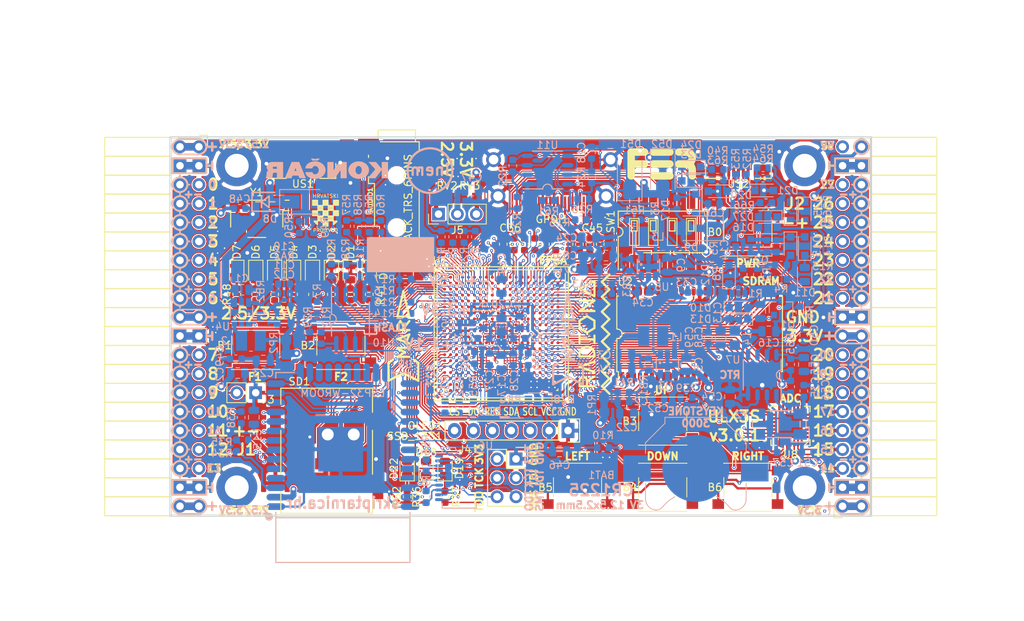
<source format=kicad_pcb>
(kicad_pcb (version 20171130) (host pcbnew 5.0.0+dfsg1-2)
  (layers (0 F.Cu signal) (1 In1.Cu signal) (2 In2.Cu signal) (31 B.Cu signal) (34 B.Paste user) (35 F.Paste user) (36 B.SilkS user) (37 F.SilkS user) (38 B.Mask user) (39 F.Mask user) (44 Edge.Cuts user))
  (net 0 "")
  (net 1 GND)
  (net 2 +5V)
  (net 3 /gpio/IN5V)
  (net 4 /gpio/OUT5V)
  (net 5 +3V3)
  (net 6 BTN_D)
  (net 7 BTN_F1)
  (net 8 BTN_F2)
  (net 9 BTN_L)
  (net 10 BTN_R)
  (net 11 BTN_U)
  (net 12 /power/FB1)
  (net 13 +2V5)
  (net 14 /power/PWREN)
  (net 15 /power/FB3)
  (net 16 /power/FB2)
  (net 17 /power/VBAT)
  (net 18 JTAG_TDI)
  (net 19 JTAG_TCK)
  (net 20 JTAG_TMS)
  (net 21 JTAG_TDO)
  (net 22 /power/WAKEUPn)
  (net 23 /power/WKUP)
  (net 24 /power/SHUT)
  (net 25 /power/WAKE)
  (net 26 /power/HOLD)
  (net 27 /power/WKn)
  (net 28 /power/OSCI_32k)
  (net 29 /power/OSCO_32k)
  (net 30 SHUTDOWN)
  (net 31 GPDI_SDA)
  (net 32 GPDI_SCL)
  (net 33 /gpdi/VREF2)
  (net 34 SD_CMD)
  (net 35 SD_CLK)
  (net 36 SD_D0)
  (net 37 SD_D1)
  (net 38 USB5V)
  (net 39 GPDI_CEC)
  (net 40 nRESET)
  (net 41 FTDI_nDTR)
  (net 42 SDRAM_CKE)
  (net 43 SDRAM_A7)
  (net 44 SDRAM_D15)
  (net 45 SDRAM_BA1)
  (net 46 SDRAM_D7)
  (net 47 SDRAM_A6)
  (net 48 SDRAM_CLK)
  (net 49 SDRAM_D13)
  (net 50 SDRAM_BA0)
  (net 51 SDRAM_D6)
  (net 52 SDRAM_A5)
  (net 53 SDRAM_D14)
  (net 54 SDRAM_A11)
  (net 55 SDRAM_D12)
  (net 56 SDRAM_D5)
  (net 57 SDRAM_A4)
  (net 58 SDRAM_A10)
  (net 59 SDRAM_D11)
  (net 60 SDRAM_A3)
  (net 61 SDRAM_D4)
  (net 62 SDRAM_D10)
  (net 63 SDRAM_D9)
  (net 64 SDRAM_A9)
  (net 65 SDRAM_D3)
  (net 66 SDRAM_D8)
  (net 67 SDRAM_A8)
  (net 68 SDRAM_A2)
  (net 69 SDRAM_A1)
  (net 70 SDRAM_A0)
  (net 71 SDRAM_D2)
  (net 72 SDRAM_D1)
  (net 73 SDRAM_D0)
  (net 74 SDRAM_DQM0)
  (net 75 SDRAM_nCS)
  (net 76 SDRAM_nRAS)
  (net 77 SDRAM_DQM1)
  (net 78 SDRAM_nCAS)
  (net 79 SDRAM_nWE)
  (net 80 /flash/FLASH_nWP)
  (net 81 /flash/FLASH_nHOLD)
  (net 82 /flash/FLASH_MOSI)
  (net 83 /flash/FLASH_MISO)
  (net 84 /flash/FLASH_SCK)
  (net 85 /flash/FLASH_nCS)
  (net 86 /flash/FPGA_PROGRAMN)
  (net 87 /flash/FPGA_DONE)
  (net 88 /flash/FPGA_INITN)
  (net 89 OLED_RES)
  (net 90 OLED_DC)
  (net 91 OLED_CS)
  (net 92 WIFI_EN)
  (net 93 FTDI_nRTS)
  (net 94 FTDI_TXD)
  (net 95 FTDI_RXD)
  (net 96 WIFI_RXD)
  (net 97 WIFI_GPIO0)
  (net 98 WIFI_TXD)
  (net 99 USB_FTDI_D+)
  (net 100 USB_FTDI_D-)
  (net 101 SD_D3)
  (net 102 AUDIO_L3)
  (net 103 AUDIO_L2)
  (net 104 AUDIO_L1)
  (net 105 AUDIO_L0)
  (net 106 AUDIO_R3)
  (net 107 AUDIO_R2)
  (net 108 AUDIO_R1)
  (net 109 AUDIO_R0)
  (net 110 OLED_CLK)
  (net 111 OLED_MOSI)
  (net 112 LED0)
  (net 113 LED1)
  (net 114 LED2)
  (net 115 LED3)
  (net 116 LED4)
  (net 117 LED5)
  (net 118 LED6)
  (net 119 LED7)
  (net 120 BTN_PWRn)
  (net 121 FTDI_nTXLED)
  (net 122 FTDI_nSLEEP)
  (net 123 /blinkey/LED_PWREN)
  (net 124 /blinkey/LED_TXLED)
  (net 125 /sdcard/SD3V3)
  (net 126 SD_D2)
  (net 127 CLK_25MHz)
  (net 128 /blinkey/BTNPUL)
  (net 129 /blinkey/BTNPUR)
  (net 130 USB_FPGA_D+)
  (net 131 /power/FTDI_nSUSPEND)
  (net 132 /blinkey/ALED0)
  (net 133 /blinkey/ALED1)
  (net 134 /blinkey/ALED2)
  (net 135 /blinkey/ALED3)
  (net 136 /blinkey/ALED4)
  (net 137 /blinkey/ALED5)
  (net 138 /blinkey/ALED6)
  (net 139 /blinkey/ALED7)
  (net 140 /usb/FTD-)
  (net 141 /usb/FTD+)
  (net 142 ADC_MISO)
  (net 143 ADC_MOSI)
  (net 144 ADC_CSn)
  (net 145 ADC_SCLK)
  (net 146 SW3)
  (net 147 SW2)
  (net 148 SW1)
  (net 149 USB_FPGA_D-)
  (net 150 /usb/FPD+)
  (net 151 /usb/FPD-)
  (net 152 WIFI_GPIO16)
  (net 153 /usb/ANT_433MHz)
  (net 154 PROG_DONE)
  (net 155 /power/P3V3)
  (net 156 /power/P2V5)
  (net 157 /power/L1)
  (net 158 /power/L3)
  (net 159 /power/L2)
  (net 160 FTDI_TXDEN)
  (net 161 SDRAM_A12)
  (net 162 /analog/AUDIO_V)
  (net 163 AUDIO_V3)
  (net 164 AUDIO_V2)
  (net 165 AUDIO_V1)
  (net 166 AUDIO_V0)
  (net 167 /blinkey/LED_WIFI)
  (net 168 /power/P1V1)
  (net 169 +1V1)
  (net 170 SW4)
  (net 171 /blinkey/SWPU)
  (net 172 /wifi/WIFIEN)
  (net 173 FT2V5)
  (net 174 GN0)
  (net 175 GP0)
  (net 176 GN1)
  (net 177 GP1)
  (net 178 GN2)
  (net 179 GP2)
  (net 180 GN3)
  (net 181 GP3)
  (net 182 GN4)
  (net 183 GP4)
  (net 184 GN5)
  (net 185 GP5)
  (net 186 GN6)
  (net 187 GP6)
  (net 188 GN14)
  (net 189 GP14)
  (net 190 GN15)
  (net 191 GP15)
  (net 192 GN16)
  (net 193 GP16)
  (net 194 GN17)
  (net 195 GP17)
  (net 196 GN18)
  (net 197 GP18)
  (net 198 GN19)
  (net 199 GP19)
  (net 200 GN20)
  (net 201 GP20)
  (net 202 GN21)
  (net 203 GP21)
  (net 204 GN22)
  (net 205 GP22)
  (net 206 GN23)
  (net 207 GP23)
  (net 208 GN24)
  (net 209 GP24)
  (net 210 GN25)
  (net 211 GP25)
  (net 212 GN26)
  (net 213 GP26)
  (net 214 GN27)
  (net 215 GP27)
  (net 216 GN7)
  (net 217 GP7)
  (net 218 GN8)
  (net 219 GP8)
  (net 220 GN9)
  (net 221 GP9)
  (net 222 GN10)
  (net 223 GP10)
  (net 224 GN11)
  (net 225 GP11)
  (net 226 GN12)
  (net 227 GP12)
  (net 228 GN13)
  (net 229 GP13)
  (net 230 WIFI_GPIO5)
  (net 231 WIFI_GPIO17)
  (net 232 USB_FPGA_PULL_D+)
  (net 233 USB_FPGA_PULL_D-)
  (net 234 "Net-(D23-Pad2)")
  (net 235 "Net-(D24-Pad1)")
  (net 236 "Net-(D25-Pad2)")
  (net 237 "Net-(D26-Pad1)")
  (net 238 /gpdi/GPDI_ETH+)
  (net 239 FPDI_ETH+)
  (net 240 /gpdi/GPDI_ETH-)
  (net 241 FPDI_ETH-)
  (net 242 /gpdi/GPDI_D2-)
  (net 243 FPDI_D2-)
  (net 244 /gpdi/GPDI_D1-)
  (net 245 FPDI_D1-)
  (net 246 /gpdi/GPDI_D0-)
  (net 247 FPDI_D0-)
  (net 248 /gpdi/GPDI_CLK-)
  (net 249 FPDI_CLK-)
  (net 250 /gpdi/GPDI_D2+)
  (net 251 FPDI_D2+)
  (net 252 /gpdi/GPDI_D1+)
  (net 253 FPDI_D1+)
  (net 254 /gpdi/GPDI_D0+)
  (net 255 FPDI_D0+)
  (net 256 /gpdi/GPDI_CLK+)
  (net 257 FPDI_CLK+)
  (net 258 FPDI_SDA)
  (net 259 FPDI_SCL)
  (net 260 /gpdi/FPDI_CEC)
  (net 261 2V5_3V3)
  (net 262 /usb/US2VBUS)
  (net 263 /power/SHD)
  (net 264 /power/RTCVDD)
  (net 265 "Net-(D27-Pad2)")
  (net 266 US2_ID)
  (net 267 /analog/AUDIO_L)
  (net 268 /analog/AUDIO_R)
  (net 269 /analog/ADC3V3)
  (net 270 PWRBTn)
  (net 271 USER_PROGRAMN)
  (module TSOP54:TSOP54 (layer F.Cu) (at 165.093 87.8 90)
    (fp_text reference U2 (at 6.98 -9.993 180) (layer F.SilkS))
    (fp_text value MT48LC16M16A2TG hide)
    (pad 28 smd oval (at 5.73 10.4 90) (size 1.2 0.56) (layers F.Cu F.Paste F.Mask) (net 1 GND))
    (pad 1 smd rect (at -5.73 -10.4 90) (size 1.2 0.56) (layers F.Cu F.Paste F.Mask) (net 5 +3V3))
    (pad 2 smd oval (at -5.73 -9.6 90) (size 1.2 0.56) (layers F.Cu F.Paste F.Mask) (net 73 SDRAM_D0))
    (pad 3 smd oval (at -5.73 -8.8 90) (size 1.2 0.56) (layers F.Cu F.Paste F.Mask) (net 5 +3V3))
    (pad 4 smd oval (at -5.73 -8 90) (size 1.2 0.56) (layers F.Cu F.Paste F.Mask) (net 72 SDRAM_D1))
    (pad 5 smd oval (at -5.73 -7.2 90) (size 1.2 0.56) (layers F.Cu F.Paste F.Mask) (net 71 SDRAM_D2))
    (pad 6 smd oval (at -5.73 -6.4 90) (size 1.2 0.56) (layers F.Cu F.Paste F.Mask) (net 1 GND))
    (pad 7 smd oval (at -5.73 -5.6 90) (size 1.2 0.56) (layers F.Cu F.Paste F.Mask) (net 65 SDRAM_D3))
    (pad 8 smd oval (at -5.73 -4.8 90) (size 1.2 0.56) (layers F.Cu F.Paste F.Mask) (net 61 SDRAM_D4))
    (pad 9 smd oval (at -5.73 -4 90) (size 1.2 0.56) (layers F.Cu F.Paste F.Mask) (net 5 +3V3))
    (pad 10 smd oval (at -5.73 -3.2 90) (size 1.2 0.56) (layers F.Cu F.Paste F.Mask) (net 56 SDRAM_D5))
    (pad 11 smd oval (at -5.73 -2.4 90) (size 1.2 0.56) (layers F.Cu F.Paste F.Mask) (net 51 SDRAM_D6))
    (pad 12 smd oval (at -5.73 -1.6 90) (size 1.2 0.56) (layers F.Cu F.Paste F.Mask) (net 1 GND))
    (pad 13 smd oval (at -5.73 -0.8 90) (size 1.2 0.56) (layers F.Cu F.Paste F.Mask) (net 46 SDRAM_D7))
    (pad 14 smd oval (at -5.73 0 90) (size 1.2 0.56) (layers F.Cu F.Paste F.Mask) (net 5 +3V3))
    (pad 15 smd oval (at -5.73 0.8 90) (size 1.2 0.56) (layers F.Cu F.Paste F.Mask) (net 74 SDRAM_DQM0))
    (pad 16 smd oval (at -5.73 1.6 90) (size 1.2 0.56) (layers F.Cu F.Paste F.Mask) (net 79 SDRAM_nWE))
    (pad 17 smd oval (at -5.73 2.4 90) (size 1.2 0.56) (layers F.Cu F.Paste F.Mask) (net 78 SDRAM_nCAS))
    (pad 18 smd oval (at -5.73 3.2 90) (size 1.2 0.56) (layers F.Cu F.Paste F.Mask) (net 76 SDRAM_nRAS))
    (pad 19 smd oval (at -5.73 4 90) (size 1.2 0.56) (layers F.Cu F.Paste F.Mask) (net 75 SDRAM_nCS))
    (pad 20 smd oval (at -5.73 4.8 90) (size 1.2 0.56) (layers F.Cu F.Paste F.Mask) (net 50 SDRAM_BA0))
    (pad 21 smd oval (at -5.73 5.6 90) (size 1.2 0.56) (layers F.Cu F.Paste F.Mask) (net 45 SDRAM_BA1))
    (pad 22 smd oval (at -5.73 6.4 90) (size 1.2 0.56) (layers F.Cu F.Paste F.Mask) (net 58 SDRAM_A10))
    (pad 23 smd oval (at -5.73 7.2 90) (size 1.2 0.56) (layers F.Cu F.Paste F.Mask) (net 70 SDRAM_A0))
    (pad 24 smd oval (at -5.73 8 90) (size 1.2 0.56) (layers F.Cu F.Paste F.Mask) (net 69 SDRAM_A1))
    (pad 25 smd oval (at -5.73 8.8 90) (size 1.2 0.56) (layers F.Cu F.Paste F.Mask) (net 68 SDRAM_A2))
    (pad 26 smd oval (at -5.73 9.6 90) (size 1.2 0.56) (layers F.Cu F.Paste F.Mask) (net 60 SDRAM_A3))
    (pad 27 smd oval (at -5.73 10.4 90) (size 1.2 0.56) (layers F.Cu F.Paste F.Mask) (net 5 +3V3))
    (pad 29 smd oval (at 5.73 9.6 90) (size 1.2 0.56) (layers F.Cu F.Paste F.Mask) (net 57 SDRAM_A4))
    (pad 30 smd oval (at 5.73 8.8 90) (size 1.2 0.56) (layers F.Cu F.Paste F.Mask) (net 52 SDRAM_A5))
    (pad 31 smd oval (at 5.73 8 90) (size 1.2 0.56) (layers F.Cu F.Paste F.Mask) (net 47 SDRAM_A6))
    (pad 32 smd oval (at 5.73 7.2 90) (size 1.2 0.56) (layers F.Cu F.Paste F.Mask) (net 43 SDRAM_A7))
    (pad 33 smd oval (at 5.73 6.4 90) (size 1.2 0.56) (layers F.Cu F.Paste F.Mask) (net 67 SDRAM_A8))
    (pad 34 smd oval (at 5.73 5.6 90) (size 1.2 0.56) (layers F.Cu F.Paste F.Mask) (net 64 SDRAM_A9))
    (pad 35 smd oval (at 5.73 4.8 90) (size 1.2 0.56) (layers F.Cu F.Paste F.Mask) (net 54 SDRAM_A11))
    (pad 36 smd oval (at 5.73 4 90) (size 1.2 0.56) (layers F.Cu F.Paste F.Mask) (net 161 SDRAM_A12))
    (pad 37 smd oval (at 5.73 3.2 90) (size 1.2 0.56) (layers F.Cu F.Paste F.Mask) (net 42 SDRAM_CKE))
    (pad 38 smd oval (at 5.73 2.4 90) (size 1.2 0.56) (layers F.Cu F.Paste F.Mask) (net 48 SDRAM_CLK))
    (pad 39 smd oval (at 5.73 1.6 90) (size 1.2 0.56) (layers F.Cu F.Paste F.Mask) (net 77 SDRAM_DQM1))
    (pad 40 smd oval (at 5.73 0.8 90) (size 1.2 0.56) (layers F.Cu F.Paste F.Mask))
    (pad 41 smd oval (at 5.73 0 90) (size 1.2 0.56) (layers F.Cu F.Paste F.Mask) (net 1 GND))
    (pad 42 smd oval (at 5.73 -0.8 90) (size 1.2 0.56) (layers F.Cu F.Paste F.Mask) (net 66 SDRAM_D8))
    (pad 43 smd oval (at 5.73 -1.6 90) (size 1.2 0.56) (layers F.Cu F.Paste F.Mask) (net 5 +3V3))
    (pad 44 smd oval (at 5.73 -2.4 90) (size 1.2 0.56) (layers F.Cu F.Paste F.Mask) (net 63 SDRAM_D9))
    (pad 45 smd oval (at 5.73 -3.2 90) (size 1.2 0.56) (layers F.Cu F.Paste F.Mask) (net 62 SDRAM_D10))
    (pad 46 smd oval (at 5.73 -4 90) (size 1.2 0.56) (layers F.Cu F.Paste F.Mask) (net 1 GND))
    (pad 47 smd oval (at 5.73 -4.8 90) (size 1.2 0.56) (layers F.Cu F.Paste F.Mask) (net 59 SDRAM_D11))
    (pad 48 smd oval (at 5.73 -5.6 90) (size 1.2 0.56) (layers F.Cu F.Paste F.Mask) (net 55 SDRAM_D12))
    (pad 49 smd oval (at 5.73 -6.4 90) (size 1.2 0.56) (layers F.Cu F.Paste F.Mask) (net 5 +3V3))
    (pad 50 smd oval (at 5.73 -7.2 90) (size 1.2 0.56) (layers F.Cu F.Paste F.Mask) (net 49 SDRAM_D13))
    (pad 51 smd oval (at 5.73 -8 90) (size 1.2 0.56) (layers F.Cu F.Paste F.Mask) (net 53 SDRAM_D14))
    (pad 52 smd oval (at 5.73 -8.8 90) (size 1.2 0.56) (layers F.Cu F.Paste F.Mask) (net 1 GND))
    (pad 53 smd oval (at 5.73 -9.6 90) (size 1.2 0.56) (layers F.Cu F.Paste F.Mask) (net 44 SDRAM_D15))
    (pad 54 smd oval (at 5.73 -10.4 90) (size 1.2 0.56) (layers F.Cu F.Paste F.Mask) (net 1 GND))
  )
  (module jumper:R_0805_2012Metric_Pad1.29x1.40mm_HandSolder_Jumper_NC (layer B.Cu) (at 109.609 89.632 270)
    (fp_text reference RP2 (at -0.635 1.651 270) (layer B.SilkS) (effects (justify mirror)))
    (fp_text value 0 hide)
    (fp_line (start -1 0) (end 1 0) (layer B.Cu) (width 1))
    (pad 2 smd roundrect (at 0.9675 0 270) (size 1.295 1.4) (layers B.Cu B.Mask) (net 13 +2V5))
    (pad 1 smd roundrect (at -0.9675 0 270) (size 1.295 1.4) (layers B.Cu B.Mask) (net 156 /power/P2V5))
  )
  (module jumper:R_0805_2012Metric_Pad1.29x1.40mm_HandSolder_Jumper_NC (layer B.Cu) (at 149.472 78.311 270)
    (fp_text reference RP3 (at 0 3.414 270) (layer B.SilkS) (effects (justify mirror)))
    (fp_text value 0 hide)
    (fp_line (start -1 0) (end 1 0) (layer B.Cu) (width 1))
    (pad 2 smd roundrect (at 0.9675 0 270) (size 1.295 1.4) (layers B.Cu B.Mask) (net 5 +3V3))
    (pad 1 smd roundrect (at -0.9675 0 270) (size 1.295 1.4) (layers B.Cu B.Mask) (net 155 /power/P3V3))
  )
  (module jumper:R_0805_2012Metric_Pad1.29x1.40mm_HandSolder_Jumper_NC (layer B.Cu) (at 152.281 97.361 270)
    (fp_text reference RP1 (at 0 1.65 270) (layer B.SilkS) (effects (justify mirror)))
    (fp_text value 0 hide)
    (fp_line (start -1 0) (end 1 0) (layer B.Cu) (width 1))
    (pad 2 smd roundrect (at 0.9675 0 270) (size 1.295 1.4) (layers B.Cu B.Mask) (net 169 +1V1))
    (pad 1 smd roundrect (at -0.9675 0 270) (size 1.295 1.4) (layers B.Cu B.Mask) (net 168 /power/P1V1))
  )
  (module jumper:D_SMA_Jumper_NC (layer B.Cu) (at 160.155 66.391 270)
    (fp_text reference D52 (at -4.064 0.127) (layer B.SilkS) (effects (justify mirror)))
    (fp_text value 0 hide)
    (fp_line (start -2 0) (end 2 0) (layer B.Cu) (width 1))
    (pad 2 smd roundrect (at 2 0 270) (size 2.5 1.8) (layers B.Cu B.Mask) (net 2 +5V))
    (pad 1 smd roundrect (at -2 0 270) (size 2.5 1.8) (layers B.Cu B.Mask) (net 4 /gpio/OUT5V))
  )
  (module jumper:D_SMA_Jumper_NC (layer B.Cu) (at 155.71 66.518 90)
    (fp_text reference D51 (at 4.191 0.127 180) (layer B.SilkS) (effects (justify mirror)))
    (fp_text value 0 hide)
    (fp_line (start -2 0) (end 2 0) (layer B.Cu) (width 1))
    (pad 2 smd roundrect (at 2 0 90) (size 2.5 1.8) (layers B.Cu B.Mask) (net 3 /gpio/IN5V))
    (pad 1 smd roundrect (at -2 0 90) (size 2.5 1.8) (layers B.Cu B.Mask) (net 2 +5V))
  )
  (module jumper:D_SMA_Jumper_NC (layer B.Cu) (at 164.854 73.63 180)
    (fp_text reference D9 (at 0.889 -2.54 180) (layer B.SilkS) (effects (justify mirror)))
    (fp_text value 0 hide)
    (fp_line (start -2 0) (end 2 0) (layer B.Cu) (width 1))
    (pad 2 smd roundrect (at 2 0 180) (size 2.5 1.8) (layers B.Cu B.Mask) (net 2 +5V))
    (pad 1 smd roundrect (at -2 0 180) (size 2.5 1.8) (layers B.Cu B.Mask) (net 262 /usb/US2VBUS))
  )
  (module lfe5bg381:BGA-381_pitch0.8mm_dia0.4mm (layer F.Cu) (at 138.48 87.8)
    (fp_text reference U1 (at -8.2 -9.8) (layer F.SilkS))
    (fp_text value LFE5U-85F-6BG381C hide)
    (pad Y19 smd circle (at 6.8 7.6) (size 0.4 0.4) (layers F.Cu F.Paste F.Mask) (net 1 GND))
    (pad Y17 smd circle (at 5.2 7.6) (size 0.4 0.4) (layers F.Cu F.Paste F.Mask) (net 1 GND))
    (pad Y16 smd circle (at 4.4 7.6) (size 0.4 0.4) (layers F.Cu F.Paste F.Mask) (net 1 GND))
    (pad Y15 smd circle (at 3.6 7.6) (size 0.4 0.4) (layers F.Cu F.Paste F.Mask) (net 1 GND))
    (pad Y14 smd circle (at 2.8 7.6) (size 0.4 0.4) (layers F.Cu F.Paste F.Mask) (net 1 GND))
    (pad Y12 smd circle (at 1.2 7.6) (size 0.4 0.4) (layers F.Cu F.Paste F.Mask) (net 1 GND))
    (pad Y11 smd circle (at 0.4 7.6) (size 0.4 0.4) (layers F.Cu F.Paste F.Mask) (net 1 GND))
    (pad Y8 smd circle (at -2 7.6) (size 0.4 0.4) (layers F.Cu F.Paste F.Mask) (net 1 GND))
    (pad Y7 smd circle (at -2.8 7.6) (size 0.4 0.4) (layers F.Cu F.Paste F.Mask) (net 1 GND))
    (pad Y6 smd circle (at -3.6 7.6) (size 0.4 0.4) (layers F.Cu F.Paste F.Mask) (net 1 GND))
    (pad Y5 smd circle (at -4.4 7.6) (size 0.4 0.4) (layers F.Cu F.Paste F.Mask) (net 1 GND))
    (pad Y3 smd circle (at -6 7.6) (size 0.4 0.4) (layers F.Cu F.Paste F.Mask) (net 87 /flash/FPGA_DONE))
    (pad Y2 smd circle (at -6.8 7.6) (size 0.4 0.4) (layers F.Cu F.Paste F.Mask) (net 80 /flash/FLASH_nWP))
    (pad W20 smd circle (at 7.6 6.8) (size 0.4 0.4) (layers F.Cu F.Paste F.Mask) (net 1 GND))
    (pad W19 smd circle (at 6.8 6.8) (size 0.4 0.4) (layers F.Cu F.Paste F.Mask) (net 1 GND))
    (pad W18 smd circle (at 6 6.8) (size 0.4 0.4) (layers F.Cu F.Paste F.Mask))
    (pad W17 smd circle (at 5.2 6.8) (size 0.4 0.4) (layers F.Cu F.Paste F.Mask))
    (pad W16 smd circle (at 4.4 6.8) (size 0.4 0.4) (layers F.Cu F.Paste F.Mask) (net 1 GND))
    (pad W15 smd circle (at 3.6 6.8) (size 0.4 0.4) (layers F.Cu F.Paste F.Mask) (net 1 GND))
    (pad W14 smd circle (at 2.8 6.8) (size 0.4 0.4) (layers F.Cu F.Paste F.Mask))
    (pad W13 smd circle (at 2 6.8) (size 0.4 0.4) (layers F.Cu F.Paste F.Mask))
    (pad W12 smd circle (at 1.2 6.8) (size 0.4 0.4) (layers F.Cu F.Paste F.Mask) (net 1 GND))
    (pad W11 smd circle (at 0.4 6.8) (size 0.4 0.4) (layers F.Cu F.Paste F.Mask))
    (pad W10 smd circle (at -0.4 6.8) (size 0.4 0.4) (layers F.Cu F.Paste F.Mask))
    (pad W9 smd circle (at -1.2 6.8) (size 0.4 0.4) (layers F.Cu F.Paste F.Mask))
    (pad W8 smd circle (at -2 6.8) (size 0.4 0.4) (layers F.Cu F.Paste F.Mask))
    (pad W7 smd circle (at -2.8 6.8) (size 0.4 0.4) (layers F.Cu F.Paste F.Mask) (net 1 GND))
    (pad W6 smd circle (at -3.6 6.8) (size 0.4 0.4) (layers F.Cu F.Paste F.Mask) (net 1 GND))
    (pad W5 smd circle (at -4.4 6.8) (size 0.4 0.4) (layers F.Cu F.Paste F.Mask))
    (pad W4 smd circle (at -5.2 6.8) (size 0.4 0.4) (layers F.Cu F.Paste F.Mask))
    (pad W3 smd circle (at -6 6.8) (size 0.4 0.4) (layers F.Cu F.Paste F.Mask) (net 86 /flash/FPGA_PROGRAMN))
    (pad W2 smd circle (at -6.8 6.8) (size 0.4 0.4) (layers F.Cu F.Paste F.Mask) (net 82 /flash/FLASH_MOSI))
    (pad W1 smd circle (at -7.6 6.8) (size 0.4 0.4) (layers F.Cu F.Paste F.Mask) (net 81 /flash/FLASH_nHOLD))
    (pad V20 smd circle (at 7.6 6) (size 0.4 0.4) (layers F.Cu F.Paste F.Mask) (net 1 GND))
    (pad V19 smd circle (at 6.8 6) (size 0.4 0.4) (layers F.Cu F.Paste F.Mask) (net 1 GND))
    (pad V18 smd circle (at 6 6) (size 0.4 0.4) (layers F.Cu F.Paste F.Mask) (net 1 GND))
    (pad V17 smd circle (at 5.2 6) (size 0.4 0.4) (layers F.Cu F.Paste F.Mask) (net 1 GND))
    (pad V16 smd circle (at 4.4 6) (size 0.4 0.4) (layers F.Cu F.Paste F.Mask) (net 1 GND))
    (pad V15 smd circle (at 3.6 6) (size 0.4 0.4) (layers F.Cu F.Paste F.Mask) (net 1 GND))
    (pad V14 smd circle (at 2.8 6) (size 0.4 0.4) (layers F.Cu F.Paste F.Mask) (net 1 GND))
    (pad V13 smd circle (at 2 6) (size 0.4 0.4) (layers F.Cu F.Paste F.Mask) (net 1 GND))
    (pad V12 smd circle (at 1.2 6) (size 0.4 0.4) (layers F.Cu F.Paste F.Mask) (net 1 GND))
    (pad V11 smd circle (at 0.4 6) (size 0.4 0.4) (layers F.Cu F.Paste F.Mask) (net 1 GND))
    (pad V10 smd circle (at -0.4 6) (size 0.4 0.4) (layers F.Cu F.Paste F.Mask) (net 1 GND))
    (pad V9 smd circle (at -1.2 6) (size 0.4 0.4) (layers F.Cu F.Paste F.Mask) (net 1 GND))
    (pad V8 smd circle (at -2 6) (size 0.4 0.4) (layers F.Cu F.Paste F.Mask) (net 1 GND))
    (pad V7 smd circle (at -2.8 6) (size 0.4 0.4) (layers F.Cu F.Paste F.Mask) (net 1 GND))
    (pad V6 smd circle (at -3.6 6) (size 0.4 0.4) (layers F.Cu F.Paste F.Mask) (net 1 GND))
    (pad V5 smd circle (at -4.4 6) (size 0.4 0.4) (layers F.Cu F.Paste F.Mask) (net 1 GND))
    (pad V4 smd circle (at -5.2 6) (size 0.4 0.4) (layers F.Cu F.Paste F.Mask) (net 21 JTAG_TDO))
    (pad V3 smd circle (at -6 6) (size 0.4 0.4) (layers F.Cu F.Paste F.Mask) (net 88 /flash/FPGA_INITN))
    (pad V2 smd circle (at -6.8 6) (size 0.4 0.4) (layers F.Cu F.Paste F.Mask) (net 83 /flash/FLASH_MISO))
    (pad V1 smd circle (at -7.6 6) (size 0.4 0.4) (layers F.Cu F.Paste F.Mask) (net 6 BTN_D))
    (pad U20 smd circle (at 7.6 5.2) (size 0.4 0.4) (layers F.Cu F.Paste F.Mask) (net 46 SDRAM_D7))
    (pad U19 smd circle (at 6.8 5.2) (size 0.4 0.4) (layers F.Cu F.Paste F.Mask) (net 74 SDRAM_DQM0))
    (pad U18 smd circle (at 6 5.2) (size 0.4 0.4) (layers F.Cu F.Paste F.Mask) (net 189 GP14))
    (pad U17 smd circle (at 5.2 5.2) (size 0.4 0.4) (layers F.Cu F.Paste F.Mask) (net 188 GN14))
    (pad U16 smd circle (at 4.4 5.2) (size 0.4 0.4) (layers F.Cu F.Paste F.Mask) (net 142 ADC_MISO))
    (pad U15 smd circle (at 3.6 5.2) (size 0.4 0.4) (layers F.Cu F.Paste F.Mask) (net 1 GND))
    (pad U14 smd circle (at 2.8 5.2) (size 0.4 0.4) (layers F.Cu F.Paste F.Mask) (net 1 GND))
    (pad U13 smd circle (at 2 5.2) (size 0.4 0.4) (layers F.Cu F.Paste F.Mask) (net 1 GND))
    (pad U12 smd circle (at 1.2 5.2) (size 0.4 0.4) (layers F.Cu F.Paste F.Mask) (net 1 GND))
    (pad U11 smd circle (at 0.4 5.2) (size 0.4 0.4) (layers F.Cu F.Paste F.Mask) (net 1 GND))
    (pad U10 smd circle (at -0.4 5.2) (size 0.4 0.4) (layers F.Cu F.Paste F.Mask) (net 1 GND))
    (pad U9 smd circle (at -1.2 5.2) (size 0.4 0.4) (layers F.Cu F.Paste F.Mask) (net 1 GND))
    (pad U8 smd circle (at -2 5.2) (size 0.4 0.4) (layers F.Cu F.Paste F.Mask) (net 1 GND))
    (pad U7 smd circle (at -2.8 5.2) (size 0.4 0.4) (layers F.Cu F.Paste F.Mask) (net 1 GND))
    (pad U6 smd circle (at -3.6 5.2) (size 0.4 0.4) (layers F.Cu F.Paste F.Mask) (net 1 GND))
    (pad U5 smd circle (at -4.4 5.2) (size 0.4 0.4) (layers F.Cu F.Paste F.Mask) (net 20 JTAG_TMS))
    (pad U4 smd circle (at -5.2 5.2) (size 0.4 0.4) (layers F.Cu F.Paste F.Mask) (net 1 GND))
    (pad U3 smd circle (at -6 5.2) (size 0.4 0.4) (layers F.Cu F.Paste F.Mask) (net 84 /flash/FLASH_SCK))
    (pad U2 smd circle (at -6.8 5.2) (size 0.4 0.4) (layers F.Cu F.Paste F.Mask) (net 5 +3V3))
    (pad U1 smd circle (at -7.6 5.2) (size 0.4 0.4) (layers F.Cu F.Paste F.Mask) (net 9 BTN_L))
    (pad T20 smd circle (at 7.6 4.4) (size 0.4 0.4) (layers F.Cu F.Paste F.Mask) (net 79 SDRAM_nWE))
    (pad T19 smd circle (at 6.8 4.4) (size 0.4 0.4) (layers F.Cu F.Paste F.Mask) (net 78 SDRAM_nCAS))
    (pad T18 smd circle (at 6 4.4) (size 0.4 0.4) (layers F.Cu F.Paste F.Mask) (net 56 SDRAM_D5))
    (pad T17 smd circle (at 5.2 4.4) (size 0.4 0.4) (layers F.Cu F.Paste F.Mask) (net 51 SDRAM_D6))
    (pad T16 smd circle (at 4.4 4.4) (size 0.4 0.4) (layers F.Cu F.Paste F.Mask))
    (pad T15 smd circle (at 3.6 4.4) (size 0.4 0.4) (layers F.Cu F.Paste F.Mask) (net 1 GND))
    (pad T14 smd circle (at 2.8 4.4) (size 0.4 0.4) (layers F.Cu F.Paste F.Mask) (net 1 GND))
    (pad T13 smd circle (at 2 4.4) (size 0.4 0.4) (layers F.Cu F.Paste F.Mask) (net 1 GND))
    (pad T12 smd circle (at 1.2 4.4) (size 0.4 0.4) (layers F.Cu F.Paste F.Mask) (net 1 GND))
    (pad T11 smd circle (at 0.4 4.4) (size 0.4 0.4) (layers F.Cu F.Paste F.Mask) (net 1 GND))
    (pad T10 smd circle (at -0.4 4.4) (size 0.4 0.4) (layers F.Cu F.Paste F.Mask) (net 1 GND))
    (pad T9 smd circle (at -1.2 4.4) (size 0.4 0.4) (layers F.Cu F.Paste F.Mask) (net 1 GND))
    (pad T8 smd circle (at -2 4.4) (size 0.4 0.4) (layers F.Cu F.Paste F.Mask) (net 1 GND))
    (pad T7 smd circle (at -2.8 4.4) (size 0.4 0.4) (layers F.Cu F.Paste F.Mask) (net 1 GND))
    (pad T6 smd circle (at -3.6 4.4) (size 0.4 0.4) (layers F.Cu F.Paste F.Mask) (net 1 GND))
    (pad T5 smd circle (at -4.4 4.4) (size 0.4 0.4) (layers F.Cu F.Paste F.Mask) (net 19 JTAG_TCK))
    (pad T4 smd circle (at -5.2 4.4) (size 0.4 0.4) (layers F.Cu F.Paste F.Mask) (net 5 +3V3))
    (pad T3 smd circle (at -6 4.4) (size 0.4 0.4) (layers F.Cu F.Paste F.Mask) (net 5 +3V3))
    (pad T2 smd circle (at -6.8 4.4) (size 0.4 0.4) (layers F.Cu F.Paste F.Mask) (net 5 +3V3))
    (pad T1 smd circle (at -7.6 4.4) (size 0.4 0.4) (layers F.Cu F.Paste F.Mask) (net 8 BTN_F2))
    (pad R20 smd circle (at 7.6 3.6) (size 0.4 0.4) (layers F.Cu F.Paste F.Mask) (net 76 SDRAM_nRAS))
    (pad R19 smd circle (at 6.8 3.6) (size 0.4 0.4) (layers F.Cu F.Paste F.Mask) (net 1 GND))
    (pad R18 smd circle (at 6 3.6) (size 0.4 0.4) (layers F.Cu F.Paste F.Mask) (net 11 BTN_U))
    (pad R17 smd circle (at 5.2 3.6) (size 0.4 0.4) (layers F.Cu F.Paste F.Mask) (net 144 ADC_CSn))
    (pad R16 smd circle (at 4.4 3.6) (size 0.4 0.4) (layers F.Cu F.Paste F.Mask) (net 143 ADC_MOSI))
    (pad R5 smd circle (at -4.4 3.6) (size 0.4 0.4) (layers F.Cu F.Paste F.Mask) (net 18 JTAG_TDI))
    (pad R4 smd circle (at -5.2 3.6) (size 0.4 0.4) (layers F.Cu F.Paste F.Mask) (net 1 GND))
    (pad R3 smd circle (at -6 3.6) (size 0.4 0.4) (layers F.Cu F.Paste F.Mask))
    (pad R2 smd circle (at -6.8 3.6) (size 0.4 0.4) (layers F.Cu F.Paste F.Mask) (net 85 /flash/FLASH_nCS))
    (pad R1 smd circle (at -7.6 3.6) (size 0.4 0.4) (layers F.Cu F.Paste F.Mask) (net 7 BTN_F1))
    (pad P20 smd circle (at 7.6 2.8) (size 0.4 0.4) (layers F.Cu F.Paste F.Mask) (net 75 SDRAM_nCS))
    (pad P19 smd circle (at 6.8 2.8) (size 0.4 0.4) (layers F.Cu F.Paste F.Mask) (net 50 SDRAM_BA0))
    (pad P18 smd circle (at 6 2.8) (size 0.4 0.4) (layers F.Cu F.Paste F.Mask) (net 61 SDRAM_D4))
    (pad P17 smd circle (at 5.2 2.8) (size 0.4 0.4) (layers F.Cu F.Paste F.Mask) (net 145 ADC_SCLK))
    (pad P16 smd circle (at 4.4 2.8) (size 0.4 0.4) (layers F.Cu F.Paste F.Mask) (net 190 GN15))
    (pad P15 smd circle (at 3.6 2.8) (size 0.4 0.4) (layers F.Cu F.Paste F.Mask) (net 13 +2V5))
    (pad P14 smd circle (at 2.8 2.8) (size 0.4 0.4) (layers F.Cu F.Paste F.Mask) (net 1 GND))
    (pad P13 smd circle (at 2 2.8) (size 0.4 0.4) (layers F.Cu F.Paste F.Mask) (net 1 GND))
    (pad P12 smd circle (at 1.2 2.8) (size 0.4 0.4) (layers F.Cu F.Paste F.Mask) (net 1 GND))
    (pad P11 smd circle (at 0.4 2.8) (size 0.4 0.4) (layers F.Cu F.Paste F.Mask) (net 1 GND))
    (pad P10 smd circle (at -0.4 2.8) (size 0.4 0.4) (layers F.Cu F.Paste F.Mask) (net 5 +3V3))
    (pad P9 smd circle (at -1.2 2.8) (size 0.4 0.4) (layers F.Cu F.Paste F.Mask) (net 5 +3V3))
    (pad P8 smd circle (at -2 2.8) (size 0.4 0.4) (layers F.Cu F.Paste F.Mask) (net 1 GND))
    (pad P7 smd circle (at -2.8 2.8) (size 0.4 0.4) (layers F.Cu F.Paste F.Mask) (net 1 GND))
    (pad P6 smd circle (at -3.6 2.8) (size 0.4 0.4) (layers F.Cu F.Paste F.Mask) (net 13 +2V5))
    (pad P5 smd circle (at -4.4 2.8) (size 0.4 0.4) (layers F.Cu F.Paste F.Mask))
    (pad P4 smd circle (at -5.2 2.8) (size 0.4 0.4) (layers F.Cu F.Paste F.Mask) (net 110 OLED_CLK))
    (pad P3 smd circle (at -6 2.8) (size 0.4 0.4) (layers F.Cu F.Paste F.Mask) (net 111 OLED_MOSI))
    (pad P2 smd circle (at -6.8 2.8) (size 0.4 0.4) (layers F.Cu F.Paste F.Mask) (net 89 OLED_RES))
    (pad P1 smd circle (at -7.6 2.8) (size 0.4 0.4) (layers F.Cu F.Paste F.Mask) (net 90 OLED_DC))
    (pad N20 smd circle (at 7.6 2) (size 0.4 0.4) (layers F.Cu F.Paste F.Mask) (net 45 SDRAM_BA1))
    (pad N19 smd circle (at 6.8 2) (size 0.4 0.4) (layers F.Cu F.Paste F.Mask) (net 58 SDRAM_A10))
    (pad N18 smd circle (at 6 2) (size 0.4 0.4) (layers F.Cu F.Paste F.Mask) (net 65 SDRAM_D3))
    (pad N17 smd circle (at 5.2 2) (size 0.4 0.4) (layers F.Cu F.Paste F.Mask) (net 191 GP15))
    (pad N16 smd circle (at 4.4 2) (size 0.4 0.4) (layers F.Cu F.Paste F.Mask) (net 193 GP16))
    (pad N15 smd circle (at 3.6 2) (size 0.4 0.4) (layers F.Cu F.Paste F.Mask) (net 1 GND))
    (pad N14 smd circle (at 2.8 2) (size 0.4 0.4) (layers F.Cu F.Paste F.Mask) (net 1 GND))
    (pad N13 smd circle (at 2 2) (size 0.4 0.4) (layers F.Cu F.Paste F.Mask) (net 169 +1V1))
    (pad N12 smd circle (at 1.2 2) (size 0.4 0.4) (layers F.Cu F.Paste F.Mask) (net 169 +1V1))
    (pad N11 smd circle (at 0.4 2) (size 0.4 0.4) (layers F.Cu F.Paste F.Mask) (net 169 +1V1))
    (pad N10 smd circle (at -0.4 2) (size 0.4 0.4) (layers F.Cu F.Paste F.Mask) (net 169 +1V1))
    (pad N9 smd circle (at -1.2 2) (size 0.4 0.4) (layers F.Cu F.Paste F.Mask) (net 169 +1V1))
    (pad N8 smd circle (at -2 2) (size 0.4 0.4) (layers F.Cu F.Paste F.Mask) (net 169 +1V1))
    (pad N7 smd circle (at -2.8 2) (size 0.4 0.4) (layers F.Cu F.Paste F.Mask) (net 1 GND))
    (pad N6 smd circle (at -3.6 2) (size 0.4 0.4) (layers F.Cu F.Paste F.Mask) (net 1 GND))
    (pad N5 smd circle (at -4.4 2) (size 0.4 0.4) (layers F.Cu F.Paste F.Mask))
    (pad N4 smd circle (at -5.2 2) (size 0.4 0.4) (layers F.Cu F.Paste F.Mask) (net 230 WIFI_GPIO5))
    (pad N3 smd circle (at -6 2) (size 0.4 0.4) (layers F.Cu F.Paste F.Mask) (net 231 WIFI_GPIO17))
    (pad N2 smd circle (at -6.8 2) (size 0.4 0.4) (layers F.Cu F.Paste F.Mask) (net 91 OLED_CS))
    (pad N1 smd circle (at -7.6 2) (size 0.4 0.4) (layers F.Cu F.Paste F.Mask) (net 41 FTDI_nDTR))
    (pad M20 smd circle (at 7.6 1.2) (size 0.4 0.4) (layers F.Cu F.Paste F.Mask) (net 70 SDRAM_A0))
    (pad M19 smd circle (at 6.8 1.2) (size 0.4 0.4) (layers F.Cu F.Paste F.Mask) (net 69 SDRAM_A1))
    (pad M18 smd circle (at 6 1.2) (size 0.4 0.4) (layers F.Cu F.Paste F.Mask) (net 71 SDRAM_D2))
    (pad M17 smd circle (at 5.2 1.2) (size 0.4 0.4) (layers F.Cu F.Paste F.Mask) (net 192 GN16))
    (pad M16 smd circle (at 4.4 1.2) (size 0.4 0.4) (layers F.Cu F.Paste F.Mask) (net 1 GND))
    (pad M15 smd circle (at 3.6 1.2) (size 0.4 0.4) (layers F.Cu F.Paste F.Mask) (net 5 +3V3))
    (pad M14 smd circle (at 2.8 1.2) (size 0.4 0.4) (layers F.Cu F.Paste F.Mask) (net 1 GND))
    (pad M13 smd circle (at 2 1.2) (size 0.4 0.4) (layers F.Cu F.Paste F.Mask) (net 169 +1V1))
    (pad M12 smd circle (at 1.2 1.2) (size 0.4 0.4) (layers F.Cu F.Paste F.Mask) (net 1 GND))
    (pad M11 smd circle (at 0.4 1.2) (size 0.4 0.4) (layers F.Cu F.Paste F.Mask) (net 1 GND))
    (pad M10 smd circle (at -0.4 1.2) (size 0.4 0.4) (layers F.Cu F.Paste F.Mask) (net 1 GND))
    (pad M9 smd circle (at -1.2 1.2) (size 0.4 0.4) (layers F.Cu F.Paste F.Mask) (net 1 GND))
    (pad M8 smd circle (at -2 1.2) (size 0.4 0.4) (layers F.Cu F.Paste F.Mask) (net 169 +1V1))
    (pad M7 smd circle (at -2.8 1.2) (size 0.4 0.4) (layers F.Cu F.Paste F.Mask) (net 1 GND))
    (pad M6 smd circle (at -3.6 1.2) (size 0.4 0.4) (layers F.Cu F.Paste F.Mask) (net 5 +3V3))
    (pad M5 smd circle (at -4.4 1.2) (size 0.4 0.4) (layers F.Cu F.Paste F.Mask))
    (pad M4 smd circle (at -5.2 1.2) (size 0.4 0.4) (layers F.Cu F.Paste F.Mask) (net 271 USER_PROGRAMN))
    (pad M3 smd circle (at -6 1.2) (size 0.4 0.4) (layers F.Cu F.Paste F.Mask) (net 93 FTDI_nRTS))
    (pad M2 smd circle (at -6.8 1.2) (size 0.4 0.4) (layers F.Cu F.Paste F.Mask) (net 1 GND))
    (pad M1 smd circle (at -7.6 1.2) (size 0.4 0.4) (layers F.Cu F.Paste F.Mask) (net 94 FTDI_TXD))
    (pad L20 smd circle (at 7.6 0.4) (size 0.4 0.4) (layers F.Cu F.Paste F.Mask) (net 68 SDRAM_A2))
    (pad L19 smd circle (at 6.8 0.4) (size 0.4 0.4) (layers F.Cu F.Paste F.Mask) (net 60 SDRAM_A3))
    (pad L18 smd circle (at 6 0.4) (size 0.4 0.4) (layers F.Cu F.Paste F.Mask) (net 72 SDRAM_D1))
    (pad L17 smd circle (at 5.2 0.4) (size 0.4 0.4) (layers F.Cu F.Paste F.Mask) (net 194 GN17))
    (pad L16 smd circle (at 4.4 0.4) (size 0.4 0.4) (layers F.Cu F.Paste F.Mask) (net 195 GP17))
    (pad L15 smd circle (at 3.6 0.4) (size 0.4 0.4) (layers F.Cu F.Paste F.Mask) (net 5 +3V3))
    (pad L14 smd circle (at 2.8 0.4) (size 0.4 0.4) (layers F.Cu F.Paste F.Mask) (net 5 +3V3))
    (pad L13 smd circle (at 2 0.4) (size 0.4 0.4) (layers F.Cu F.Paste F.Mask) (net 169 +1V1))
    (pad L12 smd circle (at 1.2 0.4) (size 0.4 0.4) (layers F.Cu F.Paste F.Mask) (net 1 GND))
    (pad L11 smd circle (at 0.4 0.4) (size 0.4 0.4) (layers F.Cu F.Paste F.Mask) (net 1 GND))
    (pad L10 smd circle (at -0.4 0.4) (size 0.4 0.4) (layers F.Cu F.Paste F.Mask) (net 1 GND))
    (pad L9 smd circle (at -1.2 0.4) (size 0.4 0.4) (layers F.Cu F.Paste F.Mask) (net 1 GND))
    (pad L8 smd circle (at -2 0.4) (size 0.4 0.4) (layers F.Cu F.Paste F.Mask) (net 169 +1V1))
    (pad L7 smd circle (at -2.8 0.4) (size 0.4 0.4) (layers F.Cu F.Paste F.Mask) (net 5 +3V3))
    (pad L6 smd circle (at -3.6 0.4) (size 0.4 0.4) (layers F.Cu F.Paste F.Mask) (net 5 +3V3))
    (pad L5 smd circle (at -4.4 0.4) (size 0.4 0.4) (layers F.Cu F.Paste F.Mask))
    (pad L4 smd circle (at -5.2 0.4) (size 0.4 0.4) (layers F.Cu F.Paste F.Mask) (net 95 FTDI_RXD))
    (pad L3 smd circle (at -6 0.4) (size 0.4 0.4) (layers F.Cu F.Paste F.Mask) (net 160 FTDI_TXDEN))
    (pad L2 smd circle (at -6.8 0.4) (size 0.4 0.4) (layers F.Cu F.Paste F.Mask) (net 97 WIFI_GPIO0))
    (pad L1 smd circle (at -7.6 0.4) (size 0.4 0.4) (layers F.Cu F.Paste F.Mask) (net 152 WIFI_GPIO16))
    (pad K20 smd circle (at 7.6 -0.4) (size 0.4 0.4) (layers F.Cu F.Paste F.Mask) (net 57 SDRAM_A4))
    (pad K19 smd circle (at 6.8 -0.4) (size 0.4 0.4) (layers F.Cu F.Paste F.Mask) (net 52 SDRAM_A5))
    (pad K18 smd circle (at 6 -0.4) (size 0.4 0.4) (layers F.Cu F.Paste F.Mask) (net 47 SDRAM_A6))
    (pad K17 smd circle (at 5.2 -0.4) (size 0.4 0.4) (layers F.Cu F.Paste F.Mask))
    (pad K16 smd circle (at 4.4 -0.4) (size 0.4 0.4) (layers F.Cu F.Paste F.Mask))
    (pad K15 smd circle (at 3.6 -0.4) (size 0.4 0.4) (layers F.Cu F.Paste F.Mask) (net 1 GND))
    (pad K14 smd circle (at 2.8 -0.4) (size 0.4 0.4) (layers F.Cu F.Paste F.Mask) (net 1 GND))
    (pad K13 smd circle (at 2 -0.4) (size 0.4 0.4) (layers F.Cu F.Paste F.Mask) (net 169 +1V1))
    (pad K12 smd circle (at 1.2 -0.4) (size 0.4 0.4) (layers F.Cu F.Paste F.Mask) (net 1 GND))
    (pad K11 smd circle (at 0.4 -0.4) (size 0.4 0.4) (layers F.Cu F.Paste F.Mask) (net 1 GND))
    (pad K10 smd circle (at -0.4 -0.4) (size 0.4 0.4) (layers F.Cu F.Paste F.Mask) (net 1 GND))
    (pad K9 smd circle (at -1.2 -0.4) (size 0.4 0.4) (layers F.Cu F.Paste F.Mask) (net 1 GND))
    (pad K8 smd circle (at -2 -0.4) (size 0.4 0.4) (layers F.Cu F.Paste F.Mask) (net 169 +1V1))
    (pad K7 smd circle (at -2.8 -0.4) (size 0.4 0.4) (layers F.Cu F.Paste F.Mask) (net 1 GND))
    (pad K6 smd circle (at -3.6 -0.4) (size 0.4 0.4) (layers F.Cu F.Paste F.Mask) (net 1 GND))
    (pad K5 smd circle (at -4.4 -0.4) (size 0.4 0.4) (layers F.Cu F.Paste F.Mask))
    (pad K4 smd circle (at -5.2 -0.4) (size 0.4 0.4) (layers F.Cu F.Paste F.Mask) (net 98 WIFI_TXD))
    (pad K3 smd circle (at -6 -0.4) (size 0.4 0.4) (layers F.Cu F.Paste F.Mask) (net 96 WIFI_RXD))
    (pad K2 smd circle (at -6.8 -0.4) (size 0.4 0.4) (layers F.Cu F.Paste F.Mask) (net 101 SD_D3))
    (pad K1 smd circle (at -7.6 -0.4) (size 0.4 0.4) (layers F.Cu F.Paste F.Mask) (net 126 SD_D2))
    (pad J20 smd circle (at 7.6 -1.2) (size 0.4 0.4) (layers F.Cu F.Paste F.Mask) (net 43 SDRAM_A7))
    (pad J19 smd circle (at 6.8 -1.2) (size 0.4 0.4) (layers F.Cu F.Paste F.Mask) (net 67 SDRAM_A8))
    (pad J18 smd circle (at 6 -1.2) (size 0.4 0.4) (layers F.Cu F.Paste F.Mask) (net 53 SDRAM_D14))
    (pad J17 smd circle (at 5.2 -1.2) (size 0.4 0.4) (layers F.Cu F.Paste F.Mask) (net 44 SDRAM_D15))
    (pad J16 smd circle (at 4.4 -1.2) (size 0.4 0.4) (layers F.Cu F.Paste F.Mask) (net 73 SDRAM_D0))
    (pad J15 smd circle (at 3.6 -1.2) (size 0.4 0.4) (layers F.Cu F.Paste F.Mask) (net 5 +3V3))
    (pad J14 smd circle (at 2.8 -1.2) (size 0.4 0.4) (layers F.Cu F.Paste F.Mask) (net 1 GND))
    (pad J13 smd circle (at 2 -1.2) (size 0.4 0.4) (layers F.Cu F.Paste F.Mask) (net 169 +1V1))
    (pad J12 smd circle (at 1.2 -1.2) (size 0.4 0.4) (layers F.Cu F.Paste F.Mask) (net 1 GND))
    (pad J11 smd circle (at 0.4 -1.2) (size 0.4 0.4) (layers F.Cu F.Paste F.Mask) (net 1 GND))
    (pad J10 smd circle (at -0.4 -1.2) (size 0.4 0.4) (layers F.Cu F.Paste F.Mask) (net 1 GND))
    (pad J9 smd circle (at -1.2 -1.2) (size 0.4 0.4) (layers F.Cu F.Paste F.Mask) (net 1 GND))
    (pad J8 smd circle (at -2 -1.2) (size 0.4 0.4) (layers F.Cu F.Paste F.Mask) (net 169 +1V1))
    (pad J7 smd circle (at -2.8 -1.2) (size 0.4 0.4) (layers F.Cu F.Paste F.Mask) (net 1 GND))
    (pad J6 smd circle (at -3.6 -1.2) (size 0.4 0.4) (layers F.Cu F.Paste F.Mask) (net 261 2V5_3V3))
    (pad J5 smd circle (at -4.4 -1.2) (size 0.4 0.4) (layers F.Cu F.Paste F.Mask))
    (pad J4 smd circle (at -5.2 -1.2) (size 0.4 0.4) (layers F.Cu F.Paste F.Mask))
    (pad J3 smd circle (at -6 -1.2) (size 0.4 0.4) (layers F.Cu F.Paste F.Mask) (net 36 SD_D0))
    (pad J2 smd circle (at -6.8 -1.2) (size 0.4 0.4) (layers F.Cu F.Paste F.Mask) (net 1 GND))
    (pad J1 smd circle (at -7.6 -1.2) (size 0.4 0.4) (layers F.Cu F.Paste F.Mask) (net 34 SD_CMD))
    (pad H20 smd circle (at 7.6 -2) (size 0.4 0.4) (layers F.Cu F.Paste F.Mask) (net 64 SDRAM_A9))
    (pad H19 smd circle (at 6.8 -2) (size 0.4 0.4) (layers F.Cu F.Paste F.Mask) (net 1 GND))
    (pad H18 smd circle (at 6 -2) (size 0.4 0.4) (layers F.Cu F.Paste F.Mask) (net 197 GP18))
    (pad H17 smd circle (at 5.2 -2) (size 0.4 0.4) (layers F.Cu F.Paste F.Mask) (net 196 GN18))
    (pad H16 smd circle (at 4.4 -2) (size 0.4 0.4) (layers F.Cu F.Paste F.Mask) (net 10 BTN_R))
    (pad H15 smd circle (at 3.6 -2) (size 0.4 0.4) (layers F.Cu F.Paste F.Mask) (net 5 +3V3))
    (pad H14 smd circle (at 2.8 -2) (size 0.4 0.4) (layers F.Cu F.Paste F.Mask) (net 5 +3V3))
    (pad H13 smd circle (at 2 -2) (size 0.4 0.4) (layers F.Cu F.Paste F.Mask) (net 169 +1V1))
    (pad H12 smd circle (at 1.2 -2) (size 0.4 0.4) (layers F.Cu F.Paste F.Mask) (net 169 +1V1))
    (pad H11 smd circle (at 0.4 -2) (size 0.4 0.4) (layers F.Cu F.Paste F.Mask) (net 169 +1V1))
    (pad H10 smd circle (at -0.4 -2) (size 0.4 0.4) (layers F.Cu F.Paste F.Mask) (net 169 +1V1))
    (pad H9 smd circle (at -1.2 -2) (size 0.4 0.4) (layers F.Cu F.Paste F.Mask) (net 169 +1V1))
    (pad H8 smd circle (at -2 -2) (size 0.4 0.4) (layers F.Cu F.Paste F.Mask) (net 169 +1V1))
    (pad H7 smd circle (at -2.8 -2) (size 0.4 0.4) (layers F.Cu F.Paste F.Mask) (net 261 2V5_3V3))
    (pad H6 smd circle (at -3.6 -2) (size 0.4 0.4) (layers F.Cu F.Paste F.Mask) (net 261 2V5_3V3))
    (pad H5 smd circle (at -4.4 -2) (size 0.4 0.4) (layers F.Cu F.Paste F.Mask) (net 166 AUDIO_V0))
    (pad H4 smd circle (at -5.2 -2) (size 0.4 0.4) (layers F.Cu F.Paste F.Mask) (net 229 GP13))
    (pad H3 smd circle (at -6 -2) (size 0.4 0.4) (layers F.Cu F.Paste F.Mask) (net 119 LED7))
    (pad H2 smd circle (at -6.8 -2) (size 0.4 0.4) (layers F.Cu F.Paste F.Mask) (net 35 SD_CLK))
    (pad H1 smd circle (at -7.6 -2) (size 0.4 0.4) (layers F.Cu F.Paste F.Mask) (net 37 SD_D1))
    (pad G20 smd circle (at 7.6 -2.8) (size 0.4 0.4) (layers F.Cu F.Paste F.Mask) (net 54 SDRAM_A11))
    (pad G19 smd circle (at 6.8 -2.8) (size 0.4 0.4) (layers F.Cu F.Paste F.Mask) (net 161 SDRAM_A12))
    (pad G18 smd circle (at 6 -2.8) (size 0.4 0.4) (layers F.Cu F.Paste F.Mask) (net 198 GN19))
    (pad G17 smd circle (at 5.2 -2.8) (size 0.4 0.4) (layers F.Cu F.Paste F.Mask) (net 1 GND))
    (pad G16 smd circle (at 4.4 -2.8) (size 0.4 0.4) (layers F.Cu F.Paste F.Mask) (net 30 SHUTDOWN))
    (pad G15 smd circle (at 3.6 -2.8) (size 0.4 0.4) (layers F.Cu F.Paste F.Mask) (net 1 GND))
    (pad G14 smd circle (at 2.8 -2.8) (size 0.4 0.4) (layers F.Cu F.Paste F.Mask) (net 1 GND))
    (pad G13 smd circle (at 2 -2.8) (size 0.4 0.4) (layers F.Cu F.Paste F.Mask) (net 1 GND))
    (pad G12 smd circle (at 1.2 -2.8) (size 0.4 0.4) (layers F.Cu F.Paste F.Mask) (net 1 GND))
    (pad G11 smd circle (at 0.4 -2.8) (size 0.4 0.4) (layers F.Cu F.Paste F.Mask) (net 1 GND))
    (pad G10 smd circle (at -0.4 -2.8) (size 0.4 0.4) (layers F.Cu F.Paste F.Mask) (net 1 GND))
    (pad G9 smd circle (at -1.2 -2.8) (size 0.4 0.4) (layers F.Cu F.Paste F.Mask) (net 1 GND))
    (pad G8 smd circle (at -2 -2.8) (size 0.4 0.4) (layers F.Cu F.Paste F.Mask) (net 1 GND))
    (pad G7 smd circle (at -2.8 -2.8) (size 0.4 0.4) (layers F.Cu F.Paste F.Mask) (net 1 GND))
    (pad G6 smd circle (at -3.6 -2.8) (size 0.4 0.4) (layers F.Cu F.Paste F.Mask) (net 1 GND))
    (pad G5 smd circle (at -4.4 -2.8) (size 0.4 0.4) (layers F.Cu F.Paste F.Mask) (net 228 GN13))
    (pad G4 smd circle (at -5.2 -2.8) (size 0.4 0.4) (layers F.Cu F.Paste F.Mask) (net 1 GND))
    (pad G3 smd circle (at -6 -2.8) (size 0.4 0.4) (layers F.Cu F.Paste F.Mask) (net 227 GP12))
    (pad G2 smd circle (at -6.8 -2.8) (size 0.4 0.4) (layers F.Cu F.Paste F.Mask) (net 127 CLK_25MHz))
    (pad G1 smd circle (at -7.6 -2.8) (size 0.4 0.4) (layers F.Cu F.Paste F.Mask) (net 153 /usb/ANT_433MHz))
    (pad F20 smd circle (at 7.6 -3.6) (size 0.4 0.4) (layers F.Cu F.Paste F.Mask) (net 42 SDRAM_CKE))
    (pad F19 smd circle (at 6.8 -3.6) (size 0.4 0.4) (layers F.Cu F.Paste F.Mask) (net 48 SDRAM_CLK))
    (pad F18 smd circle (at 6 -3.6) (size 0.4 0.4) (layers F.Cu F.Paste F.Mask) (net 49 SDRAM_D13))
    (pad F17 smd circle (at 5.2 -3.6) (size 0.4 0.4) (layers F.Cu F.Paste F.Mask) (net 199 GP19))
    (pad F16 smd circle (at 4.4 -3.6) (size 0.4 0.4) (layers F.Cu F.Paste F.Mask) (net 149 USB_FPGA_D-))
    (pad F15 smd circle (at 3.6 -3.6) (size 0.4 0.4) (layers F.Cu F.Paste F.Mask) (net 13 +2V5))
    (pad F14 smd circle (at 2.8 -3.6) (size 0.4 0.4) (layers F.Cu F.Paste F.Mask) (net 1 GND))
    (pad F13 smd circle (at 2 -3.6) (size 0.4 0.4) (layers F.Cu F.Paste F.Mask) (net 1 GND))
    (pad F12 smd circle (at 1.2 -3.6) (size 0.4 0.4) (layers F.Cu F.Paste F.Mask) (net 5 +3V3))
    (pad F11 smd circle (at 0.4 -3.6) (size 0.4 0.4) (layers F.Cu F.Paste F.Mask) (net 5 +3V3))
    (pad F10 smd circle (at -0.4 -3.6) (size 0.4 0.4) (layers F.Cu F.Paste F.Mask) (net 261 2V5_3V3))
    (pad F9 smd circle (at -1.2 -3.6) (size 0.4 0.4) (layers F.Cu F.Paste F.Mask) (net 261 2V5_3V3))
    (pad F8 smd circle (at -2 -3.6) (size 0.4 0.4) (layers F.Cu F.Paste F.Mask) (net 1 GND))
    (pad F7 smd circle (at -2.8 -3.6) (size 0.4 0.4) (layers F.Cu F.Paste F.Mask) (net 1 GND))
    (pad F6 smd circle (at -3.6 -3.6) (size 0.4 0.4) (layers F.Cu F.Paste F.Mask) (net 13 +2V5))
    (pad F5 smd circle (at -4.4 -3.6) (size 0.4 0.4) (layers F.Cu F.Paste F.Mask) (net 164 AUDIO_V2))
    (pad F4 smd circle (at -5.2 -3.6) (size 0.4 0.4) (layers F.Cu F.Paste F.Mask) (net 225 GP11))
    (pad F3 smd circle (at -6 -3.6) (size 0.4 0.4) (layers F.Cu F.Paste F.Mask) (net 226 GN12))
    (pad F2 smd circle (at -6.8 -3.6) (size 0.4 0.4) (layers F.Cu F.Paste F.Mask) (net 165 AUDIO_V1))
    (pad F1 smd circle (at -7.6 -3.6) (size 0.4 0.4) (layers F.Cu F.Paste F.Mask) (net 92 WIFI_EN))
    (pad E20 smd circle (at 7.6 -4.4) (size 0.4 0.4) (layers F.Cu F.Paste F.Mask) (net 77 SDRAM_DQM1))
    (pad E19 smd circle (at 6.8 -4.4) (size 0.4 0.4) (layers F.Cu F.Paste F.Mask) (net 66 SDRAM_D8))
    (pad E18 smd circle (at 6 -4.4) (size 0.4 0.4) (layers F.Cu F.Paste F.Mask) (net 55 SDRAM_D12))
    (pad E17 smd circle (at 5.2 -4.4) (size 0.4 0.4) (layers F.Cu F.Paste F.Mask) (net 200 GN20))
    (pad E16 smd circle (at 4.4 -4.4) (size 0.4 0.4) (layers F.Cu F.Paste F.Mask) (net 130 USB_FPGA_D+))
    (pad E15 smd circle (at 3.6 -4.4) (size 0.4 0.4) (layers F.Cu F.Paste F.Mask) (net 149 USB_FPGA_D-))
    (pad E14 smd circle (at 2.8 -4.4) (size 0.4 0.4) (layers F.Cu F.Paste F.Mask) (net 210 GN25))
    (pad E13 smd circle (at 2 -4.4) (size 0.4 0.4) (layers F.Cu F.Paste F.Mask) (net 214 GN27))
    (pad E12 smd circle (at 1.2 -4.4) (size 0.4 0.4) (layers F.Cu F.Paste F.Mask) (net 259 FPDI_SCL))
    (pad E11 smd circle (at 0.4 -4.4) (size 0.4 0.4) (layers F.Cu F.Paste F.Mask))
    (pad E10 smd circle (at -0.4 -4.4) (size 0.4 0.4) (layers F.Cu F.Paste F.Mask))
    (pad E9 smd circle (at -1.2 -4.4) (size 0.4 0.4) (layers F.Cu F.Paste F.Mask))
    (pad E8 smd circle (at -2 -4.4) (size 0.4 0.4) (layers F.Cu F.Paste F.Mask) (net 148 SW1))
    (pad E7 smd circle (at -2.8 -4.4) (size 0.4 0.4) (layers F.Cu F.Paste F.Mask) (net 170 SW4))
    (pad E6 smd circle (at -3.6 -4.4) (size 0.4 0.4) (layers F.Cu F.Paste F.Mask))
    (pad E5 smd circle (at -4.4 -4.4) (size 0.4 0.4) (layers F.Cu F.Paste F.Mask) (net 163 AUDIO_V3))
    (pad E4 smd circle (at -5.2 -4.4) (size 0.4 0.4) (layers F.Cu F.Paste F.Mask) (net 105 AUDIO_L0))
    (pad E3 smd circle (at -6 -4.4) (size 0.4 0.4) (layers F.Cu F.Paste F.Mask) (net 224 GN11))
    (pad E2 smd circle (at -6.8 -4.4) (size 0.4 0.4) (layers F.Cu F.Paste F.Mask) (net 117 LED5))
    (pad E1 smd circle (at -7.6 -4.4) (size 0.4 0.4) (layers F.Cu F.Paste F.Mask) (net 118 LED6))
    (pad D20 smd circle (at 7.6 -5.2) (size 0.4 0.4) (layers F.Cu F.Paste F.Mask) (net 63 SDRAM_D9))
    (pad D19 smd circle (at 6.8 -5.2) (size 0.4 0.4) (layers F.Cu F.Paste F.Mask) (net 62 SDRAM_D10))
    (pad D18 smd circle (at 6 -5.2) (size 0.4 0.4) (layers F.Cu F.Paste F.Mask) (net 201 GP20))
    (pad D17 smd circle (at 5.2 -5.2) (size 0.4 0.4) (layers F.Cu F.Paste F.Mask) (net 202 GN21))
    (pad D16 smd circle (at 4.4 -5.2) (size 0.4 0.4) (layers F.Cu F.Paste F.Mask) (net 208 GN24))
    (pad D15 smd circle (at 3.6 -5.2) (size 0.4 0.4) (layers F.Cu F.Paste F.Mask) (net 130 USB_FPGA_D+))
    (pad D14 smd circle (at 2.8 -5.2) (size 0.4 0.4) (layers F.Cu F.Paste F.Mask) (net 211 GP25))
    (pad D13 smd circle (at 2 -5.2) (size 0.4 0.4) (layers F.Cu F.Paste F.Mask) (net 215 GP27))
    (pad D12 smd circle (at 1.2 -5.2) (size 0.4 0.4) (layers F.Cu F.Paste F.Mask))
    (pad D11 smd circle (at 0.4 -5.2) (size 0.4 0.4) (layers F.Cu F.Paste F.Mask))
    (pad D10 smd circle (at -0.4 -5.2) (size 0.4 0.4) (layers F.Cu F.Paste F.Mask))
    (pad D9 smd circle (at -1.2 -5.2) (size 0.4 0.4) (layers F.Cu F.Paste F.Mask))
    (pad D8 smd circle (at -2 -5.2) (size 0.4 0.4) (layers F.Cu F.Paste F.Mask) (net 147 SW2))
    (pad D7 smd circle (at -2.8 -5.2) (size 0.4 0.4) (layers F.Cu F.Paste F.Mask) (net 146 SW3))
    (pad D6 smd circle (at -3.6 -5.2) (size 0.4 0.4) (layers F.Cu F.Paste F.Mask) (net 120 BTN_PWRn))
    (pad D5 smd circle (at -4.4 -5.2) (size 0.4 0.4) (layers F.Cu F.Paste F.Mask) (net 107 AUDIO_R2))
    (pad D4 smd circle (at -5.2 -5.2) (size 0.4 0.4) (layers F.Cu F.Paste F.Mask) (net 1 GND))
    (pad D3 smd circle (at -6 -5.2) (size 0.4 0.4) (layers F.Cu F.Paste F.Mask) (net 104 AUDIO_L1))
    (pad D2 smd circle (at -6.8 -5.2) (size 0.4 0.4) (layers F.Cu F.Paste F.Mask) (net 115 LED3))
    (pad D1 smd circle (at -7.6 -5.2) (size 0.4 0.4) (layers F.Cu F.Paste F.Mask) (net 116 LED4))
    (pad C20 smd circle (at 7.6 -6) (size 0.4 0.4) (layers F.Cu F.Paste F.Mask) (net 59 SDRAM_D11))
    (pad C19 smd circle (at 6.8 -6) (size 0.4 0.4) (layers F.Cu F.Paste F.Mask) (net 1 GND))
    (pad C18 smd circle (at 6 -6) (size 0.4 0.4) (layers F.Cu F.Paste F.Mask) (net 203 GP21))
    (pad C17 smd circle (at 5.2 -6) (size 0.4 0.4) (layers F.Cu F.Paste F.Mask) (net 206 GN23))
    (pad C16 smd circle (at 4.4 -6) (size 0.4 0.4) (layers F.Cu F.Paste F.Mask) (net 209 GP24))
    (pad C15 smd circle (at 3.6 -6) (size 0.4 0.4) (layers F.Cu F.Paste F.Mask) (net 204 GN22))
    (pad C14 smd circle (at 2.8 -6) (size 0.4 0.4) (layers F.Cu F.Paste F.Mask) (net 245 FPDI_D1-))
    (pad C13 smd circle (at 2 -6) (size 0.4 0.4) (layers F.Cu F.Paste F.Mask) (net 212 GN26))
    (pad C12 smd circle (at 1.2 -6) (size 0.4 0.4) (layers F.Cu F.Paste F.Mask) (net 233 USB_FPGA_PULL_D-))
    (pad C11 smd circle (at 0.4 -6) (size 0.4 0.4) (layers F.Cu F.Paste F.Mask) (net 174 GN0))
    (pad C10 smd circle (at -0.4 -6) (size 0.4 0.4) (layers F.Cu F.Paste F.Mask) (net 180 GN3))
    (pad C9 smd circle (at -1.2 -6) (size 0.4 0.4) (layers F.Cu F.Paste F.Mask))
    (pad C8 smd circle (at -2 -6) (size 0.4 0.4) (layers F.Cu F.Paste F.Mask) (net 185 GP5))
    (pad C7 smd circle (at -2.8 -6) (size 0.4 0.4) (layers F.Cu F.Paste F.Mask) (net 186 GN6))
    (pad C6 smd circle (at -3.6 -6) (size 0.4 0.4) (layers F.Cu F.Paste F.Mask) (net 187 GP6))
    (pad C5 smd circle (at -4.4 -6) (size 0.4 0.4) (layers F.Cu F.Paste F.Mask) (net 106 AUDIO_R3))
    (pad C4 smd circle (at -5.2 -6) (size 0.4 0.4) (layers F.Cu F.Paste F.Mask) (net 223 GP10))
    (pad C3 smd circle (at -6 -6) (size 0.4 0.4) (layers F.Cu F.Paste F.Mask) (net 103 AUDIO_L2))
    (pad C2 smd circle (at -6.8 -6) (size 0.4 0.4) (layers F.Cu F.Paste F.Mask) (net 113 LED1))
    (pad C1 smd circle (at -7.6 -6) (size 0.4 0.4) (layers F.Cu F.Paste F.Mask) (net 114 LED2))
    (pad B20 smd circle (at 7.6 -6.8) (size 0.4 0.4) (layers F.Cu F.Paste F.Mask) (net 241 FPDI_ETH-))
    (pad B19 smd circle (at 6.8 -6.8) (size 0.4 0.4) (layers F.Cu F.Paste F.Mask) (net 258 FPDI_SDA))
    (pad B18 smd circle (at 6 -6.8) (size 0.4 0.4) (layers F.Cu F.Paste F.Mask) (net 249 FPDI_CLK-))
    (pad B17 smd circle (at 5.2 -6.8) (size 0.4 0.4) (layers F.Cu F.Paste F.Mask) (net 207 GP23))
    (pad B16 smd circle (at 4.4 -6.8) (size 0.4 0.4) (layers F.Cu F.Paste F.Mask) (net 247 FPDI_D0-))
    (pad B15 smd circle (at 3.6 -6.8) (size 0.4 0.4) (layers F.Cu F.Paste F.Mask) (net 205 GP22))
    (pad B14 smd circle (at 2.8 -6.8) (size 0.4 0.4) (layers F.Cu F.Paste F.Mask) (net 1 GND))
    (pad B13 smd circle (at 2 -6.8) (size 0.4 0.4) (layers F.Cu F.Paste F.Mask) (net 213 GP26))
    (pad B12 smd circle (at 1.2 -6.8) (size 0.4 0.4) (layers F.Cu F.Paste F.Mask) (net 232 USB_FPGA_PULL_D+))
    (pad B11 smd circle (at 0.4 -6.8) (size 0.4 0.4) (layers F.Cu F.Paste F.Mask) (net 175 GP0))
    (pad B10 smd circle (at -0.4 -6.8) (size 0.4 0.4) (layers F.Cu F.Paste F.Mask) (net 178 GN2))
    (pad B9 smd circle (at -1.2 -6.8) (size 0.4 0.4) (layers F.Cu F.Paste F.Mask) (net 181 GP3))
    (pad B8 smd circle (at -2 -6.8) (size 0.4 0.4) (layers F.Cu F.Paste F.Mask) (net 184 GN5))
    (pad B7 smd circle (at -2.8 -6.8) (size 0.4 0.4) (layers F.Cu F.Paste F.Mask) (net 1 GND))
    (pad B6 smd circle (at -3.6 -6.8) (size 0.4 0.4) (layers F.Cu F.Paste F.Mask) (net 216 GN7))
    (pad B5 smd circle (at -4.4 -6.8) (size 0.4 0.4) (layers F.Cu F.Paste F.Mask) (net 108 AUDIO_R1))
    (pad B4 smd circle (at -5.2 -6.8) (size 0.4 0.4) (layers F.Cu F.Paste F.Mask) (net 222 GN10))
    (pad B3 smd circle (at -6 -6.8) (size 0.4 0.4) (layers F.Cu F.Paste F.Mask) (net 102 AUDIO_L3))
    (pad B2 smd circle (at -6.8 -6.8) (size 0.4 0.4) (layers F.Cu F.Paste F.Mask) (net 112 LED0))
    (pad B1 smd circle (at -7.6 -6.8) (size 0.4 0.4) (layers F.Cu F.Paste F.Mask) (net 220 GN9))
    (pad A19 smd circle (at 6.8 -7.6) (size 0.4 0.4) (layers F.Cu F.Paste F.Mask) (net 239 FPDI_ETH+))
    (pad A18 smd circle (at 6 -7.6) (size 0.4 0.4) (layers F.Cu F.Paste F.Mask) (net 260 /gpdi/FPDI_CEC))
    (pad A17 smd circle (at 5.2 -7.6) (size 0.4 0.4) (layers F.Cu F.Paste F.Mask) (net 257 FPDI_CLK+))
    (pad A16 smd circle (at 4.4 -7.6) (size 0.4 0.4) (layers F.Cu F.Paste F.Mask) (net 255 FPDI_D0+))
    (pad A15 smd circle (at 3.6 -7.6) (size 0.4 0.4) (layers F.Cu F.Paste F.Mask))
    (pad A14 smd circle (at 2.8 -7.6) (size 0.4 0.4) (layers F.Cu F.Paste F.Mask) (net 253 FPDI_D1+))
    (pad A13 smd circle (at 2 -7.6) (size 0.4 0.4) (layers F.Cu F.Paste F.Mask) (net 243 FPDI_D2-))
    (pad A12 smd circle (at 1.2 -7.6) (size 0.4 0.4) (layers F.Cu F.Paste F.Mask) (net 251 FPDI_D2+))
    (pad A11 smd circle (at 0.4 -7.6) (size 0.4 0.4) (layers F.Cu F.Paste F.Mask) (net 176 GN1))
    (pad A10 smd circle (at -0.4 -7.6) (size 0.4 0.4) (layers F.Cu F.Paste F.Mask) (net 177 GP1))
    (pad A9 smd circle (at -1.2 -7.6) (size 0.4 0.4) (layers F.Cu F.Paste F.Mask) (net 179 GP2))
    (pad A8 smd circle (at -2 -7.6) (size 0.4 0.4) (layers F.Cu F.Paste F.Mask) (net 182 GN4))
    (pad A7 smd circle (at -2.8 -7.6) (size 0.4 0.4) (layers F.Cu F.Paste F.Mask) (net 183 GP4))
    (pad A6 smd circle (at -3.6 -7.6) (size 0.4 0.4) (layers F.Cu F.Paste F.Mask) (net 217 GP7))
    (pad A5 smd circle (at -4.4 -7.6) (size 0.4 0.4) (layers F.Cu F.Paste F.Mask) (net 218 GN8))
    (pad A4 smd circle (at -5.2 -7.6) (size 0.4 0.4) (layers F.Cu F.Paste F.Mask) (net 219 GP8))
    (pad A3 smd circle (at -6 -7.6) (size 0.4 0.4) (layers F.Cu F.Paste F.Mask) (net 109 AUDIO_R0))
    (pad A2 smd circle (at -6.8 -7.6) (size 0.4 0.4) (layers F.Cu F.Paste F.Mask) (net 221 GP9))
    (pad X smd oval (at 8.5 -8.5) (size 0.127 0.508) (layers F.Cu F.Mask))
    (pad X smd oval (at 8.5 -8.5) (size 0.508 0.127) (layers F.Cu F.Mask))
    (pad X smd oval (at -8.5 8.5) (size 0.127 0.508) (layers F.Cu F.Mask))
    (pad X smd oval (at -8.5 8.5) (size 0.508 0.127) (layers F.Cu F.Mask))
    (pad X smd oval (at 8.5 8.5) (size 0.508 0.127) (layers F.Cu F.Mask))
    (pad X smd oval (at 8.5 8.5) (size 0.127 0.508) (layers F.Cu F.Mask))
  )
  (module max1112x-tqfn28:MAX1112x-TQFN-28-1EP_5x5mm_Pitch0.5mm (layer F.Cu) (at 177.285 100.155 180)
    (fp_text reference U8 (at 0 -3.875 180) (layer F.SilkS))
    (fp_text value MAX11125 hide)
    (pad 29 smd rect (at -0.8125 -0.8125 180) (size 1.625 1.625) (layers F.Cu F.Paste F.Mask) (net 1 GND))
    (pad 29 smd rect (at -0.8125 0.8125 180) (size 1.625 1.625) (layers F.Cu F.Paste F.Mask) (net 1 GND))
    (pad 29 smd rect (at 0.8125 -0.8125 180) (size 1.625 1.625) (layers F.Cu F.Paste F.Mask) (net 1 GND))
    (pad 29 smd rect (at 0.8125 0.8125 180) (size 1.625 1.625) (layers F.Cu F.Paste F.Mask) (net 1 GND))
    (pad 28 smd oval (at -1.5 -2.34 270) (size 0.95 0.3) (layers F.Cu F.Paste F.Mask) (net 190 GN15))
    (pad 27 smd oval (at -1 -2.34 270) (size 0.95 0.3) (layers F.Cu F.Paste F.Mask) (net 189 GP14))
    (pad 26 smd oval (at -0.5 -2.34 270) (size 0.95 0.3) (layers F.Cu F.Paste F.Mask) (net 188 GN14))
    (pad 25 smd oval (at 0 -2.34 270) (size 0.95 0.3) (layers F.Cu F.Paste F.Mask))
    (pad 24 smd oval (at 0.5 -2.34 270) (size 0.95 0.3) (layers F.Cu F.Paste F.Mask) (net 142 ADC_MISO))
    (pad 23 smd oval (at 1 -2.34 270) (size 0.95 0.3) (layers F.Cu F.Paste F.Mask) (net 269 /analog/ADC3V3))
    (pad 22 smd oval (at 1.5 -2.34 270) (size 0.95 0.3) (layers F.Cu F.Paste F.Mask) (net 1 GND))
    (pad 21 smd oval (at 2.34 -1.5 180) (size 0.95 0.3) (layers F.Cu F.Paste F.Mask) (net 143 ADC_MOSI))
    (pad 20 smd oval (at 2.34 -1 180) (size 0.95 0.3) (layers F.Cu F.Paste F.Mask) (net 144 ADC_CSn))
    (pad 19 smd oval (at 2.34 -0.5 180) (size 0.95 0.3) (layers F.Cu F.Paste F.Mask) (net 145 ADC_SCLK))
    (pad 18 smd oval (at 2.34 0 180) (size 0.95 0.3) (layers F.Cu F.Paste F.Mask) (net 269 /analog/ADC3V3))
    (pad 17 smd oval (at 2.34 0.5 180) (size 0.95 0.3) (layers F.Cu F.Paste F.Mask) (net 269 /analog/ADC3V3))
    (pad 16 smd oval (at 2.34 1 180) (size 0.95 0.3) (layers F.Cu F.Paste F.Mask) (net 1 GND))
    (pad 15 smd oval (at 2.34 1.5 180) (size 0.95 0.3) (layers F.Cu F.Paste F.Mask) (net 269 /analog/ADC3V3))
    (pad 14 smd oval (at 1.5 2.34 270) (size 0.95 0.3) (layers F.Cu F.Paste F.Mask) (net 1 GND))
    (pad 13 smd oval (at 1 2.34 270) (size 0.95 0.3) (layers F.Cu F.Paste F.Mask) (net 1 GND))
    (pad 12 smd oval (at 0.5 2.34 270) (size 0.95 0.3) (layers F.Cu F.Paste F.Mask))
    (pad 11 smd oval (at 0 2.34 270) (size 0.95 0.3) (layers F.Cu F.Paste F.Mask) (net 1 GND))
    (pad 10 smd oval (at -0.5 2.34 270) (size 0.95 0.3) (layers F.Cu F.Paste F.Mask) (net 1 GND))
    (pad 9 smd oval (at -1 2.34 270) (size 0.95 0.3) (layers F.Cu F.Paste F.Mask) (net 1 GND))
    (pad 8 smd oval (at -1.5 2.34 270) (size 0.95 0.3) (layers F.Cu F.Paste F.Mask) (net 1 GND))
    (pad 7 smd oval (at -2.34 1.5 180) (size 0.95 0.3) (layers F.Cu F.Paste F.Mask) (net 1 GND))
    (pad 6 smd oval (at -2.34 1 180) (size 0.95 0.3) (layers F.Cu F.Paste F.Mask) (net 1 GND))
    (pad 5 smd oval (at -2.34 0.5 180) (size 0.95 0.3) (layers F.Cu F.Paste F.Mask) (net 195 GP17))
    (pad 4 smd oval (at -2.34 0 180) (size 0.95 0.3) (layers F.Cu F.Paste F.Mask) (net 194 GN17))
    (pad 3 smd oval (at -2.34 -0.5 180) (size 0.95 0.3) (layers F.Cu F.Paste F.Mask) (net 193 GP16))
    (pad 2 smd oval (at -2.34 -1 180) (size 0.95 0.3) (layers F.Cu F.Paste F.Mask) (net 192 GN16))
    (pad 1 smd rect (at -2.34 -1.5 180) (size 0.95 0.3) (layers F.Cu F.Paste F.Mask) (net 191 GP15))
  )
  (module ft231x:FT231X-SSOP-20_4.4x6.5mm_Pitch0.65mm (layer B.Cu) (at 132.835 107.14 180)
    (fp_text reference U6 (at -3.556 4.318 180) (layer B.SilkS) (effects (justify mirror)))
    (fp_text value FT231XS hide)
    (pad 20 smd oval (at 2.7 2.925 180) (size 1.1 0.4) (layers B.Cu B.Paste B.Mask) (net 94 FTDI_TXD))
    (pad 19 smd oval (at 2.7 2.275 180) (size 1.1 0.4) (layers B.Cu B.Paste B.Mask) (net 122 FTDI_nSLEEP))
    (pad 18 smd oval (at 2.7 1.625 180) (size 1.1 0.4) (layers B.Cu B.Paste B.Mask) (net 160 FTDI_TXDEN))
    (pad 17 smd oval (at 2.7 0.975 180) (size 1.1 0.4) (layers B.Cu B.Paste B.Mask))
    (pad 16 smd oval (at 2.7 0.325 180) (size 1.1 0.4) (layers B.Cu B.Paste B.Mask) (net 1 GND))
    (pad 15 smd oval (at 2.7 -0.325 180) (size 1.1 0.4) (layers B.Cu B.Paste B.Mask) (net 38 USB5V))
    (pad 14 smd oval (at 2.7 -0.975 180) (size 1.1 0.4) (layers B.Cu B.Paste B.Mask) (net 40 nRESET))
    (pad 13 smd oval (at 2.7 -1.625 180) (size 1.1 0.4) (layers B.Cu B.Paste B.Mask) (net 173 FT2V5))
    (pad 12 smd oval (at 2.7 -2.275 180) (size 1.1 0.4) (layers B.Cu B.Paste B.Mask) (net 100 USB_FTDI_D-))
    (pad 11 smd oval (at 2.7 -2.925 180) (size 1.1 0.4) (layers B.Cu B.Paste B.Mask) (net 99 USB_FTDI_D+))
    (pad 10 smd oval (at -2.7 -2.925 180) (size 1.1 0.4) (layers B.Cu B.Paste B.Mask) (net 121 FTDI_nTXLED))
    (pad 9 smd oval (at -2.7 -2.275 180) (size 1.1 0.4) (layers B.Cu B.Paste B.Mask) (net 21 JTAG_TDO))
    (pad 8 smd oval (at -2.7 -1.625 180) (size 1.1 0.4) (layers B.Cu B.Paste B.Mask) (net 20 JTAG_TMS))
    (pad 7 smd oval (at -2.7 -0.975 180) (size 1.1 0.4) (layers B.Cu B.Paste B.Mask) (net 19 JTAG_TCK))
    (pad 6 smd oval (at -2.7 -0.325 180) (size 1.1 0.4) (layers B.Cu B.Paste B.Mask) (net 1 GND))
    (pad 5 smd oval (at -2.7 0.325 180) (size 1.1 0.4) (layers B.Cu B.Paste B.Mask) (net 18 JTAG_TDI))
    (pad 4 smd oval (at -2.7 0.975 180) (size 1.1 0.4) (layers B.Cu B.Paste B.Mask) (net 95 FTDI_RXD))
    (pad 3 smd oval (at -2.7 1.625 180) (size 1.1 0.4) (layers B.Cu B.Paste B.Mask) (net 173 FT2V5))
    (pad 2 smd oval (at -2.7 2.275 180) (size 1.1 0.4) (layers B.Cu B.Paste B.Mask) (net 93 FTDI_nRTS))
    (pad 1 smd rect (at -2.7 2.925 180) (size 1.1 0.4) (layers B.Cu B.Paste B.Mask) (net 41 FTDI_nDTR))
  )
  (module Capacitor_SMD:C_0603_1608Metric (layer F.Cu) (at 151.758 75.771 90)
    (fp_text reference C37 hide)
    (fp_text value 220nF hide)
    (pad 2 smd roundrect (at 0.7875 0 90) (size 0.875 0.95) (layers F.Cu F.Paste F.Mask) (net 240 /gpdi/GPDI_ETH-))
    (pad 1 smd roundrect (at -0.7875 0 90) (size 0.875 0.95) (layers F.Cu F.Paste F.Mask) (net 241 FPDI_ETH-))
  )
  (module Capacitor_SMD:C_0603_1608Metric (layer F.Cu) (at 150.361 75.771 90)
    (fp_text reference C36 (at 2.171 -10.681 180) (layer F.SilkS))
    (fp_text value 220nF hide)
    (pad 2 smd roundrect (at 0.7875 0 90) (size 0.875 0.95) (layers F.Cu F.Paste F.Mask) (net 238 /gpdi/GPDI_ETH+))
    (pad 1 smd roundrect (at -0.7875 0 90) (size 0.875 0.95) (layers F.Cu F.Paste F.Mask) (net 239 FPDI_ETH+))
  )
  (module Capacitor_SMD:C_0603_1608Metric (layer F.Cu) (at 148.964 75.771 90)
    (fp_text reference C41 hide)
    (fp_text value 220nF hide)
    (pad 2 smd roundrect (at 0.7875 0 90) (size 0.875 0.95) (layers F.Cu F.Paste F.Mask) (net 248 /gpdi/GPDI_CLK-))
    (pad 1 smd roundrect (at -0.7875 0 90) (size 0.875 0.95) (layers F.Cu F.Paste F.Mask) (net 249 FPDI_CLK-))
  )
  (module Capacitor_SMD:C_0603_1608Metric (layer F.Cu) (at 147.567 75.759 90)
    (fp_text reference C45 (at 2.159 3.113 180) (layer F.SilkS))
    (fp_text value 220nF hide)
    (pad 2 smd roundrect (at 0.7875 0 90) (size 0.875 0.95) (layers F.Cu F.Paste F.Mask) (net 256 /gpdi/GPDI_CLK+))
    (pad 1 smd roundrect (at -0.7875 0 90) (size 0.875 0.95) (layers F.Cu F.Paste F.Mask) (net 257 FPDI_CLK+))
  )
  (module Capacitor_SMD:C_0603_1608Metric (layer F.Cu) (at 145.789 75.771 90)
    (fp_text reference C40 hide)
    (fp_text value 220nF hide)
    (pad 2 smd roundrect (at 0.7875 0 90) (size 0.875 0.95) (layers F.Cu F.Paste F.Mask) (net 246 /gpdi/GPDI_D0-))
    (pad 1 smd roundrect (at -0.7875 0 90) (size 0.875 0.95) (layers F.Cu F.Paste F.Mask) (net 247 FPDI_D0-))
  )
  (module Capacitor_SMD:C_0603_1608Metric (layer F.Cu) (at 144.392 75.771 90)
    (fp_text reference C44 hide)
    (fp_text value 220nF hide)
    (pad 2 smd roundrect (at 0.7875 0 90) (size 0.875 0.95) (layers F.Cu F.Paste F.Mask) (net 254 /gpdi/GPDI_D0+))
    (pad 1 smd roundrect (at -0.7875 0 90) (size 0.875 0.95) (layers F.Cu F.Paste F.Mask) (net 255 FPDI_D0+))
  )
  (module Capacitor_SMD:C_0603_1608Metric (layer F.Cu) (at 142.995 75.771 90)
    (fp_text reference C39 hide)
    (fp_text value 220nF hide)
    (pad 2 smd roundrect (at 0.7875 0 90) (size 0.875 0.95) (layers F.Cu F.Paste F.Mask) (net 244 /gpdi/GPDI_D1-))
    (pad 1 smd roundrect (at -0.7875 0 90) (size 0.875 0.95) (layers F.Cu F.Paste F.Mask) (net 245 FPDI_D1-))
  )
  (module Capacitor_SMD:C_0603_1608Metric (layer F.Cu) (at 141.598 75.771 90)
    (fp_text reference C43 hide)
    (fp_text value 220nF hide)
    (pad 2 smd roundrect (at 0.7875 0 90) (size 0.875 0.95) (layers F.Cu F.Paste F.Mask) (net 252 /gpdi/GPDI_D1+))
    (pad 1 smd roundrect (at -0.7875 0 90) (size 0.875 0.95) (layers F.Cu F.Paste F.Mask) (net 253 FPDI_D1+))
  )
  (module Capacitor_SMD:C_0603_1608Metric (layer F.Cu) (at 140.201 75.771 90)
    (fp_text reference C38 hide)
    (fp_text value 220nF hide)
    (pad 2 smd roundrect (at 0.7875 0 90) (size 0.875 0.95) (layers F.Cu F.Paste F.Mask) (net 242 /gpdi/GPDI_D2-))
    (pad 1 smd roundrect (at -0.7875 0 90) (size 0.875 0.95) (layers F.Cu F.Paste F.Mask) (net 243 FPDI_D2-))
  )
  (module Capacitor_SMD:C_0603_1608Metric (layer F.Cu) (at 138.7428 75.7636 90)
    (fp_text reference C42 hide)
    (fp_text value 220nF hide)
    (pad 2 smd roundrect (at 0.7875 0 90) (size 0.875 0.95) (layers F.Cu F.Paste F.Mask) (net 250 /gpdi/GPDI_D2+))
    (pad 1 smd roundrect (at -0.7875 0 90) (size 0.875 0.95) (layers F.Cu F.Paste F.Mask) (net 251 FPDI_D2+))
  )
  (module Resistor_SMD:R_0603_1608Metric (layer F.Cu) (at 130.93 109.68 90)
    (fp_text reference R37 (at 0 1.539 90) (layer F.SilkS))
    (fp_text value 680 hide)
    (pad 2 smd roundrect (at 0.7875 0 90) (size 0.875 0.95) (layers F.Cu F.Paste F.Mask) (net 124 /blinkey/LED_TXLED))
    (pad 1 smd roundrect (at -0.7875 0 90) (size 0.875 0.95) (layers F.Cu F.Paste F.Mask) (net 121 FTDI_nTXLED))
  )
  (module Resistor_SMD:R_0603_1608Metric (layer F.Cu) (at 128.39 109.68 270)
    (fp_text reference R36 (at 0.018 1.255 90) (layer F.SilkS))
    (fp_text value 680 hide)
    (pad 2 smd roundrect (at 0.7875 0 270) (size 0.875 0.95) (layers F.Cu F.Paste F.Mask) (net 1 GND))
    (pad 1 smd roundrect (at -0.7875 0 270) (size 0.875 0.95) (layers F.Cu F.Paste F.Mask) (net 123 /blinkey/LED_PWREN))
  )
  (module Resistor_SMD:R_0603_1608Metric (layer F.Cu) (at 125.85 109.68 270)
    (fp_text reference R62 (at 0.018 1.382 270) (layer F.SilkS))
    (fp_text value 680 hide)
    (pad 2 smd roundrect (at 0.7875 0 270) (size 0.875 0.95) (layers F.Cu F.Paste F.Mask) (net 1 GND))
    (pad 1 smd roundrect (at -0.7875 0 270) (size 0.875 0.95) (layers F.Cu F.Paste F.Mask) (net 167 /blinkey/LED_WIFI))
  )
  (module LED_SMD:LED_0805_2012Metric (layer F.Cu) (at 130.93 105.87 90)
    (fp_text reference D19 (at 0 1.92 90) (layer F.SilkS))
    (fp_text value RED hide)
    (pad 2 smd roundrect (at 0.9375 0 90) (size 0.975 1.4) (layers F.Cu F.Paste F.Mask) (net 173 FT2V5))
    (pad 1 smd roundrect (at -0.9375 0 90) (size 0.975 1.4) (layers F.Cu F.Paste F.Mask) (net 124 /blinkey/LED_TXLED))
  )
  (module LED_SMD:LED_0805_2012Metric (layer F.Cu) (at 128.39 105.87 90)
    (fp_text reference D18 (at 2.141 0.015 180) (layer F.SilkS))
    (fp_text value GREEN hide)
    (pad 2 smd roundrect (at 0.9375 0 90) (size 0.975 1.4) (layers F.Cu F.Paste F.Mask) (net 122 FTDI_nSLEEP))
    (pad 1 smd roundrect (at -0.9375 0 90) (size 0.975 1.4) (layers F.Cu F.Paste F.Mask) (net 123 /blinkey/LED_PWREN))
  )
  (module LED_SMD:LED_0805_2012Metric (layer F.Cu) (at 125.85 105.87 90)
    (fp_text reference D22 (at -0.018 -1.763 90) (layer F.SilkS))
    (fp_text value BLUE hide)
    (pad 2 smd roundrect (at 0.9375 0 90) (size 0.975 1.4) (layers F.Cu F.Paste F.Mask) (net 230 WIFI_GPIO5))
    (pad 1 smd roundrect (at -0.9375 0 90) (size 0.975 1.4) (layers F.Cu F.Paste F.Mask) (net 167 /blinkey/LED_WIFI))
  )
  (module Resistor_SMD:R_0603_1608Metric (layer F.Cu) (at 120.77 82.502 90)
    (fp_text reference R41 (at 0 1.539 90) (layer F.SilkS))
    (fp_text value 680 hide)
    (pad 2 smd roundrect (at 0.7875 0 90) (size 0.875 0.95) (layers F.Cu F.Paste F.Mask) (net 132 /blinkey/ALED0))
    (pad 1 smd roundrect (at -0.7875 0 90) (size 0.875 0.95) (layers F.Cu F.Paste F.Mask) (net 112 LED0))
  )
  (module LED_SMD:LED_0805_2012Metric (layer F.Cu) (at 120.77 79.599 270)
    (fp_text reference D0 (at 0 -1.92 270) (layer F.SilkS))
    (fp_text value RED hide)
    (pad 2 smd roundrect (at 0.9375 0 270) (size 0.975 1.4) (layers F.Cu F.Paste F.Mask) (net 132 /blinkey/ALED0))
    (pad 1 smd roundrect (at -0.9375 0 270) (size 0.975 1.4) (layers F.Cu F.Paste F.Mask) (net 1 GND))
  )
  (module Resistor_SMD:R_0603_1608Metric (layer F.Cu) (at 118.23 82.502 90)
    (fp_text reference R42 hide)
    (fp_text value 680 hide)
    (pad 2 smd roundrect (at 0.7875 0 90) (size 0.875 0.95) (layers F.Cu F.Paste F.Mask) (net 133 /blinkey/ALED1))
    (pad 1 smd roundrect (at -0.7875 0 90) (size 0.875 0.95) (layers F.Cu F.Paste F.Mask) (net 113 LED1))
  )
  (module LED_SMD:LED_0805_2012Metric (layer F.Cu) (at 118.23 79.599 270)
    (fp_text reference D1 (at -2.794 -0.015 270) (layer F.SilkS))
    (fp_text value ORANGE hide)
    (pad 2 smd roundrect (at 0.9375 0 270) (size 0.975 1.4) (layers F.Cu F.Paste F.Mask) (net 133 /blinkey/ALED1))
    (pad 1 smd roundrect (at -0.9375 0 270) (size 0.975 1.4) (layers F.Cu F.Paste F.Mask) (net 1 GND))
  )
  (module Resistor_SMD:R_0603_1608Metric (layer F.Cu) (at 115.69 82.502 90)
    (fp_text reference R43 hide)
    (fp_text value 680 hide)
    (pad 2 smd roundrect (at 0.7875 0 90) (size 0.875 0.95) (layers F.Cu F.Paste F.Mask) (net 134 /blinkey/ALED2))
    (pad 1 smd roundrect (at -0.7875 0 90) (size 0.875 0.95) (layers F.Cu F.Paste F.Mask) (net 114 LED2))
  )
  (module LED_SMD:LED_0805_2012Metric (layer F.Cu) (at 115.69 79.599 270)
    (fp_text reference D2 (at -2.794 -0.015 270) (layer F.SilkS))
    (fp_text value GREEN hide)
    (pad 2 smd roundrect (at 0.9375 0 270) (size 0.975 1.4) (layers F.Cu F.Paste F.Mask) (net 134 /blinkey/ALED2))
    (pad 1 smd roundrect (at -0.9375 0 270) (size 0.975 1.4) (layers F.Cu F.Paste F.Mask) (net 1 GND))
  )
  (module Resistor_SMD:R_0603_1608Metric (layer F.Cu) (at 113.15 82.502 90)
    (fp_text reference R44 hide)
    (fp_text value 680 hide)
    (pad 2 smd roundrect (at 0.7875 0 90) (size 0.875 0.95) (layers F.Cu F.Paste F.Mask) (net 135 /blinkey/ALED3))
    (pad 1 smd roundrect (at -0.7875 0 90) (size 0.875 0.95) (layers F.Cu F.Paste F.Mask) (net 115 LED3))
  )
  (module LED_SMD:LED_0805_2012Metric (layer F.Cu) (at 113.15 79.599 270)
    (fp_text reference D3 (at -2.794 -0.015 270) (layer F.SilkS))
    (fp_text value BLUE hide)
    (pad 2 smd roundrect (at 0.9375 0 270) (size 0.975 1.4) (layers F.Cu F.Paste F.Mask) (net 135 /blinkey/ALED3))
    (pad 1 smd roundrect (at -0.9375 0 270) (size 0.975 1.4) (layers F.Cu F.Paste F.Mask) (net 1 GND))
  )
  (module Resistor_SMD:R_0603_1608Metric (layer F.Cu) (at 110.61 82.502 90)
    (fp_text reference R45 hide)
    (fp_text value 680 hide)
    (pad 2 smd roundrect (at 0.7875 0 90) (size 0.875 0.95) (layers F.Cu F.Paste F.Mask) (net 136 /blinkey/ALED4))
    (pad 1 smd roundrect (at -0.7875 0 90) (size 0.875 0.95) (layers F.Cu F.Paste F.Mask) (net 116 LED4))
  )
  (module LED_SMD:LED_0805_2012Metric (layer F.Cu) (at 110.61 79.599 270)
    (fp_text reference D4 (at -2.794 -0.015 270) (layer F.SilkS))
    (fp_text value RED hide)
    (pad 2 smd roundrect (at 0.9375 0 270) (size 0.975 1.4) (layers F.Cu F.Paste F.Mask) (net 136 /blinkey/ALED4))
    (pad 1 smd roundrect (at -0.9375 0 270) (size 0.975 1.4) (layers F.Cu F.Paste F.Mask) (net 1 GND))
  )
  (module Resistor_SMD:R_0603_1608Metric (layer F.Cu) (at 108.07 82.502 90)
    (fp_text reference R46 hide)
    (fp_text value 680 hide)
    (pad 2 smd roundrect (at 0.7875 0 90) (size 0.875 0.95) (layers F.Cu F.Paste F.Mask) (net 137 /blinkey/ALED5))
    (pad 1 smd roundrect (at -0.7875 0 90) (size 0.875 0.95) (layers F.Cu F.Paste F.Mask) (net 117 LED5))
  )
  (module LED_SMD:LED_0805_2012Metric (layer F.Cu) (at 108.07 79.599 270)
    (fp_text reference D5 (at -2.794 -0.015 270) (layer F.SilkS))
    (fp_text value ORANGE hide)
    (pad 2 smd roundrect (at 0.9375 0 270) (size 0.975 1.4) (layers F.Cu F.Paste F.Mask) (net 137 /blinkey/ALED5))
    (pad 1 smd roundrect (at -0.9375 0 270) (size 0.975 1.4) (layers F.Cu F.Paste F.Mask) (net 1 GND))
  )
  (module Resistor_SMD:R_0603_1608Metric (layer F.Cu) (at 105.53 82.502 90)
    (fp_text reference R47 hide)
    (fp_text value 680 hide)
    (pad 2 smd roundrect (at 0.7875 0 90) (size 0.875 0.95) (layers F.Cu F.Paste F.Mask) (net 138 /blinkey/ALED6))
    (pad 1 smd roundrect (at -0.7875 0 90) (size 0.875 0.95) (layers F.Cu F.Paste F.Mask) (net 118 LED6))
  )
  (module LED_SMD:LED_0805_2012Metric (layer F.Cu) (at 105.545 79.599 270)
    (fp_text reference D6 (at -2.794 0 270) (layer F.SilkS))
    (fp_text value GREEN hide)
    (pad 2 smd roundrect (at 0.9375 0 270) (size 0.975 1.4) (layers F.Cu F.Paste F.Mask) (net 138 /blinkey/ALED6))
    (pad 1 smd roundrect (at -0.9375 0 270) (size 0.975 1.4) (layers F.Cu F.Paste F.Mask) (net 1 GND))
  )
  (module Resistor_SMD:R_0603_1608Metric (layer F.Cu) (at 102.99 82.502 90)
    (fp_text reference R48 (at 0 -1.31 90) (layer F.SilkS))
    (fp_text value 680 hide)
    (pad 2 smd roundrect (at 0.7875 0 90) (size 0.875 0.95) (layers F.Cu F.Paste F.Mask) (net 139 /blinkey/ALED7))
    (pad 1 smd roundrect (at -0.7875 0 90) (size 0.875 0.95) (layers F.Cu F.Paste F.Mask) (net 119 LED7))
  )
  (module LED_SMD:LED_0805_2012Metric (layer F.Cu) (at 102.99 79.599 270)
    (fp_text reference D7 (at -2.794 -0.015 270) (layer F.SilkS))
    (fp_text value BLUE hide)
    (pad 2 smd roundrect (at 0.9375 0 270) (size 0.975 1.4) (layers F.Cu F.Paste F.Mask) (net 139 /blinkey/ALED7))
    (pad 1 smd roundrect (at -0.9375 0 270) (size 0.975 1.4) (layers F.Cu F.Paste F.Mask) (net 1 GND))
  )
  (module Capacitor_SMD:C_0805_2012Metric (layer B.Cu) (at 103.7035 81.885)
    (fp_text reference C1 (at -0.0635 -1.524) (layer B.SilkS) (effects (justify mirror)))
    (fp_text value 22uF hide)
    (pad 2 smd roundrect (at 0.9375 0) (size 0.975 1.4) (layers B.Cu B.Paste B.Mask) (net 1 GND))
    (pad 1 smd roundrect (at -0.9375 0) (size 0.975 1.4) (layers B.Cu B.Paste B.Mask) (net 2 +5V))
  )
  (module Resistor_SMD:R_0603_1608Metric (layer B.Cu) (at 128.39 109.68 270)
    (fp_text reference R9 (at -2.141 -0.015 90) (layer B.SilkS) (effects (font (size 1 0.75)) (justify mirror)))
    (fp_text value 15k hide)
    (pad 2 smd roundrect (at 0.7875 0 270) (size 0.875 0.95) (layers B.Cu B.Paste B.Mask) (net 173 FT2V5))
    (pad 1 smd roundrect (at -0.7875 0 270) (size 0.875 0.95) (layers B.Cu B.Paste B.Mask) (net 40 nRESET))
  )
  (module Resistor_SMD:R_0603_1608Metric (layer B.Cu) (at 128.39 105.446 90)
    (fp_text reference R56 (at 2.733 0.015 90) (layer B.SilkS) (effects (justify mirror)))
    (fp_text value 0 hide)
    (pad 2 smd roundrect (at 0.7875 0 90) (size 0.875 0.95) (layers B.Cu B.Paste B.Mask) (net 160 FTDI_TXDEN))
    (pad 1 smd roundrect (at -0.7875 0 90) (size 0.875 0.95) (layers B.Cu B.Paste B.Mask) (net 1 GND))
  )
  (module Resistor_SMD:R_0603_1608Metric (layer B.Cu) (at 134.74 97.615 270)
    (fp_text reference R55 (at -2.794 0 270) (layer B.SilkS) (effects (justify mirror)))
    (fp_text value 15k hide)
    (pad 2 smd roundrect (at 0.7875 0 270) (size 0.875 0.95) (layers B.Cu B.Paste B.Mask) (net 154 PROG_DONE))
    (pad 1 smd roundrect (at -0.7875 0 270) (size 0.875 0.95) (layers B.Cu B.Paste B.Mask) (net 87 /flash/FPGA_DONE))
  )
  (module Resistor_SMD:R_0603_1608Metric (layer B.Cu) (at 132.835 97.615 90)
    (fp_text reference R32 (at 2.776 0.015 90) (layer B.SilkS) (effects (justify mirror)))
    (fp_text value 15k hide)
    (pad 2 smd roundrect (at 0.7875 0 90) (size 0.875 0.95) (layers B.Cu B.Paste B.Mask) (net 87 /flash/FPGA_DONE))
    (pad 1 smd roundrect (at -0.7875 0 90) (size 0.875 0.95) (layers B.Cu B.Paste B.Mask) (net 5 +3V3))
  )
  (module Resistor_SMD:R_0603_1608Metric (layer B.Cu) (at 130.93 97.615 90)
    (fp_text reference R33 (at 2.776 0.015 90) (layer B.SilkS) (effects (justify mirror)))
    (fp_text value 15k hide)
    (pad 2 smd roundrect (at 0.7875 0 90) (size 0.875 0.95) (layers B.Cu B.Paste B.Mask) (net 88 /flash/FPGA_INITN))
    (pad 1 smd roundrect (at -0.7875 0 90) (size 0.875 0.95) (layers B.Cu B.Paste B.Mask) (net 5 +3V3))
  )
  (module Resistor_SMD:R_0603_1608Metric (layer B.Cu) (at 129.025 96.175 90)
    (fp_text reference R27 (at 2.86 0.015 90) (layer B.SilkS) (effects (justify mirror)))
    (fp_text value 15k hide)
    (pad 2 smd roundrect (at 0.7875 0 90) (size 0.875 0.95) (layers B.Cu B.Paste B.Mask) (net 82 /flash/FLASH_MOSI))
    (pad 1 smd roundrect (at -0.7875 0 90) (size 0.875 0.95) (layers B.Cu B.Paste B.Mask) (net 5 +3V3))
  )
  (module Resistor_SMD:R_0603_1608Metric (layer B.Cu) (at 167.506 65.738)
    (fp_text reference R40 (at 0.015 -2.522) (layer B.SilkS) (effects (justify mirror)))
    (fp_text value 1.2k hide)
    (pad 2 smd roundrect (at 0.7875 0) (size 0.875 0.95) (layers B.Cu B.Paste B.Mask) (net 130 USB_FPGA_D+))
    (pad 1 smd roundrect (at -0.7875 0) (size 0.875 0.95) (layers B.Cu B.Paste B.Mask) (net 235 "Net-(D24-Pad1)"))
  )
  (module Resistor_SMD:R_0603_1608Metric (layer B.Cu) (at 103.752 103.6)
    (fp_text reference R34 (at -2.779 0.256) (layer B.SilkS) (effects (justify mirror)))
    (fp_text value 15k hide)
    (pad 2 smd roundrect (at 0.7875 0) (size 0.875 0.95) (layers B.Cu B.Paste B.Mask) (net 92 WIFI_EN))
    (pad 1 smd roundrect (at -0.7875 0) (size 0.875 0.95) (layers B.Cu B.Paste B.Mask) (net 5 +3V3))
  )
  (module Resistor_SMD:R_0603_1608Metric (layer B.Cu) (at 103.752 102.06 180)
    (fp_text reference R35 (at 2.779 -0.272 180) (layer B.SilkS) (effects (justify mirror)))
    (fp_text value 680 hide)
    (pad 2 smd roundrect (at 0.7875 0 180) (size 0.875 0.95) (layers B.Cu B.Paste B.Mask) (net 172 /wifi/WIFIEN))
    (pad 1 smd roundrect (at -0.7875 0 180) (size 0.875 0.95) (layers B.Cu B.Paste B.Mask) (net 92 WIFI_EN))
  )
  (module Capacitor_SMD:C_0805_2012Metric (layer B.Cu) (at 105.276 99.012 90)
    (fp_text reference C15 (at -2.921 0.508 90) (layer B.SilkS) (effects (justify mirror)))
    (fp_text value 22uF hide)
    (pad 2 smd roundrect (at 0.9375 0 90) (size 0.975 1.4) (layers B.Cu B.Paste B.Mask) (net 1 GND))
    (pad 1 smd roundrect (at -0.9375 0 90) (size 0.975 1.4) (layers B.Cu B.Paste B.Mask) (net 125 /sdcard/SD3V3))
  )
  (module Resistor_SMD:R_0603_1608Metric (layer B.Cu) (at 103.5765 99.03 90)
    (fp_text reference R38 (at 0 -1.3335 90) (layer B.SilkS) (effects (justify mirror)))
    (fp_text value 0.47 hide)
    (pad 2 smd roundrect (at 0.7875 0 90) (size 0.875 0.95) (layers B.Cu B.Paste B.Mask) (net 5 +3V3))
    (pad 1 smd roundrect (at -0.7875 0 90) (size 0.875 0.95) (layers B.Cu B.Paste B.Mask) (net 125 /sdcard/SD3V3))
  )
  (module Capacitor_SMD:C_0805_2012Metric (layer B.Cu) (at 103.117 93.061)
    (fp_text reference C21 (at -2.413 0.635 90) (layer B.SilkS) (effects (justify mirror)))
    (fp_text value 22uF hide)
    (pad 2 smd roundrect (at 0.9375 0) (size 0.975 1.4) (layers B.Cu B.Paste B.Mask) (net 1 GND))
    (pad 1 smd roundrect (at -0.9375 0) (size 0.975 1.4) (layers B.Cu B.Paste B.Mask) (net 5 +3V3))
  )
  (module Capacitor_SMD:C_0603_1608Metric (layer B.Cu) (at 102.863 91.156)
    (fp_text reference C49 (at -2.159 -0.399 90) (layer B.SilkS) (effects (justify mirror)))
    (fp_text value 22nF hide)
    (pad 2 smd roundrect (at 0.7875 0) (size 0.875 0.95) (layers B.Cu B.Paste B.Mask) (net 1 GND))
    (pad 1 smd roundrect (at -0.7875 0) (size 0.875 0.95) (layers B.Cu B.Paste B.Mask) (net 261 2V5_3V3))
  )
  (module Capacitor_SMD:C_0805_2012Metric (layer B.Cu) (at 106.546 91.392 180)
    (fp_text reference C23 (at 0 -1.669 180) (layer B.SilkS) (effects (justify mirror)))
    (fp_text value 2.2uF hide)
    (pad 2 smd roundrect (at 0.9375 0 180) (size 0.975 1.4) (layers B.Cu B.Paste B.Mask) (net 1 GND))
    (pad 1 smd roundrect (at -0.9375 0 180) (size 0.975 1.4) (layers B.Cu B.Paste B.Mask) (net 156 /power/P2V5))
  )
  (module Resistor_SMD:R_0603_1608Metric (layer B.Cu) (at 106.165 84.915 90)
    (fp_text reference RB2 (at 2.903 0.015 90) (layer B.SilkS) (effects (justify mirror)))
    (fp_text value 4.7k hide)
    (pad 2 smd roundrect (at 0.7875 0 90) (size 0.875 0.95) (layers B.Cu B.Paste B.Mask) (net 16 /power/FB2))
    (pad 1 smd roundrect (at -0.7875 0 90) (size 0.875 0.95) (layers B.Cu B.Paste B.Mask) (net 1 GND))
  )
  (module Capacitor_SMD:C_0805_2012Metric (layer B.Cu) (at 109.34 86.185 180)
    (fp_text reference C12 (at -0.015 6.332 180) (layer B.SilkS) (effects (justify mirror)))
    (fp_text value 22uF hide)
    (pad 2 smd roundrect (at 0.9375 0 180) (size 0.975 1.4) (layers B.Cu B.Paste B.Mask) (net 1 GND))
    (pad 1 smd roundrect (at -0.9375 0 180) (size 0.975 1.4) (layers B.Cu B.Paste B.Mask) (net 156 /power/P2V5))
  )
  (module Capacitor_SMD:C_0805_2012Metric (layer B.Cu) (at 109.34 84.28 180)
    (fp_text reference C11 (at -0.015 5.697 180) (layer B.SilkS) (effects (justify mirror)))
    (fp_text value 22uF hide)
    (pad 2 smd roundrect (at 0.9375 0 180) (size 0.975 1.4) (layers B.Cu B.Paste B.Mask) (net 1 GND))
    (pad 1 smd roundrect (at -0.9375 0 180) (size 0.975 1.4) (layers B.Cu B.Paste B.Mask) (net 156 /power/P2V5))
  )
  (module Resistor_SMD:R_0603_1608Metric (layer B.Cu) (at 109.34 82.375 180)
    (fp_text reference RA2 (at -0.015 5.062 180) (layer B.SilkS) (effects (justify mirror)))
    (fp_text value 15k hide)
    (pad 2 smd roundrect (at 0.7875 0 180) (size 0.875 0.95) (layers B.Cu B.Paste B.Mask) (net 16 /power/FB2))
    (pad 1 smd roundrect (at -0.7875 0 180) (size 0.875 0.95) (layers B.Cu B.Paste B.Mask) (net 156 /power/P2V5))
  )
  (module Capacitor_SMD:C_0603_1608Metric (layer B.Cu) (at 109.34 81.105 180)
    (fp_text reference C10 (at -0.015 5.062 180) (layer B.SilkS) (effects (justify mirror)))
    (fp_text value 470pF hide)
    (pad 2 smd roundrect (at 0.7875 0 180) (size 0.875 0.95) (layers B.Cu B.Paste B.Mask) (net 16 /power/FB2))
    (pad 1 smd roundrect (at -0.7875 0 180) (size 0.875 0.95) (layers B.Cu B.Paste B.Mask) (net 156 /power/P2V5))
  )
  (module Resistor_SMD:R_0603_1608Metric (layer B.Cu) (at 112.784 88.344 90)
    (fp_text reference R29 (at 2.794 -0.269 90) (layer B.SilkS) (effects (justify mirror)))
    (fp_text value 1.2k hide)
    (pad 2 smd roundrect (at 0.7875 0 90) (size 0.875 0.95) (layers B.Cu B.Paste B.Mask) (net 84 /flash/FLASH_SCK))
    (pad 1 smd roundrect (at -0.7875 0 90) (size 0.875 0.95) (layers B.Cu B.Paste B.Mask) (net 5 +3V3))
  )
  (module Resistor_SMD:R_0603_1608Metric (layer B.Cu) (at 114.308 88.344 90)
    (fp_text reference R12 (at 2.794 0.747 90) (layer B.SilkS) (effects (justify mirror)))
    (fp_text value 15k hide)
    (pad 2 smd roundrect (at 0.7875 0 90) (size 0.875 0.95) (layers B.Cu B.Paste B.Mask) (net 81 /flash/FLASH_nHOLD))
    (pad 1 smd roundrect (at -0.7875 0 90) (size 0.875 0.95) (layers B.Cu B.Paste B.Mask) (net 5 +3V3))
  )
  (module Resistor_SMD:R_0603_1608Metric (layer B.Cu) (at 113.785 84.28 270)
    (fp_text reference R7 (at -2.286 0 270) (layer B.SilkS) (effects (justify mirror)))
    (fp_text value 150 hide)
    (pad 2 smd roundrect (at 0.7875 0 270) (size 0.875 0.95) (layers B.Cu B.Paste B.Mask) (net 128 /blinkey/BTNPUL))
    (pad 1 smd roundrect (at -0.7875 0 270) (size 0.875 0.95) (layers B.Cu B.Paste B.Mask) (net 5 +3V3))
  )
  (module Resistor_SMD:R_0603_1608Metric (layer B.Cu) (at 115.69 79.218 270)
    (fp_text reference R30 (at -2.776 -0.015 270) (layer B.SilkS) (effects (justify mirror)))
    (fp_text value 4.7k hide)
    (pad 2 smd roundrect (at 0.7875 0 270) (size 0.875 0.95) (layers B.Cu B.Paste B.Mask) (net 85 /flash/FLASH_nCS))
    (pad 1 smd roundrect (at -0.7875 0 270) (size 0.875 0.95) (layers B.Cu B.Paste B.Mask) (net 5 +3V3))
  )
  (module Resistor_SMD:R_0603_1608Metric (layer B.Cu) (at 117.595 79.218 270)
    (fp_text reference R28 (at -2.776 -0.015 270) (layer B.SilkS) (effects (justify mirror)))
    (fp_text value 15k hide)
    (pad 2 smd roundrect (at 0.7875 0 270) (size 0.875 0.95) (layers B.Cu B.Paste B.Mask) (net 83 /flash/FLASH_MISO))
    (pad 1 smd roundrect (at -0.7875 0 270) (size 0.875 0.95) (layers B.Cu B.Paste B.Mask) (net 5 +3V3))
  )
  (module Resistor_SMD:R_0603_1608Metric (layer B.Cu) (at 119.515 79.218 270)
    (fp_text reference R11 (at -2.776 -0.015 270) (layer B.SilkS) (effects (justify mirror)))
    (fp_text value 15k hide)
    (pad 2 smd roundrect (at 0.7875 0 270) (size 0.875 0.95) (layers B.Cu B.Paste B.Mask) (net 80 /flash/FLASH_nWP))
    (pad 1 smd roundrect (at -0.7875 0 270) (size 0.875 0.95) (layers B.Cu B.Paste B.Mask) (net 5 +3V3))
  )
  (module Resistor_SMD:R_0603_1608Metric (layer B.Cu) (at 125.596 80.47 180)
    (fp_text reference R17 (at 2.779 -0.018 180) (layer B.SilkS) (effects (justify mirror)))
    (fp_text value 150 hide)
    (pad 2 smd roundrect (at 0.7875 0 180) (size 0.875 0.95) (layers B.Cu B.Paste B.Mask) (net 267 /analog/AUDIO_L))
    (pad 1 smd roundrect (at -0.7875 0 180) (size 0.875 0.95) (layers B.Cu B.Paste B.Mask) (net 102 AUDIO_L3))
  )
  (module Resistor_SMD:R_0603_1608Metric (layer B.Cu) (at 125.596 82.012 180)
    (fp_text reference R16 (at 2.779 0 180) (layer B.SilkS) (effects (justify mirror)))
    (fp_text value 330 hide)
    (pad 2 smd roundrect (at 0.7875 0 180) (size 0.875 0.95) (layers B.Cu B.Paste B.Mask) (net 267 /analog/AUDIO_L))
    (pad 1 smd roundrect (at -0.7875 0 180) (size 0.875 0.95) (layers B.Cu B.Paste B.Mask) (net 103 AUDIO_L2))
  )
  (module Resistor_SMD:R_0603_1608Metric (layer B.Cu) (at 125.596 83.536 180)
    (fp_text reference R15 (at 2.779 0 180) (layer B.SilkS) (effects (justify mirror)))
    (fp_text value 680 hide)
    (pad 2 smd roundrect (at 0.7875 0 180) (size 0.875 0.95) (layers B.Cu B.Paste B.Mask) (net 267 /analog/AUDIO_L))
    (pad 1 smd roundrect (at -0.7875 0 180) (size 0.875 0.95) (layers B.Cu B.Paste B.Mask) (net 104 AUDIO_L1))
  )
  (module Resistor_SMD:R_0603_1608Metric (layer B.Cu) (at 125.596 85.06 180)
    (fp_text reference R14 (at 2.779 0 180) (layer B.SilkS) (effects (justify mirror)))
    (fp_text value 1.2k hide)
    (pad 2 smd roundrect (at 0.7875 0 180) (size 0.875 0.95) (layers B.Cu B.Paste B.Mask) (net 267 /analog/AUDIO_L))
    (pad 1 smd roundrect (at -0.7875 0 180) (size 0.875 0.95) (layers B.Cu B.Paste B.Mask) (net 105 AUDIO_L0))
  )
  (module Capacitor_SMD:C_0603_1608Metric (layer B.Cu) (at 103.371 70.963)
    (fp_text reference C48 (at 0.012 -1.27) (layer B.SilkS) (effects (justify mirror)))
    (fp_text value 22nF hide)
    (pad 2 smd roundrect (at 0.7875 0) (size 0.875 0.95) (layers B.Cu B.Paste B.Mask) (net 1 GND))
    (pad 1 smd roundrect (at -0.7875 0) (size 0.875 0.95) (layers B.Cu B.Paste B.Mask) (net 261 2V5_3V3))
  )
  (module Resistor_SMD:R_0603_1608Metric (layer B.Cu) (at 111.372 73.485 90)
    (fp_text reference R50 (at -0.018 -1.382 90) (layer B.SilkS) (effects (justify mirror)))
    (fp_text value 27 hide)
    (pad 2 smd roundrect (at 0.7875 0 90) (size 0.875 0.95) (layers B.Cu B.Paste B.Mask) (net 141 /usb/FTD+))
    (pad 1 smd roundrect (at -0.7875 0 90) (size 0.875 0.95) (layers B.Cu B.Paste B.Mask) (net 99 USB_FTDI_D+))
  )
  (module Resistor_SMD:R_0603_1608Metric (layer B.Cu) (at 113.277 73.485 90)
    (fp_text reference R49 (at -0.018 1.539 90) (layer B.SilkS) (effects (justify mirror)))
    (fp_text value 27 hide)
    (pad 2 smd roundrect (at 0.7875 0 90) (size 0.875 0.95) (layers B.Cu B.Paste B.Mask) (net 140 /usb/FTD-))
    (pad 1 smd roundrect (at -0.7875 0 90) (size 0.875 0.95) (layers B.Cu B.Paste B.Mask) (net 100 USB_FTDI_D-))
  )
  (module Resistor_SMD:R_0603_1608Metric (layer B.Cu) (at 117.722 73.358 90)
    (fp_text reference R57 (at 2.903 0.015 90) (layer B.SilkS) (effects (justify mirror)))
    (fp_text value 1.2k hide)
    (pad 2 smd roundrect (at 0.7875 0 90) (size 0.875 0.95) (layers B.Cu B.Paste B.Mask) (net 162 /analog/AUDIO_V))
    (pad 1 smd roundrect (at -0.7875 0 90) (size 0.875 0.95) (layers B.Cu B.Paste B.Mask) (net 166 AUDIO_V0))
  )
  (module Resistor_SMD:R_0603_1608Metric (layer B.Cu) (at 119.246 73.358 90)
    (fp_text reference R58 (at 2.903 0.015 90) (layer B.SilkS) (effects (justify mirror)))
    (fp_text value 680 hide)
    (pad 2 smd roundrect (at 0.7875 0 90) (size 0.875 0.95) (layers B.Cu B.Paste B.Mask) (net 162 /analog/AUDIO_V))
    (pad 1 smd roundrect (at -0.7875 0 90) (size 0.875 0.95) (layers B.Cu B.Paste B.Mask) (net 165 AUDIO_V1))
  )
  (module Resistor_SMD:R_0603_1608Metric (layer B.Cu) (at 120.77 73.358 90)
    (fp_text reference R59 (at 2.903 0.015 90) (layer B.SilkS) (effects (justify mirror)))
    (fp_text value 330 hide)
    (pad 2 smd roundrect (at 0.7875 0 90) (size 0.875 0.95) (layers B.Cu B.Paste B.Mask) (net 162 /analog/AUDIO_V))
    (pad 1 smd roundrect (at -0.7875 0 90) (size 0.875 0.95) (layers B.Cu B.Paste B.Mask) (net 164 AUDIO_V2))
  )
  (module Resistor_SMD:R_0603_1608Metric (layer B.Cu) (at 122.294 73.358 90)
    (fp_text reference R60 (at 2.903 0.015 90) (layer B.SilkS) (effects (justify mirror)))
    (fp_text value 150 hide)
    (pad 2 smd roundrect (at 0.7875 0 90) (size 0.875 0.95) (layers B.Cu B.Paste B.Mask) (net 162 /analog/AUDIO_V))
    (pad 1 smd roundrect (at -0.7875 0 90) (size 0.875 0.95) (layers B.Cu B.Paste B.Mask) (net 163 AUDIO_V3))
  )
  (module Resistor_SMD:R_0603_1608Metric (layer B.Cu) (at 130.422 74.773 90)
    (fp_text reference R18 (at -2.794 0.015 90) (layer B.SilkS) (effects (justify mirror)))
    (fp_text value 1.2k hide)
    (pad 2 smd roundrect (at 0.7875 0 90) (size 0.875 0.95) (layers B.Cu B.Paste B.Mask) (net 268 /analog/AUDIO_R))
    (pad 1 smd roundrect (at -0.7875 0 90) (size 0.875 0.95) (layers B.Cu B.Paste B.Mask) (net 109 AUDIO_R0))
  )
  (module Resistor_SMD:R_0603_1608Metric (layer B.Cu) (at 131.961 74.773 90)
    (fp_text reference R19 (at -2.794 0 90) (layer B.SilkS) (effects (justify mirror)))
    (fp_text value 680 hide)
    (pad 2 smd roundrect (at 0.7875 0 90) (size 0.875 0.95) (layers B.Cu B.Paste B.Mask) (net 268 /analog/AUDIO_R))
    (pad 1 smd roundrect (at -0.7875 0 90) (size 0.875 0.95) (layers B.Cu B.Paste B.Mask) (net 108 AUDIO_R1))
  )
  (module Resistor_SMD:R_0603_1608Metric (layer B.Cu) (at 133.485 74.773 90)
    (fp_text reference R20 (at -2.794 0 90) (layer B.SilkS) (effects (justify mirror)))
    (fp_text value 330 hide)
    (pad 2 smd roundrect (at 0.7875 0 90) (size 0.875 0.95) (layers B.Cu B.Paste B.Mask) (net 268 /analog/AUDIO_R))
    (pad 1 smd roundrect (at -0.7875 0 90) (size 0.875 0.95) (layers B.Cu B.Paste B.Mask) (net 107 AUDIO_R2))
  )
  (module Resistor_SMD:R_0603_1608Metric (layer B.Cu) (at 135.009 74.773 90)
    (fp_text reference R21 (at -2.794 0.127 90) (layer B.SilkS) (effects (justify mirror)))
    (fp_text value 150 hide)
    (pad 2 smd roundrect (at 0.7875 0 90) (size 0.875 0.95) (layers B.Cu B.Paste B.Mask) (net 268 /analog/AUDIO_R))
    (pad 1 smd roundrect (at -0.7875 0 90) (size 0.875 0.95) (layers B.Cu B.Paste B.Mask) (net 106 AUDIO_R3))
  )
  (module Capacitor_SMD:C_0805_2012Metric (layer B.Cu) (at 134.501 68.55)
    (fp_text reference C47 (at 0 -1.778) (layer B.SilkS) (effects (justify mirror)))
    (fp_text value 2.2uF hide)
    (pad 2 smd roundrect (at 0.9375 0) (size 0.975 1.4) (layers B.Cu B.Paste B.Mask) (net 1 GND))
    (pad 1 smd roundrect (at -0.9375 0) (size 0.975 1.4) (layers B.Cu B.Paste B.Mask) (net 261 2V5_3V3))
  )
  (module Capacitor_SMD:C_0603_1608Metric (layer B.Cu) (at 150.5896 63.484 90)
    (fp_text reference C18 (at 0.014 -1.3566 90) (layer B.SilkS) (effects (justify mirror)))
    (fp_text value 470pF hide)
    (pad 2 smd roundrect (at 0.7875 0 90) (size 0.875 0.95) (layers B.Cu B.Paste B.Mask) (net 1 GND))
    (pad 1 smd roundrect (at -0.7875 0 90) (size 0.875 0.95) (layers B.Cu B.Paste B.Mask) (net 33 /gpdi/VREF2))
  )
  (module Resistor_SMD:R_0603_1608Metric (layer B.Cu) (at 150.615 66.772 90)
    (fp_text reference R24 (at 0 -1.382 90) (layer B.SilkS) (effects (justify mirror)))
    (fp_text value 100k hide)
    (pad 2 smd roundrect (at 0.7875 0 90) (size 0.875 0.95) (layers B.Cu B.Paste B.Mask) (net 33 /gpdi/VREF2))
    (pad 1 smd roundrect (at -0.7875 0 90) (size 0.875 0.95) (layers B.Cu B.Paste B.Mask) (net 2 +5V))
  )
  (module Resistor_SMD:R_0603_1608Metric (layer B.Cu) (at 140.0255 65.23 90)
    (fp_text reference R22 (at -1.415 -1.3335 90) (layer B.SilkS) (effects (justify mirror)))
    (fp_text value 3.3k hide)
    (pad 2 smd roundrect (at 0.7875 0 90) (size 0.875 0.95) (layers B.Cu B.Paste B.Mask) (net 258 FPDI_SDA))
    (pad 1 smd roundrect (at -0.7875 0 90) (size 0.875 0.95) (layers B.Cu B.Paste B.Mask) (net 13 +2V5))
  )
  (module Resistor_SMD:R_0603_1608Metric (layer B.Cu) (at 140.597 70.201 270)
    (fp_text reference R23 (at 2.794 0 270) (layer B.SilkS) (effects (justify mirror)))
    (fp_text value 3.3k hide)
    (pad 2 smd roundrect (at 0.7875 0 270) (size 0.875 0.95) (layers B.Cu B.Paste B.Mask) (net 259 FPDI_SCL))
    (pad 1 smd roundrect (at -0.7875 0 270) (size 0.875 0.95) (layers B.Cu B.Paste B.Mask) (net 13 +2V5))
  )
  (module Resistor_SMD:R_0603_1608Metric (layer B.Cu) (at 144.78 69.9 180)
    (fp_text reference R61 (at -0.008 -1.444 180) (layer B.SilkS) (effects (justify mirror)))
    (fp_text value 680 hide)
    (pad 2 smd roundrect (at 0.7875 0 180) (size 0.875 0.95) (layers B.Cu B.Paste B.Mask) (net 260 /gpdi/FPDI_CEC))
    (pad 1 smd roundrect (at -0.7875 0 180) (size 0.875 0.95) (layers B.Cu B.Paste B.Mask) (net 39 GPDI_CEC))
  )
  (module Resistor_SMD:R_0603_1608Metric (layer B.Cu) (at 149.487 69.693 180)
    (fp_text reference R26 (at 0.127 -1.397 180) (layer B.SilkS) (effects (justify mirror)))
    (fp_text value 4.7k hide)
    (pad 2 smd roundrect (at 0.7875 0 180) (size 0.875 0.95) (layers B.Cu B.Paste B.Mask) (net 31 GPDI_SDA))
    (pad 1 smd roundrect (at -0.7875 0 180) (size 0.875 0.95) (layers B.Cu B.Paste B.Mask) (net 2 +5V))
  )
  (module Resistor_SMD:R_0603_1608Metric (layer B.Cu) (at 149.175 72.487 180)
    (fp_text reference R25 (at 2.863 -0.381 180) (layer B.SilkS) (effects (justify mirror)))
    (fp_text value 4.7k hide)
    (pad 2 smd roundrect (at 0.7875 0 180) (size 0.875 0.95) (layers B.Cu B.Paste B.Mask) (net 32 GPDI_SCL))
    (pad 1 smd roundrect (at -0.7875 0 180) (size 0.875 0.95) (layers B.Cu B.Paste B.Mask) (net 2 +5V))
  )
  (module Resistor_SMD:R_0603_1608Metric (layer B.Cu) (at 156.33 72.487 180)
    (fp_text reference R51 (at -0.015 1.27 180) (layer B.SilkS) (effects (justify mirror)))
    (fp_text value 150 hide)
    (pad 2 smd roundrect (at 0.7875 0 180) (size 0.875 0.95) (layers B.Cu B.Paste B.Mask) (net 171 /blinkey/SWPU))
    (pad 1 smd roundrect (at -0.7875 0 180) (size 0.875 0.95) (layers B.Cu B.Paste B.Mask) (net 261 2V5_3V3))
  )
  (module Capacitor_SMD:C_0805_2012Metric (layer B.Cu) (at 150.234 74.882 180)
    (fp_text reference C24 (at 2.9822 -0.018 180) (layer B.SilkS) (effects (justify mirror)))
    (fp_text value 2.2uF hide)
    (pad 2 smd roundrect (at 0.9375 0 180) (size 0.975 1.4) (layers B.Cu B.Paste B.Mask) (net 1 GND))
    (pad 1 smd roundrect (at -0.9375 0 180) (size 0.975 1.4) (layers B.Cu B.Paste B.Mask) (net 155 /power/P3V3))
  )
  (module Capacitor_SMD:C_0805_2012Metric (layer B.Cu) (at 160.775 78.565 90)
    (fp_text reference C9 (at 0 1.85 90) (layer B.SilkS) (effects (justify mirror)))
    (fp_text value 22uF hide)
    (pad 2 smd roundrect (at 0.9375 0 90) (size 0.975 1.4) (layers B.Cu B.Paste B.Mask) (net 1 GND))
    (pad 1 smd roundrect (at -0.9375 0 90) (size 0.975 1.4) (layers B.Cu B.Paste B.Mask) (net 2 +5V))
  )
  (module Capacitor_SMD:C_0603_1608Metric (layer B.Cu) (at 157.5 82.22 180)
    (fp_text reference C34 (at 0.02 -1.38 180) (layer B.SilkS) (effects (justify mirror)))
    (fp_text value 22nF hide)
    (pad 2 smd roundrect (at 0.7875 0 180) (size 0.875 0.95) (layers B.Cu B.Paste B.Mask) (net 1 GND))
    (pad 1 smd roundrect (at -0.7875 0 180) (size 0.875 0.95) (layers B.Cu B.Paste B.Mask) (net 5 +3V3))
  )
  (module Capacitor_SMD:C_0603_1608Metric (layer B.Cu) (at 164.3 82.22)
    (fp_text reference C33 (at -0.97 -1.351) (layer B.SilkS) (effects (justify mirror)))
    (fp_text value 22nF hide)
    (pad 2 smd roundrect (at 0.7875 0) (size 0.875 0.95) (layers B.Cu B.Paste B.Mask) (net 1 GND))
    (pad 1 smd roundrect (at -0.7875 0) (size 0.875 0.95) (layers B.Cu B.Paste B.Mask) (net 5 +3V3))
  )
  (module Resistor_SMD:R_0603_1608Metric (layer B.Cu) (at 143.63 98.25 180)
    (fp_text reference R31 (at -2.794 0 180) (layer B.SilkS) (effects (justify mirror)))
    (fp_text value 15k hide)
    (pad 2 smd roundrect (at 0.7875 0 180) (size 0.875 0.95) (layers B.Cu B.Paste B.Mask) (net 86 /flash/FPGA_PROGRAMN))
    (pad 1 smd roundrect (at -0.7875 0 180) (size 0.875 0.95) (layers B.Cu B.Paste B.Mask) (net 5 +3V3))
  )
  (module Capacitor_SMD:C_0805_2012Metric (layer B.Cu) (at 146.297 103.584)
    (fp_text reference C46 (at 0 1.85) (layer B.SilkS) (effects (justify mirror)))
    (fp_text value 2.2uF hide)
    (pad 2 smd roundrect (at 0.9375 0) (size 0.975 1.4) (layers B.Cu B.Paste B.Mask) (net 1 GND))
    (pad 1 smd roundrect (at -0.9375 0) (size 0.975 1.4) (layers B.Cu B.Paste B.Mask) (net 5 +3V3))
  )
  (module Resistor_SMD:R_0603_1608Metric (layer B.Cu) (at 152.139 103.076 180)
    (fp_text reference R10 (at 0 1.65 180) (layer B.SilkS) (effects (justify mirror)))
    (fp_text value 150 hide)
    (pad 2 smd roundrect (at 0.7875 0 180) (size 0.875 0.95) (layers B.Cu B.Paste B.Mask) (net 122 FTDI_nSLEEP))
    (pad 1 smd roundrect (at -0.7875 0 180) (size 0.875 0.95) (layers B.Cu B.Paste B.Mask) (net 131 /power/FTDI_nSUSPEND))
  )
  (module Capacitor_SMD:C_0805_2012Metric (layer B.Cu) (at 155.314 98.504)
    (fp_text reference C22 (at 0 1.85) (layer B.SilkS) (effects (justify mirror)))
    (fp_text value 2.2uF hide)
    (pad 2 smd roundrect (at 0.9375 0) (size 0.975 1.4) (layers B.Cu B.Paste B.Mask) (net 1 GND))
    (pad 1 smd roundrect (at -0.9375 0) (size 0.975 1.4) (layers B.Cu B.Paste B.Mask) (net 168 /power/P1V1))
  )
  (module Capacitor_SMD:C_0603_1608Metric (layer B.Cu) (at 154.86 96.91)
    (fp_text reference C2 (at 2.374 -0.039) (layer B.SilkS) (effects (justify mirror)))
    (fp_text value 470pF hide)
    (pad 2 smd roundrect (at 0.7875 0) (size 0.875 0.95) (layers B.Cu B.Paste B.Mask) (net 12 /power/FB1))
    (pad 1 smd roundrect (at -0.7875 0) (size 0.875 0.95) (layers B.Cu B.Paste B.Mask) (net 168 /power/P1V1))
  )
  (module Resistor_SMD:R_0603_1608Metric (layer B.Cu) (at 154.86 95.64)
    (fp_text reference RA1 (at 0 -1.309) (layer B.SilkS) (effects (justify mirror)))
    (fp_text value 15k hide)
    (pad 2 smd roundrect (at 0.7875 0) (size 0.875 0.95) (layers B.Cu B.Paste B.Mask) (net 12 /power/FB1))
    (pad 1 smd roundrect (at -0.7875 0) (size 0.875 0.95) (layers B.Cu B.Paste B.Mask) (net 168 /power/P1V1))
  )
  (module Capacitor_SMD:C_0805_2012Metric (layer B.Cu) (at 155.06 90.63)
    (fp_text reference C3 (at -2.78 0.018) (layer B.SilkS) (effects (justify mirror)))
    (fp_text value 22uF hide)
    (pad 2 smd roundrect (at 0.9375 0) (size 0.975 1.4) (layers B.Cu B.Paste B.Mask) (net 1 GND))
    (pad 1 smd roundrect (at -0.9375 0) (size 0.975 1.4) (layers B.Cu B.Paste B.Mask) (net 168 /power/P1V1))
  )
  (module Capacitor_SMD:C_0805_2012Metric (layer B.Cu) (at 155.06 92.535)
    (fp_text reference C4 (at -2.78 0.065) (layer B.SilkS) (effects (justify mirror)))
    (fp_text value 22uF hide)
    (pad 2 smd roundrect (at 0.9375 0) (size 0.975 1.4) (layers B.Cu B.Paste B.Mask) (net 1 GND))
    (pad 1 smd roundrect (at -0.9375 0) (size 0.975 1.4) (layers B.Cu B.Paste B.Mask) (net 168 /power/P1V1))
  )
  (module Resistor_SMD:R_0603_1608Metric (layer B.Cu) (at 158.235 91.9 270)
    (fp_text reference RB1 (at 2.812 0.62 270) (layer B.SilkS) (effects (justify mirror)))
    (fp_text value 18k hide)
    (pad 2 smd roundrect (at 0.7875 0 270) (size 0.875 0.95) (layers B.Cu B.Paste B.Mask) (net 12 /power/FB1))
    (pad 1 smd roundrect (at -0.7875 0 270) (size 0.875 0.95) (layers B.Cu B.Paste B.Mask) (net 1 GND))
  )
  (module Capacitor_SMD:C_0603_1608Metric (layer B.Cu) (at 159.52 96.49 180)
    (fp_text reference C52 (at 0 -1.31 180) (layer B.SilkS) (effects (justify mirror)))
    (fp_text value 22nF hide)
    (pad 2 smd roundrect (at 0.7875 0 180) (size 0.875 0.95) (layers B.Cu B.Paste B.Mask) (net 1 GND))
    (pad 1 smd roundrect (at -0.7875 0 180) (size 0.875 0.95) (layers B.Cu B.Paste B.Mask) (net 5 +3V3))
  )
  (module Resistor_SMD:R_0603_1608Metric (layer B.Cu) (at 163.315 96.345 180)
    (fp_text reference R39 (at -0.015 1.252 180) (layer B.SilkS) (effects (justify mirror)))
    (fp_text value 150 hide)
    (pad 2 smd roundrect (at 0.7875 0 180) (size 0.875 0.95) (layers B.Cu B.Paste B.Mask) (net 129 /blinkey/BTNPUR))
    (pad 1 smd roundrect (at -0.7875 0 180) (size 0.875 0.95) (layers B.Cu B.Paste B.Mask) (net 5 +3V3))
  )
  (module Capacitor_SMD:C_0805_2012Metric (layer B.Cu) (at 163.315 91.9 90)
    (fp_text reference C5 (at 0 1.666 90) (layer B.SilkS) (effects (justify mirror)))
    (fp_text value 22uF hide)
    (pad 2 smd roundrect (at 0.9375 0 90) (size 0.975 1.4) (layers B.Cu B.Paste B.Mask) (net 1 GND))
    (pad 1 smd roundrect (at -0.9375 0 90) (size 0.975 1.4) (layers B.Cu B.Paste B.Mask) (net 2 +5V))
  )
  (module Capacitor_SMD:C_0603_1608Metric (layer B.Cu) (at 166.251 88.362 90)
    (fp_text reference C59 (at 0.127 -2.54 90) (layer B.SilkS) (effects (justify mirror)))
    (fp_text value 220nF hide)
    (pad 2 smd roundrect (at 0.7875 0 90) (size 0.875 0.95) (layers B.Cu B.Paste B.Mask) (net 1 GND))
    (pad 1 smd roundrect (at -0.7875 0 90) (size 0.875 0.95) (layers B.Cu B.Paste B.Mask) (net 269 /analog/ADC3V3))
  )
  (module Capacitor_SMD:C_0805_2012Metric (layer B.Cu) (at 167.902 88.362 90)
    (fp_text reference C58 (at 0.127 -2.921 90) (layer B.SilkS) (effects (justify mirror)))
    (fp_text value 22uF hide)
    (pad 2 smd roundrect (at 0.9375 0 90) (size 0.975 1.4) (layers B.Cu B.Paste B.Mask) (net 1 GND))
    (pad 1 smd roundrect (at -0.9375 0 90) (size 0.975 1.4) (layers B.Cu B.Paste B.Mask) (net 269 /analog/ADC3V3))
  )
  (module Capacitor_SMD:C_0805_2012Metric (layer B.Cu) (at 169.172 96.236 90)
    (fp_text reference C54 (at 0 -2.413) (layer B.SilkS) (effects (justify mirror)))
    (fp_text value 22uF hide)
    (pad 2 smd roundrect (at 0.9375 0 90) (size 0.975 1.4) (layers B.Cu B.Paste B.Mask) (net 1 GND))
    (pad 1 smd roundrect (at -0.9375 0 90) (size 0.975 1.4) (layers B.Cu B.Paste B.Mask) (net 17 /power/VBAT))
  )
  (module Capacitor_SMD:C_0603_1608Metric (layer B.Cu) (at 176.284 103.711 180)
    (fp_text reference C57 (at 0 -1.397 180) (layer B.SilkS) (effects (justify mirror)))
    (fp_text value 3.3pF hide)
    (pad 2 smd roundrect (at 0.7875 0 180) (size 0.875 0.95) (layers B.Cu B.Paste B.Mask) (net 29 /power/OSCO_32k))
    (pad 1 smd roundrect (at -0.7875 0 180) (size 0.875 0.95) (layers B.Cu B.Paste B.Mask) (net 1 GND))
  )
  (module Capacitor_SMD:C_0603_1608Metric (layer B.Cu) (at 179.598 103.711 180)
    (fp_text reference C51 (at 0.012 -1.397 180) (layer B.SilkS) (effects (justify mirror)))
    (fp_text value 22nF hide)
    (pad 2 smd roundrect (at 0.7875 0 180) (size 0.875 0.95) (layers B.Cu B.Paste B.Mask) (net 1 GND))
    (pad 1 smd roundrect (at -0.7875 0 180) (size 0.875 0.95) (layers B.Cu B.Paste B.Mask) (net 5 +3V3))
  )
  (module Capacitor_SMD:C_0603_1608Metric (layer B.Cu) (at 177.3 94.9 270)
    (fp_text reference C35 (at 0.066 -3.302 270) (layer B.SilkS) (effects (justify mirror)))
    (fp_text value 22nF hide)
    (pad 2 smd roundrect (at 0.7875 0 270) (size 0.875 0.95) (layers B.Cu B.Paste B.Mask) (net 1 GND))
    (pad 1 smd roundrect (at -0.7875 0 270) (size 0.875 0.95) (layers B.Cu B.Paste B.Mask) (net 5 +3V3))
  )
  (module Capacitor_SMD:C_0603_1608Metric (layer B.Cu) (at 179.078 95.474 270)
    (fp_text reference C56 (at -0.127 -2.921 270) (layer B.SilkS) (effects (justify mirror)))
    (fp_text value 3.3pF hide)
    (pad 2 smd roundrect (at 0.7875 0 270) (size 0.875 0.95) (layers B.Cu B.Paste B.Mask) (net 28 /power/OSCI_32k))
    (pad 1 smd roundrect (at -0.7875 0 270) (size 0.875 0.95) (layers B.Cu B.Paste B.Mask) (net 1 GND))
  )
  (module Resistor_SMD:R_0603_1608Metric (layer B.Cu) (at 177.3 91.918 90)
    (fp_text reference R65 (at 2.794 0 90) (layer B.SilkS) (effects (justify mirror)))
    (fp_text value 680 hide)
    (pad 2 smd roundrect (at 0.7875 0 90) (size 0.875 0.95) (layers B.Cu B.Paste B.Mask) (net 264 /power/RTCVDD))
    (pad 1 smd roundrect (at -0.7875 0 90) (size 0.875 0.95) (layers B.Cu B.Paste B.Mask) (net 5 +3V3))
  )
  (module Capacitor_SMD:C_0805_2012Metric (layer B.Cu) (at 179.078 91.918 270)
    (fp_text reference C55 (at 0 -1.524 270) (layer B.SilkS) (effects (justify mirror)))
    (fp_text value 22uF hide)
    (pad 2 smd roundrect (at 0.9375 0 270) (size 0.975 1.4) (layers B.Cu B.Paste B.Mask) (net 1 GND))
    (pad 1 smd roundrect (at -0.9375 0 270) (size 0.975 1.4) (layers B.Cu B.Paste B.Mask) (net 264 /power/RTCVDD))
  )
  (module Capacitor_SMD:C_0603_1608Metric (layer B.Cu) (at 179.063 87.981 90)
    (fp_text reference C50 (at 0 1.397 90) (layer B.SilkS) (effects (justify mirror)))
    (fp_text value 22nF hide)
    (pad 2 smd roundrect (at 0.7875 0 90) (size 0.875 0.95) (layers B.Cu B.Paste B.Mask) (net 1 GND))
    (pad 1 smd roundrect (at -0.7875 0 90) (size 0.875 0.95) (layers B.Cu B.Paste B.Mask) (net 5 +3V3))
  )
  (module Capacitor_SMD:C_0805_2012Metric (layer B.Cu) (at 174.379 87.473)
    (fp_text reference C16 (at 0 1.524 180) (layer B.SilkS) (effects (justify mirror)))
    (fp_text value 2.2uF hide)
    (pad 2 smd roundrect (at 0.9375 0) (size 0.975 1.4) (layers B.Cu B.Paste B.Mask) (net 1 GND))
    (pad 1 smd roundrect (at -0.9375 0) (size 0.975 1.4) (layers B.Cu B.Paste B.Mask) (net 5 +3V3))
  )
  (module Capacitor_SMD:C_0805_2012Metric (layer B.Cu) (at 173.221 84.788 90)
    (fp_text reference C13 (at -0.145 -5.7 270) (layer B.SilkS) (effects (justify mirror)))
    (fp_text value 2.2uF hide)
    (pad 2 smd roundrect (at 0.9375 0 90) (size 0.975 1.4) (layers B.Cu B.Paste B.Mask) (net 23 /power/WKUP))
    (pad 1 smd roundrect (at -0.9375 0 90) (size 0.975 1.4) (layers B.Cu B.Paste B.Mask) (net 2 +5V))
  )
  (module Resistor_SMD:R_0603_1608Metric (layer B.Cu) (at 178.555 84.915 270)
    (fp_text reference R6 (at 0.018 -1.285 270) (layer B.SilkS) (effects (justify mirror)))
    (fp_text value 1.2k hide)
    (pad 2 smd roundrect (at 0.7875 0 270) (size 0.875 0.95) (layers B.Cu B.Paste B.Mask) (net 22 /power/WAKEUPn))
    (pad 1 smd roundrect (at -0.7875 0 270) (size 0.875 0.95) (layers B.Cu B.Paste B.Mask) (net 27 /power/WKn))
  )
  (module Resistor_SMD:R_0603_1608Metric (layer B.Cu) (at 170.935 79.835 90)
    (fp_text reference R8 (at 0.109 -3.541 90) (layer B.SilkS) (effects (justify mirror)))
    (fp_text value 1.2k hide)
    (pad 2 smd roundrect (at 0.7875 0 90) (size 0.875 0.95) (layers B.Cu B.Paste B.Mask) (net 263 /power/SHD))
    (pad 1 smd roundrect (at -0.7875 0 90) (size 0.875 0.95) (layers B.Cu B.Paste B.Mask) (net 14 /power/PWREN))
  )
  (module Resistor_SMD:R_0603_1608Metric (layer B.Cu) (at 172.84 79.835 90)
    (fp_text reference R2 (at 0 1.285 90) (layer B.SilkS) (effects (justify mirror)))
    (fp_text value 18k hide)
    (pad 2 smd roundrect (at 0.7875 0 90) (size 0.875 0.95) (layers B.Cu B.Paste B.Mask) (net 1 GND))
    (pad 1 smd roundrect (at -0.7875 0 90) (size 0.875 0.95) (layers B.Cu B.Paste B.Mask) (net 14 /power/PWREN))
  )
  (module Resistor_SMD:R_0603_1608Metric (layer B.Cu) (at 176.015 80.47 180)
    (fp_text reference R4 (at -0.015 -1.288 180) (layer B.SilkS) (effects (justify mirror)))
    (fp_text value 4.7k hide)
    (pad 2 smd roundrect (at 0.7875 0 180) (size 0.875 0.95) (layers B.Cu B.Paste B.Mask) (net 14 /power/PWREN))
    (pad 1 smd roundrect (at -0.7875 0 180) (size 0.875 0.95) (layers B.Cu B.Paste B.Mask) (net 26 /power/HOLD))
  )
  (module Resistor_SMD:R_0603_1608Metric (layer B.Cu) (at 176.015 78.565 180)
    (fp_text reference R13 (at -5.603 -0.145 180) (layer B.SilkS) (effects (justify mirror)))
    (fp_text value 15k hide)
    (pad 2 smd roundrect (at 0.7875 0 180) (size 0.875 0.95) (layers B.Cu B.Paste B.Mask) (net 1 GND))
    (pad 1 smd roundrect (at -0.7875 0 180) (size 0.875 0.95) (layers B.Cu B.Paste B.Mask) (net 30 SHUTDOWN))
  )
  (module LED_SMD:LED_0805_2012Metric (layer B.Cu) (at 179.19 79.835 90)
    (fp_text reference D11 (at -2.431 0.015 180) (layer B.SilkS) (effects (justify mirror)))
    (fp_text value RED hide)
    (pad 2 smd roundrect (at 0.9375 0 90) (size 0.975 1.4) (layers B.Cu B.Paste B.Mask) (net 5 +3V3))
    (pad 1 smd roundrect (at -0.9375 0 90) (size 0.975 1.4) (layers B.Cu B.Paste B.Mask) (net 26 /power/HOLD))
  )
  (module Package_TO_SOT_SMD:SOT-23 (layer B.Cu) (at 170.935 76.025 180)
    (fp_text reference Q2 (at -2.428 -1.923 180) (layer B.SilkS) (effects (justify mirror)))
    (fp_text value 2N7002 hide)
    (pad 3 smd rect (at 1 0 180) (size 0.9 0.8) (layers B.Cu B.Paste B.Mask) (net 263 /power/SHD))
    (pad 2 smd rect (at -1 -0.95 180) (size 0.9 0.8) (layers B.Cu B.Paste B.Mask) (net 1 GND))
    (pad 1 smd rect (at -1 0.95 180) (size 0.9 0.8) (layers B.Cu B.Paste B.Mask) (net 24 /power/SHUT))
  )
  (module Resistor_SMD:R_0603_1608Metric (layer B.Cu) (at 174.11 76.025 270)
    (fp_text reference R5 (at 0.272 7.097 270) (layer B.SilkS) (effects (justify mirror)))
    (fp_text value 2.2M hide)
    (pad 2 smd roundrect (at 0.7875 0 270) (size 0.875 0.95) (layers B.Cu B.Paste B.Mask) (net 1 GND))
    (pad 1 smd roundrect (at -0.7875 0 270) (size 0.875 0.95) (layers B.Cu B.Paste B.Mask) (net 24 /power/SHUT))
  )
  (module Capacitor_SMD:C_0603_1608Metric (layer B.Cu) (at 175.38 76.025 270)
    (fp_text reference C14 (at 0.526 6.97 270) (layer B.SilkS) (effects (justify mirror)))
    (fp_text value 220nF hide)
    (pad 2 smd roundrect (at 0.7875 0 270) (size 0.875 0.95) (layers B.Cu B.Paste B.Mask) (net 1 GND))
    (pad 1 smd roundrect (at -0.7875 0 270) (size 0.875 0.95) (layers B.Cu B.Paste B.Mask) (net 24 /power/SHUT))
  )
  (module Resistor_SMD:R_0603_1608Metric (layer B.Cu) (at 173.998 70.201)
    (fp_text reference R66 (at -2.936 0.363) (layer B.SilkS) (effects (justify mirror)))
    (fp_text value 1.2k hide)
    (pad 2 smd roundrect (at 0.7875 0) (size 0.875 0.95) (layers B.Cu B.Paste B.Mask) (net 265 "Net-(D27-Pad2)"))
    (pad 1 smd roundrect (at -0.7875 0) (size 0.875 0.95) (layers B.Cu B.Paste B.Mask) (net 266 US2_ID))
  )
  (module Resistor_SMD:R_0603_1608Metric (layer B.Cu) (at 173.6 66.899 180)
    (fp_text reference R64 (at 0 2.634 180) (layer B.SilkS) (effects (justify mirror)))
    (fp_text value 15k hide)
    (pad 2 smd roundrect (at 0.7875 0 180) (size 0.875 0.95) (layers B.Cu B.Paste B.Mask) (net 149 USB_FPGA_D-))
    (pad 1 smd roundrect (at -0.7875 0 180) (size 0.875 0.95) (layers B.Cu B.Paste B.Mask) (net 236 "Net-(D25-Pad2)"))
  )
  (module Resistor_SMD:R_0603_1608Metric (layer B.Cu) (at 173.602 65.502)
    (fp_text reference R54 (at 0 -2.522) (layer B.SilkS) (effects (justify mirror)))
    (fp_text value 1.2k hide)
    (pad 2 smd roundrect (at 0.7875 0) (size 0.875 0.95) (layers B.Cu B.Paste B.Mask) (net 237 "Net-(D26-Pad1)"))
    (pad 1 smd roundrect (at -0.7875 0) (size 0.875 0.95) (layers B.Cu B.Paste B.Mask) (net 149 USB_FPGA_D-))
  )
  (module Resistor_SMD:R_0603_1608Metric (layer B.Cu) (at 169.919 67.153 90)
    (fp_text reference R53 (at 2.86 0.015 90) (layer B.SilkS) (effects (justify mirror)))
    (fp_text value 27 hide)
    (pad 2 smd roundrect (at 0.7875 0 90) (size 0.875 0.95) (layers B.Cu B.Paste B.Mask) (net 150 /usb/FPD+))
    (pad 1 smd roundrect (at -0.7875 0 90) (size 0.875 0.95) (layers B.Cu B.Paste B.Mask) (net 130 USB_FPGA_D+))
  )
  (module Resistor_SMD:R_0603_1608Metric (layer B.Cu) (at 171.331 67.153 90)
    (fp_text reference R52 (at 2.86 0.142 90) (layer B.SilkS) (effects (justify mirror)))
    (fp_text value 27 hide)
    (pad 2 smd roundrect (at 0.7875 0 90) (size 0.875 0.95) (layers B.Cu B.Paste B.Mask) (net 151 /usb/FPD-))
    (pad 1 smd roundrect (at -0.7875 0 90) (size 0.875 0.95) (layers B.Cu B.Paste B.Mask) (net 149 USB_FPGA_D-))
  )
  (module Diode_SMD:D_SOD-323_HandSoldering (layer B.Cu) (at 163.95 65.357 180)
    (fp_text reference D24 (at 0 2.903 180) (layer B.SilkS) (effects (justify mirror)))
    (fp_text value 1N914 hide)
    (pad 2 smd rect (at 1.25 0 180) (size 1 1) (layers B.Cu B.Paste B.Mask) (net 232 USB_FPGA_PULL_D+))
    (pad 1 smd rect (at -1.25 0 180) (size 1 1) (layers B.Cu B.Paste B.Mask) (net 235 "Net-(D24-Pad1)"))
  )
  (module Resistor_SMD:R_0603_1608Metric (layer B.Cu) (at 167.506 67.135)
    (fp_text reference R63 (at 0.015 -2.649) (layer B.SilkS) (effects (justify mirror)))
    (fp_text value 15k hide)
    (pad 2 smd roundrect (at 0.7875 0) (size 0.875 0.95) (layers B.Cu B.Paste B.Mask) (net 130 USB_FPGA_D+))
    (pad 1 smd roundrect (at -0.7875 0) (size 0.875 0.95) (layers B.Cu B.Paste B.Mask) (net 234 "Net-(D23-Pad2)"))
  )
  (module Diode_SMD:D_SOD-323_HandSoldering (layer B.Cu) (at 167.506 68.659 180)
    (fp_text reference D20 (at -3.175 -0.508) (layer B.SilkS) (effects (justify mirror)))
    (fp_text value 3.6V hide)
    (pad 2 smd rect (at 1.25 0 180) (size 1 1) (layers B.Cu B.Paste B.Mask) (net 1 GND))
    (pad 1 smd rect (at -1.25 0 180) (size 1 1) (layers B.Cu B.Paste B.Mask) (net 130 USB_FPGA_D+))
  )
  (module Resistor_SMD:R_0603_1608Metric (layer B.Cu) (at 162.045 70.31 90)
    (fp_text reference R3 (at -0.653 -2.906 90) (layer B.SilkS) (effects (justify mirror)))
    (fp_text value 4.7k hide)
    (pad 2 smd roundrect (at 0.7875 0 90) (size 0.875 0.95) (layers B.Cu B.Paste B.Mask) (net 270 PWRBTn))
    (pad 1 smd roundrect (at -0.7875 0 90) (size 0.875 0.95) (layers B.Cu B.Paste B.Mask) (net 2 +5V))
  )
  (module Diode_SMD:D_SOD-323_HandSoldering (layer B.Cu) (at 164.585 70.31 270)
    (fp_text reference D17 (at 0.907 4.049 270) (layer B.SilkS) (effects (justify mirror)))
    (fp_text value 1N914 hide)
    (pad 2 smd rect (at 1.25 0 270) (size 1 1) (layers B.Cu B.Paste B.Mask) (net 120 BTN_PWRn))
    (pad 1 smd rect (at -1.25 0 270) (size 1 1) (layers B.Cu B.Paste B.Mask) (net 270 PWRBTn))
  )
  (module TSOT-25:TSOT-25 (layer B.Cu) (at 158.235 78.692)
    (fp_text reference U5 (at 1.793 2.812) (layer B.SilkS) (effects (justify mirror)))
    (fp_text value TLV62569DBV hide)
    (pad 1 smd rect (at -0.95 -1.3) (size 0.7 1.2) (layers B.Cu B.Paste B.Mask) (net 14 /power/PWREN))
    (pad 2 smd rect (at 0 -1.3) (size 0.7 1.2) (layers B.Cu B.Paste B.Mask) (net 1 GND))
    (pad 3 smd rect (at 0.95 -1.3) (size 0.7 1.2) (layers B.Cu B.Paste B.Mask) (net 158 /power/L3))
    (pad 4 smd rect (at 0.95 1.3) (size 0.7 1.2) (layers B.Cu B.Paste B.Mask) (net 2 +5V))
    (pad 5 smd rect (at -0.95 1.3) (size 0.7 1.2) (layers B.Cu B.Paste B.Mask) (net 15 /power/FB3))
  )
  (module Resistor_SMD:R_0603_1608Metric (layer B.Cu) (at 155.695 78.565 270)
    (fp_text reference RB3 (at 2.812 0.366 270) (layer B.SilkS) (effects (justify mirror)))
    (fp_text value 3.3k hide)
    (pad 2 smd roundrect (at 0.7875 0 270) (size 0.875 0.95) (layers B.Cu B.Paste B.Mask) (net 15 /power/FB3))
    (pad 1 smd roundrect (at -0.7875 0 270) (size 0.875 0.95) (layers B.Cu B.Paste B.Mask) (net 1 GND))
  )
  (module Capacitor_SMD:C_0805_2012Metric (layer B.Cu) (at 152.52 77.295)
    (fp_text reference C8 (at -4.811 0.018) (layer B.SilkS) (effects (justify mirror)))
    (fp_text value 22uF hide)
    (pad 2 smd roundrect (at 0.9375 0) (size 0.975 1.4) (layers B.Cu B.Paste B.Mask) (net 1 GND))
    (pad 1 smd roundrect (at -0.9375 0) (size 0.975 1.4) (layers B.Cu B.Paste B.Mask) (net 155 /power/P3V3))
  )
  (module Capacitor_SMD:C_0805_2012Metric (layer B.Cu) (at 152.52 79.2)
    (fp_text reference C7 (at -4.811 -0.109) (layer B.SilkS) (effects (justify mirror)))
    (fp_text value 22uF hide)
    (pad 2 smd roundrect (at 0.9375 0) (size 0.975 1.4) (layers B.Cu B.Paste B.Mask) (net 1 GND))
    (pad 1 smd roundrect (at -0.9375 0) (size 0.975 1.4) (layers B.Cu B.Paste B.Mask) (net 155 /power/P3V3))
  )
  (module Resistor_SMD:R_0603_1608Metric (layer B.Cu) (at 152.52 81.105)
    (fp_text reference RA3 (at -3.16 0.018) (layer B.SilkS) (effects (justify mirror)))
    (fp_text value 15k hide)
    (pad 2 smd roundrect (at 0.7875 0) (size 0.875 0.95) (layers B.Cu B.Paste B.Mask) (net 15 /power/FB3))
    (pad 1 smd roundrect (at -0.7875 0) (size 0.875 0.95) (layers B.Cu B.Paste B.Mask) (net 155 /power/P3V3))
  )
  (module Capacitor_SMD:C_0603_1608Metric (layer B.Cu) (at 152.52 82.375)
    (fp_text reference C6 (at -2.779 0.018) (layer B.SilkS) (effects (justify mirror)))
    (fp_text value 470pF hide)
    (pad 2 smd roundrect (at 0.7875 0) (size 0.875 0.95) (layers B.Cu B.Paste B.Mask) (net 15 /power/FB3))
    (pad 1 smd roundrect (at -0.7875 0) (size 0.875 0.95) (layers B.Cu B.Paste B.Mask) (net 155 /power/P3V3))
  )
  (module Capacitor_SMD:C_0805_2012Metric (layer B.Cu) (at 138.5 81.42 90)
    (fp_text reference C19 (at 3.091 0.065 90) (layer B.SilkS) (effects (justify mirror)))
    (fp_text value 2.2uF hide)
    (pad 2 smd roundrect (at 0.9375 0 90) (size 0.975 1.4) (layers B.Cu B.Paste B.Mask) (net 1 GND))
    (pad 1 smd roundrect (at -0.9375 0 90) (size 0.975 1.4) (layers B.Cu B.Paste B.Mask) (net 13 +2V5))
  )
  (module Capacitor_SMD:C_0603_1608Metric (layer B.Cu) (at 133.7022 86.33 180)
    (fp_text reference C53 (at 2.8842 -0.127 180) (layer B.SilkS) (effects (justify mirror)))
    (fp_text value 22nF hide)
    (pad 2 smd roundrect (at 0.7875 0 180) (size 0.875 0.95) (layers B.Cu B.Paste B.Mask) (net 1 GND))
    (pad 1 smd roundrect (at -0.7875 0 180) (size 0.875 0.95) (layers B.Cu B.Paste B.Mask) (net 261 2V5_3V3))
  )
  (module Capacitor_SMD:C_0603_1608Metric (layer B.Cu) (at 136.1 86.22 270)
    (fp_text reference C26 (at -3.319 -0.052 270) (layer B.SilkS) (effects (justify mirror)))
    (fp_text value 22nF hide)
    (pad 2 smd roundrect (at 0.7875 0 270) (size 0.875 0.95) (layers B.Cu B.Paste B.Mask) (net 1 GND))
    (pad 1 smd roundrect (at -0.7875 0 270) (size 0.875 0.95) (layers B.Cu B.Paste B.Mask) (net 261 2V5_3V3))
  )
  (module Capacitor_SMD:C_0603_1608Metric (layer B.Cu) (at 140.9 86.22 270)
    (fp_text reference C25 (at -2.938 -0.078 270) (layer B.SilkS) (effects (justify mirror)))
    (fp_text value 22nF hide)
    (pad 2 smd roundrect (at 0.7875 0 270) (size 0.875 0.95) (layers B.Cu B.Paste B.Mask) (net 1 GND))
    (pad 1 smd roundrect (at -0.7875 0 270) (size 0.875 0.95) (layers B.Cu B.Paste B.Mask) (net 5 +3V3))
  )
  (module Capacitor_SMD:C_0805_2012Metric (layer B.Cu) (at 138.5 86.62 270)
    (fp_text reference C20 (at -2.83 -0.065) (layer B.SilkS) (effects (justify mirror)))
    (fp_text value 2.2uF hide)
    (pad 2 smd roundrect (at 0.9375 0 270) (size 0.975 1.4) (layers B.Cu B.Paste B.Mask) (net 1 GND))
    (pad 1 smd roundrect (at -0.9375 0 270) (size 0.975 1.4) (layers B.Cu B.Paste B.Mask) (net 5 +3V3))
  )
  (module Capacitor_SMD:C_0603_1608Metric (layer B.Cu) (at 134.9 91.02 270)
    (fp_text reference C30 (at 0.136 1.288 270) (layer B.SilkS) (effects (justify mirror)))
    (fp_text value 22nF hide)
    (pad 2 smd roundrect (at 0.7875 0 270) (size 0.875 0.95) (layers B.Cu B.Paste B.Mask) (net 1 GND))
    (pad 1 smd roundrect (at -0.7875 0 270) (size 0.875 0.95) (layers B.Cu B.Paste B.Mask) (net 13 +2V5))
  )
  (module Capacitor_SMD:C_0603_1608Metric (layer B.Cu) (at 136.9 91.22 270)
    (fp_text reference C27 (at 2.857 -0.014 270) (layer B.SilkS) (effects (justify mirror)))
    (fp_text value 22nF hide)
    (pad 2 smd roundrect (at 0.7875 0 270) (size 0.875 0.95) (layers B.Cu B.Paste B.Mask) (net 1 GND))
    (pad 1 smd roundrect (at -0.7875 0 270) (size 0.875 0.95) (layers B.Cu B.Paste B.Mask) (net 169 +1V1))
  )
  (module Capacitor_SMD:C_0805_2012Metric (layer B.Cu) (at 138.5 91.62 270)
    (fp_text reference C17 (at 3.074 -0.05 270) (layer B.SilkS) (effects (justify mirror)))
    (fp_text value 2.2uF hide)
    (pad 2 smd roundrect (at 0.9375 0 270) (size 0.975 1.4) (layers B.Cu B.Paste B.Mask) (net 1 GND))
    (pad 1 smd roundrect (at -0.9375 0 270) (size 0.975 1.4) (layers B.Cu B.Paste B.Mask) (net 169 +1V1))
  )
  (module Capacitor_SMD:C_0603_1608Metric (layer B.Cu) (at 140.1 91.22 270)
    (fp_text reference C28 (at 2.857 -0.116 270) (layer B.SilkS) (effects (justify mirror)))
    (fp_text value 22nF hide)
    (pad 2 smd roundrect (at 0.7875 0 270) (size 0.875 0.95) (layers B.Cu B.Paste B.Mask) (net 1 GND))
    (pad 1 smd roundrect (at -0.7875 0 270) (size 0.875 0.95) (layers B.Cu B.Paste B.Mask) (net 169 +1V1))
  )
  (module Capacitor_SMD:C_0603_1608Metric (layer B.Cu) (at 142.1 91.22 270)
    (fp_text reference C29 (at 0.063 -1.291 270) (layer B.SilkS) (effects (justify mirror)))
    (fp_text value 22nF hide)
    (pad 2 smd roundrect (at 0.7875 0 270) (size 0.875 0.95) (layers B.Cu B.Paste B.Mask) (net 1 GND))
    (pad 1 smd roundrect (at -0.7875 0 270) (size 0.875 0.95) (layers B.Cu B.Paste B.Mask) (net 13 +2V5))
  )
  (module Capacitor_SMD:C_0603_1608Metric (layer B.Cu) (at 140.9 88.42 180)
    (fp_text reference C32 (at -2.857 0.0125 180) (layer B.SilkS) (effects (justify mirror)))
    (fp_text value 22nF hide)
    (pad 2 smd roundrect (at 0.7875 0 180) (size 0.875 0.95) (layers B.Cu B.Paste B.Mask) (net 1 GND))
    (pad 1 smd roundrect (at -0.7875 0 180) (size 0.875 0.95) (layers B.Cu B.Paste B.Mask) (net 5 +3V3))
  )
  (module Capacitor_SMD:C_0603_1608Metric (layer B.Cu) (at 136.1 88.42)
    (fp_text reference C31 (at -2.869 -0.058) (layer B.SilkS) (effects (justify mirror)))
    (fp_text value 22nF hide)
    (pad 2 smd roundrect (at 0.7875 0) (size 0.875 0.95) (layers B.Cu B.Paste B.Mask) (net 1 GND))
    (pad 1 smd roundrect (at -0.7875 0) (size 0.875 0.95) (layers B.Cu B.Paste B.Mask) (net 5 +3V3))
  )
  (module dipswitch:SW_DIP_x4_W8.61mm_Slide_LowProfile (layer F.Cu) (at 160.14 74.12 90)
    (fp_text reference SW1 (at 1.379 -6.97 90) (layer F.SilkS))
    (fp_text value SW_DIP_x04 hide)
    (pad 8 smd rect (at 4.305 -3.81 90) (size 2.44 1.12) (layers F.Cu F.Paste F.Mask) (net 148 SW1))
    (pad 4 smd rect (at -4.305 3.81 90) (size 2.44 1.12) (layers F.Cu F.Paste F.Mask) (net 171 /blinkey/SWPU))
    (pad 7 smd rect (at 4.305 -1.27 90) (size 2.44 1.12) (layers F.Cu F.Paste F.Mask) (net 147 SW2))
    (pad 3 smd rect (at -4.305 1.27 90) (size 2.44 1.12) (layers F.Cu F.Paste F.Mask) (net 171 /blinkey/SWPU))
    (pad 6 smd rect (at 4.305 1.27 90) (size 2.44 1.12) (layers F.Cu F.Paste F.Mask) (net 146 SW3))
    (pad 2 smd rect (at -4.305 -1.27 90) (size 2.44 1.12) (layers F.Cu F.Paste F.Mask) (net 171 /blinkey/SWPU))
    (pad 5 smd rect (at 4.305 3.81 90) (size 2.44 1.12) (layers F.Cu F.Paste F.Mask) (net 170 SW4))
    (pad 1 smd rect (at -4.305 -3.81 90) (size 2.44 1.12) (layers F.Cu F.Paste F.Mask) (net 171 /blinkey/SWPU))
  )
  (module usb_otg:USB-MICRO-B-FCI-10118192-0001LF (layer F.Cu) (at 111.88 63.325 180)
    (fp_text reference US1 (at 0 -4.336 180) (layer F.SilkS))
    (fp_text value MICRO_USB hide)
    (pad 6 smd rect (at 3.8 0 180) (size 1.8 1.9) (layers F.Cu F.Paste F.Mask) (net 1 GND))
    (pad 6 smd rect (at -3.8 0 180) (size 1.8 1.9) (layers F.Cu F.Paste F.Mask) (net 1 GND))
    (pad 5 smd rect (at 1.3 -2.675 180) (size 0.4 1.35) (layers F.Cu F.Paste F.Mask) (net 1 GND))
    (pad 4 smd rect (at 0.65 -2.675 180) (size 0.4 1.35) (layers F.Cu F.Paste F.Mask))
    (pad 3 smd rect (at 0 -2.675 180) (size 0.4 1.35) (layers F.Cu F.Paste F.Mask) (net 141 /usb/FTD+))
    (pad 2 smd rect (at -0.65 -2.675 180) (size 0.4 1.35) (layers F.Cu F.Paste F.Mask) (net 140 /usb/FTD-))
    (pad 1 smd rect (at -1.3 -2.675 180) (size 0.4 1.35) (layers F.Cu F.Paste F.Mask) (net 38 USB5V))
    (pad 6 smd rect (at 1.2 0 180) (size 1.9 1.9) (layers F.Cu F.Paste F.Mask) (net 1 GND))
    (pad 6 smd rect (at -1.2 0 180) (size 1.9 1.9) (layers F.Cu F.Paste F.Mask) (net 1 GND))
    (pad 6 smd rect (at 3.1 -2.55 180) (size 2.1 1.6) (layers F.Cu F.Paste F.Mask) (net 1 GND))
    (pad 6 smd rect (at -3.1 -2.55 180) (size 2.1 1.6) (layers F.Cu F.Paste F.Mask) (net 1 GND))
  )
  (module audio-jack:CUI_SJ-43516-SMT (layer F.Cu) (at 124.468 69.518)
    (fp_text reference AUDIO1 (at -3.560502 0.28335 270) (layer F.SilkS) (effects (font (size 0.6096 0.6096) (thickness 0.1524))))
    (fp_text value JACK_TRS_6PINS (at 1.519498 0.28335 270) (layer F.SilkS))
    (pad 1 smd rect (at -3.8 -6.9 270) (size 2 2.8) (layers F.Cu F.Paste F.Mask) (net 1 GND))
    (pad 4 smd rect (at -3.8 -4.1 270) (size 2.2 2.8) (layers F.Cu F.Paste F.Mask) (net 162 /analog/AUDIO_V))
    (pad 2 smd rect (at -3.8 5.3 270) (size 2.8 2.8) (layers F.Cu F.Paste F.Mask) (net 267 /analog/AUDIO_L))
    (pad 5 smd rect (at 0.75 9.4 270) (size 2.8 2.8) (layers F.Cu F.Paste F.Mask))
    (pad 3 smd rect (at 3.8 -2.2 270) (size 2.2 2.8) (layers F.Cu F.Paste F.Mask) (net 268 /analog/AUDIO_R))
    (pad 6 smd rect (at 3.8 -5 270) (size 2 2.8) (layers F.Cu F.Paste F.Mask))
    (pad "" np_thru_hole circle (at 0 -3 270) (size 1.7 1.7) (drill 1.7) (layers *.Cu *.Mask F.SilkS) (clearance 0.4))
    (pad "" np_thru_hole circle (at 0 4 270) (size 1.7 1.7) (drill 1.7) (layers *.Cu *.Mask F.SilkS) (clearance 0.4))
  )
  (module conn-fci:CONN-10029449-111RLF (layer F.Cu) (at 145.296 69.312 180)
    (fp_text reference GPDI1 (at 0 -3.1115 180) (layer F.SilkS))
    (fp_text value GPDI-D hide)
    (pad 19 smd rect (at -4.25 -1 180) (size 0.3 1.9) (layers F.Cu F.Paste F.Mask) (net 240 /gpdi/GPDI_ETH-))
    (pad 18 smd rect (at -3.75 -1 180) (size 0.3 1.9) (layers F.Cu F.Paste F.Mask) (net 2 +5V))
    (pad 17 smd rect (at -3.25 -1 180) (size 0.3 1.9) (layers F.Cu F.Paste F.Mask) (net 1 GND))
    (pad 16 smd rect (at -2.75 -1 180) (size 0.3 1.9) (layers F.Cu F.Paste F.Mask) (net 31 GPDI_SDA))
    (pad 15 smd rect (at -2.25 -1 180) (size 0.3 1.9) (layers F.Cu F.Paste F.Mask) (net 32 GPDI_SCL))
    (pad 14 smd rect (at -1.75 -1 180) (size 0.3 1.9) (layers F.Cu F.Paste F.Mask) (net 238 /gpdi/GPDI_ETH+))
    (pad 13 smd rect (at -1.25 -1 180) (size 0.3 1.9) (layers F.Cu F.Paste F.Mask) (net 39 GPDI_CEC))
    (pad 12 smd rect (at -0.75 -1 180) (size 0.3 1.9) (layers F.Cu F.Paste F.Mask) (net 248 /gpdi/GPDI_CLK-))
    (pad 11 smd rect (at -0.25 -1 180) (size 0.3 1.9) (layers F.Cu F.Paste F.Mask) (net 1 GND))
    (pad 10 smd rect (at 0.25 -1 180) (size 0.3 1.9) (layers F.Cu F.Paste F.Mask) (net 256 /gpdi/GPDI_CLK+))
    (pad 9 smd rect (at 0.75 -1 180) (size 0.3 1.9) (layers F.Cu F.Paste F.Mask) (net 246 /gpdi/GPDI_D0-))
    (pad 8 smd rect (at 1.25 -1 180) (size 0.3 1.9) (layers F.Cu F.Paste F.Mask) (net 1 GND))
    (pad 7 smd rect (at 1.75 -1 180) (size 0.3 1.9) (layers F.Cu F.Paste F.Mask) (net 254 /gpdi/GPDI_D0+))
    (pad 6 smd rect (at 2.25 -1 180) (size 0.3 1.9) (layers F.Cu F.Paste F.Mask) (net 244 /gpdi/GPDI_D1-))
    (pad 5 smd rect (at 2.75 -1 180) (size 0.3 1.9) (layers F.Cu F.Paste F.Mask) (net 1 GND))
    (pad 4 smd rect (at 3.25 -1 180) (size 0.3 1.9) (layers F.Cu F.Paste F.Mask) (net 252 /gpdi/GPDI_D1+))
    (pad 3 smd rect (at 3.75 -1 180) (size 0.3 1.9) (layers F.Cu F.Paste F.Mask) (net 242 /gpdi/GPDI_D2-))
    (pad 2 smd rect (at 4.25 -1 180) (size 0.3 1.9) (layers F.Cu F.Paste F.Mask) (net 1 GND))
    (pad 1 smd rect (at 4.75 -1 180) (size 0.3 1.9) (layers F.Cu F.Paste F.Mask) (net 250 /gpdi/GPDI_D2+))
    (pad 0 thru_hole circle (at -7.25 0 180) (size 2 2) (drill 1.3) (layers *.Cu *.Mask F.Paste) (net 1 GND))
    (pad 0 thru_hole circle (at 7.25 0 180) (size 2 2) (drill 1.3) (layers *.Cu *.Mask F.Paste) (net 1 GND))
    (pad 0 thru_hole circle (at -7.85 4.9 180) (size 2 2) (drill 1.3) (layers *.Cu *.Mask F.Paste) (net 1 GND))
    (pad 0 thru_hole circle (at 7.85 4.9 180) (size 2 2) (drill 1.3) (layers *.Cu *.Mask F.Paste) (net 1 GND))
  )
  (module Keystone_3000_1x12mm-CoinCell:Keystone_3000_1x12mm-CoinCell (layer B.Cu) (at 164.585 105.87 90)
    (fp_text reference BAT1 (at -0.907 -12.685 180) (layer B.SilkS) (effects (justify mirror)))
    (fp_text value CR1225 hide)
    (pad 1 smd rect (at 0 7.9 180) (size 3.7 3.5) (layers B.Cu B.Paste B.Mask) (net 17 /power/VBAT) (clearance 0.7))
    (pad 1 smd rect (at 0 -7.9 180) (size 3.7 3.5) (layers B.Cu B.Paste B.Mask) (net 17 /power/VBAT) (clearance 0.7))
    (pad 2 smd circle (at 0 0 180) (size 9 9) (layers B.Cu B.Mask) (net 1 GND))
  )
  (module abs25:Crystal_SMD_ABS25 (layer B.Cu) (at 175.776 99.922 180)
    (fp_text reference Y2 (at 5.08 1.273 180) (layer B.SilkS) (effects (justify mirror)))
    (fp_text value 32768Hz hide)
    (pad 4 smd rect (at -2.8 1.4 180) (size 1.8 1.4) (layers B.Cu B.Paste B.Mask) (net 28 /power/OSCI_32k))
    (pad 3 smd rect (at 2.8 1.4 180) (size 1.8 1.4) (layers B.Cu B.Paste B.Mask))
    (pad 2 smd rect (at 2.8 -1.4 180) (size 1.8 1.4) (layers B.Cu B.Paste B.Mask))
    (pad 1 smd rect (at -2.8 -1.4 180) (size 1.8 1.4) (layers B.Cu B.Paste B.Mask) (net 29 /power/OSCO_32k))
  )
  (module micro-sd-schd3a0100:SCHD3A100 (layer F.Cu) (at 115.05 103.5 270)
    (fp_text reference SD1 (at -9.296 3.663 180) (layer F.SilkS))
    (fp_text value SCHD3A0100 hide)
    (pad 1 smd rect (at 1.75 -3.2) (size 0.7 1.5) (layers F.Cu F.Paste F.Mask) (net 126 SD_D2))
    (pad 2 smd rect (at 1.75 -2.1) (size 0.7 1.5) (layers F.Cu F.Paste F.Mask) (net 101 SD_D3))
    (pad 3 smd rect (at 1.75 -1) (size 0.7 1.5) (layers F.Cu F.Paste F.Mask) (net 34 SD_CMD))
    (pad 4 smd rect (at 1.75 0.1) (size 0.7 1.5) (layers F.Cu F.Paste F.Mask) (net 125 /sdcard/SD3V3))
    (pad 5 smd rect (at 1.75 1.2) (size 0.7 1.5) (layers F.Cu F.Paste F.Mask) (net 35 SD_CLK))
    (pad 6 smd rect (at 1.75 2.3) (size 0.7 1.5) (layers F.Cu F.Paste F.Mask) (net 1 GND))
    (pad 7 smd rect (at 1.75 3.4) (size 0.7 1.5) (layers F.Cu F.Paste F.Mask) (net 36 SD_D0))
    (pad 8 smd rect (at 1.75 4.5) (size 0.7 1.5) (layers F.Cu F.Paste F.Mask) (net 37 SD_D1))
    (pad 10 smd rect (at 6.05 -6.875) (size 1.45 0.9) (layers F.Cu F.Paste F.Mask) (net 1 GND))
    (pad 11 smd rect (at -5.65 6.875 90) (size 0.9 1.45) (layers F.Cu F.Paste F.Mask) (net 1 GND))
    (pad 9 smd rect (at 4.35 6.875) (size 1.45 2) (layers F.Cu F.Paste F.Mask) (net 1 GND))
    (pad 9 smd rect (at 4.35 -6.875) (size 1.45 2) (layers F.Cu F.Paste F.Mask) (net 1 GND))
    (pad 9 smd rect (at -3.95 -6.875) (size 1.45 2) (layers F.Cu F.Paste F.Mask) (net 1 GND))
    (pad 9 smd rect (at -3.95 6.875) (size 1.45 2) (layers F.Cu F.Paste F.Mask) (net 1 GND))
  )
  (module oscxo:Crystal_SMD_7050_4Pads (layer F.Cu) (at 105.672 72.36 180)
    (fp_text reference Y1 (at 0 3.556 180) (layer F.SilkS))
    (fp_text value FNETHE025 hide)
    (pad 1 smd rect (at -2.54 2.2 180) (size 2.2 1.8) (layers F.Cu F.Paste F.Mask) (net 5 +3V3))
    (pad 2 smd rect (at 2.54 2.2 180) (size 2.2 1.8) (layers F.Cu F.Paste F.Mask) (net 1 GND))
    (pad 3 smd rect (at 2.54 -2.2 180) (size 2.2 1.8) (layers F.Cu F.Paste F.Mask) (net 127 CLK_25MHz))
    (pad 4 smd rect (at -2.54 -2.2 180) (size 2.2 1.8) (layers F.Cu F.Paste F.Mask) (net 5 +3V3))
  )
  (module oled:oled_13xx (layer F.Cu) (at 139.82 100.79 180)
    (fp_text reference OLED1 (at 11.557 0.635 180) (layer F.SilkS))
    (fp_text value SSD_1331 (at 12.954 -0.762 180) (layer F.SilkS))
    (fp_text user CS (at 7.62 2.54 180) (layer F.SilkS) (effects (font (size 1 0.75))))
    (fp_text user DC (at 5.08 2.54 180) (layer F.SilkS) (effects (font (size 1 0.75))))
    (fp_text user RES (at 2.54 2.54 180) (layer F.SilkS) (effects (font (size 1 0.75))))
    (fp_text user SDA (at 0 2.54 180) (layer F.SilkS) (effects (font (size 1 0.75))))
    (fp_text user SCL (at -2.54 2.54 180) (layer F.SilkS) (effects (font (size 1 0.75))))
    (fp_text user VCC (at -5.08 2.54 180) (layer F.SilkS) (effects (font (size 1 0.75))))
    (fp_text user GND (at -7.62 2.54 180) (layer F.SilkS) (effects (font (size 1 0.75))))
    (pad 1 thru_hole rect (at -7.62 0 180) (size 1.7272 2.032) (drill 1.016) (layers *.Cu *.Mask) (net 1 GND))
    (pad 2 thru_hole oval (at -5.08 0 180) (size 1.7272 2.032) (drill 1.016) (layers *.Cu *.Mask) (net 5 +3V3))
    (pad 3 thru_hole oval (at -2.54 0 180) (size 1.7272 2.032) (drill 1.016) (layers *.Cu *.Mask) (net 110 OLED_CLK))
    (pad 4 thru_hole oval (at 0 0 180) (size 1.7272 2.032) (drill 1.016) (layers *.Cu *.Mask) (net 111 OLED_MOSI))
    (pad 5 thru_hole oval (at 2.54 0 180) (size 1.7272 2.032) (drill 1.016) (layers *.Cu *.Mask) (net 89 OLED_RES))
    (pad 6 thru_hole oval (at 5.08 0 180) (size 1.7272 2.032) (drill 1.016) (layers *.Cu *.Mask) (net 90 OLED_DC))
    (pad 7 thru_hole oval (at 7.62 0 180) (size 1.7272 2.032) (drill 1.016) (layers *.Cu *.Mask) (net 91 OLED_CS))
  )
  (module TSOT-25:TSOT-25 (layer B.Cu) (at 160.775 91.9)
    (fp_text reference U3 (at -0.295 2.9) (layer B.SilkS) (effects (justify mirror)))
    (fp_text value TLV62569DBV hide)
    (pad 1 smd rect (at -0.95 -1.3) (size 0.7 1.2) (layers B.Cu B.Paste B.Mask) (net 14 /power/PWREN))
    (pad 2 smd rect (at 0 -1.3) (size 0.7 1.2) (layers B.Cu B.Paste B.Mask) (net 1 GND))
    (pad 3 smd rect (at 0.95 -1.3) (size 0.7 1.2) (layers B.Cu B.Paste B.Mask) (net 157 /power/L1))
    (pad 4 smd rect (at 0.95 1.3) (size 0.7 1.2) (layers B.Cu B.Paste B.Mask) (net 2 +5V))
    (pad 5 smd rect (at -0.95 1.3) (size 0.7 1.2) (layers B.Cu B.Paste B.Mask) (net 12 /power/FB1))
  )
  (module TSOT-25:TSOT-25 (layer B.Cu) (at 103.625 84.915 180)
    (fp_text reference U4 (at 2.54 -1.905 180) (layer B.SilkS) (effects (justify mirror)))
    (fp_text value TLV62569DBV hide)
    (pad 1 smd rect (at -0.95 -1.3 180) (size 0.7 1.2) (layers B.Cu B.Paste B.Mask) (net 14 /power/PWREN))
    (pad 2 smd rect (at 0 -1.3 180) (size 0.7 1.2) (layers B.Cu B.Paste B.Mask) (net 1 GND))
    (pad 3 smd rect (at 0.95 -1.3 180) (size 0.7 1.2) (layers B.Cu B.Paste B.Mask) (net 159 /power/L2))
    (pad 4 smd rect (at 0.95 1.3 180) (size 0.7 1.2) (layers B.Cu B.Paste B.Mask) (net 2 +5V))
    (pad 5 smd rect (at -0.95 1.3 180) (size 0.7 1.2) (layers B.Cu B.Paste B.Mask) (net 16 /power/FB2))
  )
  (module SOT96-1:SOT96-1 (layer B.Cu) (at 173.49 93.315 90)
    (fp_text reference U7 (at 2.032 -3.937 180) (layer B.SilkS) (effects (justify mirror)))
    (fp_text value MCP7940NT hide)
    (pad 1 smd rect (at -2.7 1.905 90) (size 1.55 0.6) (layers B.Cu B.Paste B.Mask) (net 28 /power/OSCI_32k))
    (pad 2 smd oval (at -2.7 0.635 90) (size 1.55 0.6) (layers B.Cu B.Paste B.Mask) (net 29 /power/OSCO_32k))
    (pad 3 smd oval (at -2.7 -0.635 90) (size 1.55 0.6) (layers B.Cu B.Paste B.Mask) (net 17 /power/VBAT))
    (pad 4 smd oval (at -2.7 -1.905 90) (size 1.55 0.6) (layers B.Cu B.Paste B.Mask) (net 1 GND))
    (pad 5 smd oval (at 2.7 -1.905 90) (size 1.55 0.6) (layers B.Cu B.Paste B.Mask) (net 258 FPDI_SDA))
    (pad 6 smd oval (at 2.7 -0.635 90) (size 1.55 0.6) (layers B.Cu B.Paste B.Mask) (net 259 FPDI_SCL))
    (pad 7 smd oval (at 2.7 0.635 90) (size 1.55 0.6) (layers B.Cu B.Paste B.Mask) (net 22 /power/WAKEUPn))
    (pad 8 smd oval (at 2.7 1.905 90) (size 1.55 0.6) (layers B.Cu B.Paste B.Mask) (net 264 /power/RTCVDD))
  )
  (module SM8:SM8 (layer B.Cu) (at 144.68 65.8015 90)
    (fp_text reference U11 (at 3.3475 -0.019 -180) (layer B.SilkS) (effects (justify mirror)))
    (fp_text value PCA9306D hide)
    (pad 1 smd rect (at -1.905 -2.7) (size 1.55 0.6) (layers B.Cu B.Paste B.Mask) (net 1 GND))
    (pad 2 smd oval (at -0.635 -2.7) (size 1.55 0.6) (layers B.Cu B.Paste B.Mask) (net 13 +2V5))
    (pad 3 smd oval (at 0.635 -2.7) (size 1.55 0.6) (layers B.Cu B.Paste B.Mask) (net 259 FPDI_SCL))
    (pad 4 smd oval (at 1.905 -2.7) (size 1.55 0.6) (layers B.Cu B.Paste B.Mask) (net 258 FPDI_SDA))
    (pad 5 smd oval (at 1.905 2.7) (size 1.55 0.6) (layers B.Cu B.Paste B.Mask) (net 31 GPDI_SDA))
    (pad 6 smd oval (at 0.635 2.7) (size 1.55 0.6) (layers B.Cu B.Paste B.Mask) (net 32 GPDI_SCL))
    (pad 7 smd oval (at -0.635 2.7) (size 1.55 0.6) (layers B.Cu B.Paste B.Mask) (net 33 /gpdi/VREF2))
    (pad 8 smd oval (at -1.905 2.7) (size 1.55 0.6) (layers B.Cu B.Paste B.Mask) (net 5 +3V3))
  )
  (module SOA008-150mil:SOA008-150-208mil (layer B.Cu) (at 118.245 85.822 270)
    (fp_text reference U10 (at 3.175 -4.445) (layer B.SilkS) (effects (justify mirror)))
    (fp_text value IS25LP128F-JBLE hide)
    (pad 1 smd rect (at -3.302 1.905 270) (size 2.1 0.6) (layers B.Cu B.Paste B.Mask) (net 85 /flash/FLASH_nCS))
    (pad 2 smd oval (at -3.302 0.635 270) (size 2.1 0.6) (layers B.Cu B.Paste B.Mask) (net 83 /flash/FLASH_MISO))
    (pad 3 smd oval (at -3.302 -0.635 270) (size 2.1 0.6) (layers B.Cu B.Paste B.Mask) (net 80 /flash/FLASH_nWP))
    (pad 4 smd oval (at -3.302 -1.905 270) (size 2.1 0.6) (layers B.Cu B.Paste B.Mask) (net 1 GND))
    (pad 5 smd oval (at 3.302 -1.905 270) (size 2.1 0.6) (layers B.Cu B.Paste B.Mask) (net 82 /flash/FLASH_MOSI))
    (pad 6 smd oval (at 3.302 -0.635 270) (size 2.1 0.6) (layers B.Cu B.Paste B.Mask) (net 84 /flash/FLASH_SCK))
    (pad 7 smd oval (at 3.302 0.635 270) (size 2.1 0.6) (layers B.Cu B.Paste B.Mask) (net 81 /flash/FLASH_nHOLD))
    (pad 8 smd oval (at 3.302 1.905 270) (size 2.1 0.6) (layers B.Cu B.Paste B.Mask) (net 5 +3V3))
  )
  (module ESP32:ESP32-WROOM (layer B.Cu) (at 117.23 105.75 180)
    (fp_text reference U9 (at -8.366 13.85 180) (layer B.SilkS) (effects (justify mirror)))
    (fp_text value ESP-WROOM32 hide)
    (fp_text user ESP32-WROOM (at 0 10 180) (layer B.SilkS) (effects (justify mirror)))
    (pad 38 smd oval (at -9 -5.25 180) (size 2.5 0.9) (layers B.Cu B.Mask) (net 1 GND))
    (pad 37 smd oval (at -9 -3.98 180) (size 2.5 0.9) (layers B.Cu B.Mask) (net 18 JTAG_TDI))
    (pad 36 smd oval (at -9 -2.71 180) (size 2.5 0.9) (layers B.Cu B.Mask) (net 154 PROG_DONE))
    (pad 35 smd oval (at -9 -1.44 180) (size 2.5 0.9) (layers B.Cu B.Mask) (net 98 WIFI_TXD))
    (pad 34 smd oval (at -9 -0.17 180) (size 2.5 0.9) (layers B.Cu B.Mask) (net 96 WIFI_RXD))
    (pad 33 smd oval (at -9 1.1 180) (size 2.5 0.9) (layers B.Cu B.Mask) (net 20 JTAG_TMS))
    (pad 32 smd oval (at -9 2.37 180) (size 2.5 0.9) (layers B.Cu B.Mask))
    (pad 31 smd oval (at -9 3.64 180) (size 2.5 0.9) (layers B.Cu B.Mask) (net 21 JTAG_TDO))
    (pad 30 smd oval (at -9 4.91 180) (size 2.5 0.9) (layers B.Cu B.Mask) (net 19 JTAG_TCK))
    (pad 29 smd oval (at -9 6.18 180) (size 2.5 0.9) (layers B.Cu B.Mask) (net 230 WIFI_GPIO5))
    (pad 28 smd oval (at -9 7.45 180) (size 2.5 0.9) (layers B.Cu B.Mask) (net 231 WIFI_GPIO17))
    (pad 27 smd oval (at -9 8.72 180) (size 2.5 0.9) (layers B.Cu B.Mask) (net 152 WIFI_GPIO16))
    (pad 26 smd oval (at -9 9.99 180) (size 2.5 0.9) (layers B.Cu B.Mask) (net 37 SD_D1))
    (pad 25 smd oval (at -9 11.26 180) (size 2.5 0.9) (layers B.Cu B.Mask) (net 97 WIFI_GPIO0))
    (pad 24 smd oval (at -5.715 12.75 180) (size 0.9 2.5) (layers B.Cu B.Mask) (net 36 SD_D0))
    (pad 23 smd oval (at -4.445 12.75 180) (size 0.9 2.5) (layers B.Cu B.Mask) (net 34 SD_CMD))
    (pad 22 smd oval (at -3.175 12.75 180) (size 0.9 2.5) (layers B.Cu B.Mask))
    (pad 21 smd oval (at -1.905 12.75 180) (size 0.9 2.5) (layers B.Cu B.Mask))
    (pad 20 smd oval (at -0.635 12.75 180) (size 0.9 2.5) (layers B.Cu B.Mask))
    (pad 19 smd oval (at 0.635 12.75 180) (size 0.9 2.5) (layers B.Cu B.Mask))
    (pad 18 smd oval (at 1.905 12.75 180) (size 0.9 2.5) (layers B.Cu B.Mask))
    (pad 17 smd oval (at 3.175 12.75 180) (size 0.9 2.5) (layers B.Cu B.Mask))
    (pad 16 smd oval (at 4.445 12.75 180) (size 0.9 2.5) (layers B.Cu B.Mask) (net 101 SD_D3))
    (pad 15 smd oval (at 5.715 12.75 180) (size 0.9 2.5) (layers B.Cu B.Mask) (net 1 GND))
    (pad 14 smd oval (at 9 11.26 180) (size 2.5 0.9) (layers B.Cu B.Mask) (net 126 SD_D2))
    (pad 13 smd oval (at 9 9.99 180) (size 2.5 0.9) (layers B.Cu B.Mask) (net 35 SD_CLK))
    (pad 12 smd oval (at 9 8.72 180) (size 2.5 0.9) (layers B.Cu B.Mask))
    (pad 11 smd oval (at 9 7.45 180) (size 2.5 0.9) (layers B.Cu B.Mask) (net 225 GP11))
    (pad 10 smd oval (at 9 6.18 180) (size 2.5 0.9) (layers B.Cu B.Mask) (net 224 GN11))
    (pad 9 smd oval (at 9 4.91 180) (size 2.5 0.9) (layers B.Cu B.Mask) (net 227 GP12))
    (pad 8 smd oval (at 9 3.64 180) (size 2.5 0.9) (layers B.Cu B.Mask) (net 226 GN12))
    (pad 7 smd oval (at 9 2.37 180) (size 2.5 0.9) (layers B.Cu B.Mask) (net 229 GP13))
    (pad 6 smd oval (at 9 1.1 180) (size 2.5 0.9) (layers B.Cu B.Mask) (net 228 GN13))
    (pad 5 smd oval (at 9 -0.17 180) (size 2.5 0.9) (layers B.Cu B.Mask))
    (pad 4 smd oval (at 9 -1.44 180) (size 2.5 0.9) (layers B.Cu B.Mask))
    (pad 3 smd oval (at 9 -2.71 180) (size 2.5 0.9) (layers B.Cu B.Mask) (net 172 /wifi/WIFIEN))
    (pad 2 smd oval (at 9 -3.98 180) (size 2.5 0.9) (layers B.Cu B.Mask) (net 5 +3V3))
    (pad 1 smd oval (at 9 -5.25 180) (size 2.5 0.9) (layers B.Cu B.Mask) (net 1 GND))
    (pad 39 smd rect (at 0.3 2.45 180) (size 6 6) (layers B.Cu B.Mask) (net 1 GND))
  )
  (module inem:inem (layer B.Cu) (at 128.913 65.883)
    (fp_text reference REF** hide)
    (fp_text value inem hide)
    (fp_text user inem (at 0 -0.1) (layer B.SilkS) (effects (font (size 1.5 1.5) (thickness 0.3)) (justify mirror)))
  )
  (module fer:fer4mm6 (layer F.Cu) (at 159.901 64.994)
    (fp_text reference fer hide)
    (fp_text value fer hide)
  )
  (module Socket_Strips:Socket_Strip_Angled_2x20 (layer F.Cu) (at 97.91 62.69 270)
    (fp_text reference J1 (at 40.64 -6.35) (layer F.SilkS) (effects (font (size 1.5 1.5) (thickness 0.3))))
    (fp_text value CONN_02X20 hide)
    (pad 1 thru_hole oval (at 0 0 270) (size 1.7272 1.7272) (drill 1.016) (layers *.Cu *.Mask) (net 261 2V5_3V3))
    (pad 2 thru_hole oval (at 0 2.54 270) (size 1.7272 1.7272) (drill 1.016) (layers *.Cu *.Mask) (net 261 2V5_3V3))
    (pad 3 thru_hole rect (at 2.54 0 270) (size 1.7272 1.7272) (drill 1.016) (layers *.Cu *.Mask) (net 1 GND))
    (pad 4 thru_hole rect (at 2.54 2.54 270) (size 1.7272 1.7272) (drill 1.016) (layers *.Cu *.Mask) (net 1 GND))
    (pad 5 thru_hole oval (at 5.08 0 270) (size 1.7272 1.7272) (drill 1.016) (layers *.Cu *.Mask) (net 174 GN0))
    (pad 6 thru_hole oval (at 5.08 2.54 270) (size 1.7272 1.7272) (drill 1.016) (layers *.Cu *.Mask) (net 175 GP0))
    (pad 7 thru_hole oval (at 7.62 0 270) (size 1.7272 1.7272) (drill 1.016) (layers *.Cu *.Mask) (net 176 GN1))
    (pad 8 thru_hole oval (at 7.62 2.54 270) (size 1.7272 1.7272) (drill 1.016) (layers *.Cu *.Mask) (net 177 GP1))
    (pad 9 thru_hole oval (at 10.16 0 270) (size 1.7272 1.7272) (drill 1.016) (layers *.Cu *.Mask) (net 178 GN2))
    (pad 10 thru_hole oval (at 10.16 2.54 270) (size 1.7272 1.7272) (drill 1.016) (layers *.Cu *.Mask) (net 179 GP2))
    (pad 11 thru_hole oval (at 12.7 0 270) (size 1.7272 1.7272) (drill 1.016) (layers *.Cu *.Mask) (net 180 GN3))
    (pad 12 thru_hole oval (at 12.7 2.54 270) (size 1.7272 1.7272) (drill 1.016) (layers *.Cu *.Mask) (net 181 GP3))
    (pad 13 thru_hole oval (at 15.24 0 270) (size 1.7272 1.7272) (drill 1.016) (layers *.Cu *.Mask) (net 182 GN4))
    (pad 14 thru_hole oval (at 15.24 2.54 270) (size 1.7272 1.7272) (drill 1.016) (layers *.Cu *.Mask) (net 183 GP4))
    (pad 15 thru_hole oval (at 17.78 0 270) (size 1.7272 1.7272) (drill 1.016) (layers *.Cu *.Mask) (net 184 GN5))
    (pad 16 thru_hole oval (at 17.78 2.54 270) (size 1.7272 1.7272) (drill 1.016) (layers *.Cu *.Mask) (net 185 GP5))
    (pad 17 thru_hole oval (at 20.32 0 270) (size 1.7272 1.7272) (drill 1.016) (layers *.Cu *.Mask) (net 186 GN6))
    (pad 18 thru_hole oval (at 20.32 2.54 270) (size 1.7272 1.7272) (drill 1.016) (layers *.Cu *.Mask) (net 187 GP6))
    (pad 19 thru_hole oval (at 22.86 0 270) (size 1.7272 1.7272) (drill 1.016) (layers *.Cu *.Mask) (net 261 2V5_3V3))
    (pad 20 thru_hole oval (at 22.86 2.54 270) (size 1.7272 1.7272) (drill 1.016) (layers *.Cu *.Mask) (net 261 2V5_3V3))
    (pad 21 thru_hole rect (at 25.4 0 270) (size 1.7272 1.7272) (drill 1.016) (layers *.Cu *.Mask) (net 1 GND))
    (pad 22 thru_hole rect (at 25.4 2.54 270) (size 1.7272 1.7272) (drill 1.016) (layers *.Cu *.Mask) (net 1 GND))
    (pad 23 thru_hole oval (at 27.94 0 270) (size 1.7272 1.7272) (drill 1.016) (layers *.Cu *.Mask) (net 216 GN7))
    (pad 24 thru_hole oval (at 27.94 2.54 270) (size 1.7272 1.7272) (drill 1.016) (layers *.Cu *.Mask) (net 217 GP7))
    (pad 25 thru_hole oval (at 30.48 0 270) (size 1.7272 1.7272) (drill 1.016) (layers *.Cu *.Mask) (net 218 GN8))
    (pad 26 thru_hole oval (at 30.48 2.54 270) (size 1.7272 1.7272) (drill 1.016) (layers *.Cu *.Mask) (net 219 GP8))
    (pad 27 thru_hole oval (at 33.02 0 270) (size 1.7272 1.7272) (drill 1.016) (layers *.Cu *.Mask) (net 220 GN9))
    (pad 28 thru_hole oval (at 33.02 2.54 270) (size 1.7272 1.7272) (drill 1.016) (layers *.Cu *.Mask) (net 221 GP9))
    (pad 29 thru_hole oval (at 35.56 0 270) (size 1.7272 1.7272) (drill 1.016) (layers *.Cu *.Mask) (net 222 GN10))
    (pad 30 thru_hole oval (at 35.56 2.54 270) (size 1.7272 1.7272) (drill 1.016) (layers *.Cu *.Mask) (net 223 GP10))
    (pad 31 thru_hole oval (at 38.1 0 270) (size 1.7272 1.7272) (drill 1.016) (layers *.Cu *.Mask) (net 224 GN11))
    (pad 32 thru_hole oval (at 38.1 2.54 270) (size 1.7272 1.7272) (drill 1.016) (layers *.Cu *.Mask) (net 225 GP11))
    (pad 33 thru_hole oval (at 40.64 0 270) (size 1.7272 1.7272) (drill 1.016) (layers *.Cu *.Mask) (net 226 GN12))
    (pad 34 thru_hole oval (at 40.64 2.54 270) (size 1.7272 1.7272) (drill 1.016) (layers *.Cu *.Mask) (net 227 GP12))
    (pad 35 thru_hole oval (at 43.18 0 270) (size 1.7272 1.7272) (drill 1.016) (layers *.Cu *.Mask) (net 228 GN13))
    (pad 36 thru_hole oval (at 43.18 2.54 270) (size 1.7272 1.7272) (drill 1.016) (layers *.Cu *.Mask) (net 229 GP13))
    (pad 37 thru_hole rect (at 45.72 0 270) (size 1.7272 1.7272) (drill 1.016) (layers *.Cu *.Mask) (net 1 GND))
    (pad 38 thru_hole rect (at 45.72 2.54 270) (size 1.7272 1.7272) (drill 1.016) (layers *.Cu *.Mask) (net 1 GND))
    (pad 39 thru_hole oval (at 48.26 0 270) (size 1.7272 1.7272) (drill 1.016) (layers *.Cu *.Mask) (net 261 2V5_3V3))
    (pad 40 thru_hole oval (at 48.26 2.54 270) (size 1.7272 1.7272) (drill 1.016) (layers *.Cu *.Mask) (net 261 2V5_3V3))
  )
  (module Socket_Strips:Socket_Strip_Angled_2x20 (layer F.Cu) (at 184.27 110.95 90)
    (fp_text reference J2 (at 40.64 -6.35 180) (layer F.SilkS) (effects (font (size 1.5 1.5) (thickness 0.3))))
    (fp_text value CONN_02X20 hide)
    (pad 1 thru_hole oval (at 0 0 90) (size 1.7272 1.7272) (drill 1.016) (layers *.Cu *.Mask) (net 5 +3V3))
    (pad 2 thru_hole oval (at 0 2.54 90) (size 1.7272 1.7272) (drill 1.016) (layers *.Cu *.Mask) (net 5 +3V3))
    (pad 3 thru_hole rect (at 2.54 0 90) (size 1.7272 1.7272) (drill 1.016) (layers *.Cu *.Mask) (net 1 GND))
    (pad 4 thru_hole rect (at 2.54 2.54 90) (size 1.7272 1.7272) (drill 1.016) (layers *.Cu *.Mask) (net 1 GND))
    (pad 5 thru_hole oval (at 5.08 0 90) (size 1.7272 1.7272) (drill 1.016) (layers *.Cu *.Mask) (net 188 GN14))
    (pad 6 thru_hole oval (at 5.08 2.54 90) (size 1.7272 1.7272) (drill 1.016) (layers *.Cu *.Mask) (net 189 GP14))
    (pad 7 thru_hole oval (at 7.62 0 90) (size 1.7272 1.7272) (drill 1.016) (layers *.Cu *.Mask) (net 190 GN15))
    (pad 8 thru_hole oval (at 7.62 2.54 90) (size 1.7272 1.7272) (drill 1.016) (layers *.Cu *.Mask) (net 191 GP15))
    (pad 9 thru_hole oval (at 10.16 0 90) (size 1.7272 1.7272) (drill 1.016) (layers *.Cu *.Mask) (net 192 GN16))
    (pad 10 thru_hole oval (at 10.16 2.54 90) (size 1.7272 1.7272) (drill 1.016) (layers *.Cu *.Mask) (net 193 GP16))
    (pad 11 thru_hole oval (at 12.7 0 90) (size 1.7272 1.7272) (drill 1.016) (layers *.Cu *.Mask) (net 194 GN17))
    (pad 12 thru_hole oval (at 12.7 2.54 90) (size 1.7272 1.7272) (drill 1.016) (layers *.Cu *.Mask) (net 195 GP17))
    (pad 13 thru_hole oval (at 15.24 0 90) (size 1.7272 1.7272) (drill 1.016) (layers *.Cu *.Mask) (net 196 GN18))
    (pad 14 thru_hole oval (at 15.24 2.54 90) (size 1.7272 1.7272) (drill 1.016) (layers *.Cu *.Mask) (net 197 GP18))
    (pad 15 thru_hole oval (at 17.78 0 90) (size 1.7272 1.7272) (drill 1.016) (layers *.Cu *.Mask) (net 198 GN19))
    (pad 16 thru_hole oval (at 17.78 2.54 90) (size 1.7272 1.7272) (drill 1.016) (layers *.Cu *.Mask) (net 199 GP19))
    (pad 17 thru_hole oval (at 20.32 0 90) (size 1.7272 1.7272) (drill 1.016) (layers *.Cu *.Mask) (net 200 GN20))
    (pad 18 thru_hole oval (at 20.32 2.54 90) (size 1.7272 1.7272) (drill 1.016) (layers *.Cu *.Mask) (net 201 GP20))
    (pad 19 thru_hole oval (at 22.86 0 90) (size 1.7272 1.7272) (drill 1.016) (layers *.Cu *.Mask) (net 5 +3V3))
    (pad 20 thru_hole oval (at 22.86 2.54 90) (size 1.7272 1.7272) (drill 1.016) (layers *.Cu *.Mask) (net 5 +3V3))
    (pad 21 thru_hole rect (at 25.4 0 90) (size 1.7272 1.7272) (drill 1.016) (layers *.Cu *.Mask) (net 1 GND))
    (pad 22 thru_hole rect (at 25.4 2.54 90) (size 1.7272 1.7272) (drill 1.016) (layers *.Cu *.Mask) (net 1 GND))
    (pad 23 thru_hole oval (at 27.94 0 90) (size 1.7272 1.7272) (drill 1.016) (layers *.Cu *.Mask) (net 202 GN21))
    (pad 24 thru_hole oval (at 27.94 2.54 90) (size 1.7272 1.7272) (drill 1.016) (layers *.Cu *.Mask) (net 203 GP21))
    (pad 25 thru_hole oval (at 30.48 0 90) (size 1.7272 1.7272) (drill 1.016) (layers *.Cu *.Mask) (net 204 GN22))
    (pad 26 thru_hole oval (at 30.48 2.54 90) (size 1.7272 1.7272) (drill 1.016) (layers *.Cu *.Mask) (net 205 GP22))
    (pad 27 thru_hole oval (at 33.02 0 90) (size 1.7272 1.7272) (drill 1.016) (layers *.Cu *.Mask) (net 206 GN23))
    (pad 28 thru_hole oval (at 33.02 2.54 90) (size 1.7272 1.7272) (drill 1.016) (layers *.Cu *.Mask) (net 207 GP23))
    (pad 29 thru_hole oval (at 35.56 0 90) (size 1.7272 1.7272) (drill 1.016) (layers *.Cu *.Mask) (net 208 GN24))
    (pad 30 thru_hole oval (at 35.56 2.54 90) (size 1.7272 1.7272) (drill 1.016) (layers *.Cu *.Mask) (net 209 GP24))
    (pad 31 thru_hole oval (at 38.1 0 90) (size 1.7272 1.7272) (drill 1.016) (layers *.Cu *.Mask) (net 210 GN25))
    (pad 32 thru_hole oval (at 38.1 2.54 90) (size 1.7272 1.7272) (drill 1.016) (layers *.Cu *.Mask) (net 211 GP25))
    (pad 33 thru_hole oval (at 40.64 0 90) (size 1.7272 1.7272) (drill 1.016) (layers *.Cu *.Mask) (net 212 GN26))
    (pad 34 thru_hole oval (at 40.64 2.54 90) (size 1.7272 1.7272) (drill 1.016) (layers *.Cu *.Mask) (net 213 GP26))
    (pad 35 thru_hole oval (at 43.18 0 90) (size 1.7272 1.7272) (drill 1.016) (layers *.Cu *.Mask) (net 214 GN27))
    (pad 36 thru_hole oval (at 43.18 2.54 90) (size 1.7272 1.7272) (drill 1.016) (layers *.Cu *.Mask) (net 215 GP27))
    (pad 37 thru_hole rect (at 45.72 0 90) (size 1.7272 1.7272) (drill 1.016) (layers *.Cu *.Mask) (net 1 GND))
    (pad 38 thru_hole rect (at 45.72 2.54 90) (size 1.7272 1.7272) (drill 1.016) (layers *.Cu *.Mask) (net 1 GND))
    (pad 39 thru_hole oval (at 48.26 0 90) (size 1.7272 1.7272) (drill 1.016) (layers *.Cu *.Mask) (net 3 /gpio/IN5V))
    (pad 40 thru_hole oval (at 48.26 2.54 90) (size 1.7272 1.7272) (drill 1.016) (layers *.Cu *.Mask) (net 4 /gpio/OUT5V))
  )
  (module Mounting_Holes:MountingHole_3.2mm_M3_ISO14580_Pad (layer F.Cu) (at 102.99 108.41)
    (fp_text reference H1 hide)
    (fp_text value HOLE hide)
    (pad 1 thru_hole circle (at 0 0) (size 5.5 5.5) (drill 3.2) (layers *.Cu *.Mask) (net 1 GND))
  )
  (module Mounting_Holes:MountingHole_3.2mm_M3_ISO14580_Pad (layer F.Cu) (at 179.19 108.41)
    (fp_text reference H2 hide)
    (fp_text value HOLE hide)
    (pad 1 thru_hole circle (at 0 0) (size 5.5 5.5) (drill 3.2) (layers *.Cu *.Mask) (net 1 GND))
  )
  (module Mounting_Holes:MountingHole_3.2mm_M3_ISO14580_Pad (layer F.Cu) (at 179.19 65.23)
    (fp_text reference H3 hide)
    (fp_text value HOLE hide)
    (pad 1 thru_hole circle (at 0 0) (size 5.5 5.5) (drill 3.2) (layers *.Cu *.Mask) (net 1 GND))
  )
  (module Mounting_Holes:MountingHole_3.2mm_M3_ISO14580_Pad (layer F.Cu) (at 102.99 65.23)
    (fp_text reference H4 hide)
    (fp_text value HOLE hide)
    (pad 1 thru_hole circle (at 0 0) (size 5.5 5.5) (drill 3.2) (layers *.Cu *.Mask) (net 1 GND))
  )
  (module Socket_Strips:Socket_Strip_Straight_2x03 (layer F.Cu) (at 140.455 104.6 270)
    (fp_text reference J4 (at -1.252 6.843) (layer F.SilkS))
    (fp_text value CONN_02X03 hide)
    (pad 1 thru_hole rect (at 0 0 270) (size 1.7272 1.7272) (drill 1.016) (layers *.Cu *.Mask) (net 1 GND))
    (pad 2 thru_hole oval (at 0 2.54 270) (size 1.7272 1.7272) (drill 1.016) (layers *.Cu *.Mask) (net 5 +3V3))
    (pad 3 thru_hole oval (at 2.54 0 270) (size 1.7272 1.7272) (drill 1.016) (layers *.Cu *.Mask) (net 18 JTAG_TDI))
    (pad 4 thru_hole oval (at 2.54 2.54 270) (size 1.7272 1.7272) (drill 1.016) (layers *.Cu *.Mask) (net 19 JTAG_TCK))
    (pad 5 thru_hole oval (at 5.08 0 270) (size 1.7272 1.7272) (drill 1.016) (layers *.Cu *.Mask) (net 20 JTAG_TMS))
    (pad 6 thru_hole oval (at 5.08 2.54 270) (size 1.7272 1.7272) (drill 1.016) (layers *.Cu *.Mask) (net 21 JTAG_TDO))
  )
  (module radiona:radiona (layer F.Cu) (at 149.98 87.836 90)
    (fp_text reference radiona hide)
    (fp_text value radiona hide)
  )
  (module emard:emard12mm (layer B.Cu) (at 147.44 88.979 90)
    (fp_text reference REF** hide)
    (fp_text value emard12mm hide)
  )
  (module emard:emard12mm (layer F.Cu) (at 125.342 88.489 90)
    (fp_text reference REF** hide)
    (fp_text value emard12mm hide)
  )
  (module hrvatski_proizvod_veci:hrvatski (layer F.Cu) (at 114.9 71.598)
    (fp_text reference HR hide)
    (fp_text value HR hide)
    (fp_text user PROIZVOD (at 0 2.3) (layer F.SilkS) (effects (font (size 0.45 0.45) (thickness 0.075))))
    (fp_text user HRVATSKI (at 0 -2.3) (layer F.SilkS) (effects (font (size 0.5 0.5) (thickness 0.075))))
  )
  (module Diode_SMD:D_SOD-323_HandSoldering (layer B.Cu) (at 170.3 84.28)
    (fp_text reference D10 (at -5.065 0.018) (layer B.SilkS) (effects (justify mirror)))
    (fp_text value 1N914 hide)
    (pad 1 smd rect (at -1.25 0) (size 1 1) (layers B.Cu B.Paste B.Mask) (net 25 /power/WAKE))
    (pad 2 smd rect (at 1.25 0) (size 1 1) (layers B.Cu B.Paste B.Mask) (net 23 /power/WKUP))
  )
  (module Diode_SMD:D_SOD-323_HandSoldering (layer B.Cu) (at 169.03 79.835 90)
    (fp_text reference D12 (at -0.018 -3.16 90) (layer B.SilkS) (effects (justify mirror)))
    (fp_text value BAT54W hide)
    (pad 2 smd rect (at 1.25 0 90) (size 1 1) (layers B.Cu B.Paste B.Mask) (net 131 /power/FTDI_nSUSPEND))
    (pad 1 smd rect (at -1.25 0 90) (size 1 1) (layers B.Cu B.Paste B.Mask) (net 14 /power/PWREN))
  )
  (module Diode_SMD:D_SOD-323_HandSoldering (layer B.Cu) (at 170.3 85.804 180)
    (fp_text reference D13 (at 5.065 -0.018 180) (layer B.SilkS) (effects (justify mirror)))
    (fp_text value 1N914 hide)
    (pad 1 smd rect (at -1.25 0 180) (size 1 1) (layers B.Cu B.Paste B.Mask) (net 23 /power/WKUP))
    (pad 2 smd rect (at 1.25 0 180) (size 1 1) (layers B.Cu B.Paste B.Mask) (net 1 GND))
  )
  (module Diode_SMD:D_SOD-323_HandSoldering (layer B.Cu) (at 179.19 76.025 90)
    (fp_text reference D14 (at -0.018 3.19 270) (layer B.SilkS) (effects (justify mirror)))
    (fp_text value 1N914 hide)
    (pad 2 smd rect (at 1.25 0 90) (size 1 1) (layers B.Cu B.Paste B.Mask) (net 24 /power/SHUT))
    (pad 1 smd rect (at -1.25 0 90) (size 1 1) (layers B.Cu B.Paste B.Mask) (net 5 +3V3))
  )
  (module Diode_SMD:D_SOD-323_HandSoldering (layer B.Cu) (at 177.285 76.025 270)
    (fp_text reference D15 (at 0.018 -3.571 90) (layer B.SilkS) (effects (justify mirror)))
    (fp_text value BAT54W hide)
    (pad 2 smd rect (at 1.25 0 270) (size 1 1) (layers B.Cu B.Paste B.Mask) (net 30 SHUTDOWN))
    (pad 1 smd rect (at -1.25 0 270) (size 1 1) (layers B.Cu B.Paste B.Mask) (net 24 /power/SHUT))
  )
  (module Diode_SMD:D_SOD-323_HandSoldering (layer B.Cu) (at 174.237 73.503)
    (fp_text reference D16 (at -3.287 0) (layer B.SilkS) (effects (justify mirror)))
    (fp_text value 1N914 hide)
    (pad 1 smd rect (at -1.25 0) (size 1 1) (layers B.Cu B.Paste B.Mask) (net 270 PWRBTn))
    (pad 2 smd rect (at 1.25 0) (size 1 1) (layers B.Cu B.Paste B.Mask) (net 22 /power/WAKEUPn))
  )
  (module Diode_SMD:D_SOD-323_HandSoldering (layer B.Cu) (at 173.729 68.55)
    (fp_text reference D21 (at 3.19 0 180) (layer B.SilkS) (effects (justify mirror)))
    (fp_text value 3.6V hide)
    (pad 2 smd rect (at 1.25 0) (size 1 1) (layers B.Cu B.Paste B.Mask) (net 1 GND))
    (pad 1 smd rect (at -1.25 0) (size 1 1) (layers B.Cu B.Paste B.Mask) (net 149 USB_FPGA_D-))
  )
  (module Diode_SMD:D_SOD-323_HandSoldering (layer B.Cu) (at 163.95 67.262)
    (fp_text reference D23 (at 0 -3.538) (layer B.SilkS) (effects (justify mirror)))
    (fp_text value 1N914 hide)
    (pad 2 smd rect (at 1.25 0) (size 1 1) (layers B.Cu B.Paste B.Mask) (net 234 "Net-(D23-Pad2)"))
    (pad 1 smd rect (at -1.25 0) (size 1 1) (layers B.Cu B.Paste B.Mask) (net 232 USB_FPGA_PULL_D+))
  )
  (module Diode_SMD:D_SOD-323_HandSoldering (layer B.Cu) (at 177.285 71.344 90)
    (fp_text reference D25 (at 0.744 3.698 270) (layer B.SilkS) (effects (justify mirror)))
    (fp_text value 1N914 hide)
    (pad 1 smd rect (at -1.25 0 90) (size 1 1) (layers B.Cu B.Paste B.Mask) (net 233 USB_FPGA_PULL_D-))
    (pad 2 smd rect (at 1.25 0 90) (size 1 1) (layers B.Cu B.Paste B.Mask) (net 236 "Net-(D25-Pad2)"))
  )
  (module Diode_SMD:D_SOD-323_HandSoldering (layer B.Cu) (at 179.19 71.344 270)
    (fp_text reference D26 (at -0.744 -3.063 90) (layer B.SilkS) (effects (justify mirror)))
    (fp_text value 1N914 hide)
    (pad 1 smd rect (at -1.25 0 270) (size 1 1) (layers B.Cu B.Paste B.Mask) (net 237 "Net-(D26-Pad1)"))
    (pad 2 smd rect (at 1.25 0 270) (size 1 1) (layers B.Cu B.Paste B.Mask) (net 233 USB_FPGA_PULL_D-))
  )
  (module TestPoint:TestPoint_Pad_D1.0mm (layer B.Cu) (at 181.872 111.603)
    (fp_text reference AE1 hide)
    (fp_text value 433MHz hide)
    (pad 1 smd circle (at 0 0) (size 0.3 0.3) (layers B.Cu B.Mask) (net 153 /usb/ANT_433MHz))
  )
  (module Connector_PinHeader_2.54mm:PinHeader_1x02_P2.54mm_Vertical (layer F.Cu) (at 105.53 95.71 270)
    (fp_text reference J3 (at 0.907 -1.666) (layer F.SilkS))
    (fp_text value WIFI_OFF hide)
    (pad 1 thru_hole rect (at 0 0 270) (size 1.7 1.7) (drill 1) (layers *.Cu *.Mask) (net 1 GND))
    (pad 2 thru_hole oval (at 0 2.54 270) (size 1.7 1.7) (drill 1) (layers *.Cu *.Mask) (net 172 /wifi/WIFIEN))
  )
  (module Connector_PinHeader_2.54mm:PinHeader_1x03_P2.54mm_Vertical (layer F.Cu) (at 130.056 71.725 90)
    (fp_text reference J5 (at -2.159 2.54 180) (layer F.SilkS))
    (fp_text value VJ1 hide)
    (pad 1 thru_hole rect (at 0 0 90) (size 1.7 1.7) (drill 1) (layers *.Cu *.Mask) (net 13 +2V5))
    (pad 2 thru_hole oval (at 0 2.54 90) (size 1.7 1.7) (drill 1) (layers *.Cu *.Mask) (net 261 2V5_3V3))
    (pad 3 thru_hole oval (at 0 5.08 90) (size 1.7 1.7) (drill 1) (layers *.Cu *.Mask) (net 5 +3V3))
  )
  (module L_1008_1210:L_1008_1210 (layer B.Cu) (at 158.87 88.09 180)
    (fp_text reference L1 (at -3.063 -0.145 180) (layer B.SilkS) (effects (justify mirror)))
    (fp_text value 2.2uH hide)
    (pad 1 smd rect (at -1.27 0 180) (size 1.5 2.7) (layers B.Cu B.Paste B.Mask) (net 157 /power/L1))
    (pad 2 smd rect (at 1.27 0 180) (size 1.5 2.7) (layers B.Cu B.Paste B.Mask) (net 168 /power/P1V1))
  )
  (module L_1008_1210:L_1008_1210 (layer B.Cu) (at 104.895 88.725)
    (fp_text reference L2 (at -3.16 0.018) (layer B.SilkS) (effects (justify mirror)))
    (fp_text value 2.2uH hide)
    (pad 1 smd rect (at -1.27 0) (size 1.5 2.7) (layers B.Cu B.Paste B.Mask) (net 159 /power/L2))
    (pad 2 smd rect (at 1.27 0) (size 1.5 2.7) (layers B.Cu B.Paste B.Mask) (net 156 /power/P2V5))
  )
  (module L_1008_1210:L_1008_1210 (layer B.Cu) (at 156.33 74.755 180)
    (fp_text reference L3 (at -3.19 -0.018 180) (layer B.SilkS) (effects (justify mirror)))
    (fp_text value 2.2uH hide)
    (pad 2 smd rect (at 1.27 0 180) (size 1.5 2.7) (layers B.Cu B.Paste B.Mask) (net 155 /power/P3V3))
    (pad 1 smd rect (at -1.27 0 180) (size 1.5 2.7) (layers B.Cu B.Paste B.Mask) (net 158 /power/L3))
  )
  (module Resistor_SMD:R_0603_1608Metric (layer B.Cu) (at 170.3 82.375)
    (fp_text reference R1 (at 2.301 0.018) (layer B.SilkS) (effects (justify mirror)))
    (fp_text value 4.7k hide)
    (pad 2 smd rect (at 0.875 0) (size 0.67 1) (layers B.Cu B.Paste B.Mask) (net 14 /power/PWREN))
    (pad 1 smd rect (at -0.875 0) (size 0.67 1) (layers B.Cu B.Paste B.Mask) (net 25 /power/WAKE))
  )
  (module Resistor_SMD:R_0805_2012Metric_Pad1.29x1.40mm_HandSolder (layer F.Cu) (at 130.564 69.566)
    (fp_text reference RV2 (at 0.635 -1.651) (layer F.SilkS))
    (fp_text value 0 hide)
    (pad 2 smd rect (at 0.9675 0) (size 1.295 1.4) (layers F.Cu F.Paste F.Mask) (net 261 2V5_3V3))
    (pad 1 smd rect (at -0.9675 0) (size 1.295 1.4) (layers F.Cu F.Paste F.Mask) (net 13 +2V5))
  )
  (module Resistor_SMD:R_0805_2012Metric_Pad1.29x1.40mm_HandSolder (layer F.Cu) (at 134.247 69.566)
    (fp_text reference RV3 (at 0 -1.65) (layer F.SilkS))
    (fp_text value 0 hide)
    (pad 1 smd rect (at -0.9675 0) (size 1.295 1.4) (layers F.Cu F.Paste F.Mask) (net 261 2V5_3V3))
    (pad 2 smd rect (at 0.9675 0) (size 1.295 1.4) (layers F.Cu F.Paste F.Mask) (net 5 +3V3))
  )
  (module Diode_SMD:D_SMA (layer B.Cu) (at 112.149 70.074)
    (fp_text reference D8 (at -4.699 2.286) (layer B.SilkS) (effects (justify mirror)))
    (fp_text value STPS2L30AF hide)
    (pad 1 smd rect (at -2 0) (size 2.5 1.8) (layers B.Cu B.Paste B.Mask) (net 2 +5V))
    (pad 2 smd rect (at 2 0) (size 2.5 1.8) (layers B.Cu B.Paste B.Mask) (net 38 USB5V))
  )
  (module Package_TO_SOT_SMD:SOT-23 (layer B.Cu) (at 176.015 84.28 90)
    (fp_text reference Q1 (at -2.304 0.889 180) (layer B.SilkS) (effects (justify mirror)))
    (fp_text value BC857 hide)
    (pad 3 smd rect (at 1 0 90) (size 0.9 0.8) (layers B.Cu B.Paste B.Mask) (net 23 /power/WKUP))
    (pad 2 smd rect (at -1 -0.95 90) (size 0.9 0.8) (layers B.Cu B.Paste B.Mask) (net 2 +5V))
    (pad 1 smd rect (at -1 0.95 90) (size 0.9 0.8) (layers B.Cu B.Paste B.Mask) (net 27 /power/WKn))
  )
  (module usb_otg:USB-MICRO-B-FCI-10118192-0001LF (layer F.Cu) (at 170.3 63.325 180)
    (fp_text reference US2 (at 0 -4.336 180) (layer F.SilkS))
    (fp_text value MICRO_USB hide)
    (pad 6 smd rect (at -3.1 -2.55 180) (size 2.1 1.6) (layers F.Cu F.Paste F.Mask) (net 1 GND))
    (pad 6 smd rect (at 3.1 -2.55 180) (size 2.1 1.6) (layers F.Cu F.Paste F.Mask) (net 1 GND))
    (pad 6 smd rect (at -1.2 0 180) (size 1.9 1.9) (layers F.Cu F.Paste F.Mask) (net 1 GND))
    (pad 6 smd rect (at 1.2 0 180) (size 1.9 1.9) (layers F.Cu F.Paste F.Mask) (net 1 GND))
    (pad 1 smd rect (at -1.3 -2.675 180) (size 0.4 1.35) (layers F.Cu F.Paste F.Mask) (net 262 /usb/US2VBUS))
    (pad 2 smd rect (at -0.65 -2.675 180) (size 0.4 1.35) (layers F.Cu F.Paste F.Mask) (net 151 /usb/FPD-))
    (pad 3 smd rect (at 0 -2.675 180) (size 0.4 1.35) (layers F.Cu F.Paste F.Mask) (net 150 /usb/FPD+))
    (pad 4 smd rect (at 0.65 -2.675 180) (size 0.4 1.35) (layers F.Cu F.Paste F.Mask) (net 266 US2_ID))
    (pad 5 smd rect (at 1.3 -2.675 180) (size 0.4 1.35) (layers F.Cu F.Paste F.Mask) (net 1 GND))
    (pad 6 smd rect (at -3.8 0 180) (size 1.8 1.9) (layers F.Cu F.Paste F.Mask) (net 1 GND))
    (pad 6 smd rect (at 3.8 0 180) (size 1.8 1.9) (layers F.Cu F.Paste F.Mask) (net 1 GND))
  )
  (module koncar:koncar (layer B.Cu) (at 115.07 65.629 180)
    (fp_text reference svg2mod hide)
    (fp_text value G*** hide)
  )
  (module Diode_SMD:D_SOD-323_HandSoldering (layer B.Cu) (at 174.252 72.106 180)
    (fp_text reference D27 (at 3.302 0 180) (layer B.SilkS) (effects (justify mirror)))
    (fp_text value 1N914 hide)
    (pad 1 smd rect (at -1.25 0 180) (size 1 1) (layers B.Cu B.Paste B.Mask) (net 22 /power/WAKEUPn))
    (pad 2 smd rect (at 1.25 0 180) (size 1 1) (layers B.Cu B.Paste B.Mask) (net 265 "Net-(D27-Pad2)"))
  )
  (module Inductor_SMD:L_0805_2012Metric_Pad1.29x1.40mm_HandSolder (layer B.Cu) (at 169.807 88.362 270)
    (fp_text reference L4 (at 0.127 -1.651 270) (layer B.SilkS) (effects (justify mirror)))
    (fp_text value 33uH hide)
    (pad 1 smd rect (at -0.9675 0 270) (size 1.295 1.4) (layers B.Cu B.Paste B.Mask) (net 5 +3V3))
    (pad 2 smd rect (at 0.9675 0 270) (size 1.295 1.4) (layers B.Cu B.Paste B.Mask) (net 269 /analog/ADC3V3))
  )
  (module Button_Switch_SMD:SW_SPST_PTS645 (layer F.Cu) (at 171.57 74.12 180)
    (fp_text reference B0 (at 4.43 -0.018 180) (layer F.SilkS))
    (fp_text value PTS645 hide)
    (pad 2 smd rect (at -3.98 2.25 180) (size 1.55 1.3) (layers F.Cu F.Paste F.Mask) (net 1 GND))
    (pad 1 smd rect (at -3.98 -2.25 180) (size 1.55 1.3) (layers F.Cu F.Paste F.Mask) (net 270 PWRBTn))
    (pad 1 smd rect (at 3.98 -2.25 180) (size 1.55 1.3) (layers F.Cu F.Paste F.Mask) (net 270 PWRBTn))
    (pad 2 smd rect (at 3.98 2.25 180) (size 1.55 1.3) (layers F.Cu F.Paste F.Mask) (net 1 GND))
  )
  (module Button_Switch_SMD:SW_SPST_PTS645 (layer F.Cu) (at 105.53 89.36)
    (fp_text reference B1 (at -4.176 0) (layer F.SilkS))
    (fp_text value PTS645 hide)
    (pad 2 smd rect (at 3.98 2.25) (size 1.55 1.3) (layers F.Cu F.Paste F.Mask) (net 7 BTN_F1))
    (pad 1 smd rect (at 3.98 -2.25) (size 1.55 1.3) (layers F.Cu F.Paste F.Mask) (net 128 /blinkey/BTNPUL))
    (pad 1 smd rect (at -3.98 -2.25) (size 1.55 1.3) (layers F.Cu F.Paste F.Mask) (net 128 /blinkey/BTNPUL))
    (pad 2 smd rect (at -3.98 2.25) (size 1.55 1.3) (layers F.Cu F.Paste F.Mask) (net 7 BTN_F1))
  )
  (module Button_Switch_SMD:SW_SPST_PTS645 (layer F.Cu) (at 116.96 89.36)
    (fp_text reference B2 (at -4.43 0) (layer F.SilkS))
    (fp_text value PTS645 hide)
    (pad 2 smd rect (at -3.98 2.25) (size 1.55 1.3) (layers F.Cu F.Paste F.Mask) (net 8 BTN_F2))
    (pad 1 smd rect (at -3.98 -2.25) (size 1.55 1.3) (layers F.Cu F.Paste F.Mask) (net 128 /blinkey/BTNPUL))
    (pad 1 smd rect (at 3.98 -2.25) (size 1.55 1.3) (layers F.Cu F.Paste F.Mask) (net 128 /blinkey/BTNPUL))
    (pad 2 smd rect (at 3.98 2.25) (size 1.55 1.3) (layers F.Cu F.Paste F.Mask) (net 8 BTN_F2))
  )
  (module Button_Switch_SMD:SW_SPST_PTS645 (layer F.Cu) (at 160.14 99.52)
    (fp_text reference B3 (at -4.43 0) (layer F.SilkS))
    (fp_text value PTS645 hide)
    (pad 2 smd rect (at 3.98 2.25) (size 1.55 1.3) (layers F.Cu F.Paste F.Mask) (net 11 BTN_U))
    (pad 1 smd rect (at 3.98 -2.25) (size 1.55 1.3) (layers F.Cu F.Paste F.Mask) (net 129 /blinkey/BTNPUR))
    (pad 1 smd rect (at -3.98 -2.25) (size 1.55 1.3) (layers F.Cu F.Paste F.Mask) (net 129 /blinkey/BTNPUR))
    (pad 2 smd rect (at -3.98 2.25) (size 1.55 1.3) (layers F.Cu F.Paste F.Mask) (net 11 BTN_U))
  )
  (module Button_Switch_SMD:SW_SPST_PTS645 (layer F.Cu) (at 160.14 108.41 180)
    (fp_text reference B4 (at 4.43 0 180) (layer F.SilkS))
    (fp_text value PTS645 hide)
    (pad 2 smd rect (at -3.98 2.25 180) (size 1.55 1.3) (layers F.Cu F.Paste F.Mask) (net 6 BTN_D))
    (pad 1 smd rect (at -3.98 -2.25 180) (size 1.55 1.3) (layers F.Cu F.Paste F.Mask) (net 129 /blinkey/BTNPUR))
    (pad 1 smd rect (at 3.98 -2.25 180) (size 1.55 1.3) (layers F.Cu F.Paste F.Mask) (net 129 /blinkey/BTNPUR))
    (pad 2 smd rect (at 3.98 2.25 180) (size 1.55 1.3) (layers F.Cu F.Paste F.Mask) (net 6 BTN_D))
  )
  (module Button_Switch_SMD:SW_SPST_PTS645 (layer F.Cu) (at 148.71 108.41 180)
    (fp_text reference B5 (at 4.303 0 180) (layer F.SilkS))
    (fp_text value PTS645 hide)
    (pad 2 smd rect (at 3.98 2.25 180) (size 1.55 1.3) (layers F.Cu F.Paste F.Mask) (net 9 BTN_L))
    (pad 1 smd rect (at 3.98 -2.25 180) (size 1.55 1.3) (layers F.Cu F.Paste F.Mask) (net 129 /blinkey/BTNPUR))
    (pad 1 smd rect (at -3.98 -2.25 180) (size 1.55 1.3) (layers F.Cu F.Paste F.Mask) (net 129 /blinkey/BTNPUR))
    (pad 2 smd rect (at -3.98 2.25 180) (size 1.55 1.3) (layers F.Cu F.Paste F.Mask) (net 9 BTN_L))
  )
  (module Button_Switch_SMD:SW_SPST_PTS645 (layer F.Cu) (at 171.57 108.41 180)
    (fp_text reference B6 (at 4.43 0 180) (layer F.SilkS))
    (fp_text value PTS645 hide)
    (pad 2 smd rect (at -3.98 2.25 180) (size 1.55 1.3) (layers F.Cu F.Paste F.Mask) (net 10 BTN_R))
    (pad 1 smd rect (at -3.98 -2.25 180) (size 1.55 1.3) (layers F.Cu F.Paste F.Mask) (net 129 /blinkey/BTNPUR))
    (pad 1 smd rect (at 3.98 -2.25 180) (size 1.55 1.3) (layers F.Cu F.Paste F.Mask) (net 129 /blinkey/BTNPUR))
    (pad 2 smd rect (at 3.98 2.25 180) (size 1.55 1.3) (layers F.Cu F.Paste F.Mask) (net 10 BTN_R))
  )
  (module Diode_SMD:D_SOD-323_HandSoldering (layer B.Cu) (at 143.376 96.599 180)
    (fp_text reference D28 (at -3.556 0 180) (layer B.SilkS) (effects (justify mirror)))
    (fp_text value 1N914 hide)
    (pad 1 smd rect (at -1.25 0 180) (size 1 1) (layers B.Cu B.Paste B.Mask) (net 270 PWRBTn))
    (pad 2 smd rect (at 1.25 0 180) (size 1 1) (layers B.Cu B.Paste B.Mask) (net 86 /flash/FPGA_PROGRAMN))
  )
  (module Diode_SMD:D_SOD-323_HandSoldering (layer B.Cu) (at 140.201 98.25)
    (fp_text reference D29 (at -3.409 0) (layer B.SilkS) (effects (justify mirror)))
    (fp_text value 1N914 hide)
    (pad 1 smd rect (at -1.25 0) (size 1 1) (layers B.Cu B.Paste B.Mask) (net 271 USER_PROGRAMN))
    (pad 2 smd rect (at 1.25 0) (size 1 1) (layers B.Cu B.Paste B.Mask) (net 86 /flash/FPGA_PROGRAMN))
  )
  (module Capacitor_SMD:C_0603_1608Metric (layer B.Cu) (at 166.998 70.31)
    (fp_text reference C60 (at 0 1.27) (layer B.SilkS) (effects (justify mirror)))
    (fp_text value 220nF hide)
    (pad 1 smd roundrect (at -0.7875 0) (size 0.875 0.95) (layers B.Cu B.Paste B.Mask) (net 270 PWRBTn))
    (pad 2 smd roundrect (at 0.7875 0) (size 0.875 0.95) (layers B.Cu B.Paste B.Mask) (net 1 GND))
  )
  (gr_text skriptarnica.hr (at 117.23 110.5) (layer B.SilkS) (effects (font (size 1.5 1.4) (thickness 0.3)) (justify mirror)))
  (gr_poly (pts (xy 129.406 74.882) (xy 120.516 74.882) (xy 120.516 79.454) (xy 129.406 79.454)) (layer B.SilkS) (width 0.15))
  (gr_line (start 185.54 72.85) (end 185.794 72.85) (layer B.SilkS) (width 0.2))
  (gr_text PRG (at 139.693 96.599) (layer B.SilkS) (effects (font (size 1 1)) (justify mirror)))
  (gr_text F2 (at 116.975 93.569) (layer F.SilkS) (effects (font (size 1 1) (thickness 0.25))))
  (gr_text F1 (at 105.418 93.569) (layer F.SilkS) (effects (font (size 1 1) (thickness 0.25))))
  (gr_text RIGHT (at 171.57 104.237) (layer F.SilkS) (effects (font (size 1 1) (thickness 0.25))))
  (gr_text UP (at 160.14 95.347) (layer F.SilkS) (effects (font (size 1 1) (thickness 0.25))))
  (gr_text DOWN (at 160.14 104.237) (layer F.SilkS) (effects (font (size 1 1) (thickness 0.25))))
  (gr_text LEFT (at 148.71 104.237) (layer F.SilkS) (effects (font (size 1 1) (thickness 0.25))))
  (gr_text PWR (at 171.585 78.329) (layer F.SilkS) (effects (font (size 1 1) (thickness 0.25))))
  (gr_line (start 136.66 80.742) (end 135.644 80.742) (layer B.SilkS) (width 0.2))
  (gr_line (start 137.422 82.393) (end 136.66 80.742) (layer B.SilkS) (width 0.2))
  (gr_line (start 138.057 84.679) (end 134.628 84.679) (layer B.SilkS) (width 0.2))
  (gr_line (start 138.311 84.933) (end 138.057 84.679) (layer B.SilkS) (width 0.2))
  (gr_line (start 138.057 89.378) (end 138.438 89.886) (layer B.SilkS) (width 0.2))
  (gr_line (start 132.342 89.378) (end 138.057 89.378) (layer B.SilkS) (width 0.2))
  (gr_text 9 (at 99.703 95.728) (layer B.SilkS) (effects (font (size 1 1) (thickness 0.25)) (justify mirror)))
  (gr_text 11 (at 99.957 100.808) (layer B.SilkS) (effects (font (size 1 1) (thickness 0.25)) (justify mirror)))
  (gr_line (start 105.037 68.804) (end 108.085 68.804) (layer B.SilkS) (width 0.2))
  (gr_line (start 105.037 71.344) (end 105.037 68.804) (layer B.SilkS) (width 0.2))
  (gr_line (start 108.085 71.344) (end 105.037 71.344) (layer B.SilkS) (width 0.2))
  (gr_line (start 107.323 70.074) (end 108.085 70.074) (layer B.SilkS) (width 0.2))
  (gr_line (start 106.307 70.074) (end 105.545 70.074) (layer B.SilkS) (width 0.2))
  (gr_line (start 106.307 70.836) (end 106.307 70.074) (layer B.SilkS) (width 0.2))
  (gr_line (start 106.307 69.312) (end 106.307 70.836) (layer B.SilkS) (width 0.2))
  (gr_line (start 107.323 69.312) (end 107.323 70.836) (layer B.SilkS) (width 0.2))
  (gr_line (start 106.307 70.074) (end 107.323 69.312) (layer B.SilkS) (width 0.2))
  (gr_line (start 107.323 70.836) (end 106.307 70.074) (layer B.SilkS) (width 0.2))
  (gr_text 25 (at 182.126 72.868) (layer B.SilkS) (effects (font (size 1 1) (thickness 0.25)) (justify mirror)))
  (gr_text 22 (at 182.126 80.488) (layer B.SilkS) (effects (font (size 1 1) (thickness 0.25)) (justify mirror)))
  (gr_text 21 (at 182.126 83.028) (layer B.SilkS) (effects (font (size 1 1) (thickness 0.25)) (justify mirror)))
  (gr_text 20 (at 182.126 90.648) (layer B.SilkS) (effects (font (size 1 1) (thickness 0.25)) (justify mirror)))
  (gr_text 19 (at 182.126 93.188) (layer B.SilkS) (effects (font (size 1 1) (thickness 0.25)) (justify mirror)))
  (gr_text FLASH (at 123.579 86.965) (layer B.SilkS) (effects (font (size 1 1) (thickness 0.25)) (justify mirror)))
  (gr_text "3V 12.5x2.5mm" (at 151.68 110.8) (layer B.SilkS) (effects (font (size 1 1) (thickness 0.25)) (justify mirror)))
  (gr_text 3.3V (at 133.739 64.359 270) (layer F.SilkS) (effects (font (size 1.5 1.5) (thickness 0.3))))
  (gr_text 2.5V (at 131.199 64.359 270) (layer F.SilkS) (effects (font (size 1.5 1.5) (thickness 0.3))))
  (gr_text +- (at 104.26 100.79) (layer F.SilkS) (effects (font (size 1.5 1.5) (thickness 0.3))))
  (gr_text v3.0.1 (at 169.807 101.443) (layer F.SilkS) (effects (font (size 1.5 1.5) (thickness 0.3))))
  (gr_text "KEYSTONE\n3000" (at 164.585 99) (layer B.SilkS) (effects (font (size 1 1) (thickness 0.25)) (justify mirror)))
  (gr_line (start 182.492 87.582) (end 182.492 88.598) (layer F.SilkS) (width 0.3))
  (gr_line (start 181.984 88.09) (end 183.254 88.09) (layer F.SilkS) (width 0.3))
  (gr_line (start 182.492 87.582) (end 182.492 88.598) (layer B.SilkS) (width 0.3))
  (gr_line (start 183.254 88.09) (end 181.984 88.09) (layer B.SilkS) (width 0.3))
  (gr_line (start 182.492 110.442) (end 182.492 111.458) (layer B.SilkS) (width 0.3))
  (gr_line (start 183.254 110.95) (end 181.984 110.95) (layer B.SilkS) (width 0.3))
  (gr_line (start 182.492 110.442) (end 182.492 111.458) (layer F.SilkS) (width 0.3))
  (gr_line (start 183.254 110.95) (end 181.984 110.95) (layer F.SilkS) (width 0.3))
  (gr_line (start 99.688 110.442) (end 99.688 111.458) (layer F.SilkS) (width 0.3))
  (gr_line (start 98.926 110.95) (end 100.196 110.95) (layer F.SilkS) (width 0.3))
  (gr_line (start 99.688 62.182) (end 99.688 63.198) (layer B.SilkS) (width 0.3))
  (gr_line (start 98.926 62.69) (end 100.196 62.69) (layer B.SilkS) (width 0.3))
  (gr_line (start 99.688 110.442) (end 99.688 111.458) (layer B.SilkS) (width 0.3))
  (gr_line (start 98.926 110.95) (end 100.196 110.95) (layer B.SilkS) (width 0.3))
  (gr_line (start 99.688 85.042) (end 99.688 86.058) (layer B.SilkS) (width 0.3))
  (gr_line (start 98.926 85.55) (end 100.196 85.55) (layer B.SilkS) (width 0.3))
  (gr_line (start 99.688 62.182) (end 99.688 63.198) (layer F.SilkS) (width 0.3))
  (gr_line (start 98.926 62.69) (end 100.196 62.69) (layer F.SilkS) (width 0.3))
  (gr_line (start 99.688 85.042) (end 99.688 86.058) (layer F.SilkS) (width 0.3))
  (gr_line (start 98.926 85.55) (end 100.196 85.55) (layer F.SilkS) (width 0.3))
  (gr_arc (start 97.91 62.69) (end 97.91 61.674) (angle 180) (layer F.SilkS) (width 0.2))
  (gr_circle (center 186.81 62.69) (end 186.81 63.706) (layer B.SilkS) (width 0.2))
  (gr_line (start 184.27 87.074) (end 186.81 87.074) (layer B.SilkS) (width 0.2))
  (gr_line (start 184.27 89.106) (end 186.81 89.106) (layer B.SilkS) (width 0.2))
  (gr_arc (start 184.27 88.09) (end 184.27 89.106) (angle 180) (layer B.SilkS) (width 0.2))
  (gr_arc (start 186.81 88.09) (end 186.81 87.074) (angle 180) (layer B.SilkS) (width 0.2))
  (gr_arc (start 184.27 110.95) (end 184.27 111.966) (angle 180) (layer F.SilkS) (width 0.2))
  (gr_line (start 184.27 111.966) (end 186.81 111.966) (layer B.SilkS) (width 0.2))
  (gr_line (start 184.27 109.934) (end 186.81 109.934) (layer B.SilkS) (width 0.2))
  (gr_arc (start 184.27 110.95) (end 184.27 111.966) (angle 180) (layer B.SilkS) (width 0.2))
  (gr_arc (start 186.81 110.95) (end 186.81 109.934) (angle 180) (layer B.SilkS) (width 0.2))
  (gr_arc (start 97.91 62.69) (end 97.91 61.674) (angle 180) (layer B.SilkS) (width 0.2))
  (gr_line (start 95.37 61.674) (end 97.91 61.674) (layer B.SilkS) (width 0.2))
  (gr_line (start 95.37 63.706) (end 97.91 63.706) (layer B.SilkS) (width 0.2))
  (gr_arc (start 95.37 62.69) (end 95.37 63.706) (angle 180) (layer B.SilkS) (width 0.2))
  (gr_line (start 95.37 86.566) (end 97.91 86.566) (layer B.SilkS) (width 0.2))
  (gr_line (start 95.37 84.534) (end 97.91 84.534) (layer B.SilkS) (width 0.2))
  (gr_arc (start 95.37 85.55) (end 95.37 86.566) (angle 180) (layer B.SilkS) (width 0.2))
  (gr_arc (start 97.91 85.55) (end 97.91 84.534) (angle 180) (layer B.SilkS) (width 0.2))
  (gr_line (start 95.37 111.966) (end 97.91 111.966) (layer B.SilkS) (width 0.2))
  (gr_line (start 95.37 109.934) (end 97.91 109.934) (layer B.SilkS) (width 0.2))
  (gr_arc (start 95.37 110.95) (end 95.37 111.966) (angle 180) (layer B.SilkS) (width 0.2))
  (gr_arc (start 97.91 110.95) (end 97.91 109.934) (angle 180) (layer B.SilkS) (width 0.2))
  (gr_line (start 95.37 111.966) (end 97.91 111.966) (layer F.SilkS) (width 0.2))
  (gr_line (start 95.37 109.934) (end 97.91 109.934) (layer F.SilkS) (width 0.2))
  (gr_arc (start 97.91 110.95) (end 97.91 109.934) (angle 180) (layer F.SilkS) (width 0.2))
  (gr_arc (start 95.37 110.95) (end 95.37 111.966) (angle 180) (layer F.SilkS) (width 0.2))
  (gr_line (start 95.37 61.674) (end 97.91 61.674) (layer F.SilkS) (width 0.2))
  (gr_line (start 95.37 63.706) (end 97.91 63.706) (layer F.SilkS) (width 0.2))
  (gr_arc (start 95.37 62.69) (end 95.37 63.706) (angle 180) (layer F.SilkS) (width 0.2))
  (gr_line (start 95.37 84.534) (end 97.91 84.534) (layer F.SilkS) (width 0.2))
  (gr_line (start 95.37 86.566) (end 97.91 86.566) (layer F.SilkS) (width 0.2))
  (gr_arc (start 95.37 85.55) (end 95.37 86.566) (angle 180) (layer F.SilkS) (width 0.2))
  (gr_arc (start 97.91 85.55) (end 97.91 84.534) (angle 180) (layer F.SilkS) (width 0.2))
  (gr_circle (center 186.81 62.69) (end 187.826 62.69) (layer F.SilkS) (width 0.2))
  (gr_line (start 184.27 89.106) (end 186.81 89.106) (layer F.SilkS) (width 0.2))
  (gr_line (start 184.27 87.074) (end 186.81 87.074) (layer F.SilkS) (width 0.2))
  (gr_arc (start 184.27 88.09) (end 184.27 89.106) (angle 180) (layer F.SilkS) (width 0.2))
  (gr_arc (start 186.81 88.09) (end 186.81 87.074) (angle 180) (layer F.SilkS) (width 0.2))
  (gr_line (start 186.81 111.966) (end 184.27 111.966) (layer F.SilkS) (width 0.2))
  (gr_line (start 186.81 109.934) (end 184.27 109.934) (layer F.SilkS) (width 0.2))
  (gr_arc (start 186.81 110.95) (end 186.81 109.934) (angle 180) (layer F.SilkS) (width 0.2))
  (gr_line (start 98.926 107.394) (end 94.354 107.394) (layer B.SilkS) (width 0.2))
  (gr_line (start 98.926 109.426) (end 98.926 107.394) (layer B.SilkS) (width 0.2))
  (gr_line (start 94.354 109.426) (end 98.926 109.426) (layer B.SilkS) (width 0.2))
  (gr_line (start 94.354 107.394) (end 94.354 109.426) (layer B.SilkS) (width 0.2))
  (gr_line (start 187.826 107.394) (end 183.254 107.394) (layer B.SilkS) (width 0.2))
  (gr_line (start 187.826 109.426) (end 187.826 107.394) (layer B.SilkS) (width 0.2))
  (gr_line (start 183.254 109.426) (end 187.826 109.426) (layer B.SilkS) (width 0.2))
  (gr_line (start 183.254 107.394) (end 183.254 109.426) (layer B.SilkS) (width 0.2))
  (gr_line (start 187.826 84.534) (end 183.254 84.534) (layer B.SilkS) (width 0.2))
  (gr_line (start 187.826 86.566) (end 187.826 84.534) (layer B.SilkS) (width 0.2))
  (gr_line (start 183.254 86.566) (end 187.826 86.566) (layer B.SilkS) (width 0.2))
  (gr_line (start 183.254 84.534) (end 183.254 86.566) (layer B.SilkS) (width 0.2))
  (gr_line (start 187.826 64.214) (end 183.254 64.214) (layer B.SilkS) (width 0.2))
  (gr_line (start 187.826 66.246) (end 187.826 64.214) (layer B.SilkS) (width 0.2))
  (gr_line (start 183.254 66.246) (end 187.826 66.246) (layer B.SilkS) (width 0.2))
  (gr_line (start 183.254 64.214) (end 183.254 66.246) (layer B.SilkS) (width 0.2))
  (gr_line (start 98.926 64.214) (end 94.354 64.214) (layer B.SilkS) (width 0.2))
  (gr_line (start 98.926 66.246) (end 98.926 64.214) (layer B.SilkS) (width 0.2))
  (gr_line (start 94.354 66.246) (end 98.926 66.246) (layer B.SilkS) (width 0.2))
  (gr_line (start 94.354 64.214) (end 94.354 66.246) (layer B.SilkS) (width 0.2))
  (gr_line (start 98.926 87.074) (end 94.354 87.074) (layer B.SilkS) (width 0.2))
  (gr_line (start 98.926 89.106) (end 98.926 87.074) (layer B.SilkS) (width 0.2))
  (gr_line (start 94.354 89.106) (end 98.926 89.106) (layer B.SilkS) (width 0.2))
  (gr_line (start 94.354 87.074) (end 94.354 89.106) (layer B.SilkS) (width 0.2))
  (gr_line (start 94.354 66.246) (end 94.354 64.214) (layer F.SilkS) (width 0.2))
  (gr_line (start 98.926 66.246) (end 94.354 66.246) (layer F.SilkS) (width 0.2))
  (gr_line (start 98.926 64.214) (end 98.926 66.246) (layer F.SilkS) (width 0.2))
  (gr_line (start 94.354 64.214) (end 98.926 64.214) (layer F.SilkS) (width 0.2))
  (gr_line (start 94.354 87.074) (end 98.926 87.074) (layer F.SilkS) (width 0.2))
  (gr_line (start 94.354 89.106) (end 94.354 87.074) (layer F.SilkS) (width 0.2))
  (gr_line (start 98.926 89.106) (end 94.354 89.106) (layer F.SilkS) (width 0.2))
  (gr_line (start 98.926 87.074) (end 98.926 89.106) (layer F.SilkS) (width 0.2))
  (gr_line (start 94.354 109.426) (end 98.926 109.426) (layer F.SilkS) (width 0.2))
  (gr_line (start 94.354 107.394) (end 94.354 109.426) (layer F.SilkS) (width 0.2))
  (gr_line (start 98.926 107.394) (end 94.354 107.394) (layer F.SilkS) (width 0.2))
  (gr_line (start 98.926 109.426) (end 98.926 107.394) (layer F.SilkS) (width 0.2))
  (gr_line (start 183.254 109.426) (end 187.826 109.426) (layer F.SilkS) (width 0.2))
  (gr_line (start 183.254 107.394) (end 183.254 109.426) (layer F.SilkS) (width 0.2))
  (gr_line (start 187.826 107.394) (end 187.826 109.426) (layer F.SilkS) (width 0.2))
  (gr_line (start 183.254 107.394) (end 187.826 107.394) (layer F.SilkS) (width 0.2))
  (gr_line (start 183.254 66.246) (end 187.826 66.246) (layer F.SilkS) (width 0.2))
  (gr_line (start 183.254 64.214) (end 183.254 66.246) (layer F.SilkS) (width 0.2))
  (gr_line (start 187.826 64.214) (end 183.254 64.214) (layer F.SilkS) (width 0.2))
  (gr_line (start 187.826 66.246) (end 187.826 64.214) (layer F.SilkS) (width 0.2))
  (gr_line (start 183.254 84.534) (end 187.826 84.534) (layer F.SilkS) (width 0.2))
  (gr_line (start 183.254 86.566) (end 183.254 84.534) (layer F.SilkS) (width 0.2))
  (gr_line (start 187.826 86.566) (end 183.254 86.566) (layer F.SilkS) (width 0.2))
  (gr_line (start 187.826 84.534) (end 187.826 86.566) (layer F.SilkS) (width 0.2))
  (gr_text +- (at 185.032 91.9) (layer B.SilkS) (effects (font (size 1 1) (thickness 0.25)) (justify mirror)))
  (gr_text +- (at 185.032 69.04) (layer B.SilkS) (effects (font (size 1 1) (thickness 0.25)) (justify mirror)))
  (gr_text +- (at 185.032 81.74) (layer B.SilkS) (effects (font (size 1 1) (thickness 0.25)) (justify mirror)))
  (gr_text +- (at 185.032 104.6) (layer B.SilkS) (effects (font (size 1 1) (thickness 0.25)) (justify mirror)))
  (gr_text -+ (at 97.148 104.6) (layer B.SilkS) (effects (font (size 1 1) (thickness 0.25)) (justify mirror)))
  (gr_text -+ (at 97.148 91.9) (layer B.SilkS) (effects (font (size 1 1) (thickness 0.25)) (justify mirror)))
  (gr_text -+ (at 97.148 81.74) (layer B.SilkS) (effects (font (size 1 1) (thickness 0.25)) (justify mirror)))
  (gr_text -+ (at 97.148 69.04) (layer B.SilkS) (effects (font (size 1 1) (thickness 0.25)) (justify mirror)))
  (gr_text +- (at 97.148 69.04) (layer F.SilkS) (effects (font (size 1 1) (thickness 0.25))))
  (gr_text +- (at 97.148 81.74) (layer F.SilkS) (effects (font (size 1 1) (thickness 0.25))))
  (gr_text +- (at 97.148 91.9) (layer F.SilkS) (effects (font (size 1 1) (thickness 0.25))))
  (gr_text +- (at 97.148 104.6) (layer F.SilkS) (effects (font (size 1 1) (thickness 0.25))))
  (gr_text -+ (at 185.032 104.6) (layer F.SilkS) (effects (font (size 1 1) (thickness 0.25))))
  (gr_text -+ (at 185.032 91.9) (layer F.SilkS) (effects (font (size 1 1) (thickness 0.25))))
  (gr_text -+ (at 185.032 81.74) (layer F.SilkS) (effects (font (size 1 1) (thickness 0.25))))
  (gr_text -+ (at 185.032 69.04) (layer F.SilkS) (effects (font (size 1 1) (thickness 0.25))))
  (gr_line (start 182.492 107.902) (end 182.492 108.918) (layer B.SilkS) (width 0.3))
  (gr_line (start 183.254 108.41) (end 182.492 108.41) (layer B.SilkS) (width 0.3))
  (gr_line (start 95.37 96.726) (end 95.37 97.234) (layer B.SilkS) (width 0.2))
  (gr_line (start 96.386 95.71) (end 96.64 95.71) (layer B.SilkS) (width 0.2))
  (gr_line (start 94.354 95.71) (end 94.1 95.71) (layer B.SilkS) (width 0.2))
  (gr_line (start 187.826 98.25) (end 188.08 98.25) (layer B.SilkS) (width 0.2))
  (gr_line (start 187.826 83.01) (end 188.08 83.01) (layer B.SilkS) (width 0.2))
  (gr_text -+ (at 177.92 72.85) (layer F.SilkS) (effects (font (size 1.5 1.5) (thickness 0.3))))
  (gr_line (start 95.37 107.14) (end 95.37 106.886) (layer B.SilkS) (width 0.2))
  (gr_line (start 96.386 105.87) (end 96.64 105.87) (layer B.SilkS) (width 0.2))
  (gr_line (start 94.354 105.87) (end 94.1 105.87) (layer B.SilkS) (width 0.2))
  (gr_line (start 94.354 103.33) (end 94.1 103.33) (layer B.SilkS) (width 0.2))
  (gr_line (start 95.37 104.346) (end 95.37 104.854) (layer B.SilkS) (width 0.2))
  (gr_line (start 96.386 103.33) (end 96.64 103.33) (layer B.SilkS) (width 0.2))
  (gr_line (start 94.354 100.79) (end 94.1 100.79) (layer B.SilkS) (width 0.2))
  (gr_line (start 95.37 102.314) (end 95.37 101.806) (layer B.SilkS) (width 0.2))
  (gr_line (start 96.386 100.79) (end 96.64 100.79) (layer B.SilkS) (width 0.2))
  (gr_line (start 95.37 99.266) (end 95.37 99.774) (layer B.SilkS) (width 0.2))
  (gr_line (start 94.354 98.25) (end 94.1 98.25) (layer B.SilkS) (width 0.2))
  (gr_line (start 96.386 98.25) (end 96.64 98.25) (layer B.SilkS) (width 0.2))
  (gr_line (start 95.37 94.186) (end 95.37 94.694) (layer B.SilkS) (width 0.2))
  (gr_line (start 96.386 93.17) (end 96.64 93.17) (layer B.SilkS) (width 0.2))
  (gr_line (start 94.354 93.17) (end 94.1 93.17) (layer B.SilkS) (width 0.2))
  (gr_line (start 94.354 90.63) (end 94.1 90.63) (layer B.SilkS) (width 0.2))
  (gr_line (start 95.37 91.646) (end 95.37 92.154) (layer B.SilkS) (width 0.2))
  (gr_line (start 96.64 90.63) (end 96.386 90.63) (layer B.SilkS) (width 0.2))
  (gr_line (start 95.37 89.36) (end 95.37 89.614) (layer B.SilkS) (width 0.2))
  (gr_line (start 94.354 83.01) (end 94.1 83.01) (layer B.SilkS) (width 0.2))
  (gr_line (start 95.37 84.28) (end 95.37 84.026) (layer B.SilkS) (width 0.2))
  (gr_line (start 96.386 83.01) (end 96.64 83.01) (layer B.SilkS) (width 0.2))
  (gr_line (start 95.37 81.486) (end 95.37 81.994) (layer B.SilkS) (width 0.2))
  (gr_line (start 94.354 80.47) (end 94.1 80.47) (layer B.SilkS) (width 0.2))
  (gr_line (start 96.64 80.47) (end 96.386 80.47) (layer B.SilkS) (width 0.2))
  (gr_line (start 95.37 78.946) (end 95.37 79.454) (layer B.SilkS) (width 0.2))
  (gr_line (start 96.386 77.93) (end 96.64 77.93) (layer B.SilkS) (width 0.2))
  (gr_line (start 94.354 77.93) (end 94.1 77.93) (layer B.SilkS) (width 0.2))
  (gr_line (start 95.37 76.406) (end 95.37 76.914) (layer B.SilkS) (width 0.2))
  (gr_line (start 94.354 75.39) (end 94.1 75.39) (layer B.SilkS) (width 0.2))
  (gr_line (start 96.386 75.39) (end 96.64 75.39) (layer B.SilkS) (width 0.2))
  (gr_line (start 95.37 73.866) (end 95.37 74.374) (layer B.SilkS) (width 0.2))
  (gr_line (start 96.386 72.85) (end 96.64 72.85) (layer B.SilkS) (width 0.2))
  (gr_line (start 94.1 72.85) (end 94.354 72.85) (layer B.SilkS) (width 0.2))
  (gr_line (start 94.354 70.31) (end 94.1 70.31) (layer B.SilkS) (width 0.2))
  (gr_line (start 96.64 70.31) (end 96.386 70.31) (layer B.SilkS) (width 0.2))
  (gr_line (start 95.37 71.326) (end 95.37 71.834) (layer B.SilkS) (width 0.2))
  (gr_line (start 95.37 68.786) (end 95.37 69.294) (layer B.SilkS) (width 0.2))
  (gr_line (start 96.386 67.77) (end 96.64 67.77) (layer B.SilkS) (width 0.2))
  (gr_line (start 94.354 67.77) (end 94.1 67.77) (layer B.SilkS) (width 0.2))
  (gr_line (start 95.37 66.5) (end 95.37 66.754) (layer B.SilkS) (width 0.2))
  (gr_line (start 187.826 105.87) (end 188.08 105.87) (layer B.SilkS) (width 0.2))
  (gr_line (start 186.81 107.14) (end 186.81 106.886) (layer B.SilkS) (width 0.2))
  (gr_line (start 185.54 105.87) (end 185.794 105.87) (layer B.SilkS) (width 0.2))
  (gr_line (start 186.81 104.346) (end 186.81 104.854) (layer B.SilkS) (width 0.2))
  (gr_line (start 187.826 103.33) (end 188.08 103.33) (layer B.SilkS) (width 0.2))
  (gr_line (start 185.54 103.33) (end 185.794 103.33) (layer B.SilkS) (width 0.2))
  (gr_line (start 186.81 101.806) (end 186.81 102.314) (layer B.SilkS) (width 0.2))
  (gr_line (start 187.826 100.79) (end 188.08 100.79) (layer B.SilkS) (width 0.2))
  (gr_line (start 185.54 100.79) (end 185.794 100.79) (layer B.SilkS) (width 0.2))
  (gr_line (start 186.81 99.266) (end 186.81 99.774) (layer B.SilkS) (width 0.2))
  (gr_line (start 185.54 98.25) (end 185.794 98.25) (layer B.SilkS) (width 0.2))
  (gr_line (start 186.81 97.234) (end 186.81 96.726) (layer B.SilkS) (width 0.2))
  (gr_line (start 187.826 95.71) (end 188.08 95.71) (layer B.SilkS) (width 0.2))
  (gr_line (start 185.54 95.71) (end 185.794 95.71) (layer B.SilkS) (width 0.2))
  (gr_line (start 186.81 94.694) (end 186.81 94.186) (layer B.SilkS) (width 0.2))
  (gr_line (start 187.826 93.17) (end 188.08 93.17) (layer B.SilkS) (width 0.2))
  (gr_line (start 185.54 93.17) (end 185.794 93.17) (layer B.SilkS) (width 0.2))
  (gr_line (start 186.81 92.154) (end 186.81 91.646) (layer B.SilkS) (width 0.2))
  (gr_line (start 187.826 90.63) (end 188.08 90.63) (layer B.SilkS) (width 0.2))
  (gr_line (start 185.54 90.63) (end 185.794 90.63) (layer B.SilkS) (width 0.2))
  (gr_line (start 186.81 89.36) (end 186.81 89.614) (layer B.SilkS) (width 0.2))
  (gr_line (start 186.81 84.28) (end 186.81 84.026) (layer B.SilkS) (width 0.2))
  (gr_line (start 185.54 83.01) (end 185.794 83.01) (layer B.SilkS) (width 0.2))
  (gr_line (start 186.81 81.994) (end 186.81 81.486) (layer B.SilkS) (width 0.2))
  (gr_line (start 185.794 80.47) (end 185.54 80.47) (layer B.SilkS) (width 0.2))
  (gr_line (start 187.826 80.47) (end 188.08 80.47) (layer B.SilkS) (width 0.2))
  (gr_line (start 186.81 78.946) (end 186.81 79.454) (layer B.SilkS) (width 0.2))
  (gr_line (start 185.794 77.93) (end 185.54 77.93) (layer B.SilkS) (width 0.2))
  (gr_line (start 187.826 77.93) (end 188.08 77.93) (layer B.SilkS) (width 0.2))
  (gr_line (start 186.81 76.406) (end 186.81 76.914) (layer B.SilkS) (width 0.2))
  (gr_line (start 186.81 73.866) (end 186.81 74.374) (layer B.SilkS) (width 0.2))
  (gr_line (start 185.794 75.39) (end 185.54 75.39) (layer B.SilkS) (width 0.2))
  (gr_line (start 187.826 75.39) (end 188.08 75.39) (layer B.SilkS) (width 0.2))
  (gr_line (start 187.826 72.85) (end 188.08 72.85) (layer B.SilkS) (width 0.2))
  (gr_line (start 186.81 71.834) (end 186.81 71.326) (layer B.SilkS) (width 0.2))
  (gr_line (start 187.826 70.31) (end 188.08 70.31) (layer B.SilkS) (width 0.2))
  (gr_line (start 185.54 70.31) (end 185.794 70.31) (layer B.SilkS) (width 0.2))
  (gr_line (start 187.826 67.77) (end 188.08 67.77) (layer B.SilkS) (width 0.2))
  (gr_line (start 186.81 68.786) (end 186.81 69.294) (layer B.SilkS) (width 0.2))
  (gr_line (start 185.54 67.77) (end 185.794 67.77) (layer B.SilkS) (width 0.2))
  (gr_line (start 186.81 66.5) (end 186.81 66.754) (layer B.SilkS) (width 0.2))
  (gr_circle (center 186.81 67.77) (end 187.826 67.77) (layer B.SilkS) (width 0.2))
  (gr_circle (center 186.81 70.31) (end 187.826 70.31) (layer B.SilkS) (width 0.2))
  (gr_circle (center 186.81 72.85) (end 187.826 72.85) (layer B.SilkS) (width 0.2))
  (gr_circle (center 186.81 75.39) (end 187.826 75.39) (layer B.SilkS) (width 0.2))
  (gr_circle (center 186.81 77.93) (end 187.826 77.93) (layer B.SilkS) (width 0.2))
  (gr_circle (center 186.81 80.47) (end 187.826 80.47) (layer B.SilkS) (width 0.2))
  (gr_circle (center 186.81 83.01) (end 187.826 83.01) (layer B.SilkS) (width 0.2))
  (gr_circle (center 186.81 90.63) (end 187.826 90.63) (layer B.SilkS) (width 0.2))
  (gr_circle (center 186.81 93.17) (end 187.826 93.17) (layer B.SilkS) (width 0.2))
  (gr_circle (center 186.81 95.71) (end 187.826 95.71) (layer B.SilkS) (width 0.2))
  (gr_circle (center 186.81 98.25) (end 187.826 98.25) (layer B.SilkS) (width 0.2))
  (gr_circle (center 186.81 100.79) (end 187.826 100.79) (layer B.SilkS) (width 0.2))
  (gr_circle (center 186.81 103.33) (end 187.826 103.33) (layer B.SilkS) (width 0.2))
  (gr_circle (center 186.81 105.87) (end 187.826 105.87) (layer B.SilkS) (width 0.2))
  (gr_circle (center 186.81 67.77) (end 187.826 67.77) (layer F.SilkS) (width 0.2))
  (gr_circle (center 186.81 70.31) (end 187.826 70.31) (layer F.SilkS) (width 0.2))
  (gr_circle (center 186.81 72.85) (end 187.826 72.85) (layer F.SilkS) (width 0.2))
  (gr_circle (center 186.81 75.39) (end 187.826 75.39) (layer F.SilkS) (width 0.2))
  (gr_circle (center 186.81 77.93) (end 187.826 77.93) (layer F.SilkS) (width 0.2))
  (gr_circle (center 186.81 80.47) (end 187.826 80.47) (layer F.SilkS) (width 0.2))
  (gr_circle (center 186.81 83.01) (end 187.826 83.01) (layer F.SilkS) (width 0.2))
  (gr_circle (center 186.81 90.63) (end 187.826 90.63) (layer F.SilkS) (width 0.2))
  (gr_circle (center 186.81 93.17) (end 187.826 93.17) (layer F.SilkS) (width 0.2))
  (gr_circle (center 186.81 95.71) (end 187.826 95.71) (layer F.SilkS) (width 0.2))
  (gr_circle (center 186.81 98.25) (end 187.826 98.25) (layer F.SilkS) (width 0.2))
  (gr_circle (center 186.81 100.79) (end 187.826 100.79) (layer F.SilkS) (width 0.2))
  (gr_circle (center 186.81 103.33) (end 187.826 103.33) (layer F.SilkS) (width 0.2))
  (gr_circle (center 186.81 105.87) (end 187.826 105.87) (layer F.SilkS) (width 0.2))
  (gr_circle (center 95.37 105.87) (end 96.386 105.87) (layer F.SilkS) (width 0.2))
  (gr_circle (center 95.37 103.33) (end 96.386 103.33) (layer F.SilkS) (width 0.2))
  (gr_circle (center 95.37 100.79) (end 96.386 100.79) (layer F.SilkS) (width 0.2))
  (gr_circle (center 95.37 98.25) (end 96.386 98.25) (layer F.SilkS) (width 0.2))
  (gr_circle (center 95.37 95.71) (end 96.386 95.71) (layer F.SilkS) (width 0.2))
  (gr_circle (center 95.37 93.17) (end 96.386 93.17) (layer F.SilkS) (width 0.2))
  (gr_circle (center 95.37 90.63) (end 96.386 90.63) (layer F.SilkS) (width 0.2))
  (gr_circle (center 95.37 83.01) (end 96.386 83.01) (layer F.SilkS) (width 0.2))
  (gr_circle (center 95.37 80.47) (end 96.386 80.47) (layer F.SilkS) (width 0.2))
  (gr_circle (center 95.37 77.93) (end 96.386 77.93) (layer F.SilkS) (width 0.2))
  (gr_circle (center 95.37 75.39) (end 96.386 75.39) (layer F.SilkS) (width 0.2))
  (gr_circle (center 95.37 72.85) (end 96.386 72.85) (layer F.SilkS) (width 0.2))
  (gr_circle (center 95.37 70.31) (end 96.386 70.31) (layer F.SilkS) (width 0.2))
  (gr_circle (center 95.37 67.77) (end 96.386 67.77) (layer F.SilkS) (width 0.2))
  (gr_circle (center 95.37 105.87) (end 96.386 105.87) (layer B.SilkS) (width 0.2))
  (gr_circle (center 95.37 103.33) (end 96.386 103.33) (layer B.SilkS) (width 0.2))
  (gr_circle (center 95.37 100.79) (end 96.386 100.79) (layer B.SilkS) (width 0.2))
  (gr_circle (center 95.37 98.25) (end 96.386 98.25) (layer B.SilkS) (width 0.2))
  (gr_circle (center 95.37 95.71) (end 96.386 95.71) (layer B.SilkS) (width 0.2))
  (gr_circle (center 95.37 93.17) (end 96.386 93.17) (layer B.SilkS) (width 0.2))
  (gr_circle (center 95.37 90.63) (end 96.386 90.63) (layer B.SilkS) (width 0.2))
  (gr_circle (center 95.37 83.01) (end 96.386 83.01) (layer B.SilkS) (width 0.2))
  (gr_circle (center 95.37 80.47) (end 96.386 80.47) (layer B.SilkS) (width 0.2))
  (gr_circle (center 95.37 77.93) (end 96.386 77.93) (layer B.SilkS) (width 0.2))
  (gr_circle (center 95.37 75.39) (end 96.386 75.39) (layer B.SilkS) (width 0.2))
  (gr_circle (center 95.37 72.85) (end 96.386 72.85) (layer B.SilkS) (width 0.2))
  (gr_circle (center 95.37 70.31) (end 96.386 70.31) (layer B.SilkS) (width 0.2))
  (gr_circle (center 95.37 67.77) (end 96.386 67.77) (layer B.SilkS) (width 0.2))
  (gr_text 5V (at 182.238 62.563) (layer B.SilkS) (effects (font (size 1 1) (thickness 0.25)) (justify mirror)))
  (gr_line (start 182.492 64.722) (end 182.492 65.738) (layer B.SilkS) (width 0.3))
  (gr_line (start 183.254 65.23) (end 182.492 65.23) (layer B.SilkS) (width 0.3))
  (gr_text 27 (at 182.238 67.77) (layer B.SilkS) (effects (font (size 1 1) (thickness 0.25)) (justify mirror)))
  (gr_line (start 182.492 85.042) (end 182.492 86.058) (layer B.SilkS) (width 0.3))
  (gr_line (start 183.254 85.55) (end 182.492 85.55) (layer B.SilkS) (width 0.3))
  (gr_text 17 (at 182.238 98.25) (layer B.SilkS) (effects (font (size 1 1) (thickness 0.25)) (justify mirror)))
  (gr_text 16 (at 182.238 100.79) (layer B.SilkS) (effects (font (size 1 1) (thickness 0.25)) (justify mirror)))
  (gr_text 15 (at 182.238 103.33) (layer B.SilkS) (effects (font (size 1 1) (thickness 0.25)) (justify mirror)))
  (gr_text 14 (at 182.238 105.87) (layer B.SilkS) (effects (font (size 1 1) (thickness 0.25)) (justify mirror)))
  (gr_text 3.3V (at 181.618 111.476) (layer B.SilkS) (effects (font (size 1 1) (thickness 0.25)) (justify left mirror)))
  (gr_line (start 99.688 108.918) (end 99.688 107.902) (layer B.SilkS) (width 0.3))
  (gr_line (start 98.926 108.41) (end 99.688 108.41) (layer B.SilkS) (width 0.3))
  (gr_line (start 99.688 88.598) (end 99.688 87.582) (layer B.SilkS) (width 0.3))
  (gr_line (start 98.926 88.09) (end 99.688 88.09) (layer B.SilkS) (width 0.3))
  (gr_line (start 99.688 64.722) (end 99.688 65.738) (layer B.SilkS) (width 0.3))
  (gr_line (start 98.926 65.23) (end 99.688 65.23) (layer B.SilkS) (width 0.3))
  (gr_text 2.5/3.3V (at 100.465 111.476) (layer B.SilkS) (effects (font (size 1 1) (thickness 0.25)) (justify right mirror)))
  (gr_text 13 (at 99.942 105.87) (layer B.SilkS) (effects (font (size 1 1) (thickness 0.25)) (justify mirror)))
  (gr_text 10 (at 99.957 98.268) (layer B.SilkS) (effects (font (size 1 1) (thickness 0.25)) (justify mirror)))
  (gr_text 6 (at 99.703 83.01) (layer B.SilkS) (effects (font (size 1 1) (thickness 0.25)) (justify mirror)))
  (gr_text 5 (at 99.703 80.47) (layer B.SilkS) (effects (font (size 1 1) (thickness 0.25)) (justify mirror)))
  (gr_text 4 (at 99.703 77.93) (layer B.SilkS) (effects (font (size 1 1) (thickness 0.25)) (justify mirror)))
  (gr_text 3 (at 99.688 75.39) (layer B.SilkS) (effects (font (size 1 1) (thickness 0.25)) (justify mirror)))
  (gr_text 2 (at 99.688 72.85) (layer B.SilkS) (effects (font (size 1 1) (thickness 0.25)) (justify mirror)))
  (gr_text 1 (at 99.688 70.31) (layer B.SilkS) (effects (font (size 1 1) (thickness 0.25)) (justify mirror)))
  (gr_text 0 (at 99.703 67.77) (layer B.SilkS) (effects (font (size 1 1) (thickness 0.25)) (justify mirror)))
  (gr_text 2.5/3.3V (at 100.465 62.327) (layer B.SilkS) (effects (font (size 1 1) (thickness 0.25)) (justify right mirror)))
  (gr_text GND (at 178.936 85.55) (layer F.SilkS) (effects (font (size 1.5 1.5) (thickness 0.3))))
  (gr_line (start 182.492 86.058) (end 182.492 85.042) (layer F.SilkS) (width 0.3))
  (gr_line (start 183.254 85.55) (end 182.492 85.55) (layer F.SilkS) (width 0.3))
  (gr_line (start 182.492 107.902) (end 182.492 108.918) (layer F.SilkS) (width 0.3))
  (gr_line (start 182.492 108.41) (end 183.254 108.41) (layer F.SilkS) (width 0.3))
  (gr_text 14 (at 182.238 105.87) (layer F.SilkS) (effects (font (size 1 1) (thickness 0.25))))
  (gr_text 27 (at 182.238 67.77) (layer F.SilkS) (effects (font (size 1 1) (thickness 0.25))))
  (gr_line (start 182.492 64.722) (end 182.492 65.738) (layer F.SilkS) (width 0.3))
  (gr_line (start 182.492 65.23) (end 183.254 65.23) (layer F.SilkS) (width 0.3))
  (gr_line (start 99.688 107.902) (end 99.688 108.918) (layer F.SilkS) (width 0.3))
  (gr_line (start 98.926 108.41) (end 99.688 108.41) (layer F.SilkS) (width 0.3))
  (gr_text 3 (at 99.815 75.39) (layer F.SilkS) (effects (font (size 1.5 1.5) (thickness 0.3))))
  (gr_text 4 (at 99.815 77.93) (layer F.SilkS) (effects (font (size 1.5 1.5) (thickness 0.3))))
  (gr_text 5 (at 99.815 80.47) (layer F.SilkS) (effects (font (size 1.5 1.5) (thickness 0.3))))
  (gr_text 13 (at 99.942 105.87) (layer F.SilkS) (effects (font (size 1 1) (thickness 0.25))))
  (gr_text 7 (at 99.815 90.63) (layer F.SilkS) (effects (font (size 1.5 1.5) (thickness 0.3))))
  (gr_line (start 99.688 87.582) (end 99.688 88.598) (layer F.SilkS) (width 0.3))
  (gr_line (start 98.926 88.09) (end 99.688 88.09) (layer F.SilkS) (width 0.3))
  (gr_line (start 99.688 64.722) (end 99.688 65.738) (layer F.SilkS) (width 0.3))
  (gr_line (start 98.926 65.23) (end 99.688 65.23) (layer F.SilkS) (width 0.3))
  (gr_text 2.5/3.3V (at 100.465 62.327) (layer F.SilkS) (effects (font (size 1 1) (thickness 0.25)) (justify left)))
  (gr_text 3.3V (at 181.618 111.458) (layer F.SilkS) (effects (font (size 1 1) (thickness 0.25)) (justify right)))
  (gr_text 2.5/3.3V (at 100.719 85.06) (layer F.SilkS) (effects (font (size 1.5 1.5) (thickness 0.3)) (justify left)))
  (gr_text 2.5/3.3V (at 100.465 111.476) (layer F.SilkS) (effects (font (size 1 1) (thickness 0.25)) (justify left)))
  (gr_text 5V (at 182.238 62.563) (layer F.SilkS) (effects (font (size 1 1) (thickness 0.25))))
  (gr_text 26 (at 181.73 70.31) (layer F.SilkS) (effects (font (size 1.5 1.5) (thickness 0.3))))
  (gr_text 25 (at 181.73 72.85) (layer F.SilkS) (effects (font (size 1.5 1.5) (thickness 0.3))))
  (gr_text 24 (at 181.73 75.39) (layer F.SilkS) (effects (font (size 1.5 1.5) (thickness 0.3))))
  (gr_text 23 (at 181.73 77.93) (layer F.SilkS) (effects (font (size 1.5 1.5) (thickness 0.3))))
  (gr_text 22 (at 181.73 80.47) (layer F.SilkS) (effects (font (size 1.5 1.5) (thickness 0.3))))
  (gr_text 21 (at 181.73 83.01) (layer F.SilkS) (effects (font (size 1.5 1.5) (thickness 0.3))))
  (gr_text 3.3V (at 179.19 88.09) (layer F.SilkS) (effects (font (size 1.5 1.5) (thickness 0.3))))
  (gr_text 20 (at 181.73 90.63) (layer F.SilkS) (effects (font (size 1.5 1.5) (thickness 0.3))))
  (gr_text 19 (at 181.73 93.17) (layer F.SilkS) (effects (font (size 1.5 1.5) (thickness 0.3))))
  (gr_text 18 (at 181.73 95.71) (layer F.SilkS) (effects (font (size 1.5 1.5) (thickness 0.3))))
  (gr_text 17 (at 181.73 98.25) (layer F.SilkS) (effects (font (size 1.5 1.5) (thickness 0.3))))
  (gr_text 16 (at 181.73 100.79) (layer F.SilkS) (effects (font (size 1.5 1.5) (thickness 0.3))))
  (gr_text 15 (at 181.73 103.33) (layer F.SilkS) (effects (font (size 1.5 1.5) (thickness 0.3))))
  (gr_line (start 186.81 66.5) (end 186.81 66.754) (layer F.SilkS) (width 0.2))
  (gr_line (start 187.826 67.77) (end 188.08 67.77) (layer F.SilkS) (width 0.2))
  (gr_line (start 185.54 67.77) (end 185.794 67.77) (layer F.SilkS) (width 0.2))
  (gr_line (start 186.81 69.294) (end 186.81 68.786) (layer F.SilkS) (width 0.2))
  (gr_line (start 187.826 70.31) (end 188.08 70.31) (layer F.SilkS) (width 0.2))
  (gr_line (start 185.54 70.31) (end 185.794 70.31) (layer F.SilkS) (width 0.2))
  (gr_line (start 186.81 71.326) (end 186.81 71.834) (layer F.SilkS) (width 0.2))
  (gr_line (start 187.826 72.85) (end 188.08 72.85) (layer F.SilkS) (width 0.2))
  (gr_line (start 185.54 72.85) (end 185.794 72.85) (layer F.SilkS) (width 0.2))
  (gr_line (start 186.81 73.866) (end 186.81 74.374) (layer F.SilkS) (width 0.2))
  (gr_line (start 187.826 75.39) (end 188.08 75.39) (layer F.SilkS) (width 0.2))
  (gr_line (start 185.54 75.39) (end 185.794 75.39) (layer F.SilkS) (width 0.2))
  (gr_line (start 186.81 76.406) (end 186.81 76.914) (layer F.SilkS) (width 0.2))
  (gr_line (start 187.826 77.93) (end 188.08 77.93) (layer F.SilkS) (width 0.2))
  (gr_line (start 185.54 77.93) (end 185.794 77.93) (layer F.SilkS) (width 0.2))
  (gr_line (start 186.81 79.454) (end 186.81 78.946) (layer F.SilkS) (width 0.2))
  (gr_line (start 187.826 80.47) (end 188.08 80.47) (layer F.SilkS) (width 0.2))
  (gr_line (start 185.54 80.47) (end 185.794 80.47) (layer F.SilkS) (width 0.2))
  (gr_line (start 186.81 81.994) (end 186.81 81.486) (layer F.SilkS) (width 0.2))
  (gr_line (start 187.826 83.01) (end 188.08 83.01) (layer F.SilkS) (width 0.2))
  (gr_line (start 185.54 83.01) (end 185.794 83.01) (layer F.SilkS) (width 0.2))
  (gr_line (start 186.81 84.026) (end 186.81 84.28) (layer F.SilkS) (width 0.2))
  (gr_line (start 186.81 89.36) (end 186.81 89.614) (layer F.SilkS) (width 0.2))
  (gr_line (start 187.826 90.63) (end 188.08 90.63) (layer F.SilkS) (width 0.2))
  (gr_line (start 185.54 90.63) (end 185.794 90.63) (layer F.SilkS) (width 0.2))
  (gr_line (start 186.81 91.646) (end 186.81 92.154) (layer F.SilkS) (width 0.2))
  (gr_line (start 187.826 93.17) (end 188.08 93.17) (layer F.SilkS) (width 0.2))
  (gr_line (start 185.54 93.17) (end 185.794 93.17) (layer F.SilkS) (width 0.2))
  (gr_line (start 186.81 94.186) (end 186.81 94.694) (layer F.SilkS) (width 0.2))
  (gr_line (start 187.826 95.71) (end 188.08 95.71) (layer F.SilkS) (width 0.2))
  (gr_line (start 185.54 95.71) (end 185.794 95.71) (layer F.SilkS) (width 0.2))
  (gr_line (start 186.81 97.234) (end 186.81 96.726) (layer F.SilkS) (width 0.2))
  (gr_line (start 187.826 98.25) (end 188.08 98.25) (layer F.SilkS) (width 0.2))
  (gr_line (start 185.54 98.25) (end 185.794 98.25) (layer F.SilkS) (width 0.2))
  (gr_line (start 187.826 100.79) (end 188.08 100.79) (layer F.SilkS) (width 0.2))
  (gr_line (start 185.54 100.79) (end 185.794 100.79) (layer F.SilkS) (width 0.2))
  (gr_line (start 186.81 99.266) (end 186.81 99.774) (layer F.SilkS) (width 0.2))
  (gr_line (start 186.81 102.314) (end 186.81 101.806) (layer F.SilkS) (width 0.2))
  (gr_line (start 187.826 103.33) (end 188.08 103.33) (layer F.SilkS) (width 0.2))
  (gr_line (start 185.54 103.33) (end 185.794 103.33) (layer F.SilkS) (width 0.2))
  (gr_line (start 186.81 104.346) (end 186.81 104.854) (layer F.SilkS) (width 0.2))
  (gr_line (start 185.54 105.87) (end 185.794 105.87) (layer F.SilkS) (width 0.2))
  (gr_line (start 187.826 105.87) (end 188.08 105.87) (layer F.SilkS) (width 0.2))
  (gr_line (start 186.81 106.886) (end 186.81 107.14) (layer F.SilkS) (width 0.2))
  (gr_line (start 95.37 66.754) (end 95.37 66.5) (layer F.SilkS) (width 0.2))
  (gr_line (start 96.386 67.77) (end 96.64 67.77) (layer F.SilkS) (width 0.2))
  (gr_line (start 94.1 67.77) (end 94.354 67.77) (layer F.SilkS) (width 0.2))
  (gr_line (start 95.37 68.786) (end 95.37 69.294) (layer F.SilkS) (width 0.2))
  (gr_line (start 96.386 70.31) (end 96.64 70.31) (layer F.SilkS) (width 0.2))
  (gr_line (start 94.1 70.31) (end 94.354 70.31) (layer F.SilkS) (width 0.2))
  (gr_line (start 95.37 71.326) (end 95.37 71.834) (layer F.SilkS) (width 0.2))
  (gr_line (start 96.386 72.85) (end 96.64 72.85) (layer F.SilkS) (width 0.2))
  (gr_line (start 94.1 72.85) (end 94.354 72.85) (layer F.SilkS) (width 0.2))
  (gr_line (start 95.37 73.866) (end 95.37 74.374) (layer F.SilkS) (width 0.2))
  (gr_line (start 96.386 75.39) (end 96.64 75.39) (layer F.SilkS) (width 0.2))
  (gr_line (start 95.37 76.406) (end 95.37 76.914) (layer F.SilkS) (width 0.2))
  (gr_line (start 96.386 77.93) (end 96.64 77.93) (layer F.SilkS) (width 0.2))
  (gr_line (start 94.1 77.93) (end 94.354 77.93) (layer F.SilkS) (width 0.2))
  (gr_line (start 95.37 79.454) (end 95.37 78.946) (layer F.SilkS) (width 0.2))
  (gr_line (start 96.386 80.47) (end 96.64 80.47) (layer F.SilkS) (width 0.2))
  (gr_line (start 94.1 80.47) (end 94.354 80.47) (layer F.SilkS) (width 0.2))
  (gr_line (start 95.37 81.486) (end 95.37 81.994) (layer F.SilkS) (width 0.2))
  (gr_line (start 96.386 83.01) (end 96.64 83.01) (layer F.SilkS) (width 0.2))
  (gr_line (start 95.37 84.026) (end 95.37 84.28) (layer F.SilkS) (width 0.2))
  (gr_line (start 94.1 83.01) (end 94.354 83.01) (layer F.SilkS) (width 0.2))
  (gr_line (start 95.37 106.886) (end 95.37 107.14) (layer F.SilkS) (width 0.2))
  (gr_line (start 95.37 89.36) (end 95.37 89.614) (layer F.SilkS) (width 0.2))
  (gr_line (start 96.386 93.17) (end 96.64 93.17) (layer F.SilkS) (width 0.2))
  (gr_line (start 94.1 93.17) (end 94.354 93.17) (layer F.SilkS) (width 0.2))
  (gr_line (start 95.37 94.186) (end 95.37 94.694) (layer F.SilkS) (width 0.2))
  (gr_line (start 94.1 90.63) (end 94.354 90.63) (layer F.SilkS) (width 0.2))
  (gr_line (start 96.386 90.63) (end 96.64 90.63) (layer F.SilkS) (width 0.2))
  (gr_line (start 95.37 92.154) (end 95.37 91.646) (layer F.SilkS) (width 0.2))
  (gr_line (start 96.386 95.71) (end 96.64 95.71) (layer F.SilkS) (width 0.2))
  (gr_line (start 94.1 95.71) (end 94.354 95.71) (layer F.SilkS) (width 0.2))
  (gr_line (start 96.386 98.25) (end 96.64 98.25) (layer F.SilkS) (width 0.2))
  (gr_line (start 94.354 98.25) (end 94.1 98.25) (layer F.SilkS) (width 0.2))
  (gr_line (start 95.37 96.726) (end 95.37 97.234) (layer F.SilkS) (width 0.2))
  (gr_line (start 95.37 99.266) (end 95.37 99.774) (layer F.SilkS) (width 0.2))
  (gr_line (start 94.1 100.79) (end 94.354 100.79) (layer F.SilkS) (width 0.2))
  (gr_line (start 96.386 100.79) (end 96.64 100.79) (layer F.SilkS) (width 0.2))
  (gr_line (start 94.1 103.33) (end 94.354 103.33) (layer F.SilkS) (width 0.2))
  (gr_line (start 96.386 103.33) (end 96.64 103.33) (layer F.SilkS) (width 0.2))
  (gr_line (start 95.37 101.806) (end 95.37 102.314) (layer F.SilkS) (width 0.2))
  (gr_line (start 95.37 104.346) (end 95.37 104.854) (layer F.SilkS) (width 0.2))
  (gr_line (start 96.386 105.87) (end 96.64 105.87) (layer F.SilkS) (width 0.2))
  (gr_line (start 94.1 105.87) (end 94.354 105.87) (layer F.SilkS) (width 0.2))
  (gr_text 12 (at 100.45 103.33) (layer F.SilkS) (effects (font (size 1.5 1.5) (thickness 0.3))))
  (gr_text 11 (at 100.45 100.79) (layer F.SilkS) (effects (font (size 1.5 1.5) (thickness 0.3))))
  (gr_text 10 (at 100.45 98.25) (layer F.SilkS) (effects (font (size 1.5 1.5) (thickness 0.3))))
  (gr_text 9 (at 99.815 95.71) (layer F.SilkS) (effects (font (size 1.5 1.5) (thickness 0.3))))
  (gr_text 8 (at 99.815 93.17) (layer F.SilkS) (effects (font (size 1.5 1.5) (thickness 0.3))))
  (gr_text 6 (at 99.815 83.01) (layer F.SilkS) (effects (font (size 1.5 1.5) (thickness 0.3))))
  (gr_text 2 (at 99.815 72.85) (layer F.SilkS) (effects (font (size 1.5 1.5) (thickness 0.3))))
  (gr_text 1 (at 99.815 70.31) (layer F.SilkS) (effects (font (size 1.5 1.5) (thickness 0.3))))
  (gr_text 0 (at 99.815 67.77) (layer F.SilkS) (effects (font (size 1.5 1.5) (thickness 0.3))))
  (gr_text CR1225 (at 151.885 108.8) (layer B.SilkS) (effects (font (size 1.5 1.5) (thickness 0.3)) (justify mirror)))
  (gr_text +2.5V (at 132.088 80.615) (layer B.SilkS) (effects (font (size 1.5 1.5) (thickness 0.3)) (justify mirror)))
  (gr_text +3.3V (at 131.072 84.552) (layer B.SilkS) (effects (font (size 1.5 1.5) (thickness 0.3)) (justify mirror)))
  (gr_text +1.1V (at 128.786 89.251) (layer B.SilkS) (effects (font (size 1.5 1.5) (thickness 0.3)) (justify mirror)))
  (gr_text TCK (at 142.233 107.14 90) (layer B.SilkS) (effects (font (size 1 1) (thickness 0.25)) (justify mirror)))
  (gr_text 3V3 (at 142.233 103.965 90) (layer B.SilkS) (effects (font (size 1 1) (thickness 0.25)) (justify mirror)))
  (gr_text TDO (at 142.233 110.188 90) (layer B.SilkS) (effects (font (size 1 1) (thickness 0.25)) (justify mirror)))
  (gr_text GND (at 143.63 103.838 90) (layer B.SilkS) (effects (font (size 1 1) (thickness 0.25)) (justify mirror)))
  (gr_text TDI (at 143.63 107.14 90) (layer B.SilkS) (effects (font (size 1 1) (thickness 0.25)) (justify mirror)))
  (gr_text TMS (at 143.63 110.188 90) (layer B.SilkS) (effects (font (size 1 1) (thickness 0.25)) (justify mirror)))
  (gr_text RTC (at 169.172 93.315) (layer B.SilkS) (effects (font (size 1 1) (thickness 0.25)) (justify mirror)))
  (gr_text ULX3S (at 169.68 98.903) (layer F.SilkS) (effects (font (size 1.5 1.5) (thickness 0.3))))
  (gr_text FPGA (at 145.423 77.948) (layer F.SilkS) (effects (font (size 1 1) (thickness 0.25))))
  (gr_text SDRAM (at 173.348 80.724) (layer F.SilkS) (effects (font (size 1 1) (thickness 0.25))))
  (gr_text ADC (at 177.3 96.49) (layer F.SilkS) (effects (font (size 1 1) (thickness 0.25))))
  (gr_text TMS (at 142.883 110.188 90) (layer F.SilkS) (effects (font (size 1 1) (thickness 0.25))))
  (gr_text TDI (at 142.883 107.14 90) (layer F.SilkS) (effects (font (size 1 1) (thickness 0.25))))
  (gr_text GND (at 142.883 103.965 90) (layer F.SilkS) (effects (font (size 1 1) (thickness 0.25))))
  (gr_text TDO (at 135.517 110.315 90) (layer F.SilkS) (effects (font (size 1 1) (thickness 0.25))))
  (gr_text TCK (at 135.517 107.14 90) (layer F.SilkS) (effects (font (size 1 1) (thickness 0.25))))
  (gr_text 3V3 (at 135.517 103.965 90) (layer F.SilkS) (effects (font (size 1 1) (thickness 0.25))))
  (gr_line (start 94.1 61.42) (end 94.1 112.22) (layer Edge.Cuts) (width 0.3))
  (gr_line (start 188.08 61.42) (end 94.1 61.42) (layer Edge.Cuts) (width 0.3))
  (gr_line (start 188.08 112.22) (end 188.08 61.42) (layer Edge.Cuts) (width 0.3))
  (gr_line (start 94.1 112.22) (end 188.08 112.22) (layer Edge.Cuts) (width 0.3))
  (via (at 118.6895 101.316) (size 2) (drill 1.6) (layers F.Cu B.Cu) (net 1))
  (segment (start 153.146 64.412) (end 151.466 64.412) (width 0.3) (layer F.Cu) (net 1))
  (segment (start 151.466 64.412) (end 151.392 64.486) (width 0.3) (layer F.Cu) (net 1))
  (segment (start 118.23 78.644) (end 120.77 78.644) (width 0.3) (layer F.Cu) (net 1))
  (segment (start 115.69 78.644) (end 118.23 78.644) (width 0.3) (layer F.Cu) (net 1))
  (segment (start 113.15 78.644) (end 115.69 78.644) (width 0.3) (layer F.Cu) (net 1))
  (segment (start 110.61 78.644) (end 113.15 78.644) (width 0.3) (layer F.Cu) (net 1))
  (segment (start 108.07 78.644) (end 110.61 78.644) (width 0.3) (layer F.Cu) (net 1))
  (segment (start 105.545 78.644) (end 108.07 78.644) (width 0.3) (layer F.Cu) (net 1))
  (segment (start 102.99 78.644) (end 105.545 78.644) (width 0.3) (layer F.Cu) (net 1))
  (via (at 152.408 72.1695) (size 0.419) (drill 0.2) (layers F.Cu B.Cu) (net 1))
  (segment (start 144.046 70.312) (end 144.046 68.951) (width 0.3) (layer F.Cu) (net 1))
  (segment (start 145.546 70.312) (end 145.546 69.062) (width 0.3) (layer F.Cu) (net 1))
  (segment (start 145.546 69.062) (end 145.55 69.058) (width 0.3) (layer F.Cu) (net 1))
  (segment (start 142.5655 69.3755) (end 142.5655 69.058) (width 0.3) (layer F.Cu) (net 1))
  (segment (start 142.546 70.312) (end 142.546 69.395) (width 0.3) (layer F.Cu) (net 1))
  (segment (start 142.546 69.395) (end 142.5655 69.3755) (width 0.3) (layer F.Cu) (net 1))
  (segment (start 140.08 92.2) (end 140.08 92.6) (width 0.127) (layer F.Cu) (net 1))
  (segment (start 135.28 87) (end 136.07 87) (width 0.3) (layer B.Cu) (net 1))
  (segment (start 136.07 87) (end 136.1 86.97) (width 0.3) (layer B.Cu) (net 1))
  (via (at 135.28 87) (size 0.419) (drill 0.2) (layers F.Cu B.Cu) (net 1))
  (segment (start 133.68 91) (end 132.88 91.8) (width 0.3) (layer B.Cu) (net 1))
  (segment (start 134.45 91.77) (end 133.68 91) (width 0.3) (layer B.Cu) (net 1))
  (segment (start 134.9 91.77) (end 134.45 91.77) (width 0.3) (layer B.Cu) (net 1))
  (segment (start 177.3 95.85) (end 177.3 96.766645) (width 0.3) (layer B.Cu) (net 1))
  (segment (start 177.3 96.766645) (end 177.287984 96.778661) (width 0.3) (layer B.Cu) (net 1))
  (segment (start 177.285 96.781645) (end 177.287984 96.778661) (width 0.3) (layer F.Cu) (net 1))
  (via (at 177.287984 96.778661) (size 0.419) (drill 0.2) (layers F.Cu B.Cu) (net 1))
  (segment (start 184.23 85.55) (end 182.920003 84.240003) (width 0.5) (layer F.Cu) (net 1))
  (segment (start 182.920003 84.240003) (end 182.920003 84.225534) (width 0.5) (layer F.Cu) (net 1))
  (segment (start 184.27 85.55) (end 184.23 85.55) (width 0.3) (layer F.Cu) (net 1))
  (segment (start 184.27 85.61) (end 182.952738 86.927262) (width 0.5) (layer F.Cu) (net 1))
  (segment (start 182.952738 86.927262) (end 182.916738 86.927262) (width 0.5) (layer F.Cu) (net 1))
  (segment (start 184.27 85.55) (end 184.27 85.61) (width 0.3) (layer F.Cu) (net 1))
  (segment (start 97.91 88.09) (end 99.203955 86.796045) (width 0.5) (layer F.Cu) (net 1))
  (segment (start 99.203955 86.796045) (end 99.203955 86.791266) (width 0.5) (layer F.Cu) (net 1))
  (segment (start 139.16386 75.537864) (end 137.472985 77.228739) (width 0.3) (layer B.Cu) (net 1))
  (segment (start 139.16386 73.73386) (end 139.16386 75.537864) (width 0.3) (layer B.Cu) (net 1))
  (segment (start 137.472985 77.228739) (end 137.472985 78.092985) (width 0.3) (layer B.Cu) (net 1))
  (segment (start 137.68 71.55) (end 137.68 72.25) (width 0.3) (layer B.Cu) (net 1))
  (segment (start 137.68 72.25) (end 139.16386 73.73386) (width 0.3) (layer B.Cu) (net 1))
  (segment (start 138.5 79.12) (end 138.5 80.17) (width 0.3) (layer B.Cu) (net 1))
  (segment (start 137.472985 78.092985) (end 138.5 79.12) (width 0.3) (layer B.Cu) (net 1))
  (segment (start 105.276 97.762) (end 105.276 95.964) (width 0.4) (layer B.Cu) (net 1))
  (segment (start 105.276 95.964) (end 105.53 95.71) (width 0.4) (layer B.Cu) (net 1))
  (segment (start 139.28 88.6) (end 139.23 88.6) (width 0.3) (layer B.Cu) (net 1))
  (segment (start 147.547 100.897) (end 147.44 100.79) (width 0.3) (layer B.Cu) (net 1))
  (segment (start 136.11099 86.995403) (end 136.11099 87.288031) (width 0.3) (layer B.Cu) (net 1))
  (via (at 177.658444 82.281349) (size 1) (drill 0.5) (layers F.Cu B.Cu) (net 1))
  (segment (start 121.925 107.45) (end 121.925 109.15) (width 0.3) (layer F.Cu) (net 1))
  (via (at 163.203 94.966) (size 1) (drill 0.5) (layers F.Cu B.Cu) (net 1))
  (via (at 158.539988 94.868772) (size 1) (drill 0.5) (layers F.Cu B.Cu) (net 1))
  (via (at 123.437 108.972) (size 0.6) (drill 0.3) (layers F.Cu B.Cu) (net 1))
  (segment (start 184.27 108.41) (end 186.81 108.41) (width 1) (layer B.Cu) (net 1))
  (segment (start 184.27 85.55) (end 186.81 85.55) (width 1) (layer B.Cu) (net 1))
  (segment (start 184.27 65.23) (end 186.81 65.23) (width 1) (layer B.Cu) (net 1))
  (segment (start 95.37 65.23) (end 97.91 65.23) (width 1) (layer B.Cu) (net 1))
  (segment (start 95.37 88.09) (end 97.91 88.09) (width 1) (layer B.Cu) (net 1))
  (segment (start 95.37 108.41) (end 97.91 108.41) (width 1) (layer B.Cu) (net 1))
  (segment (start 184.27 65.23) (end 186.81 65.23) (width 1) (layer F.Cu) (net 1))
  (segment (start 184.27 85.55) (end 186.81 85.55) (width 1) (layer F.Cu) (net 1))
  (segment (start 184.27 108.41) (end 186.81 108.41) (width 1) (layer F.Cu) (net 1))
  (segment (start 95.37 108.41) (end 97.91 108.41) (width 1) (layer F.Cu) (net 1))
  (segment (start 97.91 88.09) (end 99.01359 89.19359) (width 0.5) (layer F.Cu) (net 1))
  (segment (start 99.01359 89.19359) (end 99.060056 89.19359) (width 0.3) (layer F.Cu) (net 1))
  (segment (start 95.37 88.09) (end 97.91 88.09) (width 1) (layer F.Cu) (net 1))
  (segment (start 95.37 65.23) (end 97.91 65.23) (width 1) (layer F.Cu) (net 1))
  (via (at 170.309539 85.441529) (size 0.419) (drill 0.2) (layers F.Cu B.Cu) (net 1))
  (via (at 137.68 88.6) (size 0.419) (drill 0.2) (layers F.Cu B.Cu) (net 1))
  (via (at 142.48 95) (size 0.419) (drill 0.2) (layers F.Cu B.Cu) (net 1))
  (segment (start 142.48 94.6) (end 142.48 95) (width 0.127) (layer F.Cu) (net 1))
  (segment (start 141.68 92.2) (end 141.68 92.6) (width 0.127) (layer F.Cu) (net 1))
  (segment (start 143.590561 93.8) (end 143.68 93.8) (width 0.3) (layer F.Cu) (net 1))
  (segment (start 138.55 92.769) (end 138.649 92.769) (width 0.3) (layer B.Cu) (net 1))
  (segment (start 138.55 92.769) (end 138.311 92.769) (width 0.3) (layer B.Cu) (net 1))
  (via (at 116.880503 64.80294) (size 1) (drill 0.5) (layers F.Cu B.Cu) (net 1))
  (via (at 106.974809 64.953974) (size 1) (drill 0.5) (layers F.Cu B.Cu) (net 1))
  (segment (start 175.495631 72.230631) (end 175.495631 71.740274) (width 0.3) (layer F.Cu) (net 1))
  (segment (start 175.535 72.27) (end 175.495631 72.230631) (width 0.3) (layer F.Cu) (net 1))
  (segment (start 178.785 97.705) (end 178.785 98.655) (width 0.19) (layer F.Cu) (net 1))
  (segment (start 175.785 102.605) (end 175.785 101.655) (width 0.19) (layer F.Cu) (net 1))
  (segment (start 175.785 101.655) (end 176.4475 100.9925) (width 0.19) (layer F.Cu) (net 1))
  (segment (start 178.1225 99.3175) (end 178.1225 100.9925) (width 0.3) (layer F.Cu) (net 1))
  (segment (start 176.4475 99.3175) (end 178.1225 99.3175) (width 0.3) (layer F.Cu) (net 1))
  (segment (start 176.4475 100.9925) (end 178.1225 100.9925) (width 0.3) (layer F.Cu) (net 1))
  (segment (start 178.285 99.155) (end 179.735 99.155) (width 0.19) (layer F.Cu) (net 1))
  (segment (start 175.785 97.705) (end 175.785 98.655) (width 0.19) (layer F.Cu) (net 1))
  (segment (start 175.785 98.655) (end 176.4475 99.3175) (width 0.19) (layer F.Cu) (net 1))
  (segment (start 174.835 99.155) (end 176.285 99.155) (width 0.19) (layer F.Cu) (net 1))
  (segment (start 103.625 86.215) (end 103.625 84.915) (width 0.3) (layer B.Cu) (net 1))
  (segment (start 175.23 77.125) (end 175.38 76.975) (width 0.3) (layer B.Cu) (net 1))
  (segment (start 173.96 76.975) (end 174.11 77.125) (width 0.3) (layer B.Cu) (net 1))
  (via (at 142.48 94.2) (size 0.419) (drill 0.2) (layers F.Cu B.Cu) (net 1))
  (segment (start 142.48 93.8) (end 142.48 94.2) (width 0.127) (layer F.Cu) (net 1))
  (via (at 140.88 93.4) (size 0.419) (drill 0.2) (layers F.Cu B.Cu) (net 1))
  (segment (start 140.88 93) (end 140.88 93.4) (width 0.127) (layer F.Cu) (net 1))
  (via (at 139.28 93.4) (size 0.419) (drill 0.2) (layers F.Cu B.Cu) (net 1))
  (segment (start 139.28 93) (end 139.28 93.4) (width 0.127) (layer F.Cu) (net 1))
  (via (at 137.68 93.4) (size 0.419) (drill 0.2) (layers F.Cu B.Cu) (net 1))
  (segment (start 137.68 93) (end 137.68 93.4) (width 0.127) (layer F.Cu) (net 1))
  (via (at 135.28 92.6) (size 0.419) (drill 0.2) (layers F.Cu B.Cu) (net 1))
  (segment (start 133.28 91.4) (end 132.88 91.8) (width 0.127) (layer F.Cu) (net 1))
  (via (at 132.88 91.8) (size 0.419) (drill 0.2) (layers F.Cu B.Cu) (net 1))
  (via (at 132.88 93.4) (size 0.419) (drill 0.2) (layers F.Cu B.Cu) (net 1))
  (segment (start 133.28 93) (end 132.88 93.4) (width 0.127) (layer F.Cu) (net 1))
  (segment (start 158.235 77.235) (end 158.235 78.365) (width 0.3) (layer B.Cu) (net 1))
  (segment (start 163.315 90.65) (end 163.315 90.834602) (width 0.3) (layer B.Cu) (net 1))
  (segment (start 163.315 90.834602) (end 162.249602 91.9) (width 0.3) (layer B.Cu) (net 1))
  (segment (start 162.249602 91.9) (end 160.775 91.9) (width 0.3) (layer B.Cu) (net 1))
  (segment (start 106.165 85.944374) (end 106.165 86.015) (width 0.3) (layer B.Cu) (net 1))
  (segment (start 160.775 90.6) (end 160.775 91.9) (width 0.3) (layer B.Cu) (net 1))
  (segment (start 108.07 84.26) (end 108.09 84.28) (width 0.3) (layer B.Cu) (net 1))
  (via (at 136.08 84.6) (size 0.419) (drill 0.2) (layers F.Cu B.Cu) (net 1))
  (via (at 139.28 88.6) (size 0.419) (drill 0.2) (layers F.Cu B.Cu) (net 1))
  (segment (start 109.555 66) (end 109.28 65.725) (width 0.3) (layer F.Cu) (net 1))
  (segment (start 167.975 66) (end 167.7 65.725) (width 0.3) (layer F.Cu) (net 1))
  (segment (start 172.84 78.96) (end 172.84 77.087) (width 0.3) (layer B.Cu) (net 1))
  (via (at 175.776 63.343) (size 1) (drill 0.5) (layers F.Cu B.Cu) (net 1))
  (segment (start 175.068894 63.343) (end 164.854 63.343) (width 0.3) (layer B.Cu) (net 1))
  (segment (start 175.776 63.343) (end 175.068894 63.343) (width 0.3) (layer B.Cu) (net 1))
  (via (at 164.854 63.343) (size 1) (drill 0.5) (layers F.Cu B.Cu) (net 1))
  (segment (start 158.645 96.49) (end 158.645 98.635) (width 0.3) (layer B.Cu) (net 1))
  (via (at 158.645 98.635) (size 1) (drill 0.5) (layers F.Cu B.Cu) (net 1))
  (via (at 104.402 76.932) (size 1) (drill 0.5) (layers F.Cu B.Cu) (net 1))
  (via (at 123.198 64.232) (size 1) (drill 0.5) (layers F.Cu B.Cu) (net 1))
  (via (at 170.061 103.094) (size 0.419) (drill 0.2) (layers F.Cu B.Cu) (net 1))
  (via (at 173.109 103.094) (size 0.419) (drill 0.2) (layers F.Cu B.Cu) (net 1))
  (via (at 166.632 96.363) (size 1) (drill 0.5) (layers F.Cu B.Cu) (net 1))
  (via (at 173.49 94.694) (size 1) (drill 0.6) (layers F.Cu B.Cu) (net 1))
  (via (at 122.944 67.788) (size 0.419) (drill 0.2) (layers F.Cu B.Cu) (net 1))
  (via (at 118.245 67.534) (size 1) (drill 0.5) (layers F.Cu B.Cu) (net 1))
  (via (at 114.181 76.678) (size 0.419) (drill 0.2) (layers F.Cu B.Cu) (net 1))
  (via (at 111.006 76.551) (size 0.419) (drill 0.2) (layers F.Cu B.Cu) (net 1))
  (via (at 107.435 76.787) (size 0.419) (drill 0.2) (layers F.Cu B.Cu) (net 1))
  (via (at 101.354 76.297) (size 0.419) (drill 0.2) (layers F.Cu B.Cu) (net 1))
  (via (at 121.674 104.618) (size 1) (drill 0.5) (layers F.Cu B.Cu) (net 1))
  (via (at 108.339 71.852) (size 1) (drill 0.5) (layers F.Cu B.Cu) (net 1))
  (via (at 147.455 107.031) (size 1) (drill 0.5) (layers F.Cu B.Cu) (net 1))
  (via (at 149.741 108.809) (size 1) (drill 0.5) (layers F.Cu B.Cu) (net 1))
  (via (at 152.408 92.9975) (size 0.6) (drill 0.3) (layers F.Cu B.Cu) (net 1))
  (via (at 180.221 94.712) (size 1) (drill 0.4) (layers F.Cu B.Cu) (net 1))
  (segment (start 161.08 82.27) (end 161.044 82.234) (width 0.3) (layer F.Cu) (net 1))
  (via (at 115.197 101.316) (size 2) (drill 1.6) (layers F.Cu B.Cu) (net 1))
  (segment (start 153.117 64.412) (end 153.146 64.412) (width 0.3) (layer F.Cu) (net 1))
  (segment (start 153.146 64.412) (end 152.99 64.412) (width 0.3) (layer F.Cu) (net 1))
  (segment (start 152.99 64.412) (end 152.154 65.248) (width 0.3) (layer F.Cu) (net 1))
  (segment (start 152.154 65.248) (end 152.027 65.375) (width 0.3) (layer F.Cu) (net 1))
  (segment (start 152.027 65.375) (end 151.519 65.375) (width 0.3) (layer F.Cu) (net 1))
  (via (at 180.46 74.374) (size 0.419) (drill 0.2) (layers F.Cu B.Cu) (net 1))
  (via (at 116.452 74.247) (size 0.419) (drill 0.2) (layers F.Cu B.Cu) (net 1))
  (via (at 100.45 103.838) (size 0.419) (drill 0.2) (layers F.Cu B.Cu) (net 1))
  (segment (start 105.355 91.156) (end 105.591 91.392) (width 0.6) (layer B.Cu) (net 1))
  (segment (start 131.28 89.4) (end 131.68 89) (width 0.127) (layer F.Cu) (net 1))
  (via (at 131.28 89.4) (size 0.419) (drill 0.2) (layers F.Cu B.Cu) (net 1))
  (segment (start 131.28 86.2) (end 131.68 86.6) (width 0.127) (layer F.Cu) (net 1))
  (via (at 131.28 86.2) (size 0.419) (drill 0.2) (layers F.Cu B.Cu) (net 1))
  (segment (start 132.88 82.2) (end 133.28 82.6) (width 0.127) (layer F.Cu) (net 1))
  (via (at 132.88 82.2) (size 0.419) (drill 0.2) (layers F.Cu B.Cu) (net 1))
  (segment (start 135.28 80.6) (end 135.68 81) (width 0.127) (layer F.Cu) (net 1))
  (via (at 135.28 80.6) (size 0.419) (drill 0.2) (layers F.Cu B.Cu) (net 1))
  (segment (start 132.88 84.6) (end 133.28 85) (width 0.127) (layer F.Cu) (net 1))
  (via (at 132.88 84.6) (size 0.419) (drill 0.2) (layers F.Cu B.Cu) (net 1))
  (via (at 134.48 94.2) (size 0.419) (drill 0.2) (layers F.Cu B.Cu) (net 1))
  (via (at 135.28 94.2) (size 0.419) (drill 0.2) (layers F.Cu B.Cu) (net 1))
  (segment (start 135.28 94.2) (end 135.288625 94.191375) (width 0.3) (layer F.Cu) (net 1))
  (via (at 135.28 95) (size 0.419) (drill 0.2) (layers F.Cu B.Cu) (net 1))
  (segment (start 135.28 95) (end 135.284627 95.004627) (width 0.3) (layer F.Cu) (net 1))
  (via (at 136.08 93.4) (size 0.419) (drill 0.2) (layers F.Cu B.Cu) (net 1))
  (segment (start 136.08 93.4) (end 136.095958 93.384042) (width 0.3) (layer F.Cu) (net 1))
  (via (at 145.68 94.2) (size 0.419) (drill 0.2) (layers F.Cu B.Cu) (net 1))
  (segment (start 145.68 94.2) (end 145.691238 94.188762) (width 0.3) (layer F.Cu) (net 1))
  (segment (start 145.68 85.4) (end 145.28 85.8) (width 0.127) (layer F.Cu) (net 1))
  (via (at 145.68 85.4) (size 0.419) (drill 0.2) (layers F.Cu B.Cu) (net 1))
  (segment (start 145.68 81.4) (end 145.28 81.8) (width 0.127) (layer F.Cu) (net 1))
  (via (at 145.68 81.4) (size 0.419) (drill 0.2) (layers F.Cu B.Cu) (net 1))
  (segment (start 144.08 84.6) (end 143.68 85) (width 0.127) (layer F.Cu) (net 1))
  (via (at 144.08 84.6) (size 0.419) (drill 0.2) (layers F.Cu B.Cu) (net 1))
  (via (at 140.88 81.4) (size 0.419) (drill 0.2) (layers F.Cu B.Cu) (net 1))
  (segment (start 140.88 81.4) (end 141.28 81) (width 0.127) (layer F.Cu) (net 1))
  (segment (start 145.68 91) (end 145.28 91.4) (width 0.127) (layer F.Cu) (net 1))
  (via (at 145.68 91) (size 0.419) (drill 0.2) (layers F.Cu B.Cu) (net 1))
  (via (at 140.88 84.6) (size 0.419) (drill 0.2) (layers F.Cu B.Cu) (net 1))
  (segment (start 139.28 91.8) (end 139.264636 91.784636) (width 0.3) (layer F.Cu) (net 1))
  (segment (start 139.28 91.8) (end 139.264636 91.815364) (width 0.3) (layer B.Cu) (net 1))
  (via (at 139.28 91.8) (size 0.419) (drill 0.2) (layers F.Cu B.Cu) (net 1))
  (segment (start 139.93 91.8) (end 140.1 91.97) (width 0.3) (layer B.Cu) (net 1))
  (segment (start 140.48 90.6) (end 140.48 91) (width 0.127) (layer F.Cu) (net 1))
  (segment (start 139.68 91) (end 139.28 91) (width 0.127) (layer F.Cu) (net 1))
  (segment (start 139.68 90.6) (end 139.68 91) (width 0.127) (layer F.Cu) (net 1))
  (segment (start 140.88 91.4) (end 140.48 91.4) (width 0.127) (layer F.Cu) (net 1))
  (via (at 140.88 91.4) (size 0.419) (drill 0.2) (layers F.Cu B.Cu) (net 1))
  (via (at 141.48 68.8) (size 0.419) (drill 0.2) (layers F.Cu B.Cu) (net 1))
  (segment (start 141.28 68.828) (end 141.046 69.062) (width 0.3) (layer F.Cu) (net 1))
  (segment (start 141.046 69.062) (end 141.046 70.312) (width 0.3) (layer F.Cu) (net 1))
  (segment (start 141.48 68.8) (end 141.28 68.8) (width 0.3) (layer F.Cu) (net 1))
  (segment (start 141.28 68.8) (end 141.28 68.828) (width 0.3) (layer F.Cu) (net 1))
  (segment (start 148.546 69.062) (end 148.546 70.312) (width 0.3) (layer F.Cu) (net 1))
  (via (at 174.313117 71.127457) (size 0.419) (drill 0.2) (layers F.Cu B.Cu) (net 1))
  (segment (start 175.55 71.87) (end 174.475 71.87) (width 0.3) (layer F.Cu) (net 1))
  (segment (start 174.313117 71.423734) (end 174.313117 71.127457) (width 0.3) (layer F.Cu) (net 1))
  (segment (start 174.475 71.87) (end 174.313117 71.708117) (width 0.3) (layer F.Cu) (net 1))
  (segment (start 174.313117 71.708117) (end 174.313117 71.423734) (width 0.3) (layer F.Cu) (net 1))
  (via (at 180.435 70.61) (size 0.6) (drill 0.3) (layers F.Cu B.Cu) (net 1))
  (segment (start 169.947068 85.804) (end 170.309539 85.441529) (width 0.3) (layer B.Cu) (net 1))
  (segment (start 169.05 85.804) (end 169.947068 85.804) (width 0.3) (layer B.Cu) (net 1))
  (via (at 105.149 71.72701) (size 1) (drill 0.5) (layers F.Cu B.Cu) (net 1))
  (via (at 180.714 91.9) (size 1) (drill 0.5) (layers F.Cu B.Cu) (net 1))
  (via (at 154.567 79.178521) (size 0.6) (drill 0.3) (layers F.Cu B.Cu) (net 1))
  (via (at 101.847 100.79) (size 1) (drill 0.5) (layers F.Cu B.Cu) (net 1))
  (via (at 181.705 85.596) (size 1) (drill 0.5) (layers F.Cu B.Cu) (net 1))
  (via (at 159.266 72.205935) (size 1) (drill 0.5) (layers F.Cu B.Cu) (net 1))
  (segment (start 160.775 75.52) (end 159.266 74.011) (width 0.3) (layer B.Cu) (net 1))
  (segment (start 159.266 72.913041) (end 159.266 72.205935) (width 0.3) (layer B.Cu) (net 1))
  (segment (start 160.775 77.61) (end 160.775 75.52) (width 0.3) (layer B.Cu) (net 1))
  (segment (start 159.266 74.011) (end 159.266 72.913041) (width 0.3) (layer B.Cu) (net 1))
  (via (at 173.0305 77.212479) (size 0.8) (drill 0.4) (layers F.Cu B.Cu) (net 1))
  (via (at 112.794578 101.644078) (size 0.8) (drill 0.4) (layers F.Cu B.Cu) (net 1))
  (segment (start 112.75 101.688656) (end 112.794578 101.644078) (width 0.7) (layer F.Cu) (net 1))
  (segment (start 112.75 105.25) (end 112.75 101.688656) (width 0.7) (layer F.Cu) (net 1))
  (via (at 101.974 88.7885) (size 0.419) (drill 0.2) (layers F.Cu B.Cu) (net 1))
  (via (at 100.0055 79.962) (size 0.419) (drill 0.2) (layers F.Cu B.Cu) (net 1))
  (segment (start 142.48 95) (end 142.88 95) (width 0.127) (layer F.Cu) (net 1))
  (segment (start 142.88 95.4) (end 142.88 95) (width 0.127) (layer F.Cu) (net 1))
  (segment (start 142.48 95) (end 142.08 95) (width 0.127) (layer F.Cu) (net 1))
  (segment (start 142.08 95.4) (end 142.08 95) (width 0.127) (layer F.Cu) (net 1))
  (segment (start 142.48 94.2) (end 142.88 94.2) (width 0.127) (layer F.Cu) (net 1))
  (segment (start 142.88 94.2) (end 142.88 93.8) (width 0.127) (layer F.Cu) (net 1))
  (segment (start 142.48 94.2) (end 142.08 94.2) (width 0.127) (layer F.Cu) (net 1))
  (segment (start 142.48 94.2) (end 142.48 94.6) (width 0.127) (layer F.Cu) (net 1))
  (segment (start 135.28 92.6) (end 135.28 92.2) (width 0.127) (layer F.Cu) (net 1))
  (segment (start 136.88 92.6) (end 136.88 92.2) (width 0.127) (layer F.Cu) (net 1))
  (segment (start 136.88 92.6) (end 137.28 92.6) (width 0.127) (layer F.Cu) (net 1))
  (segment (start 138.48 92.6) (end 138.48 93) (width 0.127) (layer F.Cu) (net 1))
  (segment (start 138.48 92.6) (end 138.88 92.6) (width 0.127) (layer F.Cu) (net 1))
  (segment (start 138.88 92.6) (end 138.88 93) (width 0.127) (layer F.Cu) (net 1))
  (segment (start 138.48 92.6) (end 138.08 92.6) (width 0.127) (layer F.Cu) (net 1))
  (segment (start 138.08 92.2) (end 138.08 92.6) (width 0.127) (layer F.Cu) (net 1))
  (segment (start 138.08 92.6) (end 138.08 93) (width 0.127) (layer F.Cu) (net 1))
  (segment (start 139.28 91.8) (end 139.28 92.2) (width 0.127) (layer F.Cu) (net 1))
  (segment (start 139.28 91.8) (end 139.68 91.8) (width 0.127) (layer F.Cu) (net 1))
  (segment (start 139.68 91.8) (end 139.68 92.2) (width 0.127) (layer F.Cu) (net 1))
  (segment (start 140.08 92.6) (end 140.48 92.6) (width 0.127) (layer F.Cu) (net 1))
  (segment (start 140.48 93) (end 140.48 92.6) (width 0.127) (layer F.Cu) (net 1))
  (segment (start 140.08 92.6) (end 139.68 92.6) (width 0.127) (layer F.Cu) (net 1))
  (segment (start 139.68 92.6) (end 139.68 93) (width 0.127) (layer F.Cu) (net 1))
  (segment (start 140.88 93.4) (end 140.48 93.4) (width 0.127) (layer F.Cu) (net 1))
  (segment (start 140.88 93.4) (end 141.28 93.4) (width 0.127) (layer F.Cu) (net 1))
  (segment (start 141.28 93.4) (end 141.28 93.8) (width 0.127) (layer F.Cu) (net 1))
  (segment (start 140.88 93.4) (end 140.88 93.8) (width 0.127) (layer F.Cu) (net 1))
  (segment (start 141.28 93) (end 141.28 92.6) (width 0.127) (layer F.Cu) (net 1))
  (segment (start 141.68 92.6) (end 141.28 92.6) (width 0.127) (layer F.Cu) (net 1))
  (segment (start 140.48 85) (end 140.48 84.6) (width 0.127) (layer F.Cu) (net 1))
  (segment (start 140.88 84.6) (end 140.48 84.6) (width 0.127) (layer F.Cu) (net 1))
  (segment (start 140.48 84.6) (end 140.48 84.2) (width 0.127) (layer F.Cu) (net 1))
  (segment (start 140.88 84.6) (end 140.88 85) (width 0.127) (layer F.Cu) (net 1))
  (segment (start 135.68 84.2) (end 135.68 85) (width 0.127) (layer F.Cu) (net 1))
  (segment (start 136.08 84.6) (end 136.08 85) (width 0.127) (layer F.Cu) (net 1))
  (segment (start 136.08 84.6) (end 136.48 84.6) (width 0.127) (layer F.Cu) (net 1))
  (segment (start 136.48 84.2) (end 136.48 84.6) (width 0.127) (layer F.Cu) (net 1))
  (segment (start 136.08 84.6) (end 135.68 84.6) (width 0.127) (layer F.Cu) (net 1))
  (segment (start 141.28 86.6) (end 141.28 87) (width 0.127) (layer F.Cu) (net 1))
  (segment (start 141.28 87) (end 141.28 87.4) (width 0.127) (layer F.Cu) (net 1))
  (via (at 135.28 89.4) (size 0.419) (drill 0.2) (layers F.Cu B.Cu) (net 1))
  (segment (start 135.28 89.4) (end 135.28 89.8) (width 0.127) (layer F.Cu) (net 1))
  (segment (start 135.28 89.4) (end 135.68 89.4) (width 0.127) (layer F.Cu) (net 1))
  (segment (start 135.68 89) (end 135.68 89.4) (width 0.127) (layer F.Cu) (net 1))
  (segment (start 135.68 89.4) (end 135.68 89.8) (width 0.127) (layer F.Cu) (net 1))
  (segment (start 135.68 87.4) (end 135.68 87) (width 0.127) (layer F.Cu) (net 1))
  (segment (start 135.68 87) (end 135.68 86.6) (width 0.127) (layer F.Cu) (net 1))
  (segment (start 137.68 87) (end 138.08 87) (width 0.127) (layer F.Cu) (net 1))
  (segment (start 138.08 87) (end 138.08 86.6) (width 0.127) (layer F.Cu) (net 1))
  (segment (start 138.88 86.6) (end 138.88 87) (width 0.127) (layer F.Cu) (net 1))
  (segment (start 138.48 87) (end 138.88 87) (width 0.127) (layer F.Cu) (net 1))
  (segment (start 138.08 87) (end 138.48 87) (width 0.127) (layer F.Cu) (net 1))
  (segment (start 138.48 87) (end 138.48 87.4) (width 0.127) (layer F.Cu) (net 1))
  (segment (start 139.28 87) (end 138.88 87) (width 0.127) (layer F.Cu) (net 1))
  (segment (start 139.28 87) (end 139.28 87.4) (width 0.127) (layer F.Cu) (net 1))
  (segment (start 139.28 87.4) (end 139.68 87.4) (width 0.127) (layer F.Cu) (net 1))
  (segment (start 137.28 87.4) (end 137.68 87.4) (width 0.127) (layer F.Cu) (net 1))
  (segment (start 137.68 87.8) (end 138.08 87.8) (width 0.127) (layer F.Cu) (net 1))
  (segment (start 138.48 87.4) (end 138.48 87.8) (width 0.127) (layer F.Cu) (net 1))
  (segment (start 138.08 87.8) (end 138.48 87.8) (width 0.127) (layer F.Cu) (net 1))
  (segment (start 138.48 87.8) (end 138.88 87.8) (width 0.127) (layer F.Cu) (net 1))
  (segment (start 138.48 87.8) (end 138.48 88.2) (width 0.127) (layer F.Cu) (net 1))
  (segment (start 139.28 87.4) (end 139.28 87.8) (width 0.127) (layer F.Cu) (net 1))
  (segment (start 139.28 87.8) (end 139.28 88.2) (width 0.127) (layer F.Cu) (net 1))
  (segment (start 137.68 88.6) (end 137.68 88.2) (width 0.127) (layer F.Cu) (net 1))
  (segment (start 137.68 88.6) (end 138.08 88.6) (width 0.127) (layer F.Cu) (net 1))
  (segment (start 138.08 89) (end 138.08 88.6) (width 0.127) (layer F.Cu) (net 1))
  (segment (start 138.08 88.6) (end 138.48 88.6) (width 0.127) (layer F.Cu) (net 1))
  (segment (start 138.88 88.6) (end 138.88 89) (width 0.127) (layer F.Cu) (net 1))
  (segment (start 138.48 88.2) (end 138.48 88.6) (width 0.127) (layer F.Cu) (net 1))
  (segment (start 139.28 88.6) (end 139.28 88.2) (width 0.127) (layer F.Cu) (net 1))
  (segment (start 139.28 88.6) (end 138.88 88.6) (width 0.127) (layer F.Cu) (net 1))
  (segment (start 145.68 94.2) (end 145.68 94.6) (width 0.127) (layer F.Cu) (net 1))
  (segment (start 145.28 94.2) (end 145.68 94.2) (width 0.127) (layer F.Cu) (net 1))
  (segment (start 145.28 93.8) (end 145.28 94.2) (width 0.127) (layer F.Cu) (net 1))
  (segment (start 142.88 95) (end 143.28 95) (width 0.127) (layer F.Cu) (net 1))
  (segment (start 141.68 95) (end 142.08 95) (width 0.127) (layer F.Cu) (net 1))
  (segment (start 140.88 95) (end 140.88 95.4) (width 0.127) (layer F.Cu) (net 1))
  (segment (start 140.08 95) (end 140.08 95.4) (width 0.127) (layer F.Cu) (net 1))
  (segment (start 139.68 95) (end 140.08 95) (width 0.127) (layer F.Cu) (net 1))
  (segment (start 139.68 94.2) (end 140.08 94.2) (width 0.127) (layer F.Cu) (net 1))
  (segment (start 140.08 95) (end 140.08 94.2) (width 0.127) (layer F.Cu) (net 1))
  (segment (start 139.68 94.2) (end 139.68 94.6) (width 0.127) (layer F.Cu) (net 1))
  (segment (start 134.48 94.2) (end 134.88 94.2) (width 0.127) (layer F.Cu) (net 1))
  (segment (start 135.28 94.2) (end 135.28 94.6) (width 0.127) (layer F.Cu) (net 1))
  (segment (start 135.28 94.2) (end 134.88 94.2) (width 0.127) (layer F.Cu) (net 1))
  (segment (start 135.28 94.2) (end 135.68 94.2) (width 0.127) (layer F.Cu) (net 1))
  (segment (start 135.28 94.6) (end 135.28 95) (width 0.127) (layer F.Cu) (net 1))
  (segment (start 135.28 95) (end 134.88 95) (width 0.127) (layer F.Cu) (net 1))
  (segment (start 134.88 95) (end 134.88 95.4) (width 0.127) (layer F.Cu) (net 1))
  (segment (start 135.28 95) (end 135.68 95) (width 0.127) (layer F.Cu) (net 1))
  (segment (start 135.68 95.4) (end 135.68 95) (width 0.127) (layer F.Cu) (net 1))
  (segment (start 134.48 95) (end 134.88 95) (width 0.127) (layer F.Cu) (net 1))
  (segment (start 135.28 84.6) (end 135.68 84.6) (width 0.127) (layer F.Cu) (net 1))
  (segment (start 136.48 84.6) (end 136.88 84.6) (width 0.127) (layer F.Cu) (net 1))
  (segment (start 140.08 84.6) (end 140.48 84.6) (width 0.127) (layer F.Cu) (net 1))
  (segment (start 137.68 95) (end 137.68 95.4) (width 0.127) (layer F.Cu) (net 1))
  (segment (start 135.68 95) (end 136.08 95) (width 0.127) (layer F.Cu) (net 1))
  (segment (start 139.28 95) (end 139.68 95) (width 0.127) (layer F.Cu) (net 1))
  (segment (start 137.28 95) (end 137.28 95.4) (width 0.127) (layer F.Cu) (net 1))
  (segment (start 136.88 95.4) (end 137.28 95.4) (width 0.127) (layer F.Cu) (net 1))
  (segment (start 137.28 95.4) (end 137.68 95.4) (width 0.127) (layer F.Cu) (net 1))
  (segment (start 137.28 95) (end 137.68 95) (width 0.127) (layer F.Cu) (net 1))
  (segment (start 136.88 95) (end 137.28 95) (width 0.127) (layer F.Cu) (net 1))
  (segment (start 138.08 95) (end 138.08 95.4) (width 0.127) (layer F.Cu) (net 1))
  (segment (start 137.68 95.4) (end 138.08 95.4) (width 0.127) (layer F.Cu) (net 1))
  (segment (start 138.08 95) (end 138.48 95) (width 0.127) (layer F.Cu) (net 1))
  (segment (start 138.08 95.4) (end 138.48 95.4) (width 0.127) (layer F.Cu) (net 1))
  (segment (start 137.68 95) (end 138.08 95) (width 0.127) (layer F.Cu) (net 1))
  (segment (start 140.48 95) (end 140.48 95.4) (width 0.127) (layer F.Cu) (net 1))
  (segment (start 140.48 95.4) (end 140.88 95.4) (width 0.127) (layer F.Cu) (net 1))
  (segment (start 140.08 95.4) (end 140.48 95.4) (width 0.127) (layer F.Cu) (net 1))
  (segment (start 140.48 95) (end 140.88 95) (width 0.127) (layer F.Cu) (net 1))
  (segment (start 140.08 95) (end 140.48 95) (width 0.127) (layer F.Cu) (net 1))
  (segment (start 140.48 91) (end 140.88 91) (width 0.127) (layer F.Cu) (net 1))
  (segment (start 140.48 91) (end 140.48 91.4) (width 0.127) (layer F.Cu) (net 1))
  (segment (start 139.68 91.62047) (end 139.68 91.8) (width 0.127) (layer F.Cu) (net 1))
  (segment (start 140.08 91) (end 140.48 91) (width 0.127) (layer F.Cu) (net 1))
  (segment (start 139.68 91) (end 140.08 91) (width 0.127) (layer F.Cu) (net 1))
  (segment (start 140.88 84.6) (end 141.25953 84.6) (width 0.127) (layer F.Cu) (net 1))
  (segment (start 141.28 84.57953) (end 141.28 84.2) (width 0.127) (layer F.Cu) (net 1))
  (segment (start 141.25953 84.6) (end 141.28 84.57953) (width 0.127) (layer F.Cu) (net 1))
  (segment (start 141.28 84.62047) (end 141.28 85) (width 0.127) (layer F.Cu) (net 1))
  (segment (start 141.25953 84.6) (end 141.28 84.62047) (width 0.127) (layer F.Cu) (net 1))
  (segment (start 141.25953 84.6) (end 141.68 84.6) (width 0.127) (layer F.Cu) (net 1))
  (segment (start 136.08 93.4) (end 136.08 93.8) (width 0.127) (layer F.Cu) (net 1))
  (segment (start 136.45953 93.4) (end 136.48 93.42047) (width 0.127) (layer F.Cu) (net 1))
  (segment (start 136.08 93.4) (end 136.45953 93.4) (width 0.127) (layer F.Cu) (net 1))
  (segment (start 136.48 93.42047) (end 136.48 93.8) (width 0.127) (layer F.Cu) (net 1))
  (segment (start 137.68 93.4) (end 137.68 93.8) (width 0.127) (layer F.Cu) (net 1))
  (segment (start 137.68 93.4) (end 137.28 93.4) (width 0.127) (layer F.Cu) (net 1))
  (segment (start 137.28 93.8) (end 137.28 93.4) (width 0.127) (layer F.Cu) (net 1))
  (segment (start 138.08 93.8) (end 138.08 93.4) (width 0.127) (layer F.Cu) (net 1))
  (segment (start 137.68 93.4) (end 138.08 93.4) (width 0.127) (layer F.Cu) (net 1))
  (segment (start 139.28 93.4) (end 138.88 93.4) (width 0.127) (layer F.Cu) (net 1))
  (segment (start 138.88 93.4) (end 138.88 93.8) (width 0.127) (layer F.Cu) (net 1))
  (segment (start 139.28 93.4) (end 139.28 93.8) (width 0.127) (layer F.Cu) (net 1))
  (segment (start 139.28 93.4) (end 139.68 93.4) (width 0.127) (layer F.Cu) (net 1))
  (segment (start 139.68 93.8) (end 139.68 93.4) (width 0.127) (layer F.Cu) (net 1))
  (segment (start 135.28 87) (end 135.68 87) (width 0.127) (layer F.Cu) (net 1))
  (segment (start 140.88 91.4) (end 140.88 91) (width 0.127) (layer F.Cu) (net 1))
  (segment (start 138.48 88.6) (end 138.88 88.6) (width 0.127) (layer F.Cu) (net 1))
  (via (at 138.48 88.6) (size 0.419) (drill 0.2) (layers F.Cu B.Cu) (net 1))
  (via (at 169.2205 79.6445) (size 0.6) (drill 0.3) (layers F.Cu B.Cu) (net 1))
  (via (at 174.11 79.581) (size 0.8) (drill 0.4) (layers F.Cu B.Cu) (net 1))
  (via (at 135.28 84.6) (size 0.419) (drill 0.2) (layers F.Cu B.Cu) (net 1))
  (via (at 136.88 84.6) (size 0.419) (drill 0.2) (layers F.Cu B.Cu) (net 1))
  (via (at 140.08 84.6) (size 0.419) (drill 0.2) (layers F.Cu B.Cu) (net 1))
  (via (at 141.68 84.6) (size 0.419) (drill 0.2) (layers F.Cu B.Cu) (net 1))
  (via (at 141.68 89.4) (size 0.419) (drill 0.2) (layers F.Cu B.Cu) (net 1))
  (via (at 134.48 95) (size 0.419) (drill 0.2) (layers F.Cu B.Cu) (net 1))
  (via (at 136.88 95) (size 0.419) (drill 0.2) (layers F.Cu B.Cu) (net 1))
  (segment (start 138.48 95) (end 138.526247 95) (width 0.127) (layer F.Cu) (net 1))
  (via (at 137.68 95) (size 0.419) (drill 0.2) (layers F.Cu B.Cu) (net 1))
  (via (at 138.48 95) (size 0.419) (drill 0.2) (layers F.Cu B.Cu) (net 1))
  (segment (start 138.48 95) (end 138.48 95.4) (width 0.127) (layer F.Cu) (net 1))
  (via (at 139.28 95) (size 0.419) (drill 0.2) (layers F.Cu B.Cu) (net 1))
  (via (at 140.08 95) (size 0.419) (drill 0.2) (layers F.Cu B.Cu) (net 1))
  (via (at 143.28 95) (size 0.419) (drill 0.2) (layers F.Cu B.Cu) (net 1))
  (segment (start 145.68 94.6) (end 145.68 95) (width 0.127) (layer F.Cu) (net 1))
  (via (at 145.68 95) (size 0.419) (drill 0.2) (layers F.Cu B.Cu) (net 1))
  (segment (start 145.68 95) (end 145.28 95) (width 0.127) (layer F.Cu) (net 1))
  (segment (start 145.28 95) (end 145.28 95.4) (width 0.127) (layer F.Cu) (net 1))
  (segment (start 134.48 94.2) (end 134.48 94.6) (width 0.127) (layer F.Cu) (net 1))
  (segment (start 134.48 94.6) (end 134.48 95) (width 0.127) (layer F.Cu) (net 1))
  (segment (start 142.88 94.2) (end 143.28 94.2) (width 0.127) (layer F.Cu) (net 1))
  (segment (start 144.88 94.2) (end 145.28 94.2) (width 0.127) (layer F.Cu) (net 1))
  (via (at 144.88 94.2) (size 0.419) (drill 0.2) (layers F.Cu B.Cu) (net 1))
  (segment (start 144.88 94.2) (end 144.88 94.6) (width 0.127) (layer F.Cu) (net 1))
  (via (at 144.88 95) (size 0.419) (drill 0.2) (layers F.Cu B.Cu) (net 1))
  (segment (start 144.88 94.6) (end 144.88 95) (width 0.127) (layer F.Cu) (net 1))
  (segment (start 145.28 95) (end 144.88 95) (width 0.127) (layer F.Cu) (net 1))
  (segment (start 147.44 100.6376) (end 147.44 100.79) (width 0.127) (layer B.Cu) (net 1))
  (via (at 143.28 94.2) (size 0.419) (drill 0.2) (layers F.Cu B.Cu) (net 1))
  (segment (start 144.08 94.2) (end 144.08 95) (width 0.127) (layer F.Cu) (net 1))
  (segment (start 144.08 95) (end 144.08 95.4) (width 0.127) (layer F.Cu) (net 1))
  (segment (start 144.88 95) (end 144.88 95.4) (width 0.127) (layer F.Cu) (net 1))
  (segment (start 136.88 84.6) (end 136.88 85) (width 0.127) (layer F.Cu) (net 1))
  (segment (start 138.48 92.6) (end 138.48 92.6) (width 0.19) (layer F.Cu) (net 1))
  (segment (start 135.68 94.2) (end 136.08 94.2) (width 0.127) (layer F.Cu) (net 1))
  (segment (start 136.88 95) (end 136.88 94.2) (width 0.127) (layer F.Cu) (net 1))
  (segment (start 137.68 95) (end 137.68 94.2) (width 0.127) (layer F.Cu) (net 1))
  (segment (start 137.68 94.2) (end 137.68 93.8) (width 0.127) (layer F.Cu) (net 1))
  (segment (start 138.48 95) (end 138.48 94.2) (width 0.127) (layer F.Cu) (net 1))
  (segment (start 139.28 95) (end 139.28 94.2) (width 0.127) (layer F.Cu) (net 1))
  (segment (start 139.28 94.2) (end 139.28 93.8) (width 0.127) (layer F.Cu) (net 1))
  (segment (start 139.28 94.2) (end 139.68 94.2) (width 0.127) (layer F.Cu) (net 1))
  (segment (start 140.88 95) (end 140.88 94.2) (width 0.127) (layer F.Cu) (net 1))
  (segment (start 140.88 94.2) (end 140.88 93.8) (width 0.127) (layer F.Cu) (net 1))
  (segment (start 141.68 94.2) (end 141.68 95) (width 0.127) (layer F.Cu) (net 1))
  (segment (start 141.68 94.2) (end 142.08 94.2) (width 0.127) (layer F.Cu) (net 1))
  (segment (start 136.08 94.2) (end 136.48 94.2) (width 0.127) (layer F.Cu) (net 1))
  (segment (start 136.48 94.2) (end 136.88 94.2) (width 0.127) (layer F.Cu) (net 1))
  (segment (start 136.88 94.2) (end 137.28 94.2) (width 0.127) (layer F.Cu) (net 1))
  (segment (start 137.28 94.2) (end 137.68 94.2) (width 0.127) (layer F.Cu) (net 1))
  (segment (start 137.68 94.2) (end 138.08 94.2) (width 0.127) (layer F.Cu) (net 1))
  (segment (start 138.08 94.2) (end 138.48 94.2) (width 0.127) (layer F.Cu) (net 1))
  (segment (start 138.48 94.2) (end 138.88 94.2) (width 0.127) (layer F.Cu) (net 1))
  (segment (start 138.88 94.2) (end 139.28 94.2) (width 0.127) (layer F.Cu) (net 1))
  (segment (start 140.08 94.2) (end 140.48 94.2) (width 0.127) (layer F.Cu) (net 1))
  (segment (start 140.48 94.2) (end 140.88 94.2) (width 0.127) (layer F.Cu) (net 1))
  (segment (start 140.88 94.2) (end 141.28 94.2) (width 0.127) (layer F.Cu) (net 1))
  (segment (start 141.28 94.2) (end 141.68 94.2) (width 0.127) (layer F.Cu) (net 1))
  (segment (start 136.08 95) (end 136.48 95) (width 0.127) (layer F.Cu) (net 1))
  (segment (start 136.48 95) (end 136.88 95) (width 0.127) (layer F.Cu) (net 1))
  (segment (start 138.48 95) (end 138.88 95) (width 0.127) (layer F.Cu) (net 1))
  (segment (start 138.88 95) (end 139.28 95) (width 0.127) (layer F.Cu) (net 1))
  (segment (start 140.88 95) (end 141.28 95) (width 0.127) (layer F.Cu) (net 1))
  (segment (start 141.28 95) (end 141.68 95) (width 0.127) (layer F.Cu) (net 1))
  (segment (start 143.68 95.4) (end 143.68 95) (width 0.127) (layer F.Cu) (net 1))
  (segment (start 143.28 95) (end 143.68 95) (width 0.127) (layer F.Cu) (net 1))
  (segment (start 143.68 95) (end 144.08 95) (width 0.127) (layer F.Cu) (net 1))
  (segment (start 143.68 93.8) (end 143.68 94.2) (width 0.127) (layer F.Cu) (net 1))
  (segment (start 143.28 94.2) (end 143.68 94.2) (width 0.127) (layer F.Cu) (net 1))
  (segment (start 144.48 93.8) (end 144.48 94.2) (width 0.127) (layer F.Cu) (net 1))
  (segment (start 143.68 94.2) (end 144.48 94.2) (width 0.127) (layer F.Cu) (net 1))
  (segment (start 144.48 94.2) (end 144.88 94.2) (width 0.127) (layer F.Cu) (net 1))
  (segment (start 144.08 95.4) (end 144.48 95.4) (width 0.127) (layer F.Cu) (net 1))
  (segment (start 144.48 95) (end 144.88 95) (width 0.127) (layer F.Cu) (net 1))
  (segment (start 144.48 95) (end 144.48 95.4) (width 0.127) (layer F.Cu) (net 1))
  (segment (start 144.48 95.4) (end 144.88 95.4) (width 0.127) (layer F.Cu) (net 1))
  (segment (start 144.08 95) (end 144.48 95) (width 0.127) (layer F.Cu) (net 1))
  (segment (start 136.08 95) (end 136.08 94.6) (width 0.127) (layer F.Cu) (net 1))
  (segment (start 136.08 94.6) (end 136.08 93.8) (width 0.127) (layer F.Cu) (net 1))
  (segment (start 139.28 87.8) (end 138.88 87.8) (width 0.127) (layer F.Cu) (net 1))
  (segment (start 137.68 87.8) (end 137.68 87.4) (width 0.127) (layer F.Cu) (net 1))
  (segment (start 137.68 87.8) (end 137.68 88.2) (width 0.127) (layer F.Cu) (net 1))
  (segment (start 135.28 89.8) (end 135.28 90.2) (width 0.127) (layer F.Cu) (net 1))
  (segment (start 140.778941 87) (end 141.383723 87) (width 0.3) (layer B.Cu) (net 1))
  (segment (start 140.773938 86.994997) (end 140.778941 87) (width 0.3) (layer B.Cu) (net 1))
  (via (at 141.68 87) (size 0.419) (drill 0.2) (layers F.Cu B.Cu) (net 1))
  (segment (start 141.675979 87.004021) (end 141.68 87) (width 0.3) (layer F.Cu) (net 1))
  (segment (start 141.383723 87) (end 141.68 87) (width 0.3) (layer B.Cu) (net 1))
  (segment (start 143.28 94.2) (end 143.28 94.6) (width 0.127) (layer F.Cu) (net 1))
  (segment (start 143.28 94.6) (end 143.28 95) (width 0.127) (layer F.Cu) (net 1))
  (segment (start 135.68 91) (end 136.08 91) (width 0.127) (layer F.Cu) (net 1))
  (segment (start 136.08 91) (end 136.08 90.6) (width 0.127) (layer F.Cu) (net 1))
  (segment (start 135.68 91) (end 135.68 91.4) (width 0.127) (layer F.Cu) (net 1))
  (segment (start 136.08 91) (end 136.48 91) (width 0.127) (layer F.Cu) (net 1))
  (segment (start 135.68 91.8) (end 136.08 91.8) (width 0.127) (layer F.Cu) (net 1))
  (segment (start 135.68 91.8) (end 135.68 92.2) (width 0.127) (layer F.Cu) (net 1))
  (segment (start 135.68 91.4) (end 135.68 91.8) (width 0.127) (layer F.Cu) (net 1))
  (segment (start 136.08 91.8) (end 136.48 91.8) (width 0.127) (layer F.Cu) (net 1))
  (segment (start 136.48 91.4) (end 136.48 91.8) (width 0.127) (layer F.Cu) (net 1))
  (segment (start 136.48 91.8) (end 136.48 92.2) (width 0.127) (layer F.Cu) (net 1))
  (segment (start 139.68 91.4) (end 139.68 91.62047) (width 0.127) (layer F.Cu) (net 1))
  (segment (start 139.68 91.4) (end 140.08 91.4) (width 0.127) (layer F.Cu) (net 1))
  (segment (start 140.08 91) (end 140.08 91.4) (width 0.127) (layer F.Cu) (net 1))
  (segment (start 139.68 91) (end 139.68 91.4) (width 0.127) (layer F.Cu) (net 1))
  (segment (start 140.08 91.4) (end 140.48 91.4) (width 0.127) (layer F.Cu) (net 1))
  (segment (start 139.68 91.8) (end 140.08 91.8) (width 0.127) (layer F.Cu) (net 1))
  (segment (start 140.08 91.8) (end 140.08 92.2) (width 0.127) (layer F.Cu) (net 1))
  (segment (start 140.08 91.8) (end 140.48 91.8) (width 0.127) (layer F.Cu) (net 1))
  (segment (start 140.48 91.8) (end 140.48 92.2) (width 0.127) (layer F.Cu) (net 1))
  (segment (start 136.48 91) (end 136.48 91.4) (width 0.127) (layer F.Cu) (net 1))
  (segment (start 140.48 91.4) (end 140.48 91.8) (width 0.127) (layer F.Cu) (net 1))
  (segment (start 138.88 90.6) (end 138.88 91) (width 0.127) (layer F.Cu) (net 1))
  (segment (start 138.88 91) (end 139.28 91) (width 0.127) (layer F.Cu) (net 1))
  (segment (start 135.28 90.2) (end 135.28 90.6) (width 0.127) (layer F.Cu) (net 1))
  (segment (start 138.519 92.8) (end 138.55 92.769) (width 0.3) (layer B.Cu) (net 1))
  (segment (start 137.08 88.315) (end 136.975 88.42) (width 0.127) (layer B.Cu) (net 1))
  (segment (start 136.11099 86.995403) (end 137.08 86.995403) (width 0.3) (layer B.Cu) (net 1))
  (segment (start 139.88 88.275) (end 140.025 88.42) (width 0.127) (layer B.Cu) (net 1))
  (segment (start 139.88 87) (end 141.68 87) (width 0.3) (layer B.Cu) (net 1))
  (segment (start 139.88 87.8) (end 139.88 88.275) (width 0.3) (layer B.Cu) (net 1))
  (segment (start 132.88 93.4) (end 133.68 94.2) (width 0.127) (layer B.Cu) (net 1))
  (segment (start 132.88 93.4) (end 132.48 93) (width 0.127) (layer B.Cu) (net 1))
  (segment (start 132.48 93) (end 132.48 92.2) (width 0.127) (layer B.Cu) (net 1))
  (segment (start 132.48 92.2) (end 132.88 91.8) (width 0.127) (layer B.Cu) (net 1))
  (segment (start 132.88 93.4) (end 133.28 93) (width 0.127) (layer B.Cu) (net 1))
  (segment (start 133.28 93) (end 133.28 92.2) (width 0.127) (layer B.Cu) (net 1))
  (segment (start 133.28 92.2) (end 132.88 91.8) (width 0.127) (layer B.Cu) (net 1))
  (segment (start 108.385 84.015) (end 109.3 83.1) (width 0.3) (layer B.Cu) (net 1))
  (segment (start 108.385 84.28) (end 108.385 84.015) (width 0.3) (layer B.Cu) (net 1))
  (segment (start 135.28 91.8) (end 135.28 92.2) (width 0.127) (layer F.Cu) (net 1))
  (segment (start 135.28 91.8) (end 135.68 91.8) (width 0.127) (layer F.Cu) (net 1))
  (segment (start 135.28 91.4) (end 135.28 91.8) (width 0.127) (layer F.Cu) (net 1))
  (segment (start 135.28 91.4) (end 135.68 91.4) (width 0.127) (layer F.Cu) (net 1))
  (segment (start 135.68 91) (end 135.28 91) (width 0.127) (layer F.Cu) (net 1))
  (segment (start 135.28 90.6) (end 135.28 91) (width 0.127) (layer F.Cu) (net 1))
  (segment (start 135.28 91) (end 135.28 91.4) (width 0.127) (layer F.Cu) (net 1))
  (segment (start 136.88 92.2) (end 136.88 91.8) (width 0.127) (layer F.Cu) (net 1))
  (segment (start 136.88 91.8) (end 136.48 91.8) (width 0.127) (layer F.Cu) (net 1))
  (segment (start 136.48 91.4) (end 136.88 91.4) (width 0.127) (layer F.Cu) (net 1))
  (segment (start 136.88 91.4) (end 136.88 91.8) (width 0.127) (layer F.Cu) (net 1))
  (segment (start 136.88 91.8) (end 137.28 91.8) (width 0.127) (layer F.Cu) (net 1))
  (segment (start 137.28 91.8) (end 137.28 92.2) (width 0.127) (layer F.Cu) (net 1))
  (segment (start 138.88 91.8) (end 139.28 91.8) (width 0.127) (layer F.Cu) (net 1))
  (segment (start 139.28 91.8) (end 139.28 91.4) (width 0.127) (layer F.Cu) (net 1))
  (segment (start 139.28 91.4) (end 139.68 91.4) (width 0.127) (layer F.Cu) (net 1))
  (segment (start 139.28 91.4) (end 139.28 91) (width 0.127) (layer F.Cu) (net 1))
  (segment (start 139.28 91.4) (end 138.88 91.4) (width 0.127) (layer F.Cu) (net 1))
  (segment (start 138.88 91.8) (end 138.88 91.4) (width 0.127) (layer F.Cu) (net 1))
  (segment (start 138.88 91.4) (end 138.88 91) (width 0.127) (layer F.Cu) (net 1))
  (segment (start 140.48 91.8) (end 140.88 91.8) (width 0.127) (layer F.Cu) (net 1))
  (segment (start 140.88 91.4) (end 140.88 91.8) (width 0.127) (layer F.Cu) (net 1))
  (segment (start 140.88 91.8) (end 140.88 92.2) (width 0.127) (layer F.Cu) (net 1))
  (segment (start 140.88 91.8) (end 141.28 91.8) (width 0.127) (layer F.Cu) (net 1))
  (segment (start 141.28 91.8) (end 141.28 92.2) (width 0.127) (layer F.Cu) (net 1))
  (segment (start 141.68 92.2) (end 141.68 91.8) (width 0.127) (layer F.Cu) (net 1))
  (segment (start 141.28 91.8) (end 141.68 91.8) (width 0.127) (layer F.Cu) (net 1))
  (via (at 179.8 83.183) (size 0.419) (drill 0.2) (layers F.Cu B.Cu) (net 1))
  (via (at 135.096 64.26) (size 0.419) (drill 0.2) (layers F.Cu B.Cu) (net 1))
  (via (at 132.556 64.26) (size 0.419) (drill 0.2) (layers F.Cu B.Cu) (net 1))
  (via (at 132.683 66.673) (size 0.419) (drill 0.2) (layers F.Cu B.Cu) (net 1))
  (via (at 117.57 71.245) (size 0.419) (drill 0.2) (layers F.Cu B.Cu) (net 1))
  (via (at 100.425 74.039) (size 0.419) (drill 0.2) (layers F.Cu B.Cu) (net 1))
  (via (at 100.425 76.96) (size 0.419) (drill 0.2) (layers F.Cu B.Cu) (net 1))
  (via (at 100.171 87.628) (size 0.419) (drill 0.2) (layers F.Cu B.Cu) (net 1))
  (via (at 99.79 86.866) (size 0.419) (drill 0.2) (layers F.Cu B.Cu) (net 1))
  (via (at 152.114 104.392) (size 0.419) (drill 0.2) (layers F.Cu B.Cu) (net 1))
  (via (at 153.003 104.392) (size 0.419) (drill 0.2) (layers F.Cu B.Cu) (net 1))
  (via (at 178.022 89.66) (size 0.419) (drill 0.2) (layers F.Cu B.Cu) (net 1))
  (via (at 153.13 101.09) (size 0.419) (drill 0.2) (layers F.Cu B.Cu) (net 1))
  (via (at 111.474 94.994) (size 0.419) (drill 0.2) (layers F.Cu B.Cu) (net 1))
  (segment (start 164.585 105.87) (end 164.585 105.743) (width 0.127) (layer B.Cu) (net 1))
  (segment (start 164.585 105.743) (end 168.268 102.06) (width 0.127) (layer B.Cu) (net 1))
  (segment (start 169.027 102.06) (end 170.061 103.094) (width 0.127) (layer B.Cu) (net 1))
  (segment (start 168.268 102.06) (end 169.027 102.06) (width 0.127) (layer B.Cu) (net 1))
  (segment (start 158.435 78.565) (end 158.235 78.365) (width 0.3) (layer B.Cu) (net 1))
  (segment (start 159.65 78.565) (end 158.435 78.565) (width 0.3) (layer B.Cu) (net 1))
  (segment (start 160.775 77.315) (end 160.775 77.44) (width 0.3) (layer B.Cu) (net 1))
  (segment (start 160.775 77.44) (end 159.65 78.565) (width 0.3) (layer B.Cu) (net 1))
  (segment (start 134.9685 91.9635) (end 134.9 91.895) (width 0.3) (layer B.Cu) (net 1))
  (segment (start 136.88 95) (end 136.88 95.4) (width 0.127) (layer F.Cu) (net 1))
  (segment (start 134.9 93.78) (end 134.88 93.8) (width 0.127) (layer F.Cu) (net 1))
  (segment (start 134.9 93.4) (end 134.9 93.78) (width 0.127) (layer F.Cu) (net 1))
  (segment (start 134.9 93.4) (end 134.48 93.4) (width 0.127) (layer F.Cu) (net 1))
  (segment (start 135.68 93.42) (end 135.7 93.4) (width 0.127) (layer F.Cu) (net 1))
  (segment (start 135.68 93.8) (end 135.68 93.42) (width 0.127) (layer F.Cu) (net 1))
  (segment (start 136.08 93.4) (end 135.7 93.4) (width 0.127) (layer F.Cu) (net 1))
  (segment (start 135.28 93.42) (end 135.3 93.4) (width 0.127) (layer F.Cu) (net 1))
  (segment (start 135.28 94.2) (end 135.28 93.42) (width 0.127) (layer F.Cu) (net 1))
  (segment (start 135.7 93.4) (end 135.3 93.4) (width 0.127) (layer F.Cu) (net 1))
  (segment (start 135.3 93.4) (end 134.9 93.4) (width 0.127) (layer F.Cu) (net 1))
  (segment (start 136.50047 93.4) (end 136.48 93.42047) (width 0.127) (layer F.Cu) (net 1))
  (segment (start 136.9 93.4) (end 136.50047 93.4) (width 0.127) (layer F.Cu) (net 1))
  (segment (start 137.28 93.4) (end 136.9 93.4) (width 0.127) (layer F.Cu) (net 1))
  (segment (start 136.88 93.42) (end 136.9 93.4) (width 0.127) (layer F.Cu) (net 1))
  (segment (start 136.88 94.2) (end 136.88 93.42) (width 0.127) (layer F.Cu) (net 1))
  (segment (start 138.48 94.2) (end 138.48 93.42) (width 0.127) (layer F.Cu) (net 1))
  (segment (start 138.88 93.4) (end 138.5 93.4) (width 0.127) (layer F.Cu) (net 1))
  (segment (start 138.48 93.42) (end 138.5 93.4) (width 0.127) (layer F.Cu) (net 1))
  (segment (start 138.5 93.4) (end 138.08 93.4) (width 0.127) (layer F.Cu) (net 1))
  (segment (start 138.48 93.42) (end 138.48 93) (width 0.127) (layer F.Cu) (net 1))
  (segment (start 142.08 93.42) (end 142.1 93.4) (width 0.127) (layer F.Cu) (net 1))
  (segment (start 142.08 93.8) (end 142.08 93.42) (width 0.127) (layer F.Cu) (net 1))
  (segment (start 142.1 93.4) (end 142.48 93.4) (width 0.127) (layer F.Cu) (net 1))
  (segment (start 139.68 93.4) (end 140.1 93.4) (width 0.127) (layer F.Cu) (net 1))
  (segment (start 140.08 93.42) (end 140.1 93.4) (width 0.127) (layer F.Cu) (net 1))
  (segment (start 140.08 94.2) (end 140.08 93.42) (width 0.127) (layer F.Cu) (net 1))
  (segment (start 140.1 93.4) (end 140.48 93.4) (width 0.127) (layer F.Cu) (net 1))
  (segment (start 140.48 93.4) (end 140.48 93.8) (width 0.127) (layer F.Cu) (net 1))
  (segment (start 141.68 94.2) (end 141.68 93.42) (width 0.127) (layer F.Cu) (net 1))
  (segment (start 141.28 93.4) (end 141.7 93.4) (width 0.127) (layer F.Cu) (net 1))
  (segment (start 141.68 93.42) (end 141.7 93.4) (width 0.127) (layer F.Cu) (net 1))
  (segment (start 141.7 93.4) (end 142.1 93.4) (width 0.127) (layer F.Cu) (net 1))
  (segment (start 142.48 93.8) (end 142.48 93.4) (width 0.127) (layer F.Cu) (net 1))
  (segment (start 137.28 93) (end 137.28 92.6) (width 0.127) (layer F.Cu) (net 1))
  (segment (start 137.7 92.6) (end 138.08 92.6) (width 0.127) (layer F.Cu) (net 1))
  (segment (start 137.28 92.6) (end 137.7 92.6) (width 0.127) (layer F.Cu) (net 1))
  (segment (start 139.28 93) (end 139.28 92.64) (width 0.127) (layer F.Cu) (net 1))
  (segment (start 139.28 92.64) (end 139.3 92.62) (width 0.127) (layer F.Cu) (net 1))
  (segment (start 139.28 92.6) (end 139.28 92.2) (width 0.127) (layer F.Cu) (net 1))
  (segment (start 139.28 92.6) (end 139.3 92.62) (width 0.127) (layer F.Cu) (net 1))
  (segment (start 138.88 92.6) (end 139.28 92.6) (width 0.127) (layer F.Cu) (net 1))
  (segment (start 139.28 92.6) (end 139.68 92.6) (width 0.127) (layer F.Cu) (net 1))
  (segment (start 140.48 92.6) (end 140.88 92.6) (width 0.127) (layer F.Cu) (net 1))
  (segment (start 141.28 92.6) (end 140.88 92.6) (width 0.127) (layer F.Cu) (net 1))
  (segment (start 140.88 92.6) (end 140.88 93) (width 0.127) (layer F.Cu) (net 1))
  (segment (start 140.88 92.6) (end 140.88 92.2) (width 0.127) (layer F.Cu) (net 1))
  (segment (start 138.88 92.6) (end 138.88 92.2) (width 0.127) (layer F.Cu) (net 1))
  (segment (start 141.3 89.02) (end 141.28 89) (width 0.127) (layer F.Cu) (net 1))
  (segment (start 137.68 85.4) (end 138.08 85.4) (width 0.127) (layer F.Cu) (net 1))
  (segment (start 137.28 85.4) (end 137.68 85.4) (width 0.127) (layer F.Cu) (net 1))
  (segment (start 136.48 85.4) (end 136.88 85.4) (width 0.127) (layer F.Cu) (net 1))
  (segment (start 136.88 85) (end 136.88 85.4) (width 0.127) (layer F.Cu) (net 1))
  (segment (start 136.88 85.4) (end 137.28 85.4) (width 0.127) (layer F.Cu) (net 1))
  (segment (start 138.48 85.4) (end 138.88 85.4) (width 0.127) (layer F.Cu) (net 1))
  (segment (start 138.08 85.4) (end 138.48 85.4) (width 0.127) (layer F.Cu) (net 1))
  (segment (start 138.88 85.4) (end 139.68 85.4) (width 0.127) (layer F.Cu) (net 1))
  (segment (start 140.48 85.4) (end 140.88 85.4) (width 0.127) (layer F.Cu) (net 1))
  (segment (start 140.88 85.4) (end 140.88 85) (width 0.127) (layer F.Cu) (net 1))
  (segment (start 136.48 85.4) (end 136.08 85.4) (width 0.127) (layer F.Cu) (net 1))
  (segment (start 136.08 85) (end 136.08 85.4) (width 0.127) (layer F.Cu) (net 1))
  (segment (start 139.28 88.2) (end 139.68 88.2) (width 0.127) (layer F.Cu) (net 1))
  (segment (start 134.08 93.8) (end 134.48 93.8) (width 0.127) (layer F.Cu) (net 1))
  (segment (start 134.48 94.2) (end 134.48 93.8) (width 0.127) (layer F.Cu) (net 1))
  (segment (start 134.48 93.8) (end 134.48 93.4) (width 0.127) (layer F.Cu) (net 1))
  (segment (start 146.08 94.6) (end 145.68 94.6) (width 0.127) (layer F.Cu) (net 1))
  (segment (start 145.28 94.6) (end 144.88 94.6) (width 0.127) (layer F.Cu) (net 1))
  (segment (start 142.88 94.6) (end 143.28 94.6) (width 0.127) (layer F.Cu) (net 1))
  (segment (start 142.08 94.6) (end 142.48 94.6) (width 0.127) (layer F.Cu) (net 1))
  (segment (start 134.88 94.6) (end 135.28 94.6) (width 0.127) (layer F.Cu) (net 1))
  (segment (start 135.68 94.6) (end 136.08 94.6) (width 0.127) (layer F.Cu) (net 1))
  (segment (start 136.48 95.4) (end 136.88 95.4) (width 0.127) (layer F.Cu) (net 1))
  (segment (start 138.48 95.4) (end 138.88 95.4) (width 0.127) (layer F.Cu) (net 1))
  (segment (start 137.68 92.62) (end 137.68 93) (width 0.127) (layer F.Cu) (net 1))
  (segment (start 137.7 92.6) (end 137.68 92.62) (width 0.127) (layer F.Cu) (net 1))
  (segment (start 135.68 90.6) (end 135.68 91) (width 0.127) (layer F.Cu) (net 1))
  (segment (start 136.48 90.6) (end 136.48 91) (width 0.127) (layer F.Cu) (net 1))
  (segment (start 136.08 90.6) (end 136.08 90.2) (width 0.127) (layer F.Cu) (net 1))
  (segment (start 136.08 90.2) (end 135.68 90.2) (width 0.127) (layer F.Cu) (net 1))
  (segment (start 135.68 90.2) (end 135.28 90.2) (width 0.127) (layer F.Cu) (net 1))
  (segment (start 137.68 88.6) (end 137.28 89) (width 0.127) (layer F.Cu) (net 1))
  (segment (start 139.28 88.6) (end 139.68 89) (width 0.127) (layer F.Cu) (net 1))
  (segment (start 139.28 87) (end 139.68 86.6) (width 0.127) (layer F.Cu) (net 1))
  (segment (start 137.68 87) (end 137.28 86.6) (width 0.127) (layer F.Cu) (net 1))
  (segment (start 137.28 88.2) (end 137.68 88.2) (width 0.127) (layer F.Cu) (net 1))
  (segment (start 138.279999 88.000001) (end 138.48 87.8) (width 0.127) (layer F.Cu) (net 1))
  (segment (start 138.08 88.2) (end 138.279999 88.000001) (width 0.127) (layer F.Cu) (net 1))
  (segment (start 138.48 87.8) (end 138.08 87.4) (width 0.127) (layer F.Cu) (net 1))
  (segment (start 138.48 87.8) (end 138.88 87.4) (width 0.127) (layer F.Cu) (net 1))
  (segment (start 138.48 87.8) (end 138.88 88.2) (width 0.127) (layer F.Cu) (net 1))
  (segment (start 139.68 85.4) (end 140.08 85.4) (width 0.127) (layer F.Cu) (net 1))
  (segment (start 140.08 85.4) (end 140.48 85.4) (width 0.127) (layer F.Cu) (net 1))
  (segment (start 134.08 95.4) (end 134.48 95) (width 0.127) (layer F.Cu) (net 1))
  (segment (start 145.68 94.2) (end 146.08 93.8) (width 0.127) (layer F.Cu) (net 1))
  (segment (start 135.3 93.4) (end 135.28 93.38) (width 0.127) (layer F.Cu) (net 1))
  (segment (start 136.88 93.42) (end 136.88 92.6) (width 0.127) (layer F.Cu) (net 1))
  (segment (start 140.08 93.38) (end 140.1 93.4) (width 0.127) (layer F.Cu) (net 1))
  (segment (start 140.08 92.6) (end 140.08 93.38) (width 0.127) (layer F.Cu) (net 1))
  (segment (start 141.68 93.38) (end 141.7 93.4) (width 0.127) (layer F.Cu) (net 1))
  (segment (start 134.88 89.8) (end 135.28 89.8) (width 0.127) (layer F.Cu) (net 1))
  (segment (start 135.28 87) (end 134.88 87.4) (width 0.127) (layer F.Cu) (net 1))
  (segment (start 135.28 84.6) (end 134.88 85) (width 0.127) (layer F.Cu) (net 1))
  (segment (start 141.68 84.6) (end 142.08 85) (width 0.127) (layer F.Cu) (net 1))
  (segment (start 141.68 87) (end 142.08 87.4) (width 0.127) (layer F.Cu) (net 1))
  (segment (start 141.68 89.4) (end 141.28 89) (width 0.127) (layer F.Cu) (net 1))
  (segment (start 141.28 89.8) (end 141.68 89.8) (width 0.127) (layer F.Cu) (net 1))
  (segment (start 141.68 89.4) (end 141.68 89.8) (width 0.127) (layer F.Cu) (net 1))
  (segment (start 141.68 89.8) (end 142.08 89.8) (width 0.127) (layer F.Cu) (net 1))
  (segment (start 135.28 93.38) (end 135.28 93) (width 0.127) (layer F.Cu) (net 1))
  (segment (start 134.88 93) (end 135.28 93) (width 0.127) (layer F.Cu) (net 1))
  (segment (start 135.28 93) (end 135.28 92.6) (width 0.127) (layer F.Cu) (net 1))
  (segment (start 142.08 93) (end 141.68 93) (width 0.127) (layer F.Cu) (net 1))
  (segment (start 141.68 92.6) (end 141.68 93) (width 0.127) (layer F.Cu) (net 1))
  (segment (start 141.68 93) (end 141.68 93.38) (width 0.127) (layer F.Cu) (net 1))
  (segment (start 134.88 92.2) (end 135.28 92.2) (width 0.127) (layer F.Cu) (net 1))
  (segment (start 142.08 92.2) (end 141.68 92.2) (width 0.127) (layer F.Cu) (net 1))
  (segment (start 136.08 84.6) (end 136.08 83.8) (width 0.127) (layer F.Cu) (net 1))
  (segment (start 136.08 83.8) (end 136.88 83.8) (width 0.127) (layer F.Cu) (net 1))
  (segment (start 136.88 83.8) (end 136.88 84.6) (width 0.127) (layer F.Cu) (net 1))
  (segment (start 136.88 83.8) (end 138.48 83.8) (width 0.127) (layer F.Cu) (net 1))
  (segment (start 138.48 83.8) (end 138.48 85.4) (width 0.127) (layer F.Cu) (net 1))
  (segment (start 138.48 83.8) (end 140.08 83.8) (width 0.127) (layer F.Cu) (net 1))
  (segment (start 140.08 83.8) (end 140.08 84.6) (width 0.127) (layer F.Cu) (net 1))
  (segment (start 140.08 83.8) (end 140.88 83.8) (width 0.127) (layer F.Cu) (net 1))
  (segment (start 140.88 83.8) (end 140.88 84.6) (width 0.127) (layer F.Cu) (net 1))
  (segment (start 136.48 84.6) (end 136.48 85) (width 0.127) (layer F.Cu) (net 1))
  (segment (start 137.28 85) (end 136.88 85) (width 0.127) (layer F.Cu) (net 1))
  (segment (start 139.68 85) (end 140.08 85) (width 0.127) (layer F.Cu) (net 1))
  (segment (start 140.08 84.6) (end 140.08 85) (width 0.127) (layer F.Cu) (net 1))
  (segment (start 140.08 85) (end 140.08 85.4) (width 0.127) (layer F.Cu) (net 1))
  (segment (start 138.08 85) (end 138.48 85) (width 0.127) (layer F.Cu) (net 1))
  (segment (start 138.48 85) (end 138.88 85) (width 0.127) (layer F.Cu) (net 1))
  (segment (start 178.785 96.829) (end 178.785 97.705) (width 0.19) (layer F.Cu) (net 1))
  (segment (start 178.734661 96.778661) (end 178.785 96.829) (width 0.19) (layer F.Cu) (net 1))
  (segment (start 178.285 96.794661) (end 178.301 96.778661) (width 0.127) (layer F.Cu) (net 1))
  (segment (start 178.285 97.705) (end 178.285 96.794661) (width 0.19) (layer F.Cu) (net 1))
  (segment (start 178.301 96.778661) (end 178.734661 96.778661) (width 0.19) (layer F.Cu) (net 1))
  (segment (start 177.287984 96.778661) (end 177.793 96.778661) (width 0.19) (layer F.Cu) (net 1))
  (segment (start 177.785 96.786661) (end 177.793 96.778661) (width 0.127) (layer F.Cu) (net 1))
  (segment (start 177.785 97.705) (end 177.785 96.786661) (width 0.19) (layer F.Cu) (net 1))
  (segment (start 177.793 96.778661) (end 178.301 96.778661) (width 0.19) (layer F.Cu) (net 1))
  (segment (start 178.785 98.655) (end 178.1225 99.3175) (width 0.19) (layer F.Cu) (net 1))
  (segment (start 179.735 98.655) (end 178.785 98.655) (width 0.19) (layer F.Cu) (net 1))
  (segment (start 176.285 99.155) (end 176.4475 99.3175) (width 0.19) (layer F.Cu) (net 1))
  (segment (start 176.285 97.705) (end 176.285 99.155) (width 0.19) (layer F.Cu) (net 1))
  (segment (start 136.08 92.6) (end 136.08 93.4) (width 0.127) (layer F.Cu) (net 1))
  (segment (start 136.08 92.6) (end 136.48 92.6) (width 0.127) (layer F.Cu) (net 1))
  (segment (start 136.48 92.6) (end 136.88 92.6) (width 0.127) (layer F.Cu) (net 1))
  (segment (start 136.08 92.6) (end 136.08 91.8) (width 0.127) (layer F.Cu) (net 1))
  (segment (start 135.28 92.6) (end 135.68 92.6) (width 0.127) (layer F.Cu) (net 1))
  (segment (start 135.68 93) (end 135.68 92.6) (width 0.127) (layer F.Cu) (net 1))
  (segment (start 135.68 92.6) (end 136.08 92.6) (width 0.127) (layer F.Cu) (net 1))
  (segment (start 136.48 93) (end 136.48 92.6) (width 0.127) (layer F.Cu) (net 1))
  (segment (start 140.08 91.4) (end 140.08 91.8) (width 0.127) (layer F.Cu) (net 1))
  (segment (start 137.68 87.4) (end 137.68 87) (width 0.127) (layer F.Cu) (net 1))
  (segment (start 139.68 95.4) (end 139.68 95) (width 0.127) (layer F.Cu) (net 1))
  (segment (start 141.28 95.4) (end 141.28 95) (width 0.127) (layer F.Cu) (net 1))
  (segment (start 135.68 91.4) (end 136.08 91.4) (width 0.127) (layer F.Cu) (net 1))
  (segment (start 136.08 91.8) (end 136.08 91.4) (width 0.127) (layer F.Cu) (net 1))
  (segment (start 136.08 91.4) (end 136.08 91) (width 0.127) (layer F.Cu) (net 1))
  (segment (start 136.08 91.4) (end 136.48 91.4) (width 0.127) (layer F.Cu) (net 1))
  (segment (start 178.285 99.155) (end 178.1225 99.3175) (width 0.19) (layer F.Cu) (net 1))
  (segment (start 178.285 97.705) (end 178.285 99.155) (width 0.19) (layer F.Cu) (net 1))
  (segment (start 175.785 97.705) (end 175.785 96.829) (width 0.19) (layer F.Cu) (net 1))
  (segment (start 175.785 96.829) (end 175.835339 96.778661) (width 0.19) (layer F.Cu) (net 1))
  (segment (start 175.835339 96.778661) (end 176.396 96.778661) (width 0.19) (layer F.Cu) (net 1))
  (segment (start 176.396 96.778661) (end 177.287984 96.778661) (width 0.19) (layer F.Cu) (net 1))
  (segment (start 177.785 98.98) (end 178.1225 99.3175) (width 0.19) (layer F.Cu) (net 1))
  (segment (start 177.785 97.705) (end 177.785 98.98) (width 0.19) (layer F.Cu) (net 1))
  (segment (start 110.58 66) (end 110.58 67.232) (width 0.3) (layer F.Cu) (net 1))
  (segment (start 169 66) (end 169 67.546) (width 0.3) (layer F.Cu) (net 1))
  (segment (start 176.285 96.837) (end 176.3325 96.7895) (width 0.19) (layer F.Cu) (net 1))
  (segment (start 176.285 97.705) (end 176.285 96.837) (width 0.19) (layer F.Cu) (net 1))
  (segment (start 180.2535 99.155) (end 179.735 99.155) (width 0.19) (layer F.Cu) (net 1))
  (segment (start 179.735 98.655) (end 180.7535 98.655) (width 0.19) (layer F.Cu) (net 1))
  (segment (start 180.7535 98.655) (end 180.2535 99.155) (width 0.19) (layer F.Cu) (net 1))
  (segment (start 142.48 89.4) (end 142.88 89) (width 0.127) (layer F.Cu) (net 1))
  (segment (start 141.68 89.4) (end 142.48 89.4) (width 0.127) (layer F.Cu) (net 1))
  (segment (start 141.68 87) (end 141.28 87) (width 0.127) (layer F.Cu) (net 1))
  (segment (start 177.7215 99.3175) (end 178.1225 99.3175) (width 0.19) (layer F.Cu) (net 1))
  (segment (start 177.285 96.781645) (end 177.285 98.881) (width 0.19) (layer F.Cu) (net 1))
  (segment (start 177.285 98.881) (end 177.7215 99.3175) (width 0.19) (layer F.Cu) (net 1))
  (segment (start 129.081 106.815) (end 129.935 106.815) (width 0.19) (layer B.Cu) (net 1))
  (segment (start 128.39 106.321) (end 128.587 106.321) (width 0.19) (layer B.Cu) (net 1))
  (segment (start 128.587 106.321) (end 129.081 106.815) (width 0.19) (layer B.Cu) (net 1))
  (via (at 155.949 81.249578) (size 0.419) (drill 0.2) (layers F.Cu B.Cu) (net 1))
  (segment (start 156.158499 81.459077) (end 155.949 81.249578) (width 0.3) (layer F.Cu) (net 1))
  (segment (start 155.958522 81.240056) (end 155.949 81.249578) (width 0.3) (layer B.Cu) (net 1))
  (segment (start 156.28 82.27) (end 156.28 81.580578) (width 0.3) (layer F.Cu) (net 1))
  (segment (start 156.28 81.580578) (end 156.158499 81.459077) (width 0.3) (layer F.Cu) (net 1))
  (segment (start 155.952645 81.5495) (end 155.957056 81.5495) (width 0.127) (layer B.Cu) (net 1))
  (segment (start 155.949 81.545855) (end 155.952645 81.5495) (width 0.127) (layer B.Cu) (net 1))
  (segment (start 155.949 81.249578) (end 155.949 81.545855) (width 0.3) (layer B.Cu) (net 1))
  (via (at 161.3465 81.105) (size 0.5) (drill 0.25) (layers F.Cu B.Cu) (net 1))
  (segment (start 140.88 91.4) (end 141.1535 91.1265) (width 0.3) (layer B.Cu) (net 1))
  (segment (start 141.1535 89.9265) (end 141.68 89.4) (width 0.3) (layer B.Cu) (net 1))
  (segment (start 141.1535 91.1265) (end 141.1535 89.9265) (width 0.3) (layer B.Cu) (net 1))
  (segment (start 135.883 92.0905) (end 135.8875 92.095) (width 0.127) (layer B.Cu) (net 1))
  (segment (start 135.883 89.5505) (end 135.883 92.0905) (width 0.3) (layer B.Cu) (net 1))
  (segment (start 135.28 89.4) (end 135.7325 89.4) (width 0.3) (layer B.Cu) (net 1))
  (segment (start 135.7325 89.4) (end 135.883 89.5505) (width 0.3) (layer B.Cu) (net 1))
  (segment (start 109.3 83.1) (end 109.34 83.06) (width 0.127) (layer B.Cu) (net 1))
  (segment (start 158.235 90.8) (end 158.235 91.0745) (width 0.3) (layer B.Cu) (net 1))
  (segment (start 159.0605 91.9) (end 160.775 91.9) (width 0.3) (layer B.Cu) (net 1))
  (segment (start 158.235 91.0745) (end 159.0605 91.9) (width 0.3) (layer B.Cu) (net 1))
  (segment (start 156.457 78.565) (end 155.695 77.803) (width 0.3) (layer B.Cu) (net 1))
  (segment (start 158.235 78.365) (end 158.035 78.565) (width 0.3) (layer B.Cu) (net 1))
  (segment (start 158.035 78.565) (end 156.457 78.565) (width 0.3) (layer B.Cu) (net 1))
  (segment (start 107.689 84.28) (end 108.4025 84.28) (width 0.3) (layer B.Cu) (net 1))
  (segment (start 103.625 84.915) (end 107.054 84.915) (width 0.3) (layer B.Cu) (net 1))
  (segment (start 107.054 84.915) (end 107.689 84.28) (width 0.3) (layer B.Cu) (net 1))
  (via (at 132.912468 107.435302) (size 0.419) (drill 0.2) (layers F.Cu B.Cu) (net 1))
  (segment (start 135.735 107.465) (end 135.705302 107.435302) (width 0.19) (layer B.Cu) (net 1))
  (segment (start 132.292166 106.815) (end 132.912468 107.435302) (width 0.19) (layer B.Cu) (net 1))
  (segment (start 130.135 106.815) (end 132.292166 106.815) (width 0.19) (layer B.Cu) (net 1))
  (segment (start 132.942166 107.465) (end 132.912468 107.435302) (width 0.19) (layer B.Cu) (net 1))
  (segment (start 135.535 107.465) (end 132.942166 107.465) (width 0.19) (layer B.Cu) (net 1))
  (segment (start 108.23 111) (end 111.449 111) (width 0.3) (layer B.Cu) (net 1))
  (segment (start 111.449 111) (end 112.007 110.442) (width 0.3) (layer B.Cu) (net 1))
  (segment (start 112.007 110.442) (end 112.007 108.283) (width 0.3) (layer B.Cu) (net 1))
  (segment (start 123.437 109.007) (end 123.437 108.972) (width 0.127) (layer B.Cu) (net 1))
  (segment (start 123.437 110.061) (end 123.437 109.007) (width 0.3) (layer B.Cu) (net 1))
  (segment (start 126.23 111) (end 124.376 111) (width 0.3) (layer B.Cu) (net 1))
  (segment (start 124.376 111) (end 123.437 110.061) (width 0.3) (layer B.Cu) (net 1))
  (segment (start 124.907 110.442) (end 123.437 108.972) (width 0.3) (layer F.Cu) (net 1))
  (segment (start 128.112 110.442) (end 124.907 110.442) (width 0.3) (layer F.Cu) (net 1))
  (segment (start 128.39 110.555) (end 128.225 110.555) (width 0.3) (layer F.Cu) (net 1))
  (segment (start 128.225 110.555) (end 128.112 110.442) (width 0.3) (layer F.Cu) (net 1))
  (segment (start 123.437 108.547736) (end 123.437 108.972) (width 0.3) (layer F.Cu) (net 1))
  (segment (start 123.437 108.156) (end 123.437 108.547736) (width 0.3) (layer F.Cu) (net 1))
  (segment (start 121.925 107.85) (end 123.131 107.85) (width 0.3) (layer F.Cu) (net 1))
  (segment (start 123.131 107.85) (end 123.437 108.156) (width 0.3) (layer F.Cu) (net 1))
  (segment (start 137.68 88.6) (end 138.48 88.6) (width 0.3) (layer B.Cu) (net 1))
  (segment (start 138.48 88.6) (end 139.28 88.6) (width 0.3) (layer B.Cu) (net 1))
  (segment (start 133.68 91) (end 133.28 90.6) (width 0.127) (layer B.Cu) (net 1))
  (segment (start 132.9147 87.8347) (end 132.9147 86.33) (width 0.127) (layer B.Cu) (net 1))
  (segment (start 133.28 88.2) (end 132.9147 87.8347) (width 0.127) (layer B.Cu) (net 1))
  (segment (start 133.28 90.6) (end 133.28 88.2) (width 0.127) (layer B.Cu) (net 1))
  (via (at 140.88 92.6) (size 0.419) (drill 0.2) (layers F.Cu B.Cu) (net 1))
  (segment (start 141.065 93.153) (end 141.089499 93.177499) (width 0.127) (layer B.Cu) (net 1))
  (segment (start 140.88 91.444) (end 141.065 91.629) (width 0.3) (layer B.Cu) (net 1))
  (segment (start 141.089499 93.190501) (end 140.88 93.4) (width 0.3) (layer B.Cu) (net 1))
  (segment (start 141.089499 93.177499) (end 141.089499 93.190501) (width 0.127) (layer B.Cu) (net 1))
  (segment (start 140.88 91.4) (end 140.88 91.444) (width 0.127) (layer B.Cu) (net 1))
  (segment (start 141.02 92.6) (end 141.065 92.645) (width 0.3) (layer B.Cu) (net 1))
  (segment (start 140.88 92.6) (end 141.02 92.6) (width 0.3) (layer B.Cu) (net 1))
  (segment (start 141.065 91.629) (end 141.065 92.645) (width 0.3) (layer B.Cu) (net 1))
  (segment (start 141.065 92.645) (end 141.065 93.153) (width 0.3) (layer B.Cu) (net 1))
  (segment (start 140.88 90.2) (end 141.28 89.8) (width 0.127) (layer F.Cu) (net 1))
  (segment (start 140.893 90.6) (end 141.28 90.6) (width 0.127) (layer F.Cu) (net 1))
  (segment (start 140.88 90.613) (end 140.893 90.6) (width 0.127) (layer F.Cu) (net 1))
  (segment (start 140.88 90.613) (end 140.88 90.2) (width 0.127) (layer F.Cu) (net 1))
  (segment (start 140.88 91) (end 140.88 90.613) (width 0.127) (layer F.Cu) (net 1))
  (segment (start 135.883 92.906723) (end 135.883 92.0905) (width 0.3) (layer B.Cu) (net 1))
  (segment (start 136.08 93.103723) (end 135.883 92.906723) (width 0.3) (layer B.Cu) (net 1))
  (segment (start 136.08 93.4) (end 136.08 93.103723) (width 0.3) (layer B.Cu) (net 1))
  (segment (start 137.08 86.995403) (end 137.08 86.978) (width 0.127) (layer B.Cu) (net 1))
  (segment (start 137.08 86.978) (end 137.382 86.676) (width 0.3) (layer B.Cu) (net 1))
  (segment (start 139.556 86.676) (end 139.88 87) (width 0.3) (layer B.Cu) (net 1))
  (segment (start 137.382 86.676) (end 138.525 86.676) (width 0.3) (layer B.Cu) (net 1))
  (segment (start 138.525 86.676) (end 139.556 86.676) (width 0.3) (layer B.Cu) (net 1))
  (segment (start 138.525 87.565) (end 138.525 86.676) (width 0.3) (layer B.Cu) (net 1))
  (segment (start 138.5 87.5575) (end 138.5175 87.5575) (width 0.3) (layer B.Cu) (net 1))
  (segment (start 138.5175 87.5575) (end 138.525 87.565) (width 0.3) (layer B.Cu) (net 1))
  (segment (start 138.48 87.5775) (end 138.5 87.5575) (width 0.3) (layer B.Cu) (net 1))
  (segment (start 138.48 88.6) (end 138.48 87.5775) (width 0.3) (layer B.Cu) (net 1))
  (segment (start 137.68 88.165) (end 137.08 87.565) (width 0.127) (layer B.Cu) (net 1))
  (segment (start 137.68 88.6) (end 137.68 88.165) (width 0.127) (layer B.Cu) (net 1))
  (segment (start 137.08 86.995403) (end 137.08 87.565) (width 0.3) (layer B.Cu) (net 1))
  (segment (start 137.08 87.565) (end 137.08 88.315) (width 0.3) (layer B.Cu) (net 1))
  (segment (start 139.88 87) (end 139.88 87.565) (width 0.3) (layer B.Cu) (net 1))
  (segment (start 139.88 87.565) (end 139.88 87.8) (width 0.3) (layer B.Cu) (net 1))
  (segment (start 139.414 88.031) (end 139.88 87.565) (width 0.127) (layer B.Cu) (net 1))
  (segment (start 139.28 88.6) (end 139.414 88.466) (width 0.127) (layer B.Cu) (net 1))
  (segment (start 139.414 88.466) (end 139.414 88.031) (width 0.127) (layer B.Cu) (net 1))
  (via (at 137.68 89.4) (size 0.419) (drill 0.2) (layers F.Cu B.Cu) (net 1))
  (via (at 139.28 89.4) (size 0.419) (drill 0.2) (layers F.Cu B.Cu) (net 1))
  (via (at 138.48 89.4) (size 0.419) (drill 0.2) (layers F.Cu B.Cu) (net 1))
  (segment (start 138.48 88.6) (end 138.48 89.4) (width 0.127) (layer F.Cu) (net 1))
  (segment (start 137.68 89.4) (end 137.68 88.6) (width 0.127) (layer F.Cu) (net 1))
  (segment (start 139.28 89.4) (end 139.28 88.6) (width 0.127) (layer F.Cu) (net 1))
  (via (at 176.396 87.201) (size 0.8) (drill 0.4) (layers F.Cu B.Cu) (net 1))
  (via (at 154.044 81.74) (size 0.5) (drill 0.25) (layers F.Cu B.Cu) (net 1))
  (segment (start 154.693 82.77) (end 154.693 82.07) (width 0.3) (layer F.Cu) (net 1))
  (segment (start 156.293 82.07) (end 156.293 82.793) (width 0.3) (layer F.Cu) (net 1))
  (segment (start 154.933 83.01) (end 154.693 82.77) (width 0.3) (layer F.Cu) (net 1))
  (segment (start 156.076 83.01) (end 154.933 83.01) (width 0.3) (layer F.Cu) (net 1))
  (segment (start 156.293 82.793) (end 156.076 83.01) (width 0.3) (layer F.Cu) (net 1))
  (segment (start 103.77 91.156) (end 105.355 91.156) (width 0.5) (layer B.Cu) (net 1))
  (segment (start 103.752 91.138) (end 103.77 91.156) (width 0.5) (layer B.Cu) (net 1))
  (segment (start 175.38 76.8125) (end 176.1165 76.8125) (width 0.3) (layer B.Cu) (net 1))
  (segment (start 176.1165 76.8125) (end 176.7425 76.1865) (width 0.3) (layer B.Cu) (net 1))
  (segment (start 109.34 83.06) (end 109.34 81.74) (width 0.3) (layer B.Cu) (net 1))
  (segment (start 109.34 80.2795) (end 109.34 81.74) (width 0.3) (layer B.Cu) (net 1))
  (via (at 109.34 81.74) (size 0.419) (drill 0.2) (layers F.Cu B.Cu) (net 1))
  (segment (start 111.515 92.2) (end 111.499 92.184) (width 0.127) (layer B.Cu) (net 1))
  (segment (start 111.515 93) (end 111.515 92.2) (width 0.127) (layer B.Cu) (net 1))
  (segment (start 111.499 91.265) (end 111.753 91.011) (width 0.3) (layer B.Cu) (net 1))
  (segment (start 110.229 92.027) (end 110.991 91.265) (width 0.3) (layer B.Cu) (net 1))
  (segment (start 110.991 91.265) (end 111.499 91.265) (width 0.3) (layer B.Cu) (net 1))
  (segment (start 111.515 93) (end 110.567 93) (width 0.3) (layer B.Cu) (net 1))
  (segment (start 110.567 93) (end 110.229 92.662) (width 0.3) (layer B.Cu) (net 1))
  (segment (start 110.229 92.662) (end 110.229 92.027) (width 0.3) (layer B.Cu) (net 1))
  (via (at 173.729 68.532) (size 1) (drill 0.5) (layers F.Cu B.Cu) (net 1))
  (segment (start 167.473 68.692) (end 167.506 68.659) (width 0.3) (layer B.Cu) (net 1))
  (via (at 167.506 68.659) (size 0.8) (drill 0.4) (layers F.Cu B.Cu) (net 1))
  (segment (start 135.059 92.6) (end 135.28 92.6) (width 0.3) (layer B.Cu) (net 1))
  (segment (start 134.9 91.8075) (end 134.9 92.441) (width 0.3) (layer B.Cu) (net 1))
  (segment (start 134.9 92.441) (end 135.059 92.6) (width 0.3) (layer B.Cu) (net 1))
  (segment (start 104.6585 81.885) (end 104.6585 81.6305) (width 0.3) (layer B.Cu) (net 1))
  (segment (start 103.625 80.597) (end 103.625 84.915) (width 0.3) (layer B.Cu) (net 1))
  (segment (start 153.4575 79.2) (end 152.52 80.1375) (width 0.3) (layer B.Cu) (net 1))
  (segment (start 152.52 80.1375) (end 152.52 83.264) (width 0.3) (layer B.Cu) (net 1))
  (via (at 157.6 78.946) (size 0.5) (drill 0.25) (layers F.Cu B.Cu) (net 1))
  (segment (start 145.546 68.534) (end 145.546 69.062) (width 0.3) (layer F.Cu) (net 1))
  (segment (start 145.929 68.151) (end 145.546 68.534) (width 0.3) (layer F.Cu) (net 1))
  (segment (start 152.546 69.312) (end 151.385 68.151) (width 0.3) (layer F.Cu) (net 1))
  (segment (start 148.546 68.188) (end 148.583 68.151) (width 0.3) (layer F.Cu) (net 1))
  (segment (start 148.546 69.062) (end 148.546 68.188) (width 0.3) (layer F.Cu) (net 1))
  (segment (start 151.385 68.151) (end 148.583 68.151) (width 0.3) (layer F.Cu) (net 1))
  (segment (start 148.583 68.151) (end 145.929 68.151) (width 0.3) (layer F.Cu) (net 1))
  (segment (start 160.742 79.52) (end 160.536 79.726) (width 0.3) (layer B.Cu) (net 2))
  (segment (start 160.775 79.52) (end 160.742 79.52) (width 0.3) (layer B.Cu) (net 2))
  (segment (start 155.695 69) (end 157.8 69) (width 1) (layer B.Cu) (net 2))
  (segment (start 157.8 69) (end 160.14 69) (width 1) (layer B.Cu) (net 2))
  (segment (start 157.807568 68.376375) (end 157.8 68.383943) (width 0.3) (layer B.Cu) (net 2))
  (segment (start 157.8 68.383943) (end 157.8 69) (width 1) (layer B.Cu) (net 2))
  (via (at 166.284693 95.025145) (size 1) (drill 0.5) (layers F.Cu B.Cu) (net 2))
  (segment (start 101.684316 83.665) (end 101.913492 83.435824) (width 0.3) (layer B.Cu) (net 2))
  (segment (start 160.79 79.8) (end 160.775 79.815) (width 0.3) (layer B.Cu) (net 2))
  (segment (start 160.755 79.835) (end 160.775 79.815) (width 0.3) (layer B.Cu) (net 2))
  (segment (start 163.265 93.2) (end 163.315 93.15) (width 0.3) (layer B.Cu) (net 2))
  (segment (start 102.625 83.665) (end 102.675 83.615) (width 0.3) (layer B.Cu) (net 2))
  (segment (start 102.025 83.615) (end 102.675 83.615) (width 0.7) (layer B.Cu) (net 2))
  (segment (start 101.913492 83.503492) (end 102.025 83.615) (width 0.3) (layer B.Cu) (net 2))
  (segment (start 101.913492 83.435824) (end 101.913492 83.503492) (width 0.3) (layer B.Cu) (net 2))
  (segment (start 160.155 68.985) (end 160.14 69) (width 0.3) (layer B.Cu) (net 2))
  (segment (start 160.155 67.3585) (end 160.155 68.985) (width 1) (layer B.Cu) (net 2))
  (segment (start 155.71 68.985) (end 155.695 69) (width 0.3) (layer B.Cu) (net 2))
  (segment (start 155.71 67.4855) (end 155.71 68.985) (width 1) (layer B.Cu) (net 2))
  (segment (start 174.602 85.743) (end 175.065 85.28) (width 0.3) (layer B.Cu) (net 2))
  (segment (start 174.379 85.743) (end 174.602 85.743) (width 0.3) (layer B.Cu) (net 2))
  (via (at 174.379 85.743) (size 0.419) (drill 0.2) (layers F.Cu B.Cu) (net 2))
  (segment (start 173.221 85.743) (end 174.379 85.743) (width 0.3) (layer B.Cu) (net 2))
  (segment (start 166.284693 94.494693) (end 166.284693 95.025145) (width 0.8) (layer B.Cu) (net 2))
  (segment (start 163.3785 92.8525) (end 164.6425 92.8525) (width 0.6) (layer B.Cu) (net 2))
  (segment (start 164.6425 92.8525) (end 166.284693 94.494693) (width 0.8) (layer B.Cu) (net 2))
  (segment (start 166.316527 79.52) (end 166.363006 79.473521) (width 1) (layer B.Cu) (net 2))
  (via (at 166.363006 79.473521) (size 1) (drill 0.5) (layers F.Cu B.Cu) (net 2))
  (segment (start 160.775 79.52) (end 166.316527 79.52) (width 0.6) (layer B.Cu) (net 2))
  (via (at 165.982 76.801043) (size 1) (drill 0.5) (layers F.Cu B.Cu) (net 2))
  (segment (start 101.466 82.502) (end 101.811871 82.502) (width 0.3) (layer B.Cu) (net 2))
  (via (at 101.466 82.502) (size 1) (drill 0.5) (layers F.Cu B.Cu) (net 2))
  (segment (start 101.466 82.9465) (end 101.466 82.502) (width 1) (layer B.Cu) (net 2))
  (segment (start 101.913492 83.435824) (end 101.913492 83.393992) (width 1) (layer B.Cu) (net 2))
  (segment (start 101.913492 83.393992) (end 101.466 82.9465) (width 1) (layer B.Cu) (net 2))
  (segment (start 101.611 81.885) (end 102.7485 81.885) (width 0.5) (layer B.Cu) (net 2))
  (segment (start 101.593 81.867) (end 101.611 81.885) (width 1) (layer B.Cu) (net 2))
  (segment (start 150.362 69.693) (end 150.249 69.806) (width 0.3) (layer B.Cu) (net 2))
  (segment (start 165.482001 76.301044) (end 165.982 76.801043) (width 1) (layer B.Cu) (net 2))
  (segment (start 163.981044 76.301044) (end 165.482001 76.301044) (width 1) (layer B.Cu) (net 2))
  (segment (start 160.8005 71.0975) (end 160.14 70.437) (width 0.6) (layer B.Cu) (net 2))
  (segment (start 162.045 71.0975) (end 160.8005 71.0975) (width 0.3) (layer B.Cu) (net 2))
  (segment (start 160.155 70.422) (end 160.155 68.391) (width 0.6) (layer B.Cu) (net 2))
  (segment (start 160.14 70.437) (end 160.155 70.422) (width 0.3) (layer B.Cu) (net 2))
  (segment (start 101.48 77.760786) (end 106.8 72.440786) (width 1) (layer B.Cu) (net 2))
  (segment (start 101.48 81.488185) (end 101.48 77.760786) (width 1) (layer B.Cu) (net 2))
  (segment (start 101.466 82.502) (end 101.466 81.502185) (width 1) (layer B.Cu) (net 2))
  (segment (start 101.466 81.502185) (end 101.48 81.488185) (width 1) (layer B.Cu) (net 2))
  (segment (start 110.149 70.074) (end 107.199 70.074) (width 1) (layer B.Cu) (net 2))
  (via (at 107.435 67.516) (size 1) (drill 0.5) (layers F.Cu B.Cu) (net 2))
  (segment (start 107.435 68.223106) (end 107.435 67.516) (width 1) (layer B.Cu) (net 2))
  (segment (start 107.435 69.04) (end 107.435 68.223106) (width 1) (layer B.Cu) (net 2))
  (segment (start 107.435 69.838) (end 107.199 70.074) (width 1) (layer B.Cu) (net 2))
  (segment (start 107.435 69.04) (end 107.435 69.838) (width 1) (layer B.Cu) (net 2))
  (segment (start 106.8 70.473) (end 107.199 70.074) (width 1) (layer B.Cu) (net 2))
  (segment (start 106.8 72.440786) (end 106.8 70.473) (width 1) (layer B.Cu) (net 2))
  (segment (start 162.426 92.8525) (end 162.807 92.8525) (width 0.6) (layer B.Cu) (net 2))
  (segment (start 161.918 93.17) (end 162.1085 93.17) (width 0.6) (layer B.Cu) (net 2))
  (segment (start 162.1085 93.17) (end 162.426 92.8525) (width 0.6) (layer B.Cu) (net 2))
  (segment (start 160.7115 79.5175) (end 159.886 79.5175) (width 0.5) (layer B.Cu) (net 2))
  (segment (start 159.4415 79.962) (end 159.3145 79.962) (width 0.5) (layer B.Cu) (net 2))
  (segment (start 159.886 79.5175) (end 159.4415 79.962) (width 0.5) (layer B.Cu) (net 2))
  (segment (start 163.981044 76.301044) (end 163.972044 76.301044) (width 0.3) (layer B.Cu) (net 2))
  (segment (start 162.854 75.183) (end 162.854 73.63) (width 0.6) (layer B.Cu) (net 2))
  (segment (start 163.972044 76.301044) (end 162.854 75.183) (width 0.6) (layer B.Cu) (net 2))
  (segment (start 162.045 71.834) (end 162.045 71.41) (width 0.3) (layer B.Cu) (net 2))
  (segment (start 162.854 73.63) (end 162.854 72.63) (width 0.6) (layer B.Cu) (net 2))
  (segment (start 162.058 71.834) (end 162.854 72.63) (width 0.3) (layer B.Cu) (net 2))
  (segment (start 162.045 71.834) (end 162.058 71.834) (width 0.3) (layer B.Cu) (net 2))
  (segment (start 157.807568 68.376375) (end 157.807561 68.376375) (width 1) (layer B.Cu) (net 2))
  (segment (start 157.624607 68.193421) (end 157.624607 67.486315) (width 1) (layer B.Cu) (net 2))
  (segment (start 157.807561 68.376375) (end 157.624607 68.193421) (width 1) (layer B.Cu) (net 2))
  (via (at 157.624607 67.486315) (size 1) (drill 0.5) (layers F.Cu B.Cu) (net 2))
  (segment (start 154.71 68.518) (end 155.71 68.518) (width 0.3) (layer B.Cu) (net 2))
  (segment (start 153.817978 68.518) (end 154.71 68.518) (width 0.3) (layer B.Cu) (net 2))
  (segment (start 150.615 67.5595) (end 152.859478 67.5595) (width 0.3) (layer B.Cu) (net 2))
  (segment (start 152.859478 67.5595) (end 153.817978 68.518) (width 0.3) (layer B.Cu) (net 2))
  (segment (start 150.615 67.5595) (end 150.615 68.6285) (width 0.3) (layer B.Cu) (net 2))
  (segment (start 150.615 68.6285) (end 150.4435 68.8) (width 0.3) (layer B.Cu) (net 2))
  (segment (start 150.2745 68.8405) (end 150.234 68.8) (width 0.3) (layer B.Cu) (net 2))
  (segment (start 150.2745 69.693) (end 150.2745 68.8405) (width 0.3) (layer B.Cu) (net 2))
  (segment (start 150.4435 68.8) (end 150.234 68.8) (width 0.3) (layer B.Cu) (net 2))
  (segment (start 149.232 68.8) (end 149.091 68.659) (width 0.3) (layer B.Cu) (net 2))
  (segment (start 150.234 68.8) (end 149.232 68.8) (width 0.3) (layer B.Cu) (net 2))
  (segment (start 149.046 68.704) (end 149.046 70.312) (width 0.3) (layer F.Cu) (net 2))
  (via (at 149.091 68.659) (size 0.419) (drill 0.2) (layers F.Cu B.Cu) (net 2))
  (segment (start 149.091 68.659) (end 149.046 68.704) (width 0.3) (layer F.Cu) (net 2))
  (segment (start 149.98 70.945) (end 149.98 72.469) (width 0.3) (layer B.Cu) (net 2))
  (segment (start 150.2745 69.693) (end 150.2745 70.6505) (width 0.3) (layer B.Cu) (net 2))
  (segment (start 150.2745 70.6505) (end 149.98 70.945) (width 0.3) (layer B.Cu) (net 2))
  (via (at 157.107 63.216) (size 1) (drill 0.5) (layers F.Cu B.Cu) (net 3))
  (segment (start 155.71 65.5505) (end 155.71 64.613) (width 1) (layer B.Cu) (net 3))
  (segment (start 155.71 64.613) (end 156.607001 63.715999) (width 1) (layer B.Cu) (net 3))
  (segment (start 156.607001 63.715999) (end 157.107 63.216) (width 1) (layer B.Cu) (net 3))
  (segment (start 185.54 63.96) (end 186.81 62.69) (width 0.5) (layer B.Cu) (net 4))
  (segment (start 183 63.96) (end 185.54 63.96) (width 0.5) (layer B.Cu) (net 4))
  (segment (start 186.81 62.877865) (end 186.81 62.69) (width 0.3) (layer F.Cu) (net 4))
  (segment (start 183 63.96) (end 182.906 63.96) (width 0.3) (layer B.Cu) (net 4))
  (via (at 158.376998 64.105) (size 1) (drill 0.5) (layers F.Cu B.Cu) (net 4))
  (segment (start 160.155 64.476) (end 159.784 64.105) (width 0.3) (layer B.Cu) (net 4))
  (segment (start 159.869 64.105) (end 160.155 64.391) (width 1) (layer B.Cu) (net 4))
  (segment (start 158.376998 64.105) (end 159.869 64.105) (width 1) (layer B.Cu) (net 4))
  (via (at 180.444709 69.29244) (size 1) (drill 0.5) (layers F.Cu B.Cu) (net 4))
  (segment (start 180.944708 68.792441) (end 180.444709 69.29244) (width 0.5) (layer B.Cu) (net 4))
  (segment (start 182.906 63.96) (end 182.906 66.831149) (width 0.5) (layer B.Cu) (net 4))
  (segment (start 182.906 66.831149) (end 180.944708 68.792441) (width 0.5) (layer B.Cu) (net 4))
  (segment (start 156.28 93.33) (end 156.28 94.396) (width 0.3) (layer F.Cu) (net 5))
  (segment (start 156.28 94.396) (end 156.091 94.585) (width 0.3) (layer F.Cu) (net 5))
  (segment (start 154.693 94.457) (end 154.694 94.458) (width 0.3) (layer F.Cu) (net 5))
  (segment (start 154.693 93.33) (end 154.693 94.457) (width 0.3) (layer F.Cu) (net 5))
  (segment (start 154.694 94.458) (end 154.593901 94.558099) (width 0.3) (layer F.Cu) (net 5))
  (segment (start 154.593901 94.558099) (end 154.593901 94.607945) (width 0.3) (layer F.Cu) (net 5))
  (segment (start 144.9 99.523) (end 144.505 99.128) (width 0.3) (layer B.Cu) (net 5))
  (segment (start 144.9 100.79) (end 144.9 99.523) (width 0.3) (layer B.Cu) (net 5))
  (segment (start 144.505 99.128) (end 144.505 98.25) (width 0.3) (layer B.Cu) (net 5))
  (segment (start 144.73 100.62) (end 144.9 100.79) (width 0.3) (layer B.Cu) (net 5))
  (segment (start 129.025 98.522) (end 129.025 98.8) (width 0.3) (layer B.Cu) (net 5))
  (segment (start 129.025 97.275) (end 129.025 98.522) (width 0.3) (layer B.Cu) (net 5))
  (segment (start 130.93 98.49) (end 129.057 98.49) (width 0.3) (layer B.Cu) (net 5))
  (segment (start 129.057 98.49) (end 129.025 98.522) (width 0.3) (layer B.Cu) (net 5))
  (segment (start 132.835 98.49) (end 130.93 98.49) (width 0.3) (layer B.Cu) (net 5))
  (via (at 119.692151 77.49412) (size 0.419) (drill 0.2) (layers F.Cu B.Cu) (net 5))
  (via (at 156.091 94.585) (size 0.6) (drill 0.3) (layers F.Cu B.Cu) (net 5))
  (segment (start 135.0317 71.6207) (end 135.136 71.725) (width 0.3) (layer F.Cu) (net 5))
  (segment (start 142.08 85.8) (end 142.08 86.2) (width 0.127) (layer F.Cu) (net 5))
  (segment (start 142.08 86.2) (end 142.08 86.6) (width 0.127) (layer F.Cu) (net 5))
  (segment (start 141.68 86.2) (end 142.08 86.2) (width 0.127) (layer F.Cu) (net 5))
  (via (at 181.155918 104.980708) (size 0.6) (drill 0.3) (layers F.Cu B.Cu) (net 5))
  (segment (start 135.105588 71.694588) (end 135.136 71.725) (width 0.3) (layer F.Cu) (net 5))
  (segment (start 149.080093 79.019093) (end 149.472 79.411) (width 0.3) (layer B.Cu) (net 5))
  (segment (start 141.68 85.4) (end 140.9 85.4) (width 0.4) (layer B.Cu) (net 5))
  (segment (start 140.5 85.47) (end 140.83 85.47) (width 0.3) (layer B.Cu) (net 5))
  (segment (start 140.83 85.47) (end 140.9 85.4) (width 0.3) (layer B.Cu) (net 5))
  (segment (start 138.43 85.44) (end 138.5 85.37) (width 0.3) (layer B.Cu) (net 5))
  (segment (start 138.53 85.4) (end 138.5 85.37) (width 0.3) (layer B.Cu) (net 5))
  (segment (start 113.785 83.138366) (end 114.313936 82.60943) (width 0.3) (layer B.Cu) (net 5))
  (segment (start 113.785 83.18) (end 113.785 83.138366) (width 0.3) (layer B.Cu) (net 5))
  (segment (start 114.313936 82.60943) (end 114.513935 82.409431) (width 0.3) (layer B.Cu) (net 5))
  (via (at 114.513935 82.409431) (size 0.419) (drill 0.2) (layers F.Cu B.Cu) (net 5))
  (segment (start 179.19 78.735) (end 179.19 77.275) (width 0.3) (layer B.Cu) (net 5))
  (via (at 165.803369 97.344883) (size 0.419) (drill 0.2) (layers F.Cu B.Cu) (net 5))
  (via (at 154.593901 94.607945) (size 0.6) (drill 0.3) (layers F.Cu B.Cu) (net 5))
  (segment (start 165.08 93.33) (end 165.125729 93.375729) (width 0.3) (layer F.Cu) (net 5))
  (via (at 164.62573 94.982471) (size 1) (drill 0.5) (layers F.Cu B.Cu) (net 5))
  (segment (start 110.593913 109.202143) (end 110.593913 108.636458) (width 0.8) (layer B.Cu) (net 5))
  (segment (start 110.593913 109.476859) (end 110.593913 109.202143) (width 0.8) (layer B.Cu) (net 5))
  (segment (start 110.310434 109.760338) (end 110.593913 109.476859) (width 0.8) (layer B.Cu) (net 5))
  (segment (start 108.260434 109.760338) (end 110.310434 109.760338) (width 0.8) (layer B.Cu) (net 5))
  (via (at 110.593913 108.636458) (size 0.8) (drill 0.4) (layers F.Cu B.Cu) (net 5))
  (segment (start 184.27 110.95) (end 186.81 110.95) (width 1) (layer B.Cu) (net 5))
  (segment (start 184.27 88.09) (end 186.81 88.09) (width 1) (layer B.Cu) (net 5))
  (segment (start 184.27 88.09) (end 186.81 88.09) (width 1) (layer F.Cu) (net 5))
  (segment (start 184.27 110.95) (end 186.81 110.95) (width 1) (layer F.Cu) (net 5))
  (segment (start 129.025 98.8) (end 129.025 100.155) (width 0.3) (layer B.Cu) (net 5))
  (segment (start 129.025 100.155) (end 129.005202 100.174798) (width 0.3) (layer B.Cu) (net 5))
  (via (at 129.005202 100.174798) (size 0.419) (drill 0.2) (layers F.Cu B.Cu) (net 5))
  (segment (start 129.025 97.275) (end 129.025 98.175) (width 0.3) (layer B.Cu) (net 5))
  (segment (start 142.08 88.6) (end 142.08 89) (width 0.127) (layer F.Cu) (net 5))
  (segment (start 142.08 88.2) (end 142.08 88.6) (width 0.127) (layer F.Cu) (net 5))
  (via (at 141.68 86.2) (size 0.419) (drill 0.2) (layers F.Cu B.Cu) (net 5))
  (segment (start 141.68 85.8) (end 141.68 86.2) (width 0.127) (layer F.Cu) (net 5))
  (via (at 132.88 92.6) (size 0.419) (drill 0.2) (layers F.Cu B.Cu) (net 5))
  (via (at 141.68 85.4) (size 0.419) (drill 0.2) (layers F.Cu B.Cu) (net 5))
  (segment (start 141.68 85.8) (end 141.68 85.4) (width 0.127) (layer F.Cu) (net 5))
  (segment (start 103.5765 98.155) (end 103.5625 98.141) (width 0.7) (layer B.Cu) (net 5))
  (segment (start 119.515 77.671271) (end 119.692151 77.49412) (width 0.3) (layer B.Cu) (net 5))
  (segment (start 119.515 78.343) (end 119.515 77.671271) (width 0.3) (layer B.Cu) (net 5))
  (segment (start 119.515 78.343) (end 117.595 78.343) (width 0.3) (layer B.Cu) (net 5))
  (segment (start 117.595 78.343) (end 115.69 78.343) (width 0.3) (layer B.Cu) (net 5))
  (segment (start 109.612 70.16) (end 110.117 70.665) (width 0.3) (layer F.Cu) (net 5))
  (segment (start 108.212 70.16) (end 109.612 70.16) (width 0.3) (layer F.Cu) (net 5))
  (segment (start 109.612 74.56) (end 110.117 74.055) (width 0.3) (layer F.Cu) (net 5))
  (segment (start 108.212 74.56) (end 109.612 74.56) (width 0.3) (layer F.Cu) (net 5))
  (via (at 110.117 71.852) (size 0.419) (drill 0.2) (layers F.Cu B.Cu) (net 5))
  (segment (start 110.117 74.055) (end 110.117 71.852) (width 0.3) (layer F.Cu) (net 5))
  (segment (start 110.117 71.852) (end 110.117 70.665) (width 0.3) (layer F.Cu) (net 5))
  (segment (start 169.7585 87.473) (end 169.68 87.3945) (width 0.3) (layer B.Cu) (net 5))
  (segment (start 114.784 89.124) (end 114.689 89.219) (width 0.3) (layer B.Cu) (net 5))
  (segment (start 116.34 89.124) (end 114.784 89.124) (width 0.3) (layer B.Cu) (net 5))
  (segment (start 113.926996 89.218996) (end 113.927 89.219) (width 0.3) (layer B.Cu) (net 5))
  (segment (start 114.689 89.219) (end 113.927 89.219) (width 0.3) (layer B.Cu) (net 5))
  (segment (start 113.546 89.219) (end 113.165 89.219) (width 0.3) (layer B.Cu) (net 5))
  (segment (start 113.927 89.219) (end 113.546 89.219) (width 0.3) (layer B.Cu) (net 5))
  (segment (start 184.27 88.09) (end 181.353 88.09) (width 0.5) (layer B.Cu) (net 5))
  (segment (start 180.46 104.28479) (end 181.155918 104.980708) (width 0.6) (layer B.Cu) (net 5))
  (segment (start 180.46 103.711) (end 180.46 104.28479) (width 0.6) (layer B.Cu) (net 5))
  (via (at 102.101 103.838) (size 0.419) (drill 0.2) (layers F.Cu B.Cu) (net 5))
  (segment (start 102.877 103.6) (end 102.242 103.6) (width 0.3) (layer B.Cu) (net 5))
  (segment (start 102.101 103.741) (end 102.101 103.838) (width 0.3) (layer B.Cu) (net 5))
  (segment (start 102.242 103.6) (end 102.101 103.741) (width 0.3) (layer B.Cu) (net 5))
  (segment (start 165.60337 97.13477) (end 164.8136 96.345) (width 0.3) (layer B.Cu) (net 5))
  (segment (start 165.60337 97.144884) (end 165.60337 97.13477) (width 0.3) (layer B.Cu) (net 5))
  (segment (start 165.803369 97.344883) (end 165.60337 97.144884) (width 0.3) (layer B.Cu) (net 5))
  (segment (start 164.415 96.345) (end 164.8136 96.345) (width 0.3) (layer B.Cu) (net 5))
  (via (at 132.08 92.6) (size 0.419) (drill 0.2) (layers F.Cu B.Cu) (net 5))
  (segment (start 132.08 92.6) (end 132.110753 92.569247) (width 0.3) (layer F.Cu) (net 5))
  (segment (start 135.263 88.333) (end 135.35 88.42) (width 0.3) (layer B.Cu) (net 5))
  (segment (start 139.28 84.6) (end 139.272517 84.592517) (width 0.3) (layer F.Cu) (net 5))
  (segment (start 138.851 85.314) (end 138.5 85.665) (width 0.3) (layer B.Cu) (net 5))
  (via (at 139.28 84.6) (size 0.419) (drill 0.2) (layers F.Cu B.Cu) (net 5))
  (segment (start 147.38 67.7065) (end 148.573506 67.7065) (width 0.3) (layer B.Cu) (net 5))
  (segment (start 148.573506 67.7065) (end 148.680006 67.6) (width 0.3) (layer B.Cu) (net 5))
  (via (at 148.680006 67.6) (size 0.419) (drill 0.2) (layers F.Cu B.Cu) (net 5))
  (segment (start 102.101 93.678) (end 101.394499 94.384501) (width 0.8) (layer B.Cu) (net 5))
  (segment (start 101.394499 94.384501) (end 100.8945 94.8845) (width 0.8) (layer B.Cu) (net 5))
  (via (at 100.8945 94.8845) (size 1) (drill 0.5) (layers F.Cu B.Cu) (net 5))
  (segment (start 102.101 93.043) (end 102.101 93.678) (width 0.8) (layer B.Cu) (net 5))
  (segment (start 113.546 89.219) (end 113.546 88.559731) (width 0.3) (layer B.Cu) (net 5))
  (via (at 113.546 88.559731) (size 0.419) (drill 0.2) (layers F.Cu B.Cu) (net 5))
  (via (at 180.255508 77.402208) (size 0.419) (drill 0.2) (layers F.Cu B.Cu) (net 5))
  (segment (start 179.19 77.075) (end 179.517208 77.402208) (width 0.3) (layer B.Cu) (net 5))
  (segment (start 179.517208 77.402208) (end 179.959231 77.402208) (width 0.3) (layer B.Cu) (net 5))
  (segment (start 179.959231 77.402208) (end 180.255508 77.402208) (width 0.3) (layer B.Cu) (net 5))
  (segment (start 149.472 79.2735) (end 149.354521 79.156021) (width 1) (layer B.Cu) (net 5))
  (segment (start 149.354521 79.156021) (end 148.975493 79.156021) (width 1) (layer B.Cu) (net 5))
  (segment (start 148.975493 79.156021) (end 148.268387 79.156021) (width 1) (layer B.Cu) (net 5))
  (via (at 148.268387 79.156021) (size 1) (drill 0.5) (layers F.Cu B.Cu) (net 5))
  (segment (start 141.68 88.6) (end 142.08 88.6) (width 0.127) (layer F.Cu) (net 5))
  (segment (start 141.68 88.6) (end 141.68 88.2) (width 0.127) (layer F.Cu) (net 5))
  (segment (start 132.110753 92.569247) (end 132.08 92.538494) (width 0.127) (layer F.Cu) (net 5))
  (segment (start 135.246 88.2) (end 135.28 88.2) (width 0.127) (layer F.Cu) (net 5))
  (segment (start 135.28 88.6) (end 135.28 88.2) (width 0.127) (layer F.Cu) (net 5))
  (segment (start 132.08 92.6) (end 132.48 92.6) (width 0.127) (layer F.Cu) (net 5))
  (segment (start 132.48 92.6) (end 132.88 92.6) (width 0.127) (layer F.Cu) (net 5))
  (segment (start 137.88 91.6) (end 137.68 91.4) (width 0.3) (layer F.Cu) (net 5))
  (via (at 137.88 91.6) (size 0.419) (drill 0.2) (layers F.Cu B.Cu) (net 5))
  (segment (start 137.68 91.4) (end 137.68 91) (width 0.3) (layer F.Cu) (net 5))
  (via (at 160.900006 95.02) (size 1) (drill 0.5) (layers F.Cu B.Cu) (net 5))
  (segment (start 132.48 92.2) (end 132.48 92.6) (width 0.127) (layer F.Cu) (net 5))
  (segment (start 131.68 92.2) (end 132.08 92.6) (width 0.127) (layer F.Cu) (net 5))
  (segment (start 131.68 93) (end 132.08 92.6) (width 0.127) (layer F.Cu) (net 5))
  (segment (start 132.88 92.6) (end 133.28 92.2) (width 0.127) (layer F.Cu) (net 5))
  (segment (start 135.28 88.6) (end 134.88 89) (width 0.127) (layer F.Cu) (net 5))
  (segment (start 139.28 84.6) (end 138.88 84.2) (width 0.127) (layer F.Cu) (net 5))
  (segment (start 139.28 84.6) (end 139.68 84.2) (width 0.127) (layer F.Cu) (net 5))
  (segment (start 141.28 85.8) (end 141.68 85.8) (width 0.127) (layer F.Cu) (net 5))
  (segment (start 137.28 90.6) (end 137.68 91) (width 0.127) (layer F.Cu) (net 5))
  (segment (start 138.08 90.6) (end 137.68 91) (width 0.127) (layer F.Cu) (net 5))
  (segment (start 141.28 88.2) (end 141.68 88.2) (width 0.127) (layer F.Cu) (net 5))
  (segment (start 134.88 88.2) (end 135.28 88.2) (width 0.127) (layer F.Cu) (net 5))
  (segment (start 135.28 88.2) (end 135.68 88.2) (width 0.127) (layer F.Cu) (net 5))
  (segment (start 158.6795 81.592764) (end 158.6795 81.1685) (width 0.3) (layer F.Cu) (net 5))
  (segment (start 158.68 82.27) (end 158.6795 82.2695) (width 0.3) (layer F.Cu) (net 5))
  (segment (start 158.6795 82.2695) (end 158.6795 81.592764) (width 0.3) (layer F.Cu) (net 5))
  (via (at 158.6795 81.1685) (size 0.5) (drill 0.25) (layers F.Cu B.Cu) (net 5))
  (segment (start 163.35 82.22) (end 163.5055 82.0645) (width 0.3) (layer B.Cu) (net 5))
  (segment (start 163.5055 81.592764) (end 163.5055 81.1685) (width 0.3) (layer F.Cu) (net 5))
  (segment (start 163.5055 82.2445) (end 163.5055 81.592764) (width 0.3) (layer F.Cu) (net 5))
  (segment (start 163.48 82.27) (end 163.5055 82.2445) (width 0.3) (layer F.Cu) (net 5))
  (segment (start 163.5055 82.0645) (end 163.5055 81.592764) (width 0.5) (layer B.Cu) (net 5))
  (via (at 163.5055 81.1685) (size 0.5) (drill 0.25) (layers F.Cu B.Cu) (net 5))
  (segment (start 163.5055 81.592764) (end 163.5055 81.1685) (width 0.5) (layer B.Cu) (net 5))
  (segment (start 160.900006 94.441994) (end 160.900006 95.02) (width 0.3) (layer F.Cu) (net 5))
  (segment (start 161.08 93.636243) (end 161.08 94.262) (width 0.3) (layer F.Cu) (net 5))
  (segment (start 161.08 94.262) (end 160.900006 94.441994) (width 0.3) (layer F.Cu) (net 5))
  (via (at 176.142 94.567) (size 1) (drill 0.5) (layers F.Cu B.Cu) (net 5))
  (segment (start 175.522 93.947) (end 175.642001 94.067001) (width 0.3) (layer F.Cu) (net 5))
  (segment (start 175.642001 94.067001) (end 176.142 94.567) (width 0.3) (layer F.Cu) (net 5))
  (segment (start 175.522 93.442) (end 175.522 93.947) (width 0.3) (layer F.Cu) (net 5))
  (segment (start 165.093 94.515201) (end 164.62573 94.982471) (width 0.3) (layer F.Cu) (net 5))
  (segment (start 165.093 93.53) (end 165.093 94.515201) (width 0.3) (layer F.Cu) (net 5))
  (via (at 134.480008 87.8) (size 0.419) (drill 0.2) (layers F.Cu B.Cu) (net 5))
  (segment (start 134.480008 87.800008) (end 134.480008 87.8) (width 0.127) (layer F.Cu) (net 5))
  (segment (start 134.88 88.2) (end 134.480008 87.800008) (width 0.127) (layer F.Cu) (net 5))
  (segment (start 142.08 88.2) (end 142.48 87.8) (width 0.127) (layer F.Cu) (net 5))
  (via (at 142.48 87.8) (size 0.419) (drill 0.2) (layers F.Cu B.Cu) (net 5))
  (segment (start 141.86 88.42) (end 142.48 87.8) (width 0.3) (layer B.Cu) (net 5))
  (segment (start 141.6875 88.42) (end 141.86 88.42) (width 0.3) (layer B.Cu) (net 5))
  (segment (start 138.5 85.6825) (end 138.5 84.796) (width 0.5) (layer B.Cu) (net 5))
  (segment (start 138.696 84.6) (end 139.28 84.6) (width 0.3) (layer B.Cu) (net 5))
  (segment (start 138.5 84.796) (end 138.696 84.6) (width 0.3) (layer B.Cu) (net 5))
  (segment (start 140.1125 85.4325) (end 140.9 85.4325) (width 0.3) (layer B.Cu) (net 5))
  (segment (start 139.28 84.6) (end 140.1125 85.4325) (width 0.3) (layer B.Cu) (net 5))
  (segment (start 144.9 102.06) (end 144.9 100.79) (width 0.5) (layer B.Cu) (net 5))
  (segment (start 145.3595 103.584) (end 145.3595 102.5195) (width 0.5) (layer B.Cu) (net 5))
  (segment (start 145.3595 102.5195) (end 144.9 102.06) (width 0.5) (layer B.Cu) (net 5))
  (segment (start 177.3 93.424) (end 177.3 94.025) (width 0.3) (layer B.Cu) (net 5))
  (segment (start 177.3 92.793) (end 177.3 93.424) (width 0.3) (layer B.Cu) (net 5))
  (segment (start 135.2145 71.6465) (end 135.136 71.725) (width 0.6) (layer F.Cu) (net 5))
  (segment (start 135.2145 69.566) (end 135.2145 71.6465) (width 0.6) (layer F.Cu) (net 5))
  (segment (start 173.406 87.455) (end 172.262685 87.455) (width 0.6) (layer B.Cu) (net 5))
  (segment (start 173.424 87.473) (end 173.406 87.455) (width 0.3) (layer B.Cu) (net 5))
  (segment (start 172.262685 87.455) (end 171.697 87.455) (width 0.6) (layer B.Cu) (net 5))
  (via (at 171.697 87.455) (size 0.8) (drill 0.4) (layers F.Cu B.Cu) (net 5))
  (segment (start 171.6365 87.3945) (end 171.697 87.455) (width 0.3) (layer B.Cu) (net 5))
  (segment (start 169.807 87.3945) (end 171.6365 87.3945) (width 0.3) (layer B.Cu) (net 5))
  (segment (start 180.6745 88.7685) (end 181.353 88.09) (width 0.5) (layer B.Cu) (net 5))
  (segment (start 179.063 88.7685) (end 180.6745 88.7685) (width 0.5) (layer B.Cu) (net 5))
  (segment (start 103.5765 98.2425) (end 102.4895 98.2425) (width 0.4) (layer B.Cu) (net 5))
  (via (at 102.482 98.25) (size 0.7) (drill 0.35) (layers F.Cu B.Cu) (net 5))
  (segment (start 102.4895 98.2425) (end 102.482 98.25) (width 0.6) (layer B.Cu) (net 5))
  (segment (start 176.142 93.043) (end 176.142 93.551) (width 0.3) (layer B.Cu) (net 5))
  (segment (start 177.3 92.7055) (end 176.4795 92.7055) (width 0.3) (layer B.Cu) (net 5))
  (segment (start 176.142 93.551) (end 176.142 94.567) (width 0.3) (layer B.Cu) (net 5))
  (segment (start 176.4795 92.7055) (end 176.142 93.043) (width 0.3) (layer B.Cu) (net 5))
  (segment (start 176.5965 94.1125) (end 176.142 94.567) (width 0.3) (layer B.Cu) (net 5))
  (segment (start 177.3 94.1125) (end 176.5965 94.1125) (width 0.3) (layer B.Cu) (net 5))
  (segment (start 159.3145 82.0575) (end 159.3145 81.8035) (width 0.5) (layer B.Cu) (net 5))
  (segment (start 159.3145 81.8035) (end 158.6795 81.1685) (width 0.5) (layer B.Cu) (net 5))
  (segment (start 158.2875 82.22) (end 159.152 82.22) (width 0.5) (layer B.Cu) (net 5))
  (segment (start 159.152 82.22) (end 159.3145 82.0575) (width 0.5) (layer B.Cu) (net 5))
  (segment (start 158.2875 82.22) (end 158.2875 81.5605) (width 0.5) (layer B.Cu) (net 5))
  (segment (start 158.2875 81.5605) (end 158.6795 81.1685) (width 0.5) (layer B.Cu) (net 5))
  (via (at 177.92 104.854) (size 1) (drill 0.5) (layers F.Cu B.Cu) (net 5))
  (segment (start 135.100008 88.42) (end 134.480008 87.8) (width 0.3) (layer B.Cu) (net 5))
  (segment (start 135.3125 88.42) (end 135.100008 88.42) (width 0.3) (layer B.Cu) (net 5))
  (segment (start 135.043696 66.872988) (end 135.105588 66.811096) (width 0.3) (layer F.Cu) (net 5))
  (segment (start 135.105588 66.811096) (end 135.105588 66.10399) (width 0.3) (layer F.Cu) (net 5))
  (segment (start 135.2145 69.566) (end 135.2145 66.212902) (width 0.6) (layer F.Cu) (net 5))
  (segment (start 135.2145 66.212902) (end 135.105588 66.10399) (width 0.6) (layer F.Cu) (net 5))
  (segment (start 135.037757 66.872988) (end 135.043696 66.872988) (width 0.3) (layer F.Cu) (net 5))
  (via (at 135.105588 66.10399) (size 1) (drill 0.5) (layers F.Cu B.Cu) (net 5))
  (segment (start 162.7435 81.1685) (end 163.5055 81.1685) (width 0.5) (layer B.Cu) (net 5))
  (segment (start 162.553 81.359) (end 162.7435 81.1685) (width 0.5) (layer B.Cu) (net 5))
  (segment (start 162.553 81.994) (end 162.553 81.359) (width 0.5) (layer B.Cu) (net 5))
  (segment (start 163.5125 82.22) (end 162.779 82.22) (width 0.5) (layer B.Cu) (net 5))
  (segment (start 162.779 82.22) (end 162.553 81.994) (width 0.5) (layer B.Cu) (net 5))
  (segment (start 160.3075 95.612506) (end 160.900006 95.02) (width 0.5) (layer B.Cu) (net 5))
  (segment (start 160.3075 96.49) (end 160.3075 95.612506) (width 0.5) (layer B.Cu) (net 5))
  (segment (start 160.3075 96.49) (end 160.267 97.742) (width 0.5) (layer B.Cu) (net 5))
  (segment (start 144.392 103.33) (end 144.392 102.568) (width 0.5) (layer B.Cu) (net 5))
  (segment (start 144.392 102.568) (end 144.9 102.06) (width 0.5) (layer B.Cu) (net 5))
  (segment (start 145.3595 103.584) (end 144.646 103.584) (width 0.5) (layer B.Cu) (net 5))
  (segment (start 144.646 103.584) (end 144.392 103.33) (width 0.5) (layer B.Cu) (net 5))
  (segment (start 156.16 106.16) (end 156.16 105.210986) (width 0.19) (layer F.Cu) (net 6))
  (segment (start 156.16 105.210986) (end 156.218 105.152986) (width 0.19) (layer F.Cu) (net 6))
  (segment (start 157.996 106.16) (end 164.12 106.16) (width 0.19) (layer F.Cu) (net 6))
  (segment (start 156.69 106.56) (end 156.355014 106.56) (width 0.19) (layer F.Cu) (net 6))
  (segment (start 157.219 106.033) (end 157.346 106.16) (width 0.19) (layer F.Cu) (net 6))
  (segment (start 157.219 105.152986) (end 157.219 106.033) (width 0.19) (layer F.Cu) (net 6))
  (segment (start 157.346 106.16) (end 157.996 106.16) (width 0.19) (layer F.Cu) (net 6))
  (segment (start 156.16 106.16) (end 157.346 106.16) (width 0.19) (layer F.Cu) (net 6))
  (segment (start 156.218 105.152986) (end 157.219 105.152986) (width 0.19) (layer F.Cu) (net 6))
  (segment (start 131.48 97.2) (end 129.730953 95.450953) (width 0.19) (layer F.Cu) (net 6))
  (segment (start 135.22928 96.85072) (end 134.88 97.2) (width 0.19) (layer F.Cu) (net 6))
  (segment (start 136.009197 96.85072) (end 135.22928 96.85072) (width 0.19) (layer F.Cu) (net 6))
  (segment (start 154.948 105.152986) (end 148.153982 98.358968) (width 0.19) (layer F.Cu) (net 6))
  (segment (start 134.88 97.2) (end 131.48 97.2) (width 0.19) (layer F.Cu) (net 6))
  (segment (start 156.218 105.152986) (end 154.948 105.152986) (width 0.19) (layer F.Cu) (net 6))
  (segment (start 148.153982 98.358968) (end 145.980952 98.358968) (width 0.19) (layer F.Cu) (net 6))
  (segment (start 145.980952 98.358968) (end 144.481958 96.859974) (width 0.19) (layer F.Cu) (net 6))
  (segment (start 144.481958 96.859974) (end 136.018451 96.859974) (width 0.19) (layer F.Cu) (net 6))
  (segment (start 136.018451 96.859974) (end 136.009197 96.85072) (width 0.19) (layer F.Cu) (net 6))
  (segment (start 130.680001 93.999999) (end 130.88 93.8) (width 0.127) (layer F.Cu) (net 6))
  (segment (start 130.680001 94.240452) (end 130.680001 93.999999) (width 0.127) (layer F.Cu) (net 6))
  (segment (start 129.730953 95.450953) (end 129.730953 95.1895) (width 0.19) (layer F.Cu) (net 6))
  (segment (start 129.730953 95.1895) (end 130.680001 94.240452) (width 0.127) (layer F.Cu) (net 6))
  (segment (start 109.51 91.61) (end 108.085 91.61) (width 0.19) (layer F.Cu) (net 7))
  (segment (start 108.085 91.61) (end 101.55 91.61) (width 0.19) (layer F.Cu) (net 7))
  (segment (start 110.641664 91.626664) (end 110.625 91.61) (width 0.127) (layer F.Cu) (net 7))
  (segment (start 109.51 91.61) (end 110.625 91.61) (width 0.19) (layer F.Cu) (net 7))
  (segment (start 130.301999 91.533001) (end 130.0925 91.7425) (width 0.127) (layer F.Cu) (net 7))
  (segment (start 130.88 91.4) (end 130.489025 91.4) (width 0.127) (layer F.Cu) (net 7))
  (via (at 130.0925 91.7425) (size 0.419) (drill 0.2) (layers F.Cu B.Cu) (net 7))
  (segment (start 130.356024 91.533001) (end 130.301999 91.533001) (width 0.127) (layer F.Cu) (net 7))
  (segment (start 130.489025 91.4) (end 130.356024 91.533001) (width 0.127) (layer F.Cu) (net 7))
  (via (at 122.520963 90.982169) (size 0.419) (drill 0.2) (layers F.Cu B.Cu) (net 7))
  (segment (start 121.787794 90.249) (end 122.311464 90.77267) (width 0.19) (layer F.Cu) (net 7))
  (segment (start 110.625 91.61) (end 111.06 91.61) (width 0.19) (layer F.Cu) (net 7))
  (segment (start 122.311464 90.77267) (end 122.520963 90.982169) (width 0.19) (layer F.Cu) (net 7))
  (segment (start 112.421 90.249) (end 121.787794 90.249) (width 0.19) (layer F.Cu) (net 7))
  (segment (start 111.06 91.61) (end 112.421 90.249) (width 0.19) (layer F.Cu) (net 7))
  (segment (start 110.641664 92.536336) (end 110.641664 91.626664) (width 0.19) (layer F.Cu) (net 7))
  (segment (start 108.339 92.553) (end 108.367 92.581) (width 0.19) (layer F.Cu) (net 7))
  (segment (start 110.597 92.581) (end 110.641664 92.536336) (width 0.19) (layer F.Cu) (net 7))
  (segment (start 108.085 91.61) (end 108.339 91.61) (width 0.19) (layer F.Cu) (net 7))
  (segment (start 108.367 92.581) (end 110.597 92.581) (width 0.19) (layer F.Cu) (net 7))
  (segment (start 108.339 91.61) (end 108.339 92.553) (width 0.19) (layer F.Cu) (net 7))
  (segment (start 119.642 90.648) (end 119.657 90.663) (width 0.19) (layer F.Cu) (net 8))
  (via (at 130.283002 92.694998) (size 0.419) (drill 0.2) (layers F.Cu B.Cu) (net 8))
  (segment (start 130.88 92.2) (end 130.385002 92.694998) (width 0.127) (layer F.Cu) (net 8))
  (segment (start 130.385002 92.694998) (end 130.283002 92.694998) (width 0.19) (layer F.Cu) (net 8))
  (via (at 122.116566 91.386566) (size 0.419) (drill 0.2) (layers F.Cu B.Cu) (net 8))
  (segment (start 119.729 90.735) (end 119.642 90.648) (width 0.19) (layer F.Cu) (net 8))
  (segment (start 120.94 91.61) (end 119.729 91.61) (width 0.19) (layer F.Cu) (net 8))
  (segment (start 119.729 91.61) (end 119.729 90.735) (width 0.19) (layer F.Cu) (net 8))
  (segment (start 119.624 90.63) (end 119.642 90.648) (width 0.19) (layer F.Cu) (net 8))
  (segment (start 112.98 91.61) (end 112.98 90.77) (width 0.19) (layer F.Cu) (net 8))
  (segment (start 113.12 90.63) (end 119.624 90.63) (width 0.19) (layer F.Cu) (net 8))
  (segment (start 112.98 90.77) (end 113.12 90.63) (width 0.19) (layer F.Cu) (net 8))
  (segment (start 120.94 91.61) (end 120.94 90.7775) (width 0.19) (layer F.Cu) (net 8))
  (segment (start 120.94 90.673) (end 120.897 90.63) (width 0.19) (layer F.Cu) (net 8))
  (segment (start 120.94 90.7775) (end 120.94 90.673) (width 0.19) (layer F.Cu) (net 8))
  (segment (start 119.624 90.63) (end 120.897 90.63) (width 0.19) (layer F.Cu) (net 8))
  (segment (start 121.9765 91.2465) (end 122.116566 91.386566) (width 0.19) (layer F.Cu) (net 8))
  (segment (start 121.9765 90.9475) (end 121.9765 91.2465) (width 0.19) (layer F.Cu) (net 8))
  (segment (start 120.897 90.63) (end 121.659 90.63) (width 0.19) (layer F.Cu) (net 8))
  (segment (start 121.659 90.63) (end 121.9765 90.9475) (width 0.19) (layer F.Cu) (net 8))
  (segment (start 151.170694 104.872) (end 151.170694 106.127306) (width 0.19) (layer F.Cu) (net 9))
  (segment (start 144.73 106.16) (end 151.138 106.16) (width 0.19) (layer F.Cu) (net 9))
  (segment (start 151.138 106.16) (end 152.69 106.16) (width 0.19) (layer F.Cu) (net 9))
  (segment (start 151.170694 106.127306) (end 151.138 106.16) (width 0.19) (layer F.Cu) (net 9))
  (segment (start 130.88 93) (end 130.6765 93) (width 0.127) (layer F.Cu) (net 9))
  (segment (start 129.749856 93.926644) (end 129.749856 94.073465) (width 0.127) (layer F.Cu) (net 9))
  (segment (start 130.6765 93) (end 129.749856 93.926644) (width 0.127) (layer F.Cu) (net 9))
  (segment (start 152.69 105.154) (end 152.69 106.16) (width 0.19) (layer F.Cu) (net 9))
  (segment (start 151.225 105.154) (end 152.69 105.154) (width 0.19) (layer F.Cu) (net 9))
  (segment (start 151.170694 104.872) (end 151.170694 105.099694) (width 0.19) (layer F.Cu) (net 9))
  (segment (start 151.170694 105.099694) (end 151.225 105.154) (width 0.19) (layer F.Cu) (net 9))
  (segment (start 129.958679 97.6) (end 135.040496 97.6) (width 0.19) (layer F.Cu) (net 9))
  (segment (start 129.749856 94.073465) (end 129.152489 94.670832) (width 0.19) (layer F.Cu) (net 9))
  (segment (start 135.040496 97.6) (end 135.463511 97.176985) (width 0.19) (layer F.Cu) (net 9))
  (segment (start 135.463511 97.176985) (end 144.350648 97.176985) (width 0.19) (layer F.Cu) (net 9))
  (segment (start 129.152489 94.670832) (end 129.152489 96.79381) (width 0.19) (layer F.Cu) (net 9))
  (segment (start 145.849642 98.675979) (end 148.022673 98.675979) (width 0.19) (layer F.Cu) (net 9))
  (segment (start 144.350648 97.176985) (end 145.849642 98.675979) (width 0.19) (layer F.Cu) (net 9))
  (segment (start 151.170694 101.824) (end 151.170694 104.872) (width 0.19) (layer F.Cu) (net 9))
  (segment (start 129.152489 96.79381) (end 129.958679 97.6) (width 0.19) (layer F.Cu) (net 9))
  (segment (start 148.022673 98.675979) (end 151.170694 101.824) (width 0.19) (layer F.Cu) (net 9))
  (via (at 143.28 86.2) (size 0.419) (drill 0.2) (layers F.Cu B.Cu) (net 10))
  (segment (start 142.88 85.8) (end 143.28 86.2) (width 0.127) (layer F.Cu) (net 10))
  (via (at 146.48 85.4) (size 0.419) (drill 0.2) (layers F.Cu B.Cu) (net 10))
  (via (at 181.68 93.2) (size 0.419) (drill 0.2) (layers F.Cu B.Cu) (net 10))
  (segment (start 174.455 106.16) (end 174.28 106.16) (width 0.127) (layer F.Cu) (net 10))
  (via (at 175.507 105.108) (size 0.419) (drill 0.2) (layers F.Cu B.Cu) (net 10))
  (segment (start 175.55 105.151) (end 175.55 106.16) (width 0.19) (layer F.Cu) (net 10))
  (segment (start 174.28 106.16) (end 174.618 106.16) (width 0.19) (layer F.Cu) (net 10))
  (segment (start 174.618 106.16) (end 175.55 106.16) (width 0.19) (layer F.Cu) (net 10))
  (segment (start 175.507 105.108) (end 175.55 105.151) (width 0.19) (layer F.Cu) (net 10))
  (segment (start 174.491 105.108) (end 174.491 106.124) (width 0.19) (layer F.Cu) (net 10))
  (segment (start 175.507 105.108) (end 174.491 105.108) (width 0.19) (layer F.Cu) (net 10))
  (segment (start 173.8715 106.5685) (end 174.28 106.16) (width 0.19) (layer F.Cu) (net 10))
  (segment (start 169.03 106.5685) (end 173.8715 106.5685) (width 0.19) (layer F.Cu) (net 10))
  (segment (start 167.59 106.16) (end 168.6215 106.16) (width 0.19) (layer F.Cu) (net 10))
  (segment (start 168.6215 106.16) (end 169.03 106.5685) (width 0.19) (layer F.Cu) (net 10))
  (segment (start 157.488 101.77) (end 156.16 101.77) (width 0.19) (layer F.Cu) (net 11))
  (segment (start 157.742 101.77) (end 157.488 101.77) (width 0.19) (layer F.Cu) (net 11))
  (segment (start 154.821 101.77) (end 156.16 101.77) (width 0.19) (layer F.Cu) (net 11))
  (segment (start 164.12 101.77) (end 157.742 101.77) (width 0.19) (layer F.Cu) (net 11))
  (via (at 144.88 91.8) (size 0.419) (drill 0.2) (layers F.Cu B.Cu) (net 11))
  (segment (start 144.88 91.8) (end 144.48 91.4) (width 0.127) (layer F.Cu) (net 11))
  (via (at 147.047006 97.267) (size 0.419) (drill 0.2) (layers F.Cu B.Cu) (net 11))
  (segment (start 150.318 97.267) (end 147.343283 97.267) (width 0.19) (layer F.Cu) (net 11))
  (segment (start 147.343283 97.267) (end 147.047006 97.267) (width 0.19) (layer F.Cu) (net 11))
  (segment (start 154.821 101.77) (end 150.318 97.267) (width 0.19) (layer F.Cu) (net 11))
  (via (at 147.7 93.76849) (size 0.419) (drill 0.2) (layers F.Cu B.Cu) (net 11))
  (segment (start 147.490501 93.977989) (end 147.7 93.76849) (width 0.127) (layer B.Cu) (net 11))
  (segment (start 146.88 94.58849) (end 147.490501 93.977989) (width 0.127) (layer B.Cu) (net 11))
  (segment (start 147.047006 97.267) (end 146.88 97.099994) (width 0.127) (layer B.Cu) (net 11))
  (segment (start 146.88 97.099994) (end 146.88 94.58849) (width 0.127) (layer B.Cu) (net 11))
  (segment (start 157.366 101.77) (end 157.488 101.77) (width 0.19) (layer F.Cu) (net 11))
  (segment (start 154.821 101.77) (end 154.866 101.725) (width 0.19) (layer F.Cu) (net 11))
  (segment (start 155.035 101.725) (end 155.035 100.709) (width 0.19) (layer F.Cu) (net 11))
  (segment (start 155.035 100.709) (end 157.321 100.709) (width 0.19) (layer F.Cu) (net 11))
  (segment (start 157.321 100.709) (end 157.321 101.725) (width 0.19) (layer F.Cu) (net 11))
  (segment (start 154.866 101.725) (end 155.035 101.725) (width 0.19) (layer F.Cu) (net 11))
  (segment (start 157.321 101.725) (end 157.366 101.77) (width 0.19) (layer F.Cu) (net 11))
  (segment (start 159.625 93) (end 159.825 93.2) (width 0.3) (layer B.Cu) (net 12))
  (segment (start 157.92 93) (end 158.235 93) (width 0.3) (layer B.Cu) (net 12))
  (segment (start 155.735 95.64) (end 156.687 95.64) (width 0.3) (layer B.Cu) (net 12))
  (segment (start 155.6475 96.91) (end 155.6475 95.64) (width 0.3) (layer B.Cu) (net 12))
  (segment (start 155.6475 96.91) (end 156.5905 96.91) (width 0.3) (layer B.Cu) (net 12))
  (segment (start 156.687 96.8135) (end 156.687 95.64) (width 0.3) (layer B.Cu) (net 12))
  (segment (start 156.5905 96.91) (end 156.687 96.8135) (width 0.3) (layer B.Cu) (net 12))
  (segment (start 159.281 93.2) (end 159.825 93.2) (width 0.3) (layer B.Cu) (net 12))
  (segment (start 159.281 93.2) (end 159.221 93.2) (width 0.3) (layer B.Cu) (net 12))
  (segment (start 159.221 93.0985) (end 159.221 93.2) (width 0.3) (layer B.Cu) (net 12))
  (segment (start 158.81 92.6875) (end 159.221 93.0985) (width 0.3) (layer B.Cu) (net 12))
  (segment (start 158.235 92.6875) (end 158.81 92.6875) (width 0.3) (layer B.Cu) (net 12))
  (segment (start 157.145126 92.862874) (end 157.145126 95.181874) (width 0.3) (layer B.Cu) (net 12))
  (segment (start 157.145126 95.181874) (end 156.687 95.64) (width 0.3) (layer B.Cu) (net 12))
  (segment (start 158.235 92.6875) (end 157.3205 92.6875) (width 0.3) (layer B.Cu) (net 12))
  (segment (start 157.3205 92.6875) (end 157.145126 92.862874) (width 0.3) (layer B.Cu) (net 12))
  (segment (start 141.98 66.435) (end 141.612 66.435) (width 0.3) (layer B.Cu) (net 13))
  (segment (start 142.521001 89.778999) (end 142.48 89.82) (width 0.4) (layer B.Cu) (net 13))
  (segment (start 142.679999 89.620001) (end 142.521001 89.778999) (width 0.4) (layer B.Cu) (net 13))
  (segment (start 138.5 82.375) (end 138.5 83.75) (width 0.5) (layer B.Cu) (net 13))
  (segment (start 138.5 83.75) (end 138.55 83.8) (width 0.3) (layer B.Cu) (net 13))
  (segment (start 134.48 83.8) (end 134.48 85.1445) (width 0.4) (layer B.Cu) (net 13))
  (segment (start 134.48 85.1445) (end 134.3105 85.314) (width 0.4) (layer B.Cu) (net 13))
  (segment (start 142.48 89.82) (end 142.280331 90.019669) (width 0.4) (layer B.Cu) (net 13))
  (segment (start 142.65 89.42) (end 142.65 89.65) (width 0.3) (layer B.Cu) (net 13))
  (segment (start 142.65 89.65) (end 142.48 89.82) (width 0.3) (layer B.Cu) (net 13))
  (segment (start 138.55 83.8) (end 142.48 83.8) (width 0.4) (layer B.Cu) (net 13))
  (segment (start 142.254999 84.025001) (end 142.48 83.8) (width 0.127) (layer F.Cu) (net 13))
  (via (at 142.48 83.8) (size 0.419) (drill 0.2) (layers F.Cu B.Cu) (net 13))
  (segment (start 142.08 84.2) (end 142.254999 84.025001) (width 0.127) (layer F.Cu) (net 13))
  (via (at 134.48 83.8) (size 0.419) (drill 0.2) (layers F.Cu B.Cu) (net 13))
  (segment (start 134.88 84.2) (end 134.48 83.8) (width 0.127) (layer F.Cu) (net 13))
  (via (at 134.48 91) (size 0.419) (drill 0.2) (layers F.Cu B.Cu) (net 13))
  (segment (start 134.88 90.6) (end 134.48 91) (width 0.127) (layer F.Cu) (net 13))
  (segment (start 140.0255 66.33) (end 140.026862 66.518) (width 0.3) (layer B.Cu) (net 13))
  (via (at 139.2 66.137) (size 0.419) (drill 0.2) (layers F.Cu B.Cu) (net 13))
  (segment (start 140.0255 66.105) (end 139.232 66.105) (width 0.3) (layer B.Cu) (net 13))
  (segment (start 139.232 66.105) (end 139.2 66.137) (width 0.3) (layer B.Cu) (net 13))
  (segment (start 129.7235 71.3925) (end 130.056 71.725) (width 0.8) (layer F.Cu) (net 13))
  (segment (start 129.7235 69.566) (end 129.7235 71.3925) (width 0.6) (layer F.Cu) (net 13))
  (via (at 111.0251 90.4131) (size 1) (drill 0.5) (layers F.Cu B.Cu) (net 13))
  (segment (start 140.03243 67.28693) (end 140.026862 66.518) (width 0.3) (layer B.Cu) (net 13))
  (segment (start 140.597 69.326) (end 140.597 67.915) (width 0.3) (layer B.Cu) (net 13))
  (segment (start 140.03243 67.35043) (end 140.03243 67.28693) (width 0.3) (layer B.Cu) (net 13))
  (segment (start 140.597 67.915) (end 140.03243 67.35043) (width 0.3) (layer B.Cu) (net 13))
  (segment (start 140.0369 66.0936) (end 140.0255 66.105) (width 0.3) (layer B.Cu) (net 13))
  (segment (start 141.98 66.4365) (end 141.0265 66.4365) (width 0.3) (layer B.Cu) (net 13))
  (segment (start 140.6836 66.0936) (end 140.0369 66.0936) (width 0.3) (layer B.Cu) (net 13))
  (segment (start 141.0265 66.4365) (end 140.6836 66.0936) (width 0.3) (layer B.Cu) (net 13))
  (segment (start 134.48 83.8) (end 138.55 83.8) (width 0.4) (layer B.Cu) (net 13))
  (segment (start 134.296398 85.383602) (end 134.296398 85.314) (width 0.127) (layer B.Cu) (net 13))
  (segment (start 134.9 90.145) (end 134.825 90.145) (width 0.127) (layer B.Cu) (net 13))
  (segment (start 134.825 90.145) (end 134.08 89.4) (width 0.4) (layer B.Cu) (net 13))
  (via (at 133.68 90.2) (size 0.419) (drill 0.2) (layers F.Cu B.Cu) (net 13))
  (segment (start 134.08 89.8) (end 134.08 89.4) (width 0.4) (layer B.Cu) (net 13))
  (segment (start 133.68 90.2) (end 134.08 89.8) (width 0.4) (layer B.Cu) (net 13))
  (segment (start 133.7185 86) (end 133.68 86) (width 0.19) (layer B.Cu) (net 13))
  (segment (start 134.296398 85.383602) (end 134.296398 85.422102) (width 0.19) (layer B.Cu) (net 13))
  (segment (start 134.296398 85.422102) (end 133.7185 86) (width 0.19) (layer B.Cu) (net 13))
  (segment (start 133.68 87) (end 133.68 86) (width 0.4) (layer B.Cu) (net 13))
  (segment (start 134.08 89.4) (end 133.68 89) (width 0.4) (layer B.Cu) (net 13))
  (segment (start 133.68 89) (end 133.68 87) (width 0.4) (layer B.Cu) (net 13))
  (segment (start 142.679999 88.4) (end 142.68 88.4) (width 0.127) (layer B.Cu) (net 13))
  (segment (start 142.679999 88.4) (end 142.679999 89.620001) (width 0.4) (layer B.Cu) (net 13))
  (segment (start 142.679999 83.999999) (end 142.48 83.8) (width 0.4) (layer B.Cu) (net 13))
  (segment (start 142.679999 87.199999) (end 142.679999 83.999999) (width 0.4) (layer B.Cu) (net 13))
  (segment (start 142.68 88.4) (end 143.28 87.8) (width 0.4) (layer B.Cu) (net 13))
  (segment (start 143.28 87.8) (end 142.679999 87.199999) (width 0.4) (layer B.Cu) (net 13))
  (via (at 141.64 91.107) (size 0.419) (drill 0.2) (layers F.Cu B.Cu) (net 13))
  (segment (start 141.573 91.107) (end 141.64 91.107) (width 0.127) (layer F.Cu) (net 13))
  (segment (start 142.08 90.6) (end 141.64 91.107) (width 0.127) (layer F.Cu) (net 13))
  (segment (start 142.1 90.97) (end 142.1 90.4325) (width 0.19) (layer B.Cu) (net 13))
  (segment (start 109.7954 90.4131) (end 110.317994 90.4131) (width 1) (layer B.Cu) (net 13))
  (segment (start 109.609 90.5995) (end 109.7954 90.4131) (width 1) (layer B.Cu) (net 13))
  (segment (start 110.317994 90.4131) (end 111.0251 90.4131) (width 1) (layer B.Cu) (net 13))
  (segment (start 134.751 91) (end 134.48 91) (width 0.3) (layer B.Cu) (net 13))
  (segment (start 134.9 90.2325) (end 134.9 90.851) (width 0.3) (layer B.Cu) (net 13))
  (segment (start 134.9 90.851) (end 134.751 91) (width 0.3) (layer B.Cu) (net 13))
  (segment (start 141.963 91.107) (end 141.64 91.107) (width 0.19) (layer B.Cu) (net 13))
  (segment (start 142.1 90.97) (end 141.963 91.107) (width 0.19) (layer B.Cu) (net 13))
  (segment (start 130.941 68.169) (end 131.890614 68.169) (width 0.3) (layer F.Cu) (net 13))
  (segment (start 131.890614 68.169) (end 134.732626 65.326988) (width 0.3) (layer F.Cu) (net 13))
  (segment (start 135.47855 65.326988) (end 136.288562 66.137) (width 0.3) (layer F.Cu) (net 13))
  (segment (start 138.903723 66.137) (end 139.2 66.137) (width 0.3) (layer F.Cu) (net 13))
  (segment (start 129.5965 69.566) (end 129.5965 69.5135) (width 0.3) (layer F.Cu) (net 13))
  (segment (start 136.288562 66.137) (end 138.903723 66.137) (width 0.3) (layer F.Cu) (net 13))
  (segment (start 129.5965 69.5135) (end 130.941 68.169) (width 0.3) (layer F.Cu) (net 13))
  (segment (start 134.732626 65.326988) (end 135.47855 65.326988) (width 0.3) (layer F.Cu) (net 13))
  (segment (start 157.156 77.235) (end 156.319773 76.398773) (width 0.3) (layer B.Cu) (net 14))
  (segment (start 157.285 77.235) (end 157.156 77.235) (width 0.3) (layer B.Cu) (net 14))
  (segment (start 156.319773 71.574763) (end 156.33 71.564536) (width 0.3) (layer B.Cu) (net 14))
  (segment (start 171.175 81.602) (end 171.175 82.375) (width 0.3) (layer B.Cu) (net 14))
  (segment (start 174.157 80.71) (end 174.397 80.47) (width 0.3) (layer B.Cu) (net 14))
  (segment (start 174.397 80.47) (end 175.14 80.47) (width 0.3) (layer B.Cu) (net 14))
  (segment (start 172.84 80.71) (end 174.157 80.71) (width 0.5) (layer B.Cu) (net 14))
  (segment (start 169.718 81.085) (end 170.093 80.71) (width 0.3) (layer B.Cu) (net 14))
  (segment (start 169.03 81.085) (end 169.718 81.085) (width 0.3) (layer B.Cu) (net 14))
  (segment (start 170.093 80.71) (end 170.935 80.71) (width 0.3) (layer B.Cu) (net 14))
  (via (at 122.926177 66.532317) (size 0.419) (drill 0.2) (layers F.Cu B.Cu) (net 14))
  (segment (start 156.319773 70.353227) (end 156.345 70.328) (width 0.3) (layer B.Cu) (net 14))
  (segment (start 156.319773 71.725) (end 156.319773 71.574763) (width 0.3) (layer B.Cu) (net 14))
  (segment (start 156.319773 71.725) (end 156.319773 70.353227) (width 0.3) (layer B.Cu) (net 14))
  (segment (start 156.319773 76.398773) (end 156.319773 71.725) (width 0.3) (layer B.Cu) (net 14))
  (segment (start 104.575 86.215) (end 105.225 86.215) (width 0.3) (layer B.Cu) (net 14))
  (segment (start 105.4545 86.4445) (end 105.4545 86.599) (width 0.3) (layer B.Cu) (net 14))
  (via (at 105.4545 86.599) (size 0.419) (drill 0.2) (layers F.Cu B.Cu) (net 14))
  (segment (start 105.225 86.215) (end 105.4545 86.4445) (width 0.3) (layer B.Cu) (net 14))
  (segment (start 120.664983 71.140233) (end 120.664983 71.43651) (width 0.3) (layer B.Cu) (net 14))
  (segment (start 122.926177 66.532317) (end 120.664983 68.793511) (width 0.3) (layer B.Cu) (net 14))
  (via (at 120.664983 71.43651) (size 0.419) (drill 0.2) (layers F.Cu B.Cu) (net 14))
  (segment (start 120.664983 68.793511) (end 120.664983 71.140233) (width 0.3) (layer B.Cu) (net 14))
  (segment (start 166.66774 78.396548) (end 167.18355 78.912358) (width 0.3) (layer B.Cu) (net 14))
  (segment (start 160.79 74.519) (end 164.667548 78.396548) (width 0.3) (layer B.Cu) (net 14))
  (segment (start 156.345 70.328) (end 158.758 70.328) (width 0.3) (layer B.Cu) (net 14))
  (segment (start 158.758 70.328) (end 160.79 72.36) (width 0.3) (layer B.Cu) (net 14))
  (segment (start 160.79 72.36) (end 160.79 74.519) (width 0.3) (layer B.Cu) (net 14))
  (segment (start 167.18355 78.912358) (end 167.18355 81.105) (width 0.3) (layer B.Cu) (net 14))
  (segment (start 164.667548 78.396548) (end 166.66774 78.396548) (width 0.3) (layer B.Cu) (net 14))
  (segment (start 159.348 90.6) (end 159.825 90.6) (width 0.3) (layer B.Cu) (net 14))
  (segment (start 167.18355 81.105) (end 167.18355 82.68145) (width 0.3) (layer B.Cu) (net 14))
  (segment (start 167.18355 82.68145) (end 166.265 83.6) (width 0.3) (layer B.Cu) (net 14))
  (segment (start 166.265 83.6) (end 161.08 83.6) (width 0.3) (layer B.Cu) (net 14))
  (segment (start 161.08 83.6) (end 158.88 85.8) (width 0.3) (layer B.Cu) (net 14))
  (segment (start 158.88 90.132) (end 159.348 90.6) (width 0.3) (layer B.Cu) (net 14))
  (segment (start 158.88 85.8) (end 158.88 90.132) (width 0.3) (layer B.Cu) (net 14))
  (segment (start 171.824 80.71) (end 171.824 80.953) (width 0.3) (layer B.Cu) (net 14))
  (segment (start 171.824 80.953) (end 171.175 81.602) (width 0.3) (layer B.Cu) (net 14))
  (segment (start 171.824 80.71) (end 172.84 80.71) (width 0.5) (layer B.Cu) (net 14))
  (segment (start 170.935 80.71) (end 171.824 80.71) (width 0.3) (layer B.Cu) (net 14))
  (segment (start 167.20355 81.085) (end 167.18355 81.105) (width 0.3) (layer B.Cu) (net 14))
  (segment (start 169.03 81.085) (end 167.20355 81.085) (width 0.3) (layer B.Cu) (net 14))
  (via (at 154.298 69.167) (size 0.419) (drill 0.2) (layers F.Cu B.Cu) (net 14))
  (segment (start 154.298 69.802) (end 154.298 69.167) (width 0.3) (layer B.Cu) (net 14))
  (segment (start 156.345 70.328) (end 154.824 70.328) (width 0.3) (layer B.Cu) (net 14))
  (segment (start 154.824 70.328) (end 154.298 69.802) (width 0.3) (layer B.Cu) (net 14))
  (segment (start 157.115 79.665) (end 157.285 79.835) (width 0.3) (layer B.Cu) (net 15))
  (segment (start 153.409 82.314) (end 153.47 82.375) (width 0.3) (layer B.Cu) (net 15))
  (segment (start 153.62 81.105) (end 153.409 81.316) (width 0.3) (layer B.Cu) (net 15))
  (segment (start 153.409 81.316) (end 153.409 82.314) (width 0.3) (layer B.Cu) (net 15))
  (segment (start 154.0695 80.343) (end 153.3075 81.105) (width 0.3) (layer B.Cu) (net 15))
  (segment (start 155.695 79.3525) (end 155.2885 79.3525) (width 0.3) (layer B.Cu) (net 15))
  (segment (start 154.298 80.343) (end 154.0695 80.343) (width 0.3) (layer B.Cu) (net 15))
  (segment (start 155.2885 79.3525) (end 154.298 80.343) (width 0.3) (layer B.Cu) (net 15))
  (segment (start 156.741 79.992) (end 157.285 79.992) (width 0.3) (layer B.Cu) (net 15))
  (segment (start 155.695 79.3525) (end 156.1015 79.3525) (width 0.3) (layer B.Cu) (net 15))
  (segment (start 156.1015 79.3525) (end 156.741 79.992) (width 0.3) (layer B.Cu) (net 15))
  (segment (start 108.465 82.375) (end 108.465 81.105) (width 0.3) (layer B.Cu) (net 16))
  (segment (start 107.83 82.375) (end 108.465 82.375) (width 0.3) (layer B.Cu) (net 16))
  (segment (start 104.575 83.615) (end 105.74 83.615) (width 0.5) (layer B.Cu) (net 16))
  (segment (start 105.74 83.615) (end 106.165 84.04) (width 0.5) (layer B.Cu) (net 16))
  (segment (start 107.83 82.375) (end 106.165 84.04) (width 0.3) (layer B.Cu) (net 16))
  (segment (start 104.775 83.815) (end 104.575 83.615) (width 0.3) (layer B.Cu) (net 16))
  (segment (start 170.619505 97.676005) (end 171.566133 97.676005) (width 0.3) (layer B.Cu) (net 17))
  (segment (start 172.855 96.015) (end 172.855 97.011291) (width 0.3) (layer B.Cu) (net 17))
  (segment (start 172.855 97.011291) (end 172.567532 97.298759) (width 0.3) (layer B.Cu) (net 17))
  (segment (start 172.567532 97.298759) (end 171.943379 97.298759) (width 0.3) (layer B.Cu) (net 17))
  (segment (start 171.943379 97.298759) (end 171.566133 97.676005) (width 0.3) (layer B.Cu) (net 17))
  (segment (start 171.566133 97.676005) (end 171.566133 103.001133) (width 0.3) (layer B.Cu) (net 17))
  (segment (start 172.485 103.92) (end 172.485 105.87) (width 0.3) (layer B.Cu) (net 17))
  (segment (start 171.566133 103.001133) (end 172.485 103.92) (width 0.3) (layer B.Cu) (net 17))
  (segment (start 172.585 105.87) (end 172.485 105.87) (width 0.3) (layer B.Cu) (net 17))
  (via (at 156.725998 108.301) (size 0.419) (drill 0.2) (layers F.Cu B.Cu) (net 17))
  (segment (start 156.685 108.260002) (end 156.725998 108.301) (width 0.3) (layer B.Cu) (net 17))
  (segment (start 156.685 105.87) (end 156.685 108.260002) (width 0.3) (layer B.Cu) (net 17))
  (via (at 170.426996 107.8385) (size 0.419) (drill 0.2) (layers F.Cu B.Cu) (net 17))
  (segment (start 170.000496 107.412) (end 170.217497 107.629001) (width 0.3) (layer F.Cu) (net 17))
  (segment (start 170.217497 107.629001) (end 170.426996 107.8385) (width 0.3) (layer F.Cu) (net 17))
  (segment (start 157.614998 107.412) (end 170.000496 107.412) (width 0.3) (layer F.Cu) (net 17))
  (segment (start 156.725998 108.301) (end 157.614998 107.412) (width 0.3) (layer F.Cu) (net 17))
  (segment (start 172.395496 105.87) (end 170.636495 107.629001) (width 0.3) (layer B.Cu) (net 17))
  (segment (start 172.485 105.87) (end 172.395496 105.87) (width 0.3) (layer B.Cu) (net 17))
  (segment (start 170.636495 107.629001) (end 170.426996 107.8385) (width 0.3) (layer B.Cu) (net 17))
  (segment (start 169.172 97.1735) (end 169.172 98.235) (width 0.5) (layer B.Cu) (net 17))
  (segment (start 169.314 98.377) (end 169.172 98.235) (width 0.3) (layer B.Cu) (net 17))
  (segment (start 170.619505 97.676005) (end 170.619505 98.184495) (width 0.3) (layer B.Cu) (net 17))
  (segment (start 170.427 98.377) (end 169.314 98.377) (width 0.3) (layer B.Cu) (net 17))
  (segment (start 170.619505 98.184495) (end 170.427 98.377) (width 0.3) (layer B.Cu) (net 17))
  (segment (start 170.117 97.1735) (end 170.619505 97.676005) (width 0.5) (layer B.Cu) (net 17))
  (segment (start 169.172 97.1735) (end 170.117 97.1735) (width 0.5) (layer B.Cu) (net 17))
  (via (at 132.708 109.68) (size 0.419) (drill 0.2) (layers F.Cu B.Cu) (net 18))
  (segment (start 137.254415 105.873269) (end 139.188269 105.873269) (width 0.19) (layer B.Cu) (net 18))
  (segment (start 139.188269 105.873269) (end 140.455 107.14) (width 0.19) (layer B.Cu) (net 18))
  (via (at 133.68 91.8) (size 0.419) (drill 0.2) (layers F.Cu B.Cu) (net 18))
  (segment (start 134.08 91.4) (end 133.68 91.8) (width 0.127) (layer F.Cu) (net 18))
  (via (at 136.28 98.2) (size 0.419) (drill 0.2) (layers F.Cu B.Cu) (net 18))
  (segment (start 133.879999 91.999999) (end 133.68 91.8) (width 0.127) (layer B.Cu) (net 18))
  (segment (start 135.059378 93.301878) (end 133.879999 92.122499) (width 0.127) (layer B.Cu) (net 18))
  (segment (start 133.879999 92.122499) (end 133.879999 91.999999) (width 0.127) (layer B.Cu) (net 18))
  (segment (start 135.181878 93.301878) (end 135.059378 93.301878) (width 0.127) (layer B.Cu) (net 18))
  (segment (start 136.28 98.2) (end 136.28 94.4) (width 0.127) (layer B.Cu) (net 18))
  (segment (start 136.28 94.4) (end 135.181878 93.301878) (width 0.127) (layer B.Cu) (net 18))
  (segment (start 137.254415 105.873269) (end 137.206731 105.873269) (width 0.127) (layer B.Cu) (net 18))
  (via (at 127.882014 109.68) (size 0.419) (drill 0.2) (layers F.Cu B.Cu) (net 18))
  (segment (start 127.107096 109.807) (end 127.234096 109.68) (width 0.19) (layer B.Cu) (net 18))
  (segment (start 127.585737 109.68) (end 127.882014 109.68) (width 0.19) (layer B.Cu) (net 18))
  (segment (start 127.234096 109.68) (end 127.585737 109.68) (width 0.19) (layer B.Cu) (net 18))
  (via (at 134.359 106.759) (size 0.419) (drill 0.2) (layers F.Cu B.Cu) (net 18))
  (segment (start 137.206731 105.873269) (end 136.321 106.759) (width 0.19) (layer B.Cu) (net 18))
  (segment (start 134.415 106.815) (end 134.359 106.759) (width 0.19) (layer B.Cu) (net 18))
  (segment (start 135.535 106.815) (end 134.415 106.815) (width 0.19) (layer B.Cu) (net 18))
  (segment (start 136.265 106.815) (end 136.321 106.759) (width 0.19) (layer B.Cu) (net 18))
  (segment (start 135.535 106.815) (end 136.265 106.815) (width 0.19) (layer B.Cu) (net 18))
  (segment (start 134.149501 106.968499) (end 134.359 106.759) (width 0.19) (layer F.Cu) (net 18))
  (segment (start 132.708 109.383723) (end 132.911499 109.180224) (width 0.19) (layer F.Cu) (net 18))
  (segment (start 132.911499 108.206501) (end 134.149501 106.968499) (width 0.19) (layer F.Cu) (net 18))
  (segment (start 132.911499 109.180224) (end 132.911499 108.206501) (width 0.19) (layer F.Cu) (net 18))
  (segment (start 132.708 109.68) (end 132.708 109.383723) (width 0.19) (layer F.Cu) (net 18))
  (segment (start 133.449289 102.232615) (end 131.722624 102.232615) (width 0.19) (layer B.Cu) (net 19))
  (segment (start 127.700434 100.870338) (end 126.260434 100.870338) (width 0.19) (layer B.Cu) (net 19))
  (segment (start 131.722624 102.232615) (end 130.360347 100.870338) (width 0.19) (layer B.Cu) (net 19))
  (segment (start 130.360347 100.870338) (end 127.700434 100.870338) (width 0.19) (layer B.Cu) (net 19))
  (via (at 133.449289 102.232615) (size 0.454) (drill 0.254) (layers F.Cu B.Cu) (net 19))
  (via (at 133.68 92.6) (size 0.419) (drill 0.2) (layers F.Cu B.Cu) (net 19))
  (segment (start 134.08 92.2) (end 133.68 92.6) (width 0.127) (layer F.Cu) (net 19))
  (segment (start 134.88 93.8) (end 133.68 92.6) (width 0.127) (layer B.Cu) (net 19))
  (segment (start 134.88 94.4) (end 134.88 93.8) (width 0.127) (layer B.Cu) (net 19))
  (segment (start 135.08 94.6) (end 134.88 94.4) (width 0.127) (layer B.Cu) (net 19))
  (segment (start 135.516999 94.6) (end 135.08 94.6) (width 0.127) (layer B.Cu) (net 19))
  (segment (start 135.716999 94.8) (end 135.516999 94.6) (width 0.127) (layer B.Cu) (net 19))
  (via (at 135.68 97.8) (size 0.419) (drill 0.2) (layers F.Cu B.Cu) (net 19))
  (segment (start 135.68 97.8) (end 135.716999 97.763001) (width 0.127) (layer B.Cu) (net 19))
  (segment (start 135.716999 97.763001) (end 135.716999 94.8) (width 0.127) (layer B.Cu) (net 19))
  (segment (start 137.051401 108.003599) (end 137.915 107.14) (width 0.19) (layer B.Cu) (net 19))
  (segment (start 136.94 108.115) (end 137.051401 108.003599) (width 0.19) (layer B.Cu) (net 19))
  (segment (start 135.535 108.115) (end 136.94 108.115) (width 0.19) (layer B.Cu) (net 19))
  (via (at 134.420353 108.024504) (size 0.419) (drill 0.2) (layers F.Cu B.Cu) (net 19))
  (segment (start 134.510849 108.115) (end 134.420353 108.024504) (width 0.19) (layer B.Cu) (net 19))
  (segment (start 135.535 108.115) (end 134.510849 108.115) (width 0.19) (layer B.Cu) (net 19))
  (segment (start 126.816481 104.680338) (end 127.219092 104.277727) (width 0.19) (layer B.Cu) (net 20))
  (segment (start 127.219092 104.277727) (end 127.419091 104.077728) (width 0.19) (layer B.Cu) (net 20))
  (segment (start 126.260434 104.680338) (end 126.816481 104.680338) (width 0.19) (layer B.Cu) (net 20))
  (via (at 127.419091 104.077728) (size 0.419) (drill 0.2) (layers F.Cu B.Cu) (net 20))
  (segment (start 133.68 93.4) (end 134.08 93) (width 0.127) (layer F.Cu) (net 20))
  (via (at 133.68 93.4) (size 0.419) (drill 0.2) (layers F.Cu B.Cu) (net 20))
  (segment (start 132.665508 103.6805) (end 132.615997 103.630989) (width 0.19) (layer F.Cu) (net 20))
  (segment (start 132.95 103.6805) (end 132.665508 103.6805) (width 0.19) (layer F.Cu) (net 20))
  (via (at 132.95 103.6805) (size 0.419) (drill 0.2) (layers F.Cu B.Cu) (net 20))
  (segment (start 127.86583 103.630989) (end 127.419091 104.077728) (width 0.19) (layer F.Cu) (net 20))
  (segment (start 132.615997 103.630989) (end 127.86583 103.630989) (width 0.19) (layer F.Cu) (net 20))
  (segment (start 139.207011 108.432011) (end 140.455 109.68) (width 0.19) (layer B.Cu) (net 20))
  (segment (start 137.130989 108.432011) (end 139.207011 108.432011) (width 0.19) (layer B.Cu) (net 20))
  (segment (start 135.535 108.765) (end 136.798 108.765) (width 0.19) (layer B.Cu) (net 20))
  (segment (start 136.798 108.765) (end 137.130989 108.432011) (width 0.19) (layer B.Cu) (net 20))
  (via (at 134.232 108.537) (size 0.419) (drill 0.2) (layers F.Cu B.Cu) (net 20))
  (segment (start 134.46 108.765) (end 134.441499 108.746499) (width 0.19) (layer B.Cu) (net 20))
  (segment (start 134.441499 108.746499) (end 134.232 108.537) (width 0.19) (layer B.Cu) (net 20))
  (segment (start 135.535 108.765) (end 134.46 108.765) (width 0.19) (layer B.Cu) (net 20))
  (segment (start 126.260434 102.140338) (end 130.99241 102.140338) (width 0.19) (layer B.Cu) (net 21))
  (segment (start 130.99241 102.140338) (end 131.039072 102.187) (width 0.19) (layer B.Cu) (net 21))
  (via (at 131.039072 102.187) (size 0.419) (drill 0.2) (layers F.Cu B.Cu) (net 21))
  (segment (start 132.88 94.2) (end 133.28 93.8) (width 0.127) (layer F.Cu) (net 21))
  (via (at 132.88 94.2) (size 0.419) (drill 0.2) (layers F.Cu B.Cu) (net 21))
  (via (at 131.9975 96.505) (size 0.419) (drill 0.2) (layers F.Cu B.Cu) (net 21))
  (segment (start 131.9975 96.0395) (end 131.9975 96.208723) (width 0.19) (layer B.Cu) (net 21))
  (segment (start 132.88 94.2) (end 132.88 95.157) (width 0.19) (layer B.Cu) (net 21))
  (segment (start 131.9975 96.208723) (end 131.9975 96.505) (width 0.19) (layer B.Cu) (net 21))
  (segment (start 132.88 95.157) (end 131.9975 96.0395) (width 0.19) (layer B.Cu) (net 21))
  (via (at 133.343 108.664) (size 0.419) (drill 0.2) (layers F.Cu B.Cu) (net 21))
  (segment (start 133.552499 108.873499) (end 133.343 108.664) (width 0.19) (layer B.Cu) (net 21))
  (segment (start 137.915 109.68) (end 136.693686 109.68) (width 0.19) (layer B.Cu) (net 21))
  (segment (start 133.901501 109.222501) (end 133.552499 108.873499) (width 0.19) (layer B.Cu) (net 21))
  (segment (start 136.477 109.68) (end 136.693686 109.68) (width 0.19) (layer B.Cu) (net 21))
  (segment (start 136.212 109.415) (end 136.477 109.68) (width 0.19) (layer B.Cu) (net 21))
  (segment (start 135.535 109.415) (end 136.212 109.415) (width 0.19) (layer B.Cu) (net 21))
  (segment (start 135.535 109.415) (end 134.094 109.415) (width 0.19) (layer B.Cu) (net 21))
  (segment (start 134.094 109.415) (end 133.901501 109.222501) (width 0.19) (layer B.Cu) (net 21))
  (segment (start 175.502 73.488) (end 175.487 73.503) (width 0.3) (layer B.Cu) (net 22))
  (segment (start 175.502 72.106) (end 175.502 73.488) (width 0.3) (layer B.Cu) (net 22))
  (segment (start 178.555 85.79) (end 178.555 85.804) (width 0.3) (layer B.Cu) (net 22))
  (segment (start 181.7 74.42) (end 181.7 82.72) (width 0.3) (layer B.Cu) (net 22))
  (segment (start 180.91 73.63) (end 181.7 74.42) (width 0.3) (layer B.Cu) (net 22))
  (segment (start 175.487 73.503) (end 175.614 73.63) (width 0.3) (layer B.Cu) (net 22))
  (segment (start 181.7 82.72) (end 178.555 85.865) (width 0.3) (layer B.Cu) (net 22))
  (segment (start 175.614 73.63) (end 180.91 73.63) (width 0.3) (layer B.Cu) (net 22))
  (segment (start 177.781 86.4765) (end 178.555 85.7025) (width 0.3) (layer B.Cu) (net 22))
  (segment (start 177.781 89.012) (end 177.781 86.4765) (width 0.3) (layer B.Cu) (net 22))
  (segment (start 177.368623 89.424377) (end 177.781 89.012) (width 0.3) (layer B.Cu) (net 22))
  (segment (start 174.840623 89.424377) (end 177.368623 89.424377) (width 0.3) (layer B.Cu) (net 22))
  (segment (start 174.125 90.615) (end 174.125 90.14) (width 0.3) (layer B.Cu) (net 22))
  (segment (start 174.125 90.14) (end 174.840623 89.424377) (width 0.3) (layer B.Cu) (net 22))
  (segment (start 171.984 84.28) (end 172.431 83.833) (width 0.3) (layer B.Cu) (net 23))
  (segment (start 171.55 84.28) (end 171.984 84.28) (width 0.3) (layer B.Cu) (net 23))
  (segment (start 172.431 83.833) (end 173.221 83.833) (width 0.3) (layer B.Cu) (net 23))
  (segment (start 171.55 84.28) (end 171.55 85.804) (width 0.3) (layer B.Cu) (net 23))
  (segment (start 173.774 83.28) (end 173.221 83.833) (width 0.3) (layer B.Cu) (net 23))
  (segment (start 176.015 83.28) (end 173.774 83.28) (width 0.3) (layer B.Cu) (net 23))
  (segment (start 177.285 74.775) (end 179.19 74.775) (width 0.3) (layer B.Cu) (net 24))
  (segment (start 174.11 75.15) (end 175.38 75.15) (width 0.5) (layer B.Cu) (net 24))
  (segment (start 174.035 75.075) (end 174.11 75.15) (width 0.3) (layer B.Cu) (net 24))
  (segment (start 172.01 75.15) (end 171.935 75.075) (width 0.3) (layer B.Cu) (net 24))
  (segment (start 174.11 75.15) (end 172.01 75.15) (width 0.5) (layer B.Cu) (net 24))
  (segment (start 176.5665 74.775) (end 177.285 74.775) (width 0.3) (layer B.Cu) (net 24))
  (segment (start 175.38 75.15) (end 176.1915 75.15) (width 0.5) (layer B.Cu) (net 24))
  (segment (start 176.1915 75.15) (end 176.5665 74.775) (width 0.3) (layer B.Cu) (net 24))
  (segment (start 169.05 83.404) (end 169.425 83.029) (width 0.3) (layer B.Cu) (net 25))
  (segment (start 169.05 84.28) (end 169.05 83.404) (width 0.3) (layer B.Cu) (net 25))
  (segment (start 169.425 83.029) (end 169.425 82.375) (width 0.3) (layer B.Cu) (net 25))
  (segment (start 177.9685 80.7725) (end 179.19 80.7725) (width 0.3) (layer B.Cu) (net 26))
  (segment (start 176.8025 80.47) (end 177.666 80.47) (width 0.3) (layer B.Cu) (net 26))
  (segment (start 177.666 80.47) (end 177.9685 80.7725) (width 0.3) (layer B.Cu) (net 26))
  (segment (start 178.169 84.026) (end 178.5296 84.026) (width 0.3) (layer B.Cu) (net 27))
  (segment (start 176.965 85.23) (end 178.169 84.026) (width 0.3) (layer B.Cu) (net 27))
  (segment (start 179.332 98.87) (end 179.344 98.882) (width 0.3) (layer B.Cu) (net 28))
  (segment (start 179.078 98.02) (end 178.576 98.522) (width 0.3) (layer B.Cu) (net 28))
  (segment (start 179.078 96.274) (end 179.078 98.02) (width 0.5) (layer B.Cu) (net 28))
  (segment (start 176.967958 98.522) (end 178.576 98.522) (width 0.3) (layer B.Cu) (net 28))
  (segment (start 175.395 96.015) (end 175.395 96.949042) (width 0.3) (layer B.Cu) (net 28))
  (segment (start 175.395 96.949042) (end 176.967958 98.522) (width 0.3) (layer B.Cu) (net 28))
  (segment (start 178.576 101.322) (end 175.363 101.322) (width 0.5) (layer B.Cu) (net 29))
  (segment (start 175.363 101.322) (end 175.357 101.316) (width 0.3) (layer B.Cu) (net 29))
  (segment (start 174.125 96.995) (end 174.125 96.015) (width 0.3) (layer B.Cu) (net 29))
  (segment (start 175.357 101.316) (end 175.357 98.227) (width 0.3) (layer B.Cu) (net 29))
  (segment (start 175.357 98.227) (end 174.125 96.995) (width 0.3) (layer B.Cu) (net 29))
  (segment (start 175.357 103.6626) (end 175.357 101.316) (width 0.5) (layer B.Cu) (net 29))
  (segment (start 175.38 103.6856) (end 175.357 103.6626) (width 0.3) (layer B.Cu) (net 29))
  (via (at 143.26 84.62) (size 0.419) (drill 0.2) (layers F.Cu B.Cu) (net 30))
  (segment (start 142.88 85) (end 143.26 84.62) (width 0.127) (layer F.Cu) (net 30))
  (via (at 175.761 84.28) (size 0.419) (drill 0.2) (layers F.Cu B.Cu) (net 30))
  (segment (start 176.523 81.486) (end 176.1 81.063) (width 0.19) (layer B.Cu) (net 30))
  (via (at 176.523 81.486) (size 0.419) (drill 0.2) (layers F.Cu B.Cu) (net 30))
  (segment (start 176.8025 79.14) (end 176.3615 79.581) (width 0.3) (layer B.Cu) (net 30))
  (segment (start 176.8025 78.565) (end 176.8025 79.14) (width 0.3) (layer B.Cu) (net 30))
  (segment (start 176.8025 77.7575) (end 177.285 77.275) (width 0.3) (layer B.Cu) (net 30))
  (segment (start 176.8025 78.565) (end 176.8025 77.7575) (width 0.3) (layer B.Cu) (net 30))
  (segment (start 176.1075 79.835) (end 176.3615 79.581) (width 0.19) (layer B.Cu) (net 30))
  (segment (start 176.1 79.835) (end 176.1075 79.835) (width 0.127) (layer B.Cu) (net 30))
  (segment (start 176.1 81.063) (end 176.1 79.835) (width 0.19) (layer B.Cu) (net 30))
  (segment (start 148.3975 69.566) (end 148.5245 69.693) (width 0.19) (layer B.Cu) (net 31))
  (segment (start 147.948 68.659) (end 148.308 68.659) (width 0.3) (layer B.Cu) (net 31))
  (segment (start 148.6995 70.4475) (end 148.6995 69.693) (width 0.3) (layer B.Cu) (net 31))
  (segment (start 148.583 70.564) (end 148.6995 70.4475) (width 0.3) (layer B.Cu) (net 31))
  (segment (start 147.821 70.564) (end 148.583 70.564) (width 0.3) (layer B.Cu) (net 31))
  (segment (start 148.046 68.757) (end 148.046 70.312) (width 0.19) (layer F.Cu) (net 31))
  (segment (start 147.694 68.913) (end 147.694 70.437) (width 0.3) (layer B.Cu) (net 31))
  (via (at 147.948 68.659) (size 0.419) (drill 0.2) (layers F.Cu B.Cu) (net 31))
  (segment (start 147.948 68.659) (end 148.046 68.757) (width 0.19) (layer F.Cu) (net 31))
  (segment (start 147.948 68.659) (end 147.694 68.913) (width 0.3) (layer B.Cu) (net 31))
  (segment (start 148.6995 69.0505) (end 148.6995 69.693) (width 0.3) (layer B.Cu) (net 31))
  (segment (start 148.308 68.659) (end 148.6995 69.0505) (width 0.3) (layer B.Cu) (net 31))
  (segment (start 147.694 70.437) (end 147.821 70.564) (width 0.3) (layer B.Cu) (net 31))
  (segment (start 148.01 63.895) (end 147.38 63.895) (width 0.19) (layer B.Cu) (net 31))
  (segment (start 148.608485 64.493485) (end 148.01 63.895) (width 0.19) (layer B.Cu) (net 31))
  (segment (start 148.608485 65.471704) (end 148.608485 64.493485) (width 0.19) (layer B.Cu) (net 31))
  (segment (start 147.059 68.659) (end 146.058 67.658) (width 0.19) (layer B.Cu) (net 31))
  (segment (start 147.948 68.659) (end 147.059 68.659) (width 0.19) (layer B.Cu) (net 31))
  (segment (start 146.058 66.264) (end 146.566 65.756) (width 0.19) (layer B.Cu) (net 31))
  (segment (start 146.566 65.756) (end 148.324189 65.756) (width 0.19) (layer B.Cu) (net 31))
  (segment (start 146.058 67.658) (end 146.058 66.264) (width 0.19) (layer B.Cu) (net 31))
  (segment (start 148.324189 65.756) (end 148.608485 65.471704) (width 0.19) (layer B.Cu) (net 31))
  (segment (start 146.708679 65.165) (end 145.740989 66.13269) (width 0.19) (layer B.Cu) (net 32))
  (segment (start 147.546 70.312) (end 147.546 71.526521) (width 0.19) (layer F.Cu) (net 32))
  (segment (start 145.740989 66.13269) (end 145.740989 67.78931) (width 0.19) (layer B.Cu) (net 32))
  (segment (start 147.38 65.165) (end 146.708679 65.165) (width 0.19) (layer B.Cu) (net 32))
  (segment (start 147.582 71.6815) (end 147.582 71.562521) (width 0.3) (layer B.Cu) (net 32))
  (segment (start 148.3875 72.487) (end 147.582 71.6815) (width 0.3) (layer B.Cu) (net 32))
  (segment (start 147.546 71.526521) (end 147.582 71.562521) (width 0.19) (layer F.Cu) (net 32))
  (via (at 147.582 71.562521) (size 0.419) (drill 0.2) (layers F.Cu B.Cu) (net 32))
  (segment (start 146.737679 70.7182) (end 147.582 71.562521) (width 0.19) (layer B.Cu) (net 32))
  (segment (start 146.737679 68.786) (end 146.737679 70.7182) (width 0.19) (layer B.Cu) (net 32))
  (segment (start 145.740989 67.78931) (end 146.737679 68.786) (width 0.19) (layer B.Cu) (net 32))
  (segment (start 150.615 64.3844) (end 150.5896 64.359) (width 0.3) (layer B.Cu) (net 33))
  (segment (start 148.455 66.4365) (end 147.38 66.4365) (width 0.3) (layer B.Cu) (net 33))
  (segment (start 149.0275 66.4365) (end 148.455 66.4365) (width 0.3) (layer B.Cu) (net 33))
  (segment (start 150.615 65.9845) (end 149.4795 65.9845) (width 0.3) (layer B.Cu) (net 33))
  (segment (start 149.4795 65.9845) (end 149.0275 66.4365) (width 0.3) (layer B.Cu) (net 33))
  (segment (start 150.5896 65.9591) (end 150.615 65.9845) (width 0.3) (layer B.Cu) (net 33))
  (segment (start 150.5896 64.2715) (end 150.5896 65.9591) (width 0.3) (layer B.Cu) (net 33))
  (segment (start 121.728001 95.655001) (end 121.928 95.855) (width 0.19) (layer B.Cu) (net 34))
  (via (at 121.928 95.855) (size 0.419) (drill 0.2) (layers F.Cu B.Cu) (net 34))
  (segment (start 121.675 95.602) (end 121.728001 95.655001) (width 0.127) (layer B.Cu) (net 34))
  (segment (start 121.675 93) (end 121.675 95.602) (width 0.19) (layer B.Cu) (net 34))
  (segment (start 127.305616 88.00166) (end 126.567266 88.00166) (width 0.127) (layer F.Cu) (net 34))
  (segment (start 122.224277 95.855) (end 121.928 95.855) (width 0.127) (layer F.Cu) (net 34))
  (segment (start 126.567266 88.00166) (end 125.951891 88.617035) (width 0.127) (layer F.Cu) (net 34))
  (segment (start 123.182956 92.342718) (end 123.182956 95.078142) (width 0.127) (layer F.Cu) (net 34))
  (segment (start 123.182956 95.078142) (end 122.406098 95.855) (width 0.127) (layer F.Cu) (net 34))
  (segment (start 127.564081 88.260126) (end 127.305616 88.00166) (width 0.127) (layer F.Cu) (net 34))
  (segment (start 125.09074 88.617035) (end 123.682997 90.024778) (width 0.127) (layer F.Cu) (net 34))
  (segment (start 122.406098 95.855) (end 122.224277 95.855) (width 0.127) (layer F.Cu) (net 34))
  (segment (start 128.257179 87.960534) (end 127.957587 88.260126) (width 0.127) (layer F.Cu) (net 34))
  (segment (start 130.88 86.6) (end 130.393051 86.6) (width 0.127) (layer F.Cu) (net 34))
  (segment (start 123.682997 91.842678) (end 123.182956 92.342718) (width 0.127) (layer F.Cu) (net 34))
  (segment (start 129.032517 87.960534) (end 128.257179 87.960534) (width 0.127) (layer F.Cu) (net 34))
  (segment (start 127.957587 88.260126) (end 127.564081 88.260126) (width 0.127) (layer F.Cu) (net 34))
  (segment (start 130.393051 86.6) (end 129.032517 87.960534) (width 0.127) (layer F.Cu) (net 34))
  (segment (start 125.951891 88.617035) (end 125.09074 88.617035) (width 0.127) (layer F.Cu) (net 34))
  (segment (start 123.682997 90.024778) (end 123.682997 91.842678) (width 0.127) (layer F.Cu) (net 34))
  (segment (start 121.631723 95.855) (end 121.928 95.855) (width 0.19) (layer F.Cu) (net 34))
  (segment (start 118.614 95.855) (end 121.631723 95.855) (width 0.19) (layer F.Cu) (net 34))
  (segment (start 116.05 102.622) (end 116.832989 101.839011) (width 0.19) (layer F.Cu) (net 34))
  (segment (start 116.05 105.25) (end 116.05 102.622) (width 0.19) (layer F.Cu) (net 34))
  (segment (start 116.832989 101.839011) (end 116.832989 98.621157) (width 0.19) (layer F.Cu) (net 34))
  (segment (start 118.2935 96.1755) (end 118.614 95.855) (width 0.19) (layer F.Cu) (net 34))
  (segment (start 116.832989 98.621157) (end 118.2935 97.160646) (width 0.19) (layer F.Cu) (net 34))
  (segment (start 118.2935 97.160646) (end 118.2935 96.1755) (width 0.19) (layer F.Cu) (net 34))
  (segment (start 108.260434 95.790338) (end 107.460434 95.790338) (width 0.127) (layer B.Cu) (net 35))
  (segment (start 108.23 95.76) (end 110.279 95.76) (width 0.19) (layer B.Cu) (net 35))
  (segment (start 112.896 98.377) (end 114.949223 98.377) (width 0.19) (layer B.Cu) (net 35))
  (segment (start 115.2455 98.080723) (end 115.2455 98.377) (width 0.19) (layer F.Cu) (net 35))
  (via (at 115.2455 98.377) (size 0.419) (drill 0.2) (layers F.Cu B.Cu) (net 35))
  (segment (start 114.949223 98.377) (end 115.2455 98.377) (width 0.19) (layer B.Cu) (net 35))
  (segment (start 110.279 95.76) (end 112.896 98.377) (width 0.19) (layer B.Cu) (net 35))
  (segment (start 115.2455 97.244753) (end 115.2455 98.080723) (width 0.19) (layer F.Cu) (net 35))
  (segment (start 120.837557 94.340844) (end 118.149409 94.340844) (width 0.19) (layer F.Cu) (net 35))
  (segment (start 118.149409 94.340844) (end 115.2455 97.244753) (width 0.19) (layer F.Cu) (net 35))
  (segment (start 116.438522 99.025478) (end 116.438522 98.673277) (width 0.19) (layer F.Cu) (net 35))
  (segment (start 115.957479 99.506521) (end 116.438522 99.025478) (width 0.19) (layer F.Cu) (net 35))
  (segment (start 113.85 100.471) (end 114.814479 99.506521) (width 0.19) (layer F.Cu) (net 35))
  (segment (start 113.85 105.25) (end 113.85 100.471) (width 0.19) (layer F.Cu) (net 35))
  (segment (start 115.2455 98.377) (end 116.438522 98.377) (width 0.19) (layer B.Cu) (net 35))
  (via (at 116.438522 98.377) (size 0.419) (drill 0.2) (layers F.Cu B.Cu) (net 35))
  (segment (start 116.438522 98.673277) (end 116.438522 98.377) (width 0.19) (layer F.Cu) (net 35))
  (segment (start 114.814479 99.506521) (end 115.957479 99.506521) (width 0.19) (layer F.Cu) (net 35))
  (segment (start 120.837557 94.340844) (end 121.250156 94.340844) (width 0.19) (layer F.Cu) (net 35))
  (segment (start 122.920966 89.709135) (end 124.775098 87.855003) (width 0.127) (layer F.Cu) (net 35))
  (segment (start 131.480001 85.600001) (end 131.68 85.8) (width 0.127) (layer F.Cu) (net 35))
  (segment (start 122.920965 91.527036) (end 122.920966 89.709135) (width 0.127) (layer F.Cu) (net 35))
  (segment (start 126.285148 87.206105) (end 128.888176 87.206105) (width 0.127) (layer F.Cu) (net 35))
  (segment (start 128.888176 87.206105) (end 130.69428 85.4) (width 0.127) (layer F.Cu) (net 35))
  (segment (start 130.69428 85.4) (end 131.28 85.4) (width 0.127) (layer F.Cu) (net 35))
  (segment (start 125.636249 87.855003) (end 126.285148 87.206105) (width 0.127) (layer F.Cu) (net 35))
  (segment (start 121.250156 94.340844) (end 121.250156 93.197844) (width 0.127) (layer F.Cu) (net 35))
  (segment (start 131.28 85.4) (end 131.480001 85.600001) (width 0.127) (layer F.Cu) (net 35))
  (segment (start 121.250156 93.197844) (end 122.920965 91.527036) (width 0.127) (layer F.Cu) (net 35))
  (segment (start 124.775098 87.855003) (end 125.636249 87.855003) (width 0.127) (layer F.Cu) (net 35))
  (segment (start 122.945 94.711) (end 122.309 95.347) (width 0.19) (layer B.Cu) (net 36))
  (segment (start 122.945 93) (end 122.945 94.711) (width 0.19) (layer B.Cu) (net 36))
  (via (at 122.309 95.347) (size 0.419) (drill 0.2) (layers F.Cu B.Cu) (net 36))
  (segment (start 132.08 86.2) (end 132.48 86.6) (width 0.127) (layer F.Cu) (net 36))
  (via (at 132.08 86.2) (size 0.419) (drill 0.2) (layers F.Cu B.Cu) (net 36))
  (segment (start 118.466 95.347) (end 122.012723 95.347) (width 0.19) (layer F.Cu) (net 36))
  (segment (start 116.00701 97.80599) (end 118.466 95.347) (width 0.19) (layer F.Cu) (net 36))
  (segment (start 115.63949 99.18951) (end 116.00701 98.82199) (width 0.19) (layer F.Cu) (net 36))
  (segment (start 113.79799 99.18951) (end 115.63949 99.18951) (width 0.19) (layer F.Cu) (net 36))
  (segment (start 122.012723 95.347) (end 122.309 95.347) (width 0.19) (layer F.Cu) (net 36))
  (segment (start 111.65 105.25) (end 111.65 101.3375) (width 0.19) (layer F.Cu) (net 36))
  (segment (start 111.65 101.3375) (end 113.79799 99.18951) (width 0.19) (layer F.Cu) (net 36))
  (segment (start 116.00701 98.82199) (end 116.00701 97.80599) (width 0.19) (layer F.Cu) (net 36))
  (via (at 127.747678 87.860116) (size 0.419) (drill 0.2) (layers F.Cu B.Cu) (net 36))
  (segment (start 128.043955 87.860116) (end 127.747678 87.860116) (width 0.127) (layer B.Cu) (net 36))
  (segment (start 130.419884 87.860116) (end 128.043955 87.860116) (width 0.127) (layer B.Cu) (net 36))
  (segment (start 132.08 86.2) (end 130.419884 87.860116) (width 0.127) (layer B.Cu) (net 36))
  (segment (start 122.928945 92.237504) (end 123.428986 91.737464) (width 0.127) (layer F.Cu) (net 36))
  (segment (start 124.985526 88.363024) (end 125.846678 88.363024) (width 0.127) (layer F.Cu) (net 36))
  (segment (start 122.309 95.347) (end 122.928945 94.727055) (width 0.127) (layer F.Cu) (net 36))
  (segment (start 123.428986 89.919564) (end 124.985526 88.363024) (width 0.127) (layer F.Cu) (net 36))
  (segment (start 123.428986 91.737464) (end 123.428986 89.919564) (width 0.127) (layer F.Cu) (net 36))
  (segment (start 122.928945 94.727055) (end 122.928945 92.237504) (width 0.127) (layer F.Cu) (net 36))
  (segment (start 126.462052 87.747649) (end 127.635211 87.747649) (width 0.127) (layer F.Cu) (net 36))
  (segment (start 127.635211 87.747649) (end 127.747678 87.860116) (width 0.127) (layer F.Cu) (net 36))
  (segment (start 125.846678 88.363024) (end 126.462052 87.747649) (width 0.127) (layer F.Cu) (net 36))
  (via (at 122.203636 94.585375) (size 0.419) (drill 0.2) (layers F.Cu B.Cu) (net 37))
  (segment (start 110.55 105.25) (end 110.55 101.989179) (width 0.19) (layer F.Cu) (net 37))
  (segment (start 110.55 101.989179) (end 113.666678 98.872501) (width 0.19) (layer F.Cu) (net 37))
  (segment (start 115.69 97.488) (end 118.383126 94.794874) (width 0.19) (layer F.Cu) (net 37))
  (segment (start 115.69 98.588002) (end 115.69 97.488) (width 0.19) (layer F.Cu) (net 37))
  (segment (start 115.405501 98.872501) (end 115.69 98.588002) (width 0.19) (layer F.Cu) (net 37))
  (segment (start 118.383126 94.794874) (end 121.994137 94.794874) (width 0.19) (layer F.Cu) (net 37))
  (segment (start 121.994137 94.794874) (end 122.203636 94.585375) (width 0.19) (layer F.Cu) (net 37))
  (segment (start 113.666678 98.872501) (end 115.405501 98.872501) (width 0.19) (layer F.Cu) (net 37))
  (segment (start 126.23 95.76) (end 124.757 95.76) (width 0.127) (layer B.Cu) (net 37))
  (segment (start 124.757 95.76) (end 124.707 95.71) (width 0.127) (layer B.Cu) (net 37))
  (via (at 124.707 95.71) (size 0.419) (drill 0.2) (layers F.Cu B.Cu) (net 37))
  (segment (start 124.880312 88.109013) (end 125.741463 88.109013) (width 0.127) (layer F.Cu) (net 37))
  (segment (start 126.390362 87.460115) (end 128.99339 87.460115) (width 0.127) (layer F.Cu) (net 37))
  (segment (start 123.174975 89.81435) (end 124.880312 88.109013) (width 0.127) (layer F.Cu) (net 37))
  (segment (start 123.174975 91.63225) (end 123.174975 89.81435) (width 0.127) (layer F.Cu) (net 37))
  (segment (start 122.203636 94.585375) (end 122.203636 92.603589) (width 0.127) (layer F.Cu) (net 37))
  (segment (start 122.203636 92.603589) (end 123.174975 91.63225) (width 0.127) (layer F.Cu) (net 37))
  (segment (start 130.453506 85.999999) (end 130.680001 85.999999) (width 0.127) (layer F.Cu) (net 37))
  (segment (start 128.99339 87.460115) (end 130.453506 85.999999) (width 0.127) (layer F.Cu) (net 37))
  (segment (start 125.741463 88.109013) (end 126.390362 87.460115) (width 0.127) (layer F.Cu) (net 37))
  (segment (start 130.680001 85.999999) (end 130.88 85.8) (width 0.127) (layer F.Cu) (net 37))
  (segment (start 113.15725 69.68225) (end 113.15725 67.626471) (width 0.3) (layer B.Cu) (net 38))
  (segment (start 113.277 69.802) (end 113.15725 69.68225) (width 0.3) (layer B.Cu) (net 38))
  (via (at 113.15725 67.343629) (size 0.419) (drill 0.2) (layers F.Cu B.Cu) (net 38))
  (segment (start 113.15725 67.060787) (end 113.15725 67.343629) (width 0.3) (layer F.Cu) (net 38))
  (segment (start 113.15725 66.65775) (end 113.15725 67.060787) (width 0.3) (layer F.Cu) (net 38))
  (segment (start 113.18 66.635) (end 113.15725 66.65775) (width 0.3) (layer F.Cu) (net 38))
  (segment (start 113.15725 67.626471) (end 113.15725 67.343629) (width 0.3) (layer B.Cu) (net 38))
  (segment (start 127.786602 107.675045) (end 127.586603 107.875044) (width 0.19) (layer B.Cu) (net 38))
  (segment (start 129.935 107.465) (end 127.996647 107.465) (width 0.19) (layer B.Cu) (net 38))
  (segment (start 127.996647 107.465) (end 127.786602 107.675045) (width 0.19) (layer B.Cu) (net 38))
  (via (at 127.586603 107.875044) (size 0.419) (drill 0.2) (layers F.Cu B.Cu) (net 38))
  (segment (start 115.88 73.503723) (end 115.88 73.8) (width 0.3) (layer B.Cu) (net 38))
  (segment (start 115.88 70.921) (end 115.88 73.503723) (width 0.3) (layer B.Cu) (net 38))
  (segment (start 114.761 69.802) (end 115.88 70.921) (width 0.3) (layer B.Cu) (net 38))
  (via (at 115.88 73.8) (size 0.419) (drill 0.2) (layers F.Cu B.Cu) (net 38))
  (segment (start 145.655 69.9) (end 145.655 69.21) (width 0.19) (layer B.Cu) (net 39))
  (segment (start 146.174 68.8) (end 146.08 68.8) (width 0.19) (layer F.Cu) (net 39))
  (segment (start 146.546 70.312) (end 146.546 69.172) (width 0.19) (layer F.Cu) (net 39))
  (segment (start 146.546 69.172) (end 146.174 68.8) (width 0.19) (layer F.Cu) (net 39))
  (segment (start 145.655 69.21) (end 146.065 68.8) (width 0.19) (layer B.Cu) (net 39))
  (via (at 146.08 68.8) (size 0.419) (drill 0.2) (layers F.Cu B.Cu) (net 39))
  (segment (start 146.065 68.8) (end 146.08 68.8) (width 0.19) (layer B.Cu) (net 39))
  (segment (start 128.670831 108.637169) (end 128.373228 108.637169) (width 0.19) (layer B.Cu) (net 40))
  (segment (start 129.935 108.115) (end 129.193 108.115) (width 0.19) (layer B.Cu) (net 40))
  (segment (start 129.193 108.115) (end 128.670831 108.637169) (width 0.19) (layer B.Cu) (net 40))
  (via (at 131.299 103.1725) (size 0.419) (drill 0.2) (layers F.Cu B.Cu) (net 41))
  (segment (start 130.212653 89.8) (end 130.597158 89.8) (width 0.127) (layer F.Cu) (net 41))
  (segment (start 129.652708 90.359945) (end 130.212653 89.8) (width 0.127) (layer F.Cu) (net 41))
  (segment (start 127.28 92.162996) (end 129.083051 90.359945) (width 0.127) (layer F.Cu) (net 41))
  (segment (start 130.597158 89.8) (end 130.88 89.8) (width 0.127) (layer F.Cu) (net 41))
  (segment (start 127.28 93.285978) (end 127.28 92.162996) (width 0.127) (layer F.Cu) (net 41))
  (segment (start 127.194489 93.371489) (end 127.28 93.285978) (width 0.127) (layer F.Cu) (net 41))
  (segment (start 129.083051 90.359945) (end 129.652708 90.359945) (width 0.127) (layer F.Cu) (net 41))
  (segment (start 127.12 93.445978) (end 127.194489 93.371489) (width 0.19) (layer F.Cu) (net 41))
  (segment (start 127.12 98.9935) (end 127.12 93.445978) (width 0.19) (layer F.Cu) (net 41))
  (segment (start 131.299 103.1725) (end 127.12 98.9935) (width 0.19) (layer F.Cu) (net 41))
  (segment (start 131.463208 103.008292) (end 131.299 103.1725) (width 0.19) (layer B.Cu) (net 41))
  (segment (start 133.402292 103.008292) (end 131.463208 103.008292) (width 0.19) (layer B.Cu) (net 41))
  (segment (start 135.735 104.215) (end 134.609 104.215) (width 0.19) (layer B.Cu) (net 41))
  (segment (start 134.609 104.215) (end 133.402292 103.008292) (width 0.19) (layer B.Cu) (net 41))
  (segment (start 146.08 84.2) (end 146.9955 84.2) (width 0.127) (layer F.Cu) (net 42))
  (segment (start 146.9955 84.2) (end 147.994812 84.2) (width 0.19) (layer F.Cu) (net 42))
  (segment (start 147.994812 84.2) (end 147.995 84.2) (width 0.127) (layer F.Cu) (net 42))
  (segment (start 148.901543 84.979543) (end 166.679457 84.979543) (width 0.19) (layer F.Cu) (net 42))
  (segment (start 147.995 84.2) (end 148.122 84.2) (width 0.19) (layer F.Cu) (net 42))
  (segment (start 166.679457 84.979543) (end 168.28 83.379) (width 0.19) (layer F.Cu) (net 42))
  (segment (start 148.122 84.2) (end 148.901543 84.979543) (width 0.19) (layer F.Cu) (net 42))
  (segment (start 168.28 83.379) (end 168.28 82.27) (width 0.19) (layer F.Cu) (net 42))
  (segment (start 168.306506 86.566) (end 147.567 86.566) (width 0.19) (layer F.Cu) (net 43))
  (segment (start 172.293 82.847) (end 172.293 82.27) (width 0.19) (layer F.Cu) (net 43))
  (segment (start 168.574 86.566) (end 172.293 82.847) (width 0.19) (layer F.Cu) (net 43))
  (segment (start 168.306506 86.566) (end 168.574 86.566) (width 0.19) (layer F.Cu) (net 43))
  (segment (start 147.533 86.6) (end 147.567 86.566) (width 0.127) (layer F.Cu) (net 43))
  (segment (start 146.08 86.6) (end 147.533 86.6) (width 0.127) (layer F.Cu) (net 43))
  (via (at 144.08 86.2) (size 0.419) (drill 0.2) (layers F.Cu B.Cu) (net 44))
  (segment (start 143.68 86.6) (end 144.08 86.2) (width 0.127) (layer F.Cu) (net 44))
  (segment (start 150.252999 84.017034) (end 150.252999 82.182276) (width 0.127) (layer B.Cu) (net 44))
  (segment (start 148.470033 85.8) (end 150.252999 84.017034) (width 0.127) (layer B.Cu) (net 44))
  (segment (start 144.08 86.2) (end 144.48 85.8) (width 0.127) (layer B.Cu) (net 44))
  (segment (start 144.48 85.8) (end 148.470033 85.8) (width 0.127) (layer B.Cu) (net 44))
  (via (at 150.107 81.74) (size 0.419) (drill 0.2) (layers F.Cu B.Cu) (net 44))
  (segment (start 150.252999 82.182276) (end 150.107 82.036277) (width 0.127) (layer B.Cu) (net 44))
  (segment (start 150.107 82.036277) (end 150.107 81.74) (width 0.127) (layer B.Cu) (net 44))
  (segment (start 150.618622 81.74) (end 150.403277 81.74) (width 0.19) (layer F.Cu) (net 44))
  (segment (start 155.48 81.528622) (end 155.086423 81.135045) (width 0.19) (layer F.Cu) (net 44))
  (segment (start 150.403277 81.74) (end 150.107 81.74) (width 0.19) (layer F.Cu) (net 44))
  (segment (start 155.086423 81.135045) (end 151.223577 81.135045) (width 0.19) (layer F.Cu) (net 44))
  (segment (start 155.48 82.27) (end 155.48 81.528622) (width 0.19) (layer F.Cu) (net 44))
  (segment (start 151.223577 81.135045) (end 150.618622 81.74) (width 0.19) (layer F.Cu) (net 44))
  (segment (start 147.118875 89.8) (end 147.228392 89.690483) (width 0.127) (layer F.Cu) (net 45))
  (segment (start 146.08 89.8) (end 147.118875 89.8) (width 0.127) (layer F.Cu) (net 45))
  (segment (start 147.228392 89.690483) (end 150.614913 89.690483) (width 0.127) (layer F.Cu) (net 45))
  (segment (start 150.614913 89.690483) (end 150.754361 89.551035) (width 0.127) (layer F.Cu) (net 45))
  (segment (start 150.754361 89.551035) (end 168.075035 89.551035) (width 0.19) (layer F.Cu) (net 45))
  (segment (start 170.693 92.169) (end 168.075035 89.551035) (width 0.19) (layer F.Cu) (net 45))
  (segment (start 170.693 93.53) (end 170.693 92.169) (width 0.19) (layer F.Cu) (net 45))
  (segment (start 146.08 93) (end 146.881538 93) (width 0.127) (layer F.Cu) (net 46))
  (segment (start 151.673531 91.770112) (end 150.887353 92.55629) (width 0.19) (layer F.Cu) (net 46))
  (segment (start 150.887353 92.55629) (end 147.32525 92.55629) (width 0.19) (layer F.Cu) (net 46))
  (segment (start 163.375612 91.770112) (end 151.673531 91.770112) (width 0.19) (layer F.Cu) (net 46))
  (segment (start 164.293 93.53) (end 164.293 92.6875) (width 0.19) (layer F.Cu) (net 46))
  (segment (start 147.32525 92.55629) (end 146.881538 93) (width 0.19) (layer F.Cu) (net 46))
  (segment (start 164.293 92.6875) (end 163.375612 91.770112) (width 0.19) (layer F.Cu) (net 46))
  (via (at 144.88 87) (size 0.419) (drill 0.2) (layers F.Cu B.Cu) (net 47))
  (segment (start 144.88 87) (end 144.48 87.4) (width 0.127) (layer F.Cu) (net 47))
  (via (at 149.575498 87.09301) (size 0.419) (drill 0.2) (layers F.Cu B.Cu) (net 47))
  (segment (start 149.365999 86.883511) (end 149.575498 87.09301) (width 0.127) (layer B.Cu) (net 47))
  (segment (start 149.668498 87.00001) (end 149.575498 87.09301) (width 0.127) (layer F.Cu) (net 47))
  (segment (start 144.88 87) (end 145.28 86.6) (width 0.127) (layer B.Cu) (net 47))
  (segment (start 145.28 86.6) (end 149.082488 86.6) (width 0.127) (layer B.Cu) (net 47))
  (segment (start 149.082488 86.6) (end 149.365999 86.883511) (width 0.127) (layer B.Cu) (net 47))
  (segment (start 149.785008 86.8835) (end 149.668498 87.00001) (width 0.19) (layer F.Cu) (net 47))
  (segment (start 169.665 86.8835) (end 149.785008 86.8835) (width 0.19) (layer F.Cu) (net 47))
  (segment (start 173.093 82.27) (end 173.093 83.4555) (width 0.19) (layer F.Cu) (net 47))
  (segment (start 173.093 83.4555) (end 169.665 86.8835) (width 0.19) (layer F.Cu) (net 47))
  (segment (start 145.28 84.2) (end 145.677833 83.802167) (width 0.127) (layer F.Cu) (net 48))
  (segment (start 145.677833 83.802167) (end 146.9955 83.802167) (width 0.127) (layer F.Cu) (net 48))
  (segment (start 167.493 83.285) (end 167.493 82.27) (width 0.19) (layer F.Cu) (net 48))
  (segment (start 166.115468 84.662532) (end 167.493 83.285) (width 0.19) (layer F.Cu) (net 48))
  (segment (start 149.085089 84.662532) (end 166.115468 84.662532) (width 0.19) (layer F.Cu) (net 48))
  (segment (start 146.9955 83.802167) (end 148.224724 83.802167) (width 0.19) (layer F.Cu) (net 48))
  (segment (start 148.224724 83.802167) (end 149.085089 84.662532) (width 0.19) (layer F.Cu) (net 48))
  (segment (start 144.88 83.8) (end 144.48 84.2) (width 0.127) (layer F.Cu) (net 49))
  (via (at 144.88 83.8) (size 0.419) (drill 0.2) (layers F.Cu B.Cu) (net 49))
  (via (at 150.013807 81.172725) (size 0.419) (drill 0.2) (layers F.Cu B.Cu) (net 49))
  (segment (start 149.804308 81.382224) (end 150.013807 81.172725) (width 0.127) (layer B.Cu) (net 49))
  (segment (start 149.364001 81.822531) (end 149.804308 81.382224) (width 0.127) (layer B.Cu) (net 49))
  (segment (start 149.364001 83.646501) (end 149.364001 81.822531) (width 0.127) (layer B.Cu) (net 49))
  (segment (start 149.210502 83.8) (end 149.364001 83.646501) (width 0.127) (layer B.Cu) (net 49))
  (segment (start 144.88 83.8) (end 149.210502 83.8) (width 0.127) (layer B.Cu) (net 49))
  (segment (start 157.893 82.07) (end 157.893 81.33) (width 0.19) (layer F.Cu) (net 49))
  (segment (start 157.893 81.33) (end 157.064023 80.501023) (width 0.19) (layer F.Cu) (net 49))
  (segment (start 157.064023 80.501023) (end 150.389232 80.501023) (width 0.19) (layer F.Cu) (net 49))
  (segment (start 150.389232 80.501023) (end 150.013807 80.876448) (width 0.19) (layer F.Cu) (net 49))
  (segment (start 150.013807 80.876448) (end 150.013807 81.172725) (width 0.19) (layer F.Cu) (net 49))
  (segment (start 147.228392 90.654224) (end 150.099493 90.654224) (width 0.127) (layer F.Cu) (net 50))
  (segment (start 145.678604 90.201396) (end 146.775564 90.201396) (width 0.127) (layer F.Cu) (net 50))
  (segment (start 145.28 90.6) (end 145.678604 90.201396) (width 0.127) (layer F.Cu) (net 50))
  (segment (start 150.099493 90.654224) (end 150.885671 89.868046) (width 0.127) (layer F.Cu) (net 50))
  (segment (start 146.775564 90.201396) (end 147.228392 90.654224) (width 0.127) (layer F.Cu) (net 50))
  (segment (start 167.569546 89.868046) (end 150.885671 89.868046) (width 0.19) (layer F.Cu) (net 50))
  (segment (start 169.893 93.53) (end 169.893 92.1915) (width 0.19) (layer F.Cu) (net 50))
  (segment (start 169.893 92.1915) (end 167.569546 89.868046) (width 0.19) (layer F.Cu) (net 50))
  (segment (start 151.018663 92.873301) (end 147.687716 92.873301) (width 0.19) (layer F.Cu) (net 51))
  (segment (start 151.804841 92.087123) (end 151.018663 92.873301) (width 0.19) (layer F.Cu) (net 51))
  (segment (start 147.687716 92.873301) (end 147.57089 92.990127) (width 0.19) (layer F.Cu) (net 51))
  (segment (start 147.57089 92.990127) (end 147.343891 93.217126) (width 0.19) (layer F.Cu) (net 51))
  (segment (start 162.235543 92.087123) (end 151.804841 92.087123) (width 0.19) (layer F.Cu) (net 51))
  (via (at 147.343891 93.217126) (size 0.419) (drill 0.2) (layers F.Cu B.Cu) (net 51))
  (via (at 144.08 92.6) (size 0.419) (drill 0.2) (layers F.Cu B.Cu) (net 51))
  (segment (start 144.08 92.6) (end 143.68 92.2) (width 0.127) (layer F.Cu) (net 51))
  (segment (start 147.022865 93.217126) (end 147.343891 93.217126) (width 0.127) (layer B.Cu) (net 51))
  (segment (start 146.805739 93) (end 147.022865 93.217126) (width 0.127) (layer B.Cu) (net 51))
  (segment (start 144.08 92.6) (end 144.48 93) (width 0.127) (layer B.Cu) (net 51))
  (segment (start 144.48 93) (end 146.805739 93) (width 0.127) (layer B.Cu) (net 51))
  (segment (start 162.693 92.54458) (end 162.235543 92.087123) (width 0.19) (layer F.Cu) (net 51))
  (segment (start 162.693 93.53) (end 162.693 92.54458) (width 0.19) (layer F.Cu) (net 51))
  (segment (start 149.813991 87.493012) (end 150.106003 87.201) (width 0.127) (layer F.Cu) (net 52))
  (segment (start 145.68 87) (end 147.536772 87) (width 0.127) (layer F.Cu) (net 52))
  (segment (start 145.28 87.4) (end 145.68 87) (width 0.127) (layer F.Cu) (net 52))
  (segment (start 147.536772 87) (end 147.589761 86.947011) (width 0.127) (layer F.Cu) (net 52))
  (segment (start 147.589761 86.947011) (end 148.837495 86.947011) (width 0.127) (layer F.Cu) (net 52))
  (segment (start 150.106003 87.201) (end 150.107 87.201) (width 0.127) (layer F.Cu) (net 52))
  (segment (start 148.837495 86.947011) (end 149.383496 87.493012) (width 0.127) (layer F.Cu) (net 52))
  (segment (start 149.383496 87.493012) (end 149.813991 87.493012) (width 0.127) (layer F.Cu) (net 52))
  (segment (start 173.893 83.354) (end 173.893 82.27) (width 0.19) (layer F.Cu) (net 52))
  (segment (start 150.107 87.201) (end 170.046 87.201) (width 0.19) (layer F.Cu) (net 52))
  (segment (start 170.046 87.201) (end 173.893 83.354) (width 0.19) (layer F.Cu) (net 52))
  (segment (start 144.88 86.2) (end 144.48 86.6) (width 0.127) (layer F.Cu) (net 53))
  (via (at 144.88 86.2) (size 0.419) (drill 0.2) (layers F.Cu B.Cu) (net 53))
  (segment (start 150.559802 84.207423) (end 150.559802 81.464712) (width 0.127) (layer B.Cu) (net 53))
  (segment (start 150.559802 81.464712) (end 150.559802 81.168435) (width 0.127) (layer B.Cu) (net 53))
  (segment (start 144.88 86.2) (end 148.567225 86.2) (width 0.127) (layer B.Cu) (net 53))
  (via (at 150.559802 81.168435) (size 0.419) (drill 0.2) (layers F.Cu B.Cu) (net 53))
  (segment (start 148.567225 86.2) (end 150.559802 84.207423) (width 0.127) (layer B.Cu) (net 53))
  (segment (start 156.581034 80.818034) (end 150.910203 80.818034) (width 0.19) (layer F.Cu) (net 53))
  (segment (start 157.093 81.33) (end 156.581034 80.818034) (width 0.19) (layer F.Cu) (net 53))
  (segment (start 157.093 82.07) (end 157.093 81.33) (width 0.19) (layer F.Cu) (net 53))
  (segment (start 150.910203 80.818034) (end 150.769301 80.958936) (width 0.19) (layer F.Cu) (net 53))
  (segment (start 150.769301 80.958936) (end 150.559802 81.168435) (width 0.19) (layer F.Cu) (net 53))
  (segment (start 148.614509 85.581509) (end 148.6465 85.6135) (width 0.127) (layer F.Cu) (net 54))
  (segment (start 148.591737 85.581509) (end 148.614509 85.581509) (width 0.127) (layer F.Cu) (net 54))
  (segment (start 146.981501 84.865499) (end 147.875727 84.865499) (width 0.127) (layer F.Cu) (net 54))
  (segment (start 147.875727 84.865499) (end 148.591737 85.581509) (width 0.127) (layer F.Cu) (net 54))
  (segment (start 146.847 85) (end 146.981501 84.865499) (width 0.127) (layer F.Cu) (net 54))
  (segment (start 146.08 85) (end 146.847 85) (width 0.127) (layer F.Cu) (net 54))
  (segment (start 148.6465 85.6135) (end 148.646565 85.613565) (width 0.19) (layer F.Cu) (net 54))
  (segment (start 148.646565 85.613565) (end 167.282718 85.613565) (width 0.19) (layer F.Cu) (net 54))
  (segment (start 169.88 83.016283) (end 169.88 82.27) (width 0.19) (layer F.Cu) (net 54))
  (segment (start 167.282718 85.613565) (end 169.88 83.016283) (width 0.19) (layer F.Cu) (net 54))
  (via (at 144.88 83) (size 0.419) (drill 0.2) (layers F.Cu B.Cu) (net 55))
  (segment (start 144.88 83) (end 144.48 83.4) (width 0.127) (layer F.Cu) (net 55))
  (via (at 149.471988 81.105) (size 0.419) (drill 0.2) (layers F.Cu B.Cu) (net 55))
  (segment (start 148.233 83) (end 148.964 82.269) (width 0.127) (layer B.Cu) (net 55))
  (segment (start 144.88 83) (end 148.233 83) (width 0.127) (layer B.Cu) (net 55))
  (segment (start 148.964 82.269) (end 148.964 81.612988) (width 0.127) (layer B.Cu) (net 55))
  (segment (start 149.262489 81.314499) (end 149.471988 81.105) (width 0.127) (layer B.Cu) (net 55))
  (segment (start 148.964 81.612988) (end 149.262489 81.314499) (width 0.127) (layer B.Cu) (net 55))
  (segment (start 159.493 80.835748) (end 158.841264 80.184012) (width 0.19) (layer F.Cu) (net 55))
  (segment (start 158.841264 80.184012) (end 150.096699 80.184012) (width 0.19) (layer F.Cu) (net 55))
  (segment (start 150.096699 80.184012) (end 149.471988 80.808723) (width 0.19) (layer F.Cu) (net 55))
  (segment (start 149.471988 80.808723) (end 149.471988 81.105) (width 0.19) (layer F.Cu) (net 55))
  (segment (start 159.493 82.07) (end 159.493 80.835748) (width 0.19) (layer F.Cu) (net 55))
  (segment (start 148.670036 93.322307) (end 148.34901 93.322307) (width 0.19) (layer F.Cu) (net 56))
  (segment (start 161.88 92.661103) (end 161.623031 92.404134) (width 0.19) (layer F.Cu) (net 56))
  (segment (start 161.88 93.33) (end 161.88 92.661103) (width 0.19) (layer F.Cu) (net 56))
  (segment (start 151.017978 93.322307) (end 148.670036 93.322307) (width 0.19) (layer F.Cu) (net 56))
  (segment (start 151.936151 92.404134) (end 151.017978 93.322307) (width 0.19) (layer F.Cu) (net 56))
  (segment (start 161.623031 92.404134) (end 151.936151 92.404134) (width 0.19) (layer F.Cu) (net 56))
  (via (at 148.34901 93.322307) (size 0.419) (drill 0.2) (layers F.Cu B.Cu) (net 56))
  (segment (start 148.122011 93.095308) (end 148.34901 93.322307) (width 0.127) (layer B.Cu) (net 56))
  (segment (start 144.88 92.6) (end 147.626703 92.6) (width 0.127) (layer B.Cu) (net 56))
  (via (at 144.88 92.6) (size 0.419) (drill 0.2) (layers F.Cu B.Cu) (net 56))
  (segment (start 147.626703 92.6) (end 148.122011 93.095308) (width 0.127) (layer B.Cu) (net 56))
  (segment (start 144.88 92.6) (end 144.48 92.2) (width 0.127) (layer F.Cu) (net 56))
  (segment (start 147.789251 87.201452) (end 148.732711 87.201452) (width 0.127) (layer F.Cu) (net 57))
  (segment (start 147.590703 87.4) (end 147.789251 87.201452) (width 0.127) (layer F.Cu) (net 57))
  (segment (start 149.963752 87.747023) (end 150.061806 87.648969) (width 0.127) (layer F.Cu) (net 57))
  (segment (start 146.08 87.4) (end 147.590703 87.4) (width 0.127) (layer F.Cu) (net 57))
  (segment (start 148.732711 87.201452) (end 149.278282 87.747023) (width 0.127) (layer F.Cu) (net 57))
  (segment (start 149.278282 87.747023) (end 149.963752 87.747023) (width 0.127) (layer F.Cu) (net 57))
  (segment (start 150.061806 87.648969) (end 150.128775 87.582) (width 0.127) (layer F.Cu) (net 57))
  (segment (start 174.693 82.847) (end 174.693 82.27) (width 0.19) (layer F.Cu) (net 57))
  (segment (start 174.693 83.316) (end 174.693 82.847) (width 0.19) (layer F.Cu) (net 57))
  (segment (start 170.4905 87.5185) (end 174.693 83.316) (width 0.19) (layer F.Cu) (net 57))
  (segment (start 150.128775 87.582) (end 150.192275 87.5185) (width 0.127) (layer F.Cu) (net 57))
  (segment (start 150.192275 87.5185) (end 170.4905 87.5185) (width 0.19) (layer F.Cu) (net 57))
  (segment (start 145.28 89.8) (end 145.68 89.4) (width 0.127) (layer F.Cu) (net 58))
  (segment (start 145.68 89.4) (end 147.070554 89.4) (width 0.127) (layer F.Cu) (net 58))
  (segment (start 150.483603 89.373472) (end 147.097082 89.373472) (width 0.19) (layer F.Cu) (net 58))
  (segment (start 150.623051 89.234024) (end 150.483603 89.373472) (width 0.19) (layer F.Cu) (net 58))
  (segment (start 168.520024 89.234024) (end 150.623051 89.234024) (width 0.19) (layer F.Cu) (net 58))
  (segment (start 171.493 93.53) (end 171.493 92.207) (width 0.19) (layer F.Cu) (net 58))
  (segment (start 147.097082 89.373472) (end 147.070554 89.4) (width 0.19) (layer F.Cu) (net 58))
  (segment (start 171.493 92.207) (end 168.520024 89.234024) (width 0.19) (layer F.Cu) (net 58))
  (segment (start 146.08 81.8) (end 148.001978 79.878022) (width 0.127) (layer F.Cu) (net 59))
  (segment (start 160.28 81.63) (end 160.28 82.27) (width 0.19) (layer F.Cu) (net 59))
  (segment (start 159.447001 79.867001) (end 160.28 80.7) (width 0.19) (layer F.Cu) (net 59))
  (segment (start 160.28 80.7) (end 160.28 81.63) (width 0.19) (layer F.Cu) (net 59))
  (segment (start 148.001978 79.878022) (end 148.614948 79.878022) (width 0.19) (layer F.Cu) (net 59))
  (segment (start 148.625969 79.867001) (end 159.447001 79.867001) (width 0.19) (layer F.Cu) (net 59))
  (segment (start 148.614948 79.878022) (end 148.625969 79.867001) (width 0.19) (layer F.Cu) (net 59))
  (segment (start 145.28 88.2) (end 145.68 87.8) (width 0.127) (layer F.Cu) (net 60))
  (segment (start 145.68 87.8) (end 147.28307 87.8) (width 0.127) (layer F.Cu) (net 60))
  (segment (start 147.28307 87.8) (end 147.588498 88.105428) (width 0.127) (layer F.Cu) (net 60))
  (segment (start 147.588498 88.105428) (end 150.002912 88.105428) (width 0.127) (layer F.Cu) (net 60))
  (segment (start 150.14534 87.963) (end 150.002912 88.105428) (width 0.127) (layer F.Cu) (net 60))
  (segment (start 150.4245 87.963) (end 150.14534 87.963) (width 0.127) (layer F.Cu) (net 60))
  (segment (start 174.693 92.1655) (end 174.693 93.53) (width 0.19) (layer F.Cu) (net 60))
  (segment (start 150.4245 87.963) (end 170.4905 87.963) (width 0.19) (layer F.Cu) (net 60))
  (segment (start 170.4905 87.963) (end 174.693 92.1655) (width 0.19) (layer F.Cu) (net 60))
  (segment (start 160.28 93.33) (end 160.28 94.645645) (width 0.19) (layer F.Cu) (net 61))
  (via (at 149.091 95.964) (size 0.419) (drill 0.2) (layers F.Cu B.Cu) (net 61))
  (segment (start 149.524999 96.397999) (end 149.290999 96.163999) (width 0.19) (layer F.Cu) (net 61))
  (segment (start 149.290999 96.163999) (end 149.091 95.964) (width 0.19) (layer F.Cu) (net 61))
  (segment (start 160.28 94.645645) (end 158.527646 96.397999) (width 0.19) (layer F.Cu) (net 61))
  (segment (start 158.527646 96.397999) (end 149.524999 96.397999) (width 0.19) (layer F.Cu) (net 61))
  (segment (start 144.88 91) (end 144.48 90.6) (width 0.127) (layer F.Cu) (net 61))
  (via (at 144.88 91) (size 0.419) (drill 0.2) (layers F.Cu B.Cu) (net 61))
  (segment (start 148.891001 95.764001) (end 149.091 95.964) (width 0.127) (layer B.Cu) (net 61))
  (segment (start 145.298647 91.418647) (end 148.291913 91.418647) (width 0.127) (layer B.Cu) (net 61))
  (segment (start 148.637001 94.147161) (end 148.637001 95.510001) (width 0.127) (layer B.Cu) (net 61))
  (segment (start 148.291913 91.418647) (end 149.115023 92.241757) (width 0.127) (layer B.Cu) (net 61))
  (segment (start 149.115023 92.241757) (end 149.115023 93.669139) (width 0.127) (layer B.Cu) (net 61))
  (segment (start 148.637001 95.510001) (end 148.891001 95.764001) (width 0.127) (layer B.Cu) (net 61))
  (segment (start 144.88 91) (end 145.298647 91.418647) (width 0.127) (layer B.Cu) (net 61))
  (segment (start 149.115023 93.669139) (end 148.637001 94.147161) (width 0.127) (layer B.Cu) (net 61))
  (segment (start 145.28 82.6) (end 145.682999 82.197001) (width 0.127) (layer F.Cu) (net 62))
  (segment (start 151.244978 83.385978) (end 161.669022 83.385978) (width 0.19) (layer F.Cu) (net 62))
  (segment (start 149.928757 82.197001) (end 150.056001 82.197001) (width 0.19) (layer F.Cu) (net 62))
  (segment (start 150.056001 82.197001) (end 151.244978 83.385978) (width 0.19) (layer F.Cu) (net 62))
  (segment (start 161.88 82.816264) (end 161.88 82.27) (width 0.19) (layer F.Cu) (net 62))
  (segment (start 161.88 83.175) (end 161.88 82.816264) (width 0.19) (layer F.Cu) (net 62))
  (segment (start 161.669022 83.385978) (end 161.88 83.175) (width 0.19) (layer F.Cu) (net 62))
  (segment (start 145.682999 82.197001) (end 147.3765 82.197001) (width 0.127) (layer F.Cu) (net 62))
  (segment (start 147.3765 82.197001) (end 149.928757 82.197001) (width 0.19) (layer F.Cu) (net 62))
  (segment (start 162.68 83.139269) (end 162.68 82.27) (width 0.19) (layer F.Cu) (net 63))
  (segment (start 149.927984 82.6) (end 149.972531 82.6) (width 0.19) (layer F.Cu) (net 63))
  (segment (start 149.972531 82.6) (end 151.07552 83.702989) (width 0.19) (layer F.Cu) (net 63))
  (segment (start 151.07552 83.702989) (end 162.11628 83.702989) (width 0.19) (layer F.Cu) (net 63))
  (segment (start 162.11628 83.702989) (end 162.68 83.139269) (width 0.19) (layer F.Cu) (net 63))
  (segment (start 146.08 82.6) (end 147.3765 82.6) (width 0.127) (layer F.Cu) (net 63))
  (segment (start 147.3765 82.6) (end 149.927984 82.6) (width 0.19) (layer F.Cu) (net 63))
  (segment (start 170.693 82.9345) (end 170.693 82.27) (width 0.19) (layer F.Cu) (net 64))
  (segment (start 167.6965 85.931) (end 170.693 82.9345) (width 0.19) (layer F.Cu) (net 64))
  (segment (start 147.6305 85.931) (end 167.6965 85.931) (width 0.19) (layer F.Cu) (net 64))
  (segment (start 147.4995 85.8) (end 147.6305 85.931) (width 0.127) (layer F.Cu) (net 64))
  (segment (start 146.08 85.8) (end 147.4995 85.8) (width 0.127) (layer F.Cu) (net 64))
  (segment (start 144.88 90.2) (end 144.48 89.8) (width 0.127) (layer F.Cu) (net 65))
  (via (at 144.88 90.2) (size 0.419) (drill 0.2) (layers F.Cu B.Cu) (net 65))
  (segment (start 144.88 90.2) (end 144.886085 90.193915) (width 0.19) (layer B.Cu) (net 65))
  (segment (start 158.380626 96.080988) (end 150.686978 96.080988) (width 0.19) (layer F.Cu) (net 65))
  (segment (start 149.977489 95.371499) (end 149.77749 95.1715) (width 0.19) (layer F.Cu) (net 65))
  (segment (start 144.886085 90.193915) (end 146.768083 90.193915) (width 0.127) (layer B.Cu) (net 65))
  (segment (start 149.77749 94.888658) (end 149.77749 95.1715) (width 0.127) (layer B.Cu) (net 65))
  (segment (start 146.768083 90.193915) (end 147.228392 90.654224) (width 0.127) (layer B.Cu) (net 65))
  (segment (start 148.424131 90.654224) (end 149.749045 91.979138) (width 0.127) (layer B.Cu) (net 65))
  (segment (start 149.749045 94.860213) (end 149.77749 94.888658) (width 0.127) (layer B.Cu) (net 65))
  (segment (start 149.749045 91.979138) (end 149.749045 94.860213) (width 0.127) (layer B.Cu) (net 65))
  (segment (start 150.686978 96.080988) (end 149.977489 95.371499) (width 0.19) (layer F.Cu) (net 65))
  (segment (start 147.228392 90.654224) (end 148.424131 90.654224) (width 0.127) (layer B.Cu) (net 65))
  (via (at 149.77749 95.1715) (size 0.419) (drill 0.2) (layers F.Cu B.Cu) (net 65))
  (segment (start 158.380626 96.050076) (end 159.493 94.937702) (width 0.19) (layer F.Cu) (net 65))
  (segment (start 158.380626 96.080988) (end 158.380626 96.050076) (width 0.127) (layer F.Cu) (net 65))
  (segment (start 159.493 93.53) (end 159.493 94.937702) (width 0.19) (layer F.Cu) (net 65))
  (segment (start 164.28 83.169703) (end 164.28 82.27) (width 0.19) (layer F.Cu) (net 66))
  (segment (start 149.88471 82.960499) (end 150.944211 84.02) (width 0.19) (layer F.Cu) (net 66))
  (segment (start 163.429703 84.02) (end 164.28 83.169703) (width 0.19) (layer F.Cu) (net 66))
  (segment (start 150.944211 84.02) (end 163.429703 84.02) (width 0.19) (layer F.Cu) (net 66))
  (segment (start 147.320001 83.002999) (end 147.395501 82.927499) (width 0.127) (layer F.Cu) (net 66))
  (segment (start 145.28 83.4) (end 145.677001 83.002999) (width 0.127) (layer F.Cu) (net 66))
  (segment (start 149.85171 82.927499) (end 149.88471 82.960499) (width 0.127) (layer F.Cu) (net 66))
  (segment (start 147.395501 82.927499) (end 149.85171 82.927499) (width 0.19) (layer F.Cu) (net 66))
  (segment (start 145.677001 83.002999) (end 147.320001 83.002999) (width 0.127) (layer F.Cu) (net 66))
  (segment (start 147.388501 86.197001) (end 147.44 86.2485) (width 0.127) (layer F.Cu) (net 67))
  (segment (start 145.28 86.6) (end 145.682999 86.197001) (width 0.127) (layer F.Cu) (net 67))
  (segment (start 145.682999 86.197001) (end 147.388501 86.197001) (width 0.127) (layer F.Cu) (net 67))
  (segment (start 147.44 86.2485) (end 168.1545 86.2485) (width 0.19) (layer F.Cu) (net 67))
  (segment (start 171.493 82.91) (end 171.493 82.27) (width 0.19) (layer F.Cu) (net 67))
  (segment (start 168.1545 86.2485) (end 171.493 82.91) (width 0.19) (layer F.Cu) (net 67))
  (segment (start 146.327487 88.2) (end 146.08 88.2) (width 0.127) (layer F.Cu) (net 68))
  (segment (start 147.234749 88.2) (end 146.327487 88.2) (width 0.127) (layer F.Cu) (net 68))
  (segment (start 150.231612 88.2805) (end 150.089673 88.422439) (width 0.19) (layer F.Cu) (net 68))
  (segment (start 150.089673 88.422439) (end 147.457188 88.422439) (width 0.19) (layer F.Cu) (net 68))
  (segment (start 169.919 88.2805) (end 150.231612 88.2805) (width 0.19) (layer F.Cu) (net 68))
  (segment (start 147.457188 88.422439) (end 147.234749 88.2) (width 0.19) (layer F.Cu) (net 68))
  (segment (start 173.893 93.53) (end 173.893 92.2545) (width 0.19) (layer F.Cu) (net 68))
  (segment (start 173.893 92.2545) (end 169.919 88.2805) (width 0.19) (layer F.Cu) (net 68))
  (segment (start 145.28 89) (end 145.68 88.6) (width 0.127) (layer F.Cu) (net 69))
  (segment (start 145.68 88.6) (end 147.186428 88.6) (width 0.127) (layer F.Cu) (net 69))
  (segment (start 169.413002 88.600002) (end 173.093 92.28) (width 0.19) (layer F.Cu) (net 69))
  (segment (start 150.360431 88.600002) (end 169.413002 88.600002) (width 0.19) (layer F.Cu) (net 69))
  (segment (start 150.220983 88.73945) (end 150.360431 88.600002) (width 0.19) (layer F.Cu) (net 69))
  (segment (start 173.093 92.28) (end 173.093 93.53) (width 0.19) (layer F.Cu) (net 69))
  (segment (start 147.186428 88.6) (end 147.325878 88.73945) (width 0.19) (layer F.Cu) (net 69))
  (segment (start 147.325878 88.73945) (end 150.220983 88.73945) (width 0.19) (layer F.Cu) (net 69))
  (segment (start 146.08 89) (end 146.327487 89) (width 0.127) (layer F.Cu) (net 70))
  (segment (start 146.88 89) (end 146.936461 89.056461) (width 0.19) (layer F.Cu) (net 70))
  (segment (start 146.327487 89) (end 146.88 89) (width 0.127) (layer F.Cu) (net 70))
  (segment (start 146.936461 89.056461) (end 150.352293 89.056461) (width 0.19) (layer F.Cu) (net 70))
  (segment (start 150.352293 89.056461) (end 150.491741 88.917013) (width 0.19) (layer F.Cu) (net 70))
  (segment (start 150.491741 88.917013) (end 168.965013 88.917013) (width 0.19) (layer F.Cu) (net 70))
  (segment (start 172.293 92.245) (end 168.965013 88.917013) (width 0.19) (layer F.Cu) (net 70))
  (segment (start 172.293 93.53) (end 172.293 92.245) (width 0.19) (layer F.Cu) (net 70))
  (via (at 144.88 89.4) (size 0.419) (drill 0.2) (layers F.Cu B.Cu) (net 71))
  (segment (start 144.88 89.4) (end 144.48 89) (width 0.127) (layer F.Cu) (net 71))
  (segment (start 150.259189 95.040253) (end 150.390436 95.1715) (width 0.19) (layer B.Cu) (net 71))
  (via (at 150.476 95.1715) (size 0.419) (drill 0.2) (layers F.Cu B.Cu) (net 71))
  (segment (start 150.390436 95.1715) (end 150.476 95.1715) (width 0.19) (layer B.Cu) (net 71))
  (segment (start 150.028441 91.810214) (end 150.028441 94.780999) (width 0.127) (layer B.Cu) (net 71))
  (segment (start 150.259189 95.011747) (end 150.259189 95.040253) (width 0.127) (layer B.Cu) (net 71))
  (segment (start 144.88 89.4) (end 147.618227 89.4) (width 0.127) (layer B.Cu) (net 71))
  (segment (start 150.028441 94.780999) (end 150.259189 95.011747) (width 0.127) (layer B.Cu) (net 71))
  (segment (start 147.618227 89.4) (end 150.028441 91.810214) (width 0.127) (layer B.Cu) (net 71))
  (segment (start 150.675999 95.371499) (end 150.476 95.1715) (width 0.19) (layer F.Cu) (net 71))
  (segment (start 151.068477 95.763977) (end 150.675999 95.371499) (width 0.19) (layer F.Cu) (net 71))
  (segment (start 156.466523 95.763977) (end 151.068477 95.763977) (width 0.19) (layer F.Cu) (net 71))
  (segment (start 157.893 94.3375) (end 157.893 93.53) (width 0.19) (layer F.Cu) (net 71))
  (segment (start 156.466523 95.763977) (end 157.893 94.3375) (width 0.19) (layer F.Cu) (net 71))
  (segment (start 144.88 88.6) (end 144.48 88.2) (width 0.127) (layer F.Cu) (net 72))
  (via (at 144.88 88.6) (size 0.419) (drill 0.2) (layers F.Cu B.Cu) (net 72))
  (via (at 150.5395 94.346) (size 0.419) (drill 0.2) (layers F.Cu B.Cu) (net 72))
  (segment (start 147.266548 88.6) (end 150.5395 91.872952) (width 0.127) (layer B.Cu) (net 72))
  (segment (start 150.5395 94.049723) (end 150.5395 94.346) (width 0.127) (layer B.Cu) (net 72))
  (segment (start 150.5395 91.872952) (end 150.5395 94.049723) (width 0.127) (layer B.Cu) (net 72))
  (segment (start 144.88 88.6) (end 147.266548 88.6) (width 0.127) (layer B.Cu) (net 72))
  (segment (start 150.748999 94.819935) (end 150.748999 94.555499) (width 0.19) (layer F.Cu) (net 72))
  (segment (start 150.748999 94.555499) (end 150.5395 94.346) (width 0.19) (layer F.Cu) (net 72))
  (segment (start 156.170669 95.446966) (end 151.37603 95.446966) (width 0.19) (layer F.Cu) (net 72))
  (segment (start 151.37603 95.446966) (end 150.748999 94.819935) (width 0.19) (layer F.Cu) (net 72))
  (segment (start 157.093 94.524635) (end 157.093 93.53) (width 0.19) (layer F.Cu) (net 72))
  (segment (start 156.170669 95.446966) (end 157.093 94.524635) (width 0.19) (layer F.Cu) (net 72))
  (via (at 143.28 87) (size 0.419) (drill 0.2) (layers F.Cu B.Cu) (net 73))
  (segment (start 142.88 86.6) (end 143.28 87) (width 0.127) (layer F.Cu) (net 73))
  (segment (start 151.669268 95.129955) (end 151.399658 94.860345) (width 0.19) (layer F.Cu) (net 73))
  (segment (start 151.399658 94.860345) (end 151.190159 94.650846) (width 0.19) (layer F.Cu) (net 73))
  (via (at 151.190159 94.650846) (size 0.419) (drill 0.2) (layers F.Cu B.Cu) (net 73))
  (segment (start 155.003244 95.129955) (end 151.669268 95.129955) (width 0.19) (layer F.Cu) (net 73))
  (segment (start 151.190159 94.354569) (end 151.190159 94.650846) (width 0.127) (layer B.Cu) (net 73))
  (segment (start 143.68 87.4) (end 146.88 87.4) (width 0.127) (layer B.Cu) (net 73))
  (segment (start 147.335594 86.944406) (end 148.834892 86.944406) (width 0.127) (layer B.Cu) (net 73))
  (segment (start 151.190159 89.299673) (end 151.190159 94.354569) (width 0.127) (layer B.Cu) (net 73))
  (segment (start 143.28 87) (end 143.68 87.4) (width 0.127) (layer B.Cu) (net 73))
  (segment (start 148.834892 86.944406) (end 151.190159 89.299673) (width 0.127) (layer B.Cu) (net 73))
  (segment (start 146.88 87.4) (end 147.335594 86.944406) (width 0.127) (layer B.Cu) (net 73))
  (segment (start 155.493 94.640199) (end 155.493 93.53) (width 0.19) (layer F.Cu) (net 73))
  (segment (start 155.003244 95.129955) (end 155.493 94.640199) (width 0.19) (layer F.Cu) (net 73))
  (segment (start 145.68 92.6) (end 146.833217 92.6) (width 0.127) (layer F.Cu) (net 74))
  (segment (start 145.28 93) (end 145.68 92.6) (width 0.127) (layer F.Cu) (net 74))
  (segment (start 146.833217 92.6) (end 147.19394 92.239279) (width 0.127) (layer F.Cu) (net 74))
  (segment (start 165.88 92.7955) (end 165.88 93.33) (width 0.19) (layer F.Cu) (net 74))
  (segment (start 164.537601 91.453101) (end 165.88 92.7955) (width 0.19) (layer F.Cu) (net 74))
  (segment (start 151.542221 91.453101) (end 164.537601 91.453101) (width 0.19) (layer F.Cu) (net 74))
  (segment (start 147.19394 92.239279) (end 150.756043 92.239279) (width 0.19) (layer F.Cu) (net 74))
  (segment (start 150.756043 92.239279) (end 151.542221 91.453101) (width 0.19) (layer F.Cu) (net 74))
  (segment (start 166.277659 90.185057) (end 169.08 92.987398) (width 0.19) (layer F.Cu) (net 75))
  (segment (start 151.016981 90.185057) (end 166.277659 90.185057) (width 0.19) (layer F.Cu) (net 75))
  (segment (start 146.08 90.6) (end 146.451235 90.971235) (width 0.127) (layer F.Cu) (net 75))
  (segment (start 169.08 92.987398) (end 169.08 93.33) (width 0.19) (layer F.Cu) (net 75))
  (segment (start 146.451235 90.971235) (end 150.230803 90.971235) (width 0.19) (layer F.Cu) (net 75))
  (segment (start 150.230803 90.971235) (end 151.016981 90.185057) (width 0.19) (layer F.Cu) (net 75))
  (segment (start 146.08 91.4) (end 146.327487 91.4) (width 0.127) (layer F.Cu) (net 76))
  (segment (start 146.439241 91.288246) (end 150.362113 91.288246) (width 0.19) (layer F.Cu) (net 76))
  (segment (start 151.148291 90.502068) (end 165.79467 90.502068) (width 0.19) (layer F.Cu) (net 76))
  (segment (start 146.327487 91.4) (end 146.439241 91.288246) (width 0.127) (layer F.Cu) (net 76))
  (segment (start 165.79467 90.502068) (end 168.28 92.987398) (width 0.19) (layer F.Cu) (net 76))
  (segment (start 150.362113 91.288246) (end 151.148291 90.502068) (width 0.19) (layer F.Cu) (net 76))
  (segment (start 168.28 92.987398) (end 168.28 93.33) (width 0.19) (layer F.Cu) (net 76))
  (segment (start 146.08 83.4) (end 146.9955 83.4) (width 0.127) (layer F.Cu) (net 77))
  (segment (start 148.270878 83.4) (end 149.216399 84.345521) (width 0.19) (layer F.Cu) (net 77))
  (segment (start 146.9955 83.4) (end 148.270878 83.4) (width 0.19) (layer F.Cu) (net 77))
  (segment (start 149.216399 84.345521) (end 165.601965 84.345521) (width 0.19) (layer F.Cu) (net 77))
  (segment (start 165.601965 84.345521) (end 166.68 83.267486) (width 0.19) (layer F.Cu) (net 77))
  (segment (start 166.68 83.267486) (end 166.68 82.27) (width 0.19) (layer F.Cu) (net 77))
  (segment (start 146.93132 91.605257) (end 150.493423 91.605257) (width 0.19) (layer F.Cu) (net 78))
  (segment (start 167.48 92.987398) (end 167.48 93.33) (width 0.19) (layer F.Cu) (net 78))
  (segment (start 151.279601 90.819079) (end 165.311681 90.819079) (width 0.19) (layer F.Cu) (net 78))
  (segment (start 150.493423 91.605257) (end 151.279601 90.819079) (width 0.19) (layer F.Cu) (net 78))
  (segment (start 165.311681 90.819079) (end 167.48 92.987398) (width 0.19) (layer F.Cu) (net 78))
  (segment (start 146.736576 91.8) (end 146.93132 91.605257) (width 0.19) (layer F.Cu) (net 78))
  (segment (start 145.68 91.8) (end 146.736576 91.8) (width 0.127) (layer F.Cu) (net 78))
  (segment (start 145.28 92.2) (end 145.68 91.8) (width 0.127) (layer F.Cu) (net 78))
  (segment (start 147.06263 91.922268) (end 150.624733 91.922268) (width 0.19) (layer F.Cu) (net 79))
  (segment (start 166.68 92.987398) (end 166.68 93.33) (width 0.19) (layer F.Cu) (net 79))
  (segment (start 151.410911 91.13609) (end 164.828692 91.13609) (width 0.19) (layer F.Cu) (net 79))
  (segment (start 146.08 92.2) (end 146.784897 92.2) (width 0.127) (layer F.Cu) (net 79))
  (segment (start 146.784897 92.2) (end 147.06263 91.922268) (width 0.19) (layer F.Cu) (net 79))
  (segment (start 164.828692 91.13609) (end 166.68 92.987398) (width 0.19) (layer F.Cu) (net 79))
  (segment (start 150.624733 91.922268) (end 151.410911 91.13609) (width 0.19) (layer F.Cu) (net 79))
  (segment (start 131.68 95.4) (end 131.68 95.42047) (width 0.19) (layer F.Cu) (net 80))
  (segment (start 131.68 95.42047) (end 131.5337 95.56677) (width 0.127) (layer F.Cu) (net 80))
  (segment (start 131.5337 95.56677) (end 131.087306 95.56677) (width 0.127) (layer F.Cu) (net 80))
  (segment (start 131.087306 95.56677) (end 131.084713 95.564177) (width 0.19) (layer F.Cu) (net 80))
  (via (at 131.084713 95.564177) (size 0.419) (drill 0.2) (layers F.Cu B.Cu) (net 80))
  (segment (start 119.515 80.093) (end 119.515 80.615) (width 0.19) (layer B.Cu) (net 80))
  (segment (start 119.515 80.645) (end 119.515 80.615) (width 0.19) (layer B.Cu) (net 80))
  (segment (start 118.88 81.28) (end 119.515 80.645) (width 0.19) (layer B.Cu) (net 80))
  (segment (start 118.88 82.52) (end 118.88 81.28) (width 0.19) (layer B.Cu) (net 80))
  (segment (start 122.551332 85.822) (end 126.866998 90.137666) (width 0.19) (layer B.Cu) (net 80))
  (via (at 129.861888 93.188963) (size 0.419) (drill 0.2) (layers F.Cu B.Cu) (net 80))
  (segment (start 129.495253 92.822328) (end 129.652389 92.979464) (width 0.19) (layer B.Cu) (net 80))
  (segment (start 126.866998 90.137666) (end 126.866998 90.933616) (width 0.19) (layer B.Cu) (net 80))
  (segment (start 129.652389 92.979464) (end 129.861888 93.188963) (width 0.19) (layer B.Cu) (net 80))
  (segment (start 128.75571 92.822328) (end 129.495253 92.822328) (width 0.19) (layer B.Cu) (net 80))
  (segment (start 126.866998 90.933616) (end 128.75571 92.822328) (width 0.19) (layer B.Cu) (net 80))
  (segment (start 121.432 85.822) (end 122.551332 85.822) (width 0.19) (layer B.Cu) (net 80))
  (segment (start 118.88 83.27) (end 121.432 85.822) (width 0.19) (layer B.Cu) (net 80))
  (segment (start 118.88 82.52) (end 118.88 83.27) (width 0.19) (layer B.Cu) (net 80))
  (segment (start 117.61 87.854) (end 117.61 89.124) (width 0.19) (layer B.Cu) (net 81))
  (segment (start 114.689 87.469) (end 117.225 87.469) (width 0.19) (layer B.Cu) (net 81))
  (segment (start 117.225 87.469) (end 117.61 87.854) (width 0.19) (layer B.Cu) (net 81))
  (segment (start 130.88 94.6) (end 130.405479 95.074521) (width 0.127) (layer F.Cu) (net 81))
  (segment (start 130.405479 95.074521) (end 130.405479 95.16803) (width 0.19) (layer F.Cu) (net 81))
  (via (at 130.405479 95.464307) (size 0.419) (drill 0.2) (layers F.Cu B.Cu) (net 81))
  (segment (start 130.405479 95.16803) (end 130.405479 95.464307) (width 0.19) (layer F.Cu) (net 81))
  (segment (start 120.178438 90.884) (end 121.006026 90.056412) (width 0.19) (layer B.Cu) (net 81))
  (segment (start 117.595 88.115) (end 117.595 90.379) (width 0.19) (layer B.Cu) (net 81))
  (segment (start 125.281943 90.794216) (end 125.281943 91.590174) (width 0.19) (layer B.Cu) (net 81))
  (segment (start 125.281943 91.590174) (end 128.136 94.444231) (width 0.19) (layer B.Cu) (net 81))
  (segment (start 118.1 90.884) (end 120.178438 90.884) (width 0.19) (layer B.Cu) (net 81))
  (segment (start 121.006026 90.056412) (end 124.544139 90.056412) (width 0.19) (layer B.Cu) (net 81))
  (segment (start 128.136 94.444231) (end 128.136 95.964) (width 0.19) (layer B.Cu) (net 81))
  (segment (start 130.19598 95.673806) (end 130.405479 95.464307) (width 0.19) (layer B.Cu) (net 81))
  (segment (start 117.595 90.379) (end 118.1 90.884) (width 0.19) (layer B.Cu) (net 81))
  (segment (start 129.651786 96.218) (end 130.19598 95.673806) (width 0.19) (layer B.Cu) (net 81))
  (segment (start 128.136 95.964) (end 128.39 96.218) (width 0.19) (layer B.Cu) (net 81))
  (segment (start 128.39 96.218) (end 129.651786 96.218) (width 0.19) (layer B.Cu) (net 81))
  (segment (start 124.544139 90.056412) (end 125.281943 90.794216) (width 0.19) (layer B.Cu) (net 81))
  (segment (start 131.28 95) (end 131.68 94.6) (width 0.127) (layer F.Cu) (net 82))
  (via (at 131.28 95) (size 0.419) (drill 0.2) (layers F.Cu B.Cu) (net 82))
  (segment (start 120.64 89.124) (end 120.15 89.124) (width 0.19) (layer B.Cu) (net 82))
  (segment (start 124.060048 89.124) (end 120.64 89.124) (width 0.19) (layer B.Cu) (net 82))
  (segment (start 129.025 94.88491) (end 125.598954 91.458864) (width 0.19) (layer B.Cu) (net 82))
  (segment (start 125.598954 91.458864) (end 125.598954 90.662906) (width 0.19) (layer B.Cu) (net 82))
  (segment (start 125.598954 90.662906) (end 124.060048 89.124) (width 0.19) (layer B.Cu) (net 82))
  (segment (start 129.025 94.88491) (end 129.025 95.3) (width 0.19) (layer B.Cu) (net 82))
  (segment (start 129.9255 95) (end 131.28 95) (width 0.19) (layer B.Cu) (net 82))
  (segment (start 129.025 95.3) (end 129.6255 95.3) (width 0.19) (layer B.Cu) (net 82))
  (segment (start 129.6255 95.3) (end 129.9255 95) (width 0.19) (layer B.Cu) (net 82))
  (segment (start 117.595 82.505) (end 117.61 82.52) (width 0.19) (layer B.Cu) (net 83))
  (segment (start 117.595 80.093) (end 117.595 82.505) (width 0.19) (layer B.Cu) (net 83))
  (segment (start 130.38568 93.716267) (end 130.38568 93.942771) (width 0.127) (layer F.Cu) (net 83))
  (via (at 130.176181 94.15227) (size 0.419) (drill 0.2) (layers F.Cu B.Cu) (net 83))
  (segment (start 130.701947 93.4) (end 130.38568 93.716267) (width 0.127) (layer F.Cu) (net 83))
  (segment (start 117.61 82.52) (end 117.61 83.27) (width 0.19) (layer B.Cu) (net 83))
  (segment (start 120.543 86.203) (end 122.484011 86.203) (width 0.19) (layer B.Cu) (net 83))
  (segment (start 122.484011 86.203) (end 126.549987 90.268976) (width 0.19) (layer B.Cu) (net 83))
  (segment (start 130.38568 93.942771) (end 130.176181 94.15227) (width 0.127) (layer F.Cu) (net 83))
  (segment (start 131.28 93.4) (end 130.701947 93.4) (width 0.127) (layer F.Cu) (net 83))
  (segment (start 131.68 93.8) (end 131.28 93.4) (width 0.127) (layer F.Cu) (net 83))
  (segment (start 129.966682 93.942771) (end 130.176181 94.15227) (width 0.19) (layer B.Cu) (net 83))
  (segment (start 129.966682 93.904006) (end 129.966682 93.942771) (width 0.19) (layer B.Cu) (net 83))
  (segment (start 126.549987 90.268976) (end 126.549987 91.064934) (width 0.19) (layer B.Cu) (net 83))
  (segment (start 117.61 83.27) (end 120.543 86.203) (width 0.19) (layer B.Cu) (net 83))
  (segment (start 129.50704 93.444364) (end 129.966682 93.904006) (width 0.19) (layer B.Cu) (net 83))
  (segment (start 128.929417 93.444364) (end 129.50704 93.444364) (width 0.19) (layer B.Cu) (net 83))
  (segment (start 126.549987 91.064934) (end 128.929417 93.444364) (width 0.19) (layer B.Cu) (net 83))
  (segment (start 118.865 88.235) (end 118.865 89.52) (width 0.19) (layer B.Cu) (net 84))
  (segment (start 118.865 89.52) (end 118.865 89.045) (width 0.19) (layer B.Cu) (net 84))
  (segment (start 118.865 87.869) (end 118.865 88.235) (width 0.19) (layer B.Cu) (net 84))
  (segment (start 118.865 86.98) (end 118.88 86.965) (width 0.19) (layer B.Cu) (net 84))
  (segment (start 118.865 88.235) (end 118.865 86.98) (width 0.19) (layer B.Cu) (net 84))
  (via (at 132.08 93.4) (size 0.419) (drill 0.2) (layers F.Cu B.Cu) (net 84))
  (segment (start 132.08 93.4) (end 132.48 93) (width 0.127) (layer F.Cu) (net 84))
  (segment (start 130.8165 94.6635) (end 129.251911 94.6635) (width 0.19) (layer B.Cu) (net 84))
  (segment (start 129.251911 94.6635) (end 125.915965 91.327554) (width 0.19) (layer B.Cu) (net 84))
  (segment (start 125.915965 91.327554) (end 125.915965 90.531596) (width 0.19) (layer B.Cu) (net 84))
  (segment (start 125.915965 90.531596) (end 122.349369 86.965) (width 0.19) (layer B.Cu) (net 84))
  (segment (start 122.349369 86.965) (end 118.88 86.965) (width 0.19) (layer B.Cu) (net 84))
  (segment (start 132.08 93.4) (end 130.8165 94.6635) (width 0.19) (layer B.Cu) (net 84))
  (segment (start 112.784 86.936) (end 112.784 87.469) (width 0.19) (layer B.Cu) (net 84))
  (segment (start 113.1 86.62) (end 112.784 86.936) (width 0.19) (layer B.Cu) (net 84))
  (segment (start 117.646 86.62) (end 113.1 86.62) (width 0.19) (layer B.Cu) (net 84))
  (segment (start 118.88 86.965) (end 117.991 86.965) (width 0.19) (layer B.Cu) (net 84))
  (segment (start 117.991 86.965) (end 117.646 86.62) (width 0.19) (layer B.Cu) (net 84))
  (segment (start 131.68 91.4) (end 131.28 91.8) (width 0.127) (layer F.Cu) (net 85))
  (segment (start 115.69 80.6) (end 115.69 80.093) (width 0.19) (layer B.Cu) (net 85))
  (segment (start 116.34 82.52) (end 116.34 81.25) (width 0.19) (layer B.Cu) (net 85))
  (segment (start 116.34 81.25) (end 115.69 80.6) (width 0.19) (layer B.Cu) (net 85))
  (segment (start 129.711344 92.729259) (end 129.318354 93.122249) (width 0.19) (layer F.Cu) (net 85))
  (segment (start 130.176441 92.174002) (end 129.711344 92.639099) (width 0.19) (layer F.Cu) (net 85))
  (segment (start 129.711344 92.639099) (end 129.711344 92.729259) (width 0.19) (layer F.Cu) (net 85))
  (via (at 129.318354 93.878451) (size 0.419) (drill 0.2) (layers F.Cu B.Cu) (net 85))
  (segment (start 129.022077 93.878451) (end 129.318354 93.878451) (width 0.19) (layer B.Cu) (net 85))
  (segment (start 119.654 86.584) (end 122.41669 86.584) (width 0.19) (layer B.Cu) (net 85))
  (segment (start 126.232976 91.196244) (end 128.915183 93.878451) (width 0.19) (layer B.Cu) (net 85))
  (segment (start 128.915183 93.878451) (end 129.022077 93.878451) (width 0.19) (layer B.Cu) (net 85))
  (segment (start 129.318354 93.122249) (end 129.318354 93.582174) (width 0.19) (layer F.Cu) (net 85))
  (segment (start 126.232976 90.400286) (end 126.232976 91.196244) (width 0.19) (layer B.Cu) (net 85))
  (segment (start 129.318354 93.582174) (end 129.318354 93.878451) (width 0.19) (layer F.Cu) (net 85))
  (segment (start 116.34 83.27) (end 119.654 86.584) (width 0.19) (layer B.Cu) (net 85))
  (segment (start 116.34 82.52) (end 116.34 83.27) (width 0.19) (layer B.Cu) (net 85))
  (segment (start 122.41669 86.584) (end 126.232976 90.400286) (width 0.19) (layer B.Cu) (net 85))
  (segment (start 130.299622 92.174002) (end 130.176441 92.174002) (width 0.19) (layer F.Cu) (net 85))
  (segment (start 130.578266 91.895358) (end 130.299622 92.174002) (width 0.127) (layer F.Cu) (net 85))
  (segment (start 130.584642 91.895358) (end 130.68 91.8) (width 0.127) (layer F.Cu) (net 85))
  (segment (start 130.578266 91.895358) (end 130.584642 91.895358) (width 0.127) (layer F.Cu) (net 85))
  (segment (start 131.28 91.8) (end 130.68 91.8) (width 0.127) (layer F.Cu) (net 85))
  (segment (start 141.872 97.936) (end 141.558 98.25) (width 0.19) (layer B.Cu) (net 86))
  (segment (start 141.872 96.345) (end 142.126 96.599) (width 0.19) (layer B.Cu) (net 86))
  (via (at 139.439 96.345) (size 0.419) (drill 0.2) (layers F.Cu B.Cu) (net 86))
  (segment (start 139.439 96.345) (end 141.872 96.345) (width 0.19) (layer B.Cu) (net 86))
  (via (at 133.88 96) (size 0.419) (drill 0.2) (layers F.Cu B.Cu) (net 86))
  (segment (start 133.88 96) (end 132.48 94.6) (width 0.127) (layer F.Cu) (net 86))
  (segment (start 141.558 98.25) (end 142.1695 98.25) (width 0.19) (layer B.Cu) (net 86))
  (segment (start 142.1695 98.25) (end 142.755 98.25) (width 0.19) (layer B.Cu) (net 86))
  (segment (start 142.1695 97.488) (end 142.1695 98.25) (width 0.19) (layer B.Cu) (net 86))
  (segment (start 142.126 96.599) (end 142.1695 96.6425) (width 0.19) (layer B.Cu) (net 86))
  (segment (start 142.1695 96.6425) (end 142.1695 97.488) (width 0.19) (layer B.Cu) (net 86))
  (segment (start 134.12 96.74) (end 134.74 96.74) (width 0.19) (layer B.Cu) (net 87))
  (segment (start 133.997 96.617) (end 134.12 96.74) (width 0.19) (layer B.Cu) (net 87))
  (via (at 133.68 96.6) (size 0.419) (drill 0.2) (layers F.Cu B.Cu) (net 87))
  (segment (start 133.68 96.6) (end 133.54 96.74) (width 0.19) (layer B.Cu) (net 87))
  (segment (start 133.54 96.74) (end 132.835 96.74) (width 0.19) (layer B.Cu) (net 87))
  (segment (start 133.68 96.6) (end 132.48 95.4) (width 0.127) (layer F.Cu) (net 87))
  (segment (start 133.68 96.6) (end 133.697 96.617) (width 0.19) (layer B.Cu) (net 87))
  (segment (start 133.697 96.617) (end 133.997 96.617) (width 0.19) (layer B.Cu) (net 87))
  (segment (start 132.08 94.2) (end 132.08 95.400986) (width 0.19) (layer B.Cu) (net 88))
  (segment (start 132.08 95.400986) (end 130.965986 96.515) (width 0.19) (layer B.Cu) (net 88))
  (segment (start 130.965986 96.515) (end 130.93 96.515) (width 0.19) (layer B.Cu) (net 88))
  (via (at 132.08 94.2) (size 0.419) (drill 0.2) (layers F.Cu B.Cu) (net 88))
  (segment (start 132.48 93.8) (end 132.08 94.2) (width 0.127) (layer F.Cu) (net 88))
  (segment (start 130.434659 90.997087) (end 131.282913 90.997087) (width 0.127) (layer F.Cu) (net 89))
  (segment (start 131.505001 90.774999) (end 131.68 90.6) (width 0.127) (layer F.Cu) (net 89))
  (segment (start 131.282913 90.997087) (end 131.505001 90.774999) (width 0.127) (layer F.Cu) (net 89))
  (segment (start 137.28 100.6376) (end 136.2264 99.584) (width 0.19) (layer F.Cu) (net 89))
  (segment (start 130.120768 91.310978) (end 130.434659 90.997087) (width 0.19) (layer F.Cu) (net 89))
  (segment (start 129.432434 91.310978) (end 130.120768 91.310978) (width 0.19) (layer F.Cu) (net 89))
  (segment (start 128.199533 97.185817) (end 128.199533 92.543879) (width 0.19) (layer F.Cu) (net 89))
  (segment (start 135.400617 99.584) (end 134.956106 99.139489) (width 0.19) (layer F.Cu) (net 89))
  (segment (start 128.199533 92.543879) (end 129.432434 91.310978) (width 0.19) (layer F.Cu) (net 89))
  (segment (start 134.956106 99.139489) (end 130.153205 99.139489) (width 0.19) (layer F.Cu) (net 89))
  (segment (start 136.2264 99.584) (end 135.400617 99.584) (width 0.19) (layer F.Cu) (net 89))
  (segment (start 137.28 100.79) (end 137.28 100.6376) (width 0.19) (layer F.Cu) (net 89))
  (segment (start 130.153205 99.139489) (end 128.199533 97.185817) (width 0.19) (layer F.Cu) (net 89))
  (segment (start 130.309295 90.6) (end 130.597158 90.6) (width 0.127) (layer F.Cu) (net 90))
  (segment (start 130.597158 90.6) (end 130.88 90.6) (width 0.127) (layer F.Cu) (net 90))
  (segment (start 129.301124 90.993967) (end 129.915328 90.993967) (width 0.19) (layer F.Cu) (net 90))
  (segment (start 129.915328 90.993967) (end 130.101029 90.808266) (width 0.19) (layer F.Cu) (net 90))
  (segment (start 127.882522 92.412569) (end 129.301124 90.993967) (width 0.19) (layer F.Cu) (net 90))
  (segment (start 133.5589 99.4565) (end 130.021895 99.4565) (width 0.19) (layer F.Cu) (net 90))
  (segment (start 134.74 100.79) (end 134.74 100.6376) (width 0.19) (layer F.Cu) (net 90))
  (segment (start 130.021895 99.4565) (end 127.882522 97.317127) (width 0.19) (layer F.Cu) (net 90))
  (segment (start 134.74 100.6376) (end 133.5589 99.4565) (width 0.19) (layer F.Cu) (net 90))
  (segment (start 130.101029 90.808266) (end 130.309295 90.6) (width 0.19) (layer F.Cu) (net 90))
  (segment (start 127.882522 97.317127) (end 127.882522 92.412569) (width 0.19) (layer F.Cu) (net 90))
  (segment (start 131.68 89.8) (end 131.277001 90.202999) (width 0.127) (layer F.Cu) (net 91))
  (segment (start 131.277001 90.202999) (end 130.257975 90.202999) (width 0.127) (layer F.Cu) (net 91))
  (segment (start 131.1464 100.79) (end 132.2 100.79) (width 0.19) (layer F.Cu) (net 91))
  (segment (start 130.907074 100.79) (end 131.1464 100.79) (width 0.19) (layer F.Cu) (net 91))
  (segment (start 127.565511 92.281259) (end 127.565511 97.448437) (width 0.19) (layer F.Cu) (net 91))
  (segment (start 130.257975 90.202999) (end 129.784018 90.676956) (width 0.19) (layer F.Cu) (net 91))
  (segment (start 129.169812 90.676956) (end 127.565511 92.281259) (width 0.19) (layer F.Cu) (net 91))
  (segment (start 127.565511 97.448437) (end 130.907074 100.79) (width 0.19) (layer F.Cu) (net 91))
  (segment (start 129.784018 90.676956) (end 129.169812 90.676956) (width 0.19) (layer F.Cu) (net 91))
  (segment (start 104.627 102.06) (end 104.627 103.6) (width 0.3) (layer B.Cu) (net 92))
  (via (at 105.53 103.584) (size 0.419) (drill 0.2) (layers F.Cu B.Cu) (net 92))
  (segment (start 105.514 103.6) (end 105.53 103.584) (width 0.127) (layer B.Cu) (net 92))
  (segment (start 104.627 103.6) (end 105.514 103.6) (width 0.19) (layer B.Cu) (net 92))
  (segment (start 129.671818 84.724382) (end 128.997417 84.724382) (width 0.127) (layer F.Cu) (net 92))
  (via (at 128.70114 84.724382) (size 0.419) (drill 0.2) (layers F.Cu B.Cu) (net 92))
  (segment (start 128.997417 84.724382) (end 128.70114 84.724382) (width 0.127) (layer F.Cu) (net 92))
  (segment (start 130.142099 84.254101) (end 129.671818 84.724382) (width 0.127) (layer F.Cu) (net 92))
  (segment (start 130.543057 84.254101) (end 130.142099 84.254101) (width 0.127) (layer F.Cu) (net 92))
  (segment (start 130.597158 84.2) (end 130.543057 84.254101) (width 0.127) (layer F.Cu) (net 92))
  (segment (start 130.88 84.2) (end 130.597158 84.2) (width 0.127) (layer F.Cu) (net 92))
  (via (at 129.449238 89.937935) (size 0.419) (drill 0.2) (layers F.Cu B.Cu) (net 93))
  (segment (start 129.73208 89.937935) (end 129.449238 89.937935) (width 0.127) (layer B.Cu) (net 93))
  (segment (start 132.08 89.4) (end 132.48 89) (width 0.127) (layer F.Cu) (net 93))
  (segment (start 131.542065 89.937935) (end 129.73208 89.937935) (width 0.127) (layer B.Cu) (net 93))
  (via (at 132.08 89.4) (size 0.419) (drill 0.2) (layers F.Cu B.Cu) (net 93))
  (segment (start 132.08 89.4) (end 131.542065 89.937935) (width 0.127) (layer B.Cu) (net 93))
  (via (at 130.537 103.109) (size 0.419) (drill 0.2) (layers F.Cu B.Cu) (net 93))
  (segment (start 133.45415 104.865) (end 135.735 104.865) (width 0.19) (layer B.Cu) (net 93))
  (segment (start 132.670562 104.081412) (end 133.45415 104.865) (width 0.19) (layer B.Cu) (net 93))
  (segment (start 130.537 103.109) (end 131.509412 104.081412) (width 0.19) (layer B.Cu) (net 93))
  (segment (start 131.509412 104.081412) (end 132.670562 104.081412) (width 0.19) (layer B.Cu) (net 93))
  (segment (start 127.025989 93.054011) (end 127.025989 92.057782) (width 0.127) (layer F.Cu) (net 93))
  (segment (start 127.025989 92.057782) (end 129.145836 89.937935) (width 0.127) (layer F.Cu) (net 93))
  (segment (start 129.145836 89.937935) (end 129.152961 89.937935) (width 0.127) (layer F.Cu) (net 93))
  (segment (start 126.8025 93.2775) (end 127.025989 93.054011) (width 0.127) (layer F.Cu) (net 93))
  (segment (start 129.152961 89.937935) (end 129.449238 89.937935) (width 0.127) (layer F.Cu) (net 93))
  (segment (start 126.8025 99.3745) (end 126.8025 93.2775) (width 0.19) (layer F.Cu) (net 93))
  (segment (start 130.537 103.109) (end 126.8025 99.3745) (width 0.19) (layer F.Cu) (net 93))
  (segment (start 128.806823 103.386823) (end 128.806823 103.1859) (width 0.19) (layer B.Cu) (net 94))
  (segment (start 129.635 104.215) (end 128.806823 103.386823) (width 0.19) (layer B.Cu) (net 94))
  (segment (start 129.935 104.215) (end 129.635 104.215) (width 0.19) (layer B.Cu) (net 94))
  (via (at 128.806823 103.1859) (size 0.419) (drill 0.2) (layers F.Cu B.Cu) (net 94))
  (segment (start 130.88 89) (end 130.373855 89.506145) (width 0.127) (layer F.Cu) (net 94))
  (segment (start 129.173855 89.506145) (end 128.239641 90.440359) (width 0.127) (layer F.Cu) (net 94))
  (segment (start 130.373855 89.506145) (end 129.173855 89.506145) (width 0.127) (layer F.Cu) (net 94))
  (segment (start 126.484022 100.566822) (end 128.806823 102.889623) (width 0.19) (layer F.Cu) (net 94))
  (segment (start 126.726051 91.953948) (end 126.726051 92.753949) (width 0.19) (layer F.Cu) (net 94))
  (segment (start 128.239641 90.440359) (end 126.726051 91.953948) (width 0.19) (layer F.Cu) (net 94))
  (segment (start 126.484022 92.995978) (end 126.484022 100.566822) (width 0.19) (layer F.Cu) (net 94))
  (segment (start 126.726051 92.753949) (end 126.484022 92.995978) (width 0.19) (layer F.Cu) (net 94))
  (segment (start 128.806823 102.889623) (end 128.806823 103.1859) (width 0.19) (layer F.Cu) (net 94))
  (segment (start 135.798078 106.180319) (end 135.792529 106.185868) (width 0.19) (layer B.Cu) (net 95))
  (via (at 132.162861 106.185868) (size 0.419) (drill 0.2) (layers F.Cu B.Cu) (net 95))
  (via (at 132.88 88.6) (size 0.419) (drill 0.2) (layers F.Cu B.Cu) (net 95))
  (segment (start 133.28 88.2) (end 132.88 88.6) (width 0.127) (layer F.Cu) (net 95))
  (via (at 128.132185 89.930183) (size 0.419) (drill 0.2) (layers F.Cu B.Cu) (net 95))
  (segment (start 132.48 89) (end 129.062368 89) (width 0.127) (layer B.Cu) (net 95))
  (segment (start 128.341684 89.720684) (end 128.132185 89.930183) (width 0.127) (layer B.Cu) (net 95))
  (segment (start 132.88 88.6) (end 132.48 89) (width 0.127) (layer B.Cu) (net 95))
  (segment (start 129.062368 89) (end 128.341684 89.720684) (width 0.127) (layer B.Cu) (net 95))
  (segment (start 127.642765 90.123326) (end 127.835908 89.930183) (width 0.19) (layer F.Cu) (net 95))
  (segment (start 126.941521 102.311342) (end 125.85 101.219821) (width 0.19) (layer F.Cu) (net 95))
  (segment (start 127.374 105.87) (end 126.941521 105.437521) (width 0.19) (layer F.Cu) (net 95))
  (segment (start 126.0459 92.385589) (end 126.0459 91.1704) (width 0.19) (layer F.Cu) (net 95))
  (segment (start 131.846993 105.87) (end 127.374 105.87) (width 0.19) (layer F.Cu) (net 95))
  (segment (start 127.40523 90.123326) (end 127.642765 90.123326) (width 0.19) (layer F.Cu) (net 95))
  (segment (start 127.401056 90.1275) (end 127.40523 90.123326) (width 0.19) (layer F.Cu) (net 95))
  (segment (start 125.85 101.219821) (end 125.85 92.581489) (width 0.19) (layer F.Cu) (net 95))
  (segment (start 132.162861 106.185868) (end 131.846993 105.87) (width 0.19) (layer F.Cu) (net 95))
  (segment (start 126.941521 105.437521) (end 126.941521 102.311342) (width 0.19) (layer F.Cu) (net 95))
  (segment (start 125.85 92.581489) (end 126.0459 92.385589) (width 0.19) (layer F.Cu) (net 95))
  (segment (start 126.0459 91.1704) (end 127.088799 90.127501) (width 0.19) (layer F.Cu) (net 95))
  (segment (start 127.088799 90.127501) (end 127.401056 90.1275) (width 0.19) (layer F.Cu) (net 95))
  (segment (start 127.835908 89.930183) (end 128.132185 89.930183) (width 0.19) (layer F.Cu) (net 95))
  (segment (start 132.183729 106.165) (end 132.162861 106.185868) (width 0.19) (layer B.Cu) (net 95))
  (segment (start 135.535 106.165) (end 132.183729 106.165) (width 0.19) (layer B.Cu) (net 95))
  (via (at 132.08 87) (size 0.419) (drill 0.2) (layers F.Cu B.Cu) (net 96))
  (segment (start 132.48 87.4) (end 132.08 87) (width 0.127) (layer F.Cu) (net 96))
  (segment (start 127.219563 88.929791) (end 126.923286 88.929791) (width 0.127) (layer B.Cu) (net 96))
  (segment (start 128.066678 88.151034) (end 127.287921 88.929791) (width 0.127) (layer B.Cu) (net 96))
  (segment (start 132.08 87) (end 130.928966 88.151034) (width 0.127) (layer B.Cu) (net 96))
  (segment (start 130.928966 88.151034) (end 128.066678 88.151034) (width 0.127) (layer B.Cu) (net 96))
  (via (at 126.923286 88.929791) (size 0.419) (drill 0.2) (layers F.Cu B.Cu) (net 96))
  (segment (start 127.287921 88.929791) (end 127.219563 88.929791) (width 0.127) (layer B.Cu) (net 96))
  (via (at 123.802408 105.9665) (size 0.419) (drill 0.2) (layers F.Cu B.Cu) (net 96))
  (segment (start 123.848908 105.92) (end 123.802408 105.9665) (width 0.19) (layer B.Cu) (net 96))
  (segment (start 126.23 105.92) (end 123.848908 105.92) (width 0.19) (layer B.Cu) (net 96))
  (segment (start 124.99103 90.655572) (end 124.99103 91.637746) (width 0.127) (layer F.Cu) (net 96))
  (segment (start 123.944989 92.683786) (end 123.944989 105.527642) (width 0.127) (layer F.Cu) (net 96))
  (segment (start 123.802408 105.670223) (end 123.802408 105.9665) (width 0.127) (layer F.Cu) (net 96))
  (segment (start 123.944989 105.527642) (end 123.802408 105.670223) (width 0.127) (layer F.Cu) (net 96))
  (segment (start 124.99103 91.637746) (end 123.944989 92.683786) (width 0.127) (layer F.Cu) (net 96))
  (segment (start 126.923286 88.929791) (end 126.71681 88.929791) (width 0.127) (layer F.Cu) (net 96))
  (segment (start 126.71681 88.929791) (end 124.99103 90.655572) (width 0.127) (layer F.Cu) (net 96))
  (segment (start 131.280204 88.599796) (end 130.63486 88.599796) (width 0.127) (layer F.Cu) (net 97))
  (segment (start 125.437489 93.247501) (end 125.29149 93.3935) (width 0.127) (layer F.Cu) (net 97))
  (segment (start 128.483658 89.530181) (end 127.633349 89.530181) (width 0.127) (layer F.Cu) (net 97))
  (segment (start 128.78325 89.230589) (end 128.483658 89.530181) (width 0.127) (layer F.Cu) (net 97))
  (segment (start 131.68 88.2) (end 131.280204 88.599796) (width 0.127) (layer F.Cu) (net 97))
  (segment (start 125.753065 90.971212) (end 125.753065 92.274651) (width 0.127) (layer F.Cu) (net 97))
  (via (at 125.29149 93.3935) (size 0.419) (drill 0.2) (layers F.Cu B.Cu) (net 97))
  (segment (start 130.63486 88.599796) (end 130.004067 89.230589) (width 0.127) (layer F.Cu) (net 97))
  (segment (start 125.753065 92.274651) (end 125.437489 92.590227) (width 0.127) (layer F.Cu) (net 97))
  (segment (start 126.882287 89.84199) (end 125.753065 90.971212) (width 0.127) (layer F.Cu) (net 97))
  (segment (start 130.004067 89.230589) (end 128.78325 89.230589) (width 0.127) (layer F.Cu) (net 97))
  (segment (start 126.260434 94.520338) (end 126.260434 94.362444) (width 0.127) (layer B.Cu) (net 97))
  (segment (start 127.32154 89.84199) (end 126.882287 89.84199) (width 0.127) (layer F.Cu) (net 97))
  (segment (start 127.633349 89.530181) (end 127.32154 89.84199) (width 0.127) (layer F.Cu) (net 97))
  (segment (start 125.437489 92.590227) (end 125.437489 93.247501) (width 0.127) (layer F.Cu) (net 97))
  (segment (start 125.2785 93.40649) (end 125.29149 93.3935) (width 0.19) (layer B.Cu) (net 97))
  (segment (start 125.2785 93.9955) (end 125.2785 93.40649) (width 0.19) (layer B.Cu) (net 97))
  (segment (start 126.260434 94.362444) (end 125.645444 94.362444) (width 0.19) (layer B.Cu) (net 97))
  (segment (start 125.645444 94.362444) (end 125.2785 93.9955) (width 0.19) (layer B.Cu) (net 97))
  (segment (start 126.260434 107.220338) (end 124.215117 107.220338) (width 0.19) (layer B.Cu) (net 98))
  (segment (start 124.215117 107.220338) (end 124.202418 107.207639) (width 0.19) (layer B.Cu) (net 98))
  (via (at 124.202418 107.207639) (size 0.419) (drill 0.2) (layers F.Cu B.Cu) (net 98))
  (segment (start 133.080001 87.599999) (end 133.28 87.4) (width 0.127) (layer F.Cu) (net 98))
  (segment (start 132.88 87.8) (end 133.080001 87.599999) (width 0.127) (layer F.Cu) (net 98))
  (segment (start 129.615447 88.722567) (end 130.538014 87.8) (width 0.127) (layer F.Cu) (net 98))
  (segment (start 128.572821 88.722567) (end 129.615447 88.722567) (width 0.127) (layer F.Cu) (net 98))
  (segment (start 128.273229 89.022159) (end 128.572821 88.722567) (width 0.127) (layer F.Cu) (net 98))
  (segment (start 127.422922 89.022159) (end 128.273229 89.022159) (width 0.127) (layer F.Cu) (net 98))
  (segment (start 126.676034 89.329793) (end 127.115288 89.329793) (width 0.127) (layer F.Cu) (net 98))
  (segment (start 125.245041 91.742959) (end 125.245041 90.760786) (width 0.127) (layer F.Cu) (net 98))
  (segment (start 124.199 92.789) (end 125.245041 91.742959) (width 0.127) (layer F.Cu) (net 98))
  (segment (start 124.199 95.876164) (end 124.199 92.789) (width 0.127) (layer F.Cu) (net 98))
  (segment (start 124.202418 95.879582) (end 124.199 95.876164) (width 0.127) (layer F.Cu) (net 98))
  (segment (start 130.538014 87.8) (end 132.88 87.8) (width 0.127) (layer F.Cu) (net 98))
  (segment (start 125.245041 90.760786) (end 126.676034 89.329793) (width 0.127) (layer F.Cu) (net 98))
  (segment (start 127.115288 89.329793) (end 127.422922 89.022159) (width 0.127) (layer F.Cu) (net 98))
  (segment (start 124.202418 107.207639) (end 124.202418 95.879582) (width 0.127) (layer F.Cu) (net 98))
  (segment (start 111.372 74.585) (end 110.603467 74.585) (width 0.19) (layer B.Cu) (net 99))
  (segment (start 110.603467 74.585) (end 110.599084 74.589383) (width 0.19) (layer B.Cu) (net 99))
  (via (at 110.599084 74.589383) (size 0.419) (drill 0.2) (layers F.Cu B.Cu) (net 99))
  (via (at 131.8825 109.7435) (size 0.419) (drill 0.2) (layers F.Cu B.Cu) (net 99))
  (segment (start 131.682501 109.943499) (end 131.8825 109.7435) (width 0.19) (layer B.Cu) (net 99))
  (segment (start 131.561 110.065) (end 131.682501 109.943499) (width 0.19) (layer B.Cu) (net 99))
  (segment (start 130.135 110.065) (end 131.561 110.065) (width 0.19) (layer B.Cu) (net 99))
  (segment (start 114.076884 74.585) (end 114.10408 74.612196) (width 0.19) (layer B.Cu) (net 100))
  (segment (start 113.277 74.585) (end 114.076884 74.585) (width 0.19) (layer B.Cu) (net 100))
  (via (at 114.10408 74.612196) (size 0.419) (drill 0.2) (layers F.Cu B.Cu) (net 100))
  (via (at 132.275111 109.182963) (size 0.419) (drill 0.2) (layers F.Cu B.Cu) (net 100))
  (segment (start 131.300037 109.182963) (end 131.992269 109.182963) (width 0.19) (layer B.Cu) (net 100))
  (segment (start 131.992269 109.182963) (end 132.275111 109.182963) (width 0.19) (layer B.Cu) (net 100))
  (segment (start 129.935 109.415) (end 131.068 109.415) (width 0.19) (layer B.Cu) (net 100))
  (segment (start 131.068 109.415) (end 131.300037 109.182963) (width 0.19) (layer B.Cu) (net 100))
  (via (at 118.804124 96.541124) (size 0.419) (drill 0.2) (layers F.Cu B.Cu) (net 101))
  (segment (start 117.15 98.752467) (end 118.804124 97.098343) (width 0.19) (layer F.Cu) (net 101))
  (segment (start 118.804124 96.837401) (end 118.804124 96.541124) (width 0.19) (layer F.Cu) (net 101))
  (segment (start 117.15 105.25) (end 117.15 98.752467) (width 0.19) (layer F.Cu) (net 101))
  (segment (start 118.804124 97.098343) (end 118.804124 96.837401) (width 0.19) (layer F.Cu) (net 101))
  (segment (start 114.679624 96.541124) (end 118.507847 96.541124) (width 0.19) (layer B.Cu) (net 101))
  (segment (start 112.785 93) (end 112.785 94.6465) (width 0.19) (layer B.Cu) (net 101))
  (segment (start 118.507847 96.541124) (end 118.804124 96.541124) (width 0.19) (layer B.Cu) (net 101))
  (segment (start 112.785 94.6465) (end 114.679624 96.541124) (width 0.19) (layer B.Cu) (net 101))
  (segment (start 123.436967 95.183356) (end 122.079199 96.541124) (width 0.127) (layer F.Cu) (net 101))
  (segment (start 123.937008 91.973318) (end 123.436967 92.473358) (width 0.127) (layer F.Cu) (net 101))
  (segment (start 127.200402 88.255671) (end 126.67248 88.255671) (width 0.127) (layer F.Cu) (net 101))
  (segment (start 127.458866 88.514136) (end 127.200402 88.255671) (width 0.127) (layer F.Cu) (net 101))
  (segment (start 128.062801 88.514137) (end 127.458866 88.514136) (width 0.127) (layer F.Cu) (net 101))
  (segment (start 128.362393 88.214545) (end 128.062801 88.514137) (width 0.127) (layer F.Cu) (net 101))
  (segment (start 129.137731 88.214545) (end 128.362393 88.214545) (width 0.127) (layer F.Cu) (net 101))
  (segment (start 119.100401 96.541124) (end 118.804124 96.541124) (width 0.19) (layer F.Cu) (net 101))
  (segment (start 131.28 87) (end 130.352276 87) (width 0.127) (layer F.Cu) (net 101))
  (segment (start 123.436967 92.473358) (end 123.436967 95.183356) (width 0.127) (layer F.Cu) (net 101))
  (segment (start 126.67248 88.255671) (end 126.057106 88.871046) (width 0.127) (layer F.Cu) (net 101))
  (segment (start 123.937008 90.129992) (end 123.937008 91.973318) (width 0.127) (layer F.Cu) (net 101))
  (segment (start 126.057106 88.871046) (end 125.195954 88.871046) (width 0.127) (layer F.Cu) (net 101))
  (segment (start 131.68 87.4) (end 131.28 87) (width 0.127) (layer F.Cu) (net 101))
  (segment (start 125.195954 88.871046) (end 123.937008 90.129992) (width 0.127) (layer F.Cu) (net 101))
  (segment (start 130.352276 87) (end 129.137731 88.214545) (width 0.127) (layer F.Cu) (net 101))
  (segment (start 122.079199 96.541124) (end 119.100401 96.541124) (width 0.19) (layer F.Cu) (net 101))
  (segment (start 132.48 81) (end 132.082999 80.602999) (width 0.127) (layer F.Cu) (net 102))
  (via (at 131.297848 79.823446) (size 0.419) (drill 0.2) (layers F.Cu B.Cu) (net 102))
  (segment (start 131.869607 79.774765) (end 131.346529 79.774765) (width 0.127) (layer F.Cu) (net 102))
  (segment (start 132.082999 79.988157) (end 131.869607 79.774765) (width 0.127) (layer F.Cu) (net 102))
  (segment (start 131.346529 79.774765) (end 131.297848 79.823446) (width 0.127) (layer F.Cu) (net 102))
  (segment (start 132.082999 80.602999) (end 132.082999 79.988157) (width 0.127) (layer F.Cu) (net 102))
  (segment (start 131.001571 79.823446) (end 131.297848 79.823446) (width 0.127) (layer B.Cu) (net 102))
  (segment (start 126.696 80.47) (end 127.159502 80.933502) (width 0.127) (layer B.Cu) (net 102))
  (segment (start 127.159502 80.933502) (end 129.63205 80.933502) (width 0.127) (layer B.Cu) (net 102))
  (segment (start 129.63205 80.933502) (end 130.742106 79.823446) (width 0.127) (layer B.Cu) (net 102))
  (segment (start 130.742106 79.823446) (end 131.001571 79.823446) (width 0.127) (layer B.Cu) (net 102))
  (via (at 132.08 81.4) (size 0.419) (drill 0.2) (layers F.Cu B.Cu) (net 103))
  (segment (start 132.48 81.8) (end 132.08 81.4) (width 0.127) (layer F.Cu) (net 103))
  (segment (start 127.630498 81.314502) (end 126.933 82.012) (width 0.127) (layer B.Cu) (net 103))
  (segment (start 126.933 82.012) (end 126.471 82.012) (width 0.127) (layer B.Cu) (net 103))
  (segment (start 130.039498 81.314502) (end 127.630498 81.314502) (width 0.127) (layer B.Cu) (net 103))
  (segment (start 132.08 81.4) (end 130.124996 81.4) (width 0.127) (layer B.Cu) (net 103))
  (segment (start 130.124996 81.4) (end 130.039498 81.314502) (width 0.127) (layer B.Cu) (net 103))
  (segment (start 132.08 82.2) (end 132.48 82.6) (width 0.127) (layer F.Cu) (net 104))
  (via (at 132.08 82.2) (size 0.419) (drill 0.2) (layers F.Cu B.Cu) (net 104))
  (segment (start 132.08 82.2) (end 130.565771 82.2) (width 0.127) (layer B.Cu) (net 104))
  (segment (start 128.216782 81.625218) (end 126.471 83.371) (width 0.127) (layer B.Cu) (net 104))
  (segment (start 126.471 83.371) (end 126.471 83.536) (width 0.127) (layer B.Cu) (net 104))
  (segment (start 130.565771 82.2) (end 129.990989 81.625218) (width 0.127) (layer B.Cu) (net 104))
  (segment (start 129.990989 81.625218) (end 128.216782 81.625218) (width 0.127) (layer B.Cu) (net 104))
  (segment (start 132.88 83) (end 133.28 83.4) (width 0.127) (layer F.Cu) (net 105))
  (via (at 132.88 83) (size 0.419) (drill 0.2) (layers F.Cu B.Cu) (net 105))
  (segment (start 130.490837 82.6) (end 129.770066 81.879229) (width 0.127) (layer B.Cu) (net 105))
  (segment (start 127.100999 83.325999) (end 127.100999 84.265001) (width 0.127) (layer B.Cu) (net 105))
  (segment (start 129.770066 81.879229) (end 128.547769 81.879229) (width 0.127) (layer B.Cu) (net 105))
  (segment (start 128.547769 81.879229) (end 127.100999 83.325999) (width 0.127) (layer B.Cu) (net 105))
  (segment (start 132.48 82.6) (end 130.490837 82.6) (width 0.127) (layer B.Cu) (net 105))
  (segment (start 132.88 83) (end 132.48 82.6) (width 0.127) (layer B.Cu) (net 105))
  (segment (start 126.471 84.895) (end 126.471 85.06) (width 0.127) (layer B.Cu) (net 105))
  (segment (start 127.100999 84.265001) (end 126.471 84.895) (width 0.127) (layer B.Cu) (net 105))
  (segment (start 133.664491 81.384491) (end 133.664491 76.973509) (width 0.127) (layer B.Cu) (net 106))
  (segment (start 133.664491 76.973509) (end 134.99 75.648) (width 0.127) (layer B.Cu) (net 106))
  (segment (start 133.68 81.4) (end 133.664491 81.384491) (width 0.127) (layer B.Cu) (net 106))
  (via (at 133.68 81.4) (size 0.419) (drill 0.2) (layers F.Cu B.Cu) (net 106))
  (segment (start 134.99 75.648) (end 135.009 75.648) (width 0.127) (layer B.Cu) (net 106))
  (segment (start 133.68 81.4) (end 134.08 81.8) (width 0.127) (layer F.Cu) (net 106))
  (segment (start 133.68 82.2) (end 134.08 82.6) (width 0.127) (layer F.Cu) (net 107))
  (via (at 133.68 82.2) (size 0.419) (drill 0.2) (layers F.Cu B.Cu) (net 107))
  (segment (start 133.485 76.137) (end 133.485 75.648) (width 0.127) (layer B.Cu) (net 107))
  (segment (start 133.68 82.2) (end 133.28 81.8) (width 0.127) (layer B.Cu) (net 107))
  (segment (start 133.28 76.342) (end 133.485 76.137) (width 0.127) (layer B.Cu) (net 107))
  (segment (start 133.28 81.8) (end 133.28 76.342) (width 0.127) (layer B.Cu) (net 107))
  (segment (start 131.961 76.65201) (end 131.495154 77.117856) (width 0.127) (layer B.Cu) (net 108))
  (segment (start 133.677001 80.597001) (end 133.677001 79.718701) (width 0.127) (layer F.Cu) (net 108))
  (segment (start 131.495154 77.536854) (end 131.285655 77.327355) (width 0.127) (layer F.Cu) (net 108))
  (segment (start 134.08 81) (end 133.677001 80.597001) (width 0.127) (layer F.Cu) (net 108))
  (segment (start 131.961 75.648) (end 131.961 76.65201) (width 0.127) (layer B.Cu) (net 108))
  (segment (start 131.495154 77.117856) (end 131.285655 77.327355) (width 0.127) (layer B.Cu) (net 108))
  (via (at 131.285655 77.327355) (size 0.419) (drill 0.2) (layers F.Cu B.Cu) (net 108))
  (segment (start 133.677001 79.718701) (end 131.495154 77.536854) (width 0.127) (layer F.Cu) (net 108))
  (segment (start 130.314001 76.217999) (end 130.314001 78.297418) (width 0.127) (layer B.Cu) (net 109))
  (segment (start 130.422 76.11) (end 130.314001 76.217999) (width 0.127) (layer B.Cu) (net 109))
  (segment (start 130.422 75.648) (end 130.422 76.11) (width 0.127) (layer B.Cu) (net 109))
  (segment (start 132.48 79.9695) (end 131.933945 79.423445) (width 0.127) (layer F.Cu) (net 109))
  (segment (start 131.081855 79.423445) (end 130.492552 78.834142) (width 0.127) (layer F.Cu) (net 109))
  (segment (start 130.492552 78.834142) (end 130.283053 78.624643) (width 0.127) (layer F.Cu) (net 109))
  (via (at 130.283053 78.624643) (size 0.419) (drill 0.2) (layers F.Cu B.Cu) (net 109))
  (segment (start 132.48 80.2) (end 132.48 79.9695) (width 0.127) (layer F.Cu) (net 109))
  (segment (start 130.283053 78.328366) (end 130.283053 78.624643) (width 0.127) (layer B.Cu) (net 109))
  (segment (start 130.314001 78.297418) (end 130.283053 78.328366) (width 0.127) (layer B.Cu) (net 109))
  (segment (start 131.933945 79.423445) (end 131.081855 79.423445) (width 0.127) (layer F.Cu) (net 109))
  (segment (start 133.28 90.6) (end 132.88 91) (width 0.127) (layer F.Cu) (net 110))
  (via (at 132.88 91) (size 0.419) (drill 0.2) (layers F.Cu B.Cu) (net 110))
  (segment (start 132.88 91) (end 131.737499 92.142501) (width 0.127) (layer B.Cu) (net 110))
  (segment (start 129.753777 92.1235) (end 129.4575 92.1235) (width 0.127) (layer B.Cu) (net 110))
  (via (at 129.4575 92.1235) (size 0.419) (drill 0.2) (layers F.Cu B.Cu) (net 110))
  (segment (start 129.772778 92.142501) (end 129.753777 92.1235) (width 0.127) (layer B.Cu) (net 110))
  (segment (start 131.737499 92.142501) (end 129.772778 92.142501) (width 0.127) (layer B.Cu) (net 110))
  (segment (start 129.4575 92.419777) (end 129.4575 92.1235) (width 0.19) (layer F.Cu) (net 110))
  (segment (start 129.394333 92.482944) (end 129.4575 92.419777) (width 0.19) (layer F.Cu) (net 110))
  (segment (start 130.415825 98.505467) (end 128.833555 96.923197) (width 0.19) (layer F.Cu) (net 110))
  (segment (start 140.521401 98.799001) (end 135.51226 98.799001) (width 0.19) (layer F.Cu) (net 110))
  (segment (start 128.833555 96.923197) (end 128.833555 93.158727) (width 0.19) (layer F.Cu) (net 110))
  (segment (start 135.218726 98.505467) (end 130.415825 98.505467) (width 0.19) (layer F.Cu) (net 110))
  (segment (start 135.51226 98.799001) (end 135.218726 98.505467) (width 0.19) (layer F.Cu) (net 110))
  (segment (start 142.36 100.79) (end 142.36 100.6376) (width 0.19) (layer F.Cu) (net 110))
  (segment (start 142.36 100.6376) (end 140.521401 98.799001) (width 0.19) (layer F.Cu) (net 110))
  (segment (start 128.833555 93.158727) (end 129.394333 92.597949) (width 0.19) (layer F.Cu) (net 110))
  (segment (start 129.394333 92.597949) (end 129.394333 92.482944) (width 0.19) (layer F.Cu) (net 110))
  (via (at 132.077338 91.00201) (size 0.419) (drill 0.2) (layers F.Cu B.Cu) (net 111))
  (segment (start 132.48 90.6) (end 132.07799 91.00201) (width 0.127) (layer F.Cu) (net 111))
  (segment (start 132.07799 91.00201) (end 132.077338 91.00201) (width 0.19) (layer F.Cu) (net 111))
  (segment (start 139.82 100.79) (end 139.82 100.9424) (width 0.19) (layer F.Cu) (net 111))
  (segment (start 128.962831 92.046894) (end 128.962831 92.09455) (width 0.127) (layer B.Cu) (net 111))
  (segment (start 128.962831 92.09455) (end 128.962831 92.390827) (width 0.127) (layer B.Cu) (net 111))
  (via (at 128.962831 92.390827) (size 0.419) (drill 0.2) (layers F.Cu B.Cu) (net 111))
  (segment (start 130.007715 91.00201) (end 128.962831 92.046894) (width 0.127) (layer B.Cu) (net 111))
  (segment (start 132.077338 91.00201) (end 130.007715 91.00201) (width 0.127) (layer B.Cu) (net 111))
  (segment (start 139.82 100.6376) (end 138.298412 99.116012) (width 0.19) (layer F.Cu) (net 111))
  (segment (start 128.753332 92.600326) (end 128.962831 92.390827) (width 0.19) (layer F.Cu) (net 111))
  (segment (start 128.516544 92.837114) (end 128.753332 92.600326) (width 0.19) (layer F.Cu) (net 111))
  (segment (start 128.516544 97.054507) (end 128.516544 92.837114) (width 0.19) (layer F.Cu) (net 111))
  (segment (start 130.284515 98.822478) (end 128.516544 97.054507) (width 0.19) (layer F.Cu) (net 111))
  (segment (start 135.087416 98.822478) (end 130.284515 98.822478) (width 0.19) (layer F.Cu) (net 111))
  (segment (start 138.298412 99.116012) (end 135.38095 99.116012) (width 0.19) (layer F.Cu) (net 111))
  (segment (start 135.38095 99.116012) (end 135.087416 98.822478) (width 0.19) (layer F.Cu) (net 111))
  (segment (start 139.82 100.79) (end 139.82 100.6376) (width 0.19) (layer F.Cu) (net 111))
  (via (at 131.28 80.623627) (size 0.419) (drill 0.2) (layers F.Cu B.Cu) (net 112))
  (segment (start 131.68 81) (end 131.303627 80.623627) (width 0.127) (layer F.Cu) (net 112))
  (segment (start 131.303627 80.623627) (end 131.28 80.623627) (width 0.19) (layer F.Cu) (net 112))
  (segment (start 130.504499 80.768501) (end 130.295 80.978) (width 0.19) (layer B.Cu) (net 112))
  (segment (start 131.28 80.623627) (end 130.649373 80.623627) (width 0.19) (layer B.Cu) (net 112))
  (segment (start 130.649373 80.623627) (end 130.504499 80.768501) (width 0.19) (layer B.Cu) (net 112))
  (via (at 130.295 80.978) (size 0.419) (drill 0.2) (layers F.Cu B.Cu) (net 112))
  (segment (start 128.362495 80.857375) (end 128.36887 80.851) (width 0.19) (layer F.Cu) (net 112))
  (segment (start 120.77 83.377) (end 124.213 83.377) (width 0.19) (layer F.Cu) (net 112))
  (segment (start 128.36887 80.851) (end 130.168 80.851) (width 0.19) (layer F.Cu) (net 112))
  (segment (start 130.168 80.851) (end 130.295 80.978) (width 0.19) (layer F.Cu) (net 112))
  (segment (start 126.732625 80.857375) (end 128.362495 80.857375) (width 0.19) (layer F.Cu) (net 112))
  (segment (start 124.213 83.377) (end 126.732625 80.857375) (width 0.19) (layer F.Cu) (net 112))
  (segment (start 129.8505 81.1685) (end 130.060001 81.378001) (width 0.127) (layer F.Cu) (net 113))
  (segment (start 130.680059 81.378001) (end 130.692559 81.390501) (width 0.127) (layer F.Cu) (net 113))
  (segment (start 130.692559 81.390501) (end 131.270501 81.390501) (width 0.127) (layer F.Cu) (net 113))
  (segment (start 131.270501 81.390501) (end 131.480001 81.600001) (width 0.127) (layer F.Cu) (net 113))
  (segment (start 130.060001 81.378001) (end 130.680059 81.378001) (width 0.127) (layer F.Cu) (net 113))
  (segment (start 131.480001 81.600001) (end 131.68 81.8) (width 0.127) (layer F.Cu) (net 113))
  (segment (start 119.561922 84.018922) (end 118.92 83.377) (width 0.19) (layer F.Cu) (net 113))
  (segment (start 124.34431 83.694008) (end 124.321388 83.694008) (width 0.19) (layer F.Cu) (net 113))
  (segment (start 126.863933 81.174387) (end 124.34431 83.694008) (width 0.19) (layer F.Cu) (net 113))
  (segment (start 128.493772 81.174387) (end 126.863933 81.174387) (width 0.19) (layer F.Cu) (net 113))
  (segment (start 128.499659 81.1685) (end 128.493772 81.174387) (width 0.19) (layer F.Cu) (net 113))
  (segment (start 129.8505 81.1685) (end 128.499659 81.1685) (width 0.19) (layer F.Cu) (net 113))
  (segment (start 123.989396 84.026) (end 122.818849 84.026) (width 0.19) (layer F.Cu) (net 113))
  (segment (start 118.92 83.377) (end 118.23 83.377) (width 0.19) (layer F.Cu) (net 113))
  (segment (start 122.811771 84.018922) (end 119.561922 84.018922) (width 0.19) (layer F.Cu) (net 113))
  (segment (start 122.818849 84.026) (end 122.811771 84.018922) (width 0.19) (layer F.Cu) (net 113))
  (segment (start 124.321388 83.694008) (end 123.989396 84.026) (width 0.19) (layer F.Cu) (net 113))
  (segment (start 130.742833 81.8) (end 130.88 81.8) (width 0.127) (layer F.Cu) (net 114))
  (segment (start 129.812823 81.632012) (end 130.574845 81.632012) (width 0.127) (layer F.Cu) (net 114))
  (segment (start 130.574845 81.632012) (end 130.742834 81.8) (width 0.127) (layer F.Cu) (net 114))
  (segment (start 129.666811 81.486) (end 129.812823 81.632012) (width 0.127) (layer F.Cu) (net 114))
  (segment (start 130.742834 81.8) (end 130.88 81.8) (width 0.127) (layer F.Cu) (net 114))
  (segment (start 122.680461 84.335933) (end 122.687539 84.343011) (width 0.19) (layer F.Cu) (net 114))
  (segment (start 128.625131 81.491398) (end 128.630529 81.486) (width 0.19) (layer F.Cu) (net 114))
  (segment (start 128.630529 81.486) (end 129.666811 81.486) (width 0.19) (layer F.Cu) (net 114))
  (segment (start 126.995243 81.491398) (end 128.625131 81.491398) (width 0.19) (layer F.Cu) (net 114))
  (segment (start 124.14363 84.343011) (end 126.995243 81.491398) (width 0.19) (layer F.Cu) (net 114))
  (segment (start 122.687539 84.343011) (end 124.14363 84.343011) (width 0.19) (layer F.Cu) (net 114))
  (segment (start 116.648933 84.335933) (end 122.680461 84.335933) (width 0.19) (layer F.Cu) (net 114))
  (segment (start 115.69 83.377) (end 116.648933 84.335933) (width 0.19) (layer F.Cu) (net 114))
  (segment (start 129.556117 81.8035) (end 129.63864 81.886023) (width 0.127) (layer F.Cu) (net 115))
  (segment (start 131.277001 82.197001) (end 131.480001 82.400001) (width 0.127) (layer F.Cu) (net 115))
  (segment (start 130.40064 81.886023) (end 130.711618 82.197001) (width 0.127) (layer F.Cu) (net 115))
  (segment (start 130.711618 82.197001) (end 131.277001 82.197001) (width 0.127) (layer F.Cu) (net 115))
  (segment (start 129.63864 81.886023) (end 130.40064 81.886023) (width 0.127) (layer F.Cu) (net 115))
  (segment (start 131.480001 82.400001) (end 131.68 82.6) (width 0.127) (layer F.Cu) (net 115))
  (segment (start 122.556229 84.660022) (end 122.549151 84.652944) (width 0.19) (layer F.Cu) (net 115))
  (segment (start 127.126553 81.808409) (end 124.27494 84.660022) (width 0.19) (layer F.Cu) (net 115))
  (segment (start 124.27494 84.660022) (end 122.556229 84.660022) (width 0.19) (layer F.Cu) (net 115))
  (segment (start 122.549151 84.652944) (end 115.300944 84.652944) (width 0.19) (layer F.Cu) (net 115))
  (segment (start 115.300944 84.652944) (end 114.025 83.377) (width 0.19) (layer F.Cu) (net 115))
  (segment (start 114.025 83.377) (end 113.84 83.377) (width 0.19) (layer F.Cu) (net 115))
  (segment (start 113.84 83.377) (end 113.15 83.377) (width 0.19) (layer F.Cu) (net 115))
  (segment (start 128.75646 81.808409) (end 127.126553 81.808409) (width 0.19) (layer F.Cu) (net 115))
  (segment (start 129.556117 81.8035) (end 128.761369 81.8035) (width 0.19) (layer F.Cu) (net 115))
  (segment (start 128.761369 81.8035) (end 128.75646 81.808409) (width 0.19) (layer F.Cu) (net 115))
  (segment (start 130.88 82.6) (end 130.672941 82.6) (width 0.127) (layer F.Cu) (net 116))
  (segment (start 130.597158 82.6) (end 130.88 82.6) (width 0.127) (layer F.Cu) (net 116))
  (segment (start 129.247031 82.121) (end 129.266065 82.140034) (width 0.127) (layer F.Cu) (net 116))
  (segment (start 129.266065 82.140034) (end 130.137192 82.140034) (width 0.127) (layer F.Cu) (net 116))
  (segment (start 130.137192 82.140034) (end 130.597158 82.6) (width 0.127) (layer F.Cu) (net 116))
  (segment (start 122.417841 84.969955) (end 115.169634 84.969955) (width 0.19) (layer F.Cu) (net 116))
  (segment (start 111.4495 84.2165) (end 110.61 83.377) (width 0.19) (layer F.Cu) (net 116))
  (segment (start 127.257841 82.125442) (end 124.40625 84.977033) (width 0.19) (layer F.Cu) (net 116))
  (segment (start 124.40625 84.977033) (end 122.424919 84.977033) (width 0.19) (layer F.Cu) (net 116))
  (segment (start 114.416179 84.2165) (end 111.4495 84.2165) (width 0.19) (layer F.Cu) (net 116))
  (segment (start 129.247031 82.121) (end 128.892222 82.121) (width 0.19) (layer F.Cu) (net 116))
  (segment (start 115.169634 84.969955) (end 114.416179 84.2165) (width 0.19) (layer F.Cu) (net 116))
  (segment (start 122.424919 84.977033) (end 122.417841 84.969955) (width 0.19) (layer F.Cu) (net 116))
  (segment (start 128.88778 82.125442) (end 127.257841 82.125442) (width 0.19) (layer F.Cu) (net 116))
  (segment (start 128.892222 82.121) (end 128.88778 82.125442) (width 0.19) (layer F.Cu) (net 116))
  (segment (start 131.277001 82.997001) (end 131.480001 83.200001) (width 0.127) (layer F.Cu) (net 117))
  (segment (start 129.999276 82.4385) (end 130.557777 82.997001) (width 0.127) (layer F.Cu) (net 117))
  (segment (start 129.09678 82.4385) (end 129.999276 82.4385) (width 0.127) (layer F.Cu) (net 117))
  (segment (start 131.480001 83.200001) (end 131.68 83.4) (width 0.127) (layer F.Cu) (net 117))
  (segment (start 130.557777 82.997001) (end 131.277001 82.997001) (width 0.127) (layer F.Cu) (net 117))
  (segment (start 129.092827 82.442453) (end 127.389151 82.442453) (width 0.19) (layer F.Cu) (net 117))
  (segment (start 114.412358 84.661) (end 109.354 84.661) (width 0.19) (layer F.Cu) (net 117))
  (segment (start 109.354 84.661) (end 108.07 83.377) (width 0.19) (layer F.Cu) (net 117))
  (segment (start 124.53756 85.294044) (end 122.293609 85.294044) (width 0.19) (layer F.Cu) (net 117))
  (segment (start 115.038324 85.286966) (end 114.412358 84.661) (width 0.19) (layer F.Cu) (net 117))
  (segment (start 122.293609 85.294044) (end 122.286531 85.286966) (width 0.19) (layer F.Cu) (net 117))
  (segment (start 122.286531 85.286966) (end 115.038324 85.286966) (width 0.19) (layer F.Cu) (net 117))
  (segment (start 127.389151 82.442453) (end 124.53756 85.294044) (width 0.19) (layer F.Cu) (net 117))
  (segment (start 129.09678 82.4385) (end 129.092827 82.442453) (width 0.19) (layer F.Cu) (net 117))
  (segment (start 130.597158 83.4) (end 130.88 83.4) (width 0.127) (layer F.Cu) (net 118))
  (segment (start 128.610002 83.4) (end 128.644 83.4) (width 0.127) (layer F.Cu) (net 118))
  (segment (start 128.644 83.4) (end 130.597158 83.4) (width 0.127) (layer F.Cu) (net 118))
  (segment (start 128.635 83.391) (end 128.644 83.4) (width 0.127) (layer F.Cu) (net 118))
  (segment (start 127.425704 83.3275) (end 127.489204 83.391) (width 0.127) (layer F.Cu) (net 118))
  (segment (start 127.489204 83.391) (end 128.635 83.391) (width 0.127) (layer F.Cu) (net 118))
  (segment (start 122.155221 85.603977) (end 122.162299 85.611055) (width 0.19) (layer F.Cu) (net 118))
  (segment (start 122.162299 85.611055) (end 125.142149 85.611055) (width 0.19) (layer F.Cu) (net 118))
  (segment (start 114.907014 85.603977) (end 122.155221 85.603977) (width 0.19) (layer F.Cu) (net 118))
  (segment (start 114.281537 84.9785) (end 114.907014 85.603977) (width 0.19) (layer F.Cu) (net 118))
  (segment (start 125.142149 85.611055) (end 127.425704 83.3275) (width 0.19) (layer F.Cu) (net 118))
  (segment (start 107.1315 84.9785) (end 114.281537 84.9785) (width 0.19) (layer F.Cu) (net 118))
  (segment (start 105.53 83.377) (end 107.1315 84.9785) (width 0.19) (layer F.Cu) (net 118))
  (via (at 132.08 85.414999) (size 0.419) (drill 0.2) (layers F.Cu B.Cu) (net 119))
  (segment (start 132.094999 85.414999) (end 132.08 85.414999) (width 0.127) (layer F.Cu) (net 119))
  (segment (start 132.48 85.8) (end 132.094999 85.414999) (width 0.127) (layer F.Cu) (net 119))
  (via (at 127.374 86.058) (size 0.419) (drill 0.2) (layers F.Cu B.Cu) (net 119))
  (segment (start 130.049001 85.414999) (end 128.984019 86.479981) (width 0.127) (layer B.Cu) (net 119))
  (segment (start 132.08 85.414999) (end 130.049001 85.414999) (width 0.127) (layer B.Cu) (net 119))
  (segment (start 128.984019 86.479981) (end 127.795981 86.479981) (width 0.127) (layer B.Cu) (net 119))
  (segment (start 127.583499 86.267499) (end 127.374 86.058) (width 0.127) (layer B.Cu) (net 119))
  (segment (start 127.795981 86.479981) (end 127.583499 86.267499) (width 0.127) (layer B.Cu) (net 119))
  (segment (start 102.99 83.377) (end 104.940811 85.327811) (width 0.19) (layer F.Cu) (net 119))
  (segment (start 104.940811 85.327811) (end 114.182527 85.327811) (width 0.19) (layer F.Cu) (net 119))
  (segment (start 114.182527 85.327811) (end 114.775704 85.920988) (width 0.19) (layer F.Cu) (net 119))
  (segment (start 122.023911 85.920988) (end 122.160923 86.058) (width 0.19) (layer F.Cu) (net 119))
  (segment (start 122.160923 86.058) (end 127.077723 86.058) (width 0.19) (layer F.Cu) (net 119))
  (segment (start 127.077723 86.058) (end 127.374 86.058) (width 0.19) (layer F.Cu) (net 119))
  (segment (start 114.775704 85.920988) (end 122.023911 85.920988) (width 0.19) (layer F.Cu) (net 119))
  (segment (start 134.48 82.2) (end 134.88 82.6) (width 0.127) (layer F.Cu) (net 120))
  (via (at 134.48 82.2) (size 0.419) (drill 0.2) (layers F.Cu B.Cu) (net 120))
  (via (at 146.565997 71.97799) (size 0.419) (drill 0.2) (layers F.Cu B.Cu) (net 120))
  (segment (start 134.08 78.424372) (end 134.250196 78.254176) (width 0.127) (layer B.Cu) (net 120))
  (segment (start 134.08 81.8) (end 134.08 78.424372) (width 0.127) (layer B.Cu) (net 120))
  (via (at 134.250196 78.254176) (size 0.419) (drill 0.2) (layers F.Cu B.Cu) (net 120))
  (segment (start 134.48 82.2) (end 134.08 81.8) (width 0.127) (layer B.Cu) (net 120))
  (segment (start 163.987178 71.416935) (end 163.690901 71.416935) (width 0.127) (layer B.Cu) (net 120))
  (segment (start 164.585 71.36) (end 164.528065 71.416935) (width 0.127) (layer B.Cu) (net 120))
  (segment (start 164.528065 71.416935) (end 163.987178 71.416935) (width 0.127) (layer B.Cu) (net 120))
  (via (at 163.690901 71.416935) (size 0.419) (drill 0.2) (layers F.Cu B.Cu) (net 120))
  (segment (start 135.656559 110.32787) (end 135.656559 110.610712) (width 0.19) (layer B.Cu) (net 121))
  (segment (start 135.815 110.065) (end 135.656559 110.223441) (width 0.19) (layer B.Cu) (net 121))
  (segment (start 135.656559 110.223441) (end 135.656559 110.32787) (width 0.19) (layer B.Cu) (net 121))
  (via (at 135.656559 110.610712) (size 0.419) (drill 0.2) (layers F.Cu B.Cu) (net 121))
  (segment (start 135.487847 110.442) (end 135.656559 110.610712) (width 0.19) (layer F.Cu) (net 121))
  (segment (start 130.93 110.442) (end 135.487847 110.442) (width 0.19) (layer F.Cu) (net 121))
  (segment (start 149.822128 103.076) (end 149.77728 103.120848) (width 0.19) (layer B.Cu) (net 122))
  (segment (start 151.039 103.076) (end 149.822128 103.076) (width 0.3) (layer B.Cu) (net 122))
  (segment (start 149.294439 103.320847) (end 149.577281 103.320847) (width 0.3) (layer F.Cu) (net 122))
  (segment (start 135.053034 103.320847) (end 149.294439 103.320847) (width 0.3) (layer F.Cu) (net 122))
  (segment (start 134.805677 103.568204) (end 135.053034 103.320847) (width 0.3) (layer F.Cu) (net 122))
  (segment (start 149.77728 103.120848) (end 149.577281 103.320847) (width 0.3) (layer B.Cu) (net 122))
  (via (at 149.577281 103.320847) (size 0.419) (drill 0.2) (layers F.Cu B.Cu) (net 122))
  (segment (start 132.207264 104.867736) (end 129.931513 104.867736) (width 0.19) (layer B.Cu) (net 122))
  (segment (start 132.442 104.633) (end 132.207264 104.867736) (width 0.19) (layer B.Cu) (net 122))
  (segment (start 133.740881 104.633) (end 134.805677 103.568204) (width 0.19) (layer F.Cu) (net 122))
  (segment (start 132.442 104.633) (end 132.442 104.477412) (width 0.19) (layer F.Cu) (net 122))
  (via (at 132.442 104.633) (size 0.419) (drill 0.2) (layers F.Cu B.Cu) (net 122))
  (segment (start 132.442 104.477412) (end 131.912587 103.947999) (width 0.19) (layer F.Cu) (net 122))
  (segment (start 132.442 104.633) (end 133.740881 104.633) (width 0.19) (layer F.Cu) (net 122))
  (segment (start 131.912587 103.947999) (end 129.262981 103.947999) (width 0.19) (layer F.Cu) (net 122))
  (segment (start 129.262981 103.947999) (end 128.39 104.82098) (width 0.19) (layer F.Cu) (net 122))
  (segment (start 128.39 106.91902) (end 128.39 108.58) (width 0.3) (layer F.Cu) (net 123))
  (segment (start 130.93 108.58) (end 130.93 107.17302) (width 0.3) (layer F.Cu) (net 124))
  (segment (start 104.872 99.858) (end 105.276 100.262) (width 0.3) (layer B.Cu) (net 125))
  (segment (start 114.95 105.25) (end 114.943 102.967) (width 0.7) (layer F.Cu) (net 125))
  (segment (start 105.276 101.792974) (end 105.276 101.538974) (width 0.7) (layer F.Cu) (net 125))
  (segment (start 105.276 101.538974) (end 105.276 101.044) (width 0.7) (layer F.Cu) (net 125))
  (segment (start 114.873 106.777) (end 110.260026 106.777) (width 0.7) (layer F.Cu) (net 125))
  (segment (start 114.95 106.7) (end 114.873 106.777) (width 0.7) (layer F.Cu) (net 125))
  (segment (start 114.95 105.25) (end 114.95 106.7) (width 0.7) (layer F.Cu) (net 125))
  (segment (start 110.260026 106.777) (end 105.276 101.792974) (width 0.7) (layer F.Cu) (net 125))
  (via (at 105.276 101.044) (size 0.7) (drill 0.3) (layers F.Cu B.Cu) (net 125))
  (segment (start 105.276 101.044) (end 105.276 99.9495) (width 0.4) (layer B.Cu) (net 125))
  (segment (start 105.276 101.044) (end 103.752 101.044) (width 0.4) (layer B.Cu) (net 125))
  (segment (start 103.5765 100.8685) (end 103.5765 99.8175) (width 0.4) (layer B.Cu) (net 125))
  (segment (start 103.752 101.044) (end 103.5765 100.8685) (width 0.4) (layer B.Cu) (net 125))
  (segment (start 118.25 105.25) (end 118.25 102.845) (width 0.19) (layer F.Cu) (net 126))
  (segment (start 118.25 102.845) (end 118.372 102.723) (width 0.19) (layer F.Cu) (net 126))
  (segment (start 118.372 102.723) (end 119.886 102.723) (width 0.19) (layer F.Cu) (net 126))
  (segment (start 119.886 102.723) (end 120.277 102.332) (width 0.19) (layer F.Cu) (net 126))
  (segment (start 123.535 96.345) (end 122.755 97.125) (width 0.19) (layer F.Cu) (net 126))
  (segment (start 127.353654 88.768148) (end 127.109069 88.523563) (width 0.127) (layer F.Cu) (net 126))
  (segment (start 128.168015 88.768148) (end 127.353654 88.768148) (width 0.127) (layer F.Cu) (net 126))
  (segment (start 129.242945 88.468556) (end 128.467607 88.468556) (width 0.127) (layer F.Cu) (net 126))
  (segment (start 124.737019 90.550358) (end 124.737019 91.532533) (width 0.127) (layer F.Cu) (net 126))
  (segment (start 127.109069 88.523563) (end 126.763814 88.523563) (width 0.127) (layer F.Cu) (net 126))
  (segment (start 130.311501 87.4) (end 129.242945 88.468556) (width 0.127) (layer F.Cu) (net 126))
  (segment (start 128.467607 88.468556) (end 128.168015 88.768148) (width 0.127) (layer F.Cu) (net 126))
  (segment (start 123.690978 96.189022) (end 123.535 96.345) (width 0.127) (layer F.Cu) (net 126))
  (segment (start 130.88 87.4) (end 130.311501 87.4) (width 0.127) (layer F.Cu) (net 126))
  (segment (start 126.763814 88.523563) (end 124.737019 90.550358) (width 0.127) (layer F.Cu) (net 126))
  (segment (start 124.737019 91.532533) (end 123.690978 92.578572) (width 0.127) (layer F.Cu) (net 126))
  (segment (start 123.690978 92.578572) (end 123.690978 96.189022) (width 0.127) (layer F.Cu) (net 126))
  (segment (start 108.23 94.49) (end 109.898 94.49) (width 0.19) (layer B.Cu) (net 126))
  (via (at 119.5 97.82) (size 0.419) (drill 0.2) (layers F.Cu B.Cu) (net 126))
  (segment (start 113.228 97.82) (end 119.203723 97.82) (width 0.19) (layer B.Cu) (net 126))
  (segment (start 119.203723 97.82) (end 119.5 97.82) (width 0.19) (layer B.Cu) (net 126))
  (segment (start 109.898 94.49) (end 113.228 97.82) (width 0.19) (layer B.Cu) (net 126))
  (segment (start 119.5 97.82) (end 120.277 97.82) (width 0.19) (layer F.Cu) (net 126))
  (segment (start 120.277 102.332) (end 120.277 97.82) (width 0.19) (layer F.Cu) (net 126))
  (segment (start 122.6915 97.1885) (end 122.755 97.125) (width 0.19) (layer F.Cu) (net 126))
  (segment (start 120.277 97.4115) (end 120.5 97.1885) (width 0.19) (layer F.Cu) (net 126))
  (segment (start 120.277 97.42) (end 120.277 97.4115) (width 0.127) (layer F.Cu) (net 126))
  (segment (start 120.5 97.1885) (end 122.6915 97.1885) (width 0.19) (layer F.Cu) (net 126))
  (segment (start 120.277 97.82) (end 120.277 97.42) (width 0.19) (layer F.Cu) (net 126))
  (segment (start 131.282999 84.602999) (end 130.427442 84.602999) (width 0.127) (layer F.Cu) (net 127))
  (segment (start 131.68 85) (end 131.282999 84.602999) (width 0.127) (layer F.Cu) (net 127))
  (segment (start 114.006822 85.644822) (end 103.378892 85.644822) (width 0.19) (layer F.Cu) (net 127))
  (segment (start 121.892601 86.237999) (end 114.599999 86.237999) (width 0.19) (layer F.Cu) (net 127))
  (segment (start 114.599999 86.237999) (end 114.006822 85.644822) (width 0.19) (layer F.Cu) (net 127))
  (segment (start 103.378892 85.644822) (end 100.718726 82.984656) (width 0.19) (layer F.Cu) (net 127))
  (segment (start 100.718726 78.063274) (end 103.132 75.65) (width 0.19) (layer F.Cu) (net 127))
  (segment (start 128.536859 86.493582) (end 122.148184 86.493582) (width 0.19) (layer F.Cu) (net 127))
  (segment (start 100.718726 82.984656) (end 100.718726 78.063274) (width 0.19) (layer F.Cu) (net 127))
  (segment (start 122.148184 86.493582) (end 121.892601 86.237999) (width 0.19) (layer F.Cu) (net 127))
  (segment (start 103.132 75.65) (end 103.132 74.56) (width 0.19) (layer F.Cu) (net 127))
  (segment (start 130.427442 84.602999) (end 128.536859 86.493582) (width 0.19) (layer F.Cu) (net 127))
  (segment (start 107.704 87.11) (end 101.55 87.11) (width 0.3) (layer F.Cu) (net 128))
  (segment (start 109.51 87.11) (end 107.704 87.11) (width 0.3) (layer F.Cu) (net 128))
  (segment (start 114.689 87.11) (end 112.98 87.11) (width 0.3) (layer F.Cu) (net 128))
  (segment (start 120.94 87.11) (end 114.689 87.11) (width 0.3) (layer F.Cu) (net 128))
  (segment (start 111.895217 86.25379) (end 111.133 86.25379) (width 0.3) (layer F.Cu) (net 128))
  (segment (start 111.133 86.25379) (end 110.36621 86.25379) (width 0.3) (layer F.Cu) (net 128))
  (segment (start 111.905 87.11) (end 111.133 87.11) (width 0.3) (layer F.Cu) (net 128))
  (segment (start 111.133 87.11) (end 109.51 87.11) (width 0.3) (layer F.Cu) (net 128))
  (segment (start 111.133 86.25379) (end 111.133 87.11) (width 0.3) (layer F.Cu) (net 128))
  (segment (start 110.36621 86.25379) (end 109.51 87.11) (width 0.3) (layer F.Cu) (net 128))
  (segment (start 111.895217 86.25379) (end 112.12379 86.25379) (width 0.3) (layer F.Cu) (net 128))
  (segment (start 112.12379 86.25379) (end 112.98 87.11) (width 0.3) (layer F.Cu) (net 128))
  (via (at 111.895217 86.25379) (size 0.419) (drill 0.2) (layers F.Cu B.Cu) (net 128))
  (segment (start 112.98 87.11) (end 111.905 87.11) (width 0.3) (layer F.Cu) (net 128))
  (segment (start 101.520779 87.11) (end 101.485717 87.145062) (width 0.3) (layer F.Cu) (net 128))
  (segment (start 112.949007 85.2) (end 112.095216 86.053791) (width 0.3) (layer B.Cu) (net 128))
  (segment (start 112.095216 86.053791) (end 111.895217 86.25379) (width 0.3) (layer B.Cu) (net 128))
  (segment (start 113.605 85.2) (end 112.949007 85.2) (width 0.3) (layer B.Cu) (net 128))
  (segment (start 162.441 97.27) (end 156.16 97.27) (width 0.3) (layer F.Cu) (net 129))
  (segment (start 164.12 97.27) (end 162.441 97.27) (width 0.3) (layer F.Cu) (net 129))
  (segment (start 162.44 97.269) (end 162.441 97.27) (width 0.3) (layer B.Cu) (net 129))
  (segment (start 162.44 96.345) (end 162.44 97.269) (width 0.3) (layer B.Cu) (net 129))
  (via (at 162.441 97.27) (size 0.419) (drill 0.2) (layers F.Cu B.Cu) (net 129))
  (segment (start 162.215 96.345) (end 162.365 96.345) (width 0.3) (layer B.Cu) (net 129))
  (segment (start 167.59 108.063726) (end 167.48 107.953726) (width 0.3) (layer F.Cu) (net 129))
  (segment (start 152.69 110.66) (end 152.69 107.993726) (width 0.3) (layer F.Cu) (net 129))
  (segment (start 152.69 107.993726) (end 152.73 107.953726) (width 0.3) (layer F.Cu) (net 129))
  (segment (start 152.73 107.953726) (end 148.447328 107.953726) (width 0.3) (layer F.Cu) (net 129))
  (segment (start 145.23 107.95) (end 144.73 108.45) (width 0.3) (layer F.Cu) (net 129))
  (segment (start 144.73 108.45) (end 144.73 110.66) (width 0.3) (layer F.Cu) (net 129))
  (segment (start 148.443602 107.95) (end 145.23 107.95) (width 0.3) (layer F.Cu) (net 129))
  (segment (start 148.447328 107.953726) (end 148.443602 107.95) (width 0.3) (layer F.Cu) (net 129))
  (segment (start 167.59 110.66) (end 167.59 108.809) (width 0.3) (layer F.Cu) (net 129))
  (segment (start 167.590002 108.808998) (end 167.59 108.809) (width 0.3) (layer F.Cu) (net 129))
  (segment (start 167.59 108.809) (end 167.59 108.063726) (width 0.3) (layer F.Cu) (net 129))
  (segment (start 152.73 107.953726) (end 156.013998 107.953726) (width 0.3) (layer F.Cu) (net 129))
  (segment (start 156.013998 107.953726) (end 156.16 108.099728) (width 0.3) (layer F.Cu) (net 129))
  (segment (start 156.16 109.063) (end 157.234 109.063) (width 0.3) (layer F.Cu) (net 129))
  (segment (start 156.16 109.063) (end 156.16 108.099728) (width 0.3) (layer F.Cu) (net 129))
  (segment (start 156.16 110.66) (end 156.16 109.063) (width 0.3) (layer F.Cu) (net 129))
  (segment (start 157.234 109.063) (end 158.343274 107.953726) (width 0.3) (layer F.Cu) (net 129))
  (segment (start 164.12 110.66) (end 164.12 107.981726) (width 0.3) (layer F.Cu) (net 129))
  (segment (start 164.12 107.981726) (end 164.092 107.953726) (width 0.3) (layer F.Cu) (net 129))
  (segment (start 158.343274 107.953726) (end 164.092 107.953726) (width 0.3) (layer F.Cu) (net 129))
  (segment (start 164.092 107.953726) (end 167.48 107.953726) (width 0.3) (layer F.Cu) (net 129))
  (segment (start 162.441 97.9325) (end 162.441 98.011) (width 0.3) (layer F.Cu) (net 129))
  (segment (start 162.441 97.9325) (end 162.441 97.27) (width 0.3) (layer F.Cu) (net 129))
  (segment (start 162.934 98.504) (end 164.12 98.504) (width 0.3) (layer F.Cu) (net 129))
  (segment (start 162.441 98.011) (end 162.934 98.504) (width 0.3) (layer F.Cu) (net 129))
  (segment (start 164.12 97.27) (end 164.12 98.504) (width 0.3) (layer F.Cu) (net 129))
  (segment (start 170.191999 108.556001) (end 169.589724 107.953726) (width 0.3) (layer F.Cu) (net 129))
  (segment (start 175.55 110.66) (end 175.55 108.834) (width 0.3) (layer F.Cu) (net 129))
  (segment (start 169.589724 107.953726) (end 167.48 107.953726) (width 0.3) (layer F.Cu) (net 129))
  (segment (start 175.272001 108.556001) (end 170.191999 108.556001) (width 0.3) (layer F.Cu) (net 129))
  (segment (start 175.55 108.834) (end 175.272001 108.556001) (width 0.3) (layer F.Cu) (net 129))
  (via (at 175.244514 107.267) (size 0.419) (drill 0.2) (layers F.Cu B.Cu) (net 129))
  (segment (start 175.244514 108.528514) (end 175.244514 107.563277) (width 0.3) (layer F.Cu) (net 129))
  (segment (start 175.244514 107.563277) (end 175.244514 107.267) (width 0.3) (layer F.Cu) (net 129))
  (segment (start 175.272001 108.556001) (end 175.244514 108.528514) (width 0.3) (layer F.Cu) (net 129))
  (via (at 169.725488 105.743002) (size 0.419) (drill 0.2) (layers F.Cu B.Cu) (net 129))
  (segment (start 169.725488 105.446725) (end 169.725488 105.743002) (width 0.3) (layer F.Cu) (net 129))
  (segment (start 169.725488 104.109488) (end 169.725488 105.446725) (width 0.3) (layer F.Cu) (net 129))
  (segment (start 164.12 98.504) (end 169.725488 104.109488) (width 0.3) (layer F.Cu) (net 129))
  (segment (start 169.813 68.659) (end 168.756 68.659) (width 0.19) (layer B.Cu) (net 130))
  (segment (start 168.381 67.135) (end 168.381 67.915) (width 0.3) (layer B.Cu) (net 130))
  (segment (start 168.381 67.915) (end 168.381 68.284) (width 0.3) (layer B.Cu) (net 130))
  (segment (start 168.381 67.915) (end 168.456 67.84) (width 0.19) (layer B.Cu) (net 130))
  (segment (start 168.456 67.84) (end 169.919 67.84) (width 0.19) (layer B.Cu) (net 130))
  (segment (start 168.381 68.284) (end 168.756 68.659) (width 0.127) (layer B.Cu) (net 130))
  (segment (start 168.381 65.738) (end 168.381 67.135) (width 0.3) (layer B.Cu) (net 130))
  (segment (start 142.48 82.2) (end 142.08 82.6) (width 0.127) (layer F.Cu) (net 130))
  (via (at 142.48 82.2) (size 0.419) (drill 0.2) (layers F.Cu B.Cu) (net 130))
  (via (at 143.28 83) (size 0.419) (drill 0.2) (layers F.Cu B.Cu) (net 130))
  (segment (start 143.28 83) (end 142.88 83.4) (width 0.127) (layer F.Cu) (net 130))
  (via (at 168.903 74.755) (size 0.419) (drill 0.2) (layers F.Cu B.Cu) (net 130))
  (segment (start 170.260999 72.635001) (end 170.260999 68.894999) (width 0.19) (layer B.Cu) (net 130))
  (segment (start 168.903 74.755) (end 168.903 73.993) (width 0.19) (layer B.Cu) (net 130))
  (segment (start 168.903 73.993) (end 170.260999 72.635001) (width 0.19) (layer B.Cu) (net 130))
  (segment (start 170.025 68.659) (end 170.260999 68.894999) (width 0.19) (layer B.Cu) (net 130))
  (segment (start 169.813 68.659) (end 169.919 68.659) (width 0.19) (layer B.Cu) (net 130))
  (segment (start 169.919 67.9405) (end 169.919 68.659) (width 0.19) (layer B.Cu) (net 130))
  (segment (start 169.919 68.659) (end 170.025 68.659) (width 0.19) (layer B.Cu) (net 130))
  (segment (start 154.337346 103.076) (end 154.42558 102.987766) (width 0.3) (layer B.Cu) (net 131))
  (segment (start 153.239 103.076) (end 154.337346 103.076) (width 0.3) (layer B.Cu) (net 131))
  (via (at 154.42558 102.987766) (size 0.419) (drill 0.2) (layers F.Cu B.Cu) (net 131))
  (via (at 168.014 79.327) (size 0.419) (drill 0.2) (layers F.Cu B.Cu) (net 131))
  (segment (start 168.488 79.327) (end 168.310277 79.327) (width 0.3) (layer B.Cu) (net 131))
  (segment (start 169.03 78.785) (end 168.488 79.327) (width 0.3) (layer B.Cu) (net 131))
  (segment (start 168.310277 79.327) (end 168.014 79.327) (width 0.3) (layer B.Cu) (net 131))
  (segment (start 120.77 80.935) (end 120.77 81.752) (width 0.3) (layer F.Cu) (net 132))
  (segment (start 118.23 80.935) (end 118.23 81.752) (width 0.3) (layer F.Cu) (net 133))
  (segment (start 115.69 80.935) (end 115.69 81.752) (width 0.3) (layer F.Cu) (net 134))
  (segment (start 113.15 80.935) (end 113.15 81.752) (width 0.3) (layer F.Cu) (net 135))
  (segment (start 110.61 80.935) (end 110.61 81.752) (width 0.3) (layer F.Cu) (net 136))
  (segment (start 108.07 80.935) (end 108.07 81.752) (width 0.3) (layer F.Cu) (net 137))
  (segment (start 105.53 80.935) (end 105.53 81.752) (width 0.3) (layer F.Cu) (net 138))
  (segment (start 102.99 80.935) (end 102.99 81.752) (width 0.3) (layer F.Cu) (net 139))
  (segment (start 112.53 73.076735) (end 112.7055 73.252235) (width 0.3) (layer F.Cu) (net 140))
  (segment (start 112.7055 73.252235) (end 112.7055 73.548512) (width 0.3) (layer F.Cu) (net 140))
  (segment (start 112.53 66.635) (end 112.53 73.076735) (width 0.3) (layer F.Cu) (net 140))
  (via (at 112.7055 73.548512) (size 0.419) (drill 0.2) (layers F.Cu B.Cu) (net 140))
  (segment (start 112.769012 73.485) (end 112.7055 73.548512) (width 0.3) (layer B.Cu) (net 140))
  (segment (start 113.023 73.485) (end 112.769012 73.485) (width 0.3) (layer B.Cu) (net 140))
  (segment (start 113.277 72.6595) (end 113.277 73.231) (width 0.3) (layer B.Cu) (net 140))
  (segment (start 113.277 73.231) (end 113.023 73.485) (width 0.3) (layer B.Cu) (net 140))
  (segment (start 111.88 66.635) (end 111.88 73.548496) (width 0.3) (layer F.Cu) (net 141))
  (via (at 111.88 73.548496) (size 0.419) (drill 0.2) (layers F.Cu B.Cu) (net 141))
  (segment (start 111.88 73.548496) (end 111.689496 73.548496) (width 0.3) (layer B.Cu) (net 141))
  (segment (start 111.372 73.231) (end 111.372 72.6975) (width 0.3) (layer B.Cu) (net 141))
  (segment (start 111.689496 73.548496) (end 111.372 73.231) (width 0.3) (layer B.Cu) (net 141))
  (via (at 143.28 93.4) (size 0.419) (drill 0.2) (layers F.Cu B.Cu) (net 142))
  (segment (start 143.28 93.4) (end 142.88 93) (width 0.127) (layer F.Cu) (net 142))
  (segment (start 176.785 103.957) (end 176.478499 104.263501) (width 0.19) (layer F.Cu) (net 142))
  (segment (start 176.785 102.605) (end 176.785 103.957) (width 0.19) (layer F.Cu) (net 142))
  (segment (start 176.478499 104.263501) (end 176.269 104.473) (width 0.19) (layer F.Cu) (net 142))
  (via (at 176.269 104.473) (size 0.419) (drill 0.2) (layers F.Cu B.Cu) (net 142))
  (segment (start 142.88 91.4) (end 143.28 91.8) (width 0.127) (layer F.Cu) (net 143))
  (via (at 143.28 91.8) (size 0.419) (drill 0.2) (layers F.Cu B.Cu) (net 143))
  (via (at 171.05 101.62849) (size 0.419) (drill 0.2) (layers F.Cu B.Cu) (net 143))
  (segment (start 171.07651 101.655) (end 171.05 101.62849) (width 0.19) (layer F.Cu) (net 143))
  (segment (start 174.835 101.655) (end 171.07651 101.655) (width 0.19) (layer F.Cu) (net 143))
  (segment (start 144.08 91.8) (end 143.68 91.4) (width 0.127) (layer F.Cu) (net 144))
  (via (at 144.08 91.8) (size 0.419) (drill 0.2) (layers F.Cu B.Cu) (net 144))
  (via (at 170.8595 101.077) (size 0.419) (drill 0.2) (layers F.Cu B.Cu) (net 144))
  (segment (start 170.9375 101.155) (end 174.835 101.155) (width 0.19) (layer F.Cu) (net 144))
  (segment (start 170.8595 101.077) (end 170.9375 101.155) (width 0.19) (layer F.Cu) (net 144))
  (segment (start 144.08 91) (end 143.68 90.6) (width 0.127) (layer F.Cu) (net 145))
  (via (at 144.08 91) (size 0.419) (drill 0.2) (layers F.Cu B.Cu) (net 145))
  (segment (start 171.263 100.655) (end 174.835 100.655) (width 0.19) (layer F.Cu) (net 145))
  (via (at 171.05 100.442) (size 0.419) (drill 0.2) (layers F.Cu B.Cu) (net 145))
  (segment (start 171.05 100.442) (end 171.263 100.655) (width 0.19) (layer F.Cu) (net 145))
  (via (at 135.28 82.2) (size 0.419) (drill 0.2) (layers F.Cu B.Cu) (net 146))
  (segment (start 135.28 82.2) (end 135.68 82.6) (width 0.127) (layer F.Cu) (net 146))
  (via (at 135.591505 78.376591) (size 0.419) (drill 0.2) (layers F.Cu B.Cu) (net 146))
  (segment (start 137.485989 67.597011) (end 136.655692 68.427308) (width 0.127) (layer F.Cu) (net 146))
  (segment (start 137.548511 71.27619) (end 137.548511 73.114847) (width 0.127) (layer F.Cu) (net 146))
  (segment (start 136.655692 70.383371) (end 137.548511 71.27619) (width 0.127) (layer F.Cu) (net 146))
  (segment (start 135.591505 78.080314) (end 135.591505 78.376591) (width 0.127) (layer F.Cu) (net 146))
  (segment (start 140.279989 67.597011) (end 137.485989 67.597011) (width 0.127) (layer F.Cu) (net 146))
  (segment (start 135.309997 77.568001) (end 135.591505 77.849509) (width 0.127) (layer F.Cu) (net 146))
  (segment (start 136.655692 68.427308) (end 136.655692 70.383371) (width 0.127) (layer F.Cu) (net 146))
  (segment (start 155.768299 66.264978) (end 141.612022 66.264978) (width 0.127) (layer F.Cu) (net 146))
  (segment (start 134.530498 76.9155) (end 135.182999 77.568001) (width 0.127) (layer F.Cu) (net 146))
  (segment (start 141.612022 66.264978) (end 140.279989 67.597011) (width 0.127) (layer F.Cu) (net 146))
  (segment (start 134.530498 76.13286) (end 134.530498 76.9155) (width 0.127) (layer F.Cu) (net 146))
  (segment (start 135.591505 77.849509) (end 135.591505 78.080314) (width 0.127) (layer F.Cu) (net 146))
  (segment (start 135.182999 77.568001) (end 135.309997 77.568001) (width 0.127) (layer F.Cu) (net 146))
  (segment (start 158.306111 66.732076) (end 156.235397 66.732076) (width 0.127) (layer F.Cu) (net 146))
  (segment (start 161.382213 69.808178) (end 158.306111 66.732076) (width 0.127) (layer F.Cu) (net 146))
  (segment (start 137.548511 73.114847) (end 134.530498 76.13286) (width 0.127) (layer F.Cu) (net 146))
  (segment (start 156.235397 66.732076) (end 155.768299 66.264978) (width 0.127) (layer F.Cu) (net 146))
  (segment (start 136.08 82.2) (end 136.48 82.6) (width 0.127) (layer F.Cu) (net 147))
  (via (at 136.08 82.2) (size 0.419) (drill 0.2) (layers F.Cu B.Cu) (net 147))
  (via (at 134.993992 76.7235) (size 0.419) (drill 0.2) (layers F.Cu B.Cu) (net 147))
  (segment (start 139.644989 71.46669) (end 134.993992 76.117687) (width 0.19) (layer F.Cu) (net 147))
  (segment (start 158.87 69.815) (end 155.636989 66.581989) (width 0.19) (layer F.Cu) (net 147))
  (segment (start 155.636989 66.581989) (end 141.86269 66.581989) (width 0.19) (layer F.Cu) (net 147))
  (segment (start 134.993992 76.427223) (end 134.993992 76.7235) (width 0.19) (layer F.Cu) (net 147))
  (segment (start 139.644989 68.79969) (end 139.644989 71.46669) (width 0.19) (layer F.Cu) (net 147))
  (segment (start 141.86269 66.581989) (end 139.644989 68.79969) (width 0.19) (layer F.Cu) (net 147))
  (segment (start 134.993992 76.117687) (end 134.993992 76.427223) (width 0.19) (layer F.Cu) (net 147))
  (via (at 136.08 83) (size 0.419) (drill 0.2) (layers F.Cu B.Cu) (net 148))
  (segment (start 136.48 83.4) (end 136.08 83) (width 0.19) (layer F.Cu) (net 148))
  (segment (start 135.861777 77.168) (end 135.5655 77.168) (width 0.127) (layer B.Cu) (net 148))
  (segment (start 136.472596 77.470758) (end 136.169838 77.168) (width 0.127) (layer B.Cu) (net 148))
  (segment (start 136.655341 78.267325) (end 136.472596 78.08458) (width 0.127) (layer B.Cu) (net 148))
  (segment (start 136.08 83) (end 136.655341 82.424659) (width 0.127) (layer B.Cu) (net 148))
  (segment (start 136.169838 77.168) (end 135.861777 77.168) (width 0.127) (layer B.Cu) (net 148))
  (segment (start 136.655341 82.424659) (end 136.655341 78.267325) (width 0.127) (layer B.Cu) (net 148))
  (segment (start 136.472596 78.08458) (end 136.472596 77.470758) (width 0.127) (layer B.Cu) (net 148))
  (via (at 135.5655 77.168) (size 0.419) (drill 0.2) (layers F.Cu B.Cu) (net 148))
  (segment (start 135.5655 76.871723) (end 135.5655 77.168) (width 0.19) (layer F.Cu) (net 148))
  (segment (start 156.33 68.405) (end 154.824 66.899) (width 0.19) (layer F.Cu) (net 148))
  (segment (start 139.962 71.598) (end 135.5655 75.9945) (width 0.19) (layer F.Cu) (net 148))
  (segment (start 135.5655 75.9945) (end 135.5655 76.871723) (width 0.19) (layer F.Cu) (net 148))
  (segment (start 156.33 69.815) (end 156.33 68.405) (width 0.19) (layer F.Cu) (net 148))
  (segment (start 154.824 66.899) (end 141.994 66.899) (width 0.19) (layer F.Cu) (net 148))
  (segment (start 141.994 66.899) (end 139.962 68.931) (width 0.19) (layer F.Cu) (net 148))
  (segment (start 139.962 68.931) (end 139.962 71.598) (width 0.19) (layer F.Cu) (net 148))
  (segment (start 171.331 68.677) (end 171.331 68.028) (width 0.19) (layer B.Cu) (net 149))
  (segment (start 172.479 68.659) (end 171.349 68.659) (width 0.19) (layer B.Cu) (net 149))
  (segment (start 171.349 68.659) (end 171.331 68.677) (width 0.127) (layer B.Cu) (net 149))
  (segment (start 172.725 67.915) (end 172.725 68.413) (width 0.3) (layer B.Cu) (net 149))
  (segment (start 172.725 67.12) (end 172.725 67.915) (width 0.3) (layer B.Cu) (net 149))
  (segment (start 171.316 67.84) (end 172.65 67.84) (width 0.19) (layer B.Cu) (net 149))
  (segment (start 172.65 67.84) (end 172.725 67.915) (width 0.127) (layer B.Cu) (net 149))
  (segment (start 172.725 68.413) (end 172.479 68.659) (width 0.19) (layer B.Cu) (net 149))
  (segment (start 172.727 65.738) (end 172.727 67.118) (width 0.3) (layer B.Cu) (net 149))
  (segment (start 172.727 67.118) (end 172.725 67.12) (width 0.127) (layer B.Cu) (net 149))
  (via (at 142.46 83.02) (size 0.419) (drill 0.2) (layers F.Cu B.Cu) (net 149))
  (segment (start 142.08 83.4) (end 142.46 83.02) (width 0.127) (layer F.Cu) (net 149))
  (via (at 143.28 83.8) (size 0.419) (drill 0.2) (layers F.Cu B.Cu) (net 149))
  (segment (start 142.88 84.2) (end 143.28 83.8) (width 0.127) (layer F.Cu) (net 149))
  (segment (start 172.852 67.118) (end 172.85 67.12) (width 0.127) (layer B.Cu) (net 149))
  (segment (start 171.331 73.949) (end 171.331 68.677) (width 0.19) (layer B.Cu) (net 149))
  (segment (start 170.68 74.6) (end 171.331 73.949) (width 0.19) (layer B.Cu) (net 149))
  (via (at 170.68 74.6) (size 0.419) (drill 0.2) (layers F.Cu B.Cu) (net 149))
  (via (at 142.785835 77.336599) (size 0.419) (drill 0.2) (layers F.Cu B.Cu) (net 149))
  (segment (start 170.3 66) (end 170.3 67.008) (width 0.3) (layer F.Cu) (net 150))
  (segment (start 170.3 67.008) (end 170.173 67.135) (width 0.3) (layer F.Cu) (net 150))
  (via (at 170.173 67.135) (size 0.419) (drill 0.2) (layers F.Cu B.Cu) (net 150))
  (segment (start 170.046 67.135) (end 170.173 67.135) (width 0.3) (layer B.Cu) (net 150))
  (segment (start 169.919 66.3655) (end 169.919 67.008) (width 0.3) (layer B.Cu) (net 150))
  (segment (start 169.919 67.008) (end 170.046 67.135) (width 0.3) (layer B.Cu) (net 150))
  (segment (start 170.95 66) (end 170.95 67.12) (width 0.3) (layer F.Cu) (net 151))
  (via (at 170.935 67.135) (size 0.419) (drill 0.2) (layers F.Cu B.Cu) (net 151))
  (segment (start 170.95 67.12) (end 170.935 67.135) (width 0.3) (layer F.Cu) (net 151))
  (segment (start 171.331 66.993) (end 171.331 66.3655) (width 0.3) (layer B.Cu) (net 151))
  (segment (start 170.935 67.135) (end 171.189 67.135) (width 0.3) (layer B.Cu) (net 151))
  (segment (start 171.189 67.135) (end 171.331 66.993) (width 0.3) (layer B.Cu) (net 151))
  (segment (start 130.88 88.2) (end 130.586335 88.2) (width 0.127) (layer F.Cu) (net 152))
  (segment (start 128.678035 88.976578) (end 128.378443 89.27617) (width 0.127) (layer F.Cu) (net 152))
  (segment (start 127.528135 89.27617) (end 127.216326 89.587979) (width 0.127) (layer F.Cu) (net 152))
  (segment (start 130.586335 88.2) (end 129.809757 88.976578) (width 0.127) (layer F.Cu) (net 152))
  (segment (start 128.378443 89.27617) (end 127.528135 89.27617) (width 0.127) (layer F.Cu) (net 152))
  (segment (start 124.963994 92.570853) (end 124.963994 92.660331) (width 0.127) (layer F.Cu) (net 152))
  (segment (start 124.963994 92.660331) (end 124.963994 92.956608) (width 0.127) (layer F.Cu) (net 152))
  (via (at 124.963994 92.956608) (size 0.419) (drill 0.2) (layers F.Cu B.Cu) (net 152))
  (segment (start 127.216326 89.587979) (end 126.777072 89.587979) (width 0.127) (layer F.Cu) (net 152))
  (segment (start 126.777072 89.587979) (end 125.499054 90.865998) (width 0.127) (layer F.Cu) (net 152))
  (segment (start 129.809757 88.976578) (end 128.678035 88.976578) (width 0.127) (layer F.Cu) (net 152))
  (segment (start 125.499054 92.035793) (end 124.963994 92.570853) (width 0.127) (layer F.Cu) (net 152))
  (segment (start 125.499054 90.865998) (end 125.499054 92.035793) (width 0.127) (layer F.Cu) (net 152))
  (segment (start 126.260434 97.060338) (end 125.310214 97.060338) (width 0.127) (layer B.Cu) (net 152))
  (segment (start 124.211998 95.962122) (end 124.211998 95.375878) (width 0.19) (layer B.Cu) (net 152))
  (segment (start 124.2625 93.658102) (end 124.754495 93.166107) (width 0.19) (layer B.Cu) (net 152))
  (segment (start 125.310214 97.060338) (end 124.211998 95.962122) (width 0.19) (layer B.Cu) (net 152))
  (segment (start 124.211998 95.375878) (end 124.2625 95.325376) (width 0.19) (layer B.Cu) (net 152))
  (segment (start 124.754495 93.166107) (end 124.963994 92.956608) (width 0.19) (layer B.Cu) (net 152))
  (segment (start 124.2625 95.325376) (end 124.2625 93.658102) (width 0.19) (layer B.Cu) (net 152))
  (via (at 181.872 111.603) (size 0.419) (drill 0.2) (layers F.Cu B.Cu) (net 153))
  (via (at 125.488374 87.410874) (size 0.419) (drill 0.2) (layers F.Cu B.Cu) (net 153))
  (segment (start 126.033655 86.865593) (end 125.697873 87.201375) (width 0.3) (layer F.Cu) (net 153))
  (segment (start 128.731565 86.865593) (end 126.033655 86.865593) (width 0.3) (layer F.Cu) (net 153))
  (segment (start 130.597158 85) (end 128.731565 86.865593) (width 0.127) (layer F.Cu) (net 153))
  (segment (start 130.88 85) (end 130.597158 85) (width 0.127) (layer F.Cu) (net 153))
  (segment (start 125.697873 87.201375) (end 125.488374 87.410874) (width 0.3) (layer F.Cu) (net 153))
  (via (at 129.66 100.155) (size 0.419) (drill 0.2) (layers F.Cu B.Cu) (net 154))
  (via (at 123.425447 101.564351) (size 0.419) (drill 0.2) (layers F.Cu B.Cu) (net 154))
  (segment (start 124.025338 108.490338) (end 123.215948 107.680948) (width 0.3) (layer B.Cu) (net 154))
  (segment (start 126.260434 108.490338) (end 124.025338 108.490338) (width 0.3) (layer B.Cu) (net 154))
  (segment (start 123.215948 101.77385) (end 123.425447 101.564351) (width 0.3) (layer B.Cu) (net 154))
  (segment (start 123.215948 107.680948) (end 123.215948 101.77385) (width 0.3) (layer B.Cu) (net 154))
  (segment (start 134.575 98.49) (end 134.74 98.49) (width 0.19) (layer B.Cu) (net 154))
  (segment (start 133.7355 99.3295) (end 134.575 98.49) (width 0.19) (layer B.Cu) (net 154))
  (segment (start 129.66 100.155) (end 130.4855 99.3295) (width 0.19) (layer B.Cu) (net 154))
  (segment (start 130.4855 99.3295) (end 133.7355 99.3295) (width 0.19) (layer B.Cu) (net 154))
  (segment (start 153.03 74.755) (end 154.33 74.755) (width 0.6) (layer B.Cu) (net 155))
  (segment (start 151.645 82.375) (end 151.645 81.105) (width 0.3) (layer B.Cu) (net 155))
  (segment (start 151.645 79.28) (end 151.565 79.2) (width 0.3) (layer B.Cu) (net 155))
  (segment (start 151.645 81.105) (end 151.645 79.28) (width 0.3) (layer B.Cu) (net 155))
  (segment (start 151.565 79.2) (end 151.565 77.295) (width 0.5) (layer B.Cu) (net 155))
  (segment (start 151.1715 75.9465) (end 151.1715 74.882) (width 0.6) (layer B.Cu) (net 155))
  (segment (start 151.5825 77.295) (end 151.5825 76.3575) (width 0.6) (layer B.Cu) (net 155))
  (segment (start 151.5825 76.3575) (end 151.1715 75.9465) (width 0.6) (layer B.Cu) (net 155))
  (segment (start 152.903 74.882) (end 153.03 74.755) (width 0.6) (layer B.Cu) (net 155))
  (segment (start 151.1715 74.882) (end 152.903 74.882) (width 0.6) (layer B.Cu) (net 155))
  (segment (start 151.5825 79.2) (end 151.5825 78.961) (width 0.3) (layer B.Cu) (net 155))
  (segment (start 150.2825 77.3435) (end 149.472 77.3435) (width 0.3) (layer B.Cu) (net 155))
  (segment (start 150.615 77.211) (end 150.615 78.946) (width 0.3) (layer B.Cu) (net 155))
  (segment (start 150.615 77.211) (end 151.186 77.211) (width 0.6) (layer B.Cu) (net 155))
  (segment (start 149.472 77.211) (end 150.615 77.211) (width 0.6) (layer B.Cu) (net 155))
  (segment (start 150.869 79.2) (end 151.5825 79.2) (width 0.3) (layer B.Cu) (net 155))
  (segment (start 150.615 78.946) (end 150.869 79.2) (width 0.3) (layer B.Cu) (net 155))
  (segment (start 107.53 91.126) (end 107.796 91.392) (width 0.3) (layer B.Cu) (net 156))
  (segment (start 110.07 86.705) (end 110.59 86.185) (width 0.3) (layer B.Cu) (net 156))
  (segment (start 110.215 81.105) (end 110.215 82.375) (width 0.3) (layer B.Cu) (net 156))
  (segment (start 110.215 84.2) (end 110.295 84.28) (width 0.3) (layer B.Cu) (net 156))
  (segment (start 110.215 82.375) (end 110.215 84.2) (width 0.3) (layer B.Cu) (net 156))
  (segment (start 110.295 84.28) (end 110.295 86.185) (width 0.6) (layer B.Cu) (net 156))
  (segment (start 109.609 87.8845) (end 109.609 88.6645) (width 0.6) (layer B.Cu) (net 156))
  (segment (start 110.295 86.185) (end 110.295 87.1985) (width 0.6) (layer B.Cu) (net 156))
  (segment (start 110.295 87.1985) (end 109.609 87.8845) (width 0.6) (layer B.Cu) (net 156))
  (segment (start 107.94 88.6645) (end 109.609 88.6645) (width 0.6) (layer B.Cu) (net 156))
  (segment (start 107.9 88.7045) (end 107.94 88.6645) (width 0.3) (layer B.Cu) (net 156))
  (segment (start 107.937 88.6615) (end 107.94 88.6645) (width 0.6) (layer B.Cu) (net 156))
  (segment (start 106.165 88.725) (end 106.2285 88.6615) (width 0.6) (layer B.Cu) (net 156))
  (segment (start 106.2285 88.6615) (end 107.937 88.6615) (width 0.6) (layer B.Cu) (net 156))
  (segment (start 107.53 90.281) (end 107.53 91.126) (width 0.6) (layer B.Cu) (net 156))
  (segment (start 107.9 88.7045) (end 107.9 89.911) (width 0.6) (layer B.Cu) (net 156))
  (segment (start 107.9 89.911) (end 107.53 90.281) (width 0.6) (layer B.Cu) (net 156))
  (segment (start 161.725 88.532) (end 161.725 90.6) (width 0.6) (layer B.Cu) (net 157))
  (segment (start 160.87 88.09) (end 161.283 88.09) (width 0.6) (layer B.Cu) (net 157))
  (segment (start 161.283 88.09) (end 161.725 88.532) (width 0.6) (layer B.Cu) (net 157))
  (segment (start 158.743 74.755) (end 158.33 74.755) (width 0.5) (layer B.Cu) (net 158))
  (segment (start 159.185 77.235) (end 159.185 75.197) (width 0.5) (layer B.Cu) (net 158))
  (segment (start 159.185 75.197) (end 158.743 74.755) (width 0.5) (layer B.Cu) (net 158))
  (segment (start 103.1 88.295) (end 103.53 88.725) (width 0.5) (layer B.Cu) (net 159))
  (segment (start 103.1 87.692) (end 103.1 88.295) (width 0.5) (layer B.Cu) (net 159))
  (segment (start 102.675 86.215) (end 102.675 87.267) (width 0.5) (layer B.Cu) (net 159))
  (segment (start 102.675 87.267) (end 103.1 87.692) (width 0.5) (layer B.Cu) (net 159))
  (segment (start 132.08 88.6) (end 132.48 88.2) (width 0.127) (layer F.Cu) (net 160))
  (via (at 132.08 88.6) (size 0.419) (drill 0.2) (layers F.Cu B.Cu) (net 160))
  (via (at 128.1875 103.109) (size 0.419) (drill 0.2) (layers F.Cu B.Cu) (net 160))
  (segment (start 128.39 103.3115) (end 128.39 105.136) (width 0.19) (layer B.Cu) (net 160))
  (segment (start 128.1875 103.109) (end 128.39 103.3115) (width 0.19) (layer B.Cu) (net 160))
  (segment (start 128.39 105.136) (end 128.769 105.515) (width 0.19) (layer B.Cu) (net 160))
  (segment (start 128.769 105.515) (end 129.935 105.515) (width 0.19) (layer B.Cu) (net 160))
  (segment (start 128.522988 88.6) (end 127.438343 89.684645) (width 0.19) (layer B.Cu) (net 160))
  (segment (start 127.438343 90.261119) (end 127.438343 90.557396) (width 0.19) (layer B.Cu) (net 160))
  (segment (start 132.08 88.6) (end 128.522988 88.6) (width 0.19) (layer B.Cu) (net 160))
  (segment (start 127.438343 89.684645) (end 127.438343 90.261119) (width 0.19) (layer B.Cu) (net 160))
  (via (at 127.438343 90.557396) (size 0.419) (drill 0.2) (layers F.Cu B.Cu) (net 160))
  (segment (start 126.362911 92.516899) (end 126.362911 91.632828) (width 0.19) (layer F.Cu) (net 160))
  (segment (start 126.362911 91.632828) (end 127.228844 90.766895) (width 0.19) (layer F.Cu) (net 160))
  (segment (start 128.1875 103.109) (end 126.167011 101.088511) (width 0.19) (layer F.Cu) (net 160))
  (segment (start 126.167011 101.088511) (end 126.167011 92.712799) (width 0.19) (layer F.Cu) (net 160))
  (segment (start 126.167011 92.712799) (end 126.362911 92.516899) (width 0.19) (layer F.Cu) (net 160))
  (segment (start 127.228844 90.766895) (end 127.438343 90.557396) (width 0.19) (layer F.Cu) (net 160))
  (segment (start 145.28 85) (end 145.68 84.6) (width 0.127) (layer F.Cu) (net 161))
  (segment (start 145.68 84.6) (end 146.9955 84.6) (width 0.127) (layer F.Cu) (net 161))
  (segment (start 146.9955 84.6) (end 148.014 84.6) (width 0.14) (layer F.Cu) (net 161))
  (segment (start 148.710554 85.296554) (end 166.997446 85.296554) (width 0.19) (layer F.Cu) (net 161))
  (segment (start 169.08 83.214) (end 169.08 82.27) (width 0.19) (layer F.Cu) (net 161))
  (segment (start 166.997446 85.296554) (end 169.08 83.214) (width 0.19) (layer F.Cu) (net 161))
  (segment (start 148.014 84.6) (end 148.710554 85.296554) (width 0.19) (layer F.Cu) (net 161))
  (segment (start 120.008 67.008) (end 120.008 72.468) (width 0.3) (layer B.Cu) (net 162))
  (segment (start 120.008 67.008) (end 120.008 66.312) (width 0.3) (layer F.Cu) (net 162))
  (segment (start 120.008 66.312) (end 120.88 65.44) (width 0.3) (layer F.Cu) (net 162))
  (via (at 120.008 67.008) (size 0.419) (drill 0.2) (layers F.Cu B.Cu) (net 162))
  (segment (start 117.722 72.5705) (end 119.246 72.5705) (width 0.3) (layer B.Cu) (net 162))
  (segment (start 120.77 72.5705) (end 122.294 72.5705) (width 0.3) (layer B.Cu) (net 162))
  (segment (start 120.008 72.468) (end 120.008 72.5705) (width 0.3) (layer B.Cu) (net 162))
  (segment (start 119.246 72.5705) (end 120.008 72.5705) (width 0.3) (layer B.Cu) (net 162))
  (segment (start 120.008 72.5705) (end 120.77 72.5705) (width 0.3) (layer B.Cu) (net 162))
  (via (at 133.68 83) (size 0.419) (drill 0.2) (layers F.Cu B.Cu) (net 163))
  (segment (start 134.08 83.4) (end 133.68 83) (width 0.127) (layer F.Cu) (net 163))
  (via (at 129.947106 80.044312) (size 0.419) (drill 0.2) (layers F.Cu B.Cu) (net 163))
  (segment (start 127.470934 78.082989) (end 128.728433 79.340488) (width 0.19) (layer B.Cu) (net 163))
  (segment (start 129.243282 79.340488) (end 129.737607 79.834813) (width 0.19) (layer B.Cu) (net 163))
  (segment (start 125.918989 78.082989) (end 127.470934 78.082989) (width 0.19) (layer B.Cu) (net 163))
  (segment (start 128.728433 79.340488) (end 129.243282 79.340488) (width 0.19) (layer B.Cu) (net 163))
  (segment (start 129.737607 79.834813) (end 129.947106 80.044312) (width 0.19) (layer B.Cu) (net 163))
  (segment (start 122.294 74.458) (end 125.918989 78.082989) (width 0.19) (layer B.Cu) (net 163))
  (via (at 133.68 83.8) (size 0.419) (drill 0.2) (layers F.Cu B.Cu) (net 164))
  (segment (start 134.08 84.2) (end 133.68 83.8) (width 0.127) (layer F.Cu) (net 164))
  (via (at 129.507513 80.4065) (size 0.419) (drill 0.2) (layers F.Cu B.Cu) (net 164))
  (segment (start 129.054789 79.657499) (end 129.507513 80.110223) (width 0.19) (layer B.Cu) (net 164))
  (segment (start 128.593501 79.657499) (end 129.054789 79.657499) (width 0.19) (layer B.Cu) (net 164))
  (segment (start 120.77 74.458) (end 121.297978 74.985978) (width 0.19) (layer B.Cu) (net 164))
  (segment (start 121.297978 74.985978) (end 122.36262 74.985978) (width 0.19) (layer B.Cu) (net 164))
  (segment (start 125.77664 78.4) (end 127.336002 78.4) (width 0.19) (layer B.Cu) (net 164))
  (segment (start 127.336002 78.4) (end 128.593501 79.657499) (width 0.19) (layer B.Cu) (net 164))
  (segment (start 129.507513 80.110223) (end 129.507513 80.4065) (width 0.19) (layer B.Cu) (net 164))
  (segment (start 122.36262 74.985978) (end 125.77664 78.4) (width 0.19) (layer B.Cu) (net 164))
  (via (at 130.3341 83.8541) (size 0.419) (drill 0.2) (layers F.Cu B.Cu) (net 165))
  (segment (start 130.684477 83.8) (end 130.630377 83.8541) (width 0.127) (layer F.Cu) (net 165))
  (segment (start 131.68 84.2) (end 131.28 83.8) (width 0.127) (layer F.Cu) (net 165))
  (segment (start 130.630377 83.8541) (end 130.3341 83.8541) (width 0.127) (layer F.Cu) (net 165))
  (segment (start 131.28 83.8) (end 130.684477 83.8) (width 0.127) (layer F.Cu) (net 165))
  (via (at 128.8345 80.089) (size 0.419) (drill 0.2) (layers F.Cu B.Cu) (net 165))
  (segment (start 119.246 74.2724) (end 120.276589 75.302989) (width 0.19) (layer B.Cu) (net 165))
  (segment (start 120.276589 75.302989) (end 122.23131 75.302989) (width 0.19) (layer B.Cu) (net 165))
  (segment (start 128.720498 79.974998) (end 128.8345 80.089) (width 0.19) (layer B.Cu) (net 165))
  (segment (start 122.23131 75.302989) (end 125.661788 78.733468) (width 0.19) (layer B.Cu) (net 165))
  (segment (start 127.213468 78.733468) (end 128.454998 79.974998) (width 0.19) (layer B.Cu) (net 165))
  (segment (start 125.661788 78.733468) (end 127.213468 78.733468) (width 0.19) (layer B.Cu) (net 165))
  (segment (start 128.454998 79.974998) (end 128.720498 79.974998) (width 0.19) (layer B.Cu) (net 165))
  (via (at 133.68 85.4) (size 0.419) (drill 0.2) (layers F.Cu B.Cu) (net 166))
  (segment (start 133.68 85.4) (end 134.08 85.8) (width 0.127) (layer F.Cu) (net 166))
  (via (at 128.4535 83.899) (size 0.419) (drill 0.2) (layers F.Cu B.Cu) (net 166))
  (via (at 128.39 80.4065) (size 0.419) (drill 0.2) (layers F.Cu B.Cu) (net 166))
  (segment (start 128.4535 83.899) (end 128.244001 84.108499) (width 0.127) (layer F.Cu) (net 166))
  (via (at 128.340716 86.062072) (size 0.419) (drill 0.2) (layers F.Cu B.Cu) (net 166))
  (segment (start 128.550215 85.852573) (end 128.340716 86.062072) (width 0.127) (layer B.Cu) (net 166))
  (segment (start 128.244001 85.965357) (end 128.340716 86.062072) (width 0.127) (layer F.Cu) (net 166))
  (segment (start 128.244001 84.108499) (end 128.244001 85.965357) (width 0.127) (layer F.Cu) (net 166))
  (segment (start 129.402788 85) (end 128.550215 85.852573) (width 0.127) (layer B.Cu) (net 166))
  (segment (start 133.28 85) (end 129.402788 85) (width 0.127) (layer B.Cu) (net 166))
  (segment (start 133.68 85.4) (end 133.28 85) (width 0.127) (layer B.Cu) (net 166))
  (segment (start 127.2035 79.22) (end 128.180501 80.197001) (width 0.19) (layer B.Cu) (net 166))
  (segment (start 125.7 79.22) (end 127.2035 79.22) (width 0.19) (layer B.Cu) (net 166))
  (segment (start 119.0696 75.62) (end 122.1 75.62) (width 0.19) (layer B.Cu) (net 166))
  (segment (start 128.180501 80.197001) (end 128.39 80.4065) (width 0.19) (layer B.Cu) (net 166))
  (segment (start 122.1 75.62) (end 125.7 79.22) (width 0.19) (layer B.Cu) (net 166))
  (segment (start 117.722 74.2724) (end 119.0696 75.62) (width 0.19) (layer B.Cu) (net 166))
  (segment (start 125.85 106.97) (end 125.85 108.58) (width 0.3) (layer F.Cu) (net 167))
  (segment (start 152.281 95.822) (end 153.620686 94.482314) (width 0.8) (layer B.Cu) (net 168))
  (segment (start 152.281 96.3935) (end 152.281 95.822) (width 0.8) (layer B.Cu) (net 168))
  (segment (start 153.620686 94.482314) (end 153.620686 93.783814) (width 0.6) (layer B.Cu) (net 168))
  (segment (start 154.0725 95.64) (end 154.0725 96.91) (width 0.3) (layer B.Cu) (net 168))
  (segment (start 154.3765 97.757) (end 154.3765 98.504) (width 0.5) (layer B.Cu) (net 168))
  (segment (start 154.0725 96.91) (end 154.0725 97.453) (width 0.5) (layer B.Cu) (net 168))
  (segment (start 154.0725 97.453) (end 154.3765 97.757) (width 0.5) (layer B.Cu) (net 168))
  (segment (start 155.187 88.09) (end 156.87 88.09) (width 0.8) (layer B.Cu) (net 168))
  (segment (start 154.1075 89.1695) (end 155.187 88.09) (width 0.6) (layer B.Cu) (net 168))
  (segment (start 154.1075 89.2965) (end 154.171 89.233) (width 0.6) (layer B.Cu) (net 168))
  (segment (start 153.620686 93.783814) (end 154.1075 93.297) (width 0.6) (layer B.Cu) (net 168))
  (segment (start 154.1075 93.297) (end 154.1075 89.2965) (width 0.6) (layer B.Cu) (net 168))
  (segment (start 152.281 96.076) (end 152.281 96.3935) (width 0.3) (layer B.Cu) (net 168))
  (segment (start 152.717 95.64) (end 152.281 96.076) (width 0.3) (layer B.Cu) (net 168))
  (segment (start 153.282 95.64) (end 153.282 96.853) (width 0.3) (layer B.Cu) (net 168))
  (segment (start 153.282 95.64) (end 152.717 95.64) (width 0.3) (layer B.Cu) (net 168))
  (segment (start 154.0725 95.64) (end 153.282 95.64) (width 0.3) (layer B.Cu) (net 168))
  (segment (start 153.339 96.91) (end 154.0725 96.91) (width 0.3) (layer B.Cu) (net 168))
  (segment (start 153.282 96.853) (end 153.339 96.91) (width 0.3) (layer B.Cu) (net 168))
  (segment (start 154.3765 98.504) (end 154.3765 100.2335) (width 0.5) (layer B.Cu) (net 168))
  (via (at 136.08 87.8) (size 0.419) (drill 0.2) (layers F.Cu B.Cu) (net 169))
  (via (at 140.08 89.4) (size 0.419) (drill 0.2) (layers F.Cu B.Cu) (net 169))
  (via (at 136.88 89.4) (size 0.419) (drill 0.2) (layers F.Cu B.Cu) (net 169))
  (segment (start 138.6 90.47) (end 138.5 90.37) (width 0.3) (layer B.Cu) (net 169))
  (segment (start 138.4 90.47) (end 138.5 90.37) (width 0.3) (layer B.Cu) (net 169))
  (via (at 151.758 99.774) (size 1) (drill 0.5) (layers F.Cu B.Cu) (net 169))
  (via (at 136.88 86.2) (size 0.419) (drill 0.2) (layers F.Cu B.Cu) (net 169))
  (via (at 140.08 86.2) (size 0.419) (drill 0.2) (layers F.Cu B.Cu) (net 169))
  (segment (start 140.08 89.4) (end 140.08 89.8) (width 0.127) (layer F.Cu) (net 169))
  (segment (start 140.08 89.8) (end 140.08 90.2) (width 0.127) (layer F.Cu) (net 169))
  (segment (start 136.48 87.8) (end 136.88 87.8) (width 0.127) (layer F.Cu) (net 169))
  (segment (start 136.88 89.8) (end 136.88 90.2) (width 0.127) (layer F.Cu) (net 169))
  (segment (start 136.08 87.8) (end 136.48 87.8) (width 0.127) (layer F.Cu) (net 169))
  (segment (start 140.08 87.8) (end 140.48 87.8) (width 0.127) (layer F.Cu) (net 169))
  (segment (start 136.88 89.4) (end 136.88 89.8) (width 0.127) (layer F.Cu) (net 169))
  (segment (start 136.48 89) (end 136.88 89) (width 0.127) (layer F.Cu) (net 169))
  (segment (start 136.88 89.4) (end 136.88 89) (width 0.127) (layer F.Cu) (net 169))
  (segment (start 136.88 89) (end 136.88 88.6) (width 0.127) (layer F.Cu) (net 169))
  (segment (start 136.88 88.6) (end 136.88 88.2) (width 0.127) (layer F.Cu) (net 169))
  (segment (start 136.88 88.2) (end 136.88 87.8) (width 0.127) (layer F.Cu) (net 169))
  (segment (start 136.88 87.8) (end 136.88 87.4) (width 0.127) (layer F.Cu) (net 169))
  (segment (start 136.88 87.4) (end 136.88 87) (width 0.127) (layer F.Cu) (net 169))
  (segment (start 136.48 86.6) (end 136.88 86.6) (width 0.127) (layer F.Cu) (net 169))
  (segment (start 136.88 87) (end 136.88 86.6) (width 0.127) (layer F.Cu) (net 169))
  (segment (start 136.88 86.6) (end 136.88 86.2) (width 0.127) (layer F.Cu) (net 169))
  (segment (start 136.88 86.2) (end 137.28 86.2) (width 0.127) (layer F.Cu) (net 169))
  (segment (start 137.28 85.8) (end 137.28 86.2) (width 0.127) (layer F.Cu) (net 169))
  (segment (start 137.28 86.2) (end 137.68 86.2) (width 0.127) (layer F.Cu) (net 169))
  (segment (start 137.68 86.2) (end 138.08 86.2) (width 0.127) (layer F.Cu) (net 169))
  (segment (start 138.08 85.8) (end 138.08 86.2) (width 0.127) (layer F.Cu) (net 169))
  (segment (start 138.08 86.2) (end 138.48 86.2) (width 0.127) (layer F.Cu) (net 169))
  (segment (start 138.88 85.8) (end 138.88 86.2) (width 0.127) (layer F.Cu) (net 169))
  (segment (start 138.48 86.2) (end 138.88 86.2) (width 0.127) (layer F.Cu) (net 169))
  (segment (start 138.88 86.2) (end 139.28 86.2) (width 0.127) (layer F.Cu) (net 169))
  (segment (start 139.28 86.2) (end 139.68 86.2) (width 0.127) (layer F.Cu) (net 169))
  (segment (start 139.68 85.8) (end 139.68 86.2) (width 0.127) (layer F.Cu) (net 169))
  (segment (start 139.68 86.2) (end 140.08 86.2) (width 0.127) (layer F.Cu) (net 169))
  (segment (start 140.48 86.6) (end 140.08 86.6) (width 0.127) (layer F.Cu) (net 169))
  (segment (start 140.08 86.2) (end 140.08 86.6) (width 0.127) (layer F.Cu) (net 169))
  (segment (start 140.08 86.6) (end 140.08 87) (width 0.127) (layer F.Cu) (net 169))
  (segment (start 140.08 87) (end 140.08 87.4) (width 0.127) (layer F.Cu) (net 169))
  (segment (start 140.08 87.4) (end 140.08 87.8) (width 0.127) (layer F.Cu) (net 169))
  (segment (start 140.08 87.8) (end 140.08 88.2) (width 0.127) (layer F.Cu) (net 169))
  (segment (start 140.08 88.2) (end 140.08 88.6) (width 0.127) (layer F.Cu) (net 169))
  (segment (start 140.48 89) (end 140.08 89) (width 0.127) (layer F.Cu) (net 169))
  (segment (start 140.08 88.6) (end 140.08 89) (width 0.127) (layer F.Cu) (net 169))
  (segment (start 140.08 89) (end 140.08 89.4) (width 0.127) (layer F.Cu) (net 169))
  (segment (start 140.88 87.8) (end 140.48 87.8) (width 0.127) (layer F.Cu) (net 169))
  (via (at 140.88 87.8) (size 0.419) (drill 0.2) (layers F.Cu B.Cu) (net 169))
  (segment (start 136.08 88.6) (end 136.88 88.6) (width 0.127) (layer F.Cu) (net 169))
  (segment (start 136.08 88.6) (end 136.08 89.4) (width 0.127) (layer F.Cu) (net 169))
  (segment (start 136.08 89.4) (end 136.88 89.4) (width 0.127) (layer F.Cu) (net 169))
  (segment (start 136.08 87) (end 136.88 87) (width 0.127) (layer F.Cu) (net 169))
  (segment (start 136.08 87) (end 136.08 86.2) (width 0.127) (layer F.Cu) (net 169))
  (segment (start 140.88 86.2) (end 140.88 87) (width 0.127) (layer F.Cu) (net 169))
  (segment (start 140.88 87) (end 140.08 87) (width 0.127) (layer F.Cu) (net 169))
  (segment (start 140.88 88.6) (end 140.08 88.6) (width 0.127) (layer F.Cu) (net 169))
  (segment (start 140.88 89.4) (end 140.08 89.4) (width 0.127) (layer F.Cu) (net 169))
  (segment (start 136.48 85.8) (end 136.48 86.2) (width 0.127) (layer F.Cu) (net 169))
  (segment (start 136.08 86.2) (end 136.48 86.2) (width 0.127) (layer F.Cu) (net 169))
  (segment (start 136.48 86.2) (end 136.88 86.2) (width 0.127) (layer F.Cu) (net 169))
  (segment (start 140.48 85.8) (end 140.48 86.2) (width 0.127) (layer F.Cu) (net 169))
  (segment (start 140.08 86.2) (end 140.48 86.2) (width 0.127) (layer F.Cu) (net 169))
  (segment (start 140.48 86.2) (end 140.88 86.2) (width 0.127) (layer F.Cu) (net 169))
  (segment (start 136.48 89.8) (end 136.88 89.8) (width 0.127) (layer F.Cu) (net 169))
  (segment (start 140.48 89.8) (end 140.08 89.8) (width 0.127) (layer F.Cu) (net 169))
  (segment (start 136.48 87.4) (end 136.08 87.4) (width 0.127) (layer F.Cu) (net 169))
  (segment (start 136.08 87.8) (end 136.08 87.4) (width 0.127) (layer F.Cu) (net 169))
  (segment (start 136.08 87.4) (end 136.08 87) (width 0.127) (layer F.Cu) (net 169))
  (segment (start 136.48 88.2) (end 136.08 88.2) (width 0.127) (layer F.Cu) (net 169))
  (segment (start 136.08 87.8) (end 136.08 88.2) (width 0.127) (layer F.Cu) (net 169))
  (segment (start 136.08 88.2) (end 136.08 88.6) (width 0.127) (layer F.Cu) (net 169))
  (segment (start 140.48 88.2) (end 140.88 88.2) (width 0.127) (layer F.Cu) (net 169))
  (segment (start 140.88 87.8) (end 140.88 88.2) (width 0.127) (layer F.Cu) (net 169))
  (segment (start 140.88 88.2) (end 140.88 88.6) (width 0.127) (layer F.Cu) (net 169))
  (segment (start 140.88 88.6) (end 140.88 89) (width 0.127) (layer F.Cu) (net 169))
  (segment (start 140.88 89) (end 140.88 89.4) (width 0.127) (layer F.Cu) (net 169))
  (segment (start 140.88 87) (end 140.88 87.4) (width 0.127) (layer F.Cu) (net 169))
  (segment (start 140.48 87.4) (end 140.88 87.4) (width 0.127) (layer F.Cu) (net 169))
  (segment (start 140.88 87.4) (end 140.88 87.8) (width 0.127) (layer F.Cu) (net 169))
  (segment (start 136.88 90.4125) (end 136.9 90.4325) (width 0.127) (layer B.Cu) (net 169))
  (segment (start 136.88 89.4) (end 136.88 90.4125) (width 0.3) (layer B.Cu) (net 169))
  (segment (start 138.48 90.6625) (end 138.5 90.6825) (width 0.127) (layer B.Cu) (net 169))
  (segment (start 140.08 90.4125) (end 140.1 90.4325) (width 0.127) (layer B.Cu) (net 169))
  (segment (start 140.08 89.4) (end 140.08 90.4125) (width 0.3) (layer B.Cu) (net 169))
  (segment (start 137.68 90.451) (end 137.661 90.47) (width 0.127) (layer B.Cu) (net 169))
  (segment (start 136.9 90.47) (end 137.661 90.47) (width 0.3) (layer B.Cu) (net 169))
  (segment (start 137.661 90.47) (end 138.4 90.47) (width 0.3) (layer B.Cu) (net 169))
  (segment (start 139.28 90.311) (end 139.439 90.47) (width 0.127) (layer B.Cu) (net 169))
  (segment (start 140.1 90.47) (end 139.439 90.47) (width 0.3) (layer B.Cu) (net 169))
  (segment (start 139.439 90.47) (end 138.6 90.47) (width 0.3) (layer B.Cu) (net 169))
  (segment (start 138.48 90.2) (end 139.28 90.2) (width 0.127) (layer F.Cu) (net 169))
  (segment (start 139.28 90.2) (end 140.08 90.2) (width 0.127) (layer F.Cu) (net 169))
  (segment (start 138.08 89.8) (end 138.08 90.2) (width 0.127) (layer F.Cu) (net 169))
  (segment (start 137.68 90.2) (end 138.08 90.2) (width 0.127) (layer F.Cu) (net 169))
  (segment (start 138.08 90.2) (end 138.48 90.2) (width 0.127) (layer F.Cu) (net 169))
  (segment (start 138.88 89.8) (end 138.88 90.2) (width 0.127) (layer F.Cu) (net 169))
  (segment (start 136.88 90.2) (end 137.28 90.2) (width 0.127) (layer F.Cu) (net 169))
  (segment (start 137.28 90.2) (end 137.68 90.2) (width 0.127) (layer F.Cu) (net 169))
  (segment (start 137.28 89.8) (end 136.88 89.8) (width 0.127) (layer F.Cu) (net 169))
  (segment (start 139.68 89.8) (end 140.08 89.8) (width 0.127) (layer F.Cu) (net 169))
  (segment (start 152.281 99.251) (end 151.758 99.774) (width 1) (layer B.Cu) (net 169))
  (segment (start 152.281 98.3285) (end 152.281 99.251) (width 1) (layer B.Cu) (net 169))
  (via (at 135.02132 79.02495) (size 0.419) (drill 0.2) (layers F.Cu B.Cu) (net 170))
  (segment (start 135.28 83) (end 135.68 83.4) (width 0.127) (layer F.Cu) (net 170))
  (via (at 135.28 83) (size 0.419) (drill 0.2) (layers F.Cu B.Cu) (net 170))
  (segment (start 134.821321 79.224949) (end 135.02132 79.02495) (width 0.127) (layer B.Cu) (net 170))
  (segment (start 134.821321 80.733884) (end 134.821321 79.224949) (width 0.127) (layer B.Cu) (net 170))
  (segment (start 135.28 83) (end 134.88 82.6) (width 0.127) (layer B.Cu) (net 170))
  (segment (start 134.88 80.792563) (end 134.821321 80.733884) (width 0.127) (layer B.Cu) (net 170))
  (segment (start 134.88 82.6) (end 134.88 80.792563) (width 0.127) (layer B.Cu) (net 170))
  (segment (start 134.68375 77.47425) (end 134.68375 78.68738) (width 0.127) (layer F.Cu) (net 170))
  (segment (start 141.294033 65.947967) (end 139.962 67.28) (width 0.127) (layer F.Cu) (net 170))
  (segment (start 134.68375 78.68738) (end 134.811821 78.815451) (width 0.127) (layer F.Cu) (net 170))
  (segment (start 134.255328 75.959709) (end 134.255328 77.045828) (width 0.127) (layer F.Cu) (net 170))
  (segment (start 152.428129 65.951012) (end 152.425084 65.947967) (width 0.127) (layer F.Cu) (net 170))
  (segment (start 155.902654 65.951012) (end 152.428129 65.951012) (width 0.127) (layer F.Cu) (net 170))
  (segment (start 163.95 69.155) (end 161.059 66.264) (width 0.127) (layer F.Cu) (net 170))
  (segment (start 137.295 67.28) (end 136.279 68.296) (width 0.127) (layer F.Cu) (net 170))
  (segment (start 139.962 67.28) (end 137.295 67.28) (width 0.127) (layer F.Cu) (net 170))
  (segment (start 163.95 69.815) (end 163.95 69.155) (width 0.127) (layer F.Cu) (net 170))
  (segment (start 134.255328 77.045828) (end 134.68375 77.47425) (width 0.127) (layer F.Cu) (net 170))
  (segment (start 161.059 66.264) (end 156.215642 66.264) (width 0.127) (layer F.Cu) (net 170))
  (segment (start 152.425084 65.947967) (end 141.294033 65.947967) (width 0.127) (layer F.Cu) (net 170))
  (segment (start 136.279 68.296) (end 136.279 70.455) (width 0.127) (layer F.Cu) (net 170))
  (segment (start 136.279 70.455) (end 137.2315 71.4075) (width 0.127) (layer F.Cu) (net 170))
  (segment (start 137.2315 72.983537) (end 134.255328 75.959709) (width 0.127) (layer F.Cu) (net 170))
  (segment (start 137.2315 71.4075) (end 137.2315 72.983537) (width 0.127) (layer F.Cu) (net 170))
  (segment (start 134.811821 78.815451) (end 135.02132 79.02495) (width 0.127) (layer F.Cu) (net 170))
  (segment (start 156.215642 66.264) (end 155.902654 65.951012) (width 0.127) (layer F.Cu) (net 170))
  (segment (start 154.893999 72.686999) (end 154.694 72.487) (width 0.3) (layer F.Cu) (net 171))
  (segment (start 156.33 74.123) (end 154.893999 72.686999) (width 0.3) (layer F.Cu) (net 171))
  (segment (start 155.455 72.487) (end 154.694 72.487) (width 0.3) (layer B.Cu) (net 171))
  (via (at 154.694 72.487) (size 0.419) (drill 0.2) (layers F.Cu B.Cu) (net 171))
  (segment (start 156.33 76.406) (end 156.33 74.123) (width 0.3) (layer F.Cu) (net 171))
  (segment (start 156.33 78.425) (end 156.33 76.406) (width 0.3) (layer F.Cu) (net 171))
  (segment (start 163.95 76.406) (end 163.95 78.425) (width 0.3) (layer F.Cu) (net 171))
  (segment (start 158.87 76.905) (end 158.87 76.406) (width 0.3) (layer F.Cu) (net 171))
  (segment (start 158.87 78.425) (end 158.87 76.905) (width 0.3) (layer F.Cu) (net 171))
  (segment (start 156.33 76.406) (end 158.87 76.406) (width 0.3) (layer F.Cu) (net 171))
  (segment (start 161.41 76.905) (end 161.41 76.406) (width 0.3) (layer F.Cu) (net 171))
  (segment (start 158.87 76.406) (end 161.41 76.406) (width 0.3) (layer F.Cu) (net 171))
  (segment (start 161.41 78.425) (end 161.41 76.905) (width 0.3) (layer F.Cu) (net 171))
  (segment (start 161.41 76.406) (end 163.95 76.406) (width 0.3) (layer F.Cu) (net 171))
  (segment (start 107.460434 108.490338) (end 108.260434 108.490338) (width 0.19) (layer B.Cu) (net 172))
  (segment (start 109.060434 108.490338) (end 108.260434 108.490338) (width 0.19) (layer B.Cu) (net 172))
  (via (at 100.45 101.044) (size 0.419) (drill 0.2) (layers F.Cu B.Cu) (net 172))
  (segment (start 101.372 95.71) (end 102.99 95.71) (width 0.3) (layer F.Cu) (net 172))
  (segment (start 100.45 101.044) (end 100.45 96.632) (width 0.3) (layer F.Cu) (net 172))
  (segment (start 100.45 96.632) (end 101.372 95.71) (width 0.3) (layer F.Cu) (net 172))
  (segment (start 101.466 102.06) (end 100.45 101.044) (width 0.3) (layer B.Cu) (net 172))
  (segment (start 102.877 102.06) (end 101.466 102.06) (width 0.3) (layer B.Cu) (net 172))
  (segment (start 103.752 102.822) (end 102.99 102.06) (width 0.3) (layer B.Cu) (net 172))
  (segment (start 103.752 104.092) (end 103.752 102.822) (width 0.3) (layer B.Cu) (net 172))
  (segment (start 102.99 102.06) (end 102.877 102.06) (width 0.3) (layer B.Cu) (net 172))
  (segment (start 104.874765 104.452765) (end 104.112765 104.452765) (width 0.3) (layer B.Cu) (net 172))
  (segment (start 106.94 108.46) (end 106.380588 107.900588) (width 0.3) (layer B.Cu) (net 172))
  (segment (start 108.23 108.46) (end 106.94 108.46) (width 0.3) (layer B.Cu) (net 172))
  (segment (start 106.380588 107.900588) (end 106.380588 105.958588) (width 0.3) (layer B.Cu) (net 172))
  (segment (start 106.380588 105.958588) (end 104.874765 104.452765) (width 0.3) (layer B.Cu) (net 172))
  (segment (start 104.112765 104.452765) (end 103.752 104.092) (width 0.3) (layer B.Cu) (net 172))
  (segment (start 130.93 104.77) (end 131.83 104.77) (width 0.3) (layer F.Cu) (net 173))
  (segment (start 131.83 104.77) (end 132.612318 105.552318) (width 0.3) (layer F.Cu) (net 173))
  (segment (start 132.612318 105.552318) (end 132.835 105.552318) (width 0.3) (layer F.Cu) (net 173))
  (segment (start 135.728447 105.508447) (end 135.735 105.515) (width 0.3) (layer B.Cu) (net 173))
  (segment (start 129.935 108.765) (end 129.386398 108.765) (width 0.2) (layer B.Cu) (net 173))
  (segment (start 129.386398 108.765) (end 129.14 109.011398) (width 0.2) (layer B.Cu) (net 173))
  (segment (start 129.14 109.011398) (end 129.14 109.88) (width 0.2) (layer B.Cu) (net 173))
  (segment (start 129.14 109.88) (end 128.39 110.63) (width 0.2) (layer B.Cu) (net 173))
  (segment (start 135.798078 105.537513) (end 135.769012 105.508447) (width 0.3) (layer B.Cu) (net 173))
  (via (at 132.442 108.5065) (size 0.419) (drill 0.2) (layers F.Cu B.Cu) (net 173))
  (segment (start 131.713168 108.769832) (end 129.908439 108.769832) (width 0.19) (layer B.Cu) (net 173))
  (segment (start 131.946 108.537) (end 131.713168 108.769832) (width 0.19) (layer B.Cu) (net 173))
  (segment (start 132.442 108.5065) (end 132.4115 108.537) (width 0.3) (layer B.Cu) (net 173))
  (segment (start 132.4115 108.537) (end 131.946 108.537) (width 0.19) (layer B.Cu) (net 173))
  (segment (start 132.835 105.552318) (end 132.898318 105.489) (width 0.3) (layer F.Cu) (net 173))
  (segment (start 135.728447 105.508447) (end 135.709 105.489) (width 0.19) (layer B.Cu) (net 173))
  (via (at 134.232 105.489) (size 0.419) (drill 0.2) (layers F.Cu B.Cu) (net 173))
  (segment (start 133.935723 105.489) (end 134.232 105.489) (width 0.3) (layer F.Cu) (net 173))
  (segment (start 132.898318 105.489) (end 133.935723 105.489) (width 0.3) (layer F.Cu) (net 173))
  (segment (start 132.835 106.792748) (end 132.835 105.552318) (width 0.3) (layer F.Cu) (net 173))
  (segment (start 132.232501 107.395247) (end 132.835 106.792748) (width 0.3) (layer F.Cu) (net 173))
  (segment (start 132.232501 108.297001) (end 132.232501 107.395247) (width 0.3) (layer F.Cu) (net 173))
  (segment (start 132.442 108.5065) (end 132.232501 108.297001) (width 0.3) (layer F.Cu) (net 173))
  (segment (start 134.258 105.515) (end 134.232 105.489) (width 0.19) (layer B.Cu) (net 173))
  (segment (start 135.535 105.515) (end 134.258 105.515) (width 0.19) (layer B.Cu) (net 173))
  (segment (start 139.28 81.4) (end 138.88 81.8) (width 0.127) (layer F.Cu) (net 174))
  (via (at 139.28 81.4) (size 0.419) (drill 0.2) (layers F.Cu B.Cu) (net 174))
  (segment (start 139.277001 79.700499) (end 139.344501 79.632999) (width 0.127) (layer F.Cu) (net 175))
  (via (at 139.554 79.4235) (size 0.419) (drill 0.2) (layers F.Cu B.Cu) (net 175))
  (segment (start 138.88 81) (end 139.277001 80.602999) (width 0.127) (layer F.Cu) (net 175))
  (segment (start 139.277001 80.602999) (end 139.277001 79.700499) (width 0.127) (layer F.Cu) (net 175))
  (segment (start 139.344501 79.632999) (end 139.554 79.4235) (width 0.127) (layer F.Cu) (net 175))
  (segment (start 139.046 78.9155) (end 138.88 79.0815) (width 0.127) (layer F.Cu) (net 176))
  (via (at 139.046 78.9155) (size 0.419) (drill 0.2) (layers F.Cu B.Cu) (net 176))
  (segment (start 138.88 79.0815) (end 138.88 80.2) (width 0.127) (layer F.Cu) (net 176))
  (segment (start 138.7285 78.2805) (end 138.584652 78.424348) (width 0.127) (layer F.Cu) (net 177))
  (segment (start 138.08 79.093524) (end 138.08 80.2) (width 0.127) (layer F.Cu) (net 177))
  (via (at 138.7285 78.2805) (size 0.419) (drill 0.2) (layers F.Cu B.Cu) (net 177))
  (segment (start 138.584652 78.424348) (end 138.584652 78.588872) (width 0.127) (layer F.Cu) (net 177))
  (segment (start 138.584652 78.588872) (end 138.08 79.093524) (width 0.127) (layer F.Cu) (net 177))
  (segment (start 138.267641 77.689817) (end 138.405916 77.551542) (width 0.127) (layer F.Cu) (net 178))
  (segment (start 137.68263 79.042572) (end 138.267641 78.457562) (width 0.127) (layer F.Cu) (net 178))
  (segment (start 138.08 81) (end 137.68263 80.60263) (width 0.127) (layer F.Cu) (net 178))
  (segment (start 138.267641 78.457562) (end 138.267641 77.689817) (width 0.127) (layer F.Cu) (net 178))
  (segment (start 137.68263 80.60263) (end 137.68263 79.042572) (width 0.127) (layer F.Cu) (net 178))
  (via (at 138.405916 77.551542) (size 0.419) (drill 0.2) (layers F.Cu B.Cu) (net 178))
  (segment (start 137.95063 76.1192) (end 137.95063 78.326252) (width 0.127) (layer F.Cu) (net 179))
  (segment (start 137.28 78.996882) (end 137.28 80.2) (width 0.127) (layer F.Cu) (net 179))
  (segment (start 137.95063 78.326252) (end 137.28 78.996882) (width 0.127) (layer F.Cu) (net 179))
  (segment (start 137.95063 76.1192) (end 137.95063 75.47063) (width 0.127) (layer F.Cu) (net 179))
  (via (at 137.48 75) (size 0.419) (drill 0.2) (layers F.Cu B.Cu) (net 179))
  (segment (start 137.95063 75.47063) (end 137.48 75) (width 0.127) (layer F.Cu) (net 179))
  (segment (start 137.68 81.4) (end 138.08 81.8) (width 0.127) (layer F.Cu) (net 180))
  (via (at 137.68 81.4) (size 0.419) (drill 0.2) (layers F.Cu B.Cu) (net 180))
  (via (at 136.742593 75.579407) (size 0.419) (drill 0.2) (layers F.Cu B.Cu) (net 181))
  (segment (start 137.28 81) (end 136.880115 80.600115) (width 0.127) (layer F.Cu) (net 181))
  (segment (start 136.880115 80.600115) (end 136.880115 78.948446) (width 0.127) (layer F.Cu) (net 181))
  (segment (start 137.633619 78.194942) (end 137.633619 76.470433) (width 0.127) (layer F.Cu) (net 181))
  (segment (start 136.942592 75.779406) (end 136.742593 75.579407) (width 0.127) (layer F.Cu) (net 181))
  (segment (start 137.633619 76.470433) (end 136.942592 75.779406) (width 0.127) (layer F.Cu) (net 181))
  (segment (start 136.880115 78.948446) (end 137.633619 78.194942) (width 0.127) (layer F.Cu) (net 181))
  (via (at 137.174375 76.624866) (size 0.419) (drill 0.2) (layers F.Cu B.Cu) (net 182))
  (segment (start 136.48 78.90024) (end 137.316608 78.063632) (width 0.127) (layer F.Cu) (net 182))
  (segment (start 137.316608 77.049941) (end 137.174375 76.907708) (width 0.127) (layer F.Cu) (net 182))
  (segment (start 137.316608 78.063632) (end 137.316608 77.049941) (width 0.127) (layer F.Cu) (net 182))
  (segment (start 137.174375 76.907708) (end 137.174375 76.624866) (width 0.127) (layer F.Cu) (net 182))
  (segment (start 136.48 80.2) (end 136.48 78.90024) (width 0.127) (layer F.Cu) (net 182))
  (via (at 136.8632 77.2876) (size 0.419) (drill 0.2) (layers F.Cu B.Cu) (net 183))
  (segment (start 135.68 78.880098) (end 136.472595 78.087503) (width 0.127) (layer F.Cu) (net 183))
  (segment (start 136.472595 78.087503) (end 136.472595 77.678205) (width 0.127) (layer F.Cu) (net 183))
  (segment (start 136.472595 77.678205) (end 136.653701 77.497099) (width 0.127) (layer F.Cu) (net 183))
  (segment (start 136.653701 77.497099) (end 136.8632 77.2876) (width 0.127) (layer F.Cu) (net 183))
  (segment (start 135.68 80.2) (end 135.68 78.880098) (width 0.127) (layer F.Cu) (net 183))
  (via (at 136.894606 77.86107) (size 0.419) (drill 0.2) (layers F.Cu B.Cu) (net 184))
  (segment (start 136.48 81) (end 136.077561 80.597561) (width 0.127) (layer F.Cu) (net 184))
  (segment (start 136.894606 78.024716) (end 136.894606 77.86107) (width 0.127) (layer F.Cu) (net 184))
  (segment (start 136.077561 78.841761) (end 136.894606 78.024716) (width 0.127) (layer F.Cu) (net 184))
  (segment (start 136.077561 80.597561) (end 136.077561 78.841761) (width 0.127) (layer F.Cu) (net 184))
  (via (at 136.048819 77.645502) (size 0.419) (drill 0.2) (layers F.Cu B.Cu) (net 185))
  (segment (start 136.08 81.4) (end 136.48 81.8) (width 0.127) (layer F.Cu) (net 185))
  (via (at 136.08 81.4) (size 0.419) (drill 0.2) (layers F.Cu B.Cu) (net 185))
  (segment (start 136.048819 77.928344) (end 136.048819 77.645502) (width 0.127) (layer B.Cu) (net 185))
  (segment (start 136.08 81.4) (end 136.08 77.959525) (width 0.127) (layer B.Cu) (net 185))
  (segment (start 136.08 77.959525) (end 136.048819 77.928344) (width 0.127) (layer B.Cu) (net 185))
  (segment (start 135.28 81.4) (end 135.68 81.8) (width 0.127) (layer F.Cu) (net 186))
  (via (at 135.28 81.4) (size 0.419) (drill 0.2) (layers F.Cu B.Cu) (net 186))
  (segment (start 135.1725 78.555892) (end 135.1725 78.322777) (width 0.127) (layer B.Cu) (net 186))
  (segment (start 135.68 81) (end 135.68 79.063392) (width 0.127) (layer B.Cu) (net 186))
  (segment (start 135.1725 78.322777) (end 135.1725 78.0265) (width 0.127) (layer B.Cu) (net 186))
  (segment (start 135.68 79.063392) (end 135.1725 78.555892) (width 0.127) (layer B.Cu) (net 186))
  (segment (start 135.28 81.4) (end 135.68 81) (width 0.127) (layer B.Cu) (net 186))
  (via (at 135.1725 78.0265) (size 0.419) (drill 0.2) (layers F.Cu B.Cu) (net 186))
  (segment (start 134.48 81.4) (end 134.88 81.8) (width 0.127) (layer F.Cu) (net 187))
  (via (at 134.48 81.4) (size 0.419) (drill 0.2) (layers F.Cu B.Cu) (net 187))
  (segment (start 134.672178 78.23672) (end 134.649499 78.214041) (width 0.127) (layer B.Cu) (net 187))
  (segment (start 134.672178 78.456368) (end 134.672178 78.23672) (width 0.127) (layer B.Cu) (net 187))
  (segment (start 134.649499 78.021815) (end 134.421133 77.793449) (width 0.127) (layer B.Cu) (net 187))
  (segment (start 134.48 81.4) (end 134.48 78.648546) (width 0.127) (layer B.Cu) (net 187))
  (segment (start 134.649499 78.214041) (end 134.649499 78.021815) (width 0.127) (layer B.Cu) (net 187))
  (segment (start 134.421133 77.793449) (end 134.211634 77.58395) (width 0.127) (layer B.Cu) (net 187))
  (via (at 134.211634 77.58395) (size 0.419) (drill 0.2) (layers F.Cu B.Cu) (net 187))
  (segment (start 134.48 78.648546) (end 134.672178 78.456368) (width 0.127) (layer B.Cu) (net 187))
  (segment (start 182.873 105.87) (end 184.27 105.87) (width 0.5) (layer F.Cu) (net 188))
  (segment (start 143.68 93) (end 144.08 93.4) (width 0.127) (layer F.Cu) (net 188))
  (via (at 144.08 93.4) (size 0.419) (drill 0.2) (layers F.Cu B.Cu) (net 188))
  (segment (start 181.43625 104.43325) (end 182.873 105.87) (width 0.19) (layer F.Cu) (net 188))
  (segment (start 177.785 102.605) (end 177.785 103.449) (width 0.19) (layer F.Cu) (net 188))
  (segment (start 178.76925 104.43325) (end 181.43625 104.43325) (width 0.19) (layer F.Cu) (net 188))
  (segment (start 177.785 103.449) (end 178.76925 104.43325) (width 0.19) (layer F.Cu) (net 188))
  (via (at 147.7 96.62) (size 0.419) (drill 0.2) (layers F.Cu B.Cu) (net 188))
  (via (at 144.88 93.4) (size 0.419) (drill 0.2) (layers F.Cu B.Cu) (net 189))
  (segment (start 185.946401 105.006401) (end 186.81 105.87) (width 0.5) (layer F.Cu) (net 189))
  (segment (start 182.873 104.6) (end 185.54 104.6) (width 0.5) (layer F.Cu) (net 189))
  (segment (start 185.54 104.6) (end 185.946401 105.006401) (width 0.5) (layer F.Cu) (net 189))
  (segment (start 144.48 93) (end 144.88 93.4) (width 0.127) (layer F.Cu) (net 189))
  (segment (start 182.139239 103.993239) (end 182.746 104.6) (width 0.19) (layer F.Cu) (net 189))
  (segment (start 179.027739 103.993239) (end 182.139239 103.993239) (width 0.19) (layer F.Cu) (net 189))
  (segment (start 178.285 102.605) (end 178.285 103.2505) (width 0.19) (layer F.Cu) (net 189))
  (segment (start 178.285 103.2505) (end 179.027739 103.993239) (width 0.19) (layer F.Cu) (net 189))
  (segment (start 143.28 91) (end 142.88 90.6) (width 0.127) (layer F.Cu) (net 190))
  (via (at 143.28 91) (size 0.419) (drill 0.2) (layers F.Cu B.Cu) (net 190))
  (segment (start 182.873 103.33) (end 184.27 103.33) (width 0.5) (layer F.Cu) (net 190))
  (via (at 147.956791 95.311091) (size 0.419) (drill 0.2) (layers F.Cu B.Cu) (net 190))
  (segment (start 144.28 91.4) (end 144.48 91.6) (width 0.127) (layer B.Cu) (net 190))
  (segment (start 143.68 91.4) (end 144.28 91.4) (width 0.127) (layer B.Cu) (net 190))
  (segment (start 144.48 91.6) (end 144.48 92) (width 0.127) (layer B.Cu) (net 190))
  (segment (start 144.48 92) (end 144.68 92.2) (width 0.127) (layer B.Cu) (net 190))
  (segment (start 148.798012 93.106785) (end 148.798012 93.537829) (width 0.127) (layer B.Cu) (net 190))
  (segment (start 144.68 92.2) (end 147.891227 92.2) (width 0.127) (layer B.Cu) (net 190))
  (segment (start 147.891227 92.2) (end 148.798012 93.106785) (width 0.127) (layer B.Cu) (net 190))
  (segment (start 143.28 91) (end 143.68 91.4) (width 0.127) (layer B.Cu) (net 190))
  (segment (start 147.956791 94.37905) (end 147.956791 95.014814) (width 0.127) (layer B.Cu) (net 190))
  (segment (start 148.798012 93.537829) (end 147.956791 94.37905) (width 0.127) (layer B.Cu) (net 190))
  (segment (start 147.956791 95.014814) (end 147.956791 95.311091) (width 0.127) (layer B.Cu) (net 190))
  (segment (start 178.936 103.33) (end 182.873 103.33) (width 0.19) (layer F.Cu) (net 190))
  (segment (start 178.785 102.605) (end 178.785 103.179) (width 0.19) (layer F.Cu) (net 190))
  (segment (start 178.785 103.179) (end 178.936 103.33) (width 0.19) (layer F.Cu) (net 190))
  (segment (start 144.08 90.2) (end 143.68 89.8) (width 0.127) (layer F.Cu) (net 191))
  (via (at 144.08 90.2) (size 0.419) (drill 0.2) (layers F.Cu B.Cu) (net 191))
  (via (at 149.206 95.362) (size 0.419) (drill 0.2) (layers F.Cu B.Cu) (net 191))
  (segment (start 144.08 90.2) (end 144.48 90.6) (width 0.127) (layer B.Cu) (net 191))
  (segment (start 146.676866 90.6) (end 147.048101 90.971235) (width 0.127) (layer B.Cu) (net 191))
  (segment (start 144.48 90.6) (end 146.676866 90.6) (width 0.127) (layer B.Cu) (net 191))
  (segment (start 149.432034 92.110448) (end 149.432034 93.800449) (width 0.127) (layer B.Cu) (net 191))
  (segment (start 149.432034 93.800449) (end 149.206 94.026483) (width 0.127) (layer B.Cu) (net 191))
  (segment (start 149.206 94.026483) (end 149.206 95.079158) (width 0.127) (layer B.Cu) (net 191))
  (segment (start 149.206 95.079158) (end 149.206 95.362) (width 0.127) (layer B.Cu) (net 191))
  (segment (start 147.048101 90.971235) (end 148.292821 90.971235) (width 0.127) (layer B.Cu) (net 191))
  (segment (start 148.292821 90.971235) (end 149.432034 92.110448) (width 0.127) (layer B.Cu) (net 191))
  (segment (start 185.946401 102.466401) (end 186.81 103.33) (width 0.5) (layer F.Cu) (net 191))
  (segment (start 185.54 102.06) (end 185.946401 102.466401) (width 0.5) (layer F.Cu) (net 191))
  (segment (start 182.873 102.06) (end 185.54 102.06) (width 0.5) (layer F.Cu) (net 191))
  (segment (start 181.857 102.06) (end 182.873 102.06) (width 0.19) (layer F.Cu) (net 191))
  (segment (start 179.735 101.655) (end 181.452 101.655) (width 0.19) (layer F.Cu) (net 191))
  (segment (start 181.452 101.655) (end 181.857 102.06) (width 0.19) (layer F.Cu) (net 191))
  (via (at 144.08 89.4) (size 0.419) (drill 0.2) (layers F.Cu B.Cu) (net 192))
  (segment (start 144.08 89.4) (end 143.68 89) (width 0.127) (layer F.Cu) (net 192))
  (segment (start 182.873 100.79) (end 184.27 100.79) (width 0.5) (layer F.Cu) (net 192))
  (segment (start 181.43349 101.15001) (end 181.7935 100.79) (width 0.19) (layer F.Cu) (net 192))
  (segment (start 181.7935 100.79) (end 182.873 100.79) (width 0.19) (layer F.Cu) (net 192))
  (segment (start 179.735 101.155) (end 179.73999 101.15001) (width 0.19) (layer F.Cu) (net 192))
  (segment (start 179.73999 101.15001) (end 181.43349 101.15001) (width 0.19) (layer F.Cu) (net 192))
  (segment (start 144.48 89.8) (end 146.997932 89.8) (width 0.127) (layer B.Cu) (net 192))
  (segment (start 146.997932 89.8) (end 147.221454 90.023522) (width 0.127) (layer B.Cu) (net 192))
  (via (at 147.430953 90.233021) (size 0.419) (drill 0.2) (layers F.Cu B.Cu) (net 192))
  (segment (start 147.221454 90.023522) (end 147.430953 90.233021) (width 0.127) (layer B.Cu) (net 192))
  (segment (start 144.08 89.4) (end 144.48 89.8) (width 0.127) (layer B.Cu) (net 192))
  (segment (start 143.28 90.2) (end 142.88 89.8) (width 0.19) (layer F.Cu) (net 193))
  (via (at 143.28 90.2) (size 0.419) (drill 0.2) (layers F.Cu B.Cu) (net 193))
  (segment (start 185.946401 99.926401) (end 186.81 100.79) (width 0.5) (layer F.Cu) (net 193))
  (segment (start 182.873 99.52) (end 185.54 99.52) (width 0.5) (layer F.Cu) (net 193))
  (segment (start 185.54 99.52) (end 185.946401 99.926401) (width 0.5) (layer F.Cu) (net 193))
  (segment (start 182.111 99.52) (end 182.873 99.52) (width 0.19) (layer F.Cu) (net 193))
  (segment (start 179.735 100.655) (end 180.976 100.655) (width 0.19) (layer F.Cu) (net 193))
  (segment (start 180.976 100.655) (end 182.111 99.52) (width 0.19) (layer F.Cu) (net 193))
  (via (at 147.910791 87.683418) (size 0.419) (drill 0.2) (layers F.Cu B.Cu) (net 194))
  (segment (start 147.710792 87.883417) (end 147.910791 87.683418) (width 0.127) (layer B.Cu) (net 194))
  (segment (start 144.50201 88.17799) (end 147.416219 88.17799) (width 0.127) (layer B.Cu) (net 194))
  (segment (start 144.08 88.6) (end 144.50201 88.17799) (width 0.127) (layer B.Cu) (net 194))
  (via (at 144.08 88.6) (size 0.419) (drill 0.2) (layers F.Cu B.Cu) (net 194))
  (segment (start 147.416219 88.17799) (end 147.710792 87.883417) (width 0.127) (layer B.Cu) (net 194))
  (segment (start 144.08 88.6) (end 143.68 88.2) (width 0.127) (layer F.Cu) (net 194))
  (segment (start 182.873 98.25) (end 184.27 98.25) (width 0.5) (layer F.Cu) (net 194))
  (segment (start 180.587 100.155) (end 179.735 100.155) (width 0.19) (layer F.Cu) (net 194))
  (segment (start 182.873 98.25) (end 182.492 98.25) (width 0.19) (layer F.Cu) (net 194))
  (segment (start 182.492 98.25) (end 180.587 100.155) (width 0.19) (layer F.Cu) (net 194))
  (via (at 148.483539 87.623462) (size 0.419) (drill 0.2) (layers F.Cu B.Cu) (net 195))
  (segment (start 143.28 88.6) (end 142.88 88.2) (width 0.127) (layer F.Cu) (net 195))
  (via (at 143.28 88.6) (size 0.419) (drill 0.2) (layers F.Cu B.Cu) (net 195))
  (segment (start 148.28354 87.423463) (end 148.483539 87.623462) (width 0.127) (layer B.Cu) (net 195))
  (segment (start 148.121494 87.261417) (end 148.28354 87.423463) (width 0.127) (layer B.Cu) (net 195))
  (segment (start 147.618583 87.261417) (end 148.121494 87.261417) (width 0.127) (layer B.Cu) (net 195))
  (segment (start 147.08 87.8) (end 147.618583 87.261417) (width 0.127) (layer B.Cu) (net 195))
  (segment (start 143.28 88.6) (end 144.08 87.8) (width 0.127) (layer B.Cu) (net 195))
  (segment (start 144.08 87.8) (end 147.08 87.8) (width 0.127) (layer B.Cu) (net 195))
  (segment (start 185.54 96.98) (end 182.873 96.98) (width 0.5) (layer F.Cu) (net 195))
  (segment (start 186.81 98.25) (end 185.54 96.98) (width 0.5) (layer F.Cu) (net 195))
  (segment (start 182.873 97.0435) (end 182.873 96.98) (width 0.19) (layer F.Cu) (net 195))
  (segment (start 180.2695 99.647) (end 182.873 97.0435) (width 0.19) (layer F.Cu) (net 195))
  (segment (start 179.772 99.647) (end 180.2695 99.647) (width 0.19) (layer F.Cu) (net 195))
  (segment (start 179.735 99.655) (end 179.735 99.61) (width 0.19) (layer F.Cu) (net 195))
  (segment (start 179.735 99.61) (end 179.772 99.647) (width 0.19) (layer F.Cu) (net 195))
  (segment (start 144.08 85.4) (end 143.68 85.8) (width 0.127) (layer F.Cu) (net 196))
  (via (at 144.08 85.4) (size 0.419) (drill 0.2) (layers F.Cu B.Cu) (net 196))
  (via (at 144.88 85.4) (size 0.419) (drill 0.2) (layers F.Cu B.Cu) (net 197))
  (segment (start 144.88 85.4) (end 144.48 85.8) (width 0.127) (layer F.Cu) (net 197))
  (segment (start 147.31436 84.974061) (end 147.402655 85.062356) (width 0.127) (layer B.Cu) (net 197))
  (segment (start 144.88 85.4) (end 145.305939 84.974061) (width 0.127) (layer B.Cu) (net 197))
  (segment (start 147.402655 85.062356) (end 147.612154 85.271855) (width 0.127) (layer B.Cu) (net 197))
  (segment (start 145.305939 84.974061) (end 147.31436 84.974061) (width 0.127) (layer B.Cu) (net 197))
  (via (at 147.612154 85.271855) (size 0.419) (drill 0.2) (layers F.Cu B.Cu) (net 197))
  (segment (start 144.88 84.6) (end 144.48 85) (width 0.127) (layer F.Cu) (net 198))
  (via (at 144.88 84.6) (size 0.419) (drill 0.2) (layers F.Cu B.Cu) (net 198))
  (via (at 149.764011 83.91402) (size 0.419) (drill 0.2) (layers F.Cu B.Cu) (net 198))
  (segment (start 149.554512 84.123519) (end 149.764011 83.91402) (width 0.127) (layer B.Cu) (net 198))
  (segment (start 149.078031 84.6) (end 149.554512 84.123519) (width 0.127) (layer B.Cu) (net 198))
  (segment (start 144.88 84.6) (end 149.078031 84.6) (width 0.127) (layer B.Cu) (net 198))
  (via (at 144.08 83.8) (size 0.419) (drill 0.2) (layers F.Cu B.Cu) (net 199))
  (segment (start 144.08 83.8) (end 143.68 84.2) (width 0.127) (layer F.Cu) (net 199))
  (segment (start 148.667723 83.39101) (end 148.964 83.39101) (width 0.127) (layer B.Cu) (net 199))
  (segment (start 144.08 83.8) (end 144.48 83.4) (width 0.127) (layer B.Cu) (net 199))
  (via (at 148.964 83.39101) (size 0.419) (drill 0.2) (layers F.Cu B.Cu) (net 199))
  (segment (start 144.48 83.4) (end 148.658733 83.4) (width 0.127) (layer B.Cu) (net 199))
  (segment (start 148.658733 83.4) (end 148.667723 83.39101) (width 0.127) (layer B.Cu) (net 199))
  (via (at 144.08 83) (size 0.419) (drill 0.2) (layers F.Cu B.Cu) (net 200))
  (segment (start 144.08 83) (end 143.68 83.4) (width 0.127) (layer F.Cu) (net 200))
  (segment (start 148.5195 81.74) (end 147.6595 82.6) (width 0.127) (layer B.Cu) (net 200))
  (segment (start 147.6595 82.6) (end 144.48 82.6) (width 0.127) (layer B.Cu) (net 200))
  (via (at 148.5195 81.74) (size 0.419) (drill 0.2) (layers F.Cu B.Cu) (net 200))
  (segment (start 144.48 82.6) (end 144.08 83) (width 0.127) (layer B.Cu) (net 200))
  (segment (start 144.88 82.2) (end 144.48 82.6) (width 0.127) (layer F.Cu) (net 201))
  (via (at 144.88 82.2) (size 0.419) (drill 0.2) (layers F.Cu B.Cu) (net 201))
  (segment (start 144.08 82.2) (end 143.68 82.6) (width 0.127) (layer F.Cu) (net 202))
  (via (at 144.08 82.2) (size 0.419) (drill 0.2) (layers F.Cu B.Cu) (net 202))
  (via (at 148.202 80.343) (size 0.419) (drill 0.2) (layers F.Cu B.Cu) (net 202))
  (segment (start 147.567 81.74) (end 147.507 81.8) (width 0.127) (layer B.Cu) (net 202))
  (segment (start 147.580927 81.74) (end 147.567 81.74) (width 0.127) (layer B.Cu) (net 202))
  (segment (start 147.507 81.8) (end 144.48 81.8) (width 0.127) (layer B.Cu) (net 202))
  (segment (start 148.202 80.343) (end 148.202 81.118927) (width 0.127) (layer B.Cu) (net 202))
  (segment (start 144.48 81.8) (end 144.08 82.2) (width 0.127) (layer B.Cu) (net 202))
  (segment (start 148.202 81.118927) (end 147.580927 81.74) (width 0.127) (layer B.Cu) (net 202))
  (via (at 144.88 81.4) (size 0.419) (drill 0.2) (layers F.Cu B.Cu) (net 203))
  (segment (start 144.88 81.4) (end 144.48 81.8) (width 0.127) (layer F.Cu) (net 203))
  (segment (start 147.301 81.265) (end 146.8565 80.8205) (width 0.127) (layer B.Cu) (net 203))
  (segment (start 144.88 81.339696) (end 144.88 81.4) (width 0.127) (layer B.Cu) (net 203))
  (via (at 147.301 81.265) (size 0.419) (drill 0.2) (layers F.Cu B.Cu) (net 203))
  (segment (start 146.8565 80.8205) (end 145.399196 80.8205) (width 0.127) (layer B.Cu) (net 203))
  (segment (start 145.399196 80.8205) (end 144.88 81.339696) (width 0.127) (layer B.Cu) (net 203))
  (segment (start 142.48 81.4) (end 142.08 81.8) (width 0.127) (layer F.Cu) (net 204))
  (via (at 142.48 81.4) (size 0.419) (drill 0.2) (layers F.Cu B.Cu) (net 204))
  (via (at 142.773292 78.438) (size 0.419) (drill 0.2) (layers F.Cu B.Cu) (net 204))
  (segment (start 142.48 81.4) (end 142.991011 80.888989) (width 0.127) (layer B.Cu) (net 204))
  (segment (start 142.982791 78.647499) (end 142.773292 78.438) (width 0.127) (layer B.Cu) (net 204))
  (segment (start 142.991011 78.655719) (end 142.982791 78.647499) (width 0.127) (layer B.Cu) (net 204))
  (segment (start 142.991011 80.888989) (end 142.991011 78.655719) (width 0.127) (layer B.Cu) (net 204))
  (segment (start 142.08 81) (end 142.48 80.6) (width 0.127) (layer F.Cu) (net 205))
  (via (at 142.463773 79.031095) (size 0.419) (drill 0.2) (layers F.Cu B.Cu) (net 205))
  (segment (start 142.48 79.014868) (end 142.463773 79.031095) (width 0.127) (layer F.Cu) (net 205))
  (segment (start 142.48 79) (end 142.48 79.014868) (width 0.127) (layer F.Cu) (net 205))
  (segment (start 142.48 80.6) (end 142.463773 79.031095) (width 0.127) (layer F.Cu) (net 205))
  (segment (start 144.08 81.4) (end 143.68 81.8) (width 0.127) (layer F.Cu) (net 206))
  (via (at 144.08 81.4) (size 0.419) (drill 0.2) (layers F.Cu B.Cu) (net 206))
  (segment (start 144.08 81.4) (end 144.08 78.5595) (width 0.127) (layer B.Cu) (net 206))
  (segment (start 144.309501 78.329999) (end 144.519 78.1205) (width 0.127) (layer B.Cu) (net 206))
  (segment (start 144.08 78.5595) (end 144.309501 78.329999) (width 0.127) (layer B.Cu) (net 206))
  (via (at 144.519 78.1205) (size 0.419) (drill 0.2) (layers F.Cu B.Cu) (net 206))
  (segment (start 143.68 81) (end 144.082999 80.597001) (width 0.127) (layer F.Cu) (net 207))
  (segment (start 144.082999 80.597001) (end 144.082999 79.590698) (width 0.127) (layer F.Cu) (net 207))
  (segment (start 145.008001 78.456999) (end 145.008001 78.329999) (width 0.127) (layer F.Cu) (net 207))
  (segment (start 145.008001 78.329999) (end 145.2175 78.1205) (width 0.127) (layer F.Cu) (net 207))
  (via (at 145.2175 78.1205) (size 0.419) (drill 0.2) (layers F.Cu B.Cu) (net 207))
  (segment (start 144.233999 79.231001) (end 145.008001 78.456999) (width 0.127) (layer F.Cu) (net 207))
  (segment (start 144.233999 79.439698) (end 144.233999 79.231001) (width 0.127) (layer F.Cu) (net 207))
  (segment (start 144.082999 79.590698) (end 144.233999 79.439698) (width 0.127) (layer F.Cu) (net 207))
  (via (at 143.28 82.2) (size 0.419) (drill 0.2) (layers F.Cu B.Cu) (net 208))
  (segment (start 143.28 82.2) (end 142.88 82.6) (width 0.127) (layer F.Cu) (net 208))
  (via (at 146.70029 76.35502) (size 0.419) (drill 0.2) (layers F.Cu B.Cu) (net 208))
  (segment (start 143.28 82.2) (end 143.68 81.8) (width 0.127) (layer B.Cu) (net 208))
  (segment (start 145.690324 76.35502) (end 146.404013 76.35502) (width 0.127) (layer B.Cu) (net 208))
  (segment (start 146.404013 76.35502) (end 146.70029 76.35502) (width 0.127) (layer B.Cu) (net 208))
  (segment (start 143.68 81.8) (end 143.68 78.365344) (width 0.127) (layer B.Cu) (net 208))
  (segment (start 143.68 78.365344) (end 145.690324 76.35502) (width 0.127) (layer B.Cu) (net 208))
  (via (at 146.8685 75.7075) (size 0.419) (drill 0.2) (layers F.Cu B.Cu) (net 209))
  (segment (start 145.804394 75.7075) (end 146.572223 75.7075) (width 0.127) (layer B.Cu) (net 209))
  (segment (start 146.572223 75.7075) (end 146.8685 75.7075) (width 0.127) (layer B.Cu) (net 209))
  (segment (start 145.804 75.707894) (end 145.804394 75.7075) (width 0.127) (layer B.Cu) (net 209))
  (segment (start 145.79407 75.7181) (end 145.804 75.7181) (width 0.127) (layer B.Cu) (net 209))
  (segment (start 143.28 78.23217) (end 145.79407 75.7181) (width 0.127) (layer B.Cu) (net 209))
  (segment (start 143.28 81.4) (end 143.28 78.23217) (width 0.127) (layer B.Cu) (net 209))
  (via (at 143.28 81.4) (size 0.419) (drill 0.2) (layers F.Cu B.Cu) (net 209))
  (segment (start 143.28 81.4) (end 142.88 81.8) (width 0.127) (layer F.Cu) (net 209))
  (via (at 143.708879 75.8173) (size 0.419) (drill 0.2) (layers F.Cu B.Cu) (net 210))
  (segment (start 142.363825 77.162354) (end 143.50888 76.017299) (width 0.127) (layer B.Cu) (net 210))
  (segment (start 142.363825 78.248374) (end 142.363825 77.162354) (width 0.127) (layer B.Cu) (net 210))
  (via (at 141.68 83) (size 0.419) (drill 0.2) (layers F.Cu B.Cu) (net 210))
  (segment (start 143.50888 76.017299) (end 143.708879 75.8173) (width 0.19) (layer B.Cu) (net 210))
  (segment (start 141.938136 78.674063) (end 142.363825 78.248374) (width 0.127) (layer B.Cu) (net 210))
  (segment (start 141.68 83) (end 141.28 83.4) (width 0.127) (layer F.Cu) (net 210))
  (segment (start 141.68 83) (end 142.08 82.6) (width 0.127) (layer B.Cu) (net 210))
  (segment (start 142.08 82.6) (end 142.08 81.923365) (width 0.127) (layer B.Cu) (net 210))
  (segment (start 142.08 81.923365) (end 141.938136 81.781501) (width 0.127) (layer B.Cu) (net 210))
  (segment (start 141.938136 81.781501) (end 141.938136 78.674063) (width 0.127) (layer B.Cu) (net 210))
  (via (at 141.68 82.2) (size 0.419) (drill 0.2) (layers F.Cu B.Cu) (net 211))
  (segment (start 141.68 82.2) (end 141.28 82.6) (width 0.127) (layer F.Cu) (net 211))
  (segment (start 140.08 82.2) (end 140.48 81.8) (width 0.127) (layer F.Cu) (net 212))
  (via (at 140.08 82.2) (size 0.419) (drill 0.2) (layers F.Cu B.Cu) (net 212))
  (via (at 141.459 77.962998) (size 0.419) (drill 0.2) (layers F.Cu B.Cu) (net 213))
  (segment (start 140.880009 80.599991) (end 140.880009 78.541989) (width 0.127) (layer F.Cu) (net 213))
  (segment (start 140.48 81) (end 140.880009 80.599991) (width 0.127) (layer F.Cu) (net 213))
  (segment (start 140.880009 78.541989) (end 141.249501 78.172497) (width 0.127) (layer F.Cu) (net 213))
  (segment (start 141.249501 78.172497) (end 141.459 77.962998) (width 0.127) (layer F.Cu) (net 213))
  (via (at 140.88 83) (size 0.419) (drill 0.2) (layers F.Cu B.Cu) (net 214))
  (segment (start 140.88 83) (end 140.48 83.4) (width 0.127) (layer F.Cu) (net 214))
  (segment (start 140.48 82.6) (end 140.88 83) (width 0.127) (layer B.Cu) (net 214))
  (segment (start 142.436989 76.083011) (end 140.48 78.04) (width 0.127) (layer B.Cu) (net 214))
  (segment (start 142.436989 74.356989) (end 142.436989 76.083011) (width 0.127) (layer B.Cu) (net 214))
  (segment (start 142.28 74.2) (end 142.436989 74.356989) (width 0.127) (layer B.Cu) (net 214))
  (via (at 142.28 74.2) (size 0.419) (drill 0.2) (layers F.Cu B.Cu) (net 214))
  (segment (start 140.48 78.04) (end 140.48 82.6) (width 0.127) (layer B.Cu) (net 214))
  (segment (start 140.88 82.2) (end 140.48 82.6) (width 0.127) (layer F.Cu) (net 215))
  (via (at 140.88 82.2) (size 0.419) (drill 0.2) (layers F.Cu B.Cu) (net 215))
  (via (at 143.418626 73.975126) (size 0.419) (drill 0.2) (layers F.Cu B.Cu) (net 215))
  (segment (start 143.191001 74.202751) (end 143.209127 74.184625) (width 0.127) (layer B.Cu) (net 215))
  (segment (start 141.593193 81.486807) (end 141.593193 78.570685) (width 0.127) (layer B.Cu) (net 215))
  (segment (start 142.046814 78.117064) (end 142.046814 77.018013) (width 0.127) (layer B.Cu) (net 215))
  (segment (start 143.209127 74.184625) (end 143.418626 73.975126) (width 0.127) (layer B.Cu) (net 215))
  (segment (start 141.593193 78.570685) (end 142.046814 78.117064) (width 0.127) (layer B.Cu) (net 215))
  (segment (start 143.191001 75.873826) (end 143.191001 74.202751) (width 0.127) (layer B.Cu) (net 215))
  (segment (start 142.046814 77.018013) (end 143.191001 75.873826) (width 0.127) (layer B.Cu) (net 215))
  (segment (start 140.88 82.2) (end 141.593193 81.486807) (width 0.127) (layer B.Cu) (net 215))
  (segment (start 132.580662 77.614191) (end 132.309031 77.34256) (width 0.127) (layer F.Cu) (net 216))
  (segment (start 134.88 81) (end 134.480099 80.600099) (width 0.127) (layer F.Cu) (net 216))
  (segment (start 134.480099 80.600099) (end 134.480099 79.528863) (width 0.127) (layer F.Cu) (net 216))
  (segment (start 134.480099 79.528863) (end 132.580662 77.629426) (width 0.127) (layer F.Cu) (net 216))
  (segment (start 132.580662 77.629426) (end 132.580662 77.614191) (width 0.127) (layer F.Cu) (net 216))
  (via (at 132.309031 77.34256) (size 0.419) (drill 0.2) (layers F.Cu B.Cu) (net 216))
  (segment (start 134.88 79.480444) (end 134.88 80.2) (width 0.127) (layer F.Cu) (net 217))
  (segment (start 132.3785 76.779089) (end 132.922615 77.323204) (width 0.127) (layer F.Cu) (net 217))
  (via (at 132.3785 76.6295) (size 0.419) (drill 0.2) (layers F.Cu B.Cu) (net 217))
  (segment (start 132.3785 76.6295) (end 132.3785 76.779089) (width 0.127) (layer F.Cu) (net 217))
  (segment (start 132.922615 77.323204) (end 132.922615 77.523059) (width 0.127) (layer F.Cu) (net 217))
  (segment (start 132.922615 77.523059) (end 134.88 79.480444) (width 0.127) (layer F.Cu) (net 217))
  (segment (start 128.726499 77.545011) (end 128.517 77.75451) (width 0.127) (layer F.Cu) (net 218))
  (segment (start 131.775461 77.251461) (end 131.311 76.787) (width 0.127) (layer F.Cu) (net 218))
  (segment (start 129.48451 76.787) (end 128.726499 77.545011) (width 0.127) (layer F.Cu) (net 218))
  (segment (start 131.775461 77.405803) (end 131.775461 77.251461) (width 0.127) (layer F.Cu) (net 218))
  (segment (start 134.08 80.2) (end 134.08 79.710341) (width 0.127) (layer F.Cu) (net 218))
  (segment (start 134.08 79.710341) (end 131.775461 77.405803) (width 0.127) (layer F.Cu) (net 218))
  (via (at 128.517 77.75451) (size 0.419) (drill 0.2) (layers F.Cu B.Cu) (net 218))
  (segment (start 131.311 76.787) (end 129.48451 76.787) (width 0.127) (layer F.Cu) (net 218))
  (segment (start 130.956343 77.593501) (end 130.440997 77.593501) (width 0.127) (layer F.Cu) (net 219))
  (segment (start 133.28 79.917158) (end 130.956343 77.593501) (width 0.127) (layer F.Cu) (net 219))
  (segment (start 133.28 80.2) (end 133.28 79.917158) (width 0.127) (layer F.Cu) (net 219))
  (segment (start 130.123499 77.910999) (end 129.914 78.120498) (width 0.127) (layer F.Cu) (net 219))
  (segment (start 130.440997 77.593501) (end 130.123499 77.910999) (width 0.127) (layer F.Cu) (net 219))
  (via (at 129.914 78.120498) (size 0.419) (drill 0.2) (layers F.Cu B.Cu) (net 219))
  (via (at 128.771 78.7555) (size 0.419) (drill 0.2) (layers F.Cu B.Cu) (net 220))
  (segment (start 130.169501 79.561999) (end 130.441001 79.833499) (width 0.127) (layer F.Cu) (net 220))
  (segment (start 130.88 80.504472) (end 130.88 80.717158) (width 0.127) (layer F.Cu) (net 220))
  (segment (start 130.441001 80.065473) (end 130.88 80.504472) (width 0.127) (layer F.Cu) (net 220))
  (segment (start 128.771 78.7555) (end 129.577499 79.561999) (width 0.127) (layer F.Cu) (net 220))
  (segment (start 130.441001 79.833499) (end 130.441001 80.065473) (width 0.127) (layer F.Cu) (net 220))
  (segment (start 130.88 80.717158) (end 130.88 81) (width 0.127) (layer F.Cu) (net 220))
  (segment (start 129.577499 79.561999) (end 130.169501 79.561999) (width 0.127) (layer F.Cu) (net 220))
  (via (at 129.3425 78.438) (size 0.419) (drill 0.2) (layers F.Cu B.Cu) (net 221))
  (segment (start 130.330086 79.184988) (end 130.818012 79.672914) (width 0.127) (layer F.Cu) (net 221))
  (segment (start 130.818012 79.90931) (end 131.132319 80.223617) (width 0.127) (layer F.Cu) (net 221))
  (segment (start 129.3425 78.438) (end 130.089488 79.184988) (width 0.127) (layer F.Cu) (net 221))
  (segment (start 131.656383 80.223617) (end 131.68 80.2) (width 0.127) (layer F.Cu) (net 221))
  (segment (start 130.089488 79.184988) (end 130.330086 79.184988) (width 0.127) (layer F.Cu) (net 221))
  (segment (start 131.132319 80.223617) (end 131.656383 80.223617) (width 0.127) (layer F.Cu) (net 221))
  (segment (start 130.818012 79.672914) (end 130.818012 79.90931) (width 0.127) (layer F.Cu) (net 221))
  (segment (start 133.28 81) (end 132.877001 80.597001) (width 0.127) (layer F.Cu) (net 222))
  (segment (start 132.877001 80.597001) (end 132.877001 80.007277) (width 0.127) (layer F.Cu) (net 222))
  (segment (start 132.877001 80.007277) (end 131.893159 79.023435) (width 0.127) (layer F.Cu) (net 222))
  (segment (start 131.893159 79.023435) (end 131.544455 79.023435) (width 0.127) (layer F.Cu) (net 222))
  (segment (start 131.544455 79.023435) (end 131.248178 79.023435) (width 0.127) (layer F.Cu) (net 222))
  (segment (start 130.93 78.692) (end 130.93 78.705257) (width 0.127) (layer F.Cu) (net 222))
  (segment (start 131.038679 78.813936) (end 131.248178 79.023435) (width 0.127) (layer F.Cu) (net 222))
  (via (at 131.248178 79.023435) (size 0.419) (drill 0.2) (layers F.Cu B.Cu) (net 222))
  (segment (start 130.93 78.705257) (end 131.038679 78.813936) (width 0.127) (layer F.Cu) (net 222))
  (via (at 132.88 81.4) (size 0.419) (drill 0.2) (layers F.Cu B.Cu) (net 223))
  (segment (start 132.88 81.4) (end 133.28 81.8) (width 0.127) (layer F.Cu) (net 223))
  (via (at 130.7395 78.184) (size 0.419) (drill 0.2) (layers F.Cu B.Cu) (net 223))
  (segment (start 131.035777 78.184) (end 130.7395 78.184) (width 0.127) (layer B.Cu) (net 223))
  (segment (start 131.171774 78.184) (end 131.035777 78.184) (width 0.127) (layer B.Cu) (net 223))
  (segment (start 132.88 81.4) (end 132.88 79.892226) (width 0.127) (layer B.Cu) (net 223))
  (segment (start 132.88 79.892226) (end 131.171774 78.184) (width 0.127) (layer B.Cu) (net 223))
  (via (at 132.08 83) (size 0.419) (drill 0.2) (layers F.Cu B.Cu) (net 224))
  (segment (start 132.08 83) (end 132.48 83.4) (width 0.127) (layer F.Cu) (net 224))
  (via (at 106.6095 99.647) (size 0.419) (drill 0.2) (layers F.Cu B.Cu) (net 224))
  (segment (start 106.982777 99.57) (end 108.23 99.57) (width 0.127) (layer B.Cu) (net 224))
  (segment (start 106.905777 99.647) (end 106.982777 99.57) (width 0.127) (layer B.Cu) (net 224))
  (segment (start 106.6095 99.647) (end 106.905777 99.647) (width 0.19) (layer B.Cu) (net 224))
  (via (at 129.7235 82.83851) (size 0.419) (drill 0.2) (layers F.Cu B.Cu) (net 224))
  (segment (start 132.08 83) (end 129.88499 83) (width 0.127) (layer B.Cu) (net 224))
  (segment (start 129.88499 83) (end 129.7235 82.83851) (width 0.127) (layer B.Cu) (net 224))
  (segment (start 132.88 83.8) (end 133.28 84.2) (width 0.127) (layer F.Cu) (net 225))
  (via (at 132.88 83.8) (size 0.419) (drill 0.2) (layers F.Cu B.Cu) (net 225))
  (via (at 106.6095 98.377) (size 0.419) (drill 0.2) (layers F.Cu B.Cu) (net 225))
  (segment (start 108.153 98.377) (end 108.23 98.3) (width 0.127) (layer B.Cu) (net 225))
  (segment (start 106.6095 98.377) (end 108.153 98.377) (width 0.19) (layer B.Cu) (net 225))
  (segment (start 132.48 83.4) (end 132.88 83.8) (width 0.127) (layer B.Cu) (net 225))
  (via (at 128.9615 82.883) (size 0.419) (drill 0.2) (layers F.Cu B.Cu) (net 225))
  (segment (start 128.9615 82.883) (end 129.4785 83.4) (width 0.127) (layer B.Cu) (net 225))
  (segment (start 129.4785 83.4) (end 132.48 83.4) (width 0.127) (layer B.Cu) (net 225))
  (via (at 132.08 83.8) (size 0.419) (drill 0.2) (layers F.Cu B.Cu) (net 226))
  (segment (start 132.08 83.8) (end 132.48 84.2) (width 0.127) (layer F.Cu) (net 226))
  (via (at 106.673 102.18701) (size 0.419) (drill 0.2) (layers F.Cu B.Cu) (net 226))
  (segment (start 108.15299 102.18701) (end 108.23 102.11) (width 0.127) (layer B.Cu) (net 226))
  (segment (start 106.673 102.18701) (end 108.15299 102.18701) (width 0.19) (layer B.Cu) (net 226))
  (segment (start 129.846865 84.254101) (end 129.701285 84.108521) (width 0.127) (layer B.Cu) (net 226))
  (segment (start 129.701285 84.108521) (end 129.405008 84.108521) (width 0.127) (layer B.Cu) (net 226))
  (segment (start 131.625899 84.254101) (end 129.846865 84.254101) (width 0.127) (layer B.Cu) (net 226))
  (via (at 129.405008 84.108521) (size 0.419) (drill 0.2) (layers F.Cu B.Cu) (net 226))
  (segment (start 132.08 83.8) (end 131.625899 84.254101) (width 0.127) (layer B.Cu) (net 226))
  (segment (start 132.08 84.6) (end 132.48 85) (width 0.127) (layer F.Cu) (net 227))
  (via (at 132.08 84.6) (size 0.419) (drill 0.2) (layers F.Cu B.Cu) (net 227))
  (via (at 106.673 100.917) (size 0.419) (drill 0.2) (layers F.Cu B.Cu) (net 227))
  (segment (start 108.153 100.917) (end 108.23 100.84) (width 0.127) (layer B.Cu) (net 227))
  (segment (start 106.673 100.917) (end 108.153 100.917) (width 0.19) (layer B.Cu) (net 227))
  (segment (start 131.7522 84.631523) (end 129.173981 84.631523) (width 0.127) (layer B.Cu) (net 227))
  (segment (start 129.173981 84.631523) (end 128.841459 84.299001) (width 0.127) (layer B.Cu) (net 227))
  (segment (start 128.841459 84.299001) (end 128.133778 84.299001) (width 0.127) (layer B.Cu) (net 227))
  (via (at 127.6915 84.153) (size 0.419) (drill 0.2) (layers F.Cu B.Cu) (net 227))
  (segment (start 127.987777 84.153) (end 127.6915 84.153) (width 0.127) (layer B.Cu) (net 227))
  (segment (start 131.783723 84.6) (end 131.7522 84.631523) (width 0.127) (layer B.Cu) (net 227))
  (segment (start 128.133778 84.299001) (end 127.987777 84.153) (width 0.127) (layer B.Cu) (net 227))
  (segment (start 132.08 84.6) (end 131.783723 84.6) (width 0.127) (layer B.Cu) (net 227))
  (segment (start 133.68 84.6) (end 134.08 85) (width 0.127) (layer F.Cu) (net 228))
  (via (at 133.68 84.6) (size 0.419) (drill 0.2) (layers F.Cu B.Cu) (net 228))
  (via (at 106.673 104.981) (size 0.419) (drill 0.2) (layers F.Cu B.Cu) (net 228))
  (segment (start 106.882499 104.771501) (end 106.673 104.981) (width 0.19) (layer B.Cu) (net 228))
  (segment (start 108.23 104.65) (end 107.004 104.65) (width 0.19) (layer B.Cu) (net 228))
  (segment (start 107.004 104.65) (end 106.882499 104.771501) (width 0.19) (layer B.Cu) (net 228))
  (via (at 106.0597 103.716425) (size 0.419) (drill 0.2) (layers F.Cu B.Cu) (net 228))
  (segment (start 105.657 104.119125) (end 105.657 104.6) (width 0.19) (layer B.Cu) (net 228))
  (segment (start 106.0597 103.716425) (end 105.657 104.119125) (width 0.19) (layer B.Cu) (net 228))
  (segment (start 105.657 104.6) (end 106.038 104.981) (width 0.19) (layer B.Cu) (net 228))
  (segment (start 106.038 104.981) (end 106.673 104.981) (width 0.19) (layer B.Cu) (net 228))
  (segment (start 107.460434 103.410338) (end 108.260434 103.410338) (width 0.127) (layer B.Cu) (net 229))
  (segment (start 132.88 85.4) (end 133.28 85.8) (width 0.127) (layer F.Cu) (net 229))
  (via (at 132.88 85.4) (size 0.419) (drill 0.2) (layers F.Cu B.Cu) (net 229))
  (via (at 106.292 104.346) (size 0.419) (drill 0.2) (layers F.Cu B.Cu) (net 229))
  (segment (start 107.258 103.38) (end 106.292 104.346) (width 0.19) (layer B.Cu) (net 229))
  (segment (start 108.23 103.38) (end 107.258 103.38) (width 0.19) (layer B.Cu) (net 229))
  (segment (start 125.85 104.77) (end 125.677342 104.597342) (width 0.3) (layer F.Cu) (net 230))
  (segment (start 124.79 99.926967) (end 124.790011 99.926978) (width 0.19) (layer B.Cu) (net 230))
  (segment (start 124.796478 99.926978) (end 124.7705 99.901) (width 0.19) (layer B.Cu) (net 230))
  (segment (start 124.7705 100.197277) (end 124.7705 99.901) (width 0.19) (layer F.Cu) (net 230))
  (segment (start 124.878478 99.926978) (end 124.796478 99.926978) (width 0.19) (layer B.Cu) (net 230))
  (segment (start 124.7705 103.6905) (end 124.7705 100.197277) (width 0.19) (layer F.Cu) (net 230))
  (segment (start 125.088 99.7105) (end 125.069001 99.691501) (width 0.19) (layer B.Cu) (net 230))
  (segment (start 125.069001 99.691501) (end 124.979999 99.691501) (width 0.19) (layer B.Cu) (net 230))
  (segment (start 125.85 104.77) (end 124.7705 103.6905) (width 0.19) (layer F.Cu) (net 230))
  (segment (start 124.979999 99.691501) (end 124.7705 99.901) (width 0.19) (layer B.Cu) (net 230))
  (via (at 124.7705 99.901) (size 0.419) (drill 0.2) (layers F.Cu B.Cu) (net 230))
  (segment (start 123.577976 97.717976) (end 123.577976 95.113258) (width 0.19) (layer B.Cu) (net 230))
  (segment (start 123.628478 95.062756) (end 123.628478 91.879531) (width 0.19) (layer B.Cu) (net 230))
  (segment (start 125.43 99.57) (end 123.577976 97.717976) (width 0.19) (layer B.Cu) (net 230))
  (segment (start 123.628478 91.879531) (end 124.12751 91.380499) (width 0.19) (layer B.Cu) (net 230))
  (segment (start 126.23 99.57) (end 125.43 99.57) (width 0.19) (layer B.Cu) (net 230))
  (segment (start 123.577976 95.113258) (end 123.628478 95.062756) (width 0.19) (layer B.Cu) (net 230))
  (segment (start 124.12751 91.380499) (end 124.337009 91.171) (width 0.19) (layer B.Cu) (net 230))
  (via (at 124.337009 91.171) (size 0.419) (drill 0.2) (layers F.Cu B.Cu) (net 230))
  (via (at 132.88 90.2) (size 0.419) (drill 0.2) (layers F.Cu B.Cu) (net 230))
  (segment (start 133.28 89.8) (end 132.88 90.2) (width 0.127) (layer F.Cu) (net 230))
  (segment (start 132.08 90.2) (end 132.48 89.8) (width 0.127) (layer F.Cu) (net 231))
  (via (at 132.08 90.2) (size 0.419) (drill 0.2) (layers F.Cu B.Cu) (net 231))
  (via (at 124.337018 90.487913) (size 0.419) (drill 0.2) (layers F.Cu B.Cu) (net 231))
  (segment (start 124.768522 91.615604) (end 124.768522 90.919417) (width 0.19) (layer B.Cu) (net 231))
  (segment (start 124.546517 90.697412) (end 124.337018 90.487913) (width 0.19) (layer B.Cu) (net 231))
  (segment (start 124.768522 90.919417) (end 124.546517 90.697412) (width 0.19) (layer B.Cu) (net 231))
  (segment (start 123.894987 95.244568) (end 123.945489 95.194066) (width 0.19) (layer B.Cu) (net 231))
  (segment (start 126.23 98.3) (end 125.43 98.3) (width 0.19) (layer B.Cu) (net 231))
  (segment (start 123.945489 92.438637) (end 124.768522 91.615604) (width 0.19) (layer B.Cu) (net 231))
  (segment (start 123.945489 95.194066) (end 123.945489 92.438637) (width 0.19) (layer B.Cu) (net 231))
  (segment (start 123.894987 96.764987) (end 123.894987 95.244568) (width 0.19) (layer B.Cu) (net 231))
  (segment (start 125.43 98.3) (end 123.894987 96.764987) (width 0.19) (layer B.Cu) (net 231))
  (segment (start 162.7 65.357) (end 162.7 66.246) (width 0.19) (layer B.Cu) (net 232))
  (segment (start 162.7 66.246) (end 162.7 67.262) (width 0.19) (layer B.Cu) (net 232))
  (segment (start 162.271466 66.284958) (end 162.661042 66.284958) (width 0.19) (layer B.Cu) (net 232))
  (segment (start 162.661042 66.284958) (end 162.7 66.246) (width 0.19) (layer B.Cu) (net 232))
  (via (at 162.271466 66.284958) (size 0.419) (drill 0.2) (layers F.Cu B.Cu) (net 232))
  (segment (start 140.077001 80.602999) (end 140.077001 79.914737) (width 0.127) (layer F.Cu) (net 232))
  (segment (start 140.208012 79.783726) (end 140.208012 78.079011) (width 0.127) (layer F.Cu) (net 232))
  (segment (start 139.464801 77.3358) (end 139.464801 75.986409) (width 0.127) (layer F.Cu) (net 232))
  (segment (start 139.68 81) (end 140.077001 80.602999) (width 0.127) (layer F.Cu) (net 232))
  (segment (start 140.077001 79.914737) (end 140.208012 79.783726) (width 0.127) (layer F.Cu) (net 232))
  (via (at 139.976487 75.771) (size 0.419) (drill 0.2) (layers F.Cu B.Cu) (net 232))
  (segment (start 140.208012 78.079011) (end 139.464801 77.3358) (width 0.127) (layer F.Cu) (net 232))
  (segment (start 139.68021 75.771) (end 139.976487 75.771) (width 0.127) (layer F.Cu) (net 232))
  (segment (start 139.464801 75.986409) (end 139.68021 75.771) (width 0.127) (layer F.Cu) (net 232))
  (segment (start 140.08 81.4) (end 139.68 81.8) (width 0.127) (layer F.Cu) (net 233))
  (via (at 140.08 81.4) (size 0.419) (drill 0.2) (layers F.Cu B.Cu) (net 233))
  (segment (start 177.006583 71.336956) (end 176.797084 71.127457) (width 0.3) (layer B.Cu) (net 233))
  (via (at 176.797084 71.127457) (size 0.419) (drill 0.2) (layers F.Cu B.Cu) (net 233))
  (segment (start 177.285 71.615373) (end 177.006583 71.336956) (width 0.3) (layer B.Cu) (net 233))
  (segment (start 140.08 76.696277) (end 140.261713 76.514564) (width 0.127) (layer B.Cu) (net 233))
  (segment (start 140.08 76.8) (end 140.08 76.696277) (width 0.127) (layer B.Cu) (net 233))
  (segment (start 140.08 81.4) (end 140.08 76.8) (width 0.127) (layer B.Cu) (net 233))
  (segment (start 140.6455 76.067277) (end 140.6455 75.771) (width 0.19) (layer B.Cu) (net 233))
  (segment (start 140.261713 76.514564) (end 140.6455 76.130777) (width 0.19) (layer B.Cu) (net 233))
  (via (at 140.6455 75.771) (size 0.419) (drill 0.2) (layers F.Cu B.Cu) (net 233))
  (segment (start 140.6455 76.130777) (end 140.6455 76.067277) (width 0.19) (layer B.Cu) (net 233))
  (segment (start 178.2375 72.594) (end 178.2375 71.834) (width 0.3) (layer B.Cu) (net 233))
  (segment (start 178.2375 72.594) (end 177.285 72.594) (width 0.3) (layer B.Cu) (net 233))
  (segment (start 179.19 72.594) (end 178.2375 72.594) (width 0.3) (layer B.Cu) (net 233))
  (segment (start 178.018873 71.615373) (end 177.285 71.615373) (width 0.3) (layer B.Cu) (net 233))
  (segment (start 178.2375 71.834) (end 178.018873 71.615373) (width 0.3) (layer B.Cu) (net 233))
  (segment (start 165.982 67.135) (end 166.756 67.135) (width 0.3) (layer B.Cu) (net 234))
  (segment (start 165.2 67.262) (end 165.855 67.262) (width 0.3) (layer B.Cu) (net 234))
  (segment (start 165.855 67.262) (end 165.982 67.135) (width 0.3) (layer B.Cu) (net 234))
  (segment (start 166.236 65.738) (end 166.631 65.738) (width 0.3) (layer B.Cu) (net 235))
  (segment (start 165.2 65.357) (end 165.855 65.357) (width 0.3) (layer B.Cu) (net 235))
  (segment (start 165.855 65.357) (end 166.236 65.738) (width 0.3) (layer B.Cu) (net 235))
  (segment (start 174.35 67.268) (end 174.35 67.12) (width 0.3) (layer B.Cu) (net 236))
  (segment (start 177.285 70.094) (end 177.285 69.294) (width 0.3) (layer B.Cu) (net 236))
  (segment (start 177.285 69.294) (end 174.872 66.881) (width 0.3) (layer B.Cu) (net 236))
  (segment (start 174.854 66.899) (end 174.475 66.899) (width 0.3) (layer B.Cu) (net 236))
  (segment (start 174.872 66.881) (end 174.854 66.899) (width 0.3) (layer B.Cu) (net 236))
  (segment (start 175.268 65.658) (end 175.112 65.502) (width 0.3) (layer B.Cu) (net 237))
  (segment (start 177.681 68.931) (end 175.268 66.518) (width 0.3) (layer B.Cu) (net 237))
  (segment (start 175.112 65.502) (end 174.477 65.502) (width 0.3) (layer B.Cu) (net 237))
  (segment (start 175.268 66.518) (end 175.268 65.658) (width 0.3) (layer B.Cu) (net 237))
  (segment (start 178.827 68.931) (end 177.681 68.931) (width 0.3) (layer B.Cu) (net 237))
  (segment (start 179.19 69.294) (end 178.827 68.931) (width 0.3) (layer B.Cu) (net 237))
  (segment (start 179.19 70.094) (end 179.19 69.294) (width 0.3) (layer B.Cu) (net 237))
  (segment (start 150.361 75.021) (end 150.329191 75.021) (width 0.3) (layer F.Cu) (net 238))
  (segment (start 150.361 74.5645) (end 150.361 74.896) (width 0.3) (layer F.Cu) (net 238))
  (segment (start 149.706309 73.909809) (end 150.361 74.5645) (width 0.3) (layer F.Cu) (net 238))
  (segment (start 149.218 73.909809) (end 149.706309 73.909809) (width 0.3) (layer F.Cu) (net 238))
  (segment (start 147.046 70.312) (end 147.046 71.737809) (width 0.3) (layer F.Cu) (net 238))
  (segment (start 147.046 71.737809) (end 149.218 73.909809) (width 0.3) (layer F.Cu) (net 238))
  (segment (start 147.796979 77.769449) (end 149.290724 77.769449) (width 0.19) (layer F.Cu) (net 239))
  (segment (start 149.290724 77.769449) (end 150.361 76.699173) (width 0.19) (layer F.Cu) (net 239))
  (segment (start 150.361 76.699173) (end 150.361 76.521) (width 0.19) (layer F.Cu) (net 239))
  (segment (start 147.350551 77.769449) (end 147.796979 77.769449) (width 0.127) (layer F.Cu) (net 239))
  (segment (start 145.28 79.84) (end 147.350551 77.769449) (width 0.127) (layer F.Cu) (net 239))
  (segment (start 145.28 80.2) (end 145.28 79.84) (width 0.127) (layer F.Cu) (net 239))
  (segment (start 151.631 74.501) (end 151.631 75.009) (width 0.3) (layer F.Cu) (net 240))
  (segment (start 151.2015 74.0715) (end 151.631 74.501) (width 0.3) (layer F.Cu) (net 240))
  (segment (start 150.615 72.5325) (end 150.9325 72.5325) (width 0.3) (layer F.Cu) (net 240))
  (segment (start 150.9325 72.5325) (end 151.2015 72.8015) (width 0.3) (layer F.Cu) (net 240))
  (segment (start 149.546 70.312) (end 149.546 73.1145) (width 0.3) (layer F.Cu) (net 240))
  (segment (start 151.2015 72.8015) (end 151.2015 74.0715) (width 0.3) (layer F.Cu) (net 240))
  (segment (start 150.361 73.104) (end 150.361 72.7865) (width 0.3) (layer F.Cu) (net 240))
  (segment (start 149.7895 73.358) (end 150.107 73.358) (width 0.3) (layer F.Cu) (net 240))
  (segment (start 150.107 73.358) (end 150.361 73.104) (width 0.3) (layer F.Cu) (net 240))
  (segment (start 149.546 73.1145) (end 149.7895 73.358) (width 0.3) (layer F.Cu) (net 240))
  (segment (start 150.361 72.7865) (end 150.615 72.5325) (width 0.3) (layer F.Cu) (net 240))
  (segment (start 151.765609 76.56293) (end 151.765609 76.647635) (width 0.19) (layer F.Cu) (net 241))
  (segment (start 151.765609 76.647635) (end 150.229244 78.184) (width 0.19) (layer F.Cu) (net 241))
  (segment (start 150.229244 78.184) (end 147.948 78.184) (width 0.19) (layer F.Cu) (net 241))
  (segment (start 147.536 78.184) (end 147.948 78.184) (width 0.127) (layer F.Cu) (net 241))
  (segment (start 146.5 79.22) (end 147.536 78.184) (width 0.127) (layer F.Cu) (net 241))
  (segment (start 146.08 81) (end 146.5 80.58) (width 0.127) (layer F.Cu) (net 241))
  (segment (start 146.5 80.58) (end 146.5 79.22) (width 0.127) (layer F.Cu) (net 241))
  (segment (start 141.546 73.334) (end 141.546 70.312) (width 0.3) (layer F.Cu) (net 242))
  (segment (start 140.328 75.009) (end 140.328 74.552) (width 0.3) (layer F.Cu) (net 242))
  (segment (start 140.328 74.552) (end 141.546 73.334) (width 0.3) (layer F.Cu) (net 242))
  (segment (start 140.201 76.521) (end 140.201 77.240679) (width 0.127) (layer F.Cu) (net 243))
  (segment (start 140.201 77.240679) (end 140.48 77.519679) (width 0.127) (layer F.Cu) (net 243))
  (segment (start 140.48 77.519679) (end 140.48 79.952513) (width 0.127) (layer F.Cu) (net 243))
  (segment (start 140.48 79.952513) (end 140.48 80.2) (width 0.127) (layer F.Cu) (net 243))
  (segment (start 143.046 73.534) (end 142.913999 73.666001) (width 0.3) (layer F.Cu) (net 244))
  (segment (start 143.046 70.312) (end 143.046 73.534) (width 0.3) (layer F.Cu) (net 244))
  (segment (start 142.913999 73.666001) (end 142.913999 74.939999) (width 0.3) (layer F.Cu) (net 244))
  (segment (start 142.913999 74.939999) (end 142.995 75.021) (width 0.3) (layer F.Cu) (net 244))
  (segment (start 141.28 81.8) (end 141.678144 81.401856) (width 0.127) (layer F.Cu) (net 245))
  (segment (start 142.891978 76.521) (end 142.995 76.521) (width 0.19) (layer F.Cu) (net 245))
  (segment (start 141.678144 81.401856) (end 141.678144 78.934057) (width 0.127) (layer F.Cu) (net 245))
  (segment (start 141.678144 78.934057) (end 142.363826 78.248375) (width 0.127) (layer F.Cu) (net 245))
  (segment (start 142.363826 78.248375) (end 142.363826 77.049152) (width 0.127) (layer F.Cu) (net 245))
  (segment (start 142.363826 77.049152) (end 142.891978 76.521) (width 0.127) (layer F.Cu) (net 245))
  (segment (start 144.546 71.562) (end 144.546 70.312) (width 0.3) (layer F.Cu) (net 246))
  (segment (start 144.546 73.131) (end 144.546 71.562) (width 0.3) (layer F.Cu) (net 246))
  (segment (start 145.789 75.021) (end 145.789 74.374) (width 0.3) (layer F.Cu) (net 246))
  (segment (start 145.789 74.374) (end 144.546 73.131) (width 0.3) (layer F.Cu) (net 246))
  (segment (start 145.789 76.521) (end 145.789 76.546) (width 0.19) (layer F.Cu) (net 247))
  (segment (start 143.550312 79.226) (end 143.28 79.496312) (width 0.127) (layer F.Cu) (net 247))
  (segment (start 145.789 76.546) (end 145.050071 77.284929) (width 0.127) (layer F.Cu) (net 247))
  (segment (start 143.28 80.6) (end 142.88 81) (width 0.127) (layer F.Cu) (net 247))
  (segment (start 143.28 79.496312) (end 143.28 80.6) (width 0.127) (layer F.Cu) (net 247))
  (segment (start 143.550312 78.015996) (end 143.550312 79.226) (width 0.127) (layer F.Cu) (net 247))
  (segment (start 145.050071 77.284929) (end 144.281379 77.284929) (width 0.127) (layer F.Cu) (net 247))
  (segment (start 144.281379 77.284929) (end 143.550312 78.015996) (width 0.127) (layer F.Cu) (net 247))
  (segment (start 149.091 74.8185) (end 149.091 75.021) (width 0.3) (layer F.Cu) (net 248))
  (segment (start 146.551 72.723) (end 146.9955 72.723) (width 0.3) (layer F.Cu) (net 248))
  (segment (start 146.9955 72.723) (end 149.091 74.8185) (width 0.3) (layer F.Cu) (net 248))
  (segment (start 146.046 70.312) (end 146.046 72.218) (width 0.3) (layer F.Cu) (net 248))
  (segment (start 146.046 72.218) (end 146.551 72.723) (width 0.3) (layer F.Cu) (net 248))
  (segment (start 149.091 76.546) (end 149.091 76.521) (width 0.19) (layer F.Cu) (net 249))
  (segment (start 144.882999 80.597001) (end 144.882999 79.877776) (width 0.127) (layer F.Cu) (net 249))
  (segment (start 148.184562 77.452438) (end 149.091 76.546) (width 0.127) (layer F.Cu) (net 249))
  (segment (start 144.48 81) (end 144.882999 80.597001) (width 0.127) (layer F.Cu) (net 249))
  (segment (start 144.882999 79.877776) (end 147.308337 77.452438) (width 0.127) (layer F.Cu) (net 249))
  (segment (start 147.308337 77.452438) (end 148.184562 77.452438) (width 0.127) (layer F.Cu) (net 249))
  (segment (start 140.546 71.562) (end 140.54549 71.56251) (width 0.3) (layer F.Cu) (net 250))
  (segment (start 140.546 70.312) (end 140.546 71.562) (width 0.3) (layer F.Cu) (net 250))
  (segment (start 139.058 74.5848) (end 139.058 75.021) (width 0.3) (layer F.Cu) (net 250))
  (segment (start 140.54549 71.56251) (end 140.54549 73.09731) (width 0.3) (layer F.Cu) (net 250))
  (segment (start 140.54549 73.09731) (end 139.058 74.5848) (width 0.3) (layer F.Cu) (net 250))
  (segment (start 139.68 79.889502) (end 139.954001 79.615501) (width 0.127) (layer F.Cu) (net 251))
  (segment (start 139.68 80.2) (end 139.68 79.889502) (width 0.127) (layer F.Cu) (net 251))
  (segment (start 139.954001 78.600401) (end 139.058 77.7044) (width 0.127) (layer F.Cu) (net 251))
  (segment (start 139.954001 79.615501) (end 139.954001 78.600401) (width 0.127) (layer F.Cu) (net 251))
  (segment (start 139.058 77.7044) (end 139.058 76.521) (width 0.127) (layer F.Cu) (net 251))
  (segment (start 142.046 73.634) (end 142.046 72.434) (width 0.3) (layer F.Cu) (net 252))
  (segment (start 141.973009 73.71912) (end 141.973009 73.706991) (width 0.3) (layer F.Cu) (net 252))
  (segment (start 141.973009 73.706991) (end 142.046 73.634) (width 0.3) (layer F.Cu) (net 252))
  (segment (start 141.598 75.021) (end 141.598 74.094129) (width 0.3) (layer F.Cu) (net 252))
  (segment (start 142.046 72.434) (end 142.046 70.312) (width 0.3) (layer F.Cu) (net 252))
  (segment (start 141.598 74.094129) (end 141.973009 73.71912) (width 0.3) (layer F.Cu) (net 252))
  (segment (start 141.28 79.952513) (end 141.28 78.88388) (width 0.127) (layer F.Cu) (net 253))
  (segment (start 141.28 78.88388) (end 142.046815 78.117065) (width 0.19) (layer F.Cu) (net 253))
  (segment (start 141.598 77.111) (end 141.598 76.521) (width 0.19) (layer F.Cu) (net 253))
  (segment (start 141.598 77.263126) (end 141.598 77.111) (width 0.19) (layer F.Cu) (net 253))
  (segment (start 142.046815 77.711941) (end 141.598 77.263126) (width 0.19) (layer F.Cu) (net 253))
  (segment (start 142.046815 78.117065) (end 142.046815 77.711941) (width 0.19) (layer F.Cu) (net 253))
  (segment (start 141.28 79.952513) (end 141.28 80.2) (width 0.127) (layer F.Cu) (net 253))
  (segment (start 143.546 71.562) (end 143.546 70.312) (width 0.3) (layer F.Cu) (net 254))
  (segment (start 143.546 73.2105) (end 143.546 71.562) (width 0.3) (layer F.Cu) (net 254))
  (segment (start 144.392 74.896) (end 144.392 74.0565) (width 0.3) (layer F.Cu) (net 254))
  (segment (start 144.392 74.0565) (end 143.546 73.2105) (width 0.3) (layer F.Cu) (net 254))
  (segment (start 142.88 79.412689) (end 142.88 79.4) (width 0.127) (layer F.Cu) (net 255))
  (segment (start 142.88 80.2) (end 142.88 79.412689) (width 0.127) (layer F.Cu) (net 255))
  (segment (start 142.88 79.36314) (end 143.173302 79.069838) (width 0.127) (layer F.Cu) (net 255))
  (segment (start 142.88 79.412689) (end 142.88 79.36314) (width 0.127) (layer F.Cu) (net 255))
  (segment (start 143.173302 79.069838) (end 143.173302 77.739698) (width 0.127) (layer F.Cu) (net 255))
  (segment (start 143.173302 77.739698) (end 144.392 76.521) (width 0.127) (layer F.Cu) (net 255))
  (segment (start 147.186876 75.009) (end 147.567 75.009) (width 0.3) (layer F.Cu) (net 256))
  (segment (start 147.567 74.755) (end 147.567 74.884) (width 0.3) (layer F.Cu) (net 256))
  (segment (start 146.297876 74.12) (end 146.932 74.12) (width 0.3) (layer F.Cu) (net 256))
  (segment (start 146.932 74.12) (end 147.567 74.755) (width 0.3) (layer F.Cu) (net 256))
  (segment (start 145.046 70.312) (end 145.046 72.868124) (width 0.3) (layer F.Cu) (net 256))
  (segment (start 145.046 72.868124) (end 146.297876 74.12) (width 0.3) (layer F.Cu) (net 256))
  (segment (start 144.435579 77.57905) (end 146.49695 77.57905) (width 0.127) (layer F.Cu) (net 257))
  (segment (start 143.68 80.2) (end 143.68 79.544633) (width 0.127) (layer F.Cu) (net 257))
  (segment (start 143.867323 78.147306) (end 144.435579 77.57905) (width 0.127) (layer F.Cu) (net 257))
  (segment (start 143.68 79.544633) (end 143.867323 79.35731) (width 0.127) (layer F.Cu) (net 257))
  (segment (start 146.49695 77.57905) (end 147.567 76.509) (width 0.127) (layer F.Cu) (net 257))
  (segment (start 143.867323 79.35731) (end 143.867323 78.147306) (width 0.127) (layer F.Cu) (net 257))
  (segment (start 141.0595 63.8965) (end 140.601 64.355) (width 0.19) (layer B.Cu) (net 258))
  (segment (start 141.98 63.8965) (end 141.0595 63.8965) (width 0.19) (layer B.Cu) (net 258))
  (segment (start 140.601 64.355) (end 140.0255 64.355) (width 0.19) (layer B.Cu) (net 258))
  (via (at 176.605426 88.50716) (size 0.419) (drill 0.2) (layers F.Cu B.Cu) (net 258))
  (via (at 152.497066 79.193467) (size 0.419) (drill 0.2) (layers F.Cu B.Cu) (net 258))
  (via (at 143.650666 63.86252) (size 0.419) (drill 0.2) (layers F.Cu B.Cu) (net 258))
  (segment (start 141.98 63.895) (end 143.618186 63.895) (width 0.19) (layer B.Cu) (net 258))
  (segment (start 143.618186 63.895) (end 143.650666 63.86252) (width 0.19) (layer B.Cu) (net 258))
  (segment (start 171.585 90.14) (end 171.585 90.615) (width 0.19) (layer B.Cu) (net 258))
  (segment (start 176.605426 88.50716) (end 173.21784 88.50716) (width 0.19) (layer B.Cu) (net 258))
  (segment (start 173.21784 88.50716) (end 171.585 90.14) (width 0.19) (layer B.Cu) (net 258))
  (segment (start 143.650666 63.86252) (end 149.60248 63.86252) (width 0.19) (layer F.Cu) (net 258))
  (segment (start 149.60248 63.86252) (end 150.376 63.089) (width 0.19) (layer F.Cu) (net 258))
  (via (at 151.773 63.47) (size 0.419) (drill 0.2) (layers F.Cu B.Cu) (net 258))
  (segment (start 151.773 63.089) (end 151.773 63.47) (width 0.19) (layer F.Cu) (net 258))
  (segment (start 150.376 63.089) (end 151.773 63.089) (width 0.19) (layer F.Cu) (net 258))
  (segment (start 176.814925 88.297661) (end 176.605426 88.50716) (width 0.19) (layer F.Cu) (net 258))
  (segment (start 178.532293 81.866324) (end 178.532293 86.580293) (width 0.19) (layer F.Cu) (net 258))
  (segment (start 166.329559 78.658559) (end 175.324528 78.658559) (width 0.19) (layer F.Cu) (net 258))
  (segment (start 164.942986 77.271986) (end 166.329559 78.658559) (width 0.19) (layer F.Cu) (net 258))
  (segment (start 178.532293 86.580293) (end 176.814925 88.297661) (width 0.19) (layer F.Cu) (net 258))
  (segment (start 164.942986 68.073285) (end 164.942986 77.271986) (width 0.19) (layer F.Cu) (net 258))
  (segment (start 175.324528 78.658559) (end 178.532293 81.866324) (width 0.19) (layer F.Cu) (net 258))
  (segment (start 151.773 63.089) (end 153.932 63.089) (width 0.19) (layer F.Cu) (net 258))
  (segment (start 162.244701 65.375) (end 164.942986 68.073285) (width 0.19) (layer F.Cu) (net 258))
  (segment (start 153.932 63.089) (end 156.218 65.375) (width 0.19) (layer F.Cu) (net 258))
  (segment (start 156.218 65.375) (end 162.244701 65.375) (width 0.19) (layer F.Cu) (net 258))
  (via (at 146.1 79.82) (size 0.419) (drill 0.2) (layers F.Cu B.Cu) (net 258))
  (segment (start 146.1 80.18) (end 146.1 79.82) (width 0.127) (layer F.Cu) (net 258))
  (segment (start 145.28 81) (end 146.1 80.18) (width 0.127) (layer F.Cu) (net 258))
  (segment (start 151.773 63.47) (end 151.773 65.753) (width 0.19) (layer B.Cu) (net 258))
  (segment (start 153.79 77.900533) (end 153.79 68.278) (width 0.19) (layer F.Cu) (net 258))
  (segment (start 153.834501 68.233499) (end 154.044 68.024) (width 0.19) (layer F.Cu) (net 258))
  (segment (start 153.79 68.278) (end 153.834501 68.233499) (width 0.19) (layer F.Cu) (net 258))
  (segment (start 151.773 65.753) (end 153.834501 67.814501) (width 0.19) (layer B.Cu) (net 258))
  (segment (start 153.834501 67.814501) (end 154.044 68.024) (width 0.19) (layer B.Cu) (net 258))
  (segment (start 152.497066 79.193467) (end 153.79 77.900533) (width 0.19) (layer F.Cu) (net 258))
  (via (at 154.044 68.024) (size 0.419) (drill 0.2) (layers F.Cu B.Cu) (net 258))
  (via (at 140.06 83.02) (size 0.419) (drill 0.2) (layers F.Cu B.Cu) (net 259))
  (segment (start 139.68 83.4) (end 140.06 83.02) (width 0.19) (layer F.Cu) (net 259))
  (segment (start 141.98 65.1665) (end 144.062966 65.1665) (width 0.19) (layer B.Cu) (net 259))
  (segment (start 144.062966 65.1665) (end 144.064466 65.165) (width 0.19) (layer B.Cu) (net 259))
  (segment (start 144.064466 65.165) (end 146.054668 63.174798) (width 0.19) (layer B.Cu) (net 259))
  (segment (start 146.054668 63.174798) (end 148.884869 63.174798) (width 0.19) (layer B.Cu) (net 259))
  (segment (start 148.884869 63.174798) (end 148.934123 63.224052) (width 0.19) (layer B.Cu) (net 259))
  (segment (start 148.934123 63.224052) (end 149.134122 63.424051) (width 0.19) (layer B.Cu) (net 259))
  (via (at 149.134122 63.424051) (size 0.419) (drill 0.2) (layers F.Cu B.Cu) (net 259))
  (segment (start 174.030976 88.964024) (end 176.988991 88.964024) (width 0.19) (layer B.Cu) (net 259))
  (segment (start 176.988991 88.964024) (end 177.18899 88.764025) (width 0.19) (layer B.Cu) (net 259))
  (segment (start 172.855 90.14) (end 174.030976 88.964024) (width 0.19) (layer B.Cu) (net 259))
  (via (at 177.18899 88.764025) (size 0.419) (drill 0.2) (layers F.Cu B.Cu) (net 259))
  (segment (start 172.855 90.615) (end 172.855 90.14) (width 0.19) (layer B.Cu) (net 259))
  (segment (start 156.345 64.994) (end 162.510192 64.994) (width 0.19) (layer F.Cu) (net 259))
  (segment (start 165.259997 67.743805) (end 165.259997 77.140677) (width 0.19) (layer F.Cu) (net 259))
  (segment (start 162.510192 64.994) (end 165.259997 67.743805) (width 0.19) (layer F.Cu) (net 259))
  (segment (start 175.455838 78.341548) (end 178.849304 81.735014) (width 0.19) (layer F.Cu) (net 259))
  (segment (start 165.259997 77.140677) (end 166.460868 78.341548) (width 0.19) (layer F.Cu) (net 259))
  (segment (start 178.849304 87.103711) (end 177.398489 88.554526) (width 0.19) (layer F.Cu) (net 259))
  (segment (start 178.849304 81.735014) (end 178.849304 87.103711) (width 0.19) (layer F.Cu) (net 259))
  (segment (start 154.059 62.708) (end 156.345 64.994) (width 0.19) (layer F.Cu) (net 259))
  (segment (start 177.398489 88.554526) (end 177.18899 88.764025) (width 0.19) (layer F.Cu) (net 259))
  (segment (start 149.850173 62.708) (end 154.059 62.708) (width 0.19) (layer F.Cu) (net 259))
  (segment (start 166.460868 78.341548) (end 175.455838 78.341548) (width 0.19) (layer F.Cu) (net 259))
  (segment (start 149.134122 63.424051) (end 149.850173 62.708) (width 0.19) (layer F.Cu) (net 259))
  (segment (start 141.98 65.1665) (end 139.0275 65.1665) (width 0.19) (layer B.Cu) (net 259))
  (segment (start 139.0275 65.1665) (end 138.565 65.629) (width 0.19) (layer B.Cu) (net 259))
  (segment (start 138.565 65.629) (end 138.565 66.899) (width 0.19) (layer B.Cu) (net 259))
  (segment (start 141.134501 75.561501) (end 141.344 75.771) (width 0.19) (layer B.Cu) (net 259))
  (segment (start 138.565 66.899) (end 139.581 67.915) (width 0.19) (layer B.Cu) (net 259))
  (via (at 141.344 75.771) (size 0.419) (drill 0.2) (layers F.Cu B.Cu) (net 259))
  (segment (start 139.581 74.008) (end 141.134501 75.561501) (width 0.19) (layer B.Cu) (net 259))
  (segment (start 140.597 70.9885) (end 139.601 70.9885) (width 0.3) (layer B.Cu) (net 259))
  (segment (start 139.601 70.9885) (end 139.581 71.0085) (width 0.19) (layer B.Cu) (net 259))
  (segment (start 139.581 67.915) (end 139.581 71.0085) (width 0.19) (layer B.Cu) (net 259))
  (segment (start 139.581 71.0085) (end 139.581 74.008) (width 0.19) (layer B.Cu) (net 259))
  (segment (start 144.48 80.2) (end 144.48 79.676787) (width 0.127) (layer F.Cu) (net 260))
  (segment (start 144.843499 79.313288) (end 144.634 79.522787) (width 0.127) (layer B.Cu) (net 260))
  (segment (start 143.905 69.9) (end 143.905 70.065) (width 0.127) (layer B.Cu) (net 260))
  (via (at 144.634 79.522787) (size 0.419) (drill 0.2) (layers F.Cu B.Cu) (net 260))
  (segment (start 144.48 79.676787) (end 144.634 79.522787) (width 0.127) (layer F.Cu) (net 260))
  (segment (start 147.44 76.716787) (end 144.843499 79.313288) (width 0.127) (layer B.Cu) (net 260))
  (segment (start 143.905 70.065) (end 143.905 71.1565) (width 0.19) (layer B.Cu) (net 260))
  (segment (start 147.44 74.6915) (end 147.44 76.716787) (width 0.19) (layer B.Cu) (net 260))
  (segment (start 143.905 71.1565) (end 147.44 74.6915) (width 0.19) (layer B.Cu) (net 260))
  (segment (start 157.205 72.487) (end 157.996 72.487) (width 0.3) (layer B.Cu) (net 261))
  (via (at 157.996 72.487) (size 0.419) (drill 0.2) (layers F.Cu B.Cu) (net 261))
  (segment (start 134.83 86.2) (end 135.28 86.2) (width 0.3) (layer B.Cu) (net 261))
  (segment (start 102.37 70.963) (end 101.467752 70.963) (width 0.5) (layer B.Cu) (net 261))
  (segment (start 101.467752 70.963) (end 100.855891 71.574861) (width 0.5) (layer B.Cu) (net 261))
  (via (at 100.855891 71.574861) (size 1) (drill 0.5) (layers F.Cu B.Cu) (net 261))
  (via (at 135.28 85.4) (size 0.419) (drill 0.2) (layers F.Cu B.Cu) (net 261))
  (segment (start 95.37 62.69) (end 97.91 62.69) (width 1) (layer B.Cu) (net 261))
  (segment (start 95.37 85.55) (end 97.91 85.55) (width 1) (layer B.Cu) (net 261))
  (segment (start 95.37 110.95) (end 97.91 110.95) (width 1) (layer B.Cu) (net 261))
  (segment (start 95.37 110.95) (end 97.91 110.95) (width 1) (layer F.Cu) (net 261))
  (segment (start 95.37 85.55) (end 97.91 85.55) (width 1) (layer F.Cu) (net 261))
  (segment (start 95.37 62.69) (end 97.91 62.69) (width 1) (layer F.Cu) (net 261))
  (segment (start 135.28 86.2) (end 135.37 86.2) (width 0.3) (layer B.Cu) (net 261))
  (segment (start 135.37 86.2) (end 136.1 85.47) (width 0.3) (layer B.Cu) (net 261))
  (segment (start 136.152023 85.438343) (end 136.15368 85.44) (width 0.4) (layer B.Cu) (net 261))
  (via (at 135.28 86.2) (size 0.419) (drill 0.2) (layers F.Cu B.Cu) (net 261))
  (segment (start 137.68 84.6) (end 136.935 85.345) (width 0.3) (layer B.Cu) (net 261))
  (segment (start 136.935 85.345) (end 136.1 85.345) (width 0.3) (layer B.Cu) (net 261))
  (via (at 137.68 84.6) (size 0.419) (drill 0.2) (layers F.Cu B.Cu) (net 261))
  (segment (start 137.68 84.6) (end 137.676 84.596) (width 0.3) (layer F.Cu) (net 261))
  (via (at 100.831 89.9315) (size 0.6) (drill 0.3) (layers F.Cu B.Cu) (net 261))
  (segment (start 135.28 86.2) (end 135.28 85.8) (width 0.127) (layer F.Cu) (net 261))
  (segment (start 135.28 85.8) (end 135.28 85.4) (width 0.127) (layer F.Cu) (net 261))
  (segment (start 134.88 86.6) (end 135.28 86.2) (width 0.127) (layer F.Cu) (net 261))
  (segment (start 137.68 84.6) (end 137.28 84.2) (width 0.127) (layer F.Cu) (net 261))
  (segment (start 137.68 84.6) (end 138.08 84.2) (width 0.127) (layer F.Cu) (net 261))
  (segment (start 134.88 85.8) (end 135.28 85.8) (width 0.127) (layer F.Cu) (net 261))
  (segment (start 135.28 85.8) (end 135.68 85.8) (width 0.127) (layer F.Cu) (net 261))
  (segment (start 132.3905 69.566) (end 132.3905 70.691) (width 0.3) (layer F.Cu) (net 261))
  (segment (start 132.3905 69.566) (end 133.2795 69.566) (width 0.3) (layer F.Cu) (net 261))
  (segment (start 131.5315 69.566) (end 132.3905 69.566) (width 0.3) (layer F.Cu) (net 261))
  (segment (start 132.596 70.8965) (end 132.3905 70.691) (width 0.3) (layer F.Cu) (net 261))
  (segment (start 132.596 71.725) (end 132.596 70.8965) (width 0.3) (layer F.Cu) (net 261))
  (segment (start 132.596 71.725) (end 132.596 68.771) (width 0.8) (layer B.Cu) (net 261))
  (segment (start 132.817 68.55) (end 133.5635 68.55) (width 0.8) (layer B.Cu) (net 261))
  (segment (start 132.596 68.771) (end 132.817 68.55) (width 0.8) (layer B.Cu) (net 261))
  (segment (start 102.0755 91.156) (end 101.103 91.156) (width 0.5) (layer B.Cu) (net 261))
  (segment (start 100.831 90.884) (end 100.831 89.9315) (width 0.5) (layer B.Cu) (net 261))
  (segment (start 101.103 91.156) (end 100.831 90.884) (width 0.5) (layer B.Cu) (net 261))
  (segment (start 171.6 66.635) (end 171.6 68.007469) (width 0.3) (layer F.Cu) (net 262))
  (segment (start 169.799881 69.686488) (end 169.517039 69.686488) (width 0.6) (layer F.Cu) (net 262))
  (segment (start 171.6 68.007469) (end 169.920981 69.686488) (width 0.6) (layer F.Cu) (net 262))
  (via (at 169.517039 69.686488) (size 0.6) (drill 0.3) (layers F.Cu B.Cu) (net 262))
  (segment (start 169.538 69.707449) (end 169.517039 69.686488) (width 0.3) (layer B.Cu) (net 262))
  (segment (start 169.538 72.248) (end 169.538 69.707449) (width 0.6) (layer B.Cu) (net 262))
  (segment (start 165.8215 73.63) (end 168.156 73.63) (width 0.6) (layer B.Cu) (net 262))
  (segment (start 168.156 73.63) (end 169.538 72.248) (width 0.6) (layer B.Cu) (net 262))
  (segment (start 169.935 76.679) (end 169.935 76.025) (width 0.3) (layer B.Cu) (net 263))
  (segment (start 170.935 78.735) (end 170.935 77.679) (width 0.3) (layer B.Cu) (net 263))
  (segment (start 170.935 77.679) (end 169.935 76.679) (width 0.3) (layer B.Cu) (net 263))
  (segment (start 175.395 90.615) (end 176.872 90.615) (width 0.3) (layer B.Cu) (net 264))
  (segment (start 176.872 90.615) (end 177.3 91.043) (width 0.3) (layer B.Cu) (net 264))
  (segment (start 177.3 91.043) (end 178.998 91.043) (width 0.3) (layer B.Cu) (net 264))
  (segment (start 178.998 91.043) (end 179.078 90.963) (width 0.3) (layer B.Cu) (net 264))
  (segment (start 174.104044 70.640956) (end 174.544 70.201) (width 0.3) (layer B.Cu) (net 265))
  (segment (start 173.002 71.743) (end 174.104044 70.640956) (width 0.3) (layer B.Cu) (net 265))
  (segment (start 173.002 72.106) (end 173.002 71.743) (width 0.3) (layer B.Cu) (net 265))
  (via (at 171.839 71.127457) (size 0.419) (drill 0.2) (layers F.Cu B.Cu) (net 266))
  (segment (start 172.048499 70.917958) (end 171.839 71.127457) (width 0.3) (layer B.Cu) (net 266))
  (segment (start 171.542723 71.127457) (end 171.839 71.127457) (width 0.3) (layer F.Cu) (net 266))
  (segment (start 172.944 70.201) (end 172.765457 70.201) (width 0.3) (layer B.Cu) (net 266))
  (segment (start 169.65 68.072) (end 168.88 68.842) (width 0.3) (layer F.Cu) (net 266))
  (segment (start 169.65 66) (end 169.65 68.072) (width 0.3) (layer F.Cu) (net 266))
  (segment (start 169.971457 71.127457) (end 171.542723 71.127457) (width 0.3) (layer F.Cu) (net 266))
  (segment (start 168.88 70.036) (end 169.971457 71.127457) (width 0.3) (layer F.Cu) (net 266))
  (segment (start 168.88 68.842) (end 168.88 70.036) (width 0.3) (layer F.Cu) (net 266))
  (segment (start 172.765457 70.201) (end 172.048499 70.917958) (width 0.3) (layer B.Cu) (net 266))
  (segment (start 124.8085 80.47) (end 124.8085 82.012) (width 0.3) (layer B.Cu) (net 267))
  (segment (start 124.8085 82.012) (end 124.8085 83.536) (width 0.3) (layer B.Cu) (net 267))
  (segment (start 124.8085 83.536) (end 124.8085 85.06) (width 0.3) (layer B.Cu) (net 267))
  (segment (start 120.668 75.034) (end 120.668 74.818) (width 0.3) (layer F.Cu) (net 267))
  (segment (start 122.294 76.66) (end 120.668 75.034) (width 0.3) (layer F.Cu) (net 267))
  (via (at 122.294 76.66) (size 0.419) (drill 0.2) (layers F.Cu B.Cu) (net 267))
  (segment (start 124.8085 79.1745) (end 124.8085 80.47) (width 0.3) (layer B.Cu) (net 267))
  (segment (start 122.294 76.66) (end 124.8085 79.1745) (width 0.3) (layer B.Cu) (net 267))
  (segment (start 128.014 67.318) (end 127.839726 67.492274) (width 0.3) (layer F.Cu) (net 268))
  (segment (start 130.399 67.318) (end 130.437 67.28) (width 0.3) (layer F.Cu) (net 268))
  (segment (start 128.268 67.318) (end 130.399 67.318) (width 0.3) (layer F.Cu) (net 268))
  (via (at 130.437 67.28) (size 0.419) (drill 0.2) (layers F.Cu B.Cu) (net 268))
  (segment (start 130.237001 67.479999) (end 130.437 67.28) (width 0.3) (layer B.Cu) (net 268))
  (segment (start 128.532 69.185) (end 130.237001 67.479999) (width 0.3) (layer B.Cu) (net 268))
  (segment (start 128.532 73.119) (end 128.532 69.185) (width 0.3) (layer B.Cu) (net 268))
  (segment (start 135.009 73.9855) (end 133.485 73.9855) (width 0.3) (layer B.Cu) (net 268))
  (segment (start 133.485 73.9855) (end 131.961 73.9855) (width 0.3) (layer B.Cu) (net 268))
  (segment (start 131.961 73.9855) (end 130.422 73.9855) (width 0.3) (layer B.Cu) (net 268))
  (segment (start 129.3985 73.9855) (end 128.532 73.119) (width 0.3) (layer B.Cu) (net 268))
  (segment (start 130.422 73.9855) (end 129.3985 73.9855) (width 0.3) (layer B.Cu) (net 268))
  (via (at 167.648 90.902) (size 0.419) (drill 0.2) (layers F.Cu B.Cu) (net 269))
  (segment (start 174.11 98.655) (end 174.835 98.655) (width 0.19) (layer F.Cu) (net 269))
  (segment (start 173.744 98.655) (end 173.744 99.655) (width 0.3) (layer F.Cu) (net 269))
  (segment (start 174.835 99.655) (end 173.744 99.655) (width 0.19) (layer F.Cu) (net 269))
  (segment (start 173.744 98.655) (end 170.442 98.655) (width 0.3) (layer F.Cu) (net 269))
  (segment (start 174.11 98.655) (end 173.744 98.655) (width 0.19) (layer F.Cu) (net 269))
  (segment (start 167.7355 89.3295) (end 167.648 89.242) (width 0.3) (layer B.Cu) (net 269))
  (segment (start 167.648 90.902) (end 167.267 90.902) (width 0.4) (layer B.Cu) (net 269))
  (segment (start 170.288 98.809) (end 170.288 101.924) (width 0.3) (layer F.Cu) (net 269))
  (segment (start 170.288 101.924) (end 170.696 102.332) (width 0.3) (layer F.Cu) (net 269))
  (segment (start 176.285 103.33) (end 176.285 102.605) (width 0.19) (layer F.Cu) (net 269))
  (segment (start 174.76 103.602) (end 176.013 103.602) (width 0.3) (layer F.Cu) (net 269))
  (segment (start 176.013 103.602) (end 176.285 103.33) (width 0.19) (layer F.Cu) (net 269))
  (segment (start 170.696 102.332) (end 173.49 102.332) (width 0.3) (layer F.Cu) (net 269))
  (segment (start 170.442 98.655) (end 170.288 98.809) (width 0.3) (layer F.Cu) (net 269))
  (segment (start 173.49 102.332) (end 174.76 103.602) (width 0.3) (layer F.Cu) (net 269))
  (via (at 167.68 99.6) (size 0.419) (drill 0.2) (layers F.Cu B.Cu) (net 269))
  (segment (start 170.442 98.655) (end 169.497 99.6) (width 0.3) (layer F.Cu) (net 269))
  (segment (start 167.976277 99.6) (end 167.68 99.6) (width 0.3) (layer F.Cu) (net 269))
  (segment (start 169.497 99.6) (end 167.976277 99.6) (width 0.3) (layer F.Cu) (net 269))
  (segment (start 173.744 99.655) (end 173.744 100.14) (width 0.19) (layer F.Cu) (net 269))
  (segment (start 173.759 100.155) (end 174.835 100.155) (width 0.19) (layer F.Cu) (net 269))
  (segment (start 173.744 100.14) (end 173.759 100.155) (width 0.19) (layer F.Cu) (net 269))
  (segment (start 166.998 90.627) (end 166.995 90.63) (width 0.3) (layer B.Cu) (net 269))
  (segment (start 167.267 90.902) (end 166.995 90.63) (width 0.4) (layer B.Cu) (net 269))
  (segment (start 167.902 89.242) (end 167.9895 89.3295) (width 0.3) (layer B.Cu) (net 269))
  (segment (start 167.9895 89.3295) (end 169.807 89.3295) (width 0.3) (layer B.Cu) (net 269))
  (segment (start 166.9375 90.5725) (end 166.995 90.63) (width 0.3) (layer B.Cu) (net 269))
  (segment (start 166.251 89.886) (end 166.9375 90.5725) (width 0.4) (layer B.Cu) (net 269))
  (segment (start 166.251 89.1495) (end 166.251 89.886) (width 0.4) (layer B.Cu) (net 269))
  (segment (start 166.826 89.1495) (end 166.251 89.1495) (width 0.3) (layer B.Cu) (net 269))
  (segment (start 167.902 89.2995) (end 166.976 89.2995) (width 0.3) (layer B.Cu) (net 269))
  (segment (start 166.976 89.2995) (end 166.826 89.1495) (width 0.3) (layer B.Cu) (net 269))
  (segment (start 172.855 76.37) (end 169.045 76.37) (width 0.3) (layer F.Cu) (net 270))
  (segment (start 175.55 76.37) (end 172.855 76.37) (width 0.3) (layer F.Cu) (net 270))
  (segment (start 167.59 76.37) (end 167.524219 76.37) (width 0.3) (layer F.Cu) (net 270))
  (segment (start 167.59 76.37) (end 167.715 76.37) (width 0.3) (layer F.Cu) (net 270))
  (segment (start 172.855 76.37) (end 172.982 76.243) (width 0.3) (layer F.Cu) (net 270))
  (segment (start 172.982 76.243) (end 172.982 74.547842) (width 0.3) (layer F.Cu) (net 270))
  (segment (start 172.982 74.547842) (end 172.982 74.265) (width 0.3) (layer F.Cu) (net 270))
  (via (at 172.982 74.265) (size 0.419) (drill 0.2) (layers F.Cu B.Cu) (net 270))
  (segment (start 172.987 74.26) (end 172.982 74.265) (width 0.3) (layer B.Cu) (net 270))
  (segment (start 172.982 73.508) (end 172.987 73.503) (width 0.3) (layer B.Cu) (net 270))
  (segment (start 172.982 74.265) (end 172.982 73.508) (width 0.3) (layer B.Cu) (net 270))
  (segment (start 163.5236 69.06) (end 164.585 69.06) (width 0.3) (layer B.Cu) (net 270))
  (segment (start 162.045 69.435) (end 163.1486 69.435) (width 0.3) (layer B.Cu) (net 270))
  (segment (start 163.1486 69.435) (end 163.5236 69.06) (width 0.3) (layer B.Cu) (net 270))
  (via (at 164.2851 91.9459) (size 0.419) (drill 0.2) (layers F.Cu B.Cu) (net 270))
  (via (at 153.155 92.916) (size 0.419) (drill 0.2) (layers F.Cu B.Cu) (net 270))
  (segment (start 164.605 69.06) (end 164.585 69.06) (width 0.19) (layer B.Cu) (net 270))
  (segment (start 169.045 76.37) (end 168.903 76.37) (width 0.3) (layer F.Cu) (net 270))
  (segment (start 168.903 76.37) (end 167.59 76.37) (width 0.3) (layer F.Cu) (net 270))
  (segment (start 165.835 70.31) (end 164.585 69.06) (width 0.3) (layer B.Cu) (net 270))
  (segment (start 166.2105 70.31) (end 165.835 70.31) (width 0.3) (layer B.Cu) (net 270))
  (segment (start 166.2105 70.898957) (end 166.191499 70.917958) (width 0.3) (layer B.Cu) (net 270))
  (segment (start 166.191499 70.917958) (end 165.982 71.127457) (width 0.3) (layer B.Cu) (net 270))
  (segment (start 166.2105 70.31) (end 166.2105 70.898957) (width 0.3) (layer B.Cu) (net 270))
  (via (at 165.982 71.127457) (size 0.419) (drill 0.2) (layers F.Cu B.Cu) (net 270))
  (segment (start 165.982 71.453) (end 165.982 71.127457) (width 0.3) (layer F.Cu) (net 270))
  (via (at 168.903 76.972035) (size 0.419) (drill 0.2) (layers F.Cu B.Cu) (net 270))
  (segment (start 168.903 76.37) (end 168.903 76.972035) (width 0.3) (layer F.Cu) (net 270))
  (segment (start 168.522 75.136) (end 168.903 75.517) (width 0.3) (layer F.Cu) (net 270))
  (segment (start 166.363 75.136) (end 168.522 75.136) (width 0.3) (layer F.Cu) (net 270))
  (segment (start 168.903 75.517) (end 168.903 76.37) (width 0.3) (layer F.Cu) (net 270))
  (segment (start 165.982 71.127457) (end 165.982 74.755) (width 0.3) (layer F.Cu) (net 270))
  (segment (start 165.982 74.755) (end 166.363 75.136) (width 0.3) (layer F.Cu) (net 270))
  (via (at 144.079996 95.8) (size 0.419) (drill 0.2) (layers F.Cu B.Cu) (net 270))
  (segment (start 144.376273 95.8) (end 144.079996 95.8) (width 0.19) (layer B.Cu) (net 270))
  (segment (start 144.517 95.8) (end 144.376273 95.8) (width 0.19) (layer B.Cu) (net 270))
  (segment (start 144.626 95.909) (end 144.517 95.8) (width 0.19) (layer B.Cu) (net 270))
  (segment (start 144.626 96.599) (end 144.626 95.909) (width 0.19) (layer B.Cu) (net 270))
  (segment (start 144.499996 96.22) (end 144.079996 95.8) (width 0.3) (layer F.Cu) (net 270))
  (segment (start 146.1 96.22) (end 144.499996 96.22) (width 0.3) (layer F.Cu) (net 270))
  (segment (start 147.7 94.62) (end 146.1 96.22) (width 0.3) (layer F.Cu) (net 270))
  (segment (start 153.155 93.212277) (end 152.511713 93.855564) (width 0.3) (layer F.Cu) (net 270))
  (segment (start 153.155 92.916) (end 153.155 93.212277) (width 0.3) (layer F.Cu) (net 270))
  (segment (start 152.511713 93.855564) (end 148.664436 93.855564) (width 0.3) (layer F.Cu) (net 270))
  (segment (start 148.664436 93.855564) (end 147.9 94.62) (width 0.3) (layer F.Cu) (net 270))
  (segment (start 147.9 94.62) (end 147.7 94.62) (width 0.3) (layer F.Cu) (net 270))
  (via (at 137.914992 98.123) (size 0.419) (drill 0.2) (layers F.Cu B.Cu) (net 271))
  (segment (start 138.931 98.123) (end 138.197834 98.123) (width 0.19) (layer B.Cu) (net 271))
  (segment (start 139.058 98.25) (end 138.931 98.123) (width 0.19) (layer B.Cu) (net 271))
  (segment (start 138.197834 98.123) (end 137.914992 98.123) (width 0.19) (layer B.Cu) (net 271))
  (segment (start 132.88 89.4) (end 133.28 89) (width 0.127) (layer F.Cu) (net 271))
  (via (at 132.88 89.4) (size 0.419) (drill 0.2) (layers F.Cu B.Cu) (net 271))
  (zone (net 1) (net_name GND) (layer B.Cu) (connect_pads (clearance 0.254)) (min_thickness 0.254) (fill yes (arc_segments 16) (thermal_gap 0.508) (thermal_bridge_width 0.508))
    (polygon (pts (xy 94.1 61.42) (xy 188.08 61.42) (xy 188.08 109.172) (xy 174.872 109.172) (xy 174.872 103.584) (xy 154.298 103.584) (xy 154.298 109.172) (xy 94.1 109.172)))
  )
  (zone (net 1) (net_name GND) (layer F.Cu) (connect_pads (clearance 0.127)) (min_thickness 0.254) (fill yes (arc_segments 16) (thermal_gap 0.508) (thermal_bridge_width 0.508))
    (polygon (pts (xy 188.08 109.045) (xy 188.08 61.42) (xy 94.1 61.42) (xy 94.1 109.045)))
  )
  (zone (net 0) (net_name "") (layer F.Cu) (connect_pads (clearance 0.127)) (min_thickness 0.254)
    (keepout (tracks allowed) (vias allowed) (copperpour not_allowed))
    (fill (arc_segments 16) (thermal_gap 0.508) (thermal_bridge_width 0.508))
    (polygon (pts (xy 110.102 104.219) (xy 118.738 104.219) (xy 118.738 102.568) (xy 110.102 102.568)))
  )
  (zone (net 0) (net_name "") (layer F.Cu) (connect_pads (clearance 0.127)) (min_thickness 0.254)
    (keepout (tracks allowed) (vias allowed) (copperpour not_allowed))
    (fill (arc_segments 16) (thermal_gap 0.508) (thermal_bridge_width 0.508))
    (polygon (pts (xy 129.787 96.472) (xy 147.186 96.472) (xy 147.186 79.073) (xy 129.787 79.073)))
  )
  (zone (net 0) (net_name "") (layer F.Cu) (connect_pads (clearance 0.127)) (min_thickness 0.254)
    (keepout (tracks allowed) (vias allowed) (copperpour not_allowed))
    (fill (arc_segments 16) (thermal_gap 0.508) (thermal_bridge_width 0.508))
    (polygon (pts (xy 140.201 69.167) (xy 140.201 71.453) (xy 149.853 71.453) (xy 149.853 69.167)))
  )
  (zone (net 0) (net_name "") (layer F.Cu) (connect_pads (clearance 0.127)) (min_thickness 0.254)
    (keepout (tracks allowed) (vias allowed) (copperpour not_allowed))
    (fill (arc_segments 16) (thermal_gap 0.508) (thermal_bridge_width 0.508))
    (polygon (pts (xy 174.237 97.107) (xy 180.333 97.107) (xy 180.333 103.33) (xy 174.237 103.33)))
  )
  (zone (net 0) (net_name "") (layer F.Cu) (connect_pads (clearance 0.127)) (min_thickness 0.254)
    (keepout (tracks allowed) (vias allowed) (copperpour not_allowed))
    (fill (arc_segments 16) (thermal_gap 0.508) (thermal_bridge_width 0.508))
    (polygon (pts (xy 114.928 67.135) (xy 108.832 67.135) (xy 108.832 64.214) (xy 114.928 64.214)))
  )
  (zone (net 0) (net_name "") (layer F.Cu) (connect_pads (clearance 0.127)) (min_thickness 0.254)
    (keepout (tracks allowed) (vias allowed) (copperpour not_allowed))
    (fill (arc_segments 16) (thermal_gap 0.508) (thermal_bridge_width 0.508))
    (polygon (pts (xy 173.348 67.135) (xy 167.252 67.135) (xy 167.252 64.214) (xy 173.348 64.214)))
  )
  (zone (net 0) (net_name "") (layer B.Cu) (connect_pads (clearance 0.127)) (min_thickness 0.254)
    (keepout (tracks allowed) (vias allowed) (copperpour not_allowed))
    (fill (arc_segments 16) (thermal_gap 0.508) (thermal_bridge_width 0.508))
    (polygon (pts (xy 129.406 103.838) (xy 130.93 103.838) (xy 130.93 110.442) (xy 129.406 110.442)))
  )
  (zone (net 0) (net_name "") (layer B.Cu) (connect_pads (clearance 0.127)) (min_thickness 0.254)
    (keepout (tracks allowed) (vias allowed) (copperpour not_allowed))
    (fill (arc_segments 16) (thermal_gap 0.508) (thermal_bridge_width 0.508))
    (polygon (pts (xy 134.74 103.838) (xy 136.264 103.838) (xy 136.264 110.442) (xy 134.74 110.442)))
  )
  (zone (net 0) (net_name "") (layer B.Cu) (connect_pads (clearance 0.127)) (min_thickness 0.254)
    (keepout (tracks allowed) (vias allowed) (copperpour not_allowed))
    (fill (arc_segments 16) (thermal_gap 0.508) (thermal_bridge_width 0.508))
    (polygon (pts (xy 141.827 91.629) (xy 140.43 91.629) (xy 140.43 92.391) (xy 141.827 92.391)))
  )
  (zone (net 0) (net_name "") (layer B.Cu) (connect_pads (clearance 0.127)) (min_thickness 0.254)
    (keepout (tracks allowed) (vias allowed) (copperpour not_allowed))
    (fill (arc_segments 16) (thermal_gap 0.508) (thermal_bridge_width 0.508))
    (polygon (pts (xy 154.48 65.6) (xy 161.48 65.6) (xy 161.48 67.2) (xy 154.48 67.2)))
  )
  (zone (net 0) (net_name "") (layer B.Cu) (connect_pads (clearance 0.127)) (min_thickness 0.254)
    (keepout (tracks allowed) (vias allowed) (copperpour not_allowed))
    (fill (arc_segments 16) (thermal_gap 0.508) (thermal_bridge_width 0.508))
    (polygon (pts (xy 164.08 72.2) (xy 165.68 72.2) (xy 165.68 75.8) (xy 164.08 75.8)))
  )
  (zone (net 0) (net_name "") (layer B.Cu) (connect_pads (clearance 0.127)) (min_thickness 0.254)
    (keepout (tracks allowed) (vias allowed) (copperpour not_allowed))
    (fill (arc_segments 16) (thermal_gap 0.508) (thermal_bridge_width 0.508))
    (polygon (pts (xy 151.25 96.98) (xy 153.663 96.98) (xy 153.676 97.742) (xy 151.25 97.742)))
  )
  (zone (net 0) (net_name "") (layer B.Cu) (connect_pads (clearance 0.127)) (min_thickness 0.254)
    (keepout (tracks allowed) (vias allowed) (copperpour not_allowed))
    (fill (arc_segments 16) (thermal_gap 0.508) (thermal_bridge_width 0.508))
    (polygon (pts (xy 108.705 89.233) (xy 110.61 89.233) (xy 110.61 89.995) (xy 108.705 89.995)))
  )
  (zone (net 0) (net_name "") (layer B.Cu) (connect_pads (clearance 0.127)) (min_thickness 0.254)
    (keepout (tracks allowed) (vias allowed) (copperpour not_allowed))
    (fill (arc_segments 16) (thermal_gap 0.508) (thermal_bridge_width 0.508))
    (polygon (pts (xy 148.456 77.93) (xy 150.361 77.93) (xy 150.361 78.692) (xy 148.456 78.692)))
  )
  (zone (net 0) (net_name "") (layer F.Cu) (connect_pads (clearance 0.127)) (min_thickness 0.254)
    (keepout (tracks allowed) (vias allowed) (copperpour not_allowed))
    (fill (arc_segments 16) (thermal_gap 0.508) (thermal_bridge_width 0.508))
    (polygon (pts (xy 130.168 68.786) (xy 134.613 68.786) (xy 134.613 72.596) (xy 130.168 72.596)))
  )
  (zone (net 0) (net_name "") (layer B.Cu) (connect_pads (clearance 0.127)) (min_thickness 0.254)
    (keepout (tracks allowed) (vias allowed) (copperpour not_allowed))
    (fill (arc_segments 16) (thermal_gap 0.508) (thermal_bridge_width 0.508))
    (polygon (pts (xy 144.519 84.153) (xy 143.63 84.153) (xy 143.757 85.042) (xy 144.519 85.042)))
  )
  (zone (net 0) (net_name "") (layer B.Cu) (connect_pads (clearance 0.127)) (min_thickness 0.254)
    (keepout (tracks allowed) (vias allowed) (copperpour not_allowed))
    (fill (arc_segments 16) (thermal_gap 0.508) (thermal_bridge_width 0.508))
    (polygon (pts (xy 132.454 84.153) (xy 133.343 84.153) (xy 133.343 85.042) (xy 132.454 85.042)))
  )
  (zone (net 0) (net_name "") (layer B.Cu) (connect_pads (clearance 0.127)) (min_thickness 0.254)
    (keepout (tracks allowed) (vias allowed) (copperpour not_allowed))
    (fill (arc_segments 16) (thermal_gap 0.508) (thermal_bridge_width 0.508))
    (polygon (pts (xy 132.454 81.74) (xy 133.343 81.74) (xy 133.343 82.629) (xy 132.454 82.629)))
  )
  (zone (net 0) (net_name "") (layer B.Cu) (connect_pads (clearance 0.127)) (min_thickness 0.254)
    (keepout (tracks allowed) (vias allowed) (copperpour not_allowed))
    (fill (arc_segments 16) (thermal_gap 0.508) (thermal_bridge_width 0.508))
    (polygon (pts (xy 158.616 88.598) (xy 155.314 88.598) (xy 155.314 90.376) (xy 158.616 90.376)))
  )
  (zone (net 0) (net_name "") (layer B.Cu) (connect_pads (clearance 0.127)) (min_thickness 0.254)
    (keepout (tracks allowed) (vias allowed) (copperpour not_allowed))
    (fill (arc_segments 16) (thermal_gap 0.508) (thermal_bridge_width 0.508))
    (polygon (pts (xy 109.086 86.566) (xy 106.038 86.566) (xy 106.038 88.217) (xy 109.086 88.217)))
  )
  (zone (net 0) (net_name "") (layer B.Cu) (connect_pads (clearance 0.127)) (min_thickness 0.254)
    (keepout (tracks allowed) (vias allowed) (copperpour not_allowed))
    (fill (arc_segments 16) (thermal_gap 0.508) (thermal_bridge_width 0.508))
    (polygon (pts (xy 156.076 75.263) (xy 154.298 75.263) (xy 154.298 76.914) (xy 156.076 76.914)))
  )
  (zone (net 0) (net_name "") (layer B.Cu) (connect_pads (clearance 0.127)) (min_thickness 0.254)
    (keepout (tracks allowed) (vias allowed) (copperpour not_allowed))
    (fill (arc_segments 16) (thermal_gap 0.508) (thermal_bridge_width 0.508))
    (polygon (pts (xy 179.825 93.424) (xy 178.301 93.424) (xy 178.301 94.313) (xy 179.825 94.313)))
  )
  (zone (net 0) (net_name "") (layer B.Cu) (connect_pads (clearance 0.127)) (min_thickness 0.254)
    (keepout (tracks allowed) (vias allowed) (copperpour not_allowed))
    (fill (arc_segments 16) (thermal_gap 0.508) (thermal_bridge_width 0.508))
    (polygon (pts (xy 105.022 80.724) (xy 104.26 80.724) (xy 104.26 81.232) (xy 105.022 81.232)))
  )
  (zone (net 0) (net_name "") (layer B.Cu) (connect_pads (clearance 0.127)) (min_thickness 0.254)
    (keepout (tracks allowed) (vias allowed) (copperpour not_allowed))
    (fill (arc_segments 16) (thermal_gap 0.508) (thermal_bridge_width 0.508))
    (polygon (pts (xy 104.4505 70.5005) (xy 103.879 70.5005) (xy 103.879 70.056) (xy 104.4505 70.056)))
  )
  (zone (net 0) (net_name "") (layer B.Cu) (connect_pads (clearance 0.127)) (min_thickness 0.254)
    (keepout (tracks allowed) (vias allowed) (copperpour not_allowed))
    (fill (arc_segments 16) (thermal_gap 0.508) (thermal_bridge_width 0.508))
    (polygon (pts (xy 104.4505 71.3895) (xy 103.879 71.3895) (xy 103.879 71.8975) (xy 104.4505 71.8975)))
  )
  (zone (net 0) (net_name "") (layer B.Cu) (connect_pads (clearance 0.127)) (min_thickness 0.254)
    (keepout (tracks allowed) (vias allowed) (copperpour not_allowed))
    (fill (arc_segments 16) (thermal_gap 0.508) (thermal_bridge_width 0.508))
    (polygon (pts (xy 149.599 73.739) (xy 148.964 73.739) (xy 148.964 74.1835) (xy 149.599 74.1835)))
  )
  (zone (net 0) (net_name "") (layer B.Cu) (connect_pads (clearance 0.127)) (min_thickness 0.254)
    (keepout (tracks allowed) (vias allowed) (copperpour not_allowed))
    (fill (arc_segments 16) (thermal_gap 0.508) (thermal_bridge_width 0.508))
    (polygon (pts (xy 136.899 79.962) (xy 137.915 79.962) (xy 137.915 80.978) (xy 136.899 80.978)))
  )
)
</source>
